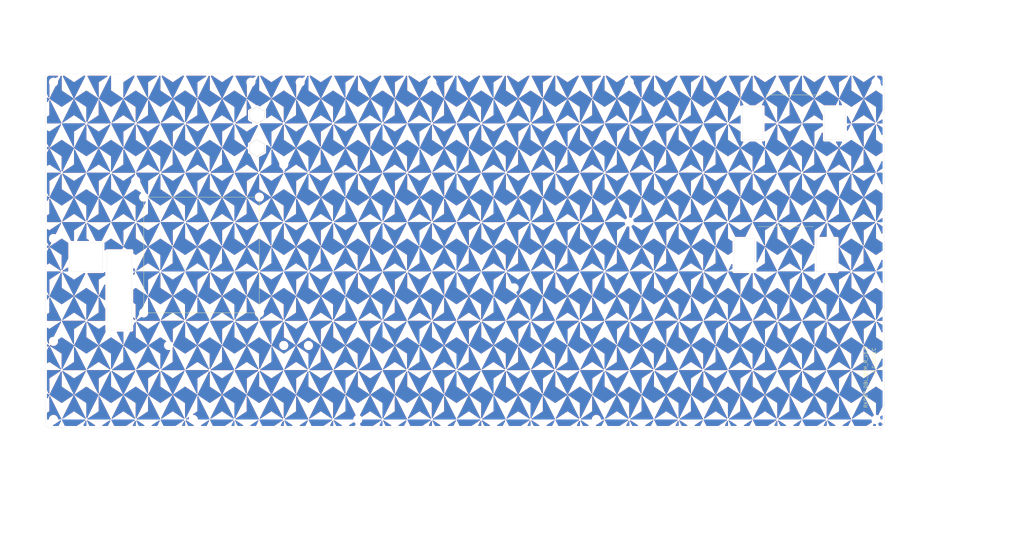
<source format=kicad_pcb>
(kicad_pcb (version 20241229) (generator "pcbnew") (generator_version "9.0")
  (layers (0 "F.Cu" signal) (2 "B.Cu" signal) (13 "F.Paste" user) (15 "B.Paste" user) (5 "F.SilkS" user "F.Silkscreen") (7 "B.SilkS" user "B.Silkscreen") (1 "F.Mask" user) (3 "B.Mask" user) (25 "Edge.Cuts" user))
  (net 0 "")
  (footprint "kbd_Hole:m2_Screw_Hole" (layer "F.Cu") (at 269.08125 190.5)
    (property "Reference" "Ref**")
    (property "Value" "Val**")
    (pad "" np_thru_hole circle (at 0 0) (size 2.2 2.2) (drill 2.2) (layers "*.Cu" "*.Mask"))
  )
  (footprint "kbd_Hole:m2_Spacer_Hole_hex" (layer "F.Cu") (at 239.910736 102.393664 90)
    (property "Reference" "Ref**")
    (property "Value" "Val**")
    (fp_line (start 1.2 -2.15) (end -1.2 -2.15) (stroke (width 0.1)) (layer "Edge.Cuts"))
    (fp_line (start -1.2 -2.15) (end -2.4 0) (stroke (width 0.1)) (layer "Edge.Cuts"))
    (fp_line (start 2.4 0) (end 1.2 -2.15) (stroke (width 0.1)) (layer "Edge.Cuts"))
    (fp_line (start -2.4 0) (end -1.2 2.15) (stroke (width 0.1)) (layer "Edge.Cuts"))
    (fp_line (start 1.2 2.15) (end 2.4 0) (stroke (width 0.1)) (layer "Edge.Cuts"))
    (fp_line (start -1.2 2.15) (end 1.2 2.15) (stroke (width 0.1)) (layer "Edge.Cuts"))
  )
  (footprint "kbd_Hole:m2_Screw_Hole" (layer "F.Cu") (at 238.125 92.86875)
    (property "Reference" "Ref**")
    (property "Value" "Val**")
    (pad "" np_thru_hole circle (at 0 0) (size 2.2 2.2) (drill 2.2) (layers "*.Cu" "*.Mask"))
  )
  (footprint "kbd_Hole:m2_Screw_Hole" (layer "F.Cu") (at 214.312499 169.068848)
    (property "Reference" "Ref**")
    (property "Value" "Val**")
    (pad "" np_thru_hole circle (at 0 0) (size 2.2 2.2) (drill 2.2) (layers "*.Cu" "*.Mask"))
  )
  (footprint "kbd_Hole:m2_Screw_Hole" (layer "F.Cu") (at 247.649848 116.681229)
    (property "Reference" "Ref**")
    (property "Value" "Val**")
    (pad "" np_thru_hole circle (at 0 0) (size 2.2 2.2) (drill 2.2) (layers "*.Cu" "*.Mask"))
  )
  (footprint "kbd_Hole:m2_Screw_Hole" (layer "F.Cu") (at 419.1 92.86875)
    (property "Reference" "Ref**")
    (property "Value" "Val**")
    (pad "" np_thru_hole circle (at 0 0) (size 2.2 2.2) (drill 2.2) (layers "*.Cu" "*.Mask"))
  )
  (footprint "kbd_Hole:m2_Screw_Hole" (layer "F.Cu") (at 204.78732 121.443852)
    (property "Reference" "Ref**")
    (property "Value" "Val**")
    (pad "" np_thru_hole circle (at 0 0) (size 2.2 2.2) (drill 2.2) (layers "*.Cu" "*.Mask"))
  )
  (footprint "kbd_Hole:m2_Screw_Hole" (layer "F.Cu") (at 221.45625 190.5)
    (property "Reference" "Ref**")
    (property "Value" "Val**")
    (pad "" np_thru_hole circle (at 0 0) (size 2.2 2.2) (drill 2.2) (layers "*.Cu" "*.Mask"))
  )
  (footprint "Rikkodo_FootPrint:rkd_Bot_ChocV2_2u_X" (layer "F.Cu") (at 392.9063 142.875 180)
    (property "Reference" "SW88" (hide yes))
    (property "Value" "SW_Push" (hide yes))
    (fp_line (start 14.9 4.7625) (end 14.9 -4.7625) (stroke (width 0.05)) (layer "Edge.Cuts"))
    (fp_line (start 14.9 -4.7625) (end 8.9 -4.7625) (stroke (width 0.05)) (layer "Edge.Cuts"))
    (fp_line (start 8.9 4.7625) (end 14.9 4.7625) (stroke (width 0.05)) (layer "Edge.Cuts"))
    (fp_line (start 8.9 -4.7625) (end 8.9 4.7625) (stroke (width 0.05)) (layer "Edge.Cuts"))
    (fp_line (start -8.9 4.7625) (end -8.9 -4.7625) (stroke (width 0.05)) (layer "Edge.Cuts"))
    (fp_line (start -14.9 4.7625) (end -8.9 4.7625) (stroke (width 0.05)) (layer "Edge.Cuts"))
    (fp_line (start -14.9 -4.7625) (end -8.9 -4.7625) (stroke (width 0.05)) (layer "Edge.Cuts"))
    (fp_line (start -14.9 -4.7625) (end -14.9 4.7625) (stroke (width 0.05)) (layer "Edge.Cuts"))
  )
  (footprint "kbd_Hole:m2_Screw_Hole" (layer "F.Cu") (at 254.79375 169.06875)
    (property "Reference" "Ref**")
    (property "Value" "Val**")
    (pad "" np_thru_hole circle (at 0 0) (size 2.2 2.2) (drill 2.2) (layers "*.Cu" "*.Mask"))
  )
  (footprint "kbd_Hole:m2_Screw_Hole" (layer "F.Cu") (at 180.974786 190.499572)
    (property "Reference" "Ref**")
    (property "Value" "Val**")
    (pad "" np_thru_hole circle (at 0 0) (size 2.2 2.2) (drill 2.2) (layers "*.Cu" "*.Mask"))
  )
  (footprint "kbd_Hole:m2_Screw_Hole" (layer "F.Cu") (at 314.325 152.4)
    (property "Reference" "M5")
    (property "Value" "Mark")
    (pad "" np_thru_hole circle (at 0 0) (size 2.2 2.2) (drill 2.2) (layers "*.Cu" "*.Mask"))
  )
  (footprint "kbd_Hole:m2_Screw_Hole" (layer "F.Cu") (at 252.4125 92.86875)
    (property "Reference" "Ref**")
    (property "Value" "Val**")
    (pad "" np_thru_hole circle (at 0 0) (size 2.2 2.2) (drill 2.2) (layers "*.Cu" "*.Mask"))
  )
  (footprint "kbd_Hole:m2_Screw_Hole" (layer "F.Cu") (at 180.975 92.86875)
    (property "Reference" "Ref**")
    (property "Value" "Val**")
    (pad "" np_thru_hole circle (at 0 0) (size 2.2 2.2) (drill 2.2) (layers "*.Cu" "*.Mask"))
  )
  (footprint "kbd_Hole:m2_Spacer_Hole_hex" (layer "F.Cu") (at 239.910736 111.918656 90)
    (property "Reference" "Ref**")
    (property "Value" "Val**")
    (fp_line (start 1.2 -2.15) (end -1.2 -2.15) (stroke (width 0.1)) (layer "Edge.Cuts"))
    (fp_line (start -1.2 -2.15) (end -2.4 0) (stroke (width 0.1)) (layer "Edge.Cuts"))
    (fp_line (start 2.4 0) (end 1.2 -2.15) (stroke (width 0.1)) (layer "Edge.Cuts"))
    (fp_line (start -2.4 0) (end -1.2 2.15) (stroke (width 0.1)) (layer "Edge.Cuts"))
    (fp_line (start 1.2 2.15) (end 2.4 0) (stroke (width 0.1)) (layer "Edge.Cuts"))
    (fp_line (start -1.2 2.15) (end 1.2 2.15) (stroke (width 0.1)) (layer "Edge.Cuts"))
  )
  (footprint "kbd_Hole:m2_Screw_Hole" (layer "F.Cu") (at 338.1375 190.5)
    (property "Reference" "Ref**")
    (property "Value" "Val**")
    (pad "" np_thru_hole circle (at 0 0) (size 2.2 2.2) (drill 2.2) (layers "*.Cu" "*.Mask"))
  )
  (footprint "kbd_Hole:m2_Screw_Hole" (layer "F.Cu") (at 290.5125 92.86875)
    (property "Reference" "Ref**")
    (property "Value" "Val**")
    (pad "" np_thru_hole circle (at 0 0) (size 2.2 2.2) (drill 2.2) (layers "*.Cu" "*.Mask"))
  )
  (footprint "Rikkodo_FootPrint:rkd_Bot_ChocV2_2u_X" (layer "F.Cu") (at 395.2875 104.775 180)
    (property "Reference" "SW86" (hide yes))
    (property "Value" "SW_Push" (hide yes))
    (fp_line (start 14.9 4.7625) (end 14.9 -4.7625) (stroke (width 0.05)) (layer "Edge.Cuts"))
    (fp_line (start 14.9 -4.7625) (end 8.9 -4.7625) (stroke (width 0.05)) (layer "Edge.Cuts"))
    (fp_line (start 8.9 4.7625) (end 14.9 4.7625) (stroke (width 0.05)) (layer "Edge.Cuts"))
    (fp_line (start 8.9 -4.7625) (end 8.9 4.7625) (stroke (width 0.05)) (layer "Edge.Cuts"))
    (fp_line (start -8.9 4.7625) (end -8.9 -4.7625) (stroke (width 0.05)) (layer "Edge.Cuts"))
    (fp_line (start -14.9 4.7625) (end -8.9 4.7625) (stroke (width 0.05)) (layer "Edge.Cuts"))
    (fp_line (start -14.9 -4.7625) (end -8.9 -4.7625) (stroke (width 0.05)) (layer "Edge.Cuts"))
    (fp_line (start -14.9 -4.7625) (end -14.9 4.7625) (stroke (width 0.05)) (layer "Edge.Cuts"))
  )
  (footprint "kbd_Hole:m2_Screw_Hole" (layer "F.Cu") (at 347.6625 92.86875)
    (property "Reference" "Ref**")
    (property "Value" "Val**")
    (pad "" np_thru_hole circle (at 0 0) (size 2.2 2.2) (drill 2.2) (layers "*.Cu" "*.Mask"))
  )
  (footprint "kbd_Hole:m2_Screw_Hole" (layer "F.Cu") (at 180.974786 138.112072)
    (property "Reference" "Ref**")
    (property "Value" "Val**")
    (pad "" np_thru_hole circle (at 0 0) (size 2.2 2.2) (drill 2.2) (layers "*.Cu" "*.Mask"))
  )
  (footprint "kbd_Hole:m2_Screw_Hole" (layer "F.Cu") (at 419.1 190.5)
    (property "Reference" "Ref**")
    (property "Value" "Val**")
    (pad "" np_thru_hole circle (at 0 0) (size 2.2 2.2) (drill 2.2) (layers "*.Cu" "*.Mask"))
  )
  (footprint "Rikkodo_FootPrint:rkd_picot5400_BTM" (layer "F.Cu") (at 223.837348 142.874979)
    (property "Reference" "Picot**" (hide yes))
    (property "Value" "rkd_picot5400_BTM")
    (pad "" np_thru_hole circle (at -16.75 -16.75) (size 2.2 2.2) (drill 2.2) (layers "*.Cu" "*.Mask"))
    (pad "" np_thru_hole circle (at -16.75 16.75) (size 2.2 2.2) (drill 2.2) (layers "*.Cu" "*.Mask"))
    (pad "" np_thru_hole circle (at 16.75 -16.75) (size 2.2 2.2) (drill 2.2) (layers "*.Cu" "*.Mask"))
    (pad "" np_thru_hole circle (at 16.75 16.75) (size 2.2 2.2) (drill 2.2) (layers "*.Cu" "*.Mask"))
  )
  (footprint "kbd_Hole:m2_Screw_Hole" (layer "F.Cu") (at 180.974786 167.877697)
    (property "Reference" "Ref**")
    (property "Value" "Val**")
    (pad "" np_thru_hole circle (at 0 0) (size 2.2 2.2) (drill 2.2) (layers "*.Cu" "*.Mask"))
  )
  (footprint "kbd_Hole:m2_Screw_Hole" (layer "F.Cu") (at 247.649848 169.068729)
    (property "Reference" "Ref**")
    (property "Value" "Val**")
    (pad "" np_thru_hole circle (at 0 0) (size 2.2 2.2) (drill 2.2) (layers "*.Cu" "*.Mask"))
  )
  (footprint "kbd_Hole:m2_Screw_Hole" (layer "F.Cu") (at 347.6625 133.35)
    (property "Reference" "M6")
    (property "Value" "Mark")
    (pad "" np_thru_hole circle (at 0 0) (size 2.2 2.2) (drill 2.2) (layers "*.Cu" "*.Mask"))
  )
  (gr_line (start 421.481325 191.690675) (end 421.481325 91.678125) (stroke (width 0.05)) (layer "Edge.Cuts"))
  (gr_arc (start 179.784375 192.88125) (mid 178.942476 192.532524) (end 178.59375 191.690625) (stroke (width 0.05)) (layer "Edge.Cuts"))
  (gr_arc (start 420.29065 90.4875) (mid 421.13254 90.836228) (end 421.481275 91.678125) (stroke (width 0.05)) (layer "Edge.Cuts"))
  (gr_rect (start 196.453125 141.684375) (end 203.597012 164.604025) (stroke (width 0.05)) (fill no) (layer "Edge.Cuts"))
  (gr_arc (start 421.481325 191.690675) (mid 421.132576 192.532543) (end 420.2907 192.8813) (stroke (width 0.05)) (layer "Edge.Cuts"))
  (gr_line (start 179.784375 192.88125) (end 420.290625 192.88125) (stroke (width 0.05)) (layer "Edge.Cuts"))
  (gr_line (start 178.59375 191.690625) (end 178.59375 91.678125) (stroke (width 0.05)) (layer "Edge.Cuts"))
  (gr_line (start 179.784375 90.4875) (end 420.29065 90.4875) (stroke (width 0.05)) (layer "Edge.Cuts"))
  (gr_arc (start 178.59375 91.678125) (mid 178.942476 90.836226) (end 179.784375 90.4875) (stroke (width 0.05)) (layer "Edge.Cuts"))
  (gr_rect (start 185.7375 139.303297) (end 195.262789 147.637328) (stroke (width 0.05)) (fill no) (layer "Edge.Cuts"))
  (gr_text "RKD07_DBL_BTM_R_v1.0" (at 416.71875 187.225624 90) (layer "F.SilkS") (effects (font (size 1 1) (thickness 0.1)) (justify left bottom)))
  (gr_text "JLCJLCJLC" (at 419.1 177.403125 90) (layer "F.SilkS") (effects (font (size 1 1) (thickness 0.1)) (justify left bottom)))
  (zone (net 0) (net_name "") (layers "F.Cu" "B.Cu") (name "deco") (connect_pads (clearance 0)) (min_thickness 0.25)
    (keepout (tracks allowed) (vias allowed) (pads allowed) (copperpour not_allowed) (footprints allowed))
    (fill (thermal_gap 0.5) (thermal_bridge_width 0.5))
    (polygon (pts (xy 219.075 157.1625) (xy 215.503125 154.78125) (xy 219.075 161.925)))
  )
  (zone (net 0) (net_name "") (layers "F.Cu" "B.Cu") (name "deco") (connect_pads (clearance 0)) (min_thickness 0.25)
    (keepout (tracks allowed) (vias allowed) (pads allowed) (copperpour not_allowed) (footprints allowed))
    (fill (thermal_gap 0.5) (thermal_bridge_width 0.5))
    (polygon (pts (xy 258.365626 197.64375) (xy 261.937501 200.025) (xy 265.509376 197.64375) (xy 261.937501 204.7875)))
  )
  (zone (net 0) (net_name "") (layers "F.Cu" "B.Cu") (name "deco") (connect_pads (clearance 0)) (min_thickness 0.25)
    (keepout (tracks allowed) (vias allowed) (pads allowed) (copperpour not_allowed) (footprints allowed))
    (fill (thermal_gap 0.5) (thermal_bridge_width 0.5))
    (polygon (pts (xy 440.531249 119.0625) (xy 444.103124 116.68125) (xy 444.103124 111.91875)))
  )
  (zone (net 0) (net_name "") (layers "F.Cu" "B.Cu") (name "deco") (connect_pads (clearance 0)) (min_thickness 0.25)
    (keepout (tracks allowed) (vias allowed) (pads allowed) (copperpour not_allowed) (footprints allowed))
    (fill (thermal_gap 0.5) (thermal_bridge_width 0.5))
    (polygon (pts (xy 219.075001 190.5) (xy 222.646876 188.11875) (xy 222.646876 183.35625)))
  )
  (zone (net 0) (net_name "") (layers "F.Cu" "B.Cu") (name "deco") (connect_pads (clearance 0)) (min_thickness 0.25)
    (keepout (tracks allowed) (vias allowed) (pads allowed) (copperpour not_allowed) (footprints allowed))
    (fill (thermal_gap 0.5) (thermal_bridge_width 0.5))
    (polygon (pts (xy 169.06875 147.6375) (xy 165.496875 150.01875) (xy 165.496875 154.78125)))
  )
  (zone (net 0) (net_name "") (layers "F.Cu" "B.Cu") (name "deco") (connect_pads (clearance 0)) (min_thickness 0.25)
    (keepout (tracks allowed) (vias allowed) (pads allowed) (copperpour not_allowed) (footprints allowed))
    (fill (thermal_gap 0.5) (thermal_bridge_width 0.5))
    (polygon (pts (xy 311.943751 90.4875) (xy 308.371876 88.10625) (xy 304.800001 90.4875)))
  )
  (zone (net 0) (net_name "") (layers "F.Cu" "B.Cu") (name "deco") (connect_pads (clearance 0)) (min_thickness 0.25)
    (keepout (tracks allowed) (vias allowed) (pads allowed) (copperpour not_allowed) (footprints allowed))
    (fill (thermal_gap 0.5) (thermal_bridge_width 0.5))
    (polygon (pts (xy 333.374999 161.925) (xy 329.803124 164.30625) (xy 329.803124 169.06875)))
  )
  (zone (net 0) (net_name "") (layers "F.Cu" "B.Cu") (name "deco") (connect_pads (clearance 0)) (min_thickness 0.25)
    (keepout (tracks allowed) (vias allowed) (pads allowed) (copperpour not_allowed) (footprints allowed))
    (fill (thermal_gap 0.5) (thermal_bridge_width 0.5))
    (polygon (pts (xy 354.806249 114.3) (xy 351.234374 111.91875) (xy 354.806249 119.0625)))
  )
  (zone (net 0) (net_name "") (layers "F.Cu" "B.Cu") (name "deco") (connect_pads (clearance 0)) (min_thickness 0.25)
    (keepout (tracks allowed) (vias allowed) (pads allowed) (copperpour not_allowed) (footprints allowed))
    (fill (thermal_gap 0.5) (thermal_bridge_width 0.5))
    (polygon (pts (xy 326.23125 204.7875) (xy 322.659375 207.16875) (xy 322.659375 211.93125)))
  )
  (zone (net 0) (net_name "") (layers "F.Cu" "B.Cu") (name "deco") (connect_pads (clearance 0)) (min_thickness 0.25)
    (keepout (tracks allowed) (vias allowed) (pads allowed) (copperpour not_allowed) (footprints allowed))
    (fill (thermal_gap 0.5) (thermal_bridge_width 0.5))
    (polygon (pts (xy 390.525 104.775) (xy 394.096875 107.15625) (xy 397.66875 104.775)))
  )
  (zone (net 0) (net_name "") (layers "F.Cu" "B.Cu") (name "deco") (connect_pads (clearance 0)) (min_thickness 0.25)
    (keepout (tracks allowed) (vias allowed) (pads allowed) (copperpour not_allowed) (footprints allowed))
    (fill (thermal_gap 0.5) (thermal_bridge_width 0.5))
    (polygon (pts (xy 297.65625 204.7875) (xy 294.084375 207.16875) (xy 294.084375 211.93125)))
  )
  (zone (net 0) (net_name "") (layers "F.Cu" "B.Cu") (name "deco") (connect_pads (clearance 0)) (min_thickness 0.25)
    (keepout (tracks allowed) (vias allowed) (pads allowed) (copperpour not_allowed) (footprints allowed))
    (fill (thermal_gap 0.5) (thermal_bridge_width 0.5))
    (polygon (pts (xy 247.650001 100.0125) (xy 244.078126 97.63125) (xy 247.650001 104.775)))
  )
  (zone (net 0) (net_name "") (layers "F.Cu" "B.Cu") (name "deco") (connect_pads (clearance 0)) (min_thickness 0.25)
    (keepout (tracks allowed) (vias allowed) (pads allowed) (copperpour not_allowed) (footprints allowed))
    (fill (thermal_gap 0.5) (thermal_bridge_width 0.5))
    (polygon (pts (xy 240.506251 95.25) (xy 244.078126 97.63125) (xy 240.506251 90.4875)))
  )
  (zone (net 0) (net_name "") (layers "F.Cu" "B.Cu") (name "deco") (connect_pads (clearance 0)) (min_thickness 0.25)
    (keepout (tracks allowed) (vias allowed) (pads allowed) (copperpour not_allowed) (footprints allowed))
    (fill (thermal_gap 0.5) (thermal_bridge_width 0.5))
    (polygon (pts (xy 419.099999 138.1125) (xy 422.671874 140.49375) (xy 419.099999 133.35)))
  )
  (zone (net 0) (net_name "") (layers "F.Cu" "B.Cu") (name "deco") (connect_pads (clearance 0)) (min_thickness 0.25)
    (keepout (tracks allowed) (vias allowed) (pads allowed) (copperpour not_allowed) (footprints allowed))
    (fill (thermal_gap 0.5) (thermal_bridge_width 0.5))
    (polygon (pts (xy 419.1 104.775) (xy 415.528125 107.15625) (xy 415.528125 111.91875)))
  )
  (zone (net 0) (net_name "") (layers "F.Cu" "B.Cu") (name "deco") (connect_pads (clearance 0)) (min_thickness 0.25)
    (keepout (tracks allowed) (vias allowed) (pads allowed) (copperpour not_allowed) (footprints allowed))
    (fill (thermal_gap 0.5) (thermal_bridge_width 0.5))
    (polygon (pts (xy 344.090624 140.49375) (xy 347.662499 142.875) (xy 351.234374 140.49375) (xy 347.662499 147.6375)))
  )
  (zone (net 0) (net_name "") (layers "F.Cu" "B.Cu") (name "deco") (connect_pads (clearance 0)) (min_thickness 0.25)
    (keepout (tracks allowed) (vias allowed) (pads allowed) (copperpour not_allowed) (footprints allowed))
    (fill (thermal_gap 0.5) (thermal_bridge_width 0.5))
    (polygon (pts (xy 411.956249 147.6375) (xy 415.528124 150.01875) (xy 419.099999 147.6375)))
  )
  (zone (net 0) (net_name "") (layers "F.Cu" "B.Cu") (name "deco") (connect_pads (clearance 0)) (min_thickness 0.25)
    (keepout (tracks allowed) (vias allowed) (pads allowed) (copperpour not_allowed) (footprints allowed))
    (fill (thermal_gap 0.5) (thermal_bridge_width 0.5))
    (polygon (pts (xy 426.24375 176.2125) (xy 422.671875 178.59375) (xy 422.671875 183.35625)))
  )
  (zone (net 0) (net_name "") (layers "F.Cu" "B.Cu") (name "deco") (connect_pads (clearance 0)) (min_thickness 0.25)
    (keepout (tracks allowed) (vias allowed) (pads allowed) (copperpour not_allowed) (footprints allowed))
    (fill (thermal_gap 0.5) (thermal_bridge_width 0.5))
    (polygon (pts (xy 294.084375 211.93125) (xy 297.65625 214.3125) (xy 301.228125 211.93125) (xy 297.65625 219.075)))
  )
  (zone (net 0) (net_name "") (layers "F.Cu" "B.Cu") (name "deco") (connect_pads (clearance 0)) (min_thickness 0.25)
    (keepout (tracks allowed) (vias allowed) (pads allowed) (copperpour not_allowed) (footprints allowed))
    (fill (thermal_gap 0.5) (thermal_bridge_width 0.5))
    (polygon (pts (xy 204.787501 219.075) (xy 208.359376 221.45625) (xy 211.931251 219.075)))
  )
  (zone (net 0) (net_name "") (layers "F.Cu" "B.Cu") (name "deco") (connect_pads (clearance 0)) (min_thickness 0.25)
    (keepout (tracks allowed) (vias allowed) (pads allowed) (copperpour not_allowed) (footprints allowed))
    (fill (thermal_gap 0.5) (thermal_bridge_width 0.5))
    (polygon (pts (xy 240.506251 204.7875) (xy 244.078126 202.40625) (xy 244.078126 197.64375)))
  )
  (zone (net 0) (net_name "") (layers "F.Cu" "B.Cu") (name "deco") (connect_pads (clearance 0)) (min_thickness 0.25)
    (keepout (tracks allowed) (vias allowed) (pads allowed) (copperpour not_allowed) (footprints allowed))
    (fill (thermal_gap 0.5) (thermal_bridge_width 0.5))
    (polygon (pts (xy 329.803126 83.34375) (xy 333.375001 85.725) (xy 336.946876 83.34375) (xy 333.375001 90.4875)))
  )
  (zone (net 0) (net_name "") (layers "F.Cu" "B.Cu") (name "deco") (connect_pads (clearance 0)) (min_thickness 0.25)
    (keepout (tracks allowed) (vias allowed) (pads allowed) (copperpour not_allowed) (footprints allowed))
    (fill (thermal_gap 0.5) (thermal_bridge_width 0.5))
    (polygon (pts (xy 254.79375 147.6375) (xy 251.221875 145.25625) (xy 247.65 147.6375)))
  )
  (zone (net 0) (net_name "") (layers "F.Cu" "B.Cu") (name "deco") (connect_pads (clearance 0)) (min_thickness 0.25)
    (keepout (tracks allowed) (vias allowed) (pads allowed) (copperpour not_allowed) (footprints allowed))
    (fill (thermal_gap 0.5) (thermal_bridge_width 0.5))
    (polygon (pts (xy 204.787501 219.075) (xy 201.215626 221.45625) (xy 201.215626 226.21875)))
  )
  (zone (net 0) (net_name "") (layers "F.Cu" "B.Cu") (name "deco") (connect_pads (clearance 0)) (min_thickness 0.25)
    (keepout (tracks allowed) (vias allowed) (pads allowed) (copperpour not_allowed) (footprints allowed))
    (fill (thermal_gap 0.5) (thermal_bridge_width 0.5))
    (polygon (pts (xy 169.068751 176.2125) (xy 172.640626 178.59375) (xy 176.212501 176.2125)))
  )
  (zone (net 0) (net_name "") (layers "F.Cu" "B.Cu") (name "deco") (connect_pads (clearance 0)) (min_thickness 0.25)
    (keepout (tracks allowed) (vias allowed) (pads allowed) (copperpour not_allowed) (footprints allowed))
    (fill (thermal_gap 0.5) (thermal_bridge_width 0.5))
    (polygon (pts (xy 304.800001 104.775) (xy 301.228126 107.15625) (xy 301.228126 111.91875)))
  )
  (zone (net 0) (net_name "") (layers "F.Cu" "B.Cu") (name "deco") (connect_pads (clearance 0)) (min_thickness 0.25)
    (keepout (tracks allowed) (vias allowed) (pads allowed) (copperpour not_allowed) (footprints allowed))
    (fill (thermal_gap 0.5) (thermal_bridge_width 0.5))
    (polygon (pts (xy 426.243749 147.6375) (xy 422.671874 145.25625) (xy 419.099999 147.6375)))
  )
  (zone (net 0) (net_name "") (layers "F.Cu" "B.Cu") (name "deco") (connect_pads (clearance 0)) (min_thickness 0.25)
    (keepout (tracks allowed) (vias allowed) (pads allowed) (copperpour not_allowed) (footprints allowed))
    (fill (thermal_gap 0.5) (thermal_bridge_width 0.5))
    (polygon (pts (xy 361.95 219.075) (xy 358.378125 216.69375) (xy 354.80625 219.075)))
  )
  (zone (net 0) (net_name "") (layers "F.Cu" "B.Cu") (name "deco") (connect_pads (clearance 0)) (min_thickness 0.25)
    (keepout (tracks allowed) (vias allowed) (pads allowed) (copperpour not_allowed) (footprints allowed))
    (fill (thermal_gap 0.5) (thermal_bridge_width 0.5))
    (polygon (pts (xy 390.525 190.5) (xy 394.096875 188.11875) (xy 394.096875 183.35625)))
  )
  (zone (net 0) (net_name "") (layers "F.Cu" "B.Cu") (name "deco") (connect_pads (clearance 0)) (min_thickness 0.25)
    (keepout (tracks allowed) (vias allowed) (pads allowed) (copperpour not_allowed) (footprints allowed))
    (fill (thermal_gap 0.5) (thermal_bridge_width 0.5))
    (polygon (pts (xy 394.096875 211.93125) (xy 390.525 209.55) (xy 386.953126 211.93125) (xy 390.525 204.787501)))
  )
  (zone (net 0) (net_name "") (layers "F.Cu" "B.Cu") (name "deco") (connect_pads (clearance 0)) (min_thickness 0.25)
    (keepout (tracks allowed) (vias allowed) (pads allowed) (copperpour not_allowed) (footprints allowed))
    (fill (thermal_gap 0.5) (thermal_bridge_width 0.5))
    (polygon (pts (xy 219.075 161.925) (xy 222.646875 159.54375) (xy 222.646875 154.78125)))
  )
  (zone (net 0) (net_name "") (layers "F.Cu" "B.Cu") (name "deco") (connect_pads (clearance 0)) (min_thickness 0.25)
    (keepout (tracks allowed) (vias allowed) (pads allowed) (copperpour not_allowed) (footprints allowed))
    (fill (thermal_gap 0.5) (thermal_bridge_width 0.5))
    (polygon (pts (xy 326.231251 90.4875) (xy 329.803126 88.10625) (xy 329.803126 83.34375)))
  )
  (zone (net 0) (net_name "") (layers "F.Cu" "B.Cu") (name "deco") (connect_pads (clearance 0)) (min_thickness 0.25)
    (keepout (tracks allowed) (vias allowed) (pads allowed) (copperpour not_allowed) (footprints allowed))
    (fill (thermal_gap 0.5) (thermal_bridge_width 0.5))
    (polygon (pts (xy 169.068751 204.7875) (xy 165.496876 207.16875) (xy 165.496876 211.93125)))
  )
  (zone (net 0) (net_name "") (layers "F.Cu" "B.Cu") (name "deco") (connect_pads (clearance 0)) (min_thickness 0.25)
    (keepout (tracks allowed) (vias allowed) (pads allowed) (copperpour not_allowed) (footprints allowed))
    (fill (thermal_gap 0.5) (thermal_bridge_width 0.5))
    (polygon (pts (xy 283.368751 171.45) (xy 279.796876 169.06875) (xy 283.368751 176.2125)))
  )
  (zone (net 0) (net_name "") (layers "F.Cu" "B.Cu") (name "deco") (connect_pads (clearance 0)) (min_thickness 0.25)
    (keepout (tracks allowed) (vias allowed) (pads allowed) (copperpour not_allowed) (footprints allowed))
    (fill (thermal_gap 0.5) (thermal_bridge_width 0.5))
    (polygon (pts (xy 354.80625 90.4875) (xy 351.234375 92.86875) (xy 351.234375 97.63125)))
  )
  (zone (net 0) (net_name "") (layers "F.Cu" "B.Cu") (name "deco") (connect_pads (clearance 0)) (min_thickness 0.25)
    (keepout (tracks allowed) (vias allowed) (pads allowed) (copperpour not_allowed) (footprints allowed))
    (fill (thermal_gap 0.5) (thermal_bridge_width 0.5))
    (polygon (pts (xy 254.793751 176.2125) (xy 258.365626 178.59375) (xy 261.937501 176.2125)))
  )
  (zone (net 0) (net_name "") (layers "F.Cu" "B.Cu") (name "deco") (connect_pads (clearance 0)) (min_thickness 0.25)
    (keepout (tracks allowed) (vias allowed) (pads allowed) (copperpour not_allowed) (footprints allowed))
    (fill (thermal_gap 0.5) (thermal_bridge_width 0.5))
    (polygon (pts (xy 233.362501 190.5) (xy 236.934376 192.88125) (xy 240.506251 190.5)))
  )
  (zone (net 0) (net_name "") (layers "F.Cu" "B.Cu") (name "deco") (connect_pads (clearance 0)) (min_thickness 0.25)
    (keepout (tracks allowed) (vias allowed) (pads allowed) (copperpour not_allowed) (footprints allowed))
    (fill (thermal_gap 0.5) (thermal_bridge_width 0.5))
    (polygon (pts (xy 290.512501 104.775) (xy 294.084376 102.39375) (xy 294.084376 97.63125)))
  )
  (zone (net 0) (net_name "") (layers "F.Cu" "B.Cu") (name "deco") (connect_pads (clearance 0)) (min_thickness 0.25)
    (keepout (tracks allowed) (vias allowed) (pads allowed) (copperpour not_allowed) (footprints allowed))
    (fill (thermal_gap 0.5) (thermal_bridge_width 0.5))
    (polygon (pts (xy 444.103124 140.49375) (xy 447.674999 142.875) (xy 451.246874 140.49375) (xy 447.674999 147.6375)))
  )
  (zone (net 0) (net_name "") (layers "F.Cu" "B.Cu") (name "deco") (connect_pads (clearance 0)) (min_thickness 0.25)
    (keepout (tracks allowed) (vias allowed) (pads allowed) (copperpour not_allowed) (footprints allowed))
    (fill (thermal_gap 0.5) (thermal_bridge_width 0.5))
    (polygon (pts (xy 269.081251 204.7875) (xy 272.653126 202.40625) (xy 272.653126 197.64375)))
  )
  (zone (net 0) (net_name "") (layers "F.Cu" "B.Cu") (name "deco") (connect_pads (clearance 0)) (min_thickness 0.25)
    (keepout (tracks allowed) (vias allowed) (pads allowed) (copperpour not_allowed) (footprints allowed))
    (fill (thermal_gap 0.5) (thermal_bridge_width 0.5))
    (polygon (pts (xy 204.7875 138.1125) (xy 208.359375 140.49375) (xy 204.7875 133.35)))
  )
  (zone (net 0) (net_name "") (layers "F.Cu" "B.Cu") (name "deco") (connect_pads (clearance 0)) (min_thickness 0.25)
    (keepout (tracks allowed) (vias allowed) (pads allowed) (copperpour not_allowed) (footprints allowed))
    (fill (thermal_gap 0.5) (thermal_bridge_width 0.5))
    (polygon (pts (xy 283.36875 119.0625) (xy 286.940625 116.68125) (xy 286.940625 111.91875)))
  )
  (zone (net 0) (net_name "") (layers "F.Cu" "B.Cu") (name "deco") (connect_pads (clearance 0)) (min_thickness 0.25)
    (keepout (tracks allowed) (vias allowed) (pads allowed) (copperpour not_allowed) (footprints allowed))
    (fill (thermal_gap 0.5) (thermal_bridge_width 0.5))
    (polygon (pts (xy 265.509375 126.20625) (xy 269.08125 128.5875) (xy 272.653125 126.20625) (xy 269.08125 133.35)))
  )
  (zone (net 0) (net_name "") (layers "F.Cu" "B.Cu") (name "deco") (connect_pads (clearance 0)) (min_thickness 0.25)
    (keepout (tracks allowed) (vias allowed) (pads allowed) (copperpour not_allowed) (footprints allowed))
    (fill (thermal_gap 0.5) (thermal_bridge_width 0.5))
    (polygon (pts (xy 454.818749 119.0625) (xy 451.246874 116.68125) (xy 447.674999 119.0625)))
  )
  (zone (net 0) (net_name "") (layers "F.Cu" "B.Cu") (name "deco") (connect_pads (clearance 0)) (min_thickness 0.25)
    (keepout (tracks allowed) (vias allowed) (pads allowed) (copperpour not_allowed) (footprints allowed))
    (fill (thermal_gap 0.5) (thermal_bridge_width 0.5))
    (polygon (pts (xy 361.949999 157.1625) (xy 358.378124 154.78125) (xy 361.949999 161.925)))
  )
  (zone (net 0) (net_name "") (layers "F.Cu" "B.Cu") (name "deco") (connect_pads (clearance 0)) (min_thickness 0.25)
    (keepout (tracks allowed) (vias allowed) (pads allowed) (copperpour not_allowed) (footprints allowed))
    (fill (thermal_gap 0.5) (thermal_bridge_width 0.5))
    (polygon (pts (xy 379.809375 183.35625) (xy 383.38125 185.7375) (xy 386.953125 183.35625) (xy 383.38125 190.5)))
  )
  (zone (net 0) (net_name "") (layers "F.Cu" "B.Cu") (name "deco") (connect_pads (clearance 0)) (min_thickness 0.25)
    (keepout (tracks allowed) (vias allowed) (pads allowed) (copperpour not_allowed) (footprints allowed))
    (fill (thermal_gap 0.5) (thermal_bridge_width 0.5))
    (polygon (pts (xy 261.9375 161.925) (xy 258.365625 164.30625) (xy 258.365625 169.06875)))
  )
  (zone (net 0) (net_name "") (layers "F.Cu" "B.Cu") (name "deco") (connect_pads (clearance 0)) (min_thickness 0.25)
    (keepout (tracks allowed) (vias allowed) (pads allowed) (copperpour not_allowed) (footprints allowed))
    (fill (thermal_gap 0.5) (thermal_bridge_width 0.5))
    (polygon (pts (xy 240.50625 147.6375) (xy 244.078125 145.25625) (xy 244.078125 140.49375)))
  )
  (zone (net 0) (net_name "") (layers "F.Cu" "B.Cu") (name "deco") (connect_pads (clearance 0)) (min_thickness 0.25)
    (keepout (tracks allowed) (vias allowed) (pads allowed) (copperpour not_allowed) (footprints allowed))
    (fill (thermal_gap 0.5) (thermal_bridge_width 0.5))
    (polygon (pts (xy 429.815625 83.34375) (xy 433.3875 85.725) (xy 436.959375 83.34375) (xy 433.3875 90.4875)))
  )
  (zone (net 0) (net_name "") (layers "F.Cu" "B.Cu") (name "deco") (connect_pads (clearance 0)) (min_thickness 0.25)
    (keepout (tracks allowed) (vias allowed) (pads allowed) (copperpour not_allowed) (footprints allowed))
    (fill (thermal_gap 0.5) (thermal_bridge_width 0.5))
    (polygon (pts (xy 454.818749 147.6375) (xy 451.246874 150.01875) (xy 451.246874 154.78125)))
  )
  (zone (net 0) (net_name "") (layers "F.Cu" "B.Cu") (name "deco") (connect_pads (clearance 0)) (min_thickness 0.25)
    (keepout (tracks allowed) (vias allowed) (pads allowed) (copperpour not_allowed) (footprints allowed))
    (fill (thermal_gap 0.5) (thermal_bridge_width 0.5))
    (polygon (pts (xy 354.80625 95.25) (xy 358.378125 97.63125) (xy 354.80625 90.4875)))
  )
  (zone (net 0) (net_name "") (layers "F.Cu" "B.Cu") (name "deco") (connect_pads (clearance 0)) (min_thickness 0.25)
    (keepout (tracks allowed) (vias allowed) (pads allowed) (copperpour not_allowed) (footprints allowed))
    (fill (thermal_gap 0.5) (thermal_bridge_width 0.5))
    (polygon (pts (xy 344.090625 197.64375) (xy 340.51875 195.2625) (xy 336.946876 197.64375) (xy 340.51875 190.500001)))
  )
  (zone (net 0) (net_name "") (layers "F.Cu" "B.Cu") (name "deco") (connect_pads (clearance 0)) (min_thickness 0.25)
    (keepout (tracks allowed) (vias allowed) (pads allowed) (copperpour not_allowed) (footprints allowed))
    (fill (thermal_gap 0.5) (thermal_bridge_width 0.5))
    (polygon (pts (xy 333.374999 161.925) (xy 336.946874 159.54375) (xy 336.946874 154.78125)))
  )
  (zone (net 0) (net_name "") (layers "F.Cu" "B.Cu") (name "deco") (connect_pads (clearance 0)) (min_thickness 0.25)
    (keepout (tracks allowed) (vias allowed) (pads allowed) (copperpour not_allowed) (footprints allowed))
    (fill (thermal_gap 0.5) (thermal_bridge_width 0.5))
    (polygon (pts (xy 236.934376 183.35625) (xy 233.362501 180.975) (xy 229.790627 183.35625) (xy 233.362501 176.212501)))
  )
  (zone (net 0) (net_name "") (layers "F.Cu" "B.Cu") (name "deco") (connect_pads (clearance 0)) (min_thickness 0.25)
    (keepout (tracks allowed) (vias allowed) (pads allowed) (copperpour not_allowed) (footprints allowed))
    (fill (thermal_gap 0.5) (thermal_bridge_width 0.5))
    (polygon (pts (xy 433.3875 76.2) (xy 436.959375 73.81875) (xy 436.959375 69.05625)))
  )
  (zone (net 0) (net_name "") (layers "F.Cu" "B.Cu") (name "deco") (connect_pads (clearance 0)) (min_thickness 0.25)
    (keepout (tracks allowed) (vias allowed) (pads allowed) (copperpour not_allowed) (footprints allowed))
    (fill (thermal_gap 0.5) (thermal_bridge_width 0.5))
    (polygon (pts (xy 426.24375 176.2125) (xy 429.815625 178.59375) (xy 433.3875 176.2125)))
  )
  (zone (net 0) (net_name "") (layers "F.Cu" "B.Cu") (name "deco") (connect_pads (clearance 0)) (min_thickness 0.25)
    (keepout (tracks allowed) (vias allowed) (pads allowed) (copperpour not_allowed) (footprints allowed))
    (fill (thermal_gap 0.5) (thermal_bridge_width 0.5))
    (polygon (pts (xy 361.949999 133.35) (xy 358.378124 130.96875) (xy 354.806249 133.35)))
  )
  (zone (net 0) (net_name "") (layers "F.Cu" "B.Cu") (name "deco") (connect_pads (clearance 0)) (min_thickness 0.25)
    (keepout (tracks allowed) (vias allowed) (pads allowed) (copperpour not_allowed) (footprints allowed))
    (fill (thermal_gap 0.5) (thermal_bridge_width 0.5))
    (polygon (pts (xy 308.371876 183.35625) (xy 304.800001 180.975) (xy 301.228127 183.35625) (xy 304.800001 176.212501)))
  )
  (zone (net 0) (net_name "") (layers "F.Cu" "B.Cu") (name "deco") (connect_pads (clearance 0)) (min_thickness 0.25)
    (keepout (tracks allowed) (vias allowed) (pads allowed) (copperpour not_allowed) (footprints allowed))
    (fill (thermal_gap 0.5) (thermal_bridge_width 0.5))
    (polygon (pts (xy 433.3875 185.7375) (xy 429.815625 183.35625) (xy 433.3875 190.5)))
  )
  (zone (net 0) (net_name "") (layers "F.Cu" "B.Cu") (name "deco") (connect_pads (clearance 0)) (min_thickness 0.25)
    (keepout (tracks allowed) (vias allowed) (pads allowed) (copperpour not_allowed) (footprints allowed))
    (fill (thermal_gap 0.5) (thermal_bridge_width 0.5))
    (polygon (pts (xy 369.09375 204.7875) (xy 365.521875 202.40625) (xy 361.95 204.7875)))
  )
  (zone (net 0) (net_name "") (layers "F.Cu" "B.Cu") (name "deco") (connect_pads (clearance 0)) (min_thickness 0.25)
    (keepout (tracks allowed) (vias allowed) (pads allowed) (copperpour not_allowed) (footprints allowed))
    (fill (thermal_gap 0.5) (thermal_bridge_width 0.5))
    (polygon (pts (xy 340.518749 152.4) (xy 344.090624 154.78125) (xy 340.518749 147.6375)))
  )
  (zone (net 0) (net_name "") (layers "F.Cu" "B.Cu") (name "deco") (connect_pads (clearance 0)) (min_thickness 0.25)
    (keepout (tracks allowed) (vias allowed) (pads allowed) (copperpour not_allowed) (footprints allowed))
    (fill (thermal_gap 0.5) (thermal_bridge_width 0.5))
    (polygon (pts (xy 211.93125 119.0625) (xy 215.503125 121.44375) (xy 219.075 119.0625)))
  )
  (zone (net 0) (net_name "") (layers "F.Cu" "B.Cu") (name "deco") (connect_pads (clearance 0)) (min_thickness 0.25)
    (keepout (tracks allowed) (vias allowed) (pads allowed) (copperpour not_allowed) (footprints allowed))
    (fill (thermal_gap 0.5) (thermal_bridge_width 0.5))
    (polygon (pts (xy 176.212501 223.8375) (xy 179.784376 226.21875) (xy 176.212501 219.075)))
  )
  (zone (net 0) (net_name "") (layers "F.Cu" "B.Cu") (name "deco") (connect_pads (clearance 0)) (min_thickness 0.25)
    (keepout (tracks allowed) (vias allowed) (pads allowed) (copperpour not_allowed) (footprints allowed))
    (fill (thermal_gap 0.5) (thermal_bridge_width 0.5))
    (polygon (pts (xy 304.800001 104.775) (xy 308.371876 102.39375) (xy 308.371876 97.63125)))
  )
  (zone (net 0) (net_name "") (layers "F.Cu" "B.Cu") (name "deco") (connect_pads (clearance 0)) (min_thickness 0.25)
    (keepout (tracks allowed) (vias allowed) (pads allowed) (copperpour not_allowed) (footprints allowed))
    (fill (thermal_gap 0.5) (thermal_bridge_width 0.5))
    (polygon (pts (xy 433.3875 190.5) (xy 436.959375 188.11875) (xy 436.959375 183.35625)))
  )
  (zone (net 0) (net_name "") (layers "F.Cu" "B.Cu") (name "deco") (connect_pads (clearance 0)) (min_thickness 0.25)
    (keepout (tracks allowed) (vias allowed) (pads allowed) (copperpour not_allowed) (footprints allowed))
    (fill (thermal_gap 0.5) (thermal_bridge_width 0.5))
    (polygon (pts (xy 226.218751 180.975) (xy 229.790626 183.35625) (xy 226.218751 176.2125)))
  )
  (zone (net 0) (net_name "") (layers "F.Cu" "B.Cu") (name "deco") (connect_pads (clearance 0)) (min_thickness 0.25)
    (keepout (tracks allowed) (vias allowed) (pads allowed) (copperpour not_allowed) (footprints allowed))
    (fill (thermal_gap 0.5) (thermal_bridge_width 0.5))
    (polygon (pts (xy 354.80625 204.7875) (xy 351.234375 202.40625) (xy 347.6625 204.7875)))
  )
  (zone (net 0) (net_name "") (layers "F.Cu" "B.Cu") (name "deco") (connect_pads (clearance 0)) (min_thickness 0.25)
    (keepout (tracks allowed) (vias allowed) (pads allowed) (copperpour not_allowed) (footprints allowed))
    (fill (thermal_gap 0.5) (thermal_bridge_width 0.5))
    (polygon (pts (xy 215.503125 111.91875) (xy 219.075 114.3) (xy 222.646875 111.91875) (xy 219.075 119.0625)))
  )
  (zone (net 0) (net_name "") (layers "F.Cu" "B.Cu") (name "deco") (connect_pads (clearance 0)) (min_thickness 0.25)
    (keepout (tracks allowed) (vias allowed) (pads allowed) (copperpour not_allowed) (footprints allowed))
    (fill (thermal_gap 0.5) (thermal_bridge_width 0.5))
    (polygon (pts (xy 190.500001 71.4375) (xy 186.928126 69.05625) (xy 190.500001 76.2)))
  )
  (zone (net 0) (net_name "") (layers "F.Cu" "B.Cu") (name "deco") (connect_pads (clearance 0)) (min_thickness 0.25)
    (keepout (tracks allowed) (vias allowed) (pads allowed) (copperpour not_allowed) (footprints allowed))
    (fill (thermal_gap 0.5) (thermal_bridge_width 0.5))
    (polygon (pts (xy 219.075001 219.075) (xy 215.503126 221.45625) (xy 215.503126 226.21875)))
  )
  (zone (net 0) (net_name "") (layers "F.Cu" "B.Cu") (name "deco") (connect_pads (clearance 0)) (min_thickness 0.25)
    (keepout (tracks allowed) (vias allowed) (pads allowed) (copperpour not_allowed) (footprints allowed))
    (fill (thermal_gap 0.5) (thermal_bridge_width 0.5))
    (polygon (pts (xy 254.793751 90.4875) (xy 251.221876 88.10625) (xy 247.650001 90.4875)))
  )
  (zone (net 0) (net_name "") (layers "F.Cu" "B.Cu") (name "deco") (connect_pads (clearance 0)) (min_thickness 0.25)
    (keepout (tracks allowed) (vias allowed) (pads allowed) (copperpour not_allowed) (footprints allowed))
    (fill (thermal_gap 0.5) (thermal_bridge_width 0.5))
    (polygon (pts (xy 376.237499 161.925) (xy 379.809374 164.30625) (xy 383.381249 161.925)))
  )
  (zone (net 0) (net_name "") (layers "F.Cu" "B.Cu") (name "deco") (connect_pads (clearance 0)) (min_thickness 0.25)
    (keepout (tracks allowed) (vias allowed) (pads allowed) (copperpour not_allowed) (footprints allowed))
    (fill (thermal_gap 0.5) (thermal_bridge_width 0.5))
    (polygon (pts (xy 358.378125 169.06875) (xy 361.95 171.45) (xy 365.521875 169.06875) (xy 361.95 176.2125)))
  )
  (zone (net 0) (net_name "") (layers "F.Cu" "B.Cu") (name "deco") (connect_pads (clearance 0)) (min_thickness 0.25)
    (keepout (tracks allowed) (vias allowed) (pads allowed) (copperpour not_allowed) (footprints allowed))
    (fill (thermal_gap 0.5) (thermal_bridge_width 0.5))
    (polygon (pts (xy 254.793751 85.725) (xy 251.221876 83.34375) (xy 254.793751 90.4875)))
  )
  (zone (net 0) (net_name "") (layers "F.Cu" "B.Cu") (name "deco") (connect_pads (clearance 0)) (min_thickness 0.25)
    (keepout (tracks allowed) (vias allowed) (pads allowed) (copperpour not_allowed) (footprints allowed))
    (fill (thermal_gap 0.5) (thermal_bridge_width 0.5))
    (polygon (pts (xy 376.2375 214.3125) (xy 372.665625 211.93125) (xy 376.2375 219.075)))
  )
  (zone (net 0) (net_name "") (layers "F.Cu" "B.Cu") (name "deco") (connect_pads (clearance 0)) (min_thickness 0.25)
    (keepout (tracks allowed) (vias allowed) (pads allowed) (copperpour not_allowed) (footprints allowed))
    (fill (thermal_gap 0.5) (thermal_bridge_width 0.5))
    (polygon (pts (xy 372.665625 169.06875) (xy 376.2375 171.45) (xy 379.809375 169.06875) (xy 376.2375 176.2125)))
  )
  (zone (net 0) (net_name "") (layers "F.Cu" "B.Cu") (name "deco") (connect_pads (clearance 0)) (min_thickness 0.25)
    (keepout (tracks allowed) (vias allowed) (pads allowed) (copperpour not_allowed) (footprints allowed))
    (fill (thermal_gap 0.5) (thermal_bridge_width 0.5))
    (polygon (pts (xy 294.084376 97.63125) (xy 290.512501 95.25) (xy 286.940627 97.63125) (xy 290.512501 90.487501)))
  )
  (zone (net 0) (net_name "") (layers "F.Cu" "B.Cu") (name "deco") (connect_pads (clearance 0)) (min_thickness 0.25)
    (keepout (tracks allowed) (vias allowed) (pads allowed) (copperpour not_allowed) (footprints allowed))
    (fill (thermal_gap 0.5) (thermal_bridge_width 0.5))
    (polygon (pts (xy 197.64375 119.0625) (xy 201.215625 121.44375) (xy 204.7875 119.0625)))
  )
  (zone (net 0) (net_name "") (layers "F.Cu" "B.Cu") (name "deco") (connect_pads (clearance 0)) (min_thickness 0.25)
    (keepout (tracks allowed) (vias allowed) (pads allowed) (copperpour not_allowed) (footprints allowed))
    (fill (thermal_gap 0.5) (thermal_bridge_width 0.5))
    (polygon (pts (xy 247.650001 190.5) (xy 251.221876 192.88125) (xy 254.793751 190.5)))
  )
  (zone (net 0) (net_name "") (layers "F.Cu" "B.Cu") (name "deco") (connect_pads (clearance 0)) (min_thickness 0.25)
    (keepout (tracks allowed) (vias allowed) (pads allowed) (copperpour not_allowed) (footprints allowed))
    (fill (thermal_gap 0.5) (thermal_bridge_width 0.5))
    (polygon (pts (xy 454.818749 119.0625) (xy 458.390624 121.44375) (xy 461.962499 119.0625)))
  )
  (zone (net 0) (net_name "") (layers "F.Cu" "B.Cu") (name "deco") (connect_pads (clearance 0)) (min_thickness 0.25)
    (keepout (tracks allowed) (vias allowed) (pads allowed) (copperpour not_allowed) (footprints allowed))
    (fill (thermal_gap 0.5) (thermal_bridge_width 0.5))
    (polygon (pts (xy 401.240625 83.34375) (xy 404.8125 85.725) (xy 408.384375 83.34375) (xy 404.8125 90.4875)))
  )
  (zone (net 0) (net_name "") (layers "F.Cu" "B.Cu") (name "deco") (connect_pads (clearance 0)) (min_thickness 0.25)
    (keepout (tracks allowed) (vias allowed) (pads allowed) (copperpour not_allowed) (footprints allowed))
    (fill (thermal_gap 0.5) (thermal_bridge_width 0.5))
    (polygon (pts (xy 426.24375 90.4875) (xy 422.671875 88.10625) (xy 419.1 90.4875)))
  )
  (zone (net 0) (net_name "") (layers "F.Cu" "B.Cu") (name "deco") (connect_pads (clearance 0)) (min_thickness 0.25)
    (keepout (tracks allowed) (vias allowed) (pads allowed) (copperpour not_allowed) (footprints allowed))
    (fill (thermal_gap 0.5) (thermal_bridge_width 0.5))
    (polygon (pts (xy 372.665624 140.49375) (xy 376.237499 142.875) (xy 379.809374 140.49375) (xy 376.237499 147.6375)))
  )
  (zone (net 0) (net_name "") (layers "F.Cu" "B.Cu") (name "deco") (connect_pads (clearance 0)) (min_thickness 0.25)
    (keepout (tracks allowed) (vias allowed) (pads allowed) (copperpour not_allowed) (footprints allowed))
    (fill (thermal_gap 0.5) (thermal_bridge_width 0.5))
    (polygon (pts (xy 226.218751 176.2125) (xy 229.790626 173.83125) (xy 229.790626 169.06875)))
  )
  (zone (net 0) (net_name "") (layers "F.Cu" "B.Cu") (name "deco") (connect_pads (clearance 0)) (min_thickness 0.25)
    (keepout (tracks allowed) (vias allowed) (pads allowed) (copperpour not_allowed) (footprints allowed))
    (fill (thermal_gap 0.5) (thermal_bridge_width 0.5))
    (polygon (pts (xy 390.524999 133.35) (xy 394.096874 135.73125) (xy 397.668749 133.35)))
  )
  (zone (net 0) (net_name "") (layers "F.Cu" "B.Cu") (name "deco") (connect_pads (clearance 0)) (min_thickness 0.25)
    (keepout (tracks allowed) (vias allowed) (pads allowed) (copperpour not_allowed) (footprints allowed))
    (fill (thermal_gap 0.5) (thermal_bridge_width 0.5))
    (polygon (pts (xy 269.081251 180.975) (xy 272.653126 183.35625) (xy 269.081251 176.2125)))
  )
  (zone (net 0) (net_name "") (layers "F.Cu" "B.Cu") (name "deco") (connect_pads (clearance 0)) (min_thickness 0.25)
    (keepout (tracks allowed) (vias allowed) (pads allowed) (copperpour not_allowed) (footprints allowed))
    (fill (thermal_gap 0.5) (thermal_bridge_width 0.5))
    (polygon (pts (xy 447.675 100.0125) (xy 444.103125 97.63125) (xy 447.675 104.775)))
  )
  (zone (net 0) (net_name "") (layers "F.Cu" "B.Cu") (name "deco") (connect_pads (clearance 0)) (min_thickness 0.25)
    (keepout (tracks allowed) (vias allowed) (pads allowed) (copperpour not_allowed) (footprints allowed))
    (fill (thermal_gap 0.5) (thermal_bridge_width 0.5))
    (polygon (pts (xy 204.787501 104.775) (xy 208.359376 107.15625) (xy 211.931251 104.775)))
  )
  (zone (net 0) (net_name "") (layers "F.Cu" "B.Cu") (name "deco") (connect_pads (clearance 0)) (min_thickness 0.25)
    (keepout (tracks allowed) (vias allowed) (pads allowed) (copperpour not_allowed) (footprints allowed))
    (fill (thermal_gap 0.5) (thermal_bridge_width 0.5))
    (polygon (pts (xy 211.93125 147.6375) (xy 208.359375 150.01875) (xy 208.359375 154.78125)))
  )
  (zone (net 0) (net_name "") (layers "F.Cu" "B.Cu") (name "deco") (connect_pads (clearance 0)) (min_thickness 0.25)
    (keepout (tracks allowed) (vias allowed) (pads allowed) (copperpour not_allowed) (footprints allowed))
    (fill (thermal_gap 0.5) (thermal_bridge_width 0.5))
    (polygon (pts (xy 219.075001 76.2) (xy 215.503126 78.58125) (xy 215.503126 83.34375)))
  )
  (zone (net 0) (net_name "") (layers "F.Cu" "B.Cu") (name "deco") (connect_pads (clearance 0)) (min_thickness 0.25)
    (keepout (tracks allowed) (vias allowed) (pads allowed) (copperpour not_allowed) (footprints allowed))
    (fill (thermal_gap 0.5) (thermal_bridge_width 0.5))
    (polygon (pts (xy 219.075001 80.9625) (xy 222.646876 83.34375) (xy 219.075001 76.2)))
  )
  (zone (net 0) (net_name "") (layers "F.Cu" "B.Cu") (name "deco") (connect_pads (clearance 0)) (min_thickness 0.25)
    (keepout (tracks allowed) (vias allowed) (pads allowed) (copperpour not_allowed) (footprints allowed))
    (fill (thermal_gap 0.5) (thermal_bridge_width 0.5))
    (polygon (pts (xy 233.362501 185.7375) (xy 229.790626 183.35625) (xy 233.362501 190.5)))
  )
  (zone (net 0) (net_name "") (layers "F.Cu" "B.Cu") (name "deco") (connect_pads (clearance 0)) (min_thickness 0.25)
    (keepout (tracks allowed) (vias allowed) (pads allowed) (copperpour not_allowed) (footprints allowed))
    (fill (thermal_gap 0.5) (thermal_bridge_width 0.5))
    (polygon (pts (xy 422.671874 126.20625) (xy 419.099999 123.825) (xy 415.528125 126.20625) (xy 419.099999 119.062501)))
  )
  (zone (net 0) (net_name "") (layers "F.Cu" "B.Cu") (name "deco") (connect_pads (clearance 0)) (min_thickness 0.25)
    (keepout (tracks allowed) (vias allowed) (pads allowed) (copperpour not_allowed) (footprints allowed))
    (fill (thermal_gap 0.5) (thermal_bridge_width 0.5))
    (polygon (pts (xy 233.3625 166.6875) (xy 236.934375 169.06875) (xy 233.3625 161.925)))
  )
  (zone (net 0) (net_name "") (layers "F.Cu" "B.Cu") (name "deco") (connect_pads (clearance 0)) (min_thickness 0.25)
    (keepout (tracks allowed) (vias allowed) (pads allowed) (copperpour not_allowed) (footprints allowed))
    (fill (thermal_gap 0.5) (thermal_bridge_width 0.5))
    (polygon (pts (xy 229.790626 83.34375) (xy 226.218751 80.9625) (xy 222.646877 83.34375) (xy 226.218751 76.200001)))
  )
  (zone (net 0) (net_name "") (layers "F.Cu" "B.Cu") (name "deco") (connect_pads (clearance 0)) (min_thickness 0.25)
    (keepout (tracks allowed) (vias allowed) (pads allowed) (copperpour not_allowed) (footprints allowed))
    (fill (thermal_gap 0.5) (thermal_bridge_width 0.5))
    (polygon (pts (xy 447.674999 138.1125) (xy 451.246874 140.49375) (xy 447.674999 133.35)))
  )
  (zone (net 0) (net_name "") (layers "F.Cu" "B.Cu") (name "deco") (connect_pads (clearance 0)) (min_thickness 0.25)
    (keepout (tracks allowed) (vias allowed) (pads allowed) (copperpour not_allowed) (footprints allowed))
    (fill (thermal_gap 0.5) (thermal_bridge_width 0.5))
    (polygon (pts (xy 165.496876 97.63125) (xy 169.068751 100.0125) (xy 172.640626 97.63125) (xy 169.068751 104.775)))
  )
  (zone (net 0) (net_name "") (layers "F.Cu" "B.Cu") (name "deco") (connect_pads (clearance 0)) (min_thickness 0.25)
    (keepout (tracks allowed) (vias allowed) (pads allowed) (copperpour not_allowed) (footprints allowed))
    (fill (thermal_gap 0.5) (thermal_bridge_width 0.5))
    (polygon (pts (xy 269.08125 114.3) (xy 265.509375 111.91875) (xy 269.08125 119.0625)))
  )
  (zone (net 0) (net_name "") (layers "F.Cu" "B.Cu") (name "deco") (connect_pads (clearance 0)) (min_thickness 0.25)
    (keepout (tracks allowed) (vias allowed) (pads allowed) (copperpour not_allowed) (footprints allowed))
    (fill (thermal_gap 0.5) (thermal_bridge_width 0.5))
    (polygon (pts (xy 429.815625 226.21875) (xy 426.24375 223.8375) (xy 422.671876 226.21875) (xy 426.24375 219.075001)))
  )
  (zone (net 0) (net_name "") (layers "F.Cu" "B.Cu") (name "deco") (connect_pads (clearance 0)) (min_thickness 0.25)
    (keepout (tracks allowed) (vias allowed) (pads allowed) (copperpour not_allowed) (footprints allowed))
    (fill (thermal_gap 0.5) (thermal_bridge_width 0.5))
    (polygon (pts (xy 297.656251 176.2125) (xy 294.084376 173.83125) (xy 290.512501 176.2125)))
  )
  (zone (net 0) (net_name "") (layers "F.Cu" "B.Cu") (name "deco") (connect_pads (clearance 0)) (min_thickness 0.25)
    (keepout (tracks allowed) (vias allowed) (pads allowed) (copperpour not_allowed) (footprints allowed))
    (fill (thermal_gap 0.5) (thermal_bridge_width 0.5))
    (polygon (pts (xy 376.2375 185.7375) (xy 372.665625 183.35625) (xy 376.2375 190.5)))
  )
  (zone (net 0) (net_name "") (layers "F.Cu" "B.Cu") (name "deco") (connect_pads (clearance 0)) (min_thickness 0.25)
    (keepout (tracks allowed) (vias allowed) (pads allowed) (copperpour not_allowed) (footprints allowed))
    (fill (thermal_gap 0.5) (thermal_bridge_width 0.5))
    (polygon (pts (xy 244.078125 140.49375) (xy 240.50625 138.1125) (xy 236.934376 140.49375) (xy 240.50625 133.350001)))
  )
  (zone (net 0) (net_name "") (layers "F.Cu" "B.Cu") (name "deco") (connect_pads (clearance 0)) (min_thickness 0.25)
    (keepout (tracks allowed) (vias allowed) (pads allowed) (copperpour not_allowed) (footprints allowed))
    (fill (thermal_gap 0.5) (thermal_bridge_width 0.5))
    (polygon (pts (xy 276.225001 190.5) (xy 279.796876 192.88125) (xy 283.368751 190.5)))
  )
  (zone (net 0) (net_name "") (layers "F.Cu" "B.Cu") (name "deco") (connect_pads (clearance 0)) (min_thickness 0.25)
    (keepout (tracks allowed) (vias allowed) (pads allowed) (copperpour not_allowed) (footprints allowed))
    (fill (thermal_gap 0.5) (thermal_bridge_width 0.5))
    (polygon (pts (xy 383.38125 95.25) (xy 386.953125 97.63125) (xy 383.38125 90.4875)))
  )
  (zone (net 0) (net_name "") (layers "F.Cu" "B.Cu") (name "deco") (connect_pads (clearance 0)) (min_thickness 0.25)
    (keepout (tracks allowed) (vias allowed) (pads allowed) (copperpour not_allowed) (footprints allowed))
    (fill (thermal_gap 0.5) (thermal_bridge_width 0.5))
    (polygon (pts (xy 233.362501 71.4375) (xy 229.790626 69.05625) (xy 233.362501 76.2)))
  )
  (zone (net 0) (net_name "") (layers "F.Cu" "B.Cu") (name "deco") (connect_pads (clearance 0)) (min_thickness 0.25)
    (keepout (tracks allowed) (vias allowed) (pads allowed) (copperpour not_allowed) (footprints allowed))
    (fill (thermal_gap 0.5) (thermal_bridge_width 0.5))
    (polygon (pts (xy 408.384375 97.63125) (xy 404.8125 95.25) (xy 401.240626 97.63125) (xy 404.8125 90.487501)))
  )
  (zone (net 0) (net_name "") (layers "F.Cu" "B.Cu") (name "deco") (connect_pads (clearance 0)) (min_thickness 0.25)
    (keepout (tracks allowed) (vias allowed) (pads allowed) (copperpour not_allowed) (footprints allowed))
    (fill (thermal_gap 0.5) (thermal_bridge_width 0.5))
    (polygon (pts (xy 383.381249 152.4) (xy 386.953124 154.78125) (xy 383.381249 147.6375)))
  )
  (zone (net 0) (net_name "") (layers "F.Cu" "B.Cu") (name "deco") (connect_pads (clearance 0)) (min_thickness 0.25)
    (keepout (tracks allowed) (vias allowed) (pads allowed) (copperpour not_allowed) (footprints allowed))
    (fill (thermal_gap 0.5) (thermal_bridge_width 0.5))
    (polygon (pts (xy 176.212501 190.5) (xy 179.784376 188.11875) (xy 179.784376 183.35625)))
  )
  (zone (net 0) (net_name "") (layers "F.Cu" "B.Cu") (name "deco") (connect_pads (clearance 0)) (min_thickness 0.25)
    (keepout (tracks allowed) (vias allowed) (pads allowed) (copperpour not_allowed) (footprints allowed))
    (fill (thermal_gap 0.5) (thermal_bridge_width 0.5))
    (polygon (pts (xy 326.23125 119.0625) (xy 329.803125 116.68125) (xy 329.803125 111.91875)))
  )
  (zone (net 0) (net_name "") (layers "F.Cu" "B.Cu") (name "deco") (connect_pads (clearance 0)) (min_thickness 0.25)
    (keepout (tracks allowed) (vias allowed) (pads allowed) (copperpour not_allowed) (footprints allowed))
    (fill (thermal_gap 0.5) (thermal_bridge_width 0.5))
    (polygon (pts (xy 319.087501 109.5375) (xy 322.659376 111.91875) (xy 319.087501 104.775)))
  )
  (zone (net 0) (net_name "") (layers "F.Cu" "B.Cu") (name "deco") (connect_pads (clearance 0)) (min_thickness 0.25)
    (keepout (tracks allowed) (vias allowed) (pads allowed) (copperpour not_allowed) (footprints allowed))
    (fill (thermal_gap 0.5) (thermal_bridge_width 0.5))
    (polygon (pts (xy 169.068751 176.2125) (xy 165.496876 178.59375) (xy 165.496876 183.35625)))
  )
  (zone (net 0) (net_name "") (layers "F.Cu" "B.Cu") (name "deco") (connect_pads (clearance 0)) (min_thickness 0.25)
    (keepout (tracks allowed) (vias allowed) (pads allowed) (copperpour not_allowed) (footprints allowed))
    (fill (thermal_gap 0.5) (thermal_bridge_width 0.5))
    (polygon (pts (xy 369.09375 90.4875) (xy 372.665625 92.86875) (xy 376.2375 90.4875)))
  )
  (zone (net 0) (net_name "") (layers "F.Cu" "B.Cu") (name "deco") (connect_pads (clearance 0)) (min_thickness 0.25)
    (keepout (tracks allowed) (vias allowed) (pads allowed) (copperpour not_allowed) (footprints allowed))
    (fill (thermal_gap 0.5) (thermal_bridge_width 0.5))
    (polygon (pts (xy 190.5 161.925) (xy 194.071875 164.30625) (xy 197.64375 161.925)))
  )
  (zone (net 0) (net_name "") (layers "F.Cu" "B.Cu") (name "deco") (connect_pads (clearance 0)) (min_thickness 0.25)
    (keepout (tracks allowed) (vias allowed) (pads allowed) (copperpour not_allowed) (footprints allowed))
    (fill (thermal_gap 0.5) (thermal_bridge_width 0.5))
    (polygon (pts (xy 458.390625 226.21875) (xy 454.81875 223.8375) (xy 451.246876 226.21875) (xy 454.81875 219.075001)))
  )
  (zone (net 0) (net_name "") (layers "F.Cu" "B.Cu") (name "deco") (connect_pads (clearance 0)) (min_thickness 0.25)
    (keepout (tracks allowed) (vias allowed) (pads allowed) (copperpour not_allowed) (footprints allowed))
    (fill (thermal_gap 0.5) (thermal_bridge_width 0.5))
    (polygon (pts (xy 233.3625 161.925) (xy 229.790625 159.54375) (xy 226.21875 161.925)))
  )
  (zone (net 0) (net_name "") (layers "F.Cu" "B.Cu") (name "deco") (connect_pads (clearance 0)) (min_thickness 0.25)
    (keepout (tracks allowed) (vias allowed) (pads allowed) (copperpour not_allowed) (footprints allowed))
    (fill (thermal_gap 0.5) (thermal_bridge_width 0.5))
    (polygon (pts (xy 172.640626 111.91875) (xy 169.068751 109.5375) (xy 165.496877 111.91875) (xy 169.068751 104.775001)))
  )
  (zone (net 0) (net_name "") (layers "F.Cu" "B.Cu") (name "deco") (connect_pads (clearance 0)) (min_thickness 0.25)
    (keepout (tracks allowed) (vias allowed) (pads allowed) (copperpour not_allowed) (footprints allowed))
    (fill (thermal_gap 0.5) (thermal_bridge_width 0.5))
    (polygon (pts (xy 440.531249 119.0625) (xy 436.959374 121.44375) (xy 436.959374 126.20625)))
  )
  (zone (net 0) (net_name "") (layers "F.Cu" "B.Cu") (name "deco") (connect_pads (clearance 0)) (min_thickness 0.25)
    (keepout (tracks allowed) (vias allowed) (pads allowed) (copperpour not_allowed) (footprints allowed))
    (fill (thermal_gap 0.5) (thermal_bridge_width 0.5))
    (polygon (pts (xy 233.3625 161.925) (xy 236.934375 164.30625) (xy 240.50625 161.925)))
  )
  (zone (net 0) (net_name "") (layers "F.Cu" "B.Cu") (name "deco") (connect_pads (clearance 0)) (min_thickness 0.25)
    (keepout (tracks allowed) (vias allowed) (pads allowed) (copperpour not_allowed) (footprints allowed))
    (fill (thermal_gap 0.5) (thermal_bridge_width 0.5))
    (polygon (pts (xy 176.2125 161.925) (xy 179.784375 159.54375) (xy 179.784375 154.78125)))
  )
  (zone (net 0) (net_name "") (layers "F.Cu" "B.Cu") (name "deco") (connect_pads (clearance 0)) (min_thickness 0.25)
    (keepout (tracks allowed) (vias allowed) (pads allowed) (copperpour not_allowed) (footprints allowed))
    (fill (thermal_gap 0.5) (thermal_bridge_width 0.5))
    (polygon (pts (xy 233.362501 219.075) (xy 236.934376 216.69375) (xy 236.934376 211.93125)))
  )
  (zone (net 0) (net_name "") (layers "F.Cu" "B.Cu") (name "deco") (connect_pads (clearance 0)) (min_thickness 0.25)
    (keepout (tracks allowed) (vias allowed) (pads allowed) (copperpour not_allowed) (footprints allowed))
    (fill (thermal_gap 0.5) (thermal_bridge_width 0.5))
    (polygon (pts (xy 397.66875 90.4875) (xy 394.096875 88.10625) (xy 390.525 90.4875)))
  )
  (zone (net 0) (net_name "") (layers "F.Cu" "B.Cu") (name "deco") (connect_pads (clearance 0)) (min_thickness 0.25)
    (keepout (tracks allowed) (vias allowed) (pads allowed) (copperpour not_allowed) (footprints allowed))
    (fill (thermal_gap 0.5) (thermal_bridge_width 0.5))
    (polygon (pts (xy 319.0875 223.8375) (xy 322.659375 226.21875) (xy 319.0875 219.075)))
  )
  (zone (net 0) (net_name "") (layers "F.Cu" "B.Cu") (name "deco") (connect_pads (clearance 0)) (min_thickness 0.25)
    (keepout (tracks allowed) (vias allowed) (pads allowed) (copperpour not_allowed) (footprints allowed))
    (fill (thermal_gap 0.5) (thermal_bridge_width 0.5))
    (polygon (pts (xy 304.800001 76.2) (xy 301.228126 78.58125) (xy 301.228126 83.34375)))
  )
  (zone (net 0) (net_name "") (layers "F.Cu" "B.Cu") (name "deco") (connect_pads (clearance 0)) (min_thickness 0.25)
    (keepout (tracks allowed) (vias allowed) (pads allowed) (copperpour not_allowed) (footprints allowed))
    (fill (thermal_gap 0.5) (thermal_bridge_width 0.5))
    (polygon (pts (xy 379.809374 126.20625) (xy 383.381249 128.5875) (xy 386.953124 126.20625) (xy 383.381249 133.35)))
  )
  (zone (net 0) (net_name "") (layers "F.Cu" "B.Cu") (name "deco") (connect_pads (clearance 0)) (min_thickness 0.25)
    (keepout (tracks allowed) (vias allowed) (pads allowed) (copperpour not_allowed) (footprints allowed))
    (fill (thermal_gap 0.5) (thermal_bridge_width 0.5))
    (polygon (pts (xy 319.087501 104.775) (xy 322.659376 107.15625) (xy 326.231251 104.775)))
  )
  (zone (net 0) (net_name "") (layers "F.Cu" "B.Cu") (name "deco") (connect_pads (clearance 0)) (min_thickness 0.25)
    (keepout (tracks allowed) (vias allowed) (pads allowed) (copperpour not_allowed) (footprints allowed))
    (fill (thermal_gap 0.5) (thermal_bridge_width 0.5))
    (polygon (pts (xy 190.500001 190.5) (xy 186.928126 192.88125) (xy 186.928126 197.64375)))
  )
  (zone (net 0) (net_name "") (layers "F.Cu" "B.Cu") (name "deco") (connect_pads (clearance 0)) (min_thickness 0.25)
    (keepout (tracks allowed) (vias allowed) (pads allowed) (copperpour not_allowed) (footprints allowed))
    (fill (thermal_gap 0.5) (thermal_bridge_width 0.5))
    (polygon (pts (xy 340.51875 200.025) (xy 336.946875 197.64375) (xy 340.51875 204.7875)))
  )
  (zone (net 0) (net_name "") (layers "F.Cu" "B.Cu") (name "deco") (connect_pads (clearance 0)) (min_thickness 0.25)
    (keepout (tracks allowed) (vias allowed) (pads allowed) (copperpour not_allowed) (footprints allowed))
    (fill (thermal_gap 0.5) (thermal_bridge_width 0.5))
    (polygon (pts (xy 176.212501 219.075) (xy 179.784376 221.45625) (xy 183.356251 219.075)))
  )
  (zone (net 0) (net_name "") (layers "F.Cu" "B.Cu") (name "deco") (connect_pads (clearance 0)) (min_thickness 0.25)
    (keepout (tracks allowed) (vias allowed) (pads allowed) (copperpour not_allowed) (footprints allowed))
    (fill (thermal_gap 0.5) (thermal_bridge_width 0.5))
    (polygon (pts (xy 176.2125 157.1625) (xy 172.640625 154.78125) (xy 176.2125 161.925)))
  )
  (zone (net 0) (net_name "") (layers "F.Cu" "B.Cu") (name "deco") (connect_pads (clearance 0)) (min_thickness 0.25)
    (keepout (tracks allowed) (vias allowed) (pads allowed) (copperpour not_allowed) (footprints allowed))
    (fill (thermal_gap 0.5) (thermal_bridge_width 0.5))
    (polygon (pts (xy 336.946874 154.78125) (xy 340.518749 157.1625) (xy 344.090624 154.78125) (xy 340.518749 161.925)))
  )
  (zone (net 0) (net_name "") (layers "F.Cu" "B.Cu") (name "deco") (connect_pads (clearance 0)) (min_thickness 0.25)
    (keepout (tracks allowed) (vias allowed) (pads allowed) (copperpour not_allowed) (footprints allowed))
    (fill (thermal_gap 0.5) (thermal_bridge_width 0.5))
    (polygon (pts (xy 358.378124 140.49375) (xy 361.949999 142.875) (xy 365.521874 140.49375) (xy 361.949999 147.6375)))
  )
  (zone (net 0) (net_name "") (layers "F.Cu" "B.Cu") (name "deco") (connect_pads (clearance 0)) (min_thickness 0.25)
    (keepout (tracks allowed) (vias allowed) (pads allowed) (copperpour not_allowed) (footprints allowed))
    (fill (thermal_gap 0.5) (thermal_bridge_width 0.5))
    (polygon (pts (xy 272.653125 111.91875) (xy 276.225 114.3) (xy 279.796875 111.91875) (xy 276.225 119.0625)))
  )
  (zone (net 0) (net_name "") (layers "F.Cu" "B.Cu") (name "deco") (connect_pads (clearance 0)) (min_thickness 0.25)
    (keepout (tracks allowed) (vias allowed) (pads allowed) (copperpour not_allowed) (footprints allowed))
    (fill (thermal_gap 0.5) (thermal_bridge_width 0.5))
    (polygon (pts (xy 240.506251 171.45) (xy 236.934376 169.06875) (xy 240.506251 176.2125)))
  )
  (zone (net 0) (net_name "") (layers "F.Cu" "B.Cu") (name "deco") (connect_pads (clearance 0)) (min_thickness 0.25)
    (keepout (tracks allowed) (vias allowed) (pads allowed) (copperpour not_allowed) (footprints allowed))
    (fill (thermal_gap 0.5) (thermal_bridge_width 0.5))
    (polygon (pts (xy 311.94375 176.2125) (xy 315.515625 173.83125) (xy 315.515625 169.06875)))
  )
  (zone (net 0) (net_name "") (layers "F.Cu" "B.Cu") (name "deco") (connect_pads (clearance 0)) (min_thickness 0.25)
    (keepout (tracks allowed) (vias allowed) (pads allowed) (copperpour not_allowed) (footprints allowed))
    (fill (thermal_gap 0.5) (thermal_bridge_width 0.5))
    (polygon (pts (xy 240.506251 176.2125) (xy 236.934376 173.83125) (xy 233.362501 176.2125)))
  )
  (zone (net 0) (net_name "") (layers "F.Cu" "B.Cu") (name "deco") (connect_pads (clearance 0)) (min_thickness 0.25)
    (keepout (tracks allowed) (vias allowed) (pads allowed) (copperpour not_allowed) (footprints allowed))
    (fill (thermal_gap 0.5) (thermal_bridge_width 0.5))
    (polygon (pts (xy 190.500001 190.5) (xy 194.071876 192.88125) (xy 197.643751 190.5)))
  )
  (zone (net 0) (net_name "") (layers "F.Cu" "B.Cu") (name "deco") (connect_pads (clearance 0)) (min_thickness 0.25)
    (keepout (tracks allowed) (vias allowed) (pads allowed) (copperpour not_allowed) (footprints allowed))
    (fill (thermal_gap 0.5) (thermal_bridge_width 0.5))
    (polygon (pts (xy 383.38125 200.025) (xy 379.809375 197.64375) (xy 383.38125 204.7875)))
  )
  (zone (net 0) (net_name "") (layers "F.Cu" "B.Cu") (name "deco") (connect_pads (clearance 0)) (min_thickness 0.25)
    (keepout (tracks allowed) (vias allowed) (pads allowed) (copperpour not_allowed) (footprints allowed))
    (fill (thermal_gap 0.5) (thermal_bridge_width 0.5))
    (polygon (pts (xy 383.381249 142.875) (xy 379.809374 140.49375) (xy 383.381249 147.6375)))
  )
  (zone (net 0) (net_name "") (layers "F.Cu" "B.Cu") (name "deco") (connect_pads (clearance 0)) (min_thickness 0.25)
    (keepout (tracks allowed) (vias allowed) (pads allowed) (copperpour not_allowed) (footprints allowed))
    (fill (thermal_gap 0.5) (thermal_bridge_width 0.5))
    (polygon (pts (xy 447.674999 133.35) (xy 451.246874 130.96875) (xy 451.246874 126.20625)))
  )
  (zone (net 0) (net_name "") (layers "F.Cu" "B.Cu") (name "deco") (connect_pads (clearance 0)) (min_thickness 0.25)
    (keepout (tracks allowed) (vias allowed) (pads allowed) (copperpour not_allowed) (footprints allowed))
    (fill (thermal_gap 0.5) (thermal_bridge_width 0.5))
    (polygon (pts (xy 183.35625 119.0625) (xy 179.784375 116.68125) (xy 176.2125 119.0625)))
  )
  (zone (net 0) (net_name "") (layers "F.Cu" "B.Cu") (name "deco") (connect_pads (clearance 0)) (min_thickness 0.25)
    (keepout (tracks allowed) (vias allowed) (pads allowed) (copperpour not_allowed) (footprints allowed))
    (fill (thermal_gap 0.5) (thermal_bridge_width 0.5))
    (polygon (pts (xy 204.787501 109.5375) (xy 208.359376 111.91875) (xy 204.787501 104.775)))
  )
  (zone (net 0) (net_name "") (layers "F.Cu" "B.Cu") (name "deco") (connect_pads (clearance 0)) (min_thickness 0.25)
    (keepout (tracks allowed) (vias allowed) (pads allowed) (copperpour not_allowed) (footprints allowed))
    (fill (thermal_gap 0.5) (thermal_bridge_width 0.5))
    (polygon (pts (xy 269.081251 176.2125) (xy 265.509376 173.83125) (xy 261.937501 176.2125)))
  )
  (zone (net 0) (net_name "") (layers "F.Cu" "B.Cu") (name "deco") (connect_pads (clearance 0)) (min_thickness 0.25)
    (keepout (tracks allowed) (vias allowed) (pads allowed) (copperpour not_allowed) (footprints allowed))
    (fill (thermal_gap 0.5) (thermal_bridge_width 0.5))
    (polygon (pts (xy 290.5125 219.075) (xy 294.084375 221.45625) (xy 297.65625 219.075)))
  )
  (zone (net 0) (net_name "") (layers "F.Cu" "B.Cu") (name "deco") (connect_pads (clearance 0)) (min_thickness 0.25)
    (keepout (tracks allowed) (vias allowed) (pads allowed) (copperpour not_allowed) (footprints allowed))
    (fill (thermal_gap 0.5) (thermal_bridge_width 0.5))
    (polygon (pts (xy 301.228125 169.06875) (xy 297.65625 166.6875) (xy 294.084376 169.06875) (xy 297.65625 161.925001)))
  )
  (zone (net 0) (net_name "") (layers "F.Cu" "B.Cu") (name "deco") (connect_pads (clearance 0)) (min_thickness 0.25)
    (keepout (tracks allowed) (vias allowed) (pads allowed) (copperpour not_allowed) (footprints allowed))
    (fill (thermal_gap 0.5) (thermal_bridge_width 0.5))
    (polygon (pts (xy 354.806249 119.0625) (xy 358.378124 116.68125) (xy 358.378124 111.91875)))
  )
  (zone (net 0) (net_name "") (layers "F.Cu" "B.Cu") (name "deco") (connect_pads (clearance 0)) (min_thickness 0.25)
    (keepout (tracks allowed) (vias allowed) (pads allowed) (copperpour not_allowed) (footprints allowed))
    (fill (thermal_gap 0.5) (thermal_bridge_width 0.5))
    (polygon (pts (xy 329.803125 140.49375) (xy 326.23125 138.1125) (xy 322.659376 140.49375) (xy 326.23125 133.350001)))
  )
  (zone (net 0) (net_name "") (layers "F.Cu" "B.Cu") (name "deco") (connect_pads (clearance 0)) (min_thickness 0.25)
    (keepout (tracks allowed) (vias allowed) (pads allowed) (copperpour not_allowed) (footprints allowed))
    (fill (thermal_gap 0.5) (thermal_bridge_width 0.5))
    (polygon (pts (xy 397.66875 176.2125) (xy 394.096875 173.83125) (xy 390.525 176.2125)))
  )
  (zone (net 0) (net_name "") (layers "F.Cu" "B.Cu") (name "deco") (connect_pads (clearance 0)) (min_thickness 0.25)
    (keepout (tracks allowed) (vias allowed) (pads allowed) (copperpour not_allowed) (footprints allowed))
    (fill (thermal_gap 0.5) (thermal_bridge_width 0.5))
    (polygon (pts (xy 254.793751 95.25) (xy 258.365626 97.63125) (xy 254.793751 90.4875)))
  )
  (zone (net 0) (net_name "") (layers "F.Cu" "B.Cu") (name "deco") (connect_pads (clearance 0)) (min_thickness 0.25)
    (keepout (tracks allowed) (vias allowed) (pads allowed) (copperpour not_allowed) (footprints allowed))
    (fill (thermal_gap 0.5) (thermal_bridge_width 0.5))
    (polygon (pts (xy 308.371875 154.78125) (xy 304.8 152.4) (xy 301.228126 154.78125) (xy 304.8 147.637501)))
  )
  (zone (net 0) (net_name "") (layers "F.Cu" "B.Cu") (name "deco") (connect_pads (clearance 0)) (min_thickness 0.25)
    (keepout (tracks allowed) (vias allowed) (pads allowed) (copperpour not_allowed) (footprints allowed))
    (fill (thermal_gap 0.5) (thermal_bridge_width 0.5))
    (polygon (pts (xy 404.812499 161.925) (xy 408.384374 159.54375) (xy 408.384374 154.78125)))
  )
  (zone (net 0) (net_name "") (layers "F.Cu" "B.Cu") (name "deco") (connect_pads (clearance 0)) (min_thickness 0.25)
    (keepout (tracks allowed) (vias allowed) (pads allowed) (copperpour not_allowed) (footprints allowed))
    (fill (thermal_gap 0.5) (thermal_bridge_width 0.5))
    (polygon (pts (xy 319.0875 133.35) (xy 315.515625 135.73125) (xy 315.515625 140.49375)))
  )
  (zone (net 0) (net_name "") (layers "F.Cu" "B.Cu") (name "deco") (connect_pads (clearance 0)) (min_thickness 0.25)
    (keepout (tracks allowed) (vias allowed) (pads allowed) (copperpour not_allowed) (footprints allowed))
    (fill (thermal_gap 0.5) (thermal_bridge_width 0.5))
    (polygon (pts (xy 233.362501 76.2) (xy 236.934376 78.58125) (xy 240.506251 76.2)))
  )
  (zone (net 0) (net_name "") (layers "F.Cu" "B.Cu") (name "deco") (connect_pads (clearance 0)) (min_thickness 0.25)
    (keepout (tracks allowed) (vias allowed) (pads allowed) (copperpour not_allowed) (footprints allowed))
    (fill (thermal_gap 0.5) (thermal_bridge_width 0.5))
    (polygon (pts (xy 390.524999 161.925) (xy 394.096874 164.30625) (xy 397.668749 161.925)))
  )
  (zone (net 0) (net_name "") (layers "F.Cu" "B.Cu") (name "deco") (connect_pads (clearance 0)) (min_thickness 0.25)
    (keepout (tracks allowed) (vias allowed) (pads allowed) (copperpour not_allowed) (footprints allowed))
    (fill (thermal_gap 0.5) (thermal_bridge_width 0.5))
    (polygon (pts (xy 269.081251 90.4875) (xy 272.653126 88.10625) (xy 272.653126 83.34375)))
  )
  (zone (net 0) (net_name "") (layers "F.Cu" "B.Cu") (name "deco") (connect_pads (clearance 0)) (min_thickness 0.25)
    (keepout (tracks allowed) (vias allowed) (pads allowed) (copperpour not_allowed) (footprints allowed))
    (fill (thermal_gap 0.5) (thermal_bridge_width 0.5))
    (polygon (pts (xy 272.653126 111.91875) (xy 269.081251 109.5375) (xy 265.509377 111.91875) (xy 269.081251 104.775001)))
  )
  (zone (net 0) (net_name "") (layers "F.Cu" "B.Cu") (name "deco") (connect_pads (clearance 0)) (min_thickness 0.25)
    (keepout (tracks allowed) (vias allowed) (pads allowed) (copperpour not_allowed) (footprints allowed))
    (fill (thermal_gap 0.5) (thermal_bridge_width 0.5))
    (polygon (pts (xy 365.521875 183.35625) (xy 369.09375 185.7375) (xy 372.665625 183.35625) (xy 369.09375 190.5)))
  )
  (zone (net 0) (net_name "") (layers "F.Cu" "B.Cu") (name "deco") (connect_pads (clearance 0)) (min_thickness 0.25)
    (keepout (tracks allowed) (vias allowed) (pads allowed) (copperpour not_allowed) (footprints allowed))
    (fill (thermal_gap 0.5) (thermal_bridge_width 0.5))
    (polygon (pts (xy 433.3875 104.775) (xy 429.815625 107.15625) (xy 429.815625 111.91875)))
  )
  (zone (net 0) (net_name "") (layers "F.Cu" "B.Cu") (name "deco") (connect_pads (clearance 0)) (min_thickness 0.25)
    (keepout (tracks allowed) (vias allowed) (pads allowed) (copperpour not_allowed) (footprints allowed))
    (fill (thermal_gap 0.5) (thermal_bridge_width 0.5))
    (polygon (pts (xy 276.225001 104.775) (xy 279.796876 107.15625) (xy 283.368751 104.775)))
  )
  (zone (net 0) (net_name "") (layers "F.Cu" "B.Cu") (name "deco") (connect_pads (clearance 0)) (min_thickness 0.25)
    (keepout (tracks allowed) (vias allowed) (pads allowed) (copperpour not_allowed) (footprints allowed))
    (fill (thermal_gap 0.5) (thermal_bridge_width 0.5))
    (polygon (pts (xy 172.640626 197.64375) (xy 176.212501 200.025) (xy 179.784376 197.64375) (xy 176.212501 204.7875)))
  )
  (zone (net 0) (net_name "") (layers "F.Cu" "B.Cu") (name "deco") (connect_pads (clearance 0)) (min_thickness 0.25)
    (keepout (tracks allowed) (vias allowed) (pads allowed) (copperpour not_allowed) (footprints allowed))
    (fill (thermal_gap 0.5) (thermal_bridge_width 0.5))
    (polygon (pts (xy 376.2375 104.775) (xy 372.665625 107.15625) (xy 372.665625 111.91875)))
  )
  (zone (net 0) (net_name "") (layers "F.Cu" "B.Cu") (name "deco") (connect_pads (clearance 0)) (min_thickness 0.25)
    (keepout (tracks allowed) (vias allowed) (pads allowed) (copperpour not_allowed) (footprints allowed))
    (fill (thermal_gap 0.5) (thermal_bridge_width 0.5))
    (polygon (pts (xy 351.234374 126.20625) (xy 354.806249 128.5875) (xy 358.378124 126.20625) (xy 354.806249 133.35)))
  )
  (zone (net 0) (net_name "") (layers "F.Cu" "B.Cu") (name "deco") (connect_pads (clearance 0)) (min_thickness 0.25)
    (keepout (tracks allowed) (vias allowed) (pads allowed) (copperpour not_allowed) (footprints allowed))
    (fill (thermal_gap 0.5) (thermal_bridge_width 0.5))
    (polygon (pts (xy 397.66875 176.2125) (xy 401.240625 173.83125) (xy 401.240625 169.06875)))
  )
  (zone (net 0) (net_name "") (layers "F.Cu" "B.Cu") (name "deco") (connect_pads (clearance 0)) (min_thickness 0.25)
    (keepout (tracks allowed) (vias allowed) (pads allowed) (copperpour not_allowed) (footprints allowed))
    (fill (thermal_gap 0.5) (thermal_bridge_width 0.5))
    (polygon (pts (xy 358.378124 111.91875) (xy 361.949999 114.3) (xy 365.521874 111.91875) (xy 361.949999 119.0625)))
  )
  (zone (net 0) (net_name "") (layers "F.Cu" "B.Cu") (name "deco") (connect_pads (clearance 0)) (min_thickness 0.25)
    (keepout (tracks allowed) (vias allowed) (pads allowed) (copperpour not_allowed) (footprints allowed))
    (fill (thermal_gap 0.5) (thermal_bridge_width 0.5))
    (polygon (pts (xy 304.8 166.6875) (xy 308.371875 169.06875) (xy 304.8 161.925)))
  )
  (zone (net 0) (net_name "") (layers "F.Cu" "B.Cu") (name "deco") (connect_pads (clearance 0)) (min_thickness 0.25)
    (keepout (tracks allowed) (vias allowed) (pads allowed) (copperpour not_allowed) (footprints allowed))
    (fill (thermal_gap 0.5) (thermal_bridge_width 0.5))
    (polygon (pts (xy 183.356251 90.4875) (xy 179.784376 88.10625) (xy 176.212501 90.4875)))
  )
  (zone (net 0) (net_name "") (layers "F.Cu" "B.Cu") (name "deco") (connect_pads (clearance 0)) (min_thickness 0.25)
    (keepout (tracks allowed) (vias allowed) (pads allowed) (copperpour not_allowed) (footprints allowed))
    (fill (thermal_gap 0.5) (thermal_bridge_width 0.5))
    (polygon (pts (xy 269.08125 147.6375) (xy 272.653125 145.25625) (xy 272.653125 140.49375)))
  )
  (zone (net 0) (net_name "") (layers "F.Cu" "B.Cu") (name "deco") (connect_pads (clearance 0)) (min_thickness 0.25)
    (keepout (tracks allowed) (vias allowed) (pads allowed) (copperpour not_allowed) (footprints allowed))
    (fill (thermal_gap 0.5) (thermal_bridge_width 0.5))
    (polygon (pts (xy 201.215626 83.34375) (xy 197.643751 80.9625) (xy 194.071877 83.34375) (xy 197.643751 76.200001)))
  )
  (zone (net 0) (net_name "") (layers "F.Cu" "B.Cu") (name "deco") (connect_pads (clearance 0)) (min_thickness 0.25)
    (keepout (tracks allowed) (vias allowed) (pads allowed) (copperpour not_allowed) (footprints allowed))
    (fill (thermal_gap 0.5) (thermal_bridge_width 0.5))
    (polygon (pts (xy 294.084375 154.78125) (xy 297.65625 157.1625) (xy 301.228125 154.78125) (xy 297.65625 161.925)))
  )
  (zone (net 0) (net_name "") (layers "F.Cu" "B.Cu") (name "deco") (connect_pads (clearance 0)) (min_thickness 0.25)
    (keepout (tracks allowed) (vias allowed) (pads allowed) (copperpour not_allowed) (footprints allowed))
    (fill (thermal_gap 0.5) (thermal_bridge_width 0.5))
    (polygon (pts (xy 204.7875 161.925) (xy 208.359375 159.54375) (xy 208.359375 154.78125)))
  )
  (zone (net 0) (net_name "") (layers "F.Cu" "B.Cu") (name "deco") (connect_pads (clearance 0)) (min_thickness 0.25)
    (keepout (tracks allowed) (vias allowed) (pads allowed) (copperpour not_allowed) (footprints allowed))
    (fill (thermal_gap 0.5) (thermal_bridge_width 0.5))
    (polygon (pts (xy 197.643751 171.45) (xy 194.071876 169.06875) (xy 197.643751 176.2125)))
  )
  (zone (net 0) (net_name "") (layers "F.Cu" "B.Cu") (name "deco") (connect_pads (clearance 0)) (min_thickness 0.25)
    (keepout (tracks allowed) (vias allowed) (pads allowed) (copperpour not_allowed) (footprints allowed))
    (fill (thermal_gap 0.5) (thermal_bridge_width 0.5))
    (polygon (pts (xy 279.796876 69.05625) (xy 283.368751 71.4375) (xy 286.940626 69.05625) (xy 283.368751 76.2)))
  )
  (zone (net 0) (net_name "") (layers "F.Cu" "B.Cu") (name "deco") (connect_pads (clearance 0)) (min_thickness 0.25)
    (keepout (tracks allowed) (vias allowed) (pads allowed) (copperpour not_allowed) (footprints allowed))
    (fill (thermal_gap 0.5) (thermal_bridge_width 0.5))
    (polygon (pts (xy 347.662499 128.5875) (xy 344.090624 126.20625) (xy 347.662499 133.35)))
  )
  (zone (net 0) (net_name "") (layers "F.Cu" "B.Cu") (name "deco") (connect_pads (clearance 0)) (min_thickness 0.25)
    (keepout (tracks allowed) (vias allowed) (pads allowed) (copperpour not_allowed) (footprints allowed))
    (fill (thermal_gap 0.5) (thermal_bridge_width 0.5))
    (polygon (pts (xy 319.0875 190.5) (xy 322.659375 188.11875) (xy 322.659375 183.35625)))
  )
  (zone (net 0) (net_name "") (layers "F.Cu" "B.Cu") (name "deco") (connect_pads (clearance 0)) (min_thickness 0.25)
    (keepout (tracks allowed) (vias allowed) (pads allowed) (copperpour not_allowed) (footprints allowed))
    (fill (thermal_gap 0.5) (thermal_bridge_width 0.5))
    (polygon (pts (xy 265.509376 69.05625) (xy 269.081251 71.4375) (xy 272.653126 69.05625) (xy 269.081251 76.2)))
  )
  (zone (net 0) (net_name "") (layers "F.Cu" "B.Cu") (name "deco") (connect_pads (clearance 0)) (min_thickness 0.25)
    (keepout (tracks allowed) (vias allowed) (pads allowed) (copperpour not_allowed) (footprints allowed))
    (fill (thermal_gap 0.5) (thermal_bridge_width 0.5))
    (polygon (pts (xy 258.365625 169.06875) (xy 254.79375 166.6875) (xy 251.221876 169.06875) (xy 254.79375 161.925001)))
  )
  (zone (net 0) (net_name "") (layers "F.Cu" "B.Cu") (name "deco") (connect_pads (clearance 0)) (min_thickness 0.25)
    (keepout (tracks allowed) (vias allowed) (pads allowed) (copperpour not_allowed) (footprints allowed))
    (fill (thermal_gap 0.5) (thermal_bridge_width 0.5))
    (polygon (pts (xy 429.815625 197.64375) (xy 433.3875 200.025) (xy 436.959375 197.64375) (xy 433.3875 204.7875)))
  )
  (zone (net 0) (net_name "") (layers "F.Cu" "B.Cu") (name "deco") (connect_pads (clearance 0)) (min_thickness 0.25)
    (keepout (tracks allowed) (vias allowed) (pads allowed) (copperpour not_allowed) (footprints allowed))
    (fill (thermal_gap 0.5) (thermal_bridge_width 0.5))
    (polygon (pts (xy 176.2125 133.35) (xy 172.640625 135.73125) (xy 172.640625 140.49375)))
  )
  (zone (net 0) (net_name "") (layers "F.Cu" "B.Cu") (name "deco") (connect_pads (clearance 0)) (min_thickness 0.25)
    (keepout (tracks allowed) (vias allowed) (pads allowed) (copperpour not_allowed) (footprints allowed))
    (fill (thermal_gap 0.5) (thermal_bridge_width 0.5))
    (polygon (pts (xy 201.215626 226.21875) (xy 197.643751 223.8375) (xy 194.071877 226.21875) (xy 197.643751 219.075001)))
  )
  (zone (net 0) (net_name "") (layers "F.Cu" "B.Cu") (name "deco") (connect_pads (clearance 0)) (min_thickness 0.25)
    (keepout (tracks allowed) (vias allowed) (pads allowed) (copperpour not_allowed) (footprints allowed))
    (fill (thermal_gap 0.5) (thermal_bridge_width 0.5))
    (polygon (pts (xy 447.675 104.775) (xy 444.103125 107.15625) (xy 444.103125 111.91875)))
  )
  (zone (net 0) (net_name "") (layers "F.Cu" "B.Cu") (name "deco") (connect_pads (clearance 0)) (min_thickness 0.25)
    (keepout (tracks allowed) (vias allowed) (pads allowed) (copperpour not_allowed) (footprints allowed))
    (fill (thermal_gap 0.5) (thermal_bridge_width 0.5))
    (polygon (pts (xy 340.518749 119.0625) (xy 344.090624 116.68125) (xy 344.090624 111.91875)))
  )
  (zone (net 0) (net_name "") (layers "F.Cu" "B.Cu") (name "deco") (connect_pads (clearance 0)) (min_thickness 0.25)
    (keepout (tracks allowed) (vias allowed) (pads allowed) (copperpour not_allowed) (footprints allowed))
    (fill (thermal_gap 0.5) (thermal_bridge_width 0.5))
    (polygon (pts (xy 322.659375 211.93125) (xy 326.23125 214.3125) (xy 329.803125 211.93125) (xy 326.23125 219.075)))
  )
  (zone (net 0) (net_name "") (layers "F.Cu" "B.Cu") (name "deco") (connect_pads (clearance 0)) (min_thickness 0.25)
    (keepout (tracks allowed) (vias allowed) (pads allowed) (copperpour not_allowed) (footprints allowed))
    (fill (thermal_gap 0.5) (thermal_bridge_width 0.5))
    (polygon (pts (xy 336.946876 97.63125) (xy 333.375001 95.25) (xy 329.803127 97.63125) (xy 333.375001 90.487501)))
  )
  (zone (net 0) (net_name "") (layers "F.Cu" "B.Cu") (name "deco") (connect_pads (clearance 0)) (min_thickness 0.25)
    (keepout (tracks allowed) (vias allowed) (pads allowed) (copperpour not_allowed) (footprints allowed))
    (fill (thermal_gap 0.5) (thermal_bridge_width 0.5))
    (polygon (pts (xy 344.090625 226.21875) (xy 340.51875 223.8375) (xy 336.946876 226.21875) (xy 340.51875 219.075001)))
  )
  (zone (net 0) (net_name "") (layers "F.Cu" "B.Cu") (name "deco") (connect_pads (clearance 0)) (min_thickness 0.25)
    (keepout (tracks allowed) (vias allowed) (pads allowed) (copperpour not_allowed) (footprints allowed))
    (fill (thermal_gap 0.5) (thermal_bridge_width 0.5))
    (polygon (pts (xy 397.66875 176.2125) (xy 394.096875 178.59375) (xy 394.096875 183.35625)))
  )
  (zone (net 0) (net_name "") (layers "F.Cu" "B.Cu") (name "deco") (connect_pads (clearance 0)) (min_thickness 0.25)
    (keepout (tracks allowed) (vias allowed) (pads allowed) (copperpour not_allowed) (footprints allowed))
    (fill (thermal_gap 0.5) (thermal_bridge_width 0.5))
    (polygon (pts (xy 304.8 214.3125) (xy 301.228125 211.93125) (xy 304.8 219.075)))
  )
  (zone (net 0) (net_name "") (layers "F.Cu" "B.Cu") (name "deco") (connect_pads (clearance 0)) (min_thickness 0.25)
    (keepout (tracks allowed) (vias allowed) (pads allowed) (copperpour not_allowed) (footprints allowed))
    (fill (thermal_gap 0.5) (thermal_bridge_width 0.5))
    (polygon (pts (xy 440.531249 142.875) (xy 436.959374 140.49375) (xy 440.531249 147.6375)))
  )
  (zone (net 0) (net_name "") (layers "F.Cu" "B.Cu") (name "deco") (connect_pads (clearance 0)) (min_thickness 0.25)
    (keepout (tracks allowed) (vias allowed) (pads allowed) (copperpour not_allowed) (footprints allowed))
    (fill (thermal_gap 0.5) (thermal_bridge_width 0.5))
    (polygon (pts (xy 304.8 161.925) (xy 308.371875 159.54375) (xy 308.371875 154.78125)))
  )
  (zone (net 0) (net_name "") (layers "F.Cu" "B.Cu") (name "deco") (connect_pads (clearance 0)) (min_thickness 0.25)
    (keepout (tracks allowed) (vias allowed) (pads allowed) (copperpour not_allowed) (footprints allowed))
    (fill (thermal_gap 0.5) (thermal_bridge_width 0.5))
    (polygon (pts (xy 411.956249 147.6375) (xy 408.384374 150.01875) (xy 408.384374 154.78125)))
  )
  (zone (net 0) (net_name "") (layers "F.Cu" "B.Cu") (name "deco") (connect_pads (clearance 0)) (min_thickness 0.25)
    (keepout (tracks allowed) (vias allowed) (pads allowed) (copperpour not_allowed) (footprints allowed))
    (fill (thermal_gap 0.5) (thermal_bridge_width 0.5))
    (polygon (pts (xy 251.221875 154.78125) (xy 247.65 152.4) (xy 244.078126 154.78125) (xy 247.65 147.637501)))
  )
  (zone (net 0) (net_name "") (layers "F.Cu" "B.Cu") (name "deco") (connect_pads (clearance 0)) (min_thickness 0.25)
    (keepout (tracks allowed) (vias allowed) (pads allowed) (copperpour not_allowed) (footprints allowed))
    (fill (thermal_gap 0.5) (thermal_bridge_width 0.5))
    (polygon (pts (xy 369.093749 147.6375) (xy 365.521874 150.01875) (xy 365.521874 154.78125)))
  )
  (zone (net 0) (net_name "") (layers "F.Cu" "B.Cu") (name "deco") (connect_pads (clearance 0)) (min_thickness 0.25)
    (keepout (tracks allowed) (vias allowed) (pads allowed) (copperpour not_allowed) (footprints allowed))
    (fill (thermal_gap 0.5) (thermal_bridge_width 0.5))
    (polygon (pts (xy 272.653125 140.49375) (xy 276.225 142.875) (xy 279.796875 140.49375) (xy 276.225 147.6375)))
  )
  (zone (net 0) (net_name "") (layers "F.Cu" "B.Cu") (name "deco") (connect_pads (clearance 0)) (min_thickness 0.25)
    (keepout (tracks allowed) (vias allowed) (pads allowed) (copperpour not_allowed) (footprints allowed))
    (fill (thermal_gap 0.5) (thermal_bridge_width 0.5))
    (polygon (pts (xy 183.356251 90.4875) (xy 186.928126 92.86875) (xy 190.500001 90.4875)))
  )
  (zone (net 0) (net_name "") (layers "F.Cu" "B.Cu") (name "deco") (connect_pads (clearance 0)) (min_thickness 0.25)
    (keepout (tracks allowed) (vias allowed) (pads allowed) (copperpour not_allowed) (footprints allowed))
    (fill (thermal_gap 0.5) (thermal_bridge_width 0.5))
    (polygon (pts (xy 361.949999 161.925) (xy 358.378124 159.54375) (xy 354.806249 161.925)))
  )
  (zone (net 0) (net_name "") (layers "F.Cu" "B.Cu") (name "deco") (connect_pads (clearance 0)) (min_thickness 0.25)
    (keepout (tracks allowed) (vias allowed) (pads allowed) (copperpour not_allowed) (footprints allowed))
    (fill (thermal_gap 0.5) (thermal_bridge_width 0.5))
    (polygon (pts (xy 219.075 133.35) (xy 222.646875 130.96875) (xy 222.646875 126.20625)))
  )
  (zone (net 0) (net_name "") (layers "F.Cu" "B.Cu") (name "deco") (connect_pads (clearance 0)) (min_thickness 0.25)
    (keepout (tracks allowed) (vias allowed) (pads allowed) (copperpour not_allowed) (footprints allowed))
    (fill (thermal_gap 0.5) (thermal_bridge_width 0.5))
    (polygon (pts (xy 426.24375 209.55) (xy 429.815625 211.93125) (xy 426.24375 204.7875)))
  )
  (zone (net 0) (net_name "") (layers "F.Cu" "B.Cu") (name "deco") (connect_pads (clearance 0)) (min_thickness 0.25)
    (keepout (tracks allowed) (vias allowed) (pads allowed) (copperpour not_allowed) (footprints allowed))
    (fill (thermal_gap 0.5) (thermal_bridge_width 0.5))
    (polygon (pts (xy 279.796876 211.93125) (xy 276.225001 209.55) (xy 272.653127 211.93125) (xy 276.225001 204.787501)))
  )
  (zone (net 0) (net_name "") (layers "F.Cu" "B.Cu") (name "deco") (connect_pads (clearance 0)) (min_thickness 0.25)
    (keepout (tracks allowed) (vias allowed) (pads allowed) (copperpour not_allowed) (footprints allowed))
    (fill (thermal_gap 0.5) (thermal_bridge_width 0.5))
    (polygon (pts (xy 290.512501 80.9625) (xy 294.084376 83.34375) (xy 290.512501 76.2)))
  )
  (zone (net 0) (net_name "") (layers "F.Cu" "B.Cu") (name "deco") (connect_pads (clearance 0)) (min_thickness 0.25)
    (keepout (tracks allowed) (vias allowed) (pads allowed) (copperpour not_allowed) (footprints allowed))
    (fill (thermal_gap 0.5) (thermal_bridge_width 0.5))
    (polygon (pts (xy 354.80625 209.55) (xy 358.378125 211.93125) (xy 354.80625 204.7875)))
  )
  (zone (net 0) (net_name "") (layers "F.Cu" "B.Cu") (name "deco") (connect_pads (clearance 0)) (min_thickness 0.25)
    (keepout (tracks allowed) (vias allowed) (pads allowed) (copperpour not_allowed) (footprints allowed))
    (fill (thermal_gap 0.5) (thermal_bridge_width 0.5))
    (polygon (pts (xy 415.528125 83.34375) (xy 411.95625 80.9625) (xy 408.384376 83.34375) (xy 411.95625 76.200001)))
  )
  (zone (net 0) (net_name "") (layers "F.Cu" "B.Cu") (name "deco") (connect_pads (clearance 0)) (min_thickness 0.25)
    (keepout (tracks allowed) (vias allowed) (pads allowed) (copperpour not_allowed) (footprints allowed))
    (fill (thermal_gap 0.5) (thermal_bridge_width 0.5))
    (polygon (pts (xy 176.2125 133.35) (xy 172.640625 130.96875) (xy 169.06875 133.35)))
  )
  (zone (net 0) (net_name "") (layers "F.Cu" "B.Cu") (name "deco") (connect_pads (clearance 0)) (min_thickness 0.25)
    (keepout (tracks allowed) (vias allowed) (pads allowed) (copperpour not_allowed) (footprints allowed))
    (fill (thermal_gap 0.5) (thermal_bridge_width 0.5))
    (polygon (pts (xy 440.53125 204.7875) (xy 444.103125 202.40625) (xy 444.103125 197.64375)))
  )
  (zone (net 0) (net_name "") (layers "F.Cu" "B.Cu") (name "deco") (connect_pads (clearance 0)) (min_thickness 0.25)
    (keepout (tracks allowed) (vias allowed) (pads allowed) (copperpour not_allowed) (footprints allowed))
    (fill (thermal_gap 0.5) (thermal_bridge_width 0.5))
    (polygon (pts (xy 286.940626 226.21875) (xy 283.368751 223.8375) (xy 279.796877 226.21875) (xy 283.368751 219.075001)))
  )
  (zone (net 0) (net_name "") (layers "F.Cu" "B.Cu") (name "deco") (connect_pads (clearance 0)) (min_thickness 0.25)
    (keepout (tracks allowed) (vias allowed) (pads allowed) (copperpour not_allowed) (footprints allowed))
    (fill (thermal_gap 0.5) (thermal_bridge_width 0.5))
    (polygon (pts (xy 197.64375 114.3) (xy 194.071875 111.91875) (xy 197.64375 119.0625)))
  )
  (zone (net 0) (net_name "") (layers "F.Cu" "B.Cu") (name "deco") (connect_pads (clearance 0)) (min_thickness 0.25)
    (keepout (tracks allowed) (vias allowed) (pads allowed) (copperpour not_allowed) (footprints allowed))
    (fill (thermal_gap 0.5) (thermal_bridge_width 0.5))
    (polygon (pts (xy 286.940626 83.34375) (xy 283.368751 80.9625) (xy 279.796877 83.34375) (xy 283.368751 76.200001)))
  )
  (zone (net 0) (net_name "") (layers "F.Cu" "B.Cu") (name "deco") (connect_pads (clearance 0)) (min_thickness 0.25)
    (keepout (tracks allowed) (vias allowed) (pads allowed) (copperpour not_allowed) (footprints allowed))
    (fill (thermal_gap 0.5) (thermal_bridge_width 0.5))
    (polygon (pts (xy 361.949999 161.925) (xy 365.521874 164.30625) (xy 369.093749 161.925)))
  )
  (zone (net 0) (net_name "") (layers "F.Cu" "B.Cu") (name "deco") (connect_pads (clearance 0)) (min_thickness 0.25)
    (keepout (tracks allowed) (vias allowed) (pads allowed) (copperpour not_allowed) (footprints allowed))
    (fill (thermal_gap 0.5) (thermal_bridge_width 0.5))
    (polygon (pts (xy 272.653126 197.64375) (xy 276.225001 200.025) (xy 279.796876 197.64375) (xy 276.225001 204.7875)))
  )
  (zone (net 0) (net_name "") (layers "F.Cu" "B.Cu") (name "deco") (connect_pads (clearance 0)) (min_thickness 0.25)
    (keepout (tracks allowed) (vias allowed) (pads allowed) (copperpour not_allowed) (footprints allowed))
    (fill (thermal_gap 0.5) (thermal_bridge_width 0.5))
    (polygon (pts (xy 404.812499 161.925) (xy 401.240624 164.30625) (xy 401.240624 169.06875)))
  )
  (zone (net 0) (net_name "") (layers "F.Cu" "B.Cu") (name "deco") (connect_pads (clearance 0)) (min_thickness 0.25)
    (keepout (tracks allowed) (vias allowed) (pads allowed) (copperpour not_allowed) (footprints allowed))
    (fill (thermal_gap 0.5) (thermal_bridge_width 0.5))
    (polygon (pts (xy 219.075001 219.075) (xy 215.503126 216.69375) (xy 211.931251 219.075)))
  )
  (zone (net 0) (net_name "") (layers "F.Cu" "B.Cu") (name "deco") (connect_pads (clearance 0)) (min_thickness 0.25)
    (keepout (tracks allowed) (vias allowed) (pads allowed) (copperpour not_allowed) (footprints allowed))
    (fill (thermal_gap 0.5) (thermal_bridge_width 0.5))
    (polygon (pts (xy 297.65625 152.4) (xy 301.228125 154.78125) (xy 297.65625 147.6375)))
  )
  (zone (net 0) (net_name "") (layers "F.Cu" "B.Cu") (name "deco") (connect_pads (clearance 0)) (min_thickness 0.25)
    (keepout (tracks allowed) (vias allowed) (pads allowed) (copperpour not_allowed) (footprints allowed))
    (fill (thermal_gap 0.5) (thermal_bridge_width 0.5))
    (polygon (pts (xy 311.94375 180.975) (xy 315.515625 183.35625) (xy 311.94375 176.2125)))
  )
  (zone (net 0) (net_name "") (layers "F.Cu" "B.Cu") (name "deco") (connect_pads (clearance 0)) (min_thickness 0.25)
    (keepout (tracks allowed) (vias allowed) (pads allowed) (copperpour not_allowed) (footprints allowed))
    (fill (thermal_gap 0.5) (thermal_bridge_width 0.5))
    (polygon (pts (xy 404.8125 219.075) (xy 408.384375 221.45625) (xy 411.95625 219.075)))
  )
  (zone (net 0) (net_name "") (layers "F.Cu" "B.Cu") (name "deco") (connect_pads (clearance 0)) (min_thickness 0.25)
    (keepout (tracks allowed) (vias allowed) (pads allowed) (copperpour not_allowed) (footprints allowed))
    (fill (thermal_gap 0.5) (thermal_bridge_width 0.5))
    (polygon (pts (xy 197.64375 123.825) (xy 201.215625 126.20625) (xy 197.64375 119.0625)))
  )
  (zone (net 0) (net_name "") (layers "F.Cu" "B.Cu") (name "deco") (connect_pads (clearance 0)) (min_thickness 0.25)
    (keepout (tracks allowed) (vias allowed) (pads allowed) (copperpour not_allowed) (footprints allowed))
    (fill (thermal_gap 0.5) (thermal_bridge_width 0.5))
    (polygon (pts (xy 369.093749 119.0625) (xy 365.521874 121.44375) (xy 365.521874 126.20625)))
  )
  (zone (net 0) (net_name "") (layers "F.Cu" "B.Cu") (name "deco") (connect_pads (clearance 0)) (min_thickness 0.25)
    (keepout (tracks allowed) (vias allowed) (pads allowed) (copperpour not_allowed) (footprints allowed))
    (fill (thermal_gap 0.5) (thermal_bridge_width 0.5))
    (polygon (pts (xy 358.378125 197.64375) (xy 354.80625 195.2625) (xy 351.234376 197.64375) (xy 354.80625 190.500001)))
  )
  (zone (net 0) (net_name "") (layers "F.Cu" "B.Cu") (name "deco") (connect_pads (clearance 0)) (min_thickness 0.25)
    (keepout (tracks allowed) (vias allowed) (pads allowed) (copperpour not_allowed) (footprints allowed))
    (fill (thermal_gap 0.5) (thermal_bridge_width 0.5))
    (polygon (pts (xy 222.646876 211.93125) (xy 219.075001 209.55) (xy 215.503127 211.93125) (xy 219.075001 204.787501)))
  )
  (zone (net 0) (net_name "") (layers "F.Cu" "B.Cu") (name "deco") (connect_pads (clearance 0)) (min_thickness 0.25)
    (keepout (tracks allowed) (vias allowed) (pads allowed) (copperpour not_allowed) (footprints allowed))
    (fill (thermal_gap 0.5) (thermal_bridge_width 0.5))
    (polygon (pts (xy 190.500001 80.9625) (xy 194.071876 83.34375) (xy 190.500001 76.2)))
  )
  (zone (net 0) (net_name "") (layers "F.Cu" "B.Cu") (name "deco") (connect_pads (clearance 0)) (min_thickness 0.25)
    (keepout (tracks allowed) (vias allowed) (pads allowed) (copperpour not_allowed) (footprints allowed))
    (fill (thermal_gap 0.5) (thermal_bridge_width 0.5))
    (polygon (pts (xy 186.928125 169.06875) (xy 183.35625 166.6875) (xy 179.784376 169.06875) (xy 183.35625 161.925001)))
  )
  (zone (net 0) (net_name "") (layers "F.Cu" "B.Cu") (name "deco") (connect_pads (clearance 0)) (min_thickness 0.25)
    (keepout (tracks allowed) (vias allowed) (pads allowed) (copperpour not_allowed) (footprints allowed))
    (fill (thermal_gap 0.5) (thermal_bridge_width 0.5))
    (polygon (pts (xy 354.80625 90.4875) (xy 358.378125 92.86875) (xy 361.95 90.4875)))
  )
  (zone (net 0) (net_name "") (layers "F.Cu" "B.Cu") (name "deco") (connect_pads (clearance 0)) (min_thickness 0.25)
    (keepout (tracks allowed) (vias allowed) (pads allowed) (copperpour not_allowed) (footprints allowed))
    (fill (thermal_gap 0.5) (thermal_bridge_width 0.5))
    (polygon (pts (xy 297.65625 119.0625) (xy 294.084375 121.44375) (xy 294.084375 126.20625)))
  )
  (zone (net 0) (net_name "") (layers "F.Cu" "B.Cu") (name "deco") (connect_pads (clearance 0)) (min_thickness 0.25)
    (keepout (tracks allowed) (vias allowed) (pads allowed) (copperpour not_allowed) (footprints allowed))
    (fill (thermal_gap 0.5) (thermal_bridge_width 0.5))
    (polygon (pts (xy 354.80625 176.2125) (xy 351.234375 173.83125) (xy 347.6625 176.2125)))
  )
  (zone (net 0) (net_name "") (layers "F.Cu" "B.Cu") (name "deco") (connect_pads (clearance 0)) (min_thickness 0.25)
    (keepout (tracks allowed) (vias allowed) (pads allowed) (copperpour not_allowed) (footprints allowed))
    (fill (thermal_gap 0.5) (thermal_bridge_width 0.5))
    (polygon (pts (xy 283.368751 204.7875) (xy 286.940626 207.16875) (xy 290.512501 204.7875)))
  )
  (zone (net 0) (net_name "") (layers "F.Cu" "B.Cu") (name "deco") (connect_pads (clearance 0)) (min_thickness 0.25)
    (keepout (tracks allowed) (vias allowed) (pads allowed) (copperpour not_allowed) (footprints allowed))
    (fill (thermal_gap 0.5) (thermal_bridge_width 0.5))
    (polygon (pts (xy 326.231251 85.725) (xy 322.659376 83.34375) (xy 326.231251 90.4875)))
  )
  (zone (net 0) (net_name "") (layers "F.Cu" "B.Cu") (name "deco") (connect_pads (clearance 0)) (min_thickness 0.25)
    (keepout (tracks allowed) (vias allowed) (pads allowed) (copperpour not_allowed) (footprints allowed))
    (fill (thermal_gap 0.5) (thermal_bridge_width 0.5))
    (polygon (pts (xy 183.35625 152.4) (xy 186.928125 154.78125) (xy 183.35625 147.6375)))
  )
  (zone (net 0) (net_name "") (layers "F.Cu" "B.Cu") (name "deco") (connect_pads (clearance 0)) (min_thickness 0.25)
    (keepout (tracks allowed) (vias allowed) (pads allowed) (copperpour not_allowed) (footprints allowed))
    (fill (thermal_gap 0.5) (thermal_bridge_width 0.5))
    (polygon (pts (xy 204.7875 128.5875) (xy 201.215625 126.20625) (xy 204.7875 133.35)))
  )
  (zone (net 0) (net_name "") (layers "F.Cu" "B.Cu") (name "deco") (connect_pads (clearance 0)) (min_thickness 0.25)
    (keepout (tracks allowed) (vias allowed) (pads allowed) (copperpour not_allowed) (footprints allowed))
    (fill (thermal_gap 0.5) (thermal_bridge_width 0.5))
    (polygon (pts (xy 297.656251 85.725) (xy 294.084376 83.34375) (xy 297.656251 90.4875)))
  )
  (zone (net 0) (net_name "") (layers "F.Cu" "B.Cu") (name "deco") (connect_pads (clearance 0)) (min_thickness 0.25)
    (keepout (tracks allowed) (vias allowed) (pads allowed) (copperpour not_allowed) (footprints allowed))
    (fill (thermal_gap 0.5) (thermal_bridge_width 0.5))
    (polygon (pts (xy 283.36875 147.6375) (xy 279.796875 150.01875) (xy 279.796875 154.78125)))
  )
  (zone (net 0) (net_name "") (layers "F.Cu" "B.Cu") (name "deco") (connect_pads (clearance 0)) (min_thickness 0.25)
    (keepout (tracks allowed) (vias allowed) (pads allowed) (copperpour not_allowed) (footprints allowed))
    (fill (thermal_gap 0.5) (thermal_bridge_width 0.5))
    (polygon (pts (xy 290.512501 190.5) (xy 294.084376 192.88125) (xy 297.656251 190.5)))
  )
  (zone (net 0) (net_name "") (layers "F.Cu" "B.Cu") (name "deco") (connect_pads (clearance 0)) (min_thickness 0.25)
    (keepout (tracks allowed) (vias allowed) (pads allowed) (copperpour not_allowed) (footprints allowed))
    (fill (thermal_gap 0.5) (thermal_bridge_width 0.5))
    (polygon (pts (xy 208.359376 211.93125) (xy 204.787501 209.55) (xy 201.215627 211.93125) (xy 204.787501 204.787501)))
  )
  (zone (net 0) (net_name "") (layers "F.Cu" "B.Cu") (name "deco") (connect_pads (clearance 0)) (min_thickness 0.25)
    (keepout (tracks allowed) (vias allowed) (pads allowed) (copperpour not_allowed) (footprints allowed))
    (fill (thermal_gap 0.5) (thermal_bridge_width 0.5))
    (polygon (pts (xy 433.387499 161.925) (xy 429.815624 159.54375) (xy 426.243749 161.925)))
  )
  (zone (net 0) (net_name "") (layers "F.Cu" "B.Cu") (name "deco") (connect_pads (clearance 0)) (min_thickness 0.25)
    (keepout (tracks allowed) (vias allowed) (pads allowed) (copperpour not_allowed) (footprints allowed))
    (fill (thermal_gap 0.5) (thermal_bridge_width 0.5))
    (polygon (pts (xy 201.215625 140.49375) (xy 204.7875 142.875) (xy 208.359375 140.49375) (xy 204.7875 147.6375)))
  )
  (zone (net 0) (net_name "") (layers "F.Cu" "B.Cu") (name "deco") (connect_pads (clearance 0)) (min_thickness 0.25)
    (keepout (tracks allowed) (vias allowed) (pads allowed) (copperpour not_allowed) (footprints allowed))
    (fill (thermal_gap 0.5) (thermal_bridge_width 0.5))
    (polygon (pts (xy 333.375 190.5) (xy 336.946875 188.11875) (xy 336.946875 183.35625)))
  )
  (zone (net 0) (net_name "") (layers "F.Cu" "B.Cu") (name "deco") (connect_pads (clearance 0)) (min_thickness 0.25)
    (keepout (tracks allowed) (vias allowed) (pads allowed) (copperpour not_allowed) (footprints allowed))
    (fill (thermal_gap 0.5) (thermal_bridge_width 0.5))
    (polygon (pts (xy 429.815624 140.49375) (xy 426.243749 138.1125) (xy 422.671875 140.49375) (xy 426.243749 133.350001)))
  )
  (zone (net 0) (net_name "") (layers "F.Cu" "B.Cu") (name "deco") (connect_pads (clearance 0)) (min_thickness 0.25)
    (keepout (tracks allowed) (vias allowed) (pads allowed) (copperpour not_allowed) (footprints allowed))
    (fill (thermal_gap 0.5) (thermal_bridge_width 0.5))
    (polygon (pts (xy 440.53125 204.7875) (xy 436.959375 207.16875) (xy 436.959375 211.93125)))
  )
  (zone (net 0) (net_name "") (layers "F.Cu" "B.Cu") (name "deco") (connect_pads (clearance 0)) (min_thickness 0.25)
    (keepout (tracks allowed) (vias allowed) (pads allowed) (copperpour not_allowed) (footprints allowed))
    (fill (thermal_gap 0.5) (thermal_bridge_width 0.5))
    (polygon (pts (xy 440.531249 114.3) (xy 436.959374 111.91875) (xy 440.531249 119.0625)))
  )
  (zone (net 0) (net_name "") (layers "F.Cu" "B.Cu") (name "deco") (connect_pads (clearance 0)) (min_thickness 0.25)
    (keepout (tracks allowed) (vias allowed) (pads allowed) (copperpour not_allowed) (footprints allowed))
    (fill (thermal_gap 0.5) (thermal_bridge_width 0.5))
    (polygon (pts (xy 247.650001 76.2) (xy 244.078126 73.81875) (xy 240.506251 76.2)))
  )
  (zone (net 0) (net_name "") (layers "F.Cu" "B.Cu") (name "deco") (connect_pads (clearance 0)) (min_thickness 0.25)
    (keepout (tracks allowed) (vias allowed) (pads allowed) (copperpour not_allowed) (footprints allowed))
    (fill (thermal_gap 0.5) (thermal_bridge_width 0.5))
    (polygon (pts (xy 201.215625 111.91875) (xy 204.7875 114.3) (xy 208.359375 111.91875) (xy 204.7875 119.0625)))
  )
  (zone (net 0) (net_name "") (layers "F.Cu" "B.Cu") (name "deco") (connect_pads (clearance 0)) (min_thickness 0.25)
    (keepout (tracks allowed) (vias allowed) (pads allowed) (copperpour not_allowed) (footprints allowed))
    (fill (thermal_gap 0.5) (thermal_bridge_width 0.5))
    (polygon (pts (xy 261.937501 104.775) (xy 258.365626 102.39375) (xy 254.793751 104.775)))
  )
  (zone (net 0) (net_name "") (layers "F.Cu" "B.Cu") (name "deco") (connect_pads (clearance 0)) (min_thickness 0.25)
    (keepout (tracks allowed) (vias allowed) (pads allowed) (copperpour not_allowed) (footprints allowed))
    (fill (thermal_gap 0.5) (thermal_bridge_width 0.5))
    (polygon (pts (xy 258.365625 140.49375) (xy 261.9375 142.875) (xy 265.509375 140.49375) (xy 261.9375 147.6375)))
  )
  (zone (net 0) (net_name "") (layers "F.Cu" "B.Cu") (name "deco") (connect_pads (clearance 0)) (min_thickness 0.25)
    (keepout (tracks allowed) (vias allowed) (pads allowed) (copperpour not_allowed) (footprints allowed))
    (fill (thermal_gap 0.5) (thermal_bridge_width 0.5))
    (polygon (pts (xy 197.64375 119.0625) (xy 194.071875 121.44375) (xy 194.071875 126.20625)))
  )
  (zone (net 0) (net_name "") (layers "F.Cu" "B.Cu") (name "deco") (connect_pads (clearance 0)) (min_thickness 0.25)
    (keepout (tracks allowed) (vias allowed) (pads allowed) (copperpour not_allowed) (footprints allowed))
    (fill (thermal_gap 0.5) (thermal_bridge_width 0.5))
    (polygon (pts (xy 354.806249 147.6375) (xy 351.234374 150.01875) (xy 351.234374 154.78125)))
  )
  (zone (net 0) (net_name "") (layers "F.Cu" "B.Cu") (name "deco") (connect_pads (clearance 0)) (min_thickness 0.25)
    (keepout (tracks allowed) (vias allowed) (pads allowed) (copperpour not_allowed) (footprints allowed))
    (fill (thermal_gap 0.5) (thermal_bridge_width 0.5))
    (polygon (pts (xy 201.215625 140.49375) (xy 197.64375 138.1125) (xy 194.071876 140.49375) (xy 197.64375 133.350001)))
  )
  (zone (net 0) (net_name "") (layers "F.Cu" "B.Cu") (name "deco") (connect_pads (clearance 0)) (min_thickness 0.25)
    (keepout (tracks allowed) (vias allowed) (pads allowed) (copperpour not_allowed) (footprints allowed))
    (fill (thermal_gap 0.5) (thermal_bridge_width 0.5))
    (polygon (pts (xy 226.21875 119.0625) (xy 222.646875 121.44375) (xy 222.646875 126.20625)))
  )
  (zone (net 0) (net_name "") (layers "F.Cu" "B.Cu") (name "deco") (connect_pads (clearance 0)) (min_thickness 0.25)
    (keepout (tracks allowed) (vias allowed) (pads allowed) (copperpour not_allowed) (footprints allowed))
    (fill (thermal_gap 0.5) (thermal_bridge_width 0.5))
    (polygon (pts (xy 219.075001 109.5375) (xy 222.646876 111.91875) (xy 219.075001 104.775)))
  )
  (zone (net 0) (net_name "") (layers "F.Cu" "B.Cu") (name "deco") (connect_pads (clearance 0)) (min_thickness 0.25)
    (keepout (tracks allowed) (vias allowed) (pads allowed) (copperpour not_allowed) (footprints allowed))
    (fill (thermal_gap 0.5) (thermal_bridge_width 0.5))
    (polygon (pts (xy 411.95625 85.725) (xy 408.384375 83.34375) (xy 411.95625 90.4875)))
  )
  (zone (net 0) (net_name "") (layers "F.Cu" "B.Cu") (name "deco") (connect_pads (clearance 0)) (min_thickness 0.25)
    (keepout (tracks allowed) (vias allowed) (pads allowed) (copperpour not_allowed) (footprints allowed))
    (fill (thermal_gap 0.5) (thermal_bridge_width 0.5))
    (polygon (pts (xy 340.518751 90.4875) (xy 344.090626 92.86875) (xy 347.662501 90.4875)))
  )
  (zone (net 0) (net_name "") (layers "F.Cu" "B.Cu") (name "deco") (connect_pads (clearance 0)) (min_thickness 0.25)
    (keepout (tracks allowed) (vias allowed) (pads allowed) (copperpour not_allowed) (footprints allowed))
    (fill (thermal_gap 0.5) (thermal_bridge_width 0.5))
    (polygon (pts (xy 376.2375 190.5) (xy 372.665625 188.11875) (xy 369.09375 190.5)))
  )
  (zone (net 0) (net_name "") (layers "F.Cu" "B.Cu") (name "deco") (connect_pads (clearance 0)) (min_thickness 0.25)
    (keepout (tracks allowed) (vias allowed) (pads allowed) (copperpour not_allowed) (footprints allowed))
    (fill (thermal_gap 0.5) (thermal_bridge_width 0.5))
    (polygon (pts (xy 319.0875 190.5) (xy 322.659375 192.88125) (xy 326.23125 190.5)))
  )
  (zone (net 0) (net_name "") (layers "F.Cu" "B.Cu") (name "deco") (connect_pads (clearance 0)) (min_thickness 0.25)
    (keepout (tracks allowed) (vias allowed) (pads allowed) (copperpour not_allowed) (footprints allowed))
    (fill (thermal_gap 0.5) (thermal_bridge_width 0.5))
    (polygon (pts (xy 397.66875 85.725) (xy 394.096875 83.34375) (xy 397.66875 90.4875)))
  )
  (zone (net 0) (net_name "") (layers "F.Cu" "B.Cu") (name "deco") (connect_pads (clearance 0)) (min_thickness 0.25)
    (keepout (tracks allowed) (vias allowed) (pads allowed) (copperpour not_allowed) (footprints allowed))
    (fill (thermal_gap 0.5) (thermal_bridge_width 0.5))
    (polygon (pts (xy 319.087501 80.9625) (xy 322.659376 83.34375) (xy 319.087501 76.2)))
  )
  (zone (net 0) (net_name "") (layers "F.Cu" "B.Cu") (name "deco") (connect_pads (clearance 0)) (min_thickness 0.25)
    (keepout (tracks allowed) (vias allowed) (pads allowed) (copperpour not_allowed) (footprints allowed))
    (fill (thermal_gap 0.5) (thermal_bridge_width 0.5))
    (polygon (pts (xy 354.806249 147.6375) (xy 358.378124 150.01875) (xy 361.949999 147.6375)))
  )
  (zone (net 0) (net_name "") (layers "F.Cu" "B.Cu") (name "deco") (connect_pads (clearance 0)) (min_thickness 0.25)
    (keepout (tracks allowed) (vias allowed) (pads allowed) (copperpour not_allowed) (footprints allowed))
    (fill (thermal_gap 0.5) (thermal_bridge_width 0.5))
    (polygon (pts (xy 190.5 161.925) (xy 194.071875 159.54375) (xy 194.071875 154.78125)))
  )
  (zone (net 0) (net_name "") (layers "F.Cu" "B.Cu") (name "deco") (connect_pads (clearance 0)) (min_thickness 0.25)
    (keepout (tracks allowed) (vias allowed) (pads allowed) (copperpour not_allowed) (footprints allowed))
    (fill (thermal_gap 0.5) (thermal_bridge_width 0.5))
    (polygon (pts (xy 333.375001 104.775) (xy 329.803126 107.15625) (xy 329.803126 111.91875)))
  )
  (zone (net 0) (net_name "") (layers "F.Cu" "B.Cu") (name "deco") (connect_pads (clearance 0)) (min_thickness 0.25)
    (keepout (tracks allowed) (vias allowed) (pads allowed) (copperpour not_allowed) (footprints allowed))
    (fill (thermal_gap 0.5) (thermal_bridge_width 0.5))
    (polygon (pts (xy 190.5 133.35) (xy 194.071875 135.73125) (xy 197.64375 133.35)))
  )
  (zone (net 0) (net_name "") (layers "F.Cu" "B.Cu") (name "deco") (connect_pads (clearance 0)) (min_thickness 0.25)
    (keepout (tracks allowed) (vias allowed) (pads allowed) (copperpour not_allowed) (footprints allowed))
    (fill (thermal_gap 0.5) (thermal_bridge_width 0.5))
    (polygon (pts (xy 297.656251 90.4875) (xy 294.084376 88.10625) (xy 290.512501 90.4875)))
  )
  (zone (net 0) (net_name "") (layers "F.Cu" "B.Cu") (name "deco") (connect_pads (clearance 0)) (min_thickness 0.25)
    (keepout (tracks allowed) (vias allowed) (pads allowed) (copperpour not_allowed) (footprints allowed))
    (fill (thermal_gap 0.5) (thermal_bridge_width 0.5))
    (polygon (pts (xy 186.928126 169.06875) (xy 190.500001 171.45) (xy 194.071876 169.06875) (xy 190.500001 176.2125)))
  )
  (zone (net 0) (net_name "") (layers "F.Cu" "B.Cu") (name "deco") (connect_pads (clearance 0)) (min_thickness 0.25)
    (keepout (tracks allowed) (vias allowed) (pads allowed) (copperpour not_allowed) (footprints allowed))
    (fill (thermal_gap 0.5) (thermal_bridge_width 0.5))
    (polygon (pts (xy 454.81875 171.45) (xy 451.246875 169.06875) (xy 454.81875 176.2125)))
  )
  (zone (net 0) (net_name "") (layers "F.Cu" "B.Cu") (name "deco") (connect_pads (clearance 0)) (min_thickness 0.25)
    (keepout (tracks allowed) (vias allowed) (pads allowed) (copperpour not_allowed) (footprints allowed))
    (fill (thermal_gap 0.5) (thermal_bridge_width 0.5))
    (polygon (pts (xy 333.375 185.7375) (xy 329.803125 183.35625) (xy 333.375 190.5)))
  )
  (zone (net 0) (net_name "") (layers "F.Cu" "B.Cu") (name "deco") (connect_pads (clearance 0)) (min_thickness 0.25)
    (keepout (tracks allowed) (vias allowed) (pads allowed) (copperpour not_allowed) (footprints allowed))
    (fill (thermal_gap 0.5) (thermal_bridge_width 0.5))
    (polygon (pts (xy 369.093749 147.6375) (xy 365.521874 145.25625) (xy 361.949999 147.6375)))
  )
  (zone (net 0) (net_name "") (layers "F.Cu" "B.Cu") (name "deco") (connect_pads (clearance 0)) (min_thickness 0.25)
    (keepout (tracks allowed) (vias allowed) (pads allowed) (copperpour not_allowed) (footprints allowed))
    (fill (thermal_gap 0.5) (thermal_bridge_width 0.5))
    (polygon (pts (xy 347.6625 190.5) (xy 344.090625 192.88125) (xy 344.090625 197.64375)))
  )
  (zone (net 0) (net_name "") (layers "F.Cu" "B.Cu") (name "deco") (connect_pads (clearance 0)) (min_thickness 0.25)
    (keepout (tracks allowed) (vias allowed) (pads allowed) (copperpour not_allowed) (footprints allowed))
    (fill (thermal_gap 0.5) (thermal_bridge_width 0.5))
    (polygon (pts (xy 290.5125 214.3125) (xy 286.940625 211.93125) (xy 290.5125 219.075)))
  )
  (zone (net 0) (net_name "") (layers "F.Cu" "B.Cu") (name "deco") (connect_pads (clearance 0)) (min_thickness 0.25)
    (keepout (tracks allowed) (vias allowed) (pads allowed) (copperpour not_allowed) (footprints allowed))
    (fill (thermal_gap 0.5) (thermal_bridge_width 0.5))
    (polygon (pts (xy 261.9375 157.1625) (xy 258.365625 154.78125) (xy 261.9375 161.925)))
  )
  (zone (net 0) (net_name "") (layers "F.Cu" "B.Cu") (name "deco") (connect_pads (clearance 0)) (min_thickness 0.25)
    (keepout (tracks allowed) (vias allowed) (pads allowed) (copperpour not_allowed) (footprints allowed))
    (fill (thermal_gap 0.5) (thermal_bridge_width 0.5))
    (polygon (pts (xy 204.787501 80.9625) (xy 208.359376 83.34375) (xy 204.787501 76.2)))
  )
  (zone (net 0) (net_name "") (layers "F.Cu" "B.Cu") (name "deco") (connect_pads (clearance 0)) (min_thickness 0.25)
    (keepout (tracks allowed) (vias allowed) (pads allowed) (copperpour not_allowed) (footprints allowed))
    (fill (thermal_gap 0.5) (thermal_bridge_width 0.5))
    (polygon (pts (xy 215.503126 111.91875) (xy 211.931251 109.5375) (xy 208.359377 111.91875) (xy 211.931251 104.775001)))
  )
  (zone (net 0) (net_name "") (layers "F.Cu" "B.Cu") (name "deco") (connect_pads (clearance 0)) (min_thickness 0.25)
    (keepout (tracks allowed) (vias allowed) (pads allowed) (copperpour not_allowed) (footprints allowed))
    (fill (thermal_gap 0.5) (thermal_bridge_width 0.5))
    (polygon (pts (xy 326.231249 152.4) (xy 329.803124 154.78125) (xy 326.231249 147.6375)))
  )
  (zone (net 0) (net_name "") (layers "F.Cu" "B.Cu") (name "deco") (connect_pads (clearance 0)) (min_thickness 0.25)
    (keepout (tracks allowed) (vias allowed) (pads allowed) (copperpour not_allowed) (footprints allowed))
    (fill (thermal_gap 0.5) (thermal_bridge_width 0.5))
    (polygon (pts (xy 447.674999 161.925) (xy 451.246874 159.54375) (xy 451.246874 154.78125)))
  )
  (zone (net 0) (net_name "") (layers "F.Cu" "B.Cu") (name "deco") (connect_pads (clearance 0)) (min_thickness 0.25)
    (keepout (tracks allowed) (vias allowed) (pads allowed) (copperpour not_allowed) (footprints allowed))
    (fill (thermal_gap 0.5) (thermal_bridge_width 0.5))
    (polygon (pts (xy 415.528125 169.06875) (xy 419.1 171.45) (xy 422.671875 169.06875) (xy 419.1 176.2125)))
  )
  (zone (net 0) (net_name "") (layers "F.Cu" "B.Cu") (name "deco") (connect_pads (clearance 0)) (min_thickness 0.25)
    (keepout (tracks allowed) (vias allowed) (pads allowed) (copperpour not_allowed) (footprints allowed))
    (fill (thermal_gap 0.5) (thermal_bridge_width 0.5))
    (polygon (pts (xy 319.0875 133.35) (xy 322.659375 130.96875) (xy 322.659375 126.20625)))
  )
  (zone (net 0) (net_name "") (layers "F.Cu" "B.Cu") (name "deco") (connect_pads (clearance 0)) (min_thickness 0.25)
    (keepout (tracks allowed) (vias allowed) (pads allowed) (copperpour not_allowed) (footprints allowed))
    (fill (thermal_gap 0.5) (thermal_bridge_width 0.5))
    (polygon (pts (xy 183.356251 176.2125) (xy 186.928126 173.83125) (xy 186.928126 169.06875)))
  )
  (zone (net 0) (net_name "") (layers "F.Cu" "B.Cu") (name "deco") (connect_pads (clearance 0)) (min_thickness 0.25)
    (keepout (tracks allowed) (vias allowed) (pads allowed) (copperpour not_allowed) (footprints allowed))
    (fill (thermal_gap 0.5) (thermal_bridge_width 0.5))
    (polygon (pts (xy 247.650001 185.7375) (xy 244.078126 183.35625) (xy 247.650001 190.5)))
  )
  (zone (net 0) (net_name "") (layers "F.Cu" "B.Cu") (name "deco") (connect_pads (clearance 0)) (min_thickness 0.25)
    (keepout (tracks allowed) (vias allowed) (pads allowed) (copperpour not_allowed) (footprints allowed))
    (fill (thermal_gap 0.5) (thermal_bridge_width 0.5))
    (polygon (pts (xy 229.790625 111.91875) (xy 233.3625 114.3) (xy 236.934375 111.91875) (xy 233.3625 119.0625)))
  )
  (zone (net 0) (net_name "") (layers "F.Cu" "B.Cu") (name "deco") (connect_pads (clearance 0)) (min_thickness 0.25)
    (keepout (tracks allowed) (vias allowed) (pads allowed) (copperpour not_allowed) (footprints allowed))
    (fill (thermal_gap 0.5) (thermal_bridge_width 0.5))
    (polygon (pts (xy 365.521875 211.93125) (xy 369.09375 214.3125) (xy 372.665625 211.93125) (xy 369.09375 219.075)))
  )
  (zone (net 0) (net_name "") (layers "F.Cu" "B.Cu") (name "deco") (connect_pads (clearance 0)) (min_thickness 0.25)
    (keepout (tracks allowed) (vias allowed) (pads allowed) (copperpour not_allowed) (footprints allowed))
    (fill (thermal_gap 0.5) (thermal_bridge_width 0.5))
    (polygon (pts (xy 261.937501 219.075) (xy 265.509376 216.69375) (xy 265.509376 211.93125)))
  )
  (zone (net 0) (net_name "") (layers "F.Cu" "B.Cu") (name "deco") (connect_pads (clearance 0)) (min_thickness 0.25)
    (keepout (tracks allowed) (vias allowed) (pads allowed) (copperpour not_allowed) (footprints allowed))
    (fill (thermal_gap 0.5) (thermal_bridge_width 0.5))
    (polygon (pts (xy 283.36875 114.3) (xy 279.796875 111.91875) (xy 283.36875 119.0625)))
  )
  (zone (net 0) (net_name "") (layers "F.Cu" "B.Cu") (name "deco") (connect_pads (clearance 0)) (min_thickness 0.25)
    (keepout (tracks allowed) (vias allowed) (pads allowed) (copperpour not_allowed) (footprints allowed))
    (fill (thermal_gap 0.5) (thermal_bridge_width 0.5))
    (polygon (pts (xy 169.068751 180.975) (xy 172.640626 183.35625) (xy 169.068751 176.2125)))
  )
  (zone (net 0) (net_name "") (layers "F.Cu" "B.Cu") (name "deco") (connect_pads (clearance 0)) (min_thickness 0.25)
    (keepout (tracks allowed) (vias allowed) (pads allowed) (copperpour not_allowed) (footprints allowed))
    (fill (thermal_gap 0.5) (thermal_bridge_width 0.5))
    (polygon (pts (xy 440.53125 90.4875) (xy 444.103125 88.10625) (xy 444.103125 83.34375)))
  )
  (zone (net 0) (net_name "") (layers "F.Cu" "B.Cu") (name "deco") (connect_pads (clearance 0)) (min_thickness 0.25)
    (keepout (tracks allowed) (vias allowed) (pads allowed) (copperpour not_allowed) (footprints allowed))
    (fill (thermal_gap 0.5) (thermal_bridge_width 0.5))
    (polygon (pts (xy 276.225001 104.775) (xy 272.653126 107.15625) (xy 272.653126 111.91875)))
  )
  (zone (net 0) (net_name "") (layers "F.Cu" "B.Cu") (name "deco") (connect_pads (clearance 0)) (min_thickness 0.25)
    (keepout (tracks allowed) (vias allowed) (pads allowed) (copperpour not_allowed) (footprints allowed))
    (fill (thermal_gap 0.5) (thermal_bridge_width 0.5))
    (polygon (pts (xy 204.7875 157.1625) (xy 201.215625 154.78125) (xy 204.7875 161.925)))
  )
  (zone (net 0) (net_name "") (layers "F.Cu" "B.Cu") (name "deco") (connect_pads (clearance 0)) (min_thickness 0.25)
    (keepout (tracks allowed) (vias allowed) (pads allowed) (copperpour not_allowed) (footprints allowed))
    (fill (thermal_gap 0.5) (thermal_bridge_width 0.5))
    (polygon (pts (xy 297.656251 180.975) (xy 301.228126 183.35625) (xy 297.656251 176.2125)))
  )
  (zone (net 0) (net_name "") (layers "F.Cu" "B.Cu") (name "deco") (connect_pads (clearance 0)) (min_thickness 0.25)
    (keepout (tracks allowed) (vias allowed) (pads allowed) (copperpour not_allowed) (footprints allowed))
    (fill (thermal_gap 0.5) (thermal_bridge_width 0.5))
    (polygon (pts (xy 433.387499 133.35) (xy 429.815624 130.96875) (xy 426.243749 133.35)))
  )
  (zone (net 0) (net_name "") (layers "F.Cu" "B.Cu") (name "deco") (connect_pads (clearance 0)) (min_thickness 0.25)
    (keepout (tracks allowed) (vias allowed) (pads allowed) (copperpour not_allowed) (footprints allowed))
    (fill (thermal_gap 0.5) (thermal_bridge_width 0.5))
    (polygon (pts (xy 179.784375 154.78125) (xy 183.35625 157.1625) (xy 186.928125 154.78125) (xy 183.35625 161.925)))
  )
  (zone (net 0) (net_name "") (layers "F.Cu" "B.Cu") (name "deco") (connect_pads (clearance 0)) (min_thickness 0.25)
    (keepout (tracks allowed) (vias allowed) (pads allowed) (copperpour not_allowed) (footprints allowed))
    (fill (thermal_gap 0.5) (thermal_bridge_width 0.5))
    (polygon (pts (xy 422.671874 154.78125) (xy 419.099999 152.4) (xy 415.528125 154.78125) (xy 419.099999 147.637501)))
  )
  (zone (net 0) (net_name "") (layers "F.Cu" "B.Cu") (name "deco") (connect_pads (clearance 0)) (min_thickness 0.25)
    (keepout (tracks allowed) (vias allowed) (pads allowed) (copperpour not_allowed) (footprints allowed))
    (fill (thermal_gap 0.5) (thermal_bridge_width 0.5))
    (polygon (pts (xy 183.35625 147.6375) (xy 179.784375 150.01875) (xy 179.784375 154.78125)))
  )
  (zone (net 0) (net_name "") (layers "F.Cu" "B.Cu") (name "deco") (connect_pads (clearance 0)) (min_thickness 0.25)
    (keepout (tracks allowed) (vias allowed) (pads allowed) (copperpour not_allowed) (footprints allowed))
    (fill (thermal_gap 0.5) (thermal_bridge_width 0.5))
    (polygon (pts (xy 315.515625 140.49375) (xy 319.0875 142.875) (xy 322.659375 140.49375) (xy 319.0875 147.6375)))
  )
  (zone (net 0) (net_name "") (layers "F.Cu" "B.Cu") (name "deco") (connect_pads (clearance 0)) (min_thickness 0.25)
    (keepout (tracks allowed) (vias allowed) (pads allowed) (copperpour not_allowed) (footprints allowed))
    (fill (thermal_gap 0.5) (thermal_bridge_width 0.5))
    (polygon (pts (xy 211.931251 176.2125) (xy 215.503126 173.83125) (xy 215.503126 169.06875)))
  )
  (zone (net 0) (net_name "") (layers "F.Cu" "B.Cu") (name "deco") (connect_pads (clearance 0)) (min_thickness 0.25)
    (keepout (tracks allowed) (vias allowed) (pads allowed) (copperpour not_allowed) (footprints allowed))
    (fill (thermal_gap 0.5) (thermal_bridge_width 0.5))
    (polygon (pts (xy 433.3875 190.5) (xy 436.959375 192.88125) (xy 440.53125 190.5)))
  )
  (zone (net 0) (net_name "") (layers "F.Cu" "B.Cu") (name "deco") (connect_pads (clearance 0)) (min_thickness 0.25)
    (keepout (tracks allowed) (vias allowed) (pads allowed) (copperpour not_allowed) (footprints allowed))
    (fill (thermal_gap 0.5) (thermal_bridge_width 0.5))
    (polygon (pts (xy 183.356251 90.4875) (xy 179.784376 92.86875) (xy 179.784376 97.63125)))
  )
  (zone (net 0) (net_name "") (layers "F.Cu" "B.Cu") (name "deco") (connect_pads (clearance 0)) (min_thickness 0.25)
    (keepout (tracks allowed) (vias allowed) (pads allowed) (copperpour not_allowed) (footprints allowed))
    (fill (thermal_gap 0.5) (thermal_bridge_width 0.5))
    (polygon (pts (xy 326.23125 123.825) (xy 329.803125 126.20625) (xy 326.23125 119.0625)))
  )
  (zone (net 0) (net_name "") (layers "F.Cu" "B.Cu") (name "deco") (connect_pads (clearance 0)) (min_thickness 0.25)
    (keepout (tracks allowed) (vias allowed) (pads allowed) (copperpour not_allowed) (footprints allowed))
    (fill (thermal_gap 0.5) (thermal_bridge_width 0.5))
    (polygon (pts (xy 261.937501 190.5) (xy 265.509376 188.11875) (xy 265.509376 183.35625)))
  )
  (zone (net 0) (net_name "") (layers "F.Cu" "B.Cu") (name "deco") (connect_pads (clearance 0)) (min_thickness 0.25)
    (keepout (tracks allowed) (vias allowed) (pads allowed) (copperpour not_allowed) (footprints allowed))
    (fill (thermal_gap 0.5) (thermal_bridge_width 0.5))
    (polygon (pts (xy 211.931251 171.45) (xy 208.359376 169.06875) (xy 211.931251 176.2125)))
  )
  (zone (net 0) (net_name "") (layers "F.Cu" "B.Cu") (name "deco") (connect_pads (clearance 0)) (min_thickness 0.25)
    (keepout (tracks allowed) (vias allowed) (pads allowed) (copperpour not_allowed) (footprints allowed))
    (fill (thermal_gap 0.5) (thermal_bridge_width 0.5))
    (polygon (pts (xy 211.931251 176.2125) (xy 215.503126 178.59375) (xy 219.075001 176.2125)))
  )
  (zone (net 0) (net_name "") (layers "F.Cu" "B.Cu") (name "deco") (connect_pads (clearance 0)) (min_thickness 0.25)
    (keepout (tracks allowed) (vias allowed) (pads allowed) (copperpour not_allowed) (footprints allowed))
    (fill (thermal_gap 0.5) (thermal_bridge_width 0.5))
    (polygon (pts (xy 179.784376 183.35625) (xy 183.356251 185.7375) (xy 186.928126 183.35625) (xy 183.356251 190.5)))
  )
  (zone (net 0) (net_name "") (layers "F.Cu" "B.Cu") (name "deco") (connect_pads (clearance 0)) (min_thickness 0.25)
    (keepout (tracks allowed) (vias allowed) (pads allowed) (copperpour not_allowed) (footprints allowed))
    (fill (thermal_gap 0.5) (thermal_bridge_width 0.5))
    (polygon (pts (xy 454.81875 95.25) (xy 458.390625 97.63125) (xy 454.81875 90.4875)))
  )
  (zone (net 0) (net_name "") (layers "F.Cu" "B.Cu") (name "deco") (connect_pads (clearance 0)) (min_thickness 0.25)
    (keepout (tracks allowed) (vias allowed) (pads allowed) (copperpour not_allowed) (footprints allowed))
    (fill (thermal_gap 0.5) (thermal_bridge_width 0.5))
    (polygon (pts (xy 276.225001 76.2) (xy 279.796876 78.58125) (xy 283.368751 76.2)))
  )
  (zone (net 0) (net_name "") (layers "F.Cu" "B.Cu") (name "deco") (connect_pads (clearance 0)) (min_thickness 0.25)
    (keepout (tracks allowed) (vias allowed) (pads allowed) (copperpour not_allowed) (footprints allowed))
    (fill (thermal_gap 0.5) (thermal_bridge_width 0.5))
    (polygon (pts (xy 226.218751 204.7875) (xy 229.790626 207.16875) (xy 233.362501 204.7875)))
  )
  (zone (net 0) (net_name "") (layers "F.Cu" "B.Cu") (name "deco") (connect_pads (clearance 0)) (min_thickness 0.25)
    (keepout (tracks allowed) (vias allowed) (pads allowed) (copperpour not_allowed) (footprints allowed))
    (fill (thermal_gap 0.5) (thermal_bridge_width 0.5))
    (polygon (pts (xy 372.665625 197.64375) (xy 369.09375 195.2625) (xy 365.521876 197.64375) (xy 369.09375 190.500001)))
  )
  (zone (net 0) (net_name "") (layers "F.Cu" "B.Cu") (name "deco") (connect_pads (clearance 0)) (min_thickness 0.25)
    (keepout (tracks allowed) (vias allowed) (pads allowed) (copperpour not_allowed) (footprints allowed))
    (fill (thermal_gap 0.5) (thermal_bridge_width 0.5))
    (polygon (pts (xy 411.95625 204.7875) (xy 415.528125 207.16875) (xy 419.1 204.7875)))
  )
  (zone (net 0) (net_name "") (layers "F.Cu" "B.Cu") (name "deco") (connect_pads (clearance 0)) (min_thickness 0.25)
    (keepout (tracks allowed) (vias allowed) (pads allowed) (copperpour not_allowed) (footprints allowed))
    (fill (thermal_gap 0.5) (thermal_bridge_width 0.5))
    (polygon (pts (xy 279.796876 183.35625) (xy 283.368751 185.7375) (xy 286.940626 183.35625) (xy 283.368751 190.5)))
  )
  (zone (net 0) (net_name "") (layers "F.Cu" "B.Cu") (name "deco") (connect_pads (clearance 0)) (min_thickness 0.25)
    (keepout (tracks allowed) (vias allowed) (pads allowed) (copperpour not_allowed) (footprints allowed))
    (fill (thermal_gap 0.5) (thermal_bridge_width 0.5))
    (polygon (pts (xy 361.95 195.2625) (xy 365.521875 197.64375) (xy 361.95 190.5)))
  )
  (zone (net 0) (net_name "") (layers "F.Cu" "B.Cu") (name "deco") (connect_pads (clearance 0)) (min_thickness 0.25)
    (keepout (tracks allowed) (vias allowed) (pads allowed) (copperpour not_allowed) (footprints allowed))
    (fill (thermal_gap 0.5) (thermal_bridge_width 0.5))
    (polygon (pts (xy 215.503126 169.06875) (xy 219.075001 171.45) (xy 222.646876 169.06875) (xy 219.075001 176.2125)))
  )
  (zone (net 0) (net_name "") (layers "F.Cu" "B.Cu") (name "deco") (connect_pads (clearance 0)) (min_thickness 0.25)
    (keepout (tracks allowed) (vias allowed) (pads allowed) (copperpour not_allowed) (footprints allowed))
    (fill (thermal_gap 0.5) (thermal_bridge_width 0.5))
    (polygon (pts (xy 226.218751 204.7875) (xy 222.646876 202.40625) (xy 219.075001 204.7875)))
  )
  (zone (net 0) (net_name "") (layers "F.Cu" "B.Cu") (name "deco") (connect_pads (clearance 0)) (min_thickness 0.25)
    (keepout (tracks allowed) (vias allowed) (pads allowed) (copperpour not_allowed) (footprints allowed))
    (fill (thermal_gap 0.5) (thermal_bridge_width 0.5))
    (polygon (pts (xy 169.06875 119.0625) (xy 172.640625 116.68125) (xy 172.640625 111.91875)))
  )
  (zone (net 0) (net_name "") (layers "F.Cu" "B.Cu") (name "deco") (connect_pads (clearance 0)) (min_thickness 0.25)
    (keepout (tracks allowed) (vias allowed) (pads allowed) (copperpour not_allowed) (footprints allowed))
    (fill (thermal_gap 0.5) (thermal_bridge_width 0.5))
    (polygon (pts (xy 290.5125 128.5875) (xy 286.940625 126.20625) (xy 290.5125 133.35)))
  )
  (zone (net 0) (net_name "") (layers "F.Cu" "B.Cu") (name "deco") (connect_pads (clearance 0)) (min_thickness 0.25)
    (keepout (tracks allowed) (vias allowed) (pads allowed) (copperpour not_allowed) (footprints allowed))
    (fill (thermal_gap 0.5) (thermal_bridge_width 0.5))
    (polygon (pts (xy 179.784375 154.78125) (xy 176.2125 152.4) (xy 172.640626 154.78125) (xy 176.2125 147.637501)))
  )
  (zone (net 0) (net_name "") (layers "F.Cu" "B.Cu") (name "deco") (connect_pads (clearance 0)) (min_thickness 0.25)
    (keepout (tracks allowed) (vias allowed) (pads allowed) (copperpour not_allowed) (footprints allowed))
    (fill (thermal_gap 0.5) (thermal_bridge_width 0.5))
    (polygon (pts (xy 269.08125 119.0625) (xy 272.653125 121.44375) (xy 276.225 119.0625)))
  )
  (zone (net 0) (net_name "") (layers "F.Cu" "B.Cu") (name "deco") (connect_pads (clearance 0)) (min_thickness 0.25)
    (keepout (tracks allowed) (vias allowed) (pads allowed) (copperpour not_allowed) (footprints allowed))
    (fill (thermal_gap 0.5) (thermal_bridge_width 0.5))
    (polygon (pts (xy 376.2375 76.2) (xy 372.665625 78.58125) (xy 372.665625 83.34375)))
  )
  (zone (net 0) (net_name "") (layers "F.Cu" "B.Cu") (name "deco") (connect_pads (clearance 0)) (min_thickness 0.25)
    (keepout (tracks allowed) (vias allowed) (pads allowed) (copperpour not_allowed) (footprints allowed))
    (fill (thermal_gap 0.5) (thermal_bridge_width 0.5))
    (polygon (pts (xy 419.099999 133.35) (xy 422.671874 135.73125) (xy 426.243749 133.35)))
  )
  (zone (net 0) (net_name "") (layers "F.Cu" "B.Cu") (name "deco") (connect_pads (clearance 0)) (min_thickness 0.25)
    (keepout (tracks allowed) (vias allowed) (pads allowed) (copperpour not_allowed) (footprints allowed))
    (fill (thermal_gap 0.5) (thermal_bridge_width 0.5))
    (polygon (pts (xy 319.0875 219.075) (xy 315.515625 221.45625) (xy 315.515625 226.21875)))
  )
  (zone (net 0) (net_name "") (layers "F.Cu" "B.Cu") (name "deco") (connect_pads (clearance 0)) (min_thickness 0.25)
    (keepout (tracks allowed) (vias allowed) (pads allowed) (copperpour not_allowed) (footprints allowed))
    (fill (thermal_gap 0.5) (thermal_bridge_width 0.5))
    (polygon (pts (xy 344.090625 197.64375) (xy 347.6625 200.025) (xy 351.234375 197.64375) (xy 347.6625 204.7875)))
  )
  (zone (net 0) (net_name "") (layers "F.Cu" "B.Cu") (name "deco") (connect_pads (clearance 0)) (min_thickness 0.25)
    (keepout (tracks allowed) (vias allowed) (pads allowed) (copperpour not_allowed) (footprints allowed))
    (fill (thermal_gap 0.5) (thermal_bridge_width 0.5))
    (polygon (pts (xy 440.531249 147.6375) (xy 444.103124 145.25625) (xy 444.103124 140.49375)))
  )
  (zone (net 0) (net_name "") (layers "F.Cu" "B.Cu") (name "deco") (connect_pads (clearance 0)) (min_thickness 0.25)
    (keepout (tracks allowed) (vias allowed) (pads allowed) (copperpour not_allowed) (footprints allowed))
    (fill (thermal_gap 0.5) (thermal_bridge_width 0.5))
    (polygon (pts (xy 254.793751 209.55) (xy 258.365626 211.93125) (xy 254.793751 204.7875)))
  )
  (zone (net 0) (net_name "") (layers "F.Cu" "B.Cu") (name "deco") (connect_pads (clearance 0)) (min_thickness 0.25)
    (keepout (tracks allowed) (vias allowed) (pads allowed) (copperpour not_allowed) (footprints allowed))
    (fill (thermal_gap 0.5) (thermal_bridge_width 0.5))
    (polygon (pts (xy 444.103125 197.64375) (xy 440.53125 195.2625) (xy 436.959376 197.64375) (xy 440.53125 190.500001)))
  )
  (zone (net 0) (net_name "") (layers "F.Cu" "B.Cu") (name "deco") (connect_pads (clearance 0)) (min_thickness 0.25)
    (keepout (tracks allowed) (vias allowed) (pads allowed) (copperpour not_allowed) (footprints allowed))
    (fill (thermal_gap 0.5) (thermal_bridge_width 0.5))
    (polygon (pts (xy 240.506251 85.725) (xy 236.934376 83.34375) (xy 240.506251 90.4875)))
  )
  (zone (net 0) (net_name "") (layers "F.Cu" "B.Cu") (name "deco") (connect_pads (clearance 0)) (min_thickness 0.25)
    (keepout (tracks allowed) (vias allowed) (pads allowed) (copperpour not_allowed) (footprints allowed))
    (fill (thermal_gap 0.5) (thermal_bridge_width 0.5))
    (polygon (pts (xy 211.93125 123.825) (xy 215.503125 126.20625) (xy 211.93125 119.0625)))
  )
  (zone (net 0) (net_name "") (layers "F.Cu" "B.Cu") (name "deco") (connect_pads (clearance 0)) (min_thickness 0.25)
    (keepout (tracks allowed) (vias allowed) (pads allowed) (copperpour not_allowed) (footprints allowed))
    (fill (thermal_gap 0.5) (thermal_bridge_width 0.5))
    (polygon (pts (xy 211.93125 147.6375) (xy 215.503125 150.01875) (xy 219.075 147.6375)))
  )
  (zone (net 0) (net_name "") (layers "F.Cu" "B.Cu") (name "deco") (connect_pads (clearance 0)) (min_thickness 0.25)
    (keepout (tracks allowed) (vias allowed) (pads allowed) (copperpour not_allowed) (footprints allowed))
    (fill (thermal_gap 0.5) (thermal_bridge_width 0.5))
    (polygon (pts (xy 447.675 76.2) (xy 444.103125 73.81875) (xy 440.53125 76.2)))
  )
  (zone (net 0) (net_name "") (layers "F.Cu" "B.Cu") (name "deco") (connect_pads (clearance 0)) (min_thickness 0.25)
    (keepout (tracks allowed) (vias allowed) (pads allowed) (copperpour not_allowed) (footprints allowed))
    (fill (thermal_gap 0.5) (thermal_bridge_width 0.5))
    (polygon (pts (xy 190.5 166.6875) (xy 194.071875 169.06875) (xy 190.5 161.925)))
  )
  (zone (net 0) (net_name "") (layers "F.Cu" "B.Cu") (name "deco") (connect_pads (clearance 0)) (min_thickness 0.25)
    (keepout (tracks allowed) (vias allowed) (pads allowed) (copperpour not_allowed) (footprints allowed))
    (fill (thermal_gap 0.5) (thermal_bridge_width 0.5))
    (polygon (pts (xy 258.365626 197.64375) (xy 254.793751 195.2625) (xy 251.221877 197.64375) (xy 254.793751 190.500001)))
  )
  (zone (net 0) (net_name "") (layers "F.Cu" "B.Cu") (name "deco") (connect_pads (clearance 0)) (min_thickness 0.25)
    (keepout (tracks allowed) (vias allowed) (pads allowed) (copperpour not_allowed) (footprints allowed))
    (fill (thermal_gap 0.5) (thermal_bridge_width 0.5))
    (polygon (pts (xy 340.51875 180.975) (xy 344.090625 183.35625) (xy 340.51875 176.2125)))
  )
  (zone (net 0) (net_name "") (layers "F.Cu" "B.Cu") (name "deco") (connect_pads (clearance 0)) (min_thickness 0.25)
    (keepout (tracks allowed) (vias allowed) (pads allowed) (copperpour not_allowed) (footprints allowed))
    (fill (thermal_gap 0.5) (thermal_bridge_width 0.5))
    (polygon (pts (xy 419.1 104.775) (xy 422.671875 102.39375) (xy 422.671875 97.63125)))
  )
  (zone (net 0) (net_name "") (layers "F.Cu" "B.Cu") (name "deco") (connect_pads (clearance 0)) (min_thickness 0.25)
    (keepout (tracks allowed) (vias allowed) (pads allowed) (copperpour not_allowed) (footprints allowed))
    (fill (thermal_gap 0.5) (thermal_bridge_width 0.5))
    (polygon (pts (xy 329.803125 226.21875) (xy 326.23125 223.8375) (xy 322.659376 226.21875) (xy 326.23125 219.075001)))
  )
  (zone (net 0) (net_name "") (layers "F.Cu" "B.Cu") (name "deco") (connect_pads (clearance 0)) (min_thickness 0.25)
    (keepout (tracks allowed) (vias allowed) (pads allowed) (copperpour not_allowed) (footprints allowed))
    (fill (thermal_gap 0.5) (thermal_bridge_width 0.5))
    (polygon (pts (xy 311.94375 176.2125) (xy 315.515625 178.59375) (xy 319.0875 176.2125)))
  )
  (zone (net 0) (net_name "") (layers "F.Cu" "B.Cu") (name "deco") (connect_pads (clearance 0)) (min_thickness 0.25)
    (keepout (tracks allowed) (vias allowed) (pads allowed) (copperpour not_allowed) (footprints allowed))
    (fill (thermal_gap 0.5) (thermal_bridge_width 0.5))
    (polygon (pts (xy 390.524999 161.925) (xy 394.096874 159.54375) (xy 394.096874 154.78125)))
  )
  (zone (net 0) (net_name "") (layers "F.Cu" "B.Cu") (name "deco") (connect_pads (clearance 0)) (min_thickness 0.25)
    (keepout (tracks allowed) (vias allowed) (pads allowed) (copperpour not_allowed) (footprints allowed))
    (fill (thermal_gap 0.5) (thermal_bridge_width 0.5))
    (polygon (pts (xy 290.512501 76.2) (xy 286.940626 78.58125) (xy 286.940626 83.34375)))
  )
  (zone (net 0) (net_name "") (layers "F.Cu" "B.Cu") (name "deco") (connect_pads (clearance 0)) (min_thickness 0.25)
    (keepout (tracks allowed) (vias allowed) (pads allowed) (copperpour not_allowed) (footprints allowed))
    (fill (thermal_gap 0.5) (thermal_bridge_width 0.5))
    (polygon (pts (xy 219.075001 219.075) (xy 222.646876 221.45625) (xy 226.218751 219.075)))
  )
  (zone (net 0) (net_name "") (layers "F.Cu" "B.Cu") (name "deco") (connect_pads (clearance 0)) (min_thickness 0.25)
    (keepout (tracks allowed) (vias allowed) (pads allowed) (copperpour not_allowed) (footprints allowed))
    (fill (thermal_gap 0.5) (thermal_bridge_width 0.5))
    (polygon (pts (xy 269.081251 90.4875) (xy 265.509376 92.86875) (xy 265.509376 97.63125)))
  )
  (zone (net 0) (net_name "") (layers "F.Cu" "B.Cu") (name "deco") (connect_pads (clearance 0)) (min_thickness 0.25)
    (keepout (tracks allowed) (vias allowed) (pads allowed) (copperpour not_allowed) (footprints allowed))
    (fill (thermal_gap 0.5) (thermal_bridge_width 0.5))
    (polygon (pts (xy 354.80625 200.025) (xy 351.234375 197.64375) (xy 354.80625 204.7875)))
  )
  (zone (net 0) (net_name "") (layers "F.Cu" "B.Cu") (name "deco") (connect_pads (clearance 0)) (min_thickness 0.25)
    (keepout (tracks allowed) (vias allowed) (pads allowed) (copperpour not_allowed) (footprints allowed))
    (fill (thermal_gap 0.5) (thermal_bridge_width 0.5))
    (polygon (pts (xy 197.64375 119.0625) (xy 201.215625 116.68125) (xy 201.215625 111.91875)))
  )
  (zone (net 0) (net_name "") (layers "F.Cu" "B.Cu") (name "deco") (connect_pads (clearance 0)) (min_thickness 0.25)
    (keepout (tracks allowed) (vias allowed) (pads allowed) (copperpour not_allowed) (footprints allowed))
    (fill (thermal_gap 0.5) (thermal_bridge_width 0.5))
    (polygon (pts (xy 283.368751 204.7875) (xy 279.796876 207.16875) (xy 279.796876 211.93125)))
  )
  (zone (net 0) (net_name "") (layers "F.Cu" "B.Cu") (name "deco") (connect_pads (clearance 0)) (min_thickness 0.25)
    (keepout (tracks allowed) (vias allowed) (pads allowed) (copperpour not_allowed) (footprints allowed))
    (fill (thermal_gap 0.5) (thermal_bridge_width 0.5))
    (polygon (pts (xy 172.640626 226.21875) (xy 169.068751 223.8375) (xy 165.496877 226.21875) (xy 169.068751 219.075001)))
  )
  (zone (net 0) (net_name "") (layers "F.Cu" "B.Cu") (name "deco") (connect_pads (clearance 0)) (min_thickness 0.25)
    (keepout (tracks allowed) (vias allowed) (pads allowed) (copperpour not_allowed) (footprints allowed))
    (fill (thermal_gap 0.5) (thermal_bridge_width 0.5))
    (polygon (pts (xy 233.362501 219.075) (xy 229.790626 221.45625) (xy 229.790626 226.21875)))
  )
  (zone (net 0) (net_name "") (layers "F.Cu" "B.Cu") (name "deco") (connect_pads (clearance 0)) (min_thickness 0.25)
    (keepout (tracks allowed) (vias allowed) (pads allowed) (copperpour not_allowed) (footprints allowed))
    (fill (thermal_gap 0.5) (thermal_bridge_width 0.5))
    (polygon (pts (xy 283.36875 119.0625) (xy 279.796875 116.68125) (xy 276.225 119.0625)))
  )
  (zone (net 0) (net_name "") (layers "F.Cu" "B.Cu") (name "deco") (connect_pads (clearance 0)) (min_thickness 0.25)
    (keepout (tracks allowed) (vias allowed) (pads allowed) (copperpour not_allowed) (footprints allowed))
    (fill (thermal_gap 0.5) (thermal_bridge_width 0.5))
    (polygon (pts (xy 404.8125 76.2) (xy 401.240625 78.58125) (xy 401.240625 83.34375)))
  )
  (zone (net 0) (net_name "") (layers "F.Cu" "B.Cu") (name "deco") (connect_pads (clearance 0)) (min_thickness 0.25)
    (keepout (tracks allowed) (vias allowed) (pads allowed) (copperpour not_allowed) (footprints allowed))
    (fill (thermal_gap 0.5) (thermal_bridge_width 0.5))
    (polygon (pts (xy 304.8 190.5) (xy 308.371875 188.11875) (xy 308.371875 183.35625)))
  )
  (zone (net 0) (net_name "") (layers "F.Cu" "B.Cu") (name "deco") (connect_pads (clearance 0)) (min_thickness 0.25)
    (keepout (tracks allowed) (vias allowed) (pads allowed) (copperpour not_allowed) (footprints allowed))
    (fill (thermal_gap 0.5) (thermal_bridge_width 0.5))
    (polygon (pts (xy 376.2375 104.775) (xy 372.665625 102.39375) (xy 369.09375 104.775)))
  )
  (zone (net 0) (net_name "") (layers "F.Cu" "B.Cu") (name "deco") (connect_pads (clearance 0)) (min_thickness 0.25)
    (keepout (tracks allowed) (vias allowed) (pads allowed) (copperpour not_allowed) (footprints allowed))
    (fill (thermal_gap 0.5) (thermal_bridge_width 0.5))
    (polygon (pts (xy 386.953125 83.34375) (xy 390.525 85.725) (xy 394.096875 83.34375) (xy 390.525 90.4875)))
  )
  (zone (net 0) (net_name "") (layers "F.Cu" "B.Cu") (name "deco") (connect_pads (clearance 0)) (min_thickness 0.25)
    (keepout (tracks allowed) (vias allowed) (pads allowed) (copperpour not_allowed) (footprints allowed))
    (fill (thermal_gap 0.5) (thermal_bridge_width 0.5))
    (polygon (pts (xy 454.81875 204.7875) (xy 451.246875 202.40625) (xy 447.675 204.7875)))
  )
  (zone (net 0) (net_name "") (layers "F.Cu" "B.Cu") (name "deco") (connect_pads (clearance 0)) (min_thickness 0.25)
    (keepout (tracks allowed) (vias allowed) (pads allowed) (copperpour not_allowed) (footprints allowed))
    (fill (thermal_gap 0.5) (thermal_bridge_width 0.5))
    (polygon (pts (xy 254.79375 114.3) (xy 251.221875 111.91875) (xy 254.79375 119.0625)))
  )
  (zone (net 0) (net_name "") (layers "F.Cu" "B.Cu") (name "deco") (connect_pads (clearance 0)) (min_thickness 0.25)
    (keepout (tracks allowed) (vias allowed) (pads allowed) (copperpour not_allowed) (footprints allowed))
    (fill (thermal_gap 0.5) (thermal_bridge_width 0.5))
    (polygon (pts (xy 176.212501 76.2) (xy 179.784376 78.58125) (xy 183.356251 76.2)))
  )
  (zone (net 0) (net_name "") (layers "F.Cu" "B.Cu") (name "deco") (connect_pads (clearance 0)) (min_thickness 0.25)
    (keepout (tracks allowed) (vias allowed) (pads allowed) (copperpour not_allowed) (footprints allowed))
    (fill (thermal_gap 0.5) (thermal_bridge_width 0.5))
    (polygon (pts (xy 340.51875 176.2125) (xy 336.946875 173.83125) (xy 333.375 176.2125)))
  )
  (zone (net 0) (net_name "") (layers "F.Cu" "B.Cu") (name "deco") (connect_pads (clearance 0)) (min_thickness 0.25)
    (keepout (tracks allowed) (vias allowed) (pads allowed) (copperpour not_allowed) (footprints allowed))
    (fill (thermal_gap 0.5) (thermal_bridge_width 0.5))
    (polygon (pts (xy 433.387499 161.925) (xy 429.815624 164.30625) (xy 429.815624 169.06875)))
  )
  (zone (net 0) (net_name "") (layers "F.Cu" "B.Cu") (name "deco") (connect_pads (clearance 0)) (min_thickness 0.25)
    (keepout (tracks allowed) (vias allowed) (pads allowed) (copperpour not_allowed) (footprints allowed))
    (fill (thermal_gap 0.5) (thermal_bridge_width 0.5))
    (polygon (pts (xy 247.650001 223.8375) (xy 251.221876 226.21875) (xy 247.650001 219.075)))
  )
  (zone (net 0) (net_name "") (layers "F.Cu" "B.Cu") (name "deco") (connect_pads (clearance 0)) (min_thickness 0.25)
    (keepout (tracks allowed) (vias allowed) (pads allowed) (copperpour not_allowed) (footprints allowed))
    (fill (thermal_gap 0.5) (thermal_bridge_width 0.5))
    (polygon (pts (xy 354.806249 147.6375) (xy 351.234374 145.25625) (xy 347.662499 147.6375)))
  )
  (zone (net 0) (net_name "") (layers "F.Cu" "B.Cu") (name "deco") (connect_pads (clearance 0)) (min_thickness 0.25)
    (keepout (tracks allowed) (vias allowed) (pads allowed) (copperpour not_allowed) (footprints allowed))
    (fill (thermal_gap 0.5) (thermal_bridge_width 0.5))
    (polygon (pts (xy 426.243749 142.875) (xy 422.671874 140.49375) (xy 426.243749 147.6375)))
  )
  (zone (net 0) (net_name "") (layers "F.Cu" "B.Cu") (name "deco") (connect_pads (clearance 0)) (min_thickness 0.25)
    (keepout (tracks allowed) (vias allowed) (pads allowed) (copperpour not_allowed) (footprints allowed))
    (fill (thermal_gap 0.5) (thermal_bridge_width 0.5))
    (polygon (pts (xy 401.240624 140.49375) (xy 404.812499 142.875) (xy 408.384374 140.49375) (xy 404.812499 147.6375)))
  )
  (zone (net 0) (net_name "") (layers "F.Cu" "B.Cu") (name "deco") (connect_pads (clearance 0)) (min_thickness 0.25)
    (keepout (tracks allowed) (vias allowed) (pads allowed) (copperpour not_allowed) (footprints allowed))
    (fill (thermal_gap 0.5) (thermal_bridge_width 0.5))
    (polygon (pts (xy 390.525 104.775) (xy 394.096875 102.39375) (xy 394.096875 97.63125)))
  )
  (zone (net 0) (net_name "") (layers "F.Cu" "B.Cu") (name "deco") (connect_pads (clearance 0)) (min_thickness 0.25)
    (keepout (tracks allowed) (vias allowed) (pads allowed) (copperpour not_allowed) (footprints allowed))
    (fill (thermal_gap 0.5) (thermal_bridge_width 0.5))
    (polygon (pts (xy 329.803126 111.91875) (xy 326.231251 109.5375) (xy 322.659377 111.91875) (xy 326.231251 104.775001)))
  )
  (zone (net 0) (net_name "") (layers "F.Cu" "B.Cu") (name "deco") (connect_pads (clearance 0)) (min_thickness 0.25)
    (keepout (tracks allowed) (vias allowed) (pads allowed) (copperpour not_allowed) (footprints allowed))
    (fill (thermal_gap 0.5) (thermal_bridge_width 0.5))
    (polygon (pts (xy 240.50625 119.0625) (xy 244.078125 121.44375) (xy 247.65 119.0625)))
  )
  (zone (net 0) (net_name "") (layers "F.Cu" "B.Cu") (name "deco") (connect_pads (clearance 0)) (min_thickness 0.25)
    (keepout (tracks allowed) (vias allowed) (pads allowed) (copperpour not_allowed) (footprints allowed))
    (fill (thermal_gap 0.5) (thermal_bridge_width 0.5))
    (polygon (pts (xy 297.65625 119.0625) (xy 301.228125 121.44375) (xy 304.8 119.0625)))
  )
  (zone (net 0) (net_name "") (layers "F.Cu" "B.Cu") (name "deco") (connect_pads (clearance 0)) (min_thickness 0.25)
    (keepout (tracks allowed) (vias allowed) (pads allowed) (copperpour not_allowed) (footprints allowed))
    (fill (thermal_gap 0.5) (thermal_bridge_width 0.5))
    (polygon (pts (xy 326.231249 147.6375) (xy 329.803124 150.01875) (xy 333.374999 147.6375)))
  )
  (zone (net 0) (net_name "") (layers "F.Cu" "B.Cu") (name "deco") (connect_pads (clearance 0)) (min_thickness 0.25)
    (keepout (tracks allowed) (vias allowed) (pads allowed) (copperpour not_allowed) (footprints allowed))
    (fill (thermal_gap 0.5) (thermal_bridge_width 0.5))
    (polygon (pts (xy 365.521874 126.20625) (xy 369.093749 128.5875) (xy 372.665624 126.20625) (xy 369.093749 133.35)))
  )
  (zone (net 0) (net_name "") (layers "F.Cu" "B.Cu") (name "deco") (connect_pads (clearance 0)) (min_thickness 0.25)
    (keepout (tracks allowed) (vias allowed) (pads allowed) (copperpour not_allowed) (footprints allowed))
    (fill (thermal_gap 0.5) (thermal_bridge_width 0.5))
    (polygon (pts (xy 419.1 76.2) (xy 422.671875 78.58125) (xy 426.24375 76.2)))
  )
  (zone (net 0) (net_name "") (layers "F.Cu" "B.Cu") (name "deco") (connect_pads (clearance 0)) (min_thickness 0.25)
    (keepout (tracks allowed) (vias allowed) (pads allowed) (copperpour not_allowed) (footprints allowed))
    (fill (thermal_gap 0.5) (thermal_bridge_width 0.5))
    (polygon (pts (xy 433.3875 80.9625) (xy 436.959375 83.34375) (xy 433.3875 76.2)))
  )
  (zone (net 0) (net_name "") (layers "F.Cu" "B.Cu") (name "deco") (connect_pads (clearance 0)) (min_thickness 0.25)
    (keepout (tracks allowed) (vias allowed) (pads allowed) (copperpour not_allowed) (footprints allowed))
    (fill (thermal_gap 0.5) (thermal_bridge_width 0.5))
    (polygon (pts (xy 254.793751 204.7875) (xy 258.365626 207.16875) (xy 261.937501 204.7875)))
  )
  (zone (net 0) (net_name "") (layers "F.Cu" "B.Cu") (name "deco") (connect_pads (clearance 0)) (min_thickness 0.25)
    (keepout (tracks allowed) (vias allowed) (pads allowed) (copperpour not_allowed) (footprints allowed))
    (fill (thermal_gap 0.5) (thermal_bridge_width 0.5))
    (polygon (pts (xy 226.218751 85.725) (xy 222.646876 83.34375) (xy 226.218751 90.4875)))
  )
  (zone (net 0) (net_name "") (layers "F.Cu" "B.Cu") (name "deco") (connect_pads (clearance 0)) (min_thickness 0.25)
    (keepout (tracks allowed) (vias allowed) (pads allowed) (copperpour not_allowed) (footprints allowed))
    (fill (thermal_gap 0.5) (thermal_bridge_width 0.5))
    (polygon (pts (xy 169.06875 147.6375) (xy 172.640625 150.01875) (xy 176.2125 147.6375)))
  )
  (zone (net 0) (net_name "") (layers "F.Cu" "B.Cu") (name "deco") (connect_pads (clearance 0)) (min_thickness 0.25)
    (keepout (tracks allowed) (vias allowed) (pads allowed) (copperpour not_allowed) (footprints allowed))
    (fill (thermal_gap 0.5) (thermal_bridge_width 0.5))
    (polygon (pts (xy 247.650001 76.2) (xy 244.078126 78.58125) (xy 244.078126 83.34375)))
  )
  (zone (net 0) (net_name "") (layers "F.Cu" "B.Cu") (name "deco") (connect_pads (clearance 0)) (min_thickness 0.25)
    (keepout (tracks allowed) (vias allowed) (pads allowed) (copperpour not_allowed) (footprints allowed))
    (fill (thermal_gap 0.5) (thermal_bridge_width 0.5))
    (polygon (pts (xy 297.65625 204.7875) (xy 294.084375 202.40625) (xy 290.5125 204.7875)))
  )
  (zone (net 0) (net_name "") (layers "F.Cu" "B.Cu") (name "deco") (connect_pads (clearance 0)) (min_thickness 0.25)
    (keepout (tracks allowed) (vias allowed) (pads allowed) (copperpour not_allowed) (footprints allowed))
    (fill (thermal_gap 0.5) (thermal_bridge_width 0.5))
    (polygon (pts (xy 322.659375 126.20625) (xy 319.0875 123.825) (xy 315.515626 126.20625) (xy 319.0875 119.062501)))
  )
  (zone (net 0) (net_name "") (layers "F.Cu" "B.Cu") (name "deco") (connect_pads (clearance 0)) (min_thickness 0.25)
    (keepout (tracks allowed) (vias allowed) (pads allowed) (copperpour not_allowed) (footprints allowed))
    (fill (thermal_gap 0.5) (thermal_bridge_width 0.5))
    (polygon (pts (xy 376.237499 133.35) (xy 372.665624 135.73125) (xy 372.665624 140.49375)))
  )
  (zone (net 0) (net_name "") (layers "F.Cu" "B.Cu") (name "deco") (connect_pads (clearance 0)) (min_thickness 0.25)
    (keepout (tracks allowed) (vias allowed) (pads allowed) (copperpour not_allowed) (footprints allowed))
    (fill (thermal_gap 0.5) (thermal_bridge_width 0.5))
    (polygon (pts (xy 354.80625 180.975) (xy 358.378125 183.35625) (xy 354.80625 176.2125)))
  )
  (zone (net 0) (net_name "") (layers "F.Cu" "B.Cu") (name "deco") (connect_pads (clearance 0)) (min_thickness 0.25)
    (keepout (tracks allowed) (vias allowed) (pads allowed) (copperpour not_allowed) (footprints allowed))
    (fill (thermal_gap 0.5) (thermal_bridge_width 0.5))
    (polygon (pts (xy 404.8125 214.3125) (xy 401.240625 211.93125) (xy 404.8125 219.075)))
  )
  (zone (net 0) (net_name "") (layers "F.Cu" "B.Cu") (name "deco") (connect_pads (clearance 0)) (min_thickness 0.25)
    (keepout (tracks allowed) (vias allowed) (pads allowed) (copperpour not_allowed) (footprints allowed))
    (fill (thermal_gap 0.5) (thermal_bridge_width 0.5))
    (polygon (pts (xy 197.64375 147.6375) (xy 194.071875 145.25625) (xy 190.5 147.6375)))
  )
  (zone (net 0) (net_name "") (layers "F.Cu" "B.Cu") (name "deco") (connect_pads (clearance 0)) (min_thickness 0.25)
    (keepout (tracks allowed) (vias allowed) (pads allowed) (copperpour not_allowed) (footprints allowed))
    (fill (thermal_gap 0.5) (thermal_bridge_width 0.5))
    (polygon (pts (xy 376.237499 133.35) (xy 372.665624 130.96875) (xy 369.093749 133.35)))
  )
  (zone (net 0) (net_name "") (layers "F.Cu" "B.Cu") (name "deco") (connect_pads (clearance 0)) (min_thickness 0.25)
    (keepout (tracks allowed) (vias allowed) (pads allowed) (copperpour not_allowed) (footprints allowed))
    (fill (thermal_gap 0.5) (thermal_bridge_width 0.5))
    (polygon (pts (xy 290.512501 104.775) (xy 286.940626 102.39375) (xy 283.368751 104.775)))
  )
  (zone (net 0) (net_name "") (layers "F.Cu" "B.Cu") (name "deco") (connect_pads (clearance 0)) (min_thickness 0.25)
    (keepout (tracks allowed) (vias allowed) (pads allowed) (copperpour not_allowed) (footprints allowed))
    (fill (thermal_gap 0.5) (thermal_bridge_width 0.5))
    (polygon (pts (xy 447.675 190.5) (xy 444.103125 188.11875) (xy 440.53125 190.5)))
  )
  (zone (net 0) (net_name "") (layers "F.Cu" "B.Cu") (name "deco") (connect_pads (clearance 0)) (min_thickness 0.25)
    (keepout (tracks allowed) (vias allowed) (pads allowed) (copperpour not_allowed) (footprints allowed))
    (fill (thermal_gap 0.5) (thermal_bridge_width 0.5))
    (polygon (pts (xy 265.509375 126.20625) (xy 261.9375 123.825) (xy 258.365626 126.20625) (xy 261.9375 119.062501)))
  )
  (zone (net 0) (net_name "") (layers "F.Cu" "B.Cu") (name "deco") (connect_pads (clearance 0)) (min_thickness 0.25)
    (keepout (tracks allowed) (vias allowed) (pads allowed) (copperpour not_allowed) (footprints allowed))
    (fill (thermal_gap 0.5) (thermal_bridge_width 0.5))
    (polygon (pts (xy 322.659376 97.63125) (xy 326.231251 100.0125) (xy 329.803126 97.63125) (xy 326.231251 104.775)))
  )
  (zone (net 0) (net_name "") (layers "F.Cu" "B.Cu") (name "deco") (connect_pads (clearance 0)) (min_thickness 0.25)
    (keepout (tracks allowed) (vias allowed) (pads allowed) (copperpour not_allowed) (footprints allowed))
    (fill (thermal_gap 0.5) (thermal_bridge_width 0.5))
    (polygon (pts (xy 176.212501 185.7375) (xy 172.640626 183.35625) (xy 176.212501 190.5)))
  )
  (zone (net 0) (net_name "") (layers "F.Cu" "B.Cu") (name "deco") (connect_pads (clearance 0)) (min_thickness 0.25)
    (keepout (tracks allowed) (vias allowed) (pads allowed) (copperpour not_allowed) (footprints allowed))
    (fill (thermal_gap 0.5) (thermal_bridge_width 0.5))
    (polygon (pts (xy 176.2125 161.925) (xy 179.784375 164.30625) (xy 183.35625 161.925)))
  )
  (zone (net 0) (net_name "") (layers "F.Cu" "B.Cu") (name "deco") (connect_pads (clearance 0)) (min_thickness 0.25)
    (keepout (tracks allowed) (vias allowed) (pads allowed) (copperpour not_allowed) (footprints allowed))
    (fill (thermal_gap 0.5) (thermal_bridge_width 0.5))
    (polygon (pts (xy 204.7875 133.35) (xy 208.359375 135.73125) (xy 211.93125 133.35)))
  )
  (zone (net 0) (net_name "") (layers "F.Cu" "B.Cu") (name "deco") (connect_pads (clearance 0)) (min_thickness 0.25)
    (keepout (tracks allowed) (vias allowed) (pads allowed) (copperpour not_allowed) (footprints allowed))
    (fill (thermal_gap 0.5) (thermal_bridge_width 0.5))
    (polygon (pts (xy 172.640625 140.49375) (xy 169.06875 138.1125) (xy 165.496876 140.49375) (xy 169.06875 133.350001)))
  )
  (zone (net 0) (net_name "") (layers "F.Cu" "B.Cu") (name "deco") (connect_pads (clearance 0)) (min_thickness 0.25)
    (keepout (tracks allowed) (vias allowed) (pads allowed) (copperpour not_allowed) (footprints allowed))
    (fill (thermal_gap 0.5) (thermal_bridge_width 0.5))
    (polygon (pts (xy 279.796875 154.78125) (xy 283.36875 157.1625) (xy 286.940625 154.78125) (xy 283.36875 161.925)))
  )
  (zone (net 0) (net_name "") (layers "F.Cu" "B.Cu") (name "deco") (connect_pads (clearance 0)) (min_thickness 0.25)
    (keepout (tracks allowed) (vias allowed) (pads allowed) (copperpour not_allowed) (footprints allowed))
    (fill (thermal_gap 0.5) (thermal_bridge_width 0.5))
    (polygon (pts (xy 383.38125 204.7875) (xy 386.953125 207.16875) (xy 390.525 204.7875)))
  )
  (zone (net 0) (net_name "") (layers "F.Cu" "B.Cu") (name "deco") (connect_pads (clearance 0)) (min_thickness 0.25)
    (keepout (tracks allowed) (vias allowed) (pads allowed) (copperpour not_allowed) (footprints allowed))
    (fill (thermal_gap 0.5) (thermal_bridge_width 0.5))
    (polygon (pts (xy 190.500001 76.2) (xy 186.928126 73.81875) (xy 183.356251 76.2)))
  )
  (zone (net 0) (net_name "") (layers "F.Cu" "B.Cu") (name "deco") (connect_pads (clearance 0)) (min_thickness 0.25)
    (keepout (tracks allowed) (vias allowed) (pads allowed) (copperpour not_allowed) (footprints allowed))
    (fill (thermal_gap 0.5) (thermal_bridge_width 0.5))
    (polygon (pts (xy 401.240625 111.91875) (xy 397.66875 109.5375) (xy 394.096876 111.91875) (xy 397.66875 104.775001)))
  )
  (zone (net 0) (net_name "") (layers "F.Cu" "B.Cu") (name "deco") (connect_pads (clearance 0)) (min_thickness 0.25)
    (keepout (tracks allowed) (vias allowed) (pads allowed) (copperpour not_allowed) (footprints allowed))
    (fill (thermal_gap 0.5) (thermal_bridge_width 0.5))
    (polygon (pts (xy 440.531249 147.6375) (xy 436.959374 145.25625) (xy 433.387499 147.6375)))
  )
  (zone (net 0) (net_name "") (layers "F.Cu" "B.Cu") (name "deco") (connect_pads (clearance 0)) (min_thickness 0.25)
    (keepout (tracks allowed) (vias allowed) (pads allowed) (copperpour not_allowed) (footprints allowed))
    (fill (thermal_gap 0.5) (thermal_bridge_width 0.5))
    (polygon (pts (xy 183.356251 90.4875) (xy 186.928126 88.10625) (xy 186.928126 83.34375)))
  )
  (zone (net 0) (net_name "") (layers "F.Cu" "B.Cu") (name "deco") (connect_pads (clearance 0)) (min_thickness 0.25)
    (keepout (tracks allowed) (vias allowed) (pads allowed) (copperpour not_allowed) (footprints allowed))
    (fill (thermal_gap 0.5) (thermal_bridge_width 0.5))
    (polygon (pts (xy 244.078126 169.06875) (xy 247.650001 171.45) (xy 251.221876 169.06875) (xy 247.650001 176.2125)))
  )
  (zone (net 0) (net_name "") (layers "F.Cu" "B.Cu") (name "deco") (connect_pads (clearance 0)) (min_thickness 0.25)
    (keepout (tracks allowed) (vias allowed) (pads allowed) (copperpour not_allowed) (footprints allowed))
    (fill (thermal_gap 0.5) (thermal_bridge_width 0.5))
    (polygon (pts (xy 201.215626 111.91875) (xy 197.643751 109.5375) (xy 194.071877 111.91875) (xy 197.643751 104.775001)))
  )
  (zone (net 0) (net_name "") (layers "F.Cu" "B.Cu") (name "deco") (connect_pads (clearance 0)) (min_thickness 0.25)
    (keepout (tracks allowed) (vias allowed) (pads allowed) (copperpour not_allowed) (footprints allowed))
    (fill (thermal_gap 0.5) (thermal_bridge_width 0.5))
    (polygon (pts (xy 247.650001 76.2) (xy 251.221876 78.58125) (xy 254.793751 76.2)))
  )
  (zone (net 0) (net_name "") (layers "F.Cu" "B.Cu") (name "deco") (connect_pads (clearance 0)) (min_thickness 0.25)
    (keepout (tracks allowed) (vias allowed) (pads allowed) (copperpour not_allowed) (footprints allowed))
    (fill (thermal_gap 0.5) (thermal_bridge_width 0.5))
    (polygon (pts (xy 376.2375 104.775) (xy 379.809375 107.15625) (xy 383.38125 104.775)))
  )
  (zone (net 0) (net_name "") (layers "F.Cu" "B.Cu") (name "deco") (connect_pads (clearance 0)) (min_thickness 0.25)
    (keepout (tracks allowed) (vias allowed) (pads allowed) (copperpour not_allowed) (footprints allowed))
    (fill (thermal_gap 0.5) (thermal_bridge_width 0.5))
    (polygon (pts (xy 261.937501 80.9625) (xy 265.509376 83.34375) (xy 261.937501 76.2)))
  )
  (zone (net 0) (net_name "") (layers "F.Cu" "B.Cu") (name "deco") (connect_pads (clearance 0)) (min_thickness 0.25)
    (keepout (tracks allowed) (vias allowed) (pads allowed) (copperpour not_allowed) (footprints allowed))
    (fill (thermal_gap 0.5) (thermal_bridge_width 0.5))
    (polygon (pts (xy 176.212501 80.9625) (xy 179.784376 83.34375) (xy 176.212501 76.2)))
  )
  (zone (net 0) (net_name "") (layers "F.Cu" "B.Cu") (name "deco") (connect_pads (clearance 0)) (min_thickness 0.25)
    (keepout (tracks allowed) (vias allowed) (pads allowed) (copperpour not_allowed) (footprints allowed))
    (fill (thermal_gap 0.5) (thermal_bridge_width 0.5))
    (polygon (pts (xy 233.362501 190.5) (xy 236.934376 188.11875) (xy 236.934376 183.35625)))
  )
  (zone (net 0) (net_name "") (layers "F.Cu" "B.Cu") (name "deco") (connect_pads (clearance 0)) (min_thickness 0.25)
    (keepout (tracks allowed) (vias allowed) (pads allowed) (copperpour not_allowed) (footprints allowed))
    (fill (thermal_gap 0.5) (thermal_bridge_width 0.5))
    (polygon (pts (xy 433.3875 100.0125) (xy 429.815625 97.63125) (xy 433.3875 104.775)))
  )
  (zone (net 0) (net_name "") (layers "F.Cu" "B.Cu") (name "deco") (connect_pads (clearance 0)) (min_thickness 0.25)
    (keepout (tracks allowed) (vias allowed) (pads allowed) (copperpour not_allowed) (footprints allowed))
    (fill (thermal_gap 0.5) (thermal_bridge_width 0.5))
    (polygon (pts (xy 419.1 219.075) (xy 422.671875 221.45625) (xy 426.24375 219.075)))
  )
  (zone (net 0) (net_name "") (layers "F.Cu" "B.Cu") (name "deco") (connect_pads (clearance 0)) (min_thickness 0.25)
    (keepout (tracks allowed) (vias allowed) (pads allowed) (copperpour not_allowed) (footprints allowed))
    (fill (thermal_gap 0.5) (thermal_bridge_width 0.5))
    (polygon (pts (xy 390.525 104.775) (xy 386.953125 107.15625) (xy 386.953125 111.91875)))
  )
  (zone (net 0) (net_name "") (layers "F.Cu" "B.Cu") (name "deco") (connect_pads (clearance 0)) (min_thickness 0.25)
    (keepout (tracks allowed) (vias allowed) (pads allowed) (copperpour not_allowed) (footprints allowed))
    (fill (thermal_gap 0.5) (thermal_bridge_width 0.5))
    (polygon (pts (xy 240.50625 142.875) (xy 236.934375 140.49375) (xy 240.50625 147.6375)))
  )
  (zone (net 0) (net_name "") (layers "F.Cu" "B.Cu") (name "deco") (connect_pads (clearance 0)) (min_thickness 0.25)
    (keepout (tracks allowed) (vias allowed) (pads allowed) (copperpour not_allowed) (footprints allowed))
    (fill (thermal_gap 0.5) (thermal_bridge_width 0.5))
    (polygon (pts (xy 426.24375 176.2125) (xy 429.815625 173.83125) (xy 429.815625 169.06875)))
  )
  (zone (net 0) (net_name "") (layers "F.Cu" "B.Cu") (name "deco") (connect_pads (clearance 0)) (min_thickness 0.25)
    (keepout (tracks allowed) (vias allowed) (pads allowed) (copperpour not_allowed) (footprints allowed))
    (fill (thermal_gap 0.5) (thermal_bridge_width 0.5))
    (polygon (pts (xy 211.93125 114.3) (xy 208.359375 111.91875) (xy 211.93125 119.0625)))
  )
  (zone (net 0) (net_name "") (layers "F.Cu" "B.Cu") (name "deco") (connect_pads (clearance 0)) (min_thickness 0.25)
    (keepout (tracks allowed) (vias allowed) (pads allowed) (copperpour not_allowed) (footprints allowed))
    (fill (thermal_gap 0.5) (thermal_bridge_width 0.5))
    (polygon (pts (xy 261.937501 185.7375) (xy 258.365626 183.35625) (xy 261.937501 190.5)))
  )
  (zone (net 0) (net_name "") (layers "F.Cu" "B.Cu") (name "deco") (connect_pads (clearance 0)) (min_thickness 0.25)
    (keepout (tracks allowed) (vias allowed) (pads allowed) (copperpour not_allowed) (footprints allowed))
    (fill (thermal_gap 0.5) (thermal_bridge_width 0.5))
    (polygon (pts (xy 183.356251 209.55) (xy 186.928126 211.93125) (xy 183.356251 204.7875)))
  )
  (zone (net 0) (net_name "") (layers "F.Cu" "B.Cu") (name "deco") (connect_pads (clearance 0)) (min_thickness 0.25)
    (keepout (tracks allowed) (vias allowed) (pads allowed) (copperpour not_allowed) (footprints allowed))
    (fill (thermal_gap 0.5) (thermal_bridge_width 0.5))
    (polygon (pts (xy 390.524999 133.35) (xy 394.096874 130.96875) (xy 394.096874 126.20625)))
  )
  (zone (net 0) (net_name "") (layers "F.Cu" "B.Cu") (name "deco") (connect_pads (clearance 0)) (min_thickness 0.25)
    (keepout (tracks allowed) (vias allowed) (pads allowed) (copperpour not_allowed) (footprints allowed))
    (fill (thermal_gap 0.5) (thermal_bridge_width 0.5))
    (polygon (pts (xy 251.221876 211.93125) (xy 254.793751 214.3125) (xy 258.365626 211.93125) (xy 254.793751 219.075)))
  )
  (zone (net 0) (net_name "") (layers "F.Cu" "B.Cu") (name "deco") (connect_pads (clearance 0)) (min_thickness 0.25)
    (keepout (tracks allowed) (vias allowed) (pads allowed) (copperpour not_allowed) (footprints allowed))
    (fill (thermal_gap 0.5) (thermal_bridge_width 0.5))
    (polygon (pts (xy 369.09375 90.4875) (xy 365.521875 92.86875) (xy 365.521875 97.63125)))
  )
  (zone (net 0) (net_name "") (layers "F.Cu" "B.Cu") (name "deco") (connect_pads (clearance 0)) (min_thickness 0.25)
    (keepout (tracks allowed) (vias allowed) (pads allowed) (copperpour not_allowed) (footprints allowed))
    (fill (thermal_gap 0.5) (thermal_bridge_width 0.5))
    (polygon (pts (xy 304.8 190.5) (xy 308.371875 192.88125) (xy 311.94375 190.5)))
  )
  (zone (net 0) (net_name "") (layers "F.Cu" "B.Cu") (name "deco") (connect_pads (clearance 0)) (min_thickness 0.25)
    (keepout (tracks allowed) (vias allowed) (pads allowed) (copperpour not_allowed) (footprints allowed))
    (fill (thermal_gap 0.5) (thermal_bridge_width 0.5))
    (polygon (pts (xy 265.509376 97.63125) (xy 269.081251 100.0125) (xy 272.653126 97.63125) (xy 269.081251 104.775)))
  )
  (zone (net 0) (net_name "") (layers "F.Cu" "B.Cu") (name "deco") (connect_pads (clearance 0)) (min_thickness 0.25)
    (keepout (tracks allowed) (vias allowed) (pads allowed) (copperpour not_allowed) (footprints allowed))
    (fill (thermal_gap 0.5) (thermal_bridge_width 0.5))
    (polygon (pts (xy 444.103124 111.91875) (xy 447.674999 114.3) (xy 451.246874 111.91875) (xy 447.674999 119.0625)))
  )
  (zone (net 0) (net_name "") (layers "F.Cu" "B.Cu") (name "deco") (connect_pads (clearance 0)) (min_thickness 0.25)
    (keepout (tracks allowed) (vias allowed) (pads allowed) (copperpour not_allowed) (footprints allowed))
    (fill (thermal_gap 0.5) (thermal_bridge_width 0.5))
    (polygon (pts (xy 433.387499 133.35) (xy 436.959374 130.96875) (xy 436.959374 126.20625)))
  )
  (zone (net 0) (net_name "") (layers "F.Cu" "B.Cu") (name "deco") (connect_pads (clearance 0)) (min_thickness 0.25)
    (keepout (tracks allowed) (vias allowed) (pads allowed) (copperpour not_allowed) (footprints allowed))
    (fill (thermal_gap 0.5) (thermal_bridge_width 0.5))
    (polygon (pts (xy 190.5 133.35) (xy 194.071875 130.96875) (xy 194.071875 126.20625)))
  )
  (zone (net 0) (net_name "") (layers "F.Cu" "B.Cu") (name "deco") (connect_pads (clearance 0)) (min_thickness 0.25)
    (keepout (tracks allowed) (vias allowed) (pads allowed) (copperpour not_allowed) (footprints allowed))
    (fill (thermal_gap 0.5) (thermal_bridge_width 0.5))
    (polygon (pts (xy 433.3875 76.2) (xy 429.815625 73.81875) (xy 426.24375 76.2)))
  )
  (zone (net 0) (net_name "") (layers "F.Cu" "B.Cu") (name "deco") (connect_pads (clearance 0)) (min_thickness 0.25)
    (keepout (tracks allowed) (vias allowed) (pads allowed) (copperpour not_allowed) (footprints allowed))
    (fill (thermal_gap 0.5) (thermal_bridge_width 0.5))
    (polygon (pts (xy 354.80625 176.2125) (xy 358.378125 178.59375) (xy 361.95 176.2125)))
  )
  (zone (net 0) (net_name "") (layers "F.Cu" "B.Cu") (name "deco") (connect_pads (clearance 0)) (min_thickness 0.25)
    (keepout (tracks allowed) (vias allowed) (pads allowed) (copperpour not_allowed) (footprints allowed))
    (fill (thermal_gap 0.5) (thermal_bridge_width 0.5))
    (polygon (pts (xy 376.2375 76.2) (xy 379.809375 78.58125) (xy 383.38125 76.2)))
  )
  (zone (net 0) (net_name "") (layers "F.Cu" "B.Cu") (name "deco") (connect_pads (clearance 0)) (min_thickness 0.25)
    (keepout (tracks allowed) (vias allowed) (pads allowed) (copperpour not_allowed) (footprints allowed))
    (fill (thermal_gap 0.5) (thermal_bridge_width 0.5))
    (polygon (pts (xy 272.653125 140.49375) (xy 269.08125 138.1125) (xy 265.509376 140.49375) (xy 269.08125 133.350001)))
  )
  (zone (net 0) (net_name "") (layers "F.Cu" "B.Cu") (name "deco") (connect_pads (clearance 0)) (min_thickness 0.25)
    (keepout (tracks allowed) (vias allowed) (pads allowed) (copperpour not_allowed) (footprints allowed))
    (fill (thermal_gap 0.5) (thermal_bridge_width 0.5))
    (polygon (pts (xy 358.378124 140.49375) (xy 354.806249 138.1125) (xy 351.234375 140.49375) (xy 354.806249 133.350001)))
  )
  (zone (net 0) (net_name "") (layers "F.Cu" "B.Cu") (name "deco") (connect_pads (clearance 0)) (min_thickness 0.25)
    (keepout (tracks allowed) (vias allowed) (pads allowed) (copperpour not_allowed) (footprints allowed))
    (fill (thermal_gap 0.5) (thermal_bridge_width 0.5))
    (polygon (pts (xy 394.096875 97.63125) (xy 397.66875 100.0125) (xy 401.240625 97.63125) (xy 397.66875 104.775)))
  )
  (zone (net 0) (net_name "") (layers "F.Cu" "B.Cu") (name "deco") (connect_pads (clearance 0)) (min_thickness 0.25)
    (keepout (tracks allowed) (vias allowed) (pads allowed) (copperpour not_allowed) (footprints allowed))
    (fill (thermal_gap 0.5) (thermal_bridge_width 0.5))
    (polygon (pts (xy 386.953125 226.21875) (xy 383.38125 223.8375) (xy 379.809376 226.21875) (xy 383.38125 219.075001)))
  )
  (zone (net 0) (net_name "") (layers "F.Cu" "B.Cu") (name "deco") (connect_pads (clearance 0)) (min_thickness 0.25)
    (keepout (tracks allowed) (vias allowed) (pads allowed) (copperpour not_allowed) (footprints allowed))
    (fill (thermal_gap 0.5) (thermal_bridge_width 0.5))
    (polygon (pts (xy 276.225001 219.075) (xy 272.653126 221.45625) (xy 272.653126 226.21875)))
  )
  (zone (net 0) (net_name "") (layers "F.Cu" "B.Cu") (name "deco") (connect_pads (clearance 0)) (min_thickness 0.25)
    (keepout (tracks allowed) (vias allowed) (pads allowed) (copperpour not_allowed) (footprints allowed))
    (fill (thermal_gap 0.5) (thermal_bridge_width 0.5))
    (polygon (pts (xy 376.2375 190.5) (xy 379.809375 188.11875) (xy 379.809375 183.35625)))
  )
  (zone (net 0) (net_name "") (layers "F.Cu" "B.Cu") (name "deco") (connect_pads (clearance 0)) (min_thickness 0.25)
    (keepout (tracks allowed) (vias allowed) (pads allowed) (copperpour not_allowed) (footprints allowed))
    (fill (thermal_gap 0.5) (thermal_bridge_width 0.5))
    (polygon (pts (xy 419.1 190.5) (xy 422.671875 192.88125) (xy 426.24375 190.5)))
  )
  (zone (net 0) (net_name "") (layers "F.Cu" "B.Cu") (name "deco") (connect_pads (clearance 0)) (min_thickness 0.25)
    (keepout (tracks allowed) (vias allowed) (pads allowed) (copperpour not_allowed) (footprints allowed))
    (fill (thermal_gap 0.5) (thermal_bridge_width 0.5))
    (polygon (pts (xy 411.956249 147.6375) (xy 415.528124 145.25625) (xy 415.528124 140.49375)))
  )
  (zone (net 0) (net_name "") (layers "F.Cu" "B.Cu") (name "deco") (connect_pads (clearance 0)) (min_thickness 0.25)
    (keepout (tracks allowed) (vias allowed) (pads allowed) (copperpour not_allowed) (footprints allowed))
    (fill (thermal_gap 0.5) (thermal_bridge_width 0.5))
    (polygon (pts (xy 347.6625 104.775) (xy 351.234375 107.15625) (xy 354.80625 104.775)))
  )
  (zone (net 0) (net_name "") (layers "F.Cu" "B.Cu") (name "deco") (connect_pads (clearance 0)) (min_thickness 0.25)
    (keepout (tracks allowed) (vias allowed) (pads allowed) (copperpour not_allowed) (footprints allowed))
    (fill (thermal_gap 0.5) (thermal_bridge_width 0.5))
    (polygon (pts (xy 247.650001 219.075) (xy 251.221876 221.45625) (xy 254.793751 219.075)))
  )
  (zone (net 0) (net_name "") (layers "F.Cu" "B.Cu") (name "deco") (connect_pads (clearance 0)) (min_thickness 0.25)
    (keepout (tracks allowed) (vias allowed) (pads allowed) (copperpour not_allowed) (footprints allowed))
    (fill (thermal_gap 0.5) (thermal_bridge_width 0.5))
    (polygon (pts (xy 454.818749 147.6375) (xy 451.246874 145.25625) (xy 447.674999 147.6375)))
  )
  (zone (net 0) (net_name "") (layers "F.Cu" "B.Cu") (name "deco") (connect_pads (clearance 0)) (min_thickness 0.25)
    (keepout (tracks allowed) (vias allowed) (pads allowed) (copperpour not_allowed) (footprints allowed))
    (fill (thermal_gap 0.5) (thermal_bridge_width 0.5))
    (polygon (pts (xy 247.65 128.5875) (xy 244.078125 126.20625) (xy 247.65 133.35)))
  )
  (zone (net 0) (net_name "") (layers "F.Cu" "B.Cu") (name "deco") (connect_pads (clearance 0)) (min_thickness 0.25)
    (keepout (tracks allowed) (vias allowed) (pads allowed) (copperpour not_allowed) (footprints allowed))
    (fill (thermal_gap 0.5) (thermal_bridge_width 0.5))
    (polygon (pts (xy 183.35625 123.825) (xy 186.928125 126.20625) (xy 183.35625 119.0625)))
  )
  (zone (net 0) (net_name "") (layers "F.Cu" "B.Cu") (name "deco") (connect_pads (clearance 0)) (min_thickness 0.25)
    (keepout (tracks allowed) (vias allowed) (pads allowed) (copperpour not_allowed) (footprints allowed))
    (fill (thermal_gap 0.5) (thermal_bridge_width 0.5))
    (polygon (pts (xy 319.0875 219.075) (xy 315.515625 216.69375) (xy 311.94375 219.075)))
  )
  (zone (net 0) (net_name "") (layers "F.Cu" "B.Cu") (name "deco") (connect_pads (clearance 0)) (min_thickness 0.25)
    (keepout (tracks allowed) (vias allowed) (pads allowed) (copperpour not_allowed) (footprints allowed))
    (fill (thermal_gap 0.5) (thermal_bridge_width 0.5))
    (polygon (pts (xy 272.653126 83.34375) (xy 269.081251 80.9625) (xy 265.509377 83.34375) (xy 269.081251 76.200001)))
  )
  (zone (net 0) (net_name "") (layers "F.Cu" "B.Cu") (name "deco") (connect_pads (clearance 0)) (min_thickness 0.25)
    (keepout (tracks allowed) (vias allowed) (pads allowed) (copperpour not_allowed) (footprints allowed))
    (fill (thermal_gap 0.5) (thermal_bridge_width 0.5))
    (polygon (pts (xy 390.524999 166.6875) (xy 394.096874 169.06875) (xy 390.524999 161.925)))
  )
  (zone (net 0) (net_name "") (layers "F.Cu" "B.Cu") (name "deco") (connect_pads (clearance 0)) (min_thickness 0.25)
    (keepout (tracks allowed) (vias allowed) (pads allowed) (copperpour not_allowed) (footprints allowed))
    (fill (thermal_gap 0.5) (thermal_bridge_width 0.5))
    (polygon (pts (xy 276.225 128.5875) (xy 272.653125 126.20625) (xy 276.225 133.35)))
  )
  (zone (net 0) (net_name "") (layers "F.Cu" "B.Cu") (name "deco") (connect_pads (clearance 0)) (min_thickness 0.25)
    (keepout (tracks allowed) (vias allowed) (pads allowed) (copperpour not_allowed) (footprints allowed))
    (fill (thermal_gap 0.5) (thermal_bridge_width 0.5))
    (polygon (pts (xy 379.809375 97.63125) (xy 376.2375 95.25) (xy 372.665626 97.63125) (xy 376.2375 90.487501)))
  )
  (zone (net 0) (net_name "") (layers "F.Cu" "B.Cu") (name "deco") (connect_pads (clearance 0)) (min_thickness 0.25)
    (keepout (tracks allowed) (vias allowed) (pads allowed) (copperpour not_allowed) (footprints allowed))
    (fill (thermal_gap 0.5) (thermal_bridge_width 0.5))
    (polygon (pts (xy 311.943751 95.25) (xy 315.515626 97.63125) (xy 311.943751 90.4875)))
  )
  (zone (net 0) (net_name "") (layers "F.Cu" "B.Cu") (name "deco") (connect_pads (clearance 0)) (min_thickness 0.25)
    (keepout (tracks allowed) (vias allowed) (pads allowed) (copperpour not_allowed) (footprints allowed))
    (fill (thermal_gap 0.5) (thermal_bridge_width 0.5))
    (polygon (pts (xy 283.36875 119.0625) (xy 286.940625 121.44375) (xy 290.5125 119.0625)))
  )
  (zone (net 0) (net_name "") (layers "F.Cu" "B.Cu") (name "deco") (connect_pads (clearance 0)) (min_thickness 0.25)
    (keepout (tracks allowed) (vias allowed) (pads allowed) (copperpour not_allowed) (footprints allowed))
    (fill (thermal_gap 0.5) (thermal_bridge_width 0.5))
    (polygon (pts (xy 233.3625 161.925) (xy 229.790625 164.30625) (xy 229.790625 169.06875)))
  )
  (zone (net 0) (net_name "") (layers "F.Cu" "B.Cu") (name "deco") (connect_pads (clearance 0)) (min_thickness 0.25)
    (keepout (tracks allowed) (vias allowed) (pads allowed) (copperpour not_allowed) (footprints allowed))
    (fill (thermal_gap 0.5) (thermal_bridge_width 0.5))
    (polygon (pts (xy 261.937501 104.775) (xy 258.365626 107.15625) (xy 258.365626 111.91875)))
  )
  (zone (net 0) (net_name "") (layers "F.Cu" "B.Cu") (name "deco") (connect_pads (clearance 0)) (min_thickness 0.25)
    (keepout (tracks allowed) (vias allowed) (pads allowed) (copperpour not_allowed) (footprints allowed))
    (fill (thermal_gap 0.5) (thermal_bridge_width 0.5))
    (polygon (pts (xy 197.643751 180.975) (xy 201.215626 183.35625) (xy 197.643751 176.2125)))
  )
  (zone (net 0) (net_name "") (layers "F.Cu" "B.Cu") (name "deco") (connect_pads (clearance 0)) (min_thickness 0.25)
    (keepout (tracks allowed) (vias allowed) (pads allowed) (copperpour not_allowed) (footprints allowed))
    (fill (thermal_gap 0.5) (thermal_bridge_width 0.5))
    (polygon (pts (xy 261.937501 190.5) (xy 258.365626 188.11875) (xy 254.793751 190.5)))
  )
  (zone (net 0) (net_name "") (layers "F.Cu" "B.Cu") (name "deco") (connect_pads (clearance 0)) (min_thickness 0.25)
    (keepout (tracks allowed) (vias allowed) (pads allowed) (copperpour not_allowed) (footprints allowed))
    (fill (thermal_gap 0.5) (thermal_bridge_width 0.5))
    (polygon (pts (xy 361.95 76.2) (xy 358.378125 78.58125) (xy 358.378125 83.34375)))
  )
  (zone (net 0) (net_name "") (layers "F.Cu" "B.Cu") (name "deco") (connect_pads (clearance 0)) (min_thickness 0.25)
    (keepout (tracks allowed) (vias allowed) (pads allowed) (copperpour not_allowed) (footprints allowed))
    (fill (thermal_gap 0.5) (thermal_bridge_width 0.5))
    (polygon (pts (xy 319.087499 161.925) (xy 322.659374 164.30625) (xy 326.231249 161.925)))
  )
  (zone (net 0) (net_name "") (layers "F.Cu" "B.Cu") (name "deco") (connect_pads (clearance 0)) (min_thickness 0.25)
    (keepout (tracks allowed) (vias allowed) (pads allowed) (copperpour not_allowed) (footprints allowed))
    (fill (thermal_gap 0.5) (thermal_bridge_width 0.5))
    (polygon (pts (xy 219.075001 76.2) (xy 222.646876 78.58125) (xy 226.218751 76.2)))
  )
  (zone (net 0) (net_name "") (layers "F.Cu" "B.Cu") (name "deco") (connect_pads (clearance 0)) (min_thickness 0.25)
    (keepout (tracks allowed) (vias allowed) (pads allowed) (copperpour not_allowed) (footprints allowed))
    (fill (thermal_gap 0.5) (thermal_bridge_width 0.5))
    (polygon (pts (xy 426.24375 204.7875) (xy 422.671875 207.16875) (xy 422.671875 211.93125)))
  )
  (zone (net 0) (net_name "") (layers "F.Cu" "B.Cu") (name "deco") (connect_pads (clearance 0)) (min_thickness 0.25)
    (keepout (tracks allowed) (vias allowed) (pads allowed) (copperpour not_allowed) (footprints allowed))
    (fill (thermal_gap 0.5) (thermal_bridge_width 0.5))
    (polygon (pts (xy 290.5125 219.075) (xy 294.084375 216.69375) (xy 294.084375 211.93125)))
  )
  (zone (net 0) (net_name "") (layers "F.Cu" "B.Cu") (name "deco") (connect_pads (clearance 0)) (min_thickness 0.25)
    (keepout (tracks allowed) (vias allowed) (pads allowed) (copperpour not_allowed) (footprints allowed))
    (fill (thermal_gap 0.5) (thermal_bridge_width 0.5))
    (polygon (pts (xy 419.099999 133.35) (xy 415.528124 130.96875) (xy 411.956249 133.35)))
  )
  (zone (net 0) (net_name "") (layers "F.Cu" "B.Cu") (name "deco") (connect_pads (clearance 0)) (min_thickness 0.25)
    (keepout (tracks allowed) (vias allowed) (pads allowed) (copperpour not_allowed) (footprints allowed))
    (fill (thermal_gap 0.5) (thermal_bridge_width 0.5))
    (polygon (pts (xy 265.509376 97.63125) (xy 261.937501 95.25) (xy 258.365627 97.63125) (xy 261.937501 90.487501)))
  )
  (zone (net 0) (net_name "") (layers "F.Cu" "B.Cu") (name "deco") (connect_pads (clearance 0)) (min_thickness 0.25)
    (keepout (tracks allowed) (vias allowed) (pads allowed) (copperpour not_allowed) (footprints allowed))
    (fill (thermal_gap 0.5) (thermal_bridge_width 0.5))
    (polygon (pts (xy 183.356251 180.975) (xy 186.928126 183.35625) (xy 183.356251 176.2125)))
  )
  (zone (net 0) (net_name "") (layers "F.Cu" "B.Cu") (name "deco") (connect_pads (clearance 0)) (min_thickness 0.25)
    (keepout (tracks allowed) (vias allowed) (pads allowed) (copperpour not_allowed) (footprints allowed))
    (fill (thermal_gap 0.5) (thermal_bridge_width 0.5))
    (polygon (pts (xy 169.068751 204.7875) (xy 172.640626 207.16875) (xy 176.212501 204.7875)))
  )
  (zone (net 0) (net_name "") (layers "F.Cu" "B.Cu") (name "deco") (connect_pads (clearance 0)) (min_thickness 0.25)
    (keepout (tracks allowed) (vias allowed) (pads allowed) (copperpour not_allowed) (footprints allowed))
    (fill (thermal_gap 0.5) (thermal_bridge_width 0.5))
    (polygon (pts (xy 254.793751 180.975) (xy 258.365626 183.35625) (xy 254.793751 176.2125)))
  )
  (zone (net 0) (net_name "") (layers "F.Cu" "B.Cu") (name "deco") (connect_pads (clearance 0)) (min_thickness 0.25)
    (keepout (tracks allowed) (vias allowed) (pads allowed) (copperpour not_allowed) (footprints allowed))
    (fill (thermal_gap 0.5) (thermal_bridge_width 0.5))
    (polygon (pts (xy 422.671874 126.20625) (xy 426.243749 128.5875) (xy 429.815624 126.20625) (xy 426.243749 133.35)))
  )
  (zone (net 0) (net_name "") (layers "F.Cu" "B.Cu") (name "deco") (connect_pads (clearance 0)) (min_thickness 0.25)
    (keepout (tracks allowed) (vias allowed) (pads allowed) (copperpour not_allowed) (footprints allowed))
    (fill (thermal_gap 0.5) (thermal_bridge_width 0.5))
    (polygon (pts (xy 286.940626 169.06875) (xy 290.512501 171.45) (xy 294.084376 169.06875) (xy 290.512501 176.2125)))
  )
  (zone (net 0) (net_name "") (layers "F.Cu" "B.Cu") (name "deco") (connect_pads (clearance 0)) (min_thickness 0.25)
    (keepout (tracks allowed) (vias allowed) (pads allowed) (copperpour not_allowed) (footprints allowed))
    (fill (thermal_gap 0.5) (thermal_bridge_width 0.5))
    (polygon (pts (xy 333.375 219.075) (xy 329.803125 221.45625) (xy 329.803125 226.21875)))
  )
  (zone (net 0) (net_name "") (layers "F.Cu" "B.Cu") (name "deco") (connect_pads (clearance 0)) (min_thickness 0.25)
    (keepout (tracks allowed) (vias allowed) (pads allowed) (copperpour not_allowed) (footprints allowed))
    (fill (thermal_gap 0.5) (thermal_bridge_width 0.5))
    (polygon (pts (xy 458.390624 140.49375) (xy 454.818749 138.1125) (xy 451.246875 140.49375) (xy 454.818749 133.350001)))
  )
  (zone (net 0) (net_name "") (layers "F.Cu" "B.Cu") (name "deco") (connect_pads (clearance 0)) (min_thickness 0.25)
    (keepout (tracks allowed) (vias allowed) (pads allowed) (copperpour not_allowed) (footprints allowed))
    (fill (thermal_gap 0.5) (thermal_bridge_width 0.5))
    (polygon (pts (xy 326.23125 209.55) (xy 329.803125 211.93125) (xy 326.23125 204.7875)))
  )
  (zone (net 0) (net_name "") (layers "F.Cu" "B.Cu") (name "deco") (connect_pads (clearance 0)) (min_thickness 0.25)
    (keepout (tracks allowed) (vias allowed) (pads allowed) (copperpour not_allowed) (footprints allowed))
    (fill (thermal_gap 0.5) (thermal_bridge_width 0.5))
    (polygon (pts (xy 194.071875 126.20625) (xy 197.64375 128.5875) (xy 201.215625 126.20625) (xy 197.64375 133.35)))
  )
  (zone (net 0) (net_name "") (layers "F.Cu" "B.Cu") (name "deco") (connect_pads (clearance 0)) (min_thickness 0.25)
    (keepout (tracks allowed) (vias allowed) (pads allowed) (copperpour not_allowed) (footprints allowed))
    (fill (thermal_gap 0.5) (thermal_bridge_width 0.5))
    (polygon (pts (xy 240.506251 90.4875) (xy 244.078126 92.86875) (xy 247.650001 90.4875)))
  )
  (zone (net 0) (net_name "") (layers "F.Cu" "B.Cu") (name "deco") (connect_pads (clearance 0)) (min_thickness 0.25)
    (keepout (tracks allowed) (vias allowed) (pads allowed) (copperpour not_allowed) (footprints allowed))
    (fill (thermal_gap 0.5) (thermal_bridge_width 0.5))
    (polygon (pts (xy 383.38125 90.4875) (xy 386.953125 88.10625) (xy 386.953125 83.34375)))
  )
  (zone (net 0) (net_name "") (layers "F.Cu" "B.Cu") (name "deco") (connect_pads (clearance 0)) (min_thickness 0.25)
    (keepout (tracks allowed) (vias allowed) (pads allowed) (copperpour not_allowed) (footprints allowed))
    (fill (thermal_gap 0.5) (thermal_bridge_width 0.5))
    (polygon (pts (xy 311.94375 209.55) (xy 315.515625 211.93125) (xy 311.94375 204.7875)))
  )
  (zone (net 0) (net_name "") (layers "F.Cu" "B.Cu") (name "deco") (connect_pads (clearance 0)) (min_thickness 0.25)
    (keepout (tracks allowed) (vias allowed) (pads allowed) (copperpour not_allowed) (footprints allowed))
    (fill (thermal_gap 0.5) (thermal_bridge_width 0.5))
    (polygon (pts (xy 219.075 161.925) (xy 215.503125 164.30625) (xy 215.503125 169.06875)))
  )
  (zone (net 0) (net_name "") (layers "F.Cu" "B.Cu") (name "deco") (connect_pads (clearance 0)) (min_thickness 0.25)
    (keepout (tracks allowed) (vias allowed) (pads allowed) (copperpour not_allowed) (footprints allowed))
    (fill (thermal_gap 0.5) (thermal_bridge_width 0.5))
    (polygon (pts (xy 226.218751 90.4875) (xy 229.790626 92.86875) (xy 233.362501 90.4875)))
  )
  (zone (net 0) (net_name "") (layers "F.Cu" "B.Cu") (name "deco") (connect_pads (clearance 0)) (min_thickness 0.25)
    (keepout (tracks allowed) (vias allowed) (pads allowed) (copperpour not_allowed) (footprints allowed))
    (fill (thermal_gap 0.5) (thermal_bridge_width 0.5))
    (polygon (pts (xy 315.515625 197.64375) (xy 319.0875 200.025) (xy 322.659375 197.64375) (xy 319.0875 204.7875)))
  )
  (zone (net 0) (net_name "") (layers "F.Cu" "B.Cu") (name "deco") (connect_pads (clearance 0)) (min_thickness 0.25)
    (keepout (tracks allowed) (vias allowed) (pads allowed) (copperpour not_allowed) (footprints allowed))
    (fill (thermal_gap 0.5) (thermal_bridge_width 0.5))
    (polygon (pts (xy 229.790626 226.21875) (xy 226.218751 223.8375) (xy 222.646877 226.21875) (xy 226.218751 219.075001)))
  )
  (zone (net 0) (net_name "") (layers "F.Cu" "B.Cu") (name "deco") (connect_pads (clearance 0)) (min_thickness 0.25)
    (keepout (tracks allowed) (vias allowed) (pads allowed) (copperpour not_allowed) (footprints allowed))
    (fill (thermal_gap 0.5) (thermal_bridge_width 0.5))
    (polygon (pts (xy 222.646876 97.63125) (xy 226.218751 100.0125) (xy 229.790626 97.63125) (xy 226.218751 104.775)))
  )
  (zone (net 0) (net_name "") (layers "F.Cu" "B.Cu") (name "deco") (connect_pads (clearance 0)) (min_thickness 0.25)
    (keepout (tracks allowed) (vias allowed) (pads allowed) (copperpour not_allowed) (footprints allowed))
    (fill (thermal_gap 0.5) (thermal_bridge_width 0.5))
    (polygon (pts (xy 186.928126 83.34375) (xy 183.356251 80.9625) (xy 179.784377 83.34375) (xy 183.356251 76.200001)))
  )
  (zone (net 0) (net_name "") (layers "F.Cu" "B.Cu") (name "deco") (connect_pads (clearance 0)) (min_thickness 0.25)
    (keepout (tracks allowed) (vias allowed) (pads allowed) (copperpour not_allowed) (footprints allowed))
    (fill (thermal_gap 0.5) (thermal_bridge_width 0.5))
    (polygon (pts (xy 369.09375 204.7875) (xy 365.521875 207.16875) (xy 365.521875 211.93125)))
  )
  (zone (net 0) (net_name "") (layers "F.Cu" "B.Cu") (name "deco") (connect_pads (clearance 0)) (min_thickness 0.25)
    (keepout (tracks allowed) (vias allowed) (pads allowed) (copperpour not_allowed) (footprints allowed))
    (fill (thermal_gap 0.5) (thermal_bridge_width 0.5))
    (polygon (pts (xy 329.803125 197.64375) (xy 333.375 200.025) (xy 336.946875 197.64375) (xy 333.375 204.7875)))
  )
  (zone (net 0) (net_name "") (layers "F.Cu" "B.Cu") (name "deco") (connect_pads (clearance 0)) (min_thickness 0.25)
    (keepout (tracks allowed) (vias allowed) (pads allowed) (copperpour not_allowed) (footprints allowed))
    (fill (thermal_gap 0.5) (thermal_bridge_width 0.5))
    (polygon (pts (xy 297.65625 147.6375) (xy 294.084375 145.25625) (xy 290.5125 147.6375)))
  )
  (zone (net 0) (net_name "") (layers "F.Cu" "B.Cu") (name "deco") (connect_pads (clearance 0)) (min_thickness 0.25)
    (keepout (tracks allowed) (vias allowed) (pads allowed) (copperpour not_allowed) (footprints allowed))
    (fill (thermal_gap 0.5) (thermal_bridge_width 0.5))
    (polygon (pts (xy 383.381249 147.6375) (xy 386.953124 145.25625) (xy 386.953124 140.49375)))
  )
  (zone (net 0) (net_name "") (layers "F.Cu" "B.Cu") (name "deco") (connect_pads (clearance 0)) (min_thickness 0.25)
    (keepout (tracks allowed) (vias allowed) (pads allowed) (copperpour not_allowed) (footprints allowed))
    (fill (thermal_gap 0.5) (thermal_bridge_width 0.5))
    (polygon (pts (xy 376.237499 157.1625) (xy 372.665624 154.78125) (xy 376.237499 161.925)))
  )
  (zone (net 0) (net_name "") (layers "F.Cu" "B.Cu") (name "deco") (connect_pads (clearance 0)) (min_thickness 0.25)
    (keepout (tracks allowed) (vias allowed) (pads allowed) (copperpour not_allowed) (footprints allowed))
    (fill (thermal_gap 0.5) (thermal_bridge_width 0.5))
    (polygon (pts (xy 244.078126 197.64375) (xy 240.506251 195.2625) (xy 236.934377 197.64375) (xy 240.506251 190.500001)))
  )
  (zone (net 0) (net_name "") (layers "F.Cu" "B.Cu") (name "deco") (connect_pads (clearance 0)) (min_thickness 0.25)
    (keepout (tracks allowed) (vias allowed) (pads allowed) (copperpour not_allowed) (footprints allowed))
    (fill (thermal_gap 0.5) (thermal_bridge_width 0.5))
    (polygon (pts (xy 458.390625 83.34375) (xy 454.81875 80.9625) (xy 451.246876 83.34375) (xy 454.81875 76.200001)))
  )
  (zone (net 0) (net_name "") (layers "F.Cu" "B.Cu") (name "deco") (connect_pads (clearance 0)) (min_thickness 0.25)
    (keepout (tracks allowed) (vias allowed) (pads allowed) (copperpour not_allowed) (footprints allowed))
    (fill (thermal_gap 0.5) (thermal_bridge_width 0.5))
    (polygon (pts (xy 226.21875 119.0625) (xy 222.646875 116.68125) (xy 219.075 119.0625)))
  )
  (zone (net 0) (net_name "") (layers "F.Cu" "B.Cu") (name "deco") (connect_pads (clearance 0)) (min_thickness 0.25)
    (keepout (tracks allowed) (vias allowed) (pads allowed) (copperpour not_allowed) (footprints allowed))
    (fill (thermal_gap 0.5) (thermal_bridge_width 0.5))
    (polygon (pts (xy 304.8 157.1625) (xy 301.228125 154.78125) (xy 304.8 161.925)))
  )
  (zone (net 0) (net_name "") (layers "F.Cu" "B.Cu") (name "deco") (connect_pads (clearance 0)) (min_thickness 0.25)
    (keepout (tracks allowed) (vias allowed) (pads allowed) (copperpour not_allowed) (footprints allowed))
    (fill (thermal_gap 0.5) (thermal_bridge_width 0.5))
    (polygon (pts (xy 197.64375 147.6375) (xy 201.215625 150.01875) (xy 204.7875 147.6375)))
  )
  (zone (net 0) (net_name "") (layers "F.Cu" "B.Cu") (name "deco") (connect_pads (clearance 0)) (min_thickness 0.25)
    (keepout (tracks allowed) (vias allowed) (pads allowed) (copperpour not_allowed) (footprints allowed))
    (fill (thermal_gap 0.5) (thermal_bridge_width 0.5))
    (polygon (pts (xy 408.384375 69.05625) (xy 411.95625 71.4375) (xy 415.528125 69.05625) (xy 411.95625 76.2)))
  )
  (zone (net 0) (net_name "") (layers "F.Cu" "B.Cu") (name "deco") (connect_pads (clearance 0)) (min_thickness 0.25)
    (keepout (tracks allowed) (vias allowed) (pads allowed) (copperpour not_allowed) (footprints allowed))
    (fill (thermal_gap 0.5) (thermal_bridge_width 0.5))
    (polygon (pts (xy 333.374999 133.35) (xy 336.946874 130.96875) (xy 336.946874 126.20625)))
  )
  (zone (net 0) (net_name "") (layers "F.Cu" "B.Cu") (name "deco") (connect_pads (clearance 0)) (min_thickness 0.25)
    (keepout (tracks allowed) (vias allowed) (pads allowed) (copperpour not_allowed) (footprints allowed))
    (fill (thermal_gap 0.5) (thermal_bridge_width 0.5))
    (polygon (pts (xy 201.215626 197.64375) (xy 197.643751 195.2625) (xy 194.071877 197.64375) (xy 197.643751 190.500001)))
  )
  (zone (net 0) (net_name "") (layers "F.Cu" "B.Cu") (name "deco") (connect_pads (clearance 0)) (min_thickness 0.25)
    (keepout (tracks allowed) (vias allowed) (pads allowed) (copperpour not_allowed) (footprints allowed))
    (fill (thermal_gap 0.5) (thermal_bridge_width 0.5))
    (polygon (pts (xy 361.95 76.2) (xy 358.378125 73.81875) (xy 354.80625 76.2)))
  )
  (zone (net 0) (net_name "") (layers "F.Cu" "B.Cu") (name "deco") (connect_pads (clearance 0)) (min_thickness 0.25)
    (keepout (tracks allowed) (vias allowed) (pads allowed) (copperpour not_allowed) (footprints allowed))
    (fill (thermal_gap 0.5) (thermal_bridge_width 0.5))
    (polygon (pts (xy 301.228125 111.91875) (xy 304.8 114.3) (xy 308.371875 111.91875) (xy 304.8 119.0625)))
  )
  (zone (net 0) (net_name "") (layers "F.Cu" "B.Cu") (name "deco") (connect_pads (clearance 0)) (min_thickness 0.25)
    (keepout (tracks allowed) (vias allowed) (pads allowed) (copperpour not_allowed) (footprints allowed))
    (fill (thermal_gap 0.5) (thermal_bridge_width 0.5))
    (polygon (pts (xy 319.0875 214.3125) (xy 315.515625 211.93125) (xy 319.0875 219.075)))
  )
  (zone (net 0) (net_name "") (layers "F.Cu" "B.Cu") (name "deco") (connect_pads (clearance 0)) (min_thickness 0.25)
    (keepout (tracks allowed) (vias allowed) (pads allowed) (copperpour not_allowed) (footprints allowed))
    (fill (thermal_gap 0.5) (thermal_bridge_width 0.5))
    (polygon (pts (xy 276.225001 190.5) (xy 279.796876 188.11875) (xy 279.796876 183.35625)))
  )
  (zone (net 0) (net_name "") (layers "F.Cu" "B.Cu") (name "deco") (connect_pads (clearance 0)) (min_thickness 0.25)
    (keepout (tracks allowed) (vias allowed) (pads allowed) (copperpour not_allowed) (footprints allowed))
    (fill (thermal_gap 0.5) (thermal_bridge_width 0.5))
    (polygon (pts (xy 211.93125 119.0625) (xy 208.359375 116.68125) (xy 204.7875 119.0625)))
  )
  (zone (net 0) (net_name "") (layers "F.Cu" "B.Cu") (name "deco") (connect_pads (clearance 0)) (min_thickness 0.25)
    (keepout (tracks allowed) (vias allowed) (pads allowed) (copperpour not_allowed) (footprints allowed))
    (fill (thermal_gap 0.5) (thermal_bridge_width 0.5))
    (polygon (pts (xy 315.515626 83.34375) (xy 319.087501 85.725) (xy 322.659376 83.34375) (xy 319.087501 90.4875)))
  )
  (zone (net 0) (net_name "") (layers "F.Cu" "B.Cu") (name "deco") (connect_pads (clearance 0)) (min_thickness 0.25)
    (keepout (tracks allowed) (vias allowed) (pads allowed) (copperpour not_allowed) (footprints allowed))
    (fill (thermal_gap 0.5) (thermal_bridge_width 0.5))
    (polygon (pts (xy 236.934375 154.78125) (xy 233.3625 152.4) (xy 229.790626 154.78125) (xy 233.3625 147.637501)))
  )
  (zone (net 0) (net_name "") (layers "F.Cu" "B.Cu") (name "deco") (connect_pads (clearance 0)) (min_thickness 0.25)
    (keepout (tracks allowed) (vias allowed) (pads allowed) (copperpour not_allowed) (footprints allowed))
    (fill (thermal_gap 0.5) (thermal_bridge_width 0.5))
    (polygon (pts (xy 258.365625 111.91875) (xy 261.9375 114.3) (xy 265.509375 111.91875) (xy 261.9375 119.0625)))
  )
  (zone (net 0) (net_name "") (layers "F.Cu" "B.Cu") (name "deco") (connect_pads (clearance 0)) (min_thickness 0.25)
    (keepout (tracks allowed) (vias allowed) (pads allowed) (copperpour not_allowed) (footprints allowed))
    (fill (thermal_gap 0.5) (thermal_bridge_width 0.5))
    (polygon (pts (xy 290.512501 104.775) (xy 294.084376 107.15625) (xy 297.656251 104.775)))
  )
  (zone (net 0) (net_name "") (layers "F.Cu" "B.Cu") (name "deco") (connect_pads (clearance 0)) (min_thickness 0.25)
    (keepout (tracks allowed) (vias allowed) (pads allowed) (copperpour not_allowed) (footprints allowed))
    (fill (thermal_gap 0.5) (thermal_bridge_width 0.5))
    (polygon (pts (xy 204.787501 76.2) (xy 201.215626 73.81875) (xy 197.643751 76.2)))
  )
  (zone (net 0) (net_name "") (layers "F.Cu" "B.Cu") (name "deco") (connect_pads (clearance 0)) (min_thickness 0.25)
    (keepout (tracks allowed) (vias allowed) (pads allowed) (copperpour not_allowed) (footprints allowed))
    (fill (thermal_gap 0.5) (thermal_bridge_width 0.5))
    (polygon (pts (xy 326.23125 171.45) (xy 322.659375 169.06875) (xy 326.23125 176.2125)))
  )
  (zone (net 0) (net_name "") (layers "F.Cu" "B.Cu") (name "deco") (connect_pads (clearance 0)) (min_thickness 0.25)
    (keepout (tracks allowed) (vias allowed) (pads allowed) (copperpour not_allowed) (footprints allowed))
    (fill (thermal_gap 0.5) (thermal_bridge_width 0.5))
    (polygon (pts (xy 326.231251 95.25) (xy 329.803126 97.63125) (xy 326.231251 90.4875)))
  )
  (zone (net 0) (net_name "") (layers "F.Cu" "B.Cu") (name "deco") (connect_pads (clearance 0)) (min_thickness 0.25)
    (keepout (tracks allowed) (vias allowed) (pads allowed) (copperpour not_allowed) (footprints allowed))
    (fill (thermal_gap 0.5) (thermal_bridge_width 0.5))
    (polygon (pts (xy 404.8125 185.7375) (xy 401.240625 183.35625) (xy 404.8125 190.5)))
  )
  (zone (net 0) (net_name "") (layers "F.Cu" "B.Cu") (name "deco") (connect_pads (clearance 0)) (min_thickness 0.25)
    (keepout (tracks allowed) (vias allowed) (pads allowed) (copperpour not_allowed) (footprints allowed))
    (fill (thermal_gap 0.5) (thermal_bridge_width 0.5))
    (polygon (pts (xy 444.103124 140.49375) (xy 440.531249 138.1125) (xy 436.959375 140.49375) (xy 440.531249 133.350001)))
  )
  (zone (net 0) (net_name "") (layers "F.Cu" "B.Cu") (name "deco") (connect_pads (clearance 0)) (min_thickness 0.25)
    (keepout (tracks allowed) (vias allowed) (pads allowed) (copperpour not_allowed) (footprints allowed))
    (fill (thermal_gap 0.5) (thermal_bridge_width 0.5))
    (polygon (pts (xy 361.949999 166.6875) (xy 365.521874 169.06875) (xy 361.949999 161.925)))
  )
  (zone (net 0) (net_name "") (layers "F.Cu" "B.Cu") (name "deco") (connect_pads (clearance 0)) (min_thickness 0.25)
    (keepout (tracks allowed) (vias allowed) (pads allowed) (copperpour not_allowed) (footprints allowed))
    (fill (thermal_gap 0.5) (thermal_bridge_width 0.5))
    (polygon (pts (xy 347.6625 109.5375) (xy 351.234375 111.91875) (xy 347.6625 104.775)))
  )
  (zone (net 0) (net_name "") (layers "F.Cu" "B.Cu") (name "deco") (connect_pads (clearance 0)) (min_thickness 0.25)
    (keepout (tracks allowed) (vias allowed) (pads allowed) (copperpour not_allowed) (footprints allowed))
    (fill (thermal_gap 0.5) (thermal_bridge_width 0.5))
    (polygon (pts (xy 436.959374 126.20625) (xy 433.387499 123.825) (xy 429.815625 126.20625) (xy 433.387499 119.062501)))
  )
  (zone (net 0) (net_name "") (layers "F.Cu" "B.Cu") (name "deco") (connect_pads (clearance 0)) (min_thickness 0.25)
    (keepout (tracks allowed) (vias allowed) (pads allowed) (copperpour not_allowed) (footprints allowed))
    (fill (thermal_gap 0.5) (thermal_bridge_width 0.5))
    (polygon (pts (xy 315.515625 169.06875) (xy 319.0875 171.45) (xy 322.659375 169.06875) (xy 319.0875 176.2125)))
  )
  (zone (net 0) (net_name "") (layers "F.Cu" "B.Cu") (name "deco") (connect_pads (clearance 0)) (min_thickness 0.25)
    (keepout (tracks allowed) (vias allowed) (pads allowed) (copperpour not_allowed) (footprints allowed))
    (fill (thermal_gap 0.5) (thermal_bridge_width 0.5))
    (polygon (pts (xy 454.818749 123.825) (xy 458.390624 126.20625) (xy 454.818749 119.0625)))
  )
  (zone (net 0) (net_name "") (layers "F.Cu" "B.Cu") (name "deco") (connect_pads (clearance 0)) (min_thickness 0.25)
    (keepout (tracks allowed) (vias allowed) (pads allowed) (copperpour not_allowed) (footprints allowed))
    (fill (thermal_gap 0.5) (thermal_bridge_width 0.5))
    (polygon (pts (xy 254.793751 176.2125) (xy 251.221876 173.83125) (xy 247.650001 176.2125)))
  )
  (zone (net 0) (net_name "") (layers "F.Cu" "B.Cu") (name "deco") (connect_pads (clearance 0)) (min_thickness 0.25)
    (keepout (tracks allowed) (vias allowed) (pads allowed) (copperpour not_allowed) (footprints allowed))
    (fill (thermal_gap 0.5) (thermal_bridge_width 0.5))
    (polygon (pts (xy 354.806249 152.4) (xy 358.378124 154.78125) (xy 354.806249 147.6375)))
  )
  (zone (net 0) (net_name "") (layers "F.Cu" "B.Cu") (name "deco") (connect_pads (clearance 0)) (min_thickness 0.25)
    (keepout (tracks allowed) (vias allowed) (pads allowed) (copperpour not_allowed) (footprints allowed))
    (fill (thermal_gap 0.5) (thermal_bridge_width 0.5))
    (polygon (pts (xy 194.071876 97.63125) (xy 197.643751 100.0125) (xy 201.215626 97.63125) (xy 197.643751 104.775)))
  )
  (zone (net 0) (net_name "") (layers "F.Cu" "B.Cu") (name "deco") (connect_pads (clearance 0)) (min_thickness 0.25)
    (keepout (tracks allowed) (vias allowed) (pads allowed) (copperpour not_allowed) (footprints allowed))
    (fill (thermal_gap 0.5) (thermal_bridge_width 0.5))
    (polygon (pts (xy 190.500001 104.775) (xy 194.071876 107.15625) (xy 197.643751 104.775)))
  )
  (zone (net 0) (net_name "") (layers "F.Cu" "B.Cu") (name "deco") (connect_pads (clearance 0)) (min_thickness 0.25)
    (keepout (tracks allowed) (vias allowed) (pads allowed) (copperpour not_allowed) (footprints allowed))
    (fill (thermal_gap 0.5) (thermal_bridge_width 0.5))
    (polygon (pts (xy 304.800001 80.9625) (xy 308.371876 83.34375) (xy 304.800001 76.2)))
  )
  (zone (net 0) (net_name "") (layers "F.Cu" "B.Cu") (name "deco") (connect_pads (clearance 0)) (min_thickness 0.25)
    (keepout (tracks allowed) (vias allowed) (pads allowed) (copperpour not_allowed) (footprints allowed))
    (fill (thermal_gap 0.5) (thermal_bridge_width 0.5))
    (polygon (pts (xy 247.65 166.6875) (xy 251.221875 169.06875) (xy 247.65 161.925)))
  )
  (zone (net 0) (net_name "") (layers "F.Cu" "B.Cu") (name "deco") (connect_pads (clearance 0)) (min_thickness 0.25)
    (keepout (tracks allowed) (vias allowed) (pads allowed) (copperpour not_allowed) (footprints allowed))
    (fill (thermal_gap 0.5) (thermal_bridge_width 0.5))
    (polygon (pts (xy 340.518749 142.875) (xy 336.946874 140.49375) (xy 340.518749 147.6375)))
  )
  (zone (net 0) (net_name "") (layers "F.Cu" "B.Cu") (name "deco") (connect_pads (clearance 0)) (min_thickness 0.25)
    (keepout (tracks allowed) (vias allowed) (pads allowed) (copperpour not_allowed) (footprints allowed))
    (fill (thermal_gap 0.5) (thermal_bridge_width 0.5))
    (polygon (pts (xy 283.36875 152.4) (xy 286.940625 154.78125) (xy 283.36875 147.6375)))
  )
  (zone (net 0) (net_name "") (layers "F.Cu" "B.Cu") (name "deco") (connect_pads (clearance 0)) (min_thickness 0.25)
    (keepout (tracks allowed) (vias allowed) (pads allowed) (copperpour not_allowed) (footprints allowed))
    (fill (thermal_gap 0.5) (thermal_bridge_width 0.5))
    (polygon (pts (xy 408.384374 126.20625) (xy 411.956249 128.5875) (xy 415.528124 126.20625) (xy 411.956249 133.35)))
  )
  (zone (net 0) (net_name "") (layers "F.Cu" "B.Cu") (name "deco") (connect_pads (clearance 0)) (min_thickness 0.25)
    (keepout (tracks allowed) (vias allowed) (pads allowed) (copperpour not_allowed) (footprints allowed))
    (fill (thermal_gap 0.5) (thermal_bridge_width 0.5))
    (polygon (pts (xy 236.934376 69.05625) (xy 240.506251 71.4375) (xy 244.078126 69.05625) (xy 240.506251 76.2)))
  )
  (zone (net 0) (net_name "") (layers "F.Cu" "B.Cu") (name "deco") (connect_pads (clearance 0)) (min_thickness 0.25)
    (keepout (tracks allowed) (vias allowed) (pads allowed) (copperpour not_allowed) (footprints allowed))
    (fill (thermal_gap 0.5) (thermal_bridge_width 0.5))
    (polygon (pts (xy 229.790626 169.06875) (xy 233.362501 171.45) (xy 236.934376 169.06875) (xy 233.362501 176.2125)))
  )
  (zone (net 0) (net_name "") (layers "F.Cu" "B.Cu") (name "deco") (connect_pads (clearance 0)) (min_thickness 0.25)
    (keepout (tracks allowed) (vias allowed) (pads allowed) (copperpour not_allowed) (footprints allowed))
    (fill (thermal_gap 0.5) (thermal_bridge_width 0.5))
    (polygon (pts (xy 183.35625 119.0625) (xy 186.928125 116.68125) (xy 186.928125 111.91875)))
  )
  (zone (net 0) (net_name "") (layers "F.Cu" "B.Cu") (name "deco") (connect_pads (clearance 0)) (min_thickness 0.25)
    (keepout (tracks allowed) (vias allowed) (pads allowed) (copperpour not_allowed) (footprints allowed))
    (fill (thermal_gap 0.5) (thermal_bridge_width 0.5))
    (polygon (pts (xy 411.956249 114.3) (xy 408.384374 111.91875) (xy 411.956249 119.0625)))
  )
  (zone (net 0) (net_name "") (layers "F.Cu" "B.Cu") (name "deco") (connect_pads (clearance 0)) (min_thickness 0.25)
    (keepout (tracks allowed) (vias allowed) (pads allowed) (copperpour not_allowed) (footprints allowed))
    (fill (thermal_gap 0.5) (thermal_bridge_width 0.5))
    (polygon (pts (xy 290.5125 133.35) (xy 294.084375 135.73125) (xy 297.65625 133.35)))
  )
  (zone (net 0) (net_name "") (layers "F.Cu" "B.Cu") (name "deco") (connect_pads (clearance 0)) (min_thickness 0.25)
    (keepout (tracks allowed) (vias allowed) (pads allowed) (copperpour not_allowed) (footprints allowed))
    (fill (thermal_gap 0.5) (thermal_bridge_width 0.5))
    (polygon (pts (xy 333.375001 104.775) (xy 336.946876 102.39375) (xy 336.946876 97.63125)))
  )
  (zone (net 0) (net_name "") (layers "F.Cu" "B.Cu") (name "deco") (connect_pads (clearance 0)) (min_thickness 0.25)
    (keepout (tracks allowed) (vias allowed) (pads allowed) (copperpour not_allowed) (footprints allowed))
    (fill (thermal_gap 0.5) (thermal_bridge_width 0.5))
    (polygon (pts (xy 444.103125 197.64375) (xy 447.675 200.025) (xy 451.246875 197.64375) (xy 447.675 204.7875)))
  )
  (zone (net 0) (net_name "") (layers "F.Cu" "B.Cu") (name "deco") (connect_pads (clearance 0)) (min_thickness 0.25)
    (keepout (tracks allowed) (vias allowed) (pads allowed) (copperpour not_allowed) (footprints allowed))
    (fill (thermal_gap 0.5) (thermal_bridge_width 0.5))
    (polygon (pts (xy 411.95625 209.55) (xy 415.528125 211.93125) (xy 411.95625 204.7875)))
  )
  (zone (net 0) (net_name "") (layers "F.Cu" "B.Cu") (name "deco") (connect_pads (clearance 0)) (min_thickness 0.25)
    (keepout (tracks allowed) (vias allowed) (pads allowed) (copperpour not_allowed) (footprints allowed))
    (fill (thermal_gap 0.5) (thermal_bridge_width 0.5))
    (polygon (pts (xy 333.375 190.5) (xy 329.803125 188.11875) (xy 326.23125 190.5)))
  )
  (zone (net 0) (net_name "") (layers "F.Cu" "B.Cu") (name "deco") (connect_pads (clearance 0)) (min_thickness 0.25)
    (keepout (tracks allowed) (vias allowed) (pads allowed) (copperpour not_allowed) (footprints allowed))
    (fill (thermal_gap 0.5) (thermal_bridge_width 0.5))
    (polygon (pts (xy 397.66875 204.7875) (xy 401.240625 202.40625) (xy 401.240625 197.64375)))
  )
  (zone (net 0) (net_name "") (layers "F.Cu" "B.Cu") (name "deco") (connect_pads (clearance 0)) (min_thickness 0.25)
    (keepout (tracks allowed) (vias allowed) (pads allowed) (copperpour not_allowed) (footprints allowed))
    (fill (thermal_gap 0.5) (thermal_bridge_width 0.5))
    (polygon (pts (xy 447.675 223.8375) (xy 451.246875 226.21875) (xy 447.675 219.075)))
  )
  (zone (net 0) (net_name "") (layers "F.Cu" "B.Cu") (name "deco") (connect_pads (clearance 0)) (min_thickness 0.25)
    (keepout (tracks allowed) (vias allowed) (pads allowed) (copperpour not_allowed) (footprints allowed))
    (fill (thermal_gap 0.5) (thermal_bridge_width 0.5))
    (polygon (pts (xy 204.7875 133.35) (xy 201.215625 135.73125) (xy 201.215625 140.49375)))
  )
  (zone (net 0) (net_name "") (layers "F.Cu" "B.Cu") (name "deco") (connect_pads (clearance 0)) (min_thickness 0.25)
    (keepout (tracks allowed) (vias allowed) (pads allowed) (copperpour not_allowed) (footprints allowed))
    (fill (thermal_gap 0.5) (thermal_bridge_width 0.5))
    (polygon (pts (xy 197.64375 119.0625) (xy 194.071875 116.68125) (xy 190.5 119.0625)))
  )
  (zone (net 0) (net_name "") (layers "F.Cu" "B.Cu") (name "deco") (connect_pads (clearance 0)) (min_thickness 0.25)
    (keepout (tracks allowed) (vias allowed) (pads allowed) (copperpour not_allowed) (footprints allowed))
    (fill (thermal_gap 0.5) (thermal_bridge_width 0.5))
    (polygon (pts (xy 390.525 219.075) (xy 386.953125 216.69375) (xy 383.38125 219.075)))
  )
  (zone (net 0) (net_name "") (layers "F.Cu" "B.Cu") (name "deco") (connect_pads (clearance 0)) (min_thickness 0.25)
    (keepout (tracks allowed) (vias allowed) (pads allowed) (copperpour not_allowed) (footprints allowed))
    (fill (thermal_gap 0.5) (thermal_bridge_width 0.5))
    (polygon (pts (xy 333.375 190.5) (xy 336.946875 192.88125) (xy 340.51875 190.5)))
  )
  (zone (net 0) (net_name "") (layers "F.Cu" "B.Cu") (name "deco") (connect_pads (clearance 0)) (min_thickness 0.25)
    (keepout (tracks allowed) (vias allowed) (pads allowed) (copperpour not_allowed) (footprints allowed))
    (fill (thermal_gap 0.5) (thermal_bridge_width 0.5))
    (polygon (pts (xy 211.931251 90.4875) (xy 215.503126 92.86875) (xy 219.075001 90.4875)))
  )
  (zone (net 0) (net_name "") (layers "F.Cu" "B.Cu") (name "deco") (connect_pads (clearance 0)) (min_thickness 0.25)
    (keepout (tracks allowed) (vias allowed) (pads allowed) (copperpour not_allowed) (footprints allowed))
    (fill (thermal_gap 0.5) (thermal_bridge_width 0.5))
    (polygon (pts (xy 304.8 190.5) (xy 301.228125 192.88125) (xy 301.228125 197.64375)))
  )
  (zone (net 0) (net_name "") (layers "F.Cu" "B.Cu") (name "deco") (connect_pads (clearance 0)) (min_thickness 0.25)
    (keepout (tracks allowed) (vias allowed) (pads allowed) (copperpour not_allowed) (footprints allowed))
    (fill (thermal_gap 0.5) (thermal_bridge_width 0.5))
    (polygon (pts (xy 351.234375 211.93125) (xy 354.80625 214.3125) (xy 358.378125 211.93125) (xy 354.80625 219.075)))
  )
  (zone (net 0) (net_name "") (layers "F.Cu" "B.Cu") (name "deco") (connect_pads (clearance 0)) (min_thickness 0.25)
    (keepout (tracks allowed) (vias allowed) (pads allowed) (copperpour not_allowed) (footprints allowed))
    (fill (thermal_gap 0.5) (thermal_bridge_width 0.5))
    (polygon (pts (xy 186.928125 111.91875) (xy 190.5 114.3) (xy 194.071875 111.91875) (xy 190.5 119.0625)))
  )
  (zone (net 0) (net_name "") (layers "F.Cu" "B.Cu") (name "deco") (connect_pads (clearance 0)) (min_thickness 0.25)
    (keepout (tracks allowed) (vias allowed) (pads allowed) (copperpour not_allowed) (footprints allowed))
    (fill (thermal_gap 0.5) (thermal_bridge_width 0.5))
    (polygon (pts (xy 397.668749 123.825) (xy 401.240624 126.20625) (xy 397.668749 119.0625)))
  )
  (zone (net 0) (net_name "") (layers "F.Cu" "B.Cu") (name "deco") (connect_pads (clearance 0)) (min_thickness 0.25)
    (keepout (tracks allowed) (vias allowed) (pads allowed) (copperpour not_allowed) (footprints allowed))
    (fill (thermal_gap 0.5) (thermal_bridge_width 0.5))
    (polygon (pts (xy 190.5 133.35) (xy 186.928125 130.96875) (xy 183.35625 133.35)))
  )
  (zone (net 0) (net_name "") (layers "F.Cu" "B.Cu") (name "deco") (connect_pads (clearance 0)) (min_thickness 0.25)
    (keepout (tracks allowed) (vias allowed) (pads allowed) (copperpour not_allowed) (footprints allowed))
    (fill (thermal_gap 0.5) (thermal_bridge_width 0.5))
    (polygon (pts (xy 436.959375 69.05625) (xy 440.53125 71.4375) (xy 444.103125 69.05625) (xy 440.53125 76.2)))
  )
  (zone (net 0) (net_name "") (layers "F.Cu" "B.Cu") (name "deco") (connect_pads (clearance 0)) (min_thickness 0.25)
    (keepout (tracks allowed) (vias allowed) (pads allowed) (copperpour not_allowed) (footprints allowed))
    (fill (thermal_gap 0.5) (thermal_bridge_width 0.5))
    (polygon (pts (xy 333.375001 104.775) (xy 336.946876 107.15625) (xy 340.518751 104.775)))
  )
  (zone (net 0) (net_name "") (layers "F.Cu" "B.Cu") (name "deco") (connect_pads (clearance 0)) (min_thickness 0.25)
    (keepout (tracks allowed) (vias allowed) (pads allowed) (copperpour not_allowed) (footprints allowed))
    (fill (thermal_gap 0.5) (thermal_bridge_width 0.5))
    (polygon (pts (xy 397.668749 114.3) (xy 394.096874 111.91875) (xy 397.668749 119.0625)))
  )
  (zone (net 0) (net_name "") (layers "F.Cu" "B.Cu") (name "deco") (connect_pads (clearance 0)) (min_thickness 0.25)
    (keepout (tracks allowed) (vias allowed) (pads allowed) (copperpour not_allowed) (footprints allowed))
    (fill (thermal_gap 0.5) (thermal_bridge_width 0.5))
    (polygon (pts (xy 240.506251 204.7875) (xy 244.078126 207.16875) (xy 247.650001 204.7875)))
  )
  (zone (net 0) (net_name "") (layers "F.Cu" "B.Cu") (name "deco") (connect_pads (clearance 0)) (min_thickness 0.25)
    (keepout (tracks allowed) (vias allowed) (pads allowed) (copperpour not_allowed) (footprints allowed))
    (fill (thermal_gap 0.5) (thermal_bridge_width 0.5))
    (polygon (pts (xy 404.8125 76.2) (xy 408.384375 73.81875) (xy 408.384375 69.05625)))
  )
  (zone (net 0) (net_name "") (layers "F.Cu" "B.Cu") (name "deco") (connect_pads (clearance 0)) (min_thickness 0.25)
    (keepout (tracks allowed) (vias allowed) (pads allowed) (copperpour not_allowed) (footprints allowed))
    (fill (thermal_gap 0.5) (thermal_bridge_width 0.5))
    (polygon (pts (xy 265.509376 211.93125) (xy 269.081251 214.3125) (xy 272.653126 211.93125) (xy 269.081251 219.075)))
  )
  (zone (net 0) (net_name "") (layers "F.Cu" "B.Cu") (name "deco") (connect_pads (clearance 0)) (min_thickness 0.25)
    (keepout (tracks allowed) (vias allowed) (pads allowed) (copperpour not_allowed) (footprints allowed))
    (fill (thermal_gap 0.5) (thermal_bridge_width 0.5))
    (polygon (pts (xy 347.662499 161.925) (xy 351.234374 164.30625) (xy 354.806249 161.925)))
  )
  (zone (net 0) (net_name "") (layers "F.Cu" "B.Cu") (name "deco") (connect_pads (clearance 0)) (min_thickness 0.25)
    (keepout (tracks allowed) (vias allowed) (pads allowed) (copperpour not_allowed) (footprints allowed))
    (fill (thermal_gap 0.5) (thermal_bridge_width 0.5))
    (polygon (pts (xy 436.959375 97.63125) (xy 433.3875 95.25) (xy 429.815626 97.63125) (xy 433.3875 90.487501)))
  )
  (zone (net 0) (net_name "") (layers "F.Cu" "B.Cu") (name "deco") (connect_pads (clearance 0)) (min_thickness 0.25)
    (keepout (tracks allowed) (vias allowed) (pads allowed) (copperpour not_allowed) (footprints allowed))
    (fill (thermal_gap 0.5) (thermal_bridge_width 0.5))
    (polygon (pts (xy 440.53125 90.4875) (xy 436.959375 88.10625) (xy 433.3875 90.4875)))
  )
  (zone (net 0) (net_name "") (layers "F.Cu" "B.Cu") (name "deco") (connect_pads (clearance 0)) (min_thickness 0.25)
    (keepout (tracks allowed) (vias allowed) (pads allowed) (copperpour not_allowed) (footprints allowed))
    (fill (thermal_gap 0.5) (thermal_bridge_width 0.5))
    (polygon (pts (xy 308.371875 211.93125) (xy 304.8 209.55) (xy 301.228126 211.93125) (xy 304.8 204.787501)))
  )
  (zone (net 0) (net_name "") (layers "F.Cu" "B.Cu") (name "deco") (connect_pads (clearance 0)) (min_thickness 0.25)
    (keepout (tracks allowed) (vias allowed) (pads allowed) (copperpour not_allowed) (footprints allowed))
    (fill (thermal_gap 0.5) (thermal_bridge_width 0.5))
    (polygon (pts (xy 311.94375 119.0625) (xy 315.515625 116.68125) (xy 315.515625 111.91875)))
  )
  (zone (net 0) (net_name "") (layers "F.Cu" "B.Cu") (name "deco") (connect_pads (clearance 0)) (min_thickness 0.25)
    (keepout (tracks allowed) (vias allowed) (pads allowed) (copperpour not_allowed) (footprints allowed))
    (fill (thermal_gap 0.5) (thermal_bridge_width 0.5))
    (polygon (pts (xy 354.80625 204.7875) (xy 358.378125 207.16875) (xy 361.95 204.7875)))
  )
  (zone (net 0) (net_name "") (layers "F.Cu" "B.Cu") (name "deco") (connect_pads (clearance 0)) (min_thickness 0.25)
    (keepout (tracks allowed) (vias allowed) (pads allowed) (copperpour not_allowed) (footprints allowed))
    (fill (thermal_gap 0.5) (thermal_bridge_width 0.5))
    (polygon (pts (xy 372.665624 169.06875) (xy 369.093749 166.6875) (xy 365.521875 169.06875) (xy 369.093749 161.925001)))
  )
  (zone (net 0) (net_name "") (layers "F.Cu" "B.Cu") (name "deco") (connect_pads (clearance 0)) (min_thickness 0.25)
    (keepout (tracks allowed) (vias allowed) (pads allowed) (copperpour not_allowed) (footprints allowed))
    (fill (thermal_gap 0.5) (thermal_bridge_width 0.5))
    (polygon (pts (xy 383.38125 176.2125) (xy 386.953125 178.59375) (xy 390.525 176.2125)))
  )
  (zone (net 0) (net_name "") (layers "F.Cu" "B.Cu") (name "deco") (connect_pads (clearance 0)) (min_thickness 0.25)
    (keepout (tracks allowed) (vias allowed) (pads allowed) (copperpour not_allowed) (footprints allowed))
    (fill (thermal_gap 0.5) (thermal_bridge_width 0.5))
    (polygon (pts (xy 461.962499 133.35) (xy 458.390624 130.96875) (xy 454.818749 133.35)))
  )
  (zone (net 0) (net_name "") (layers "F.Cu" "B.Cu") (name "deco") (connect_pads (clearance 0)) (min_thickness 0.25)
    (keepout (tracks allowed) (vias allowed) (pads allowed) (copperpour not_allowed) (footprints allowed))
    (fill (thermal_gap 0.5) (thermal_bridge_width 0.5))
    (polygon (pts (xy 397.668749 119.0625) (xy 394.096874 116.68125) (xy 390.524999 119.0625)))
  )
  (zone (net 0) (net_name "") (layers "F.Cu" "B.Cu") (name "deco") (connect_pads (clearance 0)) (min_thickness 0.25)
    (keepout (tracks allowed) (vias allowed) (pads allowed) (copperpour not_allowed) (footprints allowed))
    (fill (thermal_gap 0.5) (thermal_bridge_width 0.5))
    (polygon (pts (xy 369.09375 85.725) (xy 365.521875 83.34375) (xy 369.09375 90.4875)))
  )
  (zone (net 0) (net_name "") (layers "F.Cu" "B.Cu") (name "deco") (connect_pads (clearance 0)) (min_thickness 0.25)
    (keepout (tracks allowed) (vias allowed) (pads allowed) (copperpour not_allowed) (footprints allowed))
    (fill (thermal_gap 0.5) (thermal_bridge_width 0.5))
    (polygon (pts (xy 404.812499 157.1625) (xy 401.240624 154.78125) (xy 404.812499 161.925)))
  )
  (zone (net 0) (net_name "") (layers "F.Cu" "B.Cu") (name "deco") (connect_pads (clearance 0)) (min_thickness 0.25)
    (keepout (tracks allowed) (vias allowed) (pads allowed) (copperpour not_allowed) (footprints allowed))
    (fill (thermal_gap 0.5) (thermal_bridge_width 0.5))
    (polygon (pts (xy 254.79375 119.0625) (xy 251.221875 121.44375) (xy 251.221875 126.20625)))
  )
  (zone (net 0) (net_name "") (layers "F.Cu" "B.Cu") (name "deco") (connect_pads (clearance 0)) (min_thickness 0.25)
    (keepout (tracks allowed) (vias allowed) (pads allowed) (copperpour not_allowed) (footprints allowed))
    (fill (thermal_gap 0.5) (thermal_bridge_width 0.5))
    (polygon (pts (xy 304.800001 76.2) (xy 308.371876 78.58125) (xy 311.943751 76.2)))
  )
  (zone (net 0) (net_name "") (layers "F.Cu" "B.Cu") (name "deco") (connect_pads (clearance 0)) (min_thickness 0.25)
    (keepout (tracks allowed) (vias allowed) (pads allowed) (copperpour not_allowed) (footprints allowed))
    (fill (thermal_gap 0.5) (thermal_bridge_width 0.5))
    (polygon (pts (xy 401.240624 140.49375) (xy 397.668749 138.1125) (xy 394.096875 140.49375) (xy 397.668749 133.350001)))
  )
  (zone (net 0) (net_name "") (layers "F.Cu" "B.Cu") (name "deco") (connect_pads (clearance 0)) (min_thickness 0.25)
    (keepout (tracks allowed) (vias allowed) (pads allowed) (copperpour not_allowed) (footprints allowed))
    (fill (thermal_gap 0.5) (thermal_bridge_width 0.5))
    (polygon (pts (xy 415.528124 111.91875) (xy 419.099999 114.3) (xy 422.671874 111.91875) (xy 419.099999 119.0625)))
  )
  (zone (net 0) (net_name "") (layers "F.Cu" "B.Cu") (name "deco") (connect_pads (clearance 0)) (min_thickness 0.25)
    (keepout (tracks allowed) (vias allowed) (pads allowed) (copperpour not_allowed) (footprints allowed))
    (fill (thermal_gap 0.5) (thermal_bridge_width 0.5))
    (polygon (pts (xy 347.6625 104.775) (xy 344.090625 107.15625) (xy 344.090625 111.91875)))
  )
  (zone (net 0) (net_name "") (layers "F.Cu" "B.Cu") (name "deco") (connect_pads (clearance 0)) (min_thickness 0.25)
    (keepout (tracks allowed) (vias allowed) (pads allowed) (copperpour not_allowed) (footprints allowed))
    (fill (thermal_gap 0.5) (thermal_bridge_width 0.5))
    (polygon (pts (xy 240.50625 119.0625) (xy 236.934375 121.44375) (xy 236.934375 126.20625)))
  )
  (zone (net 0) (net_name "") (layers "F.Cu" "B.Cu") (name "deco") (connect_pads (clearance 0)) (min_thickness 0.25)
    (keepout (tracks allowed) (vias allowed) (pads allowed) (copperpour not_allowed) (footprints allowed))
    (fill (thermal_gap 0.5) (thermal_bridge_width 0.5))
    (polygon (pts (xy 190.500001 195.2625) (xy 194.071876 197.64375) (xy 190.500001 190.5)))
  )
  (zone (net 0) (net_name "") (layers "F.Cu" "B.Cu") (name "deco") (connect_pads (clearance 0)) (min_thickness 0.25)
    (keepout (tracks allowed) (vias allowed) (pads allowed) (copperpour not_allowed) (footprints allowed))
    (fill (thermal_gap 0.5) (thermal_bridge_width 0.5))
    (polygon (pts (xy 440.531249 119.0625) (xy 436.959374 116.68125) (xy 433.387499 119.0625)))
  )
  (zone (net 0) (net_name "") (layers "F.Cu" "B.Cu") (name "deco") (connect_pads (clearance 0)) (min_thickness 0.25)
    (keepout (tracks allowed) (vias allowed) (pads allowed) (copperpour not_allowed) (footprints allowed))
    (fill (thermal_gap 0.5) (thermal_bridge_width 0.5))
    (polygon (pts (xy 276.225001 71.4375) (xy 272.653126 69.05625) (xy 276.225001 76.2)))
  )
  (zone (net 0) (net_name "") (layers "F.Cu" "B.Cu") (name "deco") (connect_pads (clearance 0)) (min_thickness 0.25)
    (keepout (tracks allowed) (vias allowed) (pads allowed) (copperpour not_allowed) (footprints allowed))
    (fill (thermal_gap 0.5) (thermal_bridge_width 0.5))
    (polygon (pts (xy 397.668749 147.6375) (xy 401.240624 145.25625) (xy 401.240624 140.49375)))
  )
  (zone (net 0) (net_name "") (layers "F.Cu" "B.Cu") (name "deco") (connect_pads (clearance 0)) (min_thickness 0.25)
    (keepout (tracks allowed) (vias allowed) (pads allowed) (copperpour not_allowed) (footprints allowed))
    (fill (thermal_gap 0.5) (thermal_bridge_width 0.5))
    (polygon (pts (xy 279.796875 154.78125) (xy 276.225 152.4) (xy 272.653126 154.78125) (xy 276.225 147.637501)))
  )
  (zone (net 0) (net_name "") (layers "F.Cu" "B.Cu") (name "deco") (connect_pads (clearance 0)) (min_thickness 0.25)
    (keepout (tracks allowed) (vias allowed) (pads allowed) (copperpour not_allowed) (footprints allowed))
    (fill (thermal_gap 0.5) (thermal_bridge_width 0.5))
    (polygon (pts (xy 226.218751 204.7875) (xy 222.646876 207.16875) (xy 222.646876 211.93125)))
  )
  (zone (net 0) (net_name "") (layers "F.Cu" "B.Cu") (name "deco") (connect_pads (clearance 0)) (min_thickness 0.25)
    (keepout (tracks allowed) (vias allowed) (pads allowed) (copperpour not_allowed) (footprints allowed))
    (fill (thermal_gap 0.5) (thermal_bridge_width 0.5))
    (polygon (pts (xy 247.650001 104.775) (xy 244.078126 107.15625) (xy 244.078126 111.91875)))
  )
  (zone (net 0) (net_name "") (layers "F.Cu" "B.Cu") (name "deco") (connect_pads (clearance 0)) (min_thickness 0.25)
    (keepout (tracks allowed) (vias allowed) (pads allowed) (copperpour not_allowed) (footprints allowed))
    (fill (thermal_gap 0.5) (thermal_bridge_width 0.5))
    (polygon (pts (xy 394.096875 97.63125) (xy 390.525 95.25) (xy 386.953126 97.63125) (xy 390.525 90.487501)))
  )
  (zone (net 0) (net_name "") (layers "F.Cu" "B.Cu") (name "deco") (connect_pads (clearance 0)) (min_thickness 0.25)
    (keepout (tracks allowed) (vias allowed) (pads allowed) (copperpour not_allowed) (footprints allowed))
    (fill (thermal_gap 0.5) (thermal_bridge_width 0.5))
    (polygon (pts (xy 233.3625 128.5875) (xy 229.790625 126.20625) (xy 233.3625 133.35)))
  )
  (zone (net 0) (net_name "") (layers "F.Cu" "B.Cu") (name "deco") (connect_pads (clearance 0)) (min_thickness 0.25)
    (keepout (tracks allowed) (vias allowed) (pads allowed) (copperpour not_allowed) (footprints allowed))
    (fill (thermal_gap 0.5) (thermal_bridge_width 0.5))
    (polygon (pts (xy 208.359376 97.63125) (xy 204.787501 95.25) (xy 201.215627 97.63125) (xy 204.787501 90.487501)))
  )
  (zone (net 0) (net_name "") (layers "F.Cu" "B.Cu") (name "deco") (connect_pads (clearance 0)) (min_thickness 0.25)
    (keepout (tracks allowed) (vias allowed) (pads allowed) (copperpour not_allowed) (footprints allowed))
    (fill (thermal_gap 0.5) (thermal_bridge_width 0.5))
    (polygon (pts (xy 194.071876 211.93125) (xy 190.500001 209.55) (xy 186.928127 211.93125) (xy 190.500001 204.787501)))
  )
  (zone (net 0) (net_name "") (layers "F.Cu" "B.Cu") (name "deco") (connect_pads (clearance 0)) (min_thickness 0.25)
    (keepout (tracks allowed) (vias allowed) (pads allowed) (copperpour not_allowed) (footprints allowed))
    (fill (thermal_gap 0.5) (thermal_bridge_width 0.5))
    (polygon (pts (xy 294.084376 211.93125) (xy 290.512501 209.55) (xy 286.940627 211.93125) (xy 290.512501 204.787501)))
  )
  (zone (net 0) (net_name "") (layers "F.Cu" "B.Cu") (name "deco") (connect_pads (clearance 0)) (min_thickness 0.25)
    (keepout (tracks allowed) (vias allowed) (pads allowed) (copperpour not_allowed) (footprints allowed))
    (fill (thermal_gap 0.5) (thermal_bridge_width 0.5))
    (polygon (pts (xy 426.243749 119.0625) (xy 429.815624 116.68125) (xy 429.815624 111.91875)))
  )
  (zone (net 0) (net_name "") (layers "F.Cu" "B.Cu") (name "deco") (connect_pads (clearance 0)) (min_thickness 0.25)
    (keepout (tracks allowed) (vias allowed) (pads allowed) (copperpour not_allowed) (footprints allowed))
    (fill (thermal_gap 0.5) (thermal_bridge_width 0.5))
    (polygon (pts (xy 176.2125 161.925) (xy 172.640625 164.30625) (xy 172.640625 169.06875)))
  )
  (zone (net 0) (net_name "") (layers "F.Cu" "B.Cu") (name "deco") (connect_pads (clearance 0)) (min_thickness 0.25)
    (keepout (tracks allowed) (vias allowed) (pads allowed) (copperpour not_allowed) (footprints allowed))
    (fill (thermal_gap 0.5) (thermal_bridge_width 0.5))
    (polygon (pts (xy 404.8125 71.4375) (xy 401.240625 69.05625) (xy 404.8125 76.2)))
  )
  (zone (net 0) (net_name "") (layers "F.Cu" "B.Cu") (name "deco") (connect_pads (clearance 0)) (min_thickness 0.25)
    (keepout (tracks allowed) (vias allowed) (pads allowed) (copperpour not_allowed) (footprints allowed))
    (fill (thermal_gap 0.5) (thermal_bridge_width 0.5))
    (polygon (pts (xy 290.512501 190.5) (xy 286.940626 188.11875) (xy 283.368751 190.5)))
  )
  (zone (net 0) (net_name "") (layers "F.Cu" "B.Cu") (name "deco") (connect_pads (clearance 0)) (min_thickness 0.25)
    (keepout (tracks allowed) (vias allowed) (pads allowed) (copperpour not_allowed) (footprints allowed))
    (fill (thermal_gap 0.5) (thermal_bridge_width 0.5))
    (polygon (pts (xy 254.793751 176.2125) (xy 258.365626 173.83125) (xy 258.365626 169.06875)))
  )
  (zone (net 0) (net_name "") (layers "F.Cu" "B.Cu") (name "deco") (connect_pads (clearance 0)) (min_thickness 0.25)
    (keepout (tracks allowed) (vias allowed) (pads allowed) (copperpour not_allowed) (footprints allowed))
    (fill (thermal_gap 0.5) (thermal_bridge_width 0.5))
    (polygon (pts (xy 451.246875 69.05625) (xy 454.81875 71.4375) (xy 458.390625 69.05625) (xy 454.81875 76.2)))
  )
  (zone (net 0) (net_name "") (layers "F.Cu" "B.Cu") (name "deco") (connect_pads (clearance 0)) (min_thickness 0.25)
    (keepout (tracks allowed) (vias allowed) (pads allowed) (copperpour not_allowed) (footprints allowed))
    (fill (thermal_gap 0.5) (thermal_bridge_width 0.5))
    (polygon (pts (xy 190.500001 190.5) (xy 194.071876 188.11875) (xy 194.071876 183.35625)))
  )
  (zone (net 0) (net_name "") (layers "F.Cu" "B.Cu") (name "deco") (connect_pads (clearance 0)) (min_thickness 0.25)
    (keepout (tracks allowed) (vias allowed) (pads allowed) (copperpour not_allowed) (footprints allowed))
    (fill (thermal_gap 0.5) (thermal_bridge_width 0.5))
    (polygon (pts (xy 390.525 71.4375) (xy 386.953125 69.05625) (xy 390.525 76.2)))
  )
  (zone (net 0) (net_name "") (layers "F.Cu" "B.Cu") (name "deco") (connect_pads (clearance 0)) (min_thickness 0.25)
    (keepout (tracks allowed) (vias allowed) (pads allowed) (copperpour not_allowed) (footprints allowed))
    (fill (thermal_gap 0.5) (thermal_bridge_width 0.5))
    (polygon (pts (xy 451.246874 126.20625) (xy 447.674999 123.825) (xy 444.103125 126.20625) (xy 447.674999 119.062501)))
  )
  (zone (net 0) (net_name "") (layers "F.Cu" "B.Cu") (name "deco") (connect_pads (clearance 0)) (min_thickness 0.25)
    (keepout (tracks allowed) (vias allowed) (pads allowed) (copperpour not_allowed) (footprints allowed))
    (fill (thermal_gap 0.5) (thermal_bridge_width 0.5))
    (polygon (pts (xy 254.793751 204.7875) (xy 258.365626 202.40625) (xy 258.365626 197.64375)))
  )
  (zone (net 0) (net_name "") (layers "F.Cu" "B.Cu") (name "deco") (connect_pads (clearance 0)) (min_thickness 0.25)
    (keepout (tracks allowed) (vias allowed) (pads allowed) (copperpour not_allowed) (footprints allowed))
    (fill (thermal_gap 0.5) (thermal_bridge_width 0.5))
    (polygon (pts (xy 322.659376 69.05625) (xy 326.231251 71.4375) (xy 329.803126 69.05625) (xy 326.231251 76.2)))
  )
  (zone (net 0) (net_name "") (layers "F.Cu" "B.Cu") (name "deco") (connect_pads (clearance 0)) (min_thickness 0.25)
    (keepout (tracks allowed) (vias allowed) (pads allowed) (copperpour not_allowed) (footprints allowed))
    (fill (thermal_gap 0.5) (thermal_bridge_width 0.5))
    (polygon (pts (xy 226.218751 209.55) (xy 229.790626 211.93125) (xy 226.218751 204.7875)))
  )
  (zone (net 0) (net_name "") (layers "F.Cu" "B.Cu") (name "deco") (connect_pads (clearance 0)) (min_thickness 0.25)
    (keepout (tracks allowed) (vias allowed) (pads allowed) (copperpour not_allowed) (footprints allowed))
    (fill (thermal_gap 0.5) (thermal_bridge_width 0.5))
    (polygon (pts (xy 422.671875 183.35625) (xy 419.1 180.975) (xy 415.528126 183.35625) (xy 419.1 176.212501)))
  )
  (zone (net 0) (net_name "") (layers "F.Cu" "B.Cu") (name "deco") (connect_pads (clearance 0)) (min_thickness 0.25)
    (keepout (tracks allowed) (vias allowed) (pads allowed) (copperpour not_allowed) (footprints allowed))
    (fill (thermal_gap 0.5) (thermal_bridge_width 0.5))
    (polygon (pts (xy 326.23125 200.025) (xy 322.659375 197.64375) (xy 326.23125 204.7875)))
  )
  (zone (net 0) (net_name "") (layers "F.Cu" "B.Cu") (name "deco") (connect_pads (clearance 0)) (min_thickness 0.25)
    (keepout (tracks allowed) (vias allowed) (pads allowed) (copperpour not_allowed) (footprints allowed))
    (fill (thermal_gap 0.5) (thermal_bridge_width 0.5))
    (polygon (pts (xy 247.650001 190.5) (xy 244.078126 188.11875) (xy 240.506251 190.5)))
  )
  (zone (net 0) (net_name "") (layers "F.Cu" "B.Cu") (name "deco") (connect_pads (clearance 0)) (min_thickness 0.25)
    (keepout (tracks allowed) (vias allowed) (pads allowed) (copperpour not_allowed) (footprints allowed))
    (fill (thermal_gap 0.5) (thermal_bridge_width 0.5))
    (polygon (pts (xy 197.643751 204.7875) (xy 201.215626 202.40625) (xy 201.215626 197.64375)))
  )
  (zone (net 0) (net_name "") (layers "F.Cu" "B.Cu") (name "deco") (connect_pads (clearance 0)) (min_thickness 0.25)
    (keepout (tracks allowed) (vias allowed) (pads allowed) (copperpour not_allowed) (footprints allowed))
    (fill (thermal_gap 0.5) (thermal_bridge_width 0.5))
    (polygon (pts (xy 336.946875 183.35625) (xy 340.51875 185.7375) (xy 344.090625 183.35625) (xy 340.51875 190.5)))
  )
  (zone (net 0) (net_name "") (layers "F.Cu" "B.Cu") (name "deco") (connect_pads (clearance 0)) (min_thickness 0.25)
    (keepout (tracks allowed) (vias allowed) (pads allowed) (copperpour not_allowed) (footprints allowed))
    (fill (thermal_gap 0.5) (thermal_bridge_width 0.5))
    (polygon (pts (xy 219.075001 214.3125) (xy 215.503126 211.93125) (xy 219.075001 219.075)))
  )
  (zone (net 0) (net_name "") (layers "F.Cu" "B.Cu") (name "deco") (connect_pads (clearance 0)) (min_thickness 0.25)
    (keepout (tracks allowed) (vias allowed) (pads allowed) (copperpour not_allowed) (footprints allowed))
    (fill (thermal_gap 0.5) (thermal_bridge_width 0.5))
    (polygon (pts (xy 272.653126 169.06875) (xy 276.225001 171.45) (xy 279.796876 169.06875) (xy 276.225001 176.2125)))
  )
  (zone (net 0) (net_name "") (layers "F.Cu" "B.Cu") (name "deco") (connect_pads (clearance 0)) (min_thickness 0.25)
    (keepout (tracks allowed) (vias allowed) (pads allowed) (copperpour not_allowed) (footprints allowed))
    (fill (thermal_gap 0.5) (thermal_bridge_width 0.5))
    (polygon (pts (xy 347.662499 157.1625) (xy 344.090624 154.78125) (xy 347.662499 161.925)))
  )
  (zone (net 0) (net_name "") (layers "F.Cu" "B.Cu") (name "deco") (connect_pads (clearance 0)) (min_thickness 0.25)
    (keepout (tracks allowed) (vias allowed) (pads allowed) (copperpour not_allowed) (footprints allowed))
    (fill (thermal_gap 0.5) (thermal_bridge_width 0.5))
    (polygon (pts (xy 397.66875 180.975) (xy 401.240625 183.35625) (xy 397.66875 176.2125)))
  )
  (zone (net 0) (net_name "") (layers "F.Cu" "B.Cu") (name "deco") (connect_pads (clearance 0)) (min_thickness 0.25)
    (keepout (tracks allowed) (vias allowed) (pads allowed) (copperpour not_allowed) (footprints allowed))
    (fill (thermal_gap 0.5) (thermal_bridge_width 0.5))
    (polygon (pts (xy 219.075 128.5875) (xy 215.503125 126.20625) (xy 219.075 133.35)))
  )
  (zone (net 0) (net_name "") (layers "F.Cu" "B.Cu") (name "deco") (connect_pads (clearance 0)) (min_thickness 0.25)
    (keepout (tracks allowed) (vias allowed) (pads allowed) (copperpour not_allowed) (footprints allowed))
    (fill (thermal_gap 0.5) (thermal_bridge_width 0.5))
    (polygon (pts (xy 347.662499 133.35) (xy 351.234374 130.96875) (xy 351.234374 126.20625)))
  )
  (zone (net 0) (net_name "") (layers "F.Cu" "B.Cu") (name "deco") (connect_pads (clearance 0)) (min_thickness 0.25)
    (keepout (tracks allowed) (vias allowed) (pads allowed) (copperpour not_allowed) (footprints allowed))
    (fill (thermal_gap 0.5) (thermal_bridge_width 0.5))
    (polygon (pts (xy 294.084376 183.35625) (xy 290.512501 180.975) (xy 286.940627 183.35625) (xy 290.512501 176.212501)))
  )
  (zone (net 0) (net_name "") (layers "F.Cu" "B.Cu") (name "deco") (connect_pads (clearance 0)) (min_thickness 0.25)
    (keepout (tracks allowed) (vias allowed) (pads allowed) (copperpour not_allowed) (footprints allowed))
    (fill (thermal_gap 0.5) (thermal_bridge_width 0.5))
    (polygon (pts (xy 447.675 71.4375) (xy 444.103125 69.05625) (xy 447.675 76.2)))
  )
  (zone (net 0) (net_name "") (layers "F.Cu" "B.Cu") (name "deco") (connect_pads (clearance 0)) (min_thickness 0.25)
    (keepout (tracks allowed) (vias allowed) (pads allowed) (copperpour not_allowed) (footprints allowed))
    (fill (thermal_gap 0.5) (thermal_bridge_width 0.5))
    (polygon (pts (xy 447.674999 166.6875) (xy 451.246874 169.06875) (xy 447.674999 161.925)))
  )
  (zone (net 0) (net_name "") (layers "F.Cu" "B.Cu") (name "deco") (connect_pads (clearance 0)) (min_thickness 0.25)
    (keepout (tracks allowed) (vias allowed) (pads allowed) (copperpour not_allowed) (footprints allowed))
    (fill (thermal_gap 0.5) (thermal_bridge_width 0.5))
    (polygon (pts (xy 186.928125 140.49375) (xy 183.35625 138.1125) (xy 179.784376 140.49375) (xy 183.35625 133.350001)))
  )
  (zone (net 0) (net_name "") (layers "F.Cu" "B.Cu") (name "deco") (connect_pads (clearance 0)) (min_thickness 0.25)
    (keepout (tracks allowed) (vias allowed) (pads allowed) (copperpour not_allowed) (footprints allowed))
    (fill (thermal_gap 0.5) (thermal_bridge_width 0.5))
    (polygon (pts (xy 390.524999 133.35) (xy 386.953124 135.73125) (xy 386.953124 140.49375)))
  )
  (zone (net 0) (net_name "") (layers "F.Cu" "B.Cu") (name "deco") (connect_pads (clearance 0)) (min_thickness 0.25)
    (keepout (tracks allowed) (vias allowed) (pads allowed) (copperpour not_allowed) (footprints allowed))
    (fill (thermal_gap 0.5) (thermal_bridge_width 0.5))
    (polygon (pts (xy 208.359375 126.20625) (xy 204.7875 123.825) (xy 201.215626 126.20625) (xy 204.7875 119.062501)))
  )
  (zone (net 0) (net_name "") (layers "F.Cu" "B.Cu") (name "deco") (connect_pads (clearance 0)) (min_thickness 0.25)
    (keepout (tracks allowed) (vias allowed) (pads allowed) (copperpour not_allowed) (footprints allowed))
    (fill (thermal_gap 0.5) (thermal_bridge_width 0.5))
    (polygon (pts (xy 261.937501 71.4375) (xy 258.365626 69.05625) (xy 261.937501 76.2)))
  )
  (zone (net 0) (net_name "") (layers "F.Cu" "B.Cu") (name "deco") (connect_pads (clearance 0)) (min_thickness 0.25)
    (keepout (tracks allowed) (vias allowed) (pads allowed) (copperpour not_allowed) (footprints allowed))
    (fill (thermal_gap 0.5) (thermal_bridge_width 0.5))
    (polygon (pts (xy 261.9375 138.1125) (xy 265.509375 140.49375) (xy 261.9375 133.35)))
  )
  (zone (net 0) (net_name "") (layers "F.Cu" "B.Cu") (name "deco") (connect_pads (clearance 0)) (min_thickness 0.25)
    (keepout (tracks allowed) (vias allowed) (pads allowed) (copperpour not_allowed) (footprints allowed))
    (fill (thermal_gap 0.5) (thermal_bridge_width 0.5))
    (polygon (pts (xy 372.665625 226.21875) (xy 369.09375 223.8375) (xy 365.521876 226.21875) (xy 369.09375 219.075001)))
  )
  (zone (net 0) (net_name "") (layers "F.Cu" "B.Cu") (name "deco") (connect_pads (clearance 0)) (min_thickness 0.25)
    (keepout (tracks allowed) (vias allowed) (pads allowed) (copperpour not_allowed) (footprints allowed))
    (fill (thermal_gap 0.5) (thermal_bridge_width 0.5))
    (polygon (pts (xy 222.646876 69.05625) (xy 226.218751 71.4375) (xy 229.790626 69.05625) (xy 226.218751 76.2)))
  )
  (zone (net 0) (net_name "") (layers "F.Cu" "B.Cu") (name "deco") (connect_pads (clearance 0)) (min_thickness 0.25)
    (keepout (tracks allowed) (vias allowed) (pads allowed) (copperpour not_allowed) (footprints allowed))
    (fill (thermal_gap 0.5) (thermal_bridge_width 0.5))
    (polygon (pts (xy 336.946876 69.05625) (xy 340.518751 71.4375) (xy 344.090626 69.05625) (xy 340.518751 76.2)))
  )
  (zone (net 0) (net_name "") (layers "F.Cu" "B.Cu") (name "deco") (connect_pads (clearance 0)) (min_thickness 0.25)
    (keepout (tracks allowed) (vias allowed) (pads allowed) (copperpour not_allowed) (footprints allowed))
    (fill (thermal_gap 0.5) (thermal_bridge_width 0.5))
    (polygon (pts (xy 204.7875 133.35) (xy 208.359375 130.96875) (xy 208.359375 126.20625)))
  )
  (zone (net 0) (net_name "") (layers "F.Cu" "B.Cu") (name "deco") (connect_pads (clearance 0)) (min_thickness 0.25)
    (keepout (tracks allowed) (vias allowed) (pads allowed) (copperpour not_allowed) (footprints allowed))
    (fill (thermal_gap 0.5) (thermal_bridge_width 0.5))
    (polygon (pts (xy 261.9375 133.35) (xy 265.509375 135.73125) (xy 269.08125 133.35)))
  )
  (zone (net 0) (net_name "") (layers "F.Cu" "B.Cu") (name "deco") (connect_pads (clearance 0)) (min_thickness 0.25)
    (keepout (tracks allowed) (vias allowed) (pads allowed) (copperpour not_allowed) (footprints allowed))
    (fill (thermal_gap 0.5) (thermal_bridge_width 0.5))
    (polygon (pts (xy 440.53125 204.7875) (xy 436.959375 202.40625) (xy 433.3875 204.7875)))
  )
  (zone (net 0) (net_name "") (layers "F.Cu" "B.Cu") (name "deco") (connect_pads (clearance 0)) (min_thickness 0.25)
    (keepout (tracks allowed) (vias allowed) (pads allowed) (copperpour not_allowed) (footprints allowed))
    (fill (thermal_gap 0.5) (thermal_bridge_width 0.5))
    (polygon (pts (xy 404.8125 190.5) (xy 401.240625 192.88125) (xy 401.240625 197.64375)))
  )
  (zone (net 0) (net_name "") (layers "F.Cu" "B.Cu") (name "deco") (connect_pads (clearance 0)) (min_thickness 0.25)
    (keepout (tracks allowed) (vias allowed) (pads allowed) (copperpour not_allowed) (footprints allowed))
    (fill (thermal_gap 0.5) (thermal_bridge_width 0.5))
    (polygon (pts (xy 354.80625 90.4875) (xy 351.234375 88.10625) (xy 347.6625 90.4875)))
  )
  (zone (net 0) (net_name "") (layers "F.Cu" "B.Cu") (name "deco") (connect_pads (clearance 0)) (min_thickness 0.25)
    (keepout (tracks allowed) (vias allowed) (pads allowed) (copperpour not_allowed) (footprints allowed))
    (fill (thermal_gap 0.5) (thermal_bridge_width 0.5))
    (polygon (pts (xy 176.212501 100.0125) (xy 172.640626 97.63125) (xy 176.212501 104.775)))
  )
  (zone (net 0) (net_name "") (layers "F.Cu" "B.Cu") (name "deco") (connect_pads (clearance 0)) (min_thickness 0.25)
    (keepout (tracks allowed) (vias allowed) (pads allowed) (copperpour not_allowed) (footprints allowed))
    (fill (thermal_gap 0.5) (thermal_bridge_width 0.5))
    (polygon (pts (xy 290.512501 76.2) (xy 294.084376 78.58125) (xy 297.656251 76.2)))
  )
  (zone (net 0) (net_name "") (layers "F.Cu" "B.Cu") (name "deco") (connect_pads (clearance 0)) (min_thickness 0.25)
    (keepout (tracks allowed) (vias allowed) (pads allowed) (copperpour not_allowed) (footprints allowed))
    (fill (thermal_gap 0.5) (thermal_bridge_width 0.5))
    (polygon (pts (xy 201.215626 83.34375) (xy 204.787501 85.725) (xy 208.359376 83.34375) (xy 204.787501 90.4875)))
  )
  (zone (net 0) (net_name "") (layers "F.Cu" "B.Cu") (name "deco") (connect_pads (clearance 0)) (min_thickness 0.25)
    (keepout (tracks allowed) (vias allowed) (pads allowed) (copperpour not_allowed) (footprints allowed))
    (fill (thermal_gap 0.5) (thermal_bridge_width 0.5))
    (polygon (pts (xy 319.087499 161.925) (xy 322.659374 159.54375) (xy 322.659374 154.78125)))
  )
  (zone (net 0) (net_name "") (layers "F.Cu" "B.Cu") (name "deco") (connect_pads (clearance 0)) (min_thickness 0.25)
    (keepout (tracks allowed) (vias allowed) (pads allowed) (copperpour not_allowed) (footprints allowed))
    (fill (thermal_gap 0.5) (thermal_bridge_width 0.5))
    (polygon (pts (xy 304.800001 76.2) (xy 301.228126 73.81875) (xy 297.656251 76.2)))
  )
  (zone (net 0) (net_name "") (layers "F.Cu" "B.Cu") (name "deco") (connect_pads (clearance 0)) (min_thickness 0.25)
    (keepout (tracks allowed) (vias allowed) (pads allowed) (copperpour not_allowed) (footprints allowed))
    (fill (thermal_gap 0.5) (thermal_bridge_width 0.5))
    (polygon (pts (xy 240.506251 204.7875) (xy 236.934376 202.40625) (xy 233.362501 204.7875)))
  )
  (zone (net 0) (net_name "") (layers "F.Cu" "B.Cu") (name "deco") (connect_pads (clearance 0)) (min_thickness 0.25)
    (keepout (tracks allowed) (vias allowed) (pads allowed) (copperpour not_allowed) (footprints allowed))
    (fill (thermal_gap 0.5) (thermal_bridge_width 0.5))
    (polygon (pts (xy 347.6625 100.0125) (xy 344.090625 97.63125) (xy 347.6625 104.775)))
  )
  (zone (net 0) (net_name "") (layers "F.Cu" "B.Cu") (name "deco") (connect_pads (clearance 0)) (min_thickness 0.25)
    (keepout (tracks allowed) (vias allowed) (pads allowed) (copperpour not_allowed) (footprints allowed))
    (fill (thermal_gap 0.5) (thermal_bridge_width 0.5))
    (polygon (pts (xy 340.518749 123.825) (xy 344.090624 126.20625) (xy 340.518749 119.0625)))
  )
  (zone (net 0) (net_name "") (layers "F.Cu" "B.Cu") (name "deco") (connect_pads (clearance 0)) (min_thickness 0.25)
    (keepout (tracks allowed) (vias allowed) (pads allowed) (copperpour not_allowed) (footprints allowed))
    (fill (thermal_gap 0.5) (thermal_bridge_width 0.5))
    (polygon (pts (xy 383.381249 119.0625) (xy 379.809374 116.68125) (xy 376.237499 119.0625)))
  )
  (zone (net 0) (net_name "") (layers "F.Cu" "B.Cu") (name "deco") (connect_pads (clearance 0)) (min_thickness 0.25)
    (keepout (tracks allowed) (vias allowed) (pads allowed) (copperpour not_allowed) (footprints allowed))
    (fill (thermal_gap 0.5) (thermal_bridge_width 0.5))
    (polygon (pts (xy 201.215625 169.06875) (xy 197.64375 166.6875) (xy 194.071876 169.06875) (xy 197.64375 161.925001)))
  )
  (zone (net 0) (net_name "") (layers "F.Cu" "B.Cu") (name "deco") (connect_pads (clearance 0)) (min_thickness 0.25)
    (keepout (tracks allowed) (vias allowed) (pads allowed) (copperpour not_allowed) (footprints allowed))
    (fill (thermal_gap 0.5) (thermal_bridge_width 0.5))
    (polygon (pts (xy 283.36875 147.6375) (xy 286.940625 145.25625) (xy 286.940625 140.49375)))
  )
  (zone (net 0) (net_name "") (layers "F.Cu" "B.Cu") (name "deco") (connect_pads (clearance 0)) (min_thickness 0.25)
    (keepout (tracks allowed) (vias allowed) (pads allowed) (copperpour not_allowed) (footprints allowed))
    (fill (thermal_gap 0.5) (thermal_bridge_width 0.5))
    (polygon (pts (xy 433.3875 219.075) (xy 429.815625 221.45625) (xy 429.815625 226.21875)))
  )
  (zone (net 0) (net_name "") (layers "F.Cu" "B.Cu") (name "deco") (connect_pads (clearance 0)) (min_thickness 0.25)
    (keepout (tracks allowed) (vias allowed) (pads allowed) (copperpour not_allowed) (footprints allowed))
    (fill (thermal_gap 0.5) (thermal_bridge_width 0.5))
    (polygon (pts (xy 365.521875 69.05625) (xy 369.09375 71.4375) (xy 372.665625 69.05625) (xy 369.09375 76.2)))
  )
  (zone (net 0) (net_name "") (layers "F.Cu" "B.Cu") (name "deco") (connect_pads (clearance 0)) (min_thickness 0.25)
    (keepout (tracks allowed) (vias allowed) (pads allowed) (copperpour not_allowed) (footprints allowed))
    (fill (thermal_gap 0.5) (thermal_bridge_width 0.5))
    (polygon (pts (xy 411.95625 95.25) (xy 415.528125 97.63125) (xy 411.95625 90.4875)))
  )
  (zone (net 0) (net_name "") (layers "F.Cu" "B.Cu") (name "deco") (connect_pads (clearance 0)) (min_thickness 0.25)
    (keepout (tracks allowed) (vias allowed) (pads allowed) (copperpour not_allowed) (footprints allowed))
    (fill (thermal_gap 0.5) (thermal_bridge_width 0.5))
    (polygon (pts (xy 347.6625 195.2625) (xy 351.234375 197.64375) (xy 347.6625 190.5)))
  )
  (zone (net 0) (net_name "") (layers "F.Cu" "B.Cu") (name "deco") (connect_pads (clearance 0)) (min_thickness 0.25)
    (keepout (tracks allowed) (vias allowed) (pads allowed) (copperpour not_allowed) (footprints allowed))
    (fill (thermal_gap 0.5) (thermal_bridge_width 0.5))
    (polygon (pts (xy 419.1 185.7375) (xy 415.528125 183.35625) (xy 419.1 190.5)))
  )
  (zone (net 0) (net_name "") (layers "F.Cu" "B.Cu") (name "deco") (connect_pads (clearance 0)) (min_thickness 0.25)
    (keepout (tracks allowed) (vias allowed) (pads allowed) (copperpour not_allowed) (footprints allowed))
    (fill (thermal_gap 0.5) (thermal_bridge_width 0.5))
    (polygon (pts (xy 344.090626 83.34375) (xy 347.662501 85.725) (xy 351.234376 83.34375) (xy 347.662501 90.4875)))
  )
  (zone (net 0) (net_name "") (layers "F.Cu" "B.Cu") (name "deco") (connect_pads (clearance 0)) (min_thickness 0.25)
    (keepout (tracks allowed) (vias allowed) (pads allowed) (copperpour not_allowed) (footprints allowed))
    (fill (thermal_gap 0.5) (thermal_bridge_width 0.5))
    (polygon (pts (xy 394.096874 126.20625) (xy 397.668749 128.5875) (xy 401.240624 126.20625) (xy 397.668749 133.35)))
  )
  (zone (net 0) (net_name "") (layers "F.Cu" "B.Cu") (name "deco") (connect_pads (clearance 0)) (min_thickness 0.25)
    (keepout (tracks allowed) (vias allowed) (pads allowed) (copperpour not_allowed) (footprints allowed))
    (fill (thermal_gap 0.5) (thermal_bridge_width 0.5))
    (polygon (pts (xy 294.084376 183.35625) (xy 297.656251 185.7375) (xy 301.228126 183.35625) (xy 297.656251 190.5)))
  )
  (zone (net 0) (net_name "") (layers "F.Cu" "B.Cu") (name "deco") (connect_pads (clearance 0)) (min_thickness 0.25)
    (keepout (tracks allowed) (vias allowed) (pads allowed) (copperpour not_allowed) (footprints allowed))
    (fill (thermal_gap 0.5) (thermal_bridge_width 0.5))
    (polygon (pts (xy 254.793751 200.025) (xy 251.221876 197.64375) (xy 254.793751 204.7875)))
  )
  (zone (net 0) (net_name "") (layers "F.Cu" "B.Cu") (name "deco") (connect_pads (clearance 0)) (min_thickness 0.25)
    (keepout (tracks allowed) (vias allowed) (pads allowed) (copperpour not_allowed) (footprints allowed))
    (fill (thermal_gap 0.5) (thermal_bridge_width 0.5))
    (polygon (pts (xy 408.384375 97.63125) (xy 411.95625 100.0125) (xy 415.528125 97.63125) (xy 411.95625 104.775)))
  )
  (zone (net 0) (net_name "") (layers "F.Cu" "B.Cu") (name "deco") (connect_pads (clearance 0)) (min_thickness 0.25)
    (keepout (tracks allowed) (vias allowed) (pads allowed) (copperpour not_allowed) (footprints allowed))
    (fill (thermal_gap 0.5) (thermal_bridge_width 0.5))
    (polygon (pts (xy 397.668749 152.4) (xy 401.240624 154.78125) (xy 397.668749 147.6375)))
  )
  (zone (net 0) (net_name "") (layers "F.Cu" "B.Cu") (name "deco") (connect_pads (clearance 0)) (min_thickness 0.25)
    (keepout (tracks allowed) (vias allowed) (pads allowed) (copperpour not_allowed) (footprints allowed))
    (fill (thermal_gap 0.5) (thermal_bridge_width 0.5))
    (polygon (pts (xy 301.228125 226.21875) (xy 297.65625 223.8375) (xy 294.084376 226.21875) (xy 297.65625 219.075001)))
  )
  (zone (net 0) (net_name "") (layers "F.Cu" "B.Cu") (name "deco") (connect_pads (clearance 0)) (min_thickness 0.25)
    (keepout (tracks allowed) (vias allowed) (pads allowed) (copperpour not_allowed) (footprints allowed))
    (fill (thermal_gap 0.5) (thermal_bridge_width 0.5))
    (polygon (pts (xy 404.8125 76.2) (xy 408.384375 78.58125) (xy 411.95625 76.2)))
  )
  (zone (net 0) (net_name "") (layers "F.Cu" "B.Cu") (name "deco") (connect_pads (clearance 0)) (min_thickness 0.25)
    (keepout (tracks allowed) (vias allowed) (pads allowed) (copperpour not_allowed) (footprints allowed))
    (fill (thermal_gap 0.5) (thermal_bridge_width 0.5))
    (polygon (pts (xy 440.53125 200.025) (xy 436.959375 197.64375) (xy 440.53125 204.7875)))
  )
  (zone (net 0) (net_name "") (layers "F.Cu" "B.Cu") (name "deco") (connect_pads (clearance 0)) (min_thickness 0.25)
    (keepout (tracks allowed) (vias allowed) (pads allowed) (copperpour not_allowed) (footprints allowed))
    (fill (thermal_gap 0.5) (thermal_bridge_width 0.5))
    (polygon (pts (xy 197.643751 95.25) (xy 201.215626 97.63125) (xy 197.643751 90.4875)))
  )
  (zone (net 0) (net_name "") (layers "F.Cu" "B.Cu") (name "deco") (connect_pads (clearance 0)) (min_thickness 0.25)
    (keepout (tracks allowed) (vias allowed) (pads allowed) (copperpour not_allowed) (footprints allowed))
    (fill (thermal_gap 0.5) (thermal_bridge_width 0.5))
    (polygon (pts (xy 401.240625 169.06875) (xy 404.8125 171.45) (xy 408.384375 169.06875) (xy 404.8125 176.2125)))
  )
  (zone (net 0) (net_name "") (layers "F.Cu" "B.Cu") (name "deco") (connect_pads (clearance 0)) (min_thickness 0.25)
    (keepout (tracks allowed) (vias allowed) (pads allowed) (copperpour not_allowed) (footprints allowed))
    (fill (thermal_gap 0.5) (thermal_bridge_width 0.5))
    (polygon (pts (xy 219.075001 190.5) (xy 215.503126 192.88125) (xy 215.503126 197.64375)))
  )
  (zone (net 0) (net_name "") (layers "F.Cu" "B.Cu") (name "deco") (connect_pads (clearance 0)) (min_thickness 0.25)
    (keepout (tracks allowed) (vias allowed) (pads allowed) (copperpour not_allowed) (footprints allowed))
    (fill (thermal_gap 0.5) (thermal_bridge_width 0.5))
    (polygon (pts (xy 404.8125 104.775) (xy 401.240625 102.39375) (xy 397.66875 104.775)))
  )
  (zone (net 0) (net_name "") (layers "F.Cu" "B.Cu") (name "deco") (connect_pads (clearance 0)) (min_thickness 0.25)
    (keepout (tracks allowed) (vias allowed) (pads allowed) (copperpour not_allowed) (footprints allowed))
    (fill (thermal_gap 0.5) (thermal_bridge_width 0.5))
    (polygon (pts (xy 283.368751 176.2125) (xy 279.796876 178.59375) (xy 279.796876 183.35625)))
  )
  (zone (net 0) (net_name "") (layers "F.Cu" "B.Cu") (name "deco") (connect_pads (clearance 0)) (min_thickness 0.25)
    (keepout (tracks allowed) (vias allowed) (pads allowed) (copperpour not_allowed) (footprints allowed))
    (fill (thermal_gap 0.5) (thermal_bridge_width 0.5))
    (polygon (pts (xy 369.09375 171.45) (xy 365.521875 169.06875) (xy 369.09375 176.2125)))
  )
  (zone (net 0) (net_name "") (layers "F.Cu" "B.Cu") (name "deco") (connect_pads (clearance 0)) (min_thickness 0.25)
    (keepout (tracks allowed) (vias allowed) (pads allowed) (copperpour not_allowed) (footprints allowed))
    (fill (thermal_gap 0.5) (thermal_bridge_width 0.5))
    (polygon (pts (xy 386.953124 140.49375) (xy 383.381249 138.1125) (xy 379.809375 140.49375) (xy 383.381249 133.350001)))
  )
  (zone (net 0) (net_name "") (layers "F.Cu" "B.Cu") (name "deco") (connect_pads (clearance 0)) (min_thickness 0.25)
    (keepout (tracks allowed) (vias allowed) (pads allowed) (copperpour not_allowed) (footprints allowed))
    (fill (thermal_gap 0.5) (thermal_bridge_width 0.5))
    (polygon (pts (xy 361.95 100.0125) (xy 358.378125 97.63125) (xy 361.95 104.775)))
  )
  (zone (net 0) (net_name "") (layers "F.Cu" "B.Cu") (name "deco") (connect_pads (clearance 0)) (min_thickness 0.25)
    (keepout (tracks allowed) (vias allowed) (pads allowed) (copperpour not_allowed) (footprints allowed))
    (fill (thermal_gap 0.5) (thermal_bridge_width 0.5))
    (polygon (pts (xy 390.524999 138.1125) (xy 394.096874 140.49375) (xy 390.524999 133.35)))
  )
  (zone (net 0) (net_name "") (layers "F.Cu" "B.Cu") (name "deco") (connect_pads (clearance 0)) (min_thickness 0.25)
    (keepout (tracks allowed) (vias allowed) (pads allowed) (copperpour not_allowed) (footprints allowed))
    (fill (thermal_gap 0.5) (thermal_bridge_width 0.5))
    (polygon (pts (xy 215.503126 197.64375) (xy 211.931251 195.2625) (xy 208.359377 197.64375) (xy 211.931251 190.500001)))
  )
  (zone (net 0) (net_name "") (layers "F.Cu" "B.Cu") (name "deco") (connect_pads (clearance 0)) (min_thickness 0.25)
    (keepout (tracks allowed) (vias allowed) (pads allowed) (copperpour not_allowed) (footprints allowed))
    (fill (thermal_gap 0.5) (thermal_bridge_width 0.5))
    (polygon (pts (xy 454.81875 204.7875) (xy 451.246875 207.16875) (xy 451.246875 211.93125)))
  )
  (zone (net 0) (net_name "") (layers "F.Cu" "B.Cu") (name "deco") (connect_pads (clearance 0)) (min_thickness 0.25)
    (keepout (tracks allowed) (vias allowed) (pads allowed) (copperpour not_allowed) (footprints allowed))
    (fill (thermal_gap 0.5) (thermal_bridge_width 0.5))
    (polygon (pts (xy 311.94375 147.6375) (xy 308.371875 145.25625) (xy 304.8 147.6375)))
  )
  (zone (net 0) (net_name "") (layers "F.Cu" "B.Cu") (name "deco") (connect_pads (clearance 0)) (min_thickness 0.25)
    (keepout (tracks allowed) (vias allowed) (pads allowed) (copperpour not_allowed) (footprints allowed))
    (fill (thermal_gap 0.5) (thermal_bridge_width 0.5))
    (polygon (pts (xy 422.671875 69.05625) (xy 426.24375 71.4375) (xy 429.815625 69.05625) (xy 426.24375 76.2)))
  )
  (zone (net 0) (net_name "") (layers "F.Cu" "B.Cu") (name "deco") (connect_pads (clearance 0)) (min_thickness 0.25)
    (keepout (tracks allowed) (vias allowed) (pads allowed) (copperpour not_allowed) (footprints allowed))
    (fill (thermal_gap 0.5) (thermal_bridge_width 0.5))
    (polygon (pts (xy 276.225 133.35) (xy 272.653125 135.73125) (xy 272.653125 140.49375)))
  )
  (zone (net 0) (net_name "") (layers "F.Cu" "B.Cu") (name "deco") (connect_pads (clearance 0)) (min_thickness 0.25)
    (keepout (tracks allowed) (vias allowed) (pads allowed) (copperpour not_allowed) (footprints allowed))
    (fill (thermal_gap 0.5) (thermal_bridge_width 0.5))
    (polygon (pts (xy 376.237499 166.6875) (xy 379.809374 169.06875) (xy 376.237499 161.925)))
  )
  (zone (net 0) (net_name "") (layers "F.Cu" "B.Cu") (name "deco") (connect_pads (clearance 0)) (min_thickness 0.25)
    (keepout (tracks allowed) (vias allowed) (pads allowed) (copperpour not_allowed) (footprints allowed))
    (fill (thermal_gap 0.5) (thermal_bridge_width 0.5))
    (polygon (pts (xy 211.931251 204.7875) (xy 208.359376 207.16875) (xy 208.359376 211.93125)))
  )
  (zone (net 0) (net_name "") (layers "F.Cu" "B.Cu") (name "deco") (connect_pads (clearance 0)) (min_thickness 0.25)
    (keepout (tracks allowed) (vias allowed) (pads allowed) (copperpour not_allowed) (footprints allowed))
    (fill (thermal_gap 0.5) (thermal_bridge_width 0.5))
    (polygon (pts (xy 333.375 219.075) (xy 329.803125 216.69375) (xy 326.23125 219.075)))
  )
  (zone (net 0) (net_name "") (layers "F.Cu" "B.Cu") (name "deco") (connect_pads (clearance 0)) (min_thickness 0.25)
    (keepout (tracks allowed) (vias allowed) (pads allowed) (copperpour not_allowed) (footprints allowed))
    (fill (thermal_gap 0.5) (thermal_bridge_width 0.5))
    (polygon (pts (xy 204.787501 223.8375) (xy 208.359376 226.21875) (xy 204.787501 219.075)))
  )
  (zone (net 0) (net_name "") (layers "F.Cu" "B.Cu") (name "deco") (connect_pads (clearance 0)) (min_thickness 0.25)
    (keepout (tracks allowed) (vias allowed) (pads allowed) (copperpour not_allowed) (footprints allowed))
    (fill (thermal_gap 0.5) (thermal_bridge_width 0.5))
    (polygon (pts (xy 233.362501 104.775) (xy 236.934376 107.15625) (xy 240.506251 104.775)))
  )
  (zone (net 0) (net_name "") (layers "F.Cu" "B.Cu") (name "deco") (connect_pads (clearance 0)) (min_thickness 0.25)
    (keepout (tracks allowed) (vias allowed) (pads allowed) (copperpour not_allowed) (footprints allowed))
    (fill (thermal_gap 0.5) (thermal_bridge_width 0.5))
    (polygon (pts (xy 454.81875 90.4875) (xy 458.390625 92.86875) (xy 461.9625 90.4875)))
  )
  (zone (net 0) (net_name "") (layers "F.Cu" "B.Cu") (name "deco") (connect_pads (clearance 0)) (min_thickness 0.25)
    (keepout (tracks allowed) (vias allowed) (pads allowed) (copperpour not_allowed) (footprints allowed))
    (fill (thermal_gap 0.5) (thermal_bridge_width 0.5))
    (polygon (pts (xy 354.806249 119.0625) (xy 358.378124 121.44375) (xy 361.949999 119.0625)))
  )
  (zone (net 0) (net_name "") (layers "F.Cu" "B.Cu") (name "deco") (connect_pads (clearance 0)) (min_thickness 0.25)
    (keepout (tracks allowed) (vias allowed) (pads allowed) (copperpour not_allowed) (footprints allowed))
    (fill (thermal_gap 0.5) (thermal_bridge_width 0.5))
    (polygon (pts (xy 426.243749 114.3) (xy 422.671874 111.91875) (xy 426.243749 119.0625)))
  )
  (zone (net 0) (net_name "") (layers "F.Cu" "B.Cu") (name "deco") (connect_pads (clearance 0)) (min_thickness 0.25)
    (keepout (tracks allowed) (vias allowed) (pads allowed) (copperpour not_allowed) (footprints allowed))
    (fill (thermal_gap 0.5) (thermal_bridge_width 0.5))
    (polygon (pts (xy 369.09375 209.55) (xy 372.665625 211.93125) (xy 369.09375 204.7875)))
  )
  (zone (net 0) (net_name "") (layers "F.Cu" "B.Cu") (name "deco") (connect_pads (clearance 0)) (min_thickness 0.25)
    (keepout (tracks allowed) (vias allowed) (pads allowed) (copperpour not_allowed) (footprints allowed))
    (fill (thermal_gap 0.5) (thermal_bridge_width 0.5))
    (polygon (pts (xy 454.818749 152.4) (xy 458.390624 154.78125) (xy 454.818749 147.6375)))
  )
  (zone (net 0) (net_name "") (layers "F.Cu" "B.Cu") (name "deco") (connect_pads (clearance 0)) (min_thickness 0.25)
    (keepout (tracks allowed) (vias allowed) (pads allowed) (copperpour not_allowed) (footprints allowed))
    (fill (thermal_gap 0.5) (thermal_bridge_width 0.5))
    (polygon (pts (xy 279.796876 97.63125) (xy 276.225001 95.25) (xy 272.653127 97.63125) (xy 276.225001 90.487501)))
  )
  (zone (net 0) (net_name "") (layers "F.Cu" "B.Cu") (name "deco") (connect_pads (clearance 0)) (min_thickness 0.25)
    (keepout (tracks allowed) (vias allowed) (pads allowed) (copperpour not_allowed) (footprints allowed))
    (fill (thermal_gap 0.5) (thermal_bridge_width 0.5))
    (polygon (pts (xy 247.650001 195.2625) (xy 251.221876 197.64375) (xy 247.650001 190.5)))
  )
  (zone (net 0) (net_name "") (layers "F.Cu" "B.Cu") (name "deco") (connect_pads (clearance 0)) (min_thickness 0.25)
    (keepout (tracks allowed) (vias allowed) (pads allowed) (copperpour not_allowed) (footprints allowed))
    (fill (thermal_gap 0.5) (thermal_bridge_width 0.5))
    (polygon (pts (xy 247.650001 190.5) (xy 244.078126 192.88125) (xy 244.078126 197.64375)))
  )
  (zone (net 0) (net_name "") (layers "F.Cu" "B.Cu") (name "deco") (connect_pads (clearance 0)) (min_thickness 0.25)
    (keepout (tracks allowed) (vias allowed) (pads allowed) (copperpour not_allowed) (footprints allowed))
    (fill (thermal_gap 0.5) (thermal_bridge_width 0.5))
    (polygon (pts (xy 283.36875 147.6375) (xy 279.796875 145.25625) (xy 276.225 147.6375)))
  )
  (zone (net 0) (net_name "") (layers "F.Cu" "B.Cu") (name "deco") (connect_pads (clearance 0)) (min_thickness 0.25)
    (keepout (tracks allowed) (vias allowed) (pads allowed) (copperpour not_allowed) (footprints allowed))
    (fill (thermal_gap 0.5) (thermal_bridge_width 0.5))
    (polygon (pts (xy 276.225 161.925) (xy 279.796875 164.30625) (xy 283.36875 161.925)))
  )
  (zone (net 0) (net_name "") (layers "F.Cu" "B.Cu") (name "deco") (connect_pads (clearance 0)) (min_thickness 0.25)
    (keepout (tracks allowed) (vias allowed) (pads allowed) (copperpour not_allowed) (footprints allowed))
    (fill (thermal_gap 0.5) (thermal_bridge_width 0.5))
    (polygon (pts (xy 194.071875 154.78125) (xy 190.5 152.4) (xy 186.928126 154.78125) (xy 190.5 147.637501)))
  )
  (zone (net 0) (net_name "") (layers "F.Cu" "B.Cu") (name "deco") (connect_pads (clearance 0)) (min_thickness 0.25)
    (keepout (tracks allowed) (vias allowed) (pads allowed) (copperpour not_allowed) (footprints allowed))
    (fill (thermal_gap 0.5) (thermal_bridge_width 0.5))
    (polygon (pts (xy 254.79375 147.6375) (xy 258.365625 145.25625) (xy 258.365625 140.49375)))
  )
  (zone (net 0) (net_name "") (layers "F.Cu" "B.Cu") (name "deco") (connect_pads (clearance 0)) (min_thickness 0.25)
    (keepout (tracks allowed) (vias allowed) (pads allowed) (copperpour not_allowed) (footprints allowed))
    (fill (thermal_gap 0.5) (thermal_bridge_width 0.5))
    (polygon (pts (xy 411.956249 119.0625) (xy 408.384374 121.44375) (xy 408.384374 126.20625)))
  )
  (zone (net 0) (net_name "") (layers "F.Cu" "B.Cu") (name "deco") (connect_pads (clearance 0)) (min_thickness 0.25)
    (keepout (tracks allowed) (vias allowed) (pads allowed) (copperpour not_allowed) (footprints allowed))
    (fill (thermal_gap 0.5) (thermal_bridge_width 0.5))
    (polygon (pts (xy 297.65625 114.3) (xy 294.084375 111.91875) (xy 297.65625 119.0625)))
  )
  (zone (net 0) (net_name "") (layers "F.Cu" "B.Cu") (name "deco") (connect_pads (clearance 0)) (min_thickness 0.25)
    (keepout (tracks allowed) (vias allowed) (pads allowed) (copperpour not_allowed) (footprints allowed))
    (fill (thermal_gap 0.5) (thermal_bridge_width 0.5))
    (polygon (pts (xy 283.36875 147.6375) (xy 286.940625 150.01875) (xy 290.5125 147.6375)))
  )
  (zone (net 0) (net_name "") (layers "F.Cu" "B.Cu") (name "deco") (connect_pads (clearance 0)) (min_thickness 0.25)
    (keepout (tracks allowed) (vias allowed) (pads allowed) (copperpour not_allowed) (footprints allowed))
    (fill (thermal_gap 0.5) (thermal_bridge_width 0.5))
    (polygon (pts (xy 386.953124 111.91875) (xy 390.524999 114.3) (xy 394.096874 111.91875) (xy 390.524999 119.0625)))
  )
  (zone (net 0) (net_name "") (layers "F.Cu" "B.Cu") (name "deco") (connect_pads (clearance 0)) (min_thickness 0.25)
    (keepout (tracks allowed) (vias allowed) (pads allowed) (copperpour not_allowed) (footprints allowed))
    (fill (thermal_gap 0.5) (thermal_bridge_width 0.5))
    (polygon (pts (xy 419.1 190.5) (xy 422.671875 188.11875) (xy 422.671875 183.35625)))
  )
  (zone (net 0) (net_name "") (layers "F.Cu" "B.Cu") (name "deco") (connect_pads (clearance 0)) (min_thickness 0.25)
    (keepout (tracks allowed) (vias allowed) (pads allowed) (copperpour not_allowed) (footprints allowed))
    (fill (thermal_gap 0.5) (thermal_bridge_width 0.5))
    (polygon (pts (xy 454.81875 180.975) (xy 458.390625 183.35625) (xy 454.81875 176.2125)))
  )
  (zone (net 0) (net_name "") (layers "F.Cu" "B.Cu") (name "deco") (connect_pads (clearance 0)) (min_thickness 0.25)
    (keepout (tracks allowed) (vias allowed) (pads allowed) (copperpour not_allowed) (footprints allowed))
    (fill (thermal_gap 0.5) (thermal_bridge_width 0.5))
    (polygon (pts (xy 351.234376 97.63125) (xy 347.662501 95.25) (xy 344.090627 97.63125) (xy 347.662501 90.487501)))
  )
  (zone (net 0) (net_name "") (layers "F.Cu" "B.Cu") (name "deco") (connect_pads (clearance 0)) (min_thickness 0.25)
    (keepout (tracks allowed) (vias allowed) (pads allowed) (copperpour not_allowed) (footprints allowed))
    (fill (thermal_gap 0.5) (thermal_bridge_width 0.5))
    (polygon (pts (xy 354.806249 119.0625) (xy 351.234374 121.44375) (xy 351.234374 126.20625)))
  )
  (zone (net 0) (net_name "") (layers "F.Cu" "B.Cu") (name "deco") (connect_pads (clearance 0)) (min_thickness 0.25)
    (keepout (tracks allowed) (vias allowed) (pads allowed) (copperpour not_allowed) (footprints allowed))
    (fill (thermal_gap 0.5) (thermal_bridge_width 0.5))
    (polygon (pts (xy 311.94375 142.875) (xy 308.371875 140.49375) (xy 311.94375 147.6375)))
  )
  (zone (net 0) (net_name "") (layers "F.Cu" "B.Cu") (name "deco") (connect_pads (clearance 0)) (min_thickness 0.25)
    (keepout (tracks allowed) (vias allowed) (pads allowed) (copperpour not_allowed) (footprints allowed))
    (fill (thermal_gap 0.5) (thermal_bridge_width 0.5))
    (polygon (pts (xy 261.937501 219.075) (xy 258.365626 216.69375) (xy 254.793751 219.075)))
  )
  (zone (net 0) (net_name "") (layers "F.Cu" "B.Cu") (name "deco") (connect_pads (clearance 0)) (min_thickness 0.25)
    (keepout (tracks allowed) (vias allowed) (pads allowed) (copperpour not_allowed) (footprints allowed))
    (fill (thermal_gap 0.5) (thermal_bridge_width 0.5))
    (polygon (pts (xy 422.671875 211.93125) (xy 426.24375 214.3125) (xy 429.815625 211.93125) (xy 426.24375 219.075)))
  )
  (zone (net 0) (net_name "") (layers "F.Cu" "B.Cu") (name "deco") (connect_pads (clearance 0)) (min_thickness 0.25)
    (keepout (tracks allowed) (vias allowed) (pads allowed) (copperpour not_allowed) (footprints allowed))
    (fill (thermal_gap 0.5) (thermal_bridge_width 0.5))
    (polygon (pts (xy 358.378124 169.06875) (xy 354.806249 166.6875) (xy 351.234375 169.06875) (xy 354.806249 161.925001)))
  )
  (zone (net 0) (net_name "") (layers "F.Cu" "B.Cu") (name "deco") (connect_pads (clearance 0)) (min_thickness 0.25)
    (keepout (tracks allowed) (vias allowed) (pads allowed) (copperpour not_allowed) (footprints allowed))
    (fill (thermal_gap 0.5) (thermal_bridge_width 0.5))
    (polygon (pts (xy 351.234375 97.63125) (xy 354.80625 100.0125) (xy 358.378125 97.63125) (xy 354.80625 104.775)))
  )
  (zone (net 0) (net_name "") (layers "F.Cu" "B.Cu") (name "deco") (connect_pads (clearance 0)) (min_thickness 0.25)
    (keepout (tracks allowed) (vias allowed) (pads allowed) (copperpour not_allowed) (footprints allowed))
    (fill (thermal_gap 0.5) (thermal_bridge_width 0.5))
    (polygon (pts (xy 304.800001 71.4375) (xy 301.228126 69.05625) (xy 304.800001 76.2)))
  )
  (zone (net 0) (net_name "") (layers "F.Cu" "B.Cu") (name "deco") (connect_pads (clearance 0)) (min_thickness 0.25)
    (keepout (tracks allowed) (vias allowed) (pads allowed) (copperpour not_allowed) (footprints allowed))
    (fill (thermal_gap 0.5) (thermal_bridge_width 0.5))
    (polygon (pts (xy 301.228126 83.34375) (xy 297.656251 80.9625) (xy 294.084377 83.34375) (xy 297.656251 76.200001)))
  )
  (zone (net 0) (net_name "") (layers "F.Cu" "B.Cu") (name "deco") (connect_pads (clearance 0)) (min_thickness 0.25)
    (keepout (tracks allowed) (vias allowed) (pads allowed) (copperpour not_allowed) (footprints allowed))
    (fill (thermal_gap 0.5) (thermal_bridge_width 0.5))
    (polygon (pts (xy 369.093749 119.0625) (xy 372.665624 116.68125) (xy 372.665624 111.91875)))
  )
  (zone (net 0) (net_name "") (layers "F.Cu" "B.Cu") (name "deco") (connect_pads (clearance 0)) (min_thickness 0.25)
    (keepout (tracks allowed) (vias allowed) (pads allowed) (copperpour not_allowed) (footprints allowed))
    (fill (thermal_gap 0.5) (thermal_bridge_width 0.5))
    (polygon (pts (xy 444.103125 226.21875) (xy 440.53125 223.8375) (xy 436.959376 226.21875) (xy 440.53125 219.075001)))
  )
  (zone (net 0) (net_name "") (layers "F.Cu" "B.Cu") (name "deco") (connect_pads (clearance 0)) (min_thickness 0.25)
    (keepout (tracks allowed) (vias allowed) (pads allowed) (copperpour not_allowed) (footprints allowed))
    (fill (thermal_gap 0.5) (thermal_bridge_width 0.5))
    (polygon (pts (xy 236.934375 126.20625) (xy 240.50625 128.5875) (xy 244.078125 126.20625) (xy 240.50625 133.35)))
  )
  (zone (net 0) (net_name "") (layers "F.Cu" "B.Cu") (name "deco") (connect_pads (clearance 0)) (min_thickness 0.25)
    (keepout (tracks allowed) (vias allowed) (pads allowed) (copperpour not_allowed) (footprints allowed))
    (fill (thermal_gap 0.5) (thermal_bridge_width 0.5))
    (polygon (pts (xy 276.225001 214.3125) (xy 272.653126 211.93125) (xy 276.225001 219.075)))
  )
  (zone (net 0) (net_name "") (layers "F.Cu" "B.Cu") (name "deco") (connect_pads (clearance 0)) (min_thickness 0.25)
    (keepout (tracks allowed) (vias allowed) (pads allowed) (copperpour not_allowed) (footprints allowed))
    (fill (thermal_gap 0.5) (thermal_bridge_width 0.5))
    (polygon (pts (xy 361.95 219.075) (xy 365.521875 216.69375) (xy 365.521875 211.93125)))
  )
  (zone (net 0) (net_name "") (layers "F.Cu" "B.Cu") (name "deco") (connect_pads (clearance 0)) (min_thickness 0.25)
    (keepout (tracks allowed) (vias allowed) (pads allowed) (copperpour not_allowed) (footprints allowed))
    (fill (thermal_gap 0.5) (thermal_bridge_width 0.5))
    (polygon (pts (xy 369.09375 95.25) (xy 372.665625 97.63125) (xy 369.09375 90.4875)))
  )
  (zone (net 0) (net_name "") (layers "F.Cu" "B.Cu") (name "deco") (connect_pads (clearance 0)) (min_thickness 0.25)
    (keepout (tracks allowed) (vias allowed) (pads allowed) (copperpour not_allowed) (footprints allowed))
    (fill (thermal_gap 0.5) (thermal_bridge_width 0.5))
    (polygon (pts (xy 383.38125 171.45) (xy 379.809375 169.06875) (xy 383.38125 176.2125)))
  )
  (zone (net 0) (net_name "") (layers "F.Cu" "B.Cu") (name "deco") (connect_pads (clearance 0)) (min_thickness 0.25)
    (keepout (tracks allowed) (vias allowed) (pads allowed) (copperpour not_allowed) (footprints allowed))
    (fill (thermal_gap 0.5) (thermal_bridge_width 0.5))
    (polygon (pts (xy 186.928126 197.64375) (xy 190.500001 200.025) (xy 194.071876 197.64375) (xy 190.500001 204.7875)))
  )
  (zone (net 0) (net_name "") (layers "F.Cu" "B.Cu") (name "deco") (connect_pads (clearance 0)) (min_thickness 0.25)
    (keepout (tracks allowed) (vias allowed) (pads allowed) (copperpour not_allowed) (footprints allowed))
    (fill (thermal_gap 0.5) (thermal_bridge_width 0.5))
    (polygon (pts (xy 354.80625 176.2125) (xy 351.234375 178.59375) (xy 351.234375 183.35625)))
  )
  (zone (net 0) (net_name "") (layers "F.Cu" "B.Cu") (name "deco") (connect_pads (clearance 0)) (min_thickness 0.25)
    (keepout (tracks allowed) (vias allowed) (pads allowed) (copperpour not_allowed) (footprints allowed))
    (fill (thermal_gap 0.5) (thermal_bridge_width 0.5))
    (polygon (pts (xy 322.659375 126.20625) (xy 326.23125 128.5875) (xy 329.803125 126.20625) (xy 326.23125 133.35)))
  )
  (zone (net 0) (net_name "") (layers "F.Cu" "B.Cu") (name "deco") (connect_pads (clearance 0)) (min_thickness 0.25)
    (keepout (tracks allowed) (vias allowed) (pads allowed) (copperpour not_allowed) (footprints allowed))
    (fill (thermal_gap 0.5) (thermal_bridge_width 0.5))
    (polygon (pts (xy 426.24375 200.025) (xy 422.671875 197.64375) (xy 426.24375 204.7875)))
  )
  (zone (net 0) (net_name "") (layers "F.Cu" "B.Cu") (name "deco") (connect_pads (clearance 0)) (min_thickness 0.25)
    (keepout (tracks allowed) (vias allowed) (pads allowed) (copperpour not_allowed) (footprints allowed))
    (fill (thermal_gap 0.5) (thermal_bridge_width 0.5))
    (polygon (pts (xy 247.650001 71.4375) (xy 244.078126 69.05625) (xy 247.650001 76.2)))
  )
  (zone (net 0) (net_name "") (layers "F.Cu" "B.Cu") (name "deco") (connect_pads (clearance 0)) (min_thickness 0.25)
    (keepout (tracks allowed) (vias allowed) (pads allowed) (copperpour not_allowed) (footprints allowed))
    (fill (thermal_gap 0.5) (thermal_bridge_width 0.5))
    (polygon (pts (xy 197.643751 209.55) (xy 201.215626 211.93125) (xy 197.643751 204.7875)))
  )
  (zone (net 0) (net_name "") (layers "F.Cu" "B.Cu") (name "deco") (connect_pads (clearance 0)) (min_thickness 0.25)
    (keepout (tracks allowed) (vias allowed) (pads allowed) (copperpour not_allowed) (footprints allowed))
    (fill (thermal_gap 0.5) (thermal_bridge_width 0.5))
    (polygon (pts (xy 397.66875 204.7875) (xy 401.240625 207.16875) (xy 404.8125 204.7875)))
  )
  (zone (net 0) (net_name "") (layers "F.Cu" "B.Cu") (name "deco") (connect_pads (clearance 0)) (min_thickness 0.25)
    (keepout (tracks allowed) (vias allowed) (pads allowed) (copperpour not_allowed) (footprints allowed))
    (fill (thermal_gap 0.5) (thermal_bridge_width 0.5))
    (polygon (pts (xy 361.95 104.775) (xy 365.521875 102.39375) (xy 365.521875 97.63125)))
  )
  (zone (net 0) (net_name "") (layers "F.Cu" "B.Cu") (name "deco") (connect_pads (clearance 0)) (min_thickness 0.25)
    (keepout (tracks allowed) (vias allowed) (pads allowed) (copperpour not_allowed) (footprints allowed))
    (fill (thermal_gap 0.5) (thermal_bridge_width 0.5))
    (polygon (pts (xy 265.509376 183.35625) (xy 269.081251 185.7375) (xy 272.653126 183.35625) (xy 269.081251 190.5)))
  )
  (zone (net 0) (net_name "") (layers "F.Cu" "B.Cu") (name "deco") (connect_pads (clearance 0)) (min_thickness 0.25)
    (keepout (tracks allowed) (vias allowed) (pads allowed) (copperpour not_allowed) (footprints allowed))
    (fill (thermal_gap 0.5) (thermal_bridge_width 0.5))
    (polygon (pts (xy 201.215626 197.64375) (xy 204.787501 200.025) (xy 208.359376 197.64375) (xy 204.787501 204.7875)))
  )
  (zone (net 0) (net_name "") (layers "F.Cu" "B.Cu") (name "deco") (connect_pads (clearance 0)) (min_thickness 0.25)
    (keepout (tracks allowed) (vias allowed) (pads allowed) (copperpour not_allowed) (footprints allowed))
    (fill (thermal_gap 0.5) (thermal_bridge_width 0.5))
    (polygon (pts (xy 454.818749 114.3) (xy 451.246874 111.91875) (xy 454.818749 119.0625)))
  )
  (zone (net 0) (net_name "") (layers "F.Cu" "B.Cu") (name "deco") (connect_pads (clearance 0)) (min_thickness 0.25)
    (keepout (tracks allowed) (vias allowed) (pads allowed) (copperpour not_allowed) (footprints allowed))
    (fill (thermal_gap 0.5) (thermal_bridge_width 0.5))
    (polygon (pts (xy 411.95625 176.2125) (xy 408.384375 178.59375) (xy 408.384375 183.35625)))
  )
  (zone (net 0) (net_name "") (layers "F.Cu" "B.Cu") (name "deco") (connect_pads (clearance 0)) (min_thickness 0.25)
    (keepout (tracks allowed) (vias allowed) (pads allowed) (copperpour not_allowed) (footprints allowed))
    (fill (thermal_gap 0.5) (thermal_bridge_width 0.5))
    (polygon (pts (xy 369.09375 90.4875) (xy 372.665625 88.10625) (xy 372.665625 83.34375)))
  )
  (zone (net 0) (net_name "") (layers "F.Cu" "B.Cu") (name "deco") (connect_pads (clearance 0)) (min_thickness 0.25)
    (keepout (tracks allowed) (vias allowed) (pads allowed) (copperpour not_allowed) (footprints allowed))
    (fill (thermal_gap 0.5) (thermal_bridge_width 0.5))
    (polygon (pts (xy 308.371875 154.78125) (xy 311.94375 157.1625) (xy 315.515625 154.78125) (xy 311.94375 161.925)))
  )
  (zone (net 0) (net_name "") (layers "F.Cu" "B.Cu") (name "deco") (connect_pads (clearance 0)) (min_thickness 0.25)
    (keepout (tracks allowed) (vias allowed) (pads allowed) (copperpour not_allowed) (footprints allowed))
    (fill (thermal_gap 0.5) (thermal_bridge_width 0.5))
    (polygon (pts (xy 183.356251 204.7875) (xy 186.928126 202.40625) (xy 186.928126 197.64375)))
  )
  (zone (net 0) (net_name "") (layers "F.Cu" "B.Cu") (name "deco") (connect_pads (clearance 0)) (min_thickness 0.25)
    (keepout (tracks allowed) (vias allowed) (pads allowed) (copperpour not_allowed) (footprints allowed))
    (fill (thermal_gap 0.5) (thermal_bridge_width 0.5))
    (polygon (pts (xy 347.6625 219.075) (xy 351.234375 216.69375) (xy 351.234375 211.93125)))
  )
  (zone (net 0) (net_name "") (layers "F.Cu" "B.Cu") (name "deco") (connect_pads (clearance 0)) (min_thickness 0.25)
    (keepout (tracks allowed) (vias allowed) (pads allowed) (copperpour not_allowed) (footprints allowed))
    (fill (thermal_gap 0.5) (thermal_bridge_width 0.5))
    (polygon (pts (xy 433.3875 71.4375) (xy 429.815625 69.05625) (xy 433.3875 76.2)))
  )
  (zone (net 0) (net_name "") (layers "F.Cu" "B.Cu") (name "deco") (connect_pads (clearance 0)) (min_thickness 0.25)
    (keepout (tracks allowed) (vias allowed) (pads allowed) (copperpour not_allowed) (footprints allowed))
    (fill (thermal_gap 0.5) (thermal_bridge_width 0.5))
    (polygon (pts (xy 361.95 185.7375) (xy 358.378125 183.35625) (xy 361.95 190.5)))
  )
  (zone (net 0) (net_name "") (layers "F.Cu" "B.Cu") (name "deco") (connect_pads (clearance 0)) (min_thickness 0.25)
    (keepout (tracks allowed) (vias allowed) (pads allowed) (copperpour not_allowed) (footprints allowed))
    (fill (thermal_gap 0.5) (thermal_bridge_width 0.5))
    (polygon (pts (xy 169.068751 95.25) (xy 172.640626 97.63125) (xy 169.068751 90.4875)))
  )
  (zone (net 0) (net_name "") (layers "F.Cu" "B.Cu") (name "deco") (connect_pads (clearance 0)) (min_thickness 0.25)
    (keepout (tracks allowed) (vias allowed) (pads allowed) (copperpour not_allowed) (footprints allowed))
    (fill (thermal_gap 0.5) (thermal_bridge_width 0.5))
    (polygon (pts (xy 290.5125 161.925) (xy 286.940625 159.54375) (xy 283.36875 161.925)))
  )
  (zone (net 0) (net_name "") (layers "F.Cu" "B.Cu") (name "deco") (connect_pads (clearance 0)) (min_thickness 0.25)
    (keepout (tracks allowed) (vias allowed) (pads allowed) (copperpour not_allowed) (footprints allowed))
    (fill (thermal_gap 0.5) (thermal_bridge_width 0.5))
    (polygon (pts (xy 276.225 138.1125) (xy 279.796875 140.49375) (xy 276.225 133.35)))
  )
  (zone (net 0) (net_name "") (layers "F.Cu" "B.Cu") (name "deco") (connect_pads (clearance 0)) (min_thickness 0.25)
    (keepout (tracks allowed) (vias allowed) (pads allowed) (copperpour not_allowed) (footprints allowed))
    (fill (thermal_gap 0.5) (thermal_bridge_width 0.5))
    (polygon (pts (xy 215.503125 169.06875) (xy 211.93125 166.6875) (xy 208.359376 169.06875) (xy 211.93125 161.925001)))
  )
  (zone (net 0) (net_name "") (layers "F.Cu" "B.Cu") (name "deco") (connect_pads (clearance 0)) (min_thickness 0.25)
    (keepout (tracks allowed) (vias allowed) (pads allowed) (copperpour not_allowed) (footprints allowed))
    (fill (thermal_gap 0.5) (thermal_bridge_width 0.5))
    (polygon (pts (xy 397.66875 176.2125) (xy 401.240625 178.59375) (xy 404.8125 176.2125)))
  )
  (zone (net 0) (net_name "") (layers "F.Cu" "B.Cu") (name "deco") (connect_pads (clearance 0)) (min_thickness 0.25)
    (keepout (tracks allowed) (vias allowed) (pads allowed) (copperpour not_allowed) (footprints allowed))
    (fill (thermal_gap 0.5) (thermal_bridge_width 0.5))
    (polygon (pts (xy 433.3875 195.2625) (xy 436.959375 197.64375) (xy 433.3875 190.5)))
  )
  (zone (net 0) (net_name "") (layers "F.Cu" "B.Cu") (name "deco") (connect_pads (clearance 0)) (min_thickness 0.25)
    (keepout (tracks allowed) (vias allowed) (pads allowed) (copperpour not_allowed) (footprints allowed))
    (fill (thermal_gap 0.5) (thermal_bridge_width 0.5))
    (polygon (pts (xy 440.53125 176.2125) (xy 436.959375 178.59375) (xy 436.959375 183.35625)))
  )
  (zone (net 0) (net_name "") (layers "F.Cu" "B.Cu") (name "deco") (connect_pads (clearance 0)) (min_thickness 0.25)
    (keepout (tracks allowed) (vias allowed) (pads allowed) (copperpour not_allowed) (footprints allowed))
    (fill (thermal_gap 0.5) (thermal_bridge_width 0.5))
    (polygon (pts (xy 433.3875 76.2) (xy 436.959375 78.58125) (xy 440.53125 76.2)))
  )
  (zone (net 0) (net_name "") (layers "F.Cu" "B.Cu") (name "deco") (connect_pads (clearance 0)) (min_thickness 0.25)
    (keepout (tracks allowed) (vias allowed) (pads allowed) (copperpour not_allowed) (footprints allowed))
    (fill (thermal_gap 0.5) (thermal_bridge_width 0.5))
    (polygon (pts (xy 433.3875 223.8375) (xy 436.959375 226.21875) (xy 433.3875 219.075)))
  )
  (zone (net 0) (net_name "") (layers "F.Cu" "B.Cu") (name "deco") (connect_pads (clearance 0)) (min_thickness 0.25)
    (keepout (tracks allowed) (vias allowed) (pads allowed) (copperpour not_allowed) (footprints allowed))
    (fill (thermal_gap 0.5) (thermal_bridge_width 0.5))
    (polygon (pts (xy 376.237499 161.925) (xy 372.665624 159.54375) (xy 369.093749 161.925)))
  )
  (zone (net 0) (net_name "") (layers "F.Cu" "B.Cu") (name "deco") (connect_pads (clearance 0)) (min_thickness 0.25)
    (keepout (tracks allowed) (vias allowed) (pads allowed) (copperpour not_allowed) (footprints allowed))
    (fill (thermal_gap 0.5) (thermal_bridge_width 0.5))
    (polygon (pts (xy 179.784376 69.05625) (xy 183.356251 71.4375) (xy 186.928126 69.05625) (xy 183.356251 76.2)))
  )
  (zone (net 0) (net_name "") (layers "F.Cu" "B.Cu") (name "deco") (connect_pads (clearance 0)) (min_thickness 0.25)
    (keepout (tracks allowed) (vias allowed) (pads allowed) (copperpour not_allowed) (footprints allowed))
    (fill (thermal_gap 0.5) (thermal_bridge_width 0.5))
    (polygon (pts (xy 440.53125 85.725) (xy 436.959375 83.34375) (xy 440.53125 90.4875)))
  )
  (zone (net 0) (net_name "") (layers "F.Cu" "B.Cu") (name "deco") (connect_pads (clearance 0)) (min_thickness 0.25)
    (keepout (tracks allowed) (vias allowed) (pads allowed) (copperpour not_allowed) (footprints allowed))
    (fill (thermal_gap 0.5) (thermal_bridge_width 0.5))
    (polygon (pts (xy 351.234375 211.93125) (xy 347.6625 209.55) (xy 344.090626 211.93125) (xy 347.6625 204.787501)))
  )
  (zone (net 0) (net_name "") (layers "F.Cu" "B.Cu") (name "deco") (connect_pads (clearance 0)) (min_thickness 0.25)
    (keepout (tracks allowed) (vias allowed) (pads allowed) (copperpour not_allowed) (footprints allowed))
    (fill (thermal_gap 0.5) (thermal_bridge_width 0.5))
    (polygon (pts (xy 204.787501 219.075) (xy 201.215626 216.69375) (xy 197.643751 219.075)))
  )
  (zone (net 0) (net_name "") (layers "F.Cu" "B.Cu") (name "deco") (connect_pads (clearance 0)) (min_thickness 0.25)
    (keepout (tracks allowed) (vias allowed) (pads allowed) (copperpour not_allowed) (footprints allowed))
    (fill (thermal_gap 0.5) (thermal_bridge_width 0.5))
    (polygon (pts (xy 422.671874 154.78125) (xy 426.243749 157.1625) (xy 429.815624 154.78125) (xy 426.243749 161.925)))
  )
  (zone (net 0) (net_name "") (layers "F.Cu" "B.Cu") (name "deco") (connect_pads (clearance 0)) (min_thickness 0.25)
    (keepout (tracks allowed) (vias allowed) (pads allowed) (copperpour not_allowed) (footprints allowed))
    (fill (thermal_gap 0.5) (thermal_bridge_width 0.5))
    (polygon (pts (xy 290.512501 185.7375) (xy 286.940626 183.35625) (xy 290.512501 190.5)))
  )
  (zone (net 0) (net_name "") (layers "F.Cu" "B.Cu") (name "deco") (connect_pads (clearance 0)) (min_thickness 0.25)
    (keepout (tracks allowed) (vias allowed) (pads allowed) (copperpour not_allowed) (footprints allowed))
    (fill (thermal_gap 0.5) (thermal_bridge_width 0.5))
    (polygon (pts (xy 294.084376 97.63125) (xy 297.656251 100.0125) (xy 301.228126 97.63125) (xy 297.656251 104.775)))
  )
  (zone (net 0) (net_name "") (layers "F.Cu" "B.Cu") (name "deco") (connect_pads (clearance 0)) (min_thickness 0.25)
    (keepout (tracks allowed) (vias allowed) (pads allowed) (copperpour not_allowed) (footprints allowed))
    (fill (thermal_gap 0.5) (thermal_bridge_width 0.5))
    (polygon (pts (xy 244.078126 226.21875) (xy 240.506251 223.8375) (xy 236.934377 226.21875) (xy 240.506251 219.075001)))
  )
  (zone (net 0) (net_name "") (layers "F.Cu" "B.Cu") (name "deco") (connect_pads (clearance 0)) (min_thickness 0.25)
    (keepout (tracks allowed) (vias allowed) (pads allowed) (copperpour not_allowed) (footprints allowed))
    (fill (thermal_gap 0.5) (thermal_bridge_width 0.5))
    (polygon (pts (xy 390.525 219.075) (xy 386.953125 221.45625) (xy 386.953125 226.21875)))
  )
  (zone (net 0) (net_name "") (layers "F.Cu" "B.Cu") (name "deco") (connect_pads (clearance 0)) (min_thickness 0.25)
    (keepout (tracks allowed) (vias allowed) (pads allowed) (copperpour not_allowed) (footprints allowed))
    (fill (thermal_gap 0.5) (thermal_bridge_width 0.5))
    (polygon (pts (xy 447.674999 128.5875) (xy 444.103124 126.20625) (xy 447.674999 133.35)))
  )
  (zone (net 0) (net_name "") (layers "F.Cu" "B.Cu") (name "deco") (connect_pads (clearance 0)) (min_thickness 0.25)
    (keepout (tracks allowed) (vias allowed) (pads allowed) (copperpour not_allowed) (footprints allowed))
    (fill (thermal_gap 0.5) (thermal_bridge_width 0.5))
    (polygon (pts (xy 219.075001 219.075) (xy 222.646876 216.69375) (xy 222.646876 211.93125)))
  )
  (zone (net 0) (net_name "") (layers "F.Cu" "B.Cu") (name "deco") (connect_pads (clearance 0)) (min_thickness 0.25)
    (keepout (tracks allowed) (vias allowed) (pads allowed) (copperpour not_allowed) (footprints allowed))
    (fill (thermal_gap 0.5) (thermal_bridge_width 0.5))
    (polygon (pts (xy 315.515626 83.34375) (xy 311.943751 80.9625) (xy 308.371877 83.34375) (xy 311.943751 76.200001)))
  )
  (zone (net 0) (net_name "") (layers "F.Cu" "B.Cu") (name "deco") (connect_pads (clearance 0)) (min_thickness 0.25)
    (keepout (tracks allowed) (vias allowed) (pads allowed) (copperpour not_allowed) (footprints allowed))
    (fill (thermal_gap 0.5) (thermal_bridge_width 0.5))
    (polygon (pts (xy 261.937501 214.3125) (xy 258.365626 211.93125) (xy 261.937501 219.075)))
  )
  (zone (net 0) (net_name "") (layers "F.Cu" "B.Cu") (name "deco") (connect_pads (clearance 0)) (min_thickness 0.25)
    (keepout (tracks allowed) (vias allowed) (pads allowed) (copperpour not_allowed) (footprints allowed))
    (fill (thermal_gap 0.5) (thermal_bridge_width 0.5))
    (polygon (pts (xy 304.8 219.075) (xy 308.371875 216.69375) (xy 308.371875 211.93125)))
  )
  (zone (net 0) (net_name "") (layers "F.Cu" "B.Cu") (name "deco") (connect_pads (clearance 0)) (min_thickness 0.25)
    (keepout (tracks allowed) (vias allowed) (pads allowed) (copperpour not_allowed) (footprints allowed))
    (fill (thermal_gap 0.5) (thermal_bridge_width 0.5))
    (polygon (pts (xy 347.6625 219.075) (xy 351.234375 221.45625) (xy 354.80625 219.075)))
  )
  (zone (net 0) (net_name "") (layers "F.Cu" "B.Cu") (name "deco") (connect_pads (clearance 0)) (min_thickness 0.25)
    (keepout (tracks allowed) (vias allowed) (pads allowed) (copperpour not_allowed) (footprints allowed))
    (fill (thermal_gap 0.5) (thermal_bridge_width 0.5))
    (polygon (pts (xy 404.812499 161.925) (xy 401.240624 159.54375) (xy 397.668749 161.925)))
  )
  (zone (net 0) (net_name "") (layers "F.Cu" "B.Cu") (name "deco") (connect_pads (clearance 0)) (min_thickness 0.25)
    (keepout (tracks allowed) (vias allowed) (pads allowed) (copperpour not_allowed) (footprints allowed))
    (fill (thermal_gap 0.5) (thermal_bridge_width 0.5))
    (polygon (pts (xy 219.075001 104.775) (xy 222.646876 102.39375) (xy 222.646876 97.63125)))
  )
  (zone (net 0) (net_name "") (layers "F.Cu" "B.Cu") (name "deco") (connect_pads (clearance 0)) (min_thickness 0.25)
    (keepout (tracks allowed) (vias allowed) (pads allowed) (copperpour not_allowed) (footprints allowed))
    (fill (thermal_gap 0.5) (thermal_bridge_width 0.5))
    (polygon (pts (xy 397.668749 147.6375) (xy 394.096874 145.25625) (xy 390.524999 147.6375)))
  )
  (zone (net 0) (net_name "") (layers "F.Cu" "B.Cu") (name "deco") (connect_pads (clearance 0)) (min_thickness 0.25)
    (keepout (tracks allowed) (vias allowed) (pads allowed) (copperpour not_allowed) (footprints allowed))
    (fill (thermal_gap 0.5) (thermal_bridge_width 0.5))
    (polygon (pts (xy 333.374999 157.1625) (xy 329.803124 154.78125) (xy 333.374999 161.925)))
  )
  (zone (net 0) (net_name "") (layers "F.Cu" "B.Cu") (name "deco") (connect_pads (clearance 0)) (min_thickness 0.25)
    (keepout (tracks allowed) (vias allowed) (pads allowed) (copperpour not_allowed) (footprints allowed))
    (fill (thermal_gap 0.5) (thermal_bridge_width 0.5))
    (polygon (pts (xy 286.940625 111.91875) (xy 290.5125 114.3) (xy 294.084375 111.91875) (xy 290.5125 119.0625)))
  )
  (zone (net 0) (net_name "") (layers "F.Cu" "B.Cu") (name "deco") (connect_pads (clearance 0)) (min_thickness 0.25)
    (keepout (tracks allowed) (vias allowed) (pads allowed) (copperpour not_allowed) (footprints allowed))
    (fill (thermal_gap 0.5) (thermal_bridge_width 0.5))
    (polygon (pts (xy 176.212501 104.775) (xy 179.784376 107.15625) (xy 183.356251 104.775)))
  )
  (zone (net 0) (net_name "") (layers "F.Cu" "B.Cu") (name "deco") (connect_pads (clearance 0)) (min_thickness 0.25)
    (keepout (tracks allowed) (vias allowed) (pads allowed) (copperpour not_allowed) (footprints allowed))
    (fill (thermal_gap 0.5) (thermal_bridge_width 0.5))
    (polygon (pts (xy 233.362501 190.5) (xy 229.790626 188.11875) (xy 226.218751 190.5)))
  )
  (zone (net 0) (net_name "") (layers "F.Cu" "B.Cu") (name "deco") (connect_pads (clearance 0)) (min_thickness 0.25)
    (keepout (tracks allowed) (vias allowed) (pads allowed) (copperpour not_allowed) (footprints allowed))
    (fill (thermal_gap 0.5) (thermal_bridge_width 0.5))
    (polygon (pts (xy 311.94375 176.2125) (xy 308.371875 178.59375) (xy 308.371875 183.35625)))
  )
  (zone (net 0) (net_name "") (layers "F.Cu" "B.Cu") (name "deco") (connect_pads (clearance 0)) (min_thickness 0.25)
    (keepout (tracks allowed) (vias allowed) (pads allowed) (copperpour not_allowed) (footprints allowed))
    (fill (thermal_gap 0.5) (thermal_bridge_width 0.5))
    (polygon (pts (xy 297.65625 147.6375) (xy 301.228125 145.25625) (xy 301.228125 140.49375)))
  )
  (zone (net 0) (net_name "") (layers "F.Cu" "B.Cu") (name "deco") (connect_pads (clearance 0)) (min_thickness 0.25)
    (keepout (tracks allowed) (vias allowed) (pads allowed) (copperpour not_allowed) (footprints allowed))
    (fill (thermal_gap 0.5) (thermal_bridge_width 0.5))
    (polygon (pts (xy 411.95625 176.2125) (xy 408.384375 173.83125) (xy 404.8125 176.2125)))
  )
  (zone (net 0) (net_name "") (layers "F.Cu" "B.Cu") (name "deco") (connect_pads (clearance 0)) (min_thickness 0.25)
    (keepout (tracks allowed) (vias allowed) (pads allowed) (copperpour not_allowed) (footprints allowed))
    (fill (thermal_gap 0.5) (thermal_bridge_width 0.5))
    (polygon (pts (xy 454.818749 142.875) (xy 451.246874 140.49375) (xy 454.818749 147.6375)))
  )
  (zone (net 0) (net_name "") (layers "F.Cu" "B.Cu") (name "deco") (connect_pads (clearance 0)) (min_thickness 0.25)
    (keepout (tracks allowed) (vias allowed) (pads allowed) (copperpour not_allowed) (footprints allowed))
    (fill (thermal_gap 0.5) (thermal_bridge_width 0.5))
    (polygon (pts (xy 390.525 190.5) (xy 386.953125 188.11875) (xy 383.38125 190.5)))
  )
  (zone (net 0) (net_name "") (layers "F.Cu" "B.Cu") (name "deco") (connect_pads (clearance 0)) (min_thickness 0.25)
    (keepout (tracks allowed) (vias allowed) (pads allowed) (copperpour not_allowed) (footprints allowed))
    (fill (thermal_gap 0.5) (thermal_bridge_width 0.5))
    (polygon (pts (xy 301.228125 197.64375) (xy 304.8 200.025) (xy 308.371875 197.64375) (xy 304.8 204.7875)))
  )
  (zone (net 0) (net_name "") (layers "F.Cu" "B.Cu") (name "deco") (connect_pads (clearance 0)) (min_thickness 0.25)
    (keepout (tracks allowed) (vias allowed) (pads allowed) (copperpour not_allowed) (footprints allowed))
    (fill (thermal_gap 0.5) (thermal_bridge_width 0.5))
    (polygon (pts (xy 283.368751 200.025) (xy 279.796876 197.64375) (xy 283.368751 204.7875)))
  )
  (zone (net 0) (net_name "") (layers "F.Cu" "B.Cu") (name "deco") (connect_pads (clearance 0)) (min_thickness 0.25)
    (keepout (tracks allowed) (vias allowed) (pads allowed) (copperpour not_allowed) (footprints allowed))
    (fill (thermal_gap 0.5) (thermal_bridge_width 0.5))
    (polygon (pts (xy 394.096874 154.78125) (xy 390.524999 152.4) (xy 386.953125 154.78125) (xy 390.524999 147.637501)))
  )
  (zone (net 0) (net_name "") (layers "F.Cu" "B.Cu") (name "deco") (connect_pads (clearance 0)) (min_thickness 0.25)
    (keepout (tracks allowed) (vias allowed) (pads allowed) (copperpour not_allowed) (footprints allowed))
    (fill (thermal_gap 0.5) (thermal_bridge_width 0.5))
    (polygon (pts (xy 261.937501 219.075) (xy 265.509376 221.45625) (xy 269.081251 219.075)))
  )
  (zone (net 0) (net_name "") (layers "F.Cu" "B.Cu") (name "deco") (connect_pads (clearance 0)) (min_thickness 0.25)
    (keepout (tracks allowed) (vias allowed) (pads allowed) (copperpour not_allowed) (footprints allowed))
    (fill (thermal_gap 0.5) (thermal_bridge_width 0.5))
    (polygon (pts (xy 329.803125 197.64375) (xy 326.23125 195.2625) (xy 322.659376 197.64375) (xy 326.23125 190.500001)))
  )
  (zone (net 0) (net_name "") (layers "F.Cu" "B.Cu") (name "deco") (connect_pads (clearance 0)) (min_thickness 0.25)
    (keepout (tracks allowed) (vias allowed) (pads allowed) (copperpour not_allowed) (footprints allowed))
    (fill (thermal_gap 0.5) (thermal_bridge_width 0.5))
    (polygon (pts (xy 401.240625 226.21875) (xy 397.66875 223.8375) (xy 394.096876 226.21875) (xy 397.66875 219.075001)))
  )
  (zone (net 0) (net_name "") (layers "F.Cu" "B.Cu") (name "deco") (connect_pads (clearance 0)) (min_thickness 0.25)
    (keepout (tracks allowed) (vias allowed) (pads allowed) (copperpour not_allowed) (footprints allowed))
    (fill (thermal_gap 0.5) (thermal_bridge_width 0.5))
    (polygon (pts (xy 461.9625 76.2) (xy 458.390625 73.81875) (xy 454.81875 76.2)))
  )
  (zone (net 0) (net_name "") (layers "F.Cu" "B.Cu") (name "deco") (connect_pads (clearance 0)) (min_thickness 0.25)
    (keepout (tracks allowed) (vias allowed) (pads allowed) (copperpour not_allowed) (footprints allowed))
    (fill (thermal_gap 0.5) (thermal_bridge_width 0.5))
    (polygon (pts (xy 383.38125 180.975) (xy 386.953125 183.35625) (xy 383.38125 176.2125)))
  )
  (zone (net 0) (net_name "") (layers "F.Cu" "B.Cu") (name "deco") (connect_pads (clearance 0)) (min_thickness 0.25)
    (keepout (tracks allowed) (vias allowed) (pads allowed) (copperpour not_allowed) (footprints allowed))
    (fill (thermal_gap 0.5) (thermal_bridge_width 0.5))
    (polygon (pts (xy 311.94375 204.7875) (xy 315.515625 207.16875) (xy 319.0875 204.7875)))
  )
  (zone (net 0) (net_name "") (layers "F.Cu" "B.Cu") (name "deco") (connect_pads (clearance 0)) (min_thickness 0.25)
    (keepout (tracks allowed) (vias allowed) (pads allowed) (copperpour not_allowed) (footprints allowed))
    (fill (thermal_gap 0.5) (thermal_bridge_width 0.5))
    (polygon (pts (xy 319.0875 185.7375) (xy 315.515625 183.35625) (xy 319.0875 190.5)))
  )
  (zone (net 0) (net_name "") (layers "F.Cu" "B.Cu") (name "deco") (connect_pads (clearance 0)) (min_thickness 0.25)
    (keepout (tracks allowed) (vias allowed) (pads allowed) (copperpour not_allowed) (footprints allowed))
    (fill (thermal_gap 0.5) (thermal_bridge_width 0.5))
    (polygon (pts (xy 190.5 157.1625) (xy 186.928125 154.78125) (xy 190.5 161.925)))
  )
  (zone (net 0) (net_name "") (layers "F.Cu" "B.Cu") (name "deco") (connect_pads (clearance 0)) (min_thickness 0.25)
    (keepout (tracks allowed) (vias allowed) (pads allowed) (copperpour not_allowed) (footprints allowed))
    (fill (thermal_gap 0.5) (thermal_bridge_width 0.5))
    (polygon (pts (xy 261.9375 161.925) (xy 265.509375 164.30625) (xy 269.08125 161.925)))
  )
  (zone (net 0) (net_name "") (layers "F.Cu" "B.Cu") (name "deco") (connect_pads (clearance 0)) (min_thickness 0.25)
    (keepout (tracks allowed) (vias allowed) (pads allowed) (copperpour not_allowed) (footprints allowed))
    (fill (thermal_gap 0.5) (thermal_bridge_width 0.5))
    (polygon (pts (xy 379.809375 69.05625) (xy 383.38125 71.4375) (xy 386.953125 69.05625) (xy 383.38125 76.2)))
  )
  (zone (net 0) (net_name "") (layers "F.Cu" "B.Cu") (name "deco") (connect_pads (clearance 0)) (min_thickness 0.25)
    (keepout (tracks allowed) (vias allowed) (pads allowed) (copperpour not_allowed) (footprints allowed))
    (fill (thermal_gap 0.5) (thermal_bridge_width 0.5))
    (polygon (pts (xy 254.79375 147.6375) (xy 251.221875 150.01875) (xy 251.221875 154.78125)))
  )
  (zone (net 0) (net_name "") (layers "F.Cu" "B.Cu") (name "deco") (connect_pads (clearance 0)) (min_thickness 0.25)
    (keepout (tracks allowed) (vias allowed) (pads allowed) (copperpour not_allowed) (footprints allowed))
    (fill (thermal_gap 0.5) (thermal_bridge_width 0.5))
    (polygon (pts (xy 429.815625 111.91875) (xy 426.24375 109.5375) (xy 422.671876 111.91875) (xy 426.24375 104.775001)))
  )
  (zone (net 0) (net_name "") (layers "F.Cu" "B.Cu") (name "deco") (connect_pads (clearance 0)) (min_thickness 0.25)
    (keepout (tracks allowed) (vias allowed) (pads allowed) (copperpour not_allowed) (footprints allowed))
    (fill (thermal_gap 0.5) (thermal_bridge_width 0.5))
    (polygon (pts (xy 376.237499 138.1125) (xy 379.809374 140.49375) (xy 376.237499 133.35)))
  )
  (zone (net 0) (net_name "") (layers "F.Cu" "B.Cu") (name "deco") (connect_pads (clearance 0)) (min_thickness 0.25)
    (keepout (tracks allowed) (vias allowed) (pads allowed) (copperpour not_allowed) (footprints allowed))
    (fill (thermal_gap 0.5) (thermal_bridge_width 0.5))
    (polygon (pts (xy 233.362501 195.2625) (xy 236.934376 197.64375) (xy 233.362501 190.5)))
  )
  (zone (net 0) (net_name "") (layers "F.Cu" "B.Cu") (name "deco") (connect_pads (clearance 0)) (min_thickness 0.25)
    (keepout (tracks allowed) (vias allowed) (pads allowed) (copperpour not_allowed) (footprints allowed))
    (fill (thermal_gap 0.5) (thermal_bridge_width 0.5))
    (polygon (pts (xy 204.787501 190.5) (xy 208.359376 192.88125) (xy 211.931251 190.5)))
  )
  (zone (net 0) (net_name "") (layers "F.Cu" "B.Cu") (name "deco") (connect_pads (clearance 0)) (min_thickness 0.25)
    (keepout (tracks allowed) (vias allowed) (pads allowed) (copperpour not_allowed) (footprints allowed))
    (fill (thermal_gap 0.5) (thermal_bridge_width 0.5))
    (polygon (pts (xy 190.500001 104.775) (xy 194.071876 102.39375) (xy 194.071876 97.63125)))
  )
  (zone (net 0) (net_name "") (layers "F.Cu" "B.Cu") (name "deco") (connect_pads (clearance 0)) (min_thickness 0.25)
    (keepout (tracks allowed) (vias allowed) (pads allowed) (copperpour not_allowed) (footprints allowed))
    (fill (thermal_gap 0.5) (thermal_bridge_width 0.5))
    (polygon (pts (xy 183.35625 147.6375) (xy 186.928125 145.25625) (xy 186.928125 140.49375)))
  )
  (zone (net 0) (net_name "") (layers "F.Cu" "B.Cu") (name "deco") (connect_pads (clearance 0)) (min_thickness 0.25)
    (keepout (tracks allowed) (vias allowed) (pads allowed) (copperpour not_allowed) (footprints allowed))
    (fill (thermal_gap 0.5) (thermal_bridge_width 0.5))
    (polygon (pts (xy 383.381249 119.0625) (xy 379.809374 121.44375) (xy 379.809374 126.20625)))
  )
  (zone (net 0) (net_name "") (layers "F.Cu" "B.Cu") (name "deco") (connect_pads (clearance 0)) (min_thickness 0.25)
    (keepout (tracks allowed) (vias allowed) (pads allowed) (copperpour not_allowed) (footprints allowed))
    (fill (thermal_gap 0.5) (thermal_bridge_width 0.5))
    (polygon (pts (xy 247.65 161.925) (xy 251.221875 164.30625) (xy 254.79375 161.925)))
  )
  (zone (net 0) (net_name "") (layers "F.Cu" "B.Cu") (name "deco") (connect_pads (clearance 0)) (min_thickness 0.25)
    (keepout (tracks allowed) (vias allowed) (pads allowed) (copperpour not_allowed) (footprints allowed))
    (fill (thermal_gap 0.5) (thermal_bridge_width 0.5))
    (polygon (pts (xy 172.640626 197.64375) (xy 169.068751 195.2625) (xy 165.496877 197.64375) (xy 169.068751 190.500001)))
  )
  (zone (net 0) (net_name "") (layers "F.Cu" "B.Cu") (name "deco") (connect_pads (clearance 0)) (min_thickness 0.25)
    (keepout (tracks allowed) (vias allowed) (pads allowed) (copperpour not_allowed) (footprints allowed))
    (fill (thermal_gap 0.5) (thermal_bridge_width 0.5))
    (polygon (pts (xy 376.237499 161.925) (xy 379.809374 159.54375) (xy 379.809374 154.78125)))
  )
  (zone (net 0) (net_name "") (layers "F.Cu" "B.Cu") (name "deco") (connect_pads (clearance 0)) (min_thickness 0.25)
    (keepout (tracks allowed) (vias allowed) (pads allowed) (copperpour not_allowed) (footprints allowed))
    (fill (thermal_gap 0.5) (thermal_bridge_width 0.5))
    (polygon (pts (xy 404.8125 223.8375) (xy 408.384375 226.21875) (xy 404.8125 219.075)))
  )
  (zone (net 0) (net_name "") (layers "F.Cu" "B.Cu") (name "deco") (connect_pads (clearance 0)) (min_thickness 0.25)
    (keepout (tracks allowed) (vias allowed) (pads allowed) (copperpour not_allowed) (footprints allowed))
    (fill (thermal_gap 0.5) (thermal_bridge_width 0.5))
    (polygon (pts (xy 183.35625 142.875) (xy 179.784375 140.49375) (xy 183.35625 147.6375)))
  )
  (zone (net 0) (net_name "") (layers "F.Cu" "B.Cu") (name "deco") (connect_pads (clearance 0)) (min_thickness 0.25)
    (keepout (tracks allowed) (vias allowed) (pads allowed) (copperpour not_allowed) (footprints allowed))
    (fill (thermal_gap 0.5) (thermal_bridge_width 0.5))
    (polygon (pts (xy 244.078126 83.34375) (xy 240.506251 80.9625) (xy 236.934377 83.34375) (xy 240.506251 76.200001)))
  )
  (zone (net 0) (net_name "") (layers "F.Cu" "B.Cu") (name "deco") (connect_pads (clearance 0)) (min_thickness 0.25)
    (keepout (tracks allowed) (vias allowed) (pads allowed) (copperpour not_allowed) (footprints allowed))
    (fill (thermal_gap 0.5) (thermal_bridge_width 0.5))
    (polygon (pts (xy 365.521875 211.93125) (xy 361.95 209.55) (xy 358.378126 211.93125) (xy 361.95 204.787501)))
  )
  (zone (net 0) (net_name "") (layers "F.Cu" "B.Cu") (name "deco") (connect_pads (clearance 0)) (min_thickness 0.25)
    (keepout (tracks allowed) (vias allowed) (pads allowed) (copperpour not_allowed) (footprints allowed))
    (fill (thermal_gap 0.5) (thermal_bridge_width 0.5))
    (polygon (pts (xy 333.375 219.075) (xy 336.946875 216.69375) (xy 336.946875 211.93125)))
  )
  (zone (net 0) (net_name "") (layers "F.Cu" "B.Cu") (name "deco") (connect_pads (clearance 0)) (min_thickness 0.25)
    (keepout (tracks allowed) (vias allowed) (pads allowed) (copperpour not_allowed) (footprints allowed))
    (fill (thermal_gap 0.5) (thermal_bridge_width 0.5))
    (polygon (pts (xy 247.650001 80.9625) (xy 251.221876 83.34375) (xy 247.650001 76.2)))
  )
  (zone (net 0) (net_name "") (layers "F.Cu" "B.Cu") (name "deco") (connect_pads (clearance 0)) (min_thickness 0.25)
    (keepout (tracks allowed) (vias allowed) (pads allowed) (copperpour not_allowed) (footprints allowed))
    (fill (thermal_gap 0.5) (thermal_bridge_width 0.5))
    (polygon (pts (xy 451.246874 126.20625) (xy 454.818749 128.5875) (xy 458.390624 126.20625) (xy 454.818749 133.35)))
  )
  (zone (net 0) (net_name "") (layers "F.Cu" "B.Cu") (name "deco") (connect_pads (clearance 0)) (min_thickness 0.25)
    (keepout (tracks allowed) (vias allowed) (pads allowed) (copperpour not_allowed) (footprints allowed))
    (fill (thermal_gap 0.5) (thermal_bridge_width 0.5))
    (polygon (pts (xy 376.2375 109.5375) (xy 379.809375 111.91875) (xy 376.2375 104.775)))
  )
  (zone (net 0) (net_name "") (layers "F.Cu" "B.Cu") (name "deco") (connect_pads (clearance 0)) (min_thickness 0.25)
    (keepout (tracks allowed) (vias allowed) (pads allowed) (copperpour not_allowed) (footprints allowed))
    (fill (thermal_gap 0.5) (thermal_bridge_width 0.5))
    (polygon (pts (xy 408.384375 211.93125) (xy 411.95625 214.3125) (xy 415.528125 211.93125) (xy 411.95625 219.075)))
  )
  (zone (net 0) (net_name "") (layers "F.Cu" "B.Cu") (name "deco") (connect_pads (clearance 0)) (min_thickness 0.25)
    (keepout (tracks allowed) (vias allowed) (pads allowed) (copperpour not_allowed) (footprints allowed))
    (fill (thermal_gap 0.5) (thermal_bridge_width 0.5))
    (polygon (pts (xy 383.38125 90.4875) (xy 379.809375 92.86875) (xy 379.809375 97.63125)))
  )
  (zone (net 0) (net_name "") (layers "F.Cu" "B.Cu") (name "deco") (connect_pads (clearance 0)) (min_thickness 0.25)
    (keepout (tracks allowed) (vias allowed) (pads allowed) (copperpour not_allowed) (footprints allowed))
    (fill (thermal_gap 0.5) (thermal_bridge_width 0.5))
    (polygon (pts (xy 376.2375 190.5) (xy 379.809375 192.88125) (xy 383.38125 190.5)))
  )
  (zone (net 0) (net_name "") (layers "F.Cu" "B.Cu") (name "deco") (connect_pads (clearance 0)) (min_thickness 0.25)
    (keepout (tracks allowed) (vias allowed) (pads allowed) (copperpour not_allowed) (footprints allowed))
    (fill (thermal_gap 0.5) (thermal_bridge_width 0.5))
    (polygon (pts (xy 315.515625 169.06875) (xy 311.94375 166.6875) (xy 308.371876 169.06875) (xy 311.94375 161.925001)))
  )
  (zone (net 0) (net_name "") (layers "F.Cu" "B.Cu") (name "deco") (connect_pads (clearance 0)) (min_thickness 0.25)
    (keepout (tracks allowed) (vias allowed) (pads allowed) (copperpour not_allowed) (footprints allowed))
    (fill (thermal_gap 0.5) (thermal_bridge_width 0.5))
    (polygon (pts (xy 411.956249 152.4) (xy 415.528124 154.78125) (xy 411.956249 147.6375)))
  )
  (zone (net 0) (net_name "") (layers "F.Cu" "B.Cu") (name "deco") (connect_pads (clearance 0)) (min_thickness 0.25)
    (keepout (tracks allowed) (vias allowed) (pads allowed) (copperpour not_allowed) (footprints allowed))
    (fill (thermal_gap 0.5) (thermal_bridge_width 0.5))
    (polygon (pts (xy 404.812499 133.35) (xy 401.240624 130.96875) (xy 397.668749 133.35)))
  )
  (zone (net 0) (net_name "") (layers "F.Cu" "B.Cu") (name "deco") (connect_pads (clearance 0)) (min_thickness 0.25)
    (keepout (tracks allowed) (vias allowed) (pads allowed) (copperpour not_allowed) (footprints allowed))
    (fill (thermal_gap 0.5) (thermal_bridge_width 0.5))
    (polygon (pts (xy 272.653126 83.34375) (xy 276.225001 85.725) (xy 279.796876 83.34375) (xy 276.225001 90.4875)))
  )
  (zone (net 0) (net_name "") (layers "F.Cu" "B.Cu") (name "deco") (connect_pads (clearance 0)) (min_thickness 0.25)
    (keepout (tracks allowed) (vias allowed) (pads allowed) (copperpour not_allowed) (footprints allowed))
    (fill (thermal_gap 0.5) (thermal_bridge_width 0.5))
    (polygon (pts (xy 447.675 219.075) (xy 444.103125 216.69375) (xy 440.53125 219.075)))
  )
  (zone (net 0) (net_name "") (layers "F.Cu" "B.Cu") (name "deco") (connect_pads (clearance 0)) (min_thickness 0.25)
    (keepout (tracks allowed) (vias allowed) (pads allowed) (copperpour not_allowed) (footprints allowed))
    (fill (thermal_gap 0.5) (thermal_bridge_width 0.5))
    (polygon (pts (xy 419.099999 161.925) (xy 415.528124 159.54375) (xy 411.956249 161.925)))
  )
  (zone (net 0) (net_name "") (layers "F.Cu" "B.Cu") (name "deco") (connect_pads (clearance 0)) (min_thickness 0.25)
    (keepout (tracks allowed) (vias allowed) (pads allowed) (copperpour not_allowed) (footprints allowed))
    (fill (thermal_gap 0.5) (thermal_bridge_width 0.5))
    (polygon (pts (xy 301.228125 140.49375) (xy 297.65625 138.1125) (xy 294.084376 140.49375) (xy 297.65625 133.350001)))
  )
  (zone (net 0) (net_name "") (layers "F.Cu" "B.Cu") (name "deco") (connect_pads (clearance 0)) (min_thickness 0.25)
    (keepout (tracks allowed) (vias allowed) (pads allowed) (copperpour not_allowed) (footprints allowed))
    (fill (thermal_gap 0.5) (thermal_bridge_width 0.5))
    (polygon (pts (xy 179.784376 211.93125) (xy 183.356251 214.3125) (xy 186.928126 211.93125) (xy 183.356251 219.075)))
  )
  (zone (net 0) (net_name "") (layers "F.Cu" "B.Cu") (name "deco") (connect_pads (clearance 0)) (min_thickness 0.25)
    (keepout (tracks allowed) (vias allowed) (pads allowed) (copperpour not_allowed) (footprints allowed))
    (fill (thermal_gap 0.5) (thermal_bridge_width 0.5))
    (polygon (pts (xy 379.809374 154.78125) (xy 383.381249 157.1625) (xy 386.953124 154.78125) (xy 383.381249 161.925)))
  )
  (zone (net 0) (net_name "") (layers "F.Cu" "B.Cu") (name "deco") (connect_pads (clearance 0)) (min_thickness 0.25)
    (keepout (tracks allowed) (vias allowed) (pads allowed) (copperpour not_allowed) (footprints allowed))
    (fill (thermal_gap 0.5) (thermal_bridge_width 0.5))
    (polygon (pts (xy 297.656251 176.2125) (xy 301.228126 173.83125) (xy 301.228126 169.06875)))
  )
  (zone (net 0) (net_name "") (layers "F.Cu" "B.Cu") (name "deco") (connect_pads (clearance 0)) (min_thickness 0.25)
    (keepout (tracks allowed) (vias allowed) (pads allowed) (copperpour not_allowed) (footprints allowed))
    (fill (thermal_gap 0.5) (thermal_bridge_width 0.5))
    (polygon (pts (xy 197.64375 152.4) (xy 201.215625 154.78125) (xy 197.64375 147.6375)))
  )
  (zone (net 0) (net_name "") (layers "F.Cu" "B.Cu") (name "deco") (connect_pads (clearance 0)) (min_thickness 0.25)
    (keepout (tracks allowed) (vias allowed) (pads allowed) (copperpour not_allowed) (footprints allowed))
    (fill (thermal_gap 0.5) (thermal_bridge_width 0.5))
    (polygon (pts (xy 404.8125 195.2625) (xy 408.384375 197.64375) (xy 404.8125 190.5)))
  )
  (zone (net 0) (net_name "") (layers "F.Cu" "B.Cu") (name "deco") (connect_pads (clearance 0)) (min_thickness 0.25)
    (keepout (tracks allowed) (vias allowed) (pads allowed) (copperpour not_allowed) (footprints allowed))
    (fill (thermal_gap 0.5) (thermal_bridge_width 0.5))
    (polygon (pts (xy 329.803125 169.06875) (xy 333.375 171.45) (xy 336.946875 169.06875) (xy 333.375 176.2125)))
  )
  (zone (net 0) (net_name "") (layers "F.Cu" "B.Cu") (name "deco") (connect_pads (clearance 0)) (min_thickness 0.25)
    (keepout (tracks allowed) (vias allowed) (pads allowed) (copperpour not_allowed) (footprints allowed))
    (fill (thermal_gap 0.5) (thermal_bridge_width 0.5))
    (polygon (pts (xy 340.51875 171.45) (xy 336.946875 169.06875) (xy 340.51875 176.2125)))
  )
  (zone (net 0) (net_name "") (layers "F.Cu" "B.Cu") (name "deco") (connect_pads (clearance 0)) (min_thickness 0.25)
    (keepout (tracks allowed) (vias allowed) (pads allowed) (copperpour not_allowed) (footprints allowed))
    (fill (thermal_gap 0.5) (thermal_bridge_width 0.5))
    (polygon (pts (xy 411.956249 142.875) (xy 408.384374 140.49375) (xy 411.956249 147.6375)))
  )
  (zone (net 0) (net_name "") (layers "F.Cu" "B.Cu") (name "deco") (connect_pads (clearance 0)) (min_thickness 0.25)
    (keepout (tracks allowed) (vias allowed) (pads allowed) (copperpour not_allowed) (footprints allowed))
    (fill (thermal_gap 0.5) (thermal_bridge_width 0.5))
    (polygon (pts (xy 304.8 161.925) (xy 301.228125 164.30625) (xy 301.228125 169.06875)))
  )
  (zone (net 0) (net_name "") (layers "F.Cu" "B.Cu") (name "deco") (connect_pads (clearance 0)) (min_thickness 0.25)
    (keepout (tracks allowed) (vias allowed) (pads allowed) (copperpour not_allowed) (footprints allowed))
    (fill (thermal_gap 0.5) (thermal_bridge_width 0.5))
    (polygon (pts (xy 304.800001 104.775) (xy 308.371876 107.15625) (xy 311.943751 104.775)))
  )
  (zone (net 0) (net_name "") (layers "F.Cu" "B.Cu") (name "deco") (connect_pads (clearance 0)) (min_thickness 0.25)
    (keepout (tracks allowed) (vias allowed) (pads allowed) (copperpour not_allowed) (footprints allowed))
    (fill (thermal_gap 0.5) (thermal_bridge_width 0.5))
    (polygon (pts (xy 194.071876 183.35625) (xy 197.643751 185.7375) (xy 201.215626 183.35625) (xy 197.643751 190.5)))
  )
  (zone (net 0) (net_name "") (layers "F.Cu" "B.Cu") (name "deco") (connect_pads (clearance 0)) (min_thickness 0.25)
    (keepout (tracks allowed) (vias allowed) (pads allowed) (copperpour not_allowed) (footprints allowed))
    (fill (thermal_gap 0.5) (thermal_bridge_width 0.5))
    (polygon (pts (xy 386.953125 111.91875) (xy 383.38125 109.5375) (xy 379.809376 111.91875) (xy 383.38125 104.775001)))
  )
  (zone (net 0) (net_name "") (layers "F.Cu" "B.Cu") (name "deco") (connect_pads (clearance 0)) (min_thickness 0.25)
    (keepout (tracks allowed) (vias allowed) (pads allowed) (copperpour not_allowed) (footprints allowed))
    (fill (thermal_gap 0.5) (thermal_bridge_width 0.5))
    (polygon (pts (xy 290.5125 223.8375) (xy 294.084375 226.21875) (xy 290.5125 219.075)))
  )
  (zone (net 0) (net_name "") (layers "F.Cu" "B.Cu") (name "deco") (connect_pads (clearance 0)) (min_thickness 0.25)
    (keepout (tracks allowed) (vias allowed) (pads allowed) (copperpour not_allowed) (footprints allowed))
    (fill (thermal_gap 0.5) (thermal_bridge_width 0.5))
    (polygon (pts (xy 361.95 219.075) (xy 358.378125 221.45625) (xy 358.378125 226.21875)))
  )
  (zone (net 0) (net_name "") (layers "F.Cu" "B.Cu") (name "deco") (connect_pads (clearance 0)) (min_thickness 0.25)
    (keepout (tracks allowed) (vias allowed) (pads allowed) (copperpour not_allowed) (footprints allowed))
    (fill (thermal_gap 0.5) (thermal_bridge_width 0.5))
    (polygon (pts (xy 372.665625 83.34375) (xy 376.2375 85.725) (xy 379.809375 83.34375) (xy 376.2375 90.4875)))
  )
  (zone (net 0) (net_name "") (layers "F.Cu" "B.Cu") (name "deco") (connect_pads (clearance 0)) (min_thickness 0.25)
    (keepout (tracks allowed) (vias allowed) (pads allowed) (copperpour not_allowed) (footprints allowed))
    (fill (thermal_gap 0.5) (thermal_bridge_width 0.5))
    (polygon (pts (xy 240.506251 90.4875) (xy 244.078126 88.10625) (xy 244.078126 83.34375)))
  )
  (zone (net 0) (net_name "") (layers "F.Cu" "B.Cu") (name "deco") (connect_pads (clearance 0)) (min_thickness 0.25)
    (keepout (tracks allowed) (vias allowed) (pads allowed) (copperpour not_allowed) (footprints allowed))
    (fill (thermal_gap 0.5) (thermal_bridge_width 0.5))
    (polygon (pts (xy 233.362501 80.9625) (xy 236.934376 83.34375) (xy 233.362501 76.2)))
  )
  (zone (net 0) (net_name "") (layers "F.Cu" "B.Cu") (name "deco") (connect_pads (clearance 0)) (min_thickness 0.25)
    (keepout (tracks allowed) (vias allowed) (pads allowed) (copperpour not_allowed) (footprints allowed))
    (fill (thermal_gap 0.5) (thermal_bridge_width 0.5))
    (polygon (pts (xy 183.356251 176.2125) (xy 186.928126 178.59375) (xy 190.500001 176.2125)))
  )
  (zone (net 0) (net_name "") (layers "F.Cu" "B.Cu") (name "deco") (connect_pads (clearance 0)) (min_thickness 0.25)
    (keepout (tracks allowed) (vias allowed) (pads allowed) (copperpour not_allowed) (footprints allowed))
    (fill (thermal_gap 0.5) (thermal_bridge_width 0.5))
    (polygon (pts (xy 440.53125 176.2125) (xy 436.959375 173.83125) (xy 433.3875 176.2125)))
  )
  (zone (net 0) (net_name "") (layers "F.Cu" "B.Cu") (name "deco") (connect_pads (clearance 0)) (min_thickness 0.25)
    (keepout (tracks allowed) (vias allowed) (pads allowed) (copperpour not_allowed) (footprints allowed))
    (fill (thermal_gap 0.5) (thermal_bridge_width 0.5))
    (polygon (pts (xy 394.096875 183.35625) (xy 397.66875 185.7375) (xy 401.240625 183.35625) (xy 397.66875 190.5)))
  )
  (zone (net 0) (net_name "") (layers "F.Cu" "B.Cu") (name "deco") (connect_pads (clearance 0)) (min_thickness 0.25)
    (keepout (tracks allowed) (vias allowed) (pads allowed) (copperpour not_allowed) (footprints allowed))
    (fill (thermal_gap 0.5) (thermal_bridge_width 0.5))
    (polygon (pts (xy 347.6625 104.775) (xy 351.234375 102.39375) (xy 351.234375 97.63125)))
  )
  (zone (net 0) (net_name "") (layers "F.Cu" "B.Cu") (name "deco") (connect_pads (clearance 0)) (min_thickness 0.25)
    (keepout (tracks allowed) (vias allowed) (pads allowed) (copperpour not_allowed) (footprints allowed))
    (fill (thermal_gap 0.5) (thermal_bridge_width 0.5))
    (polygon (pts (xy 297.656251 90.4875) (xy 301.228126 92.86875) (xy 304.800001 90.4875)))
  )
  (zone (net 0) (net_name "") (layers "F.Cu" "B.Cu") (name "deco") (connect_pads (clearance 0)) (min_thickness 0.25)
    (keepout (tracks allowed) (vias allowed) (pads allowed) (copperpour not_allowed) (footprints allowed))
    (fill (thermal_gap 0.5) (thermal_bridge_width 0.5))
    (polygon (pts (xy 204.787501 214.3125) (xy 201.215626 211.93125) (xy 204.787501 219.075)))
  )
  (zone (net 0) (net_name "") (layers "F.Cu" "B.Cu") (name "deco") (connect_pads (clearance 0)) (min_thickness 0.25)
    (keepout (tracks allowed) (vias allowed) (pads allowed) (copperpour not_allowed) (footprints allowed))
    (fill (thermal_gap 0.5) (thermal_bridge_width 0.5))
    (polygon (pts (xy 326.23125 119.0625) (xy 322.659375 116.68125) (xy 319.0875 119.0625)))
  )
  (zone (net 0) (net_name "") (layers "F.Cu" "B.Cu") (name "deco") (connect_pads (clearance 0)) (min_thickness 0.25)
    (keepout (tracks allowed) (vias allowed) (pads allowed) (copperpour not_allowed) (footprints allowed))
    (fill (thermal_gap 0.5) (thermal_bridge_width 0.5))
    (polygon (pts (xy 361.95 109.5375) (xy 365.521875 111.91875) (xy 361.95 104.775)))
  )
  (zone (net 0) (net_name "") (layers "F.Cu" "B.Cu") (name "deco") (connect_pads (clearance 0)) (min_thickness 0.25)
    (keepout (tracks allowed) (vias allowed) (pads allowed) (copperpour not_allowed) (footprints allowed))
    (fill (thermal_gap 0.5) (thermal_bridge_width 0.5))
    (polygon (pts (xy 311.94375 200.025) (xy 308.371875 197.64375) (xy 311.94375 204.7875)))
  )
  (zone (net 0) (net_name "") (layers "F.Cu" "B.Cu") (name "deco") (connect_pads (clearance 0)) (min_thickness 0.25)
    (keepout (tracks allowed) (vias allowed) (pads allowed) (copperpour not_allowed) (footprints allowed))
    (fill (thermal_gap 0.5) (thermal_bridge_width 0.5))
    (polygon (pts (xy 269.081251 176.2125) (xy 272.653126 178.59375) (xy 276.225001 176.2125)))
  )
  (zone (net 0) (net_name "") (layers "F.Cu" "B.Cu") (name "deco") (connect_pads (clearance 0)) (min_thickness 0.25)
    (keepout (tracks allowed) (vias allowed) (pads allowed) (copperpour not_allowed) (footprints allowed))
    (fill (thermal_gap 0.5) (thermal_bridge_width 0.5))
    (polygon (pts (xy 169.068751 171.45) (xy 165.496876 169.06875) (xy 169.068751 176.2125)))
  )
  (zone (net 0) (net_name "") (layers "F.Cu" "B.Cu") (name "deco") (connect_pads (clearance 0)) (min_thickness 0.25)
    (keepout (tracks allowed) (vias allowed) (pads allowed) (copperpour not_allowed) (footprints allowed))
    (fill (thermal_gap 0.5) (thermal_bridge_width 0.5))
    (polygon (pts (xy 283.368751 209.55) (xy 286.940626 211.93125) (xy 283.368751 204.7875)))
  )
  (zone (net 0) (net_name "") (layers "F.Cu" "B.Cu") (name "deco") (connect_pads (clearance 0)) (min_thickness 0.25)
    (keepout (tracks allowed) (vias allowed) (pads allowed) (copperpour not_allowed) (footprints allowed))
    (fill (thermal_gap 0.5) (thermal_bridge_width 0.5))
    (polygon (pts (xy 286.940626 197.64375) (xy 290.512501 200.025) (xy 294.084376 197.64375) (xy 290.512501 204.7875)))
  )
  (zone (net 0) (net_name "") (layers "F.Cu" "B.Cu") (name "deco") (connect_pads (clearance 0)) (min_thickness 0.25)
    (keepout (tracks allowed) (vias allowed) (pads allowed) (copperpour not_allowed) (footprints allowed))
    (fill (thermal_gap 0.5) (thermal_bridge_width 0.5))
    (polygon (pts (xy 244.078125 111.91875) (xy 247.65 114.3) (xy 251.221875 111.91875) (xy 247.65 119.0625)))
  )
  (zone (net 0) (net_name "") (layers "F.Cu" "B.Cu") (name "deco") (connect_pads (clearance 0)) (min_thickness 0.25)
    (keepout (tracks allowed) (vias allowed) (pads allowed) (copperpour not_allowed) (footprints allowed))
    (fill (thermal_gap 0.5) (thermal_bridge_width 0.5))
    (polygon (pts (xy 340.518751 85.725) (xy 336.946876 83.34375) (xy 340.518751 90.4875)))
  )
  (zone (net 0) (net_name "") (layers "F.Cu" "B.Cu") (name "deco") (connect_pads (clearance 0)) (min_thickness 0.25)
    (keepout (tracks allowed) (vias allowed) (pads allowed) (copperpour not_allowed) (footprints allowed))
    (fill (thermal_gap 0.5) (thermal_bridge_width 0.5))
    (polygon (pts (xy 233.362501 109.5375) (xy 236.934376 111.91875) (xy 233.362501 104.775)))
  )
  (zone (net 0) (net_name "") (layers "F.Cu" "B.Cu") (name "deco") (connect_pads (clearance 0)) (min_thickness 0.25)
    (keepout (tracks allowed) (vias allowed) (pads allowed) (copperpour not_allowed) (footprints allowed))
    (fill (thermal_gap 0.5) (thermal_bridge_width 0.5))
    (polygon (pts (xy 358.378126 83.34375) (xy 354.806251 80.9625) (xy 351.234377 83.34375) (xy 354.806251 76.200001)))
  )
  (zone (net 0) (net_name "") (layers "F.Cu" "B.Cu") (name "deco") (connect_pads (clearance 0)) (min_thickness 0.25)
    (keepout (tracks allowed) (vias allowed) (pads allowed) (copperpour not_allowed) (footprints allowed))
    (fill (thermal_gap 0.5) (thermal_bridge_width 0.5))
    (polygon (pts (xy 204.787501 76.2) (xy 208.359376 78.58125) (xy 211.931251 76.2)))
  )
  (zone (net 0) (net_name "") (layers "F.Cu" "B.Cu") (name "deco") (connect_pads (clearance 0)) (min_thickness 0.25)
    (keepout (tracks allowed) (vias allowed) (pads allowed) (copperpour not_allowed) (footprints allowed))
    (fill (thermal_gap 0.5) (thermal_bridge_width 0.5))
    (polygon (pts (xy 290.5125 133.35) (xy 294.084375 130.96875) (xy 294.084375 126.20625)))
  )
  (zone (net 0) (net_name "") (layers "F.Cu" "B.Cu") (name "deco") (connect_pads (clearance 0)) (min_thickness 0.25)
    (keepout (tracks allowed) (vias allowed) (pads allowed) (copperpour not_allowed) (footprints allowed))
    (fill (thermal_gap 0.5) (thermal_bridge_width 0.5))
    (polygon (pts (xy 247.650001 219.075) (xy 244.078126 221.45625) (xy 244.078126 226.21875)))
  )
  (zone (net 0) (net_name "") (layers "F.Cu" "B.Cu") (name "deco") (connect_pads (clearance 0)) (min_thickness 0.25)
    (keepout (tracks allowed) (vias allowed) (pads allowed) (copperpour not_allowed) (footprints allowed))
    (fill (thermal_gap 0.5) (thermal_bridge_width 0.5))
    (polygon (pts (xy 408.384374 154.78125) (xy 404.812499 152.4) (xy 401.240625 154.78125) (xy 404.812499 147.637501)))
  )
  (zone (net 0) (net_name "") (layers "F.Cu" "B.Cu") (name "deco") (connect_pads (clearance 0)) (min_thickness 0.25)
    (keepout (tracks allowed) (vias allowed) (pads allowed) (copperpour not_allowed) (footprints allowed))
    (fill (thermal_gap 0.5) (thermal_bridge_width 0.5))
    (polygon (pts (xy 386.953124 169.06875) (xy 383.381249 166.6875) (xy 379.809375 169.06875) (xy 383.381249 161.925001)))
  )
  (zone (net 0) (net_name "") (layers "F.Cu" "B.Cu") (name "deco") (connect_pads (clearance 0)) (min_thickness 0.25)
    (keepout (tracks allowed) (vias allowed) (pads allowed) (copperpour not_allowed) (footprints allowed))
    (fill (thermal_gap 0.5) (thermal_bridge_width 0.5))
    (polygon (pts (xy 361.95 214.3125) (xy 358.378125 211.93125) (xy 361.95 219.075)))
  )
  (zone (net 0) (net_name "") (layers "F.Cu" "B.Cu") (name "deco") (connect_pads (clearance 0)) (min_thickness 0.25)
    (keepout (tracks allowed) (vias allowed) (pads allowed) (copperpour not_allowed) (footprints allowed))
    (fill (thermal_gap 0.5) (thermal_bridge_width 0.5))
    (polygon (pts (xy 419.1 104.775) (xy 415.528125 102.39375) (xy 411.95625 104.775)))
  )
  (zone (net 0) (net_name "") (layers "F.Cu" "B.Cu") (name "deco") (connect_pads (clearance 0)) (min_thickness 0.25)
    (keepout (tracks allowed) (vias allowed) (pads allowed) (copperpour not_allowed) (footprints allowed))
    (fill (thermal_gap 0.5) (thermal_bridge_width 0.5))
    (polygon (pts (xy 390.525 100.0125) (xy 386.953125 97.63125) (xy 390.525 104.775)))
  )
  (zone (net 0) (net_name "") (layers "F.Cu" "B.Cu") (name "deco") (connect_pads (clearance 0)) (min_thickness 0.25)
    (keepout (tracks allowed) (vias allowed) (pads allowed) (copperpour not_allowed) (footprints allowed))
    (fill (thermal_gap 0.5) (thermal_bridge_width 0.5))
    (polygon (pts (xy 447.675 219.075) (xy 451.246875 221.45625) (xy 454.81875 219.075)))
  )
  (zone (net 0) (net_name "") (layers "F.Cu" "B.Cu") (name "deco") (connect_pads (clearance 0)) (min_thickness 0.25)
    (keepout (tracks allowed) (vias allowed) (pads allowed) (copperpour not_allowed) (footprints allowed))
    (fill (thermal_gap 0.5) (thermal_bridge_width 0.5))
    (polygon (pts (xy 419.1 104.775) (xy 422.671875 107.15625) (xy 426.24375 104.775)))
  )
  (zone (net 0) (net_name "") (layers "F.Cu" "B.Cu") (name "deco") (connect_pads (clearance 0)) (min_thickness 0.25)
    (keepout (tracks allowed) (vias allowed) (pads allowed) (copperpour not_allowed) (footprints allowed))
    (fill (thermal_gap 0.5) (thermal_bridge_width 0.5))
    (polygon (pts (xy 219.075 133.35) (xy 215.503125 130.96875) (xy 211.93125 133.35)))
  )
  (zone (net 0) (net_name "") (layers "F.Cu" "B.Cu") (name "deco") (connect_pads (clearance 0)) (min_thickness 0.25)
    (keepout (tracks allowed) (vias allowed) (pads allowed) (copperpour not_allowed) (footprints allowed))
    (fill (thermal_gap 0.5) (thermal_bridge_width 0.5))
    (polygon (pts (xy 251.221875 126.20625) (xy 254.79375 128.5875) (xy 258.365625 126.20625) (xy 254.79375 133.35)))
  )
  (zone (net 0) (net_name "") (layers "F.Cu" "B.Cu") (name "deco") (connect_pads (clearance 0)) (min_thickness 0.25)
    (keepout (tracks allowed) (vias allowed) (pads allowed) (copperpour not_allowed) (footprints allowed))
    (fill (thermal_gap 0.5) (thermal_bridge_width 0.5))
    (polygon (pts (xy 276.225001 185.7375) (xy 272.653126 183.35625) (xy 276.225001 190.5)))
  )
  (zone (net 0) (net_name "") (layers "F.Cu" "B.Cu") (name "deco") (connect_pads (clearance 0)) (min_thickness 0.25)
    (keepout (tracks allowed) (vias allowed) (pads allowed) (copperpour not_allowed) (footprints allowed))
    (fill (thermal_gap 0.5) (thermal_bridge_width 0.5))
    (polygon (pts (xy 440.531249 119.0625) (xy 444.103124 121.44375) (xy 447.674999 119.0625)))
  )
  (zone (net 0) (net_name "") (layers "F.Cu" "B.Cu") (name "deco") (connect_pads (clearance 0)) (min_thickness 0.25)
    (keepout (tracks allowed) (vias allowed) (pads allowed) (copperpour not_allowed) (footprints allowed))
    (fill (thermal_gap 0.5) (thermal_bridge_width 0.5))
    (polygon (pts (xy 208.359376 183.35625) (xy 204.787501 180.975) (xy 201.215627 183.35625) (xy 204.787501 176.212501)))
  )
  (zone (net 0) (net_name "") (layers "F.Cu" "B.Cu") (name "deco") (connect_pads (clearance 0)) (min_thickness 0.25)
    (keepout (tracks allowed) (vias allowed) (pads allowed) (copperpour not_allowed) (footprints allowed))
    (fill (thermal_gap 0.5) (thermal_bridge_width 0.5))
    (polygon (pts (xy 426.24375 180.975) (xy 429.815625 183.35625) (xy 426.24375 176.2125)))
  )
  (zone (net 0) (net_name "") (layers "F.Cu" "B.Cu") (name "deco") (connect_pads (clearance 0)) (min_thickness 0.25)
    (keepout (tracks allowed) (vias allowed) (pads allowed) (copperpour not_allowed) (footprints allowed))
    (fill (thermal_gap 0.5) (thermal_bridge_width 0.5))
    (polygon (pts (xy 340.518749 114.3) (xy 336.946874 111.91875) (xy 340.518749 119.0625)))
  )
  (zone (net 0) (net_name "") (layers "F.Cu" "B.Cu") (name "deco") (connect_pads (clearance 0)) (min_thickness 0.25)
    (keepout (tracks allowed) (vias allowed) (pads allowed) (copperpour not_allowed) (footprints allowed))
    (fill (thermal_gap 0.5) (thermal_bridge_width 0.5))
    (polygon (pts (xy 304.8 219.075) (xy 308.371875 221.45625) (xy 311.94375 219.075)))
  )
  (zone (net 0) (net_name "") (layers "F.Cu" "B.Cu") (name "deco") (connect_pads (clearance 0)) (min_thickness 0.25)
    (keepout (tracks allowed) (vias allowed) (pads allowed) (copperpour not_allowed) (footprints allowed))
    (fill (thermal_gap 0.5) (thermal_bridge_width 0.5))
    (polygon (pts (xy 247.65 133.35) (xy 244.078125 135.73125) (xy 244.078125 140.49375)))
  )
  (zone (net 0) (net_name "") (layers "F.Cu" "B.Cu") (name "deco") (connect_pads (clearance 0)) (min_thickness 0.25)
    (keepout (tracks allowed) (vias allowed) (pads allowed) (copperpour not_allowed) (footprints allowed))
    (fill (thermal_gap 0.5) (thermal_bridge_width 0.5))
    (polygon (pts (xy 176.212501 219.075) (xy 172.640626 216.69375) (xy 169.068751 219.075)))
  )
  (zone (net 0) (net_name "") (layers "F.Cu" "B.Cu") (name "deco") (connect_pads (clearance 0)) (min_thickness 0.25)
    (keepout (tracks allowed) (vias allowed) (pads allowed) (copperpour not_allowed) (footprints allowed))
    (fill (thermal_gap 0.5) (thermal_bridge_width 0.5))
    (polygon (pts (xy 233.362501 104.775) (xy 229.790626 102.39375) (xy 226.218751 104.775)))
  )
  (zone (net 0) (net_name "") (layers "F.Cu" "B.Cu") (name "deco") (connect_pads (clearance 0)) (min_thickness 0.25)
    (keepout (tracks allowed) (vias allowed) (pads allowed) (copperpour not_allowed) (footprints allowed))
    (fill (thermal_gap 0.5) (thermal_bridge_width 0.5))
    (polygon (pts (xy 415.528125 83.34375) (xy 419.1 85.725) (xy 422.671875 83.34375) (xy 419.1 90.4875)))
  )
  (zone (net 0) (net_name "") (layers "F.Cu" "B.Cu") (name "deco") (connect_pads (clearance 0)) (min_thickness 0.25)
    (keepout (tracks allowed) (vias allowed) (pads allowed) (copperpour not_allowed) (footprints allowed))
    (fill (thermal_gap 0.5) (thermal_bridge_width 0.5))
    (polygon (pts (xy 419.1 190.5) (xy 415.528125 192.88125) (xy 415.528125 197.64375)))
  )
  (zone (net 0) (net_name "") (layers "F.Cu" "B.Cu") (name "deco") (connect_pads (clearance 0)) (min_thickness 0.25)
    (keepout (tracks allowed) (vias allowed) (pads allowed) (copperpour not_allowed) (footprints allowed))
    (fill (thermal_gap 0.5) (thermal_bridge_width 0.5))
    (polygon (pts (xy 440.53125 204.7875) (xy 444.103125 207.16875) (xy 447.675 204.7875)))
  )
  (zone (net 0) (net_name "") (layers "F.Cu" "B.Cu") (name "deco") (connect_pads (clearance 0)) (min_thickness 0.25)
    (keepout (tracks allowed) (vias allowed) (pads allowed) (copperpour not_allowed) (footprints allowed))
    (fill (thermal_gap 0.5) (thermal_bridge_width 0.5))
    (polygon (pts (xy 211.931251 209.55) (xy 215.503126 211.93125) (xy 211.931251 204.7875)))
  )
  (zone (net 0) (net_name "") (layers "F.Cu" "B.Cu") (name "deco") (connect_pads (clearance 0)) (min_thickness 0.25)
    (keepout (tracks allowed) (vias allowed) (pads allowed) (copperpour not_allowed) (footprints allowed))
    (fill (thermal_gap 0.5) (thermal_bridge_width 0.5))
    (polygon (pts (xy 361.949999 133.35) (xy 358.378124 135.73125) (xy 358.378124 140.49375)))
  )
  (zone (net 0) (net_name "") (layers "F.Cu" "B.Cu") (name "deco") (connect_pads (clearance 0)) (min_thickness 0.25)
    (keepout (tracks allowed) (vias allowed) (pads allowed) (copperpour not_allowed) (footprints allowed))
    (fill (thermal_gap 0.5) (thermal_bridge_width 0.5))
    (polygon (pts (xy 311.94375 119.0625) (xy 315.515625 121.44375) (xy 319.0875 119.0625)))
  )
  (zone (net 0) (net_name "") (layers "F.Cu" "B.Cu") (name "deco") (connect_pads (clearance 0)) (min_thickness 0.25)
    (keepout (tracks allowed) (vias allowed) (pads allowed) (copperpour not_allowed) (footprints allowed))
    (fill (thermal_gap 0.5) (thermal_bridge_width 0.5))
    (polygon (pts (xy 297.65625 119.0625) (xy 301.228125 116.68125) (xy 301.228125 111.91875)))
  )
  (zone (net 0) (net_name "") (layers "F.Cu" "B.Cu") (name "deco") (connect_pads (clearance 0)) (min_thickness 0.25)
    (keepout (tracks allowed) (vias allowed) (pads allowed) (copperpour not_allowed) (footprints allowed))
    (fill (thermal_gap 0.5) (thermal_bridge_width 0.5))
    (polygon (pts (xy 294.084375 154.78125) (xy 290.5125 152.4) (xy 286.940626 154.78125) (xy 290.5125 147.637501)))
  )
  (zone (net 0) (net_name "") (layers "F.Cu" "B.Cu") (name "deco") (connect_pads (clearance 0)) (min_thickness 0.25)
    (keepout (tracks allowed) (vias allowed) (pads allowed) (copperpour not_allowed) (footprints allowed))
    (fill (thermal_gap 0.5) (thermal_bridge_width 0.5))
    (polygon (pts (xy 344.090626 111.91875) (xy 340.518751 109.5375) (xy 336.946877 111.91875) (xy 340.518751 104.775001)))
  )
  (zone (net 0) (net_name "") (layers "F.Cu" "B.Cu") (name "deco") (connect_pads (clearance 0)) (min_thickness 0.25)
    (keepout (tracks allowed) (vias allowed) (pads allowed) (copperpour not_allowed) (footprints allowed))
    (fill (thermal_gap 0.5) (thermal_bridge_width 0.5))
    (polygon (pts (xy 194.071875 154.78125) (xy 197.64375 157.1625) (xy 201.215625 154.78125) (xy 197.64375 161.925)))
  )
  (zone (net 0) (net_name "") (layers "F.Cu" "B.Cu") (name "deco") (connect_pads (clearance 0)) (min_thickness 0.25)
    (keepout (tracks allowed) (vias allowed) (pads allowed) (copperpour not_allowed) (footprints allowed))
    (fill (thermal_gap 0.5) (thermal_bridge_width 0.5))
    (polygon (pts (xy 376.237499 133.35) (xy 379.809374 135.73125) (xy 383.381249 133.35)))
  )
  (zone (net 0) (net_name "") (layers "F.Cu" "B.Cu") (name "deco") (connect_pads (clearance 0)) (min_thickness 0.25)
    (keepout (tracks allowed) (vias allowed) (pads allowed) (copperpour not_allowed) (footprints allowed))
    (fill (thermal_gap 0.5) (thermal_bridge_width 0.5))
    (polygon (pts (xy 183.356251 176.2125) (xy 179.784376 173.83125) (xy 176.212501 176.2125)))
  )
  (zone (net 0) (net_name "") (layers "F.Cu" "B.Cu") (name "deco") (connect_pads (clearance 0)) (min_thickness 0.25)
    (keepout (tracks allowed) (vias allowed) (pads allowed) (copperpour not_allowed) (footprints allowed))
    (fill (thermal_gap 0.5) (thermal_bridge_width 0.5))
    (polygon (pts (xy 290.5125 138.1125) (xy 294.084375 140.49375) (xy 290.5125 133.35)))
  )
  (zone (net 0) (net_name "") (layers "F.Cu" "B.Cu") (name "deco") (connect_pads (clearance 0)) (min_thickness 0.25)
    (keepout (tracks allowed) (vias allowed) (pads allowed) (copperpour not_allowed) (footprints allowed))
    (fill (thermal_gap 0.5) (thermal_bridge_width 0.5))
    (polygon (pts (xy 390.525 219.075) (xy 394.096875 216.69375) (xy 394.096875 211.93125)))
  )
  (zone (net 0) (net_name "") (layers "F.Cu" "B.Cu") (name "deco") (connect_pads (clearance 0)) (min_thickness 0.25)
    (keepout (tracks allowed) (vias allowed) (pads allowed) (copperpour not_allowed) (footprints allowed))
    (fill (thermal_gap 0.5) (thermal_bridge_width 0.5))
    (polygon (pts (xy 390.525 190.5) (xy 386.953125 192.88125) (xy 386.953125 197.64375)))
  )
  (zone (net 0) (net_name "") (layers "F.Cu" "B.Cu") (name "deco") (connect_pads (clearance 0)) (min_thickness 0.25)
    (keepout (tracks allowed) (vias allowed) (pads allowed) (copperpour not_allowed) (footprints allowed))
    (fill (thermal_gap 0.5) (thermal_bridge_width 0.5))
    (polygon (pts (xy 254.79375 152.4) (xy 258.365625 154.78125) (xy 254.79375 147.6375)))
  )
  (zone (net 0) (net_name "") (layers "F.Cu" "B.Cu") (name "deco") (connect_pads (clearance 0)) (min_thickness 0.25)
    (keepout (tracks allowed) (vias allowed) (pads allowed) (copperpour not_allowed) (footprints allowed))
    (fill (thermal_gap 0.5) (thermal_bridge_width 0.5))
    (polygon (pts (xy 315.515625 140.49375) (xy 311.94375 138.1125) (xy 308.371876 140.49375) (xy 311.94375 133.350001)))
  )
  (zone (net 0) (net_name "") (layers "F.Cu" "B.Cu") (name "deco") (connect_pads (clearance 0)) (min_thickness 0.25)
    (keepout (tracks allowed) (vias allowed) (pads allowed) (copperpour not_allowed) (footprints allowed))
    (fill (thermal_gap 0.5) (thermal_bridge_width 0.5))
    (polygon (pts (xy 361.95 223.8375) (xy 365.521875 226.21875) (xy 361.95 219.075)))
  )
  (zone (net 0) (net_name "") (layers "F.Cu" "B.Cu") (name "deco") (connect_pads (clearance 0)) (min_thickness 0.25)
    (keepout (tracks allowed) (vias allowed) (pads allowed) (copperpour not_allowed) (footprints allowed))
    (fill (thermal_gap 0.5) (thermal_bridge_width 0.5))
    (polygon (pts (xy 315.515625 197.64375) (xy 311.94375 195.2625) (xy 308.371876 197.64375) (xy 311.94375 190.500001)))
  )
  (zone (net 0) (net_name "") (layers "F.Cu" "B.Cu") (name "deco") (connect_pads (clearance 0)) (min_thickness 0.25)
    (keepout (tracks allowed) (vias allowed) (pads allowed) (copperpour not_allowed) (footprints allowed))
    (fill (thermal_gap 0.5) (thermal_bridge_width 0.5))
    (polygon (pts (xy 244.078126 111.91875) (xy 240.506251 109.5375) (xy 236.934377 111.91875) (xy 240.506251 104.775001)))
  )
  (zone (net 0) (net_name "") (layers "F.Cu" "B.Cu") (name "deco") (connect_pads (clearance 0)) (min_thickness 0.25)
    (keepout (tracks allowed) (vias allowed) (pads allowed) (copperpour not_allowed) (footprints allowed))
    (fill (thermal_gap 0.5) (thermal_bridge_width 0.5))
    (polygon (pts (xy 369.093749 123.825) (xy 372.665624 126.20625) (xy 369.093749 119.0625)))
  )
  (zone (net 0) (net_name "") (layers "F.Cu" "B.Cu") (name "deco") (connect_pads (clearance 0)) (min_thickness 0.25)
    (keepout (tracks allowed) (vias allowed) (pads allowed) (copperpour not_allowed) (footprints allowed))
    (fill (thermal_gap 0.5) (thermal_bridge_width 0.5))
    (polygon (pts (xy 333.374999 161.925) (xy 329.803124 159.54375) (xy 326.231249 161.925)))
  )
  (zone (net 0) (net_name "") (layers "F.Cu" "B.Cu") (name "deco") (connect_pads (clearance 0)) (min_thickness 0.25)
    (keepout (tracks allowed) (vias allowed) (pads allowed) (copperpour not_allowed) (footprints allowed))
    (fill (thermal_gap 0.5) (thermal_bridge_width 0.5))
    (polygon (pts (xy 365.521875 183.35625) (xy 361.95 180.975) (xy 358.378126 183.35625) (xy 361.95 176.212501)))
  )
  (zone (net 0) (net_name "") (layers "F.Cu" "B.Cu") (name "deco") (connect_pads (clearance 0)) (min_thickness 0.25)
    (keepout (tracks allowed) (vias allowed) (pads allowed) (copperpour not_allowed) (footprints allowed))
    (fill (thermal_gap 0.5) (thermal_bridge_width 0.5))
    (polygon (pts (xy 308.371876 97.63125) (xy 311.943751 100.0125) (xy 315.515626 97.63125) (xy 311.943751 104.775)))
  )
  (zone (net 0) (net_name "") (layers "F.Cu" "B.Cu") (name "deco") (connect_pads (clearance 0)) (min_thickness 0.25)
    (keepout (tracks allowed) (vias allowed) (pads allowed) (copperpour not_allowed) (footprints allowed))
    (fill (thermal_gap 0.5) (thermal_bridge_width 0.5))
    (polygon (pts (xy 186.928126 83.34375) (xy 190.500001 85.725) (xy 194.071876 83.34375) (xy 190.500001 90.4875)))
  )
  (zone (net 0) (net_name "") (layers "F.Cu" "B.Cu") (name "deco") (connect_pads (clearance 0)) (min_thickness 0.25)
    (keepout (tracks allowed) (vias allowed) (pads allowed) (copperpour not_allowed) (footprints allowed))
    (fill (thermal_gap 0.5) (thermal_bridge_width 0.5))
    (polygon (pts (xy 454.81875 85.725) (xy 451.246875 83.34375) (xy 454.81875 90.4875)))
  )
  (zone (net 0) (net_name "") (layers "F.Cu" "B.Cu") (name "deco") (connect_pads (clearance 0)) (min_thickness 0.25)
    (keepout (tracks allowed) (vias allowed) (pads allowed) (copperpour not_allowed) (footprints allowed))
    (fill (thermal_gap 0.5) (thermal_bridge_width 0.5))
    (polygon (pts (xy 326.23125 114.3) (xy 322.659375 111.91875) (xy 326.23125 119.0625)))
  )
  (zone (net 0) (net_name "") (layers "F.Cu" "B.Cu") (name "deco") (connect_pads (clearance 0)) (min_thickness 0.25)
    (keepout (tracks allowed) (vias allowed) (pads allowed) (copperpour not_allowed) (footprints allowed))
    (fill (thermal_gap 0.5) (thermal_bridge_width 0.5))
    (polygon (pts (xy 240.506251 209.55) (xy 244.078126 211.93125) (xy 240.506251 204.7875)))
  )
  (zone (net 0) (net_name "") (layers "F.Cu" "B.Cu") (name "deco") (connect_pads (clearance 0)) (min_thickness 0.25)
    (keepout (tracks allowed) (vias allowed) (pads allowed) (copperpour not_allowed) (footprints allowed))
    (fill (thermal_gap 0.5) (thermal_bridge_width 0.5))
    (polygon (pts (xy 419.099999 128.5875) (xy 415.528124 126.20625) (xy 419.099999 133.35)))
  )
  (zone (net 0) (net_name "") (layers "F.Cu" "B.Cu") (name "deco") (connect_pads (clearance 0)) (min_thickness 0.25)
    (keepout (tracks allowed) (vias allowed) (pads allowed) (copperpour not_allowed) (footprints allowed))
    (fill (thermal_gap 0.5) (thermal_bridge_width 0.5))
    (polygon (pts (xy 279.796875 126.20625) (xy 276.225 123.825) (xy 272.653126 126.20625) (xy 276.225 119.062501)))
  )
  (zone (net 0) (net_name "") (layers "F.Cu" "B.Cu") (name "deco") (connect_pads (clearance 0)) (min_thickness 0.25)
    (keepout (tracks allowed) (vias allowed) (pads allowed) (copperpour not_allowed) (footprints allowed))
    (fill (thermal_gap 0.5) (thermal_bridge_width 0.5))
    (polygon (pts (xy 190.500001 219.075) (xy 186.928126 221.45625) (xy 186.928126 226.21875)))
  )
  (zone (net 0) (net_name "") (layers "F.Cu" "B.Cu") (name "deco") (connect_pads (clearance 0)) (min_thickness 0.25)
    (keepout (tracks allowed) (vias allowed) (pads allowed) (copperpour not_allowed) (footprints allowed))
    (fill (thermal_gap 0.5) (thermal_bridge_width 0.5))
    (polygon (pts (xy 447.674999 133.35) (xy 444.103124 135.73125) (xy 444.103124 140.49375)))
  )
  (zone (net 0) (net_name "") (layers "F.Cu" "B.Cu") (name "deco") (connect_pads (clearance 0)) (min_thickness 0.25)
    (keepout (tracks allowed) (vias allowed) (pads allowed) (copperpour not_allowed) (footprints allowed))
    (fill (thermal_gap 0.5) (thermal_bridge_width 0.5))
    (polygon (pts (xy 247.65 133.35) (xy 251.221875 130.96875) (xy 251.221875 126.20625)))
  )
  (zone (net 0) (net_name "") (layers "F.Cu" "B.Cu") (name "deco") (connect_pads (clearance 0)) (min_thickness 0.25)
    (keepout (tracks allowed) (vias allowed) (pads allowed) (copperpour not_allowed) (footprints allowed))
    (fill (thermal_gap 0.5) (thermal_bridge_width 0.5))
    (polygon (pts (xy 258.365626 226.21875) (xy 254.793751 223.8375) (xy 251.221877 226.21875) (xy 254.793751 219.075001)))
  )
  (zone (net 0) (net_name "") (layers "F.Cu" "B.Cu") (name "deco") (connect_pads (clearance 0)) (min_thickness 0.25)
    (keepout (tracks allowed) (vias allowed) (pads allowed) (copperpour not_allowed) (footprints allowed))
    (fill (thermal_gap 0.5) (thermal_bridge_width 0.5))
    (polygon (pts (xy 390.524999 161.925) (xy 386.953124 159.54375) (xy 383.381249 161.925)))
  )
  (zone (net 0) (net_name "") (layers "F.Cu" "B.Cu") (name "deco") (connect_pads (clearance 0)) (min_thickness 0.25)
    (keepout (tracks allowed) (vias allowed) (pads allowed) (copperpour not_allowed) (footprints allowed))
    (fill (thermal_gap 0.5) (thermal_bridge_width 0.5))
    (polygon (pts (xy 347.662501 76.2) (xy 344.090626 73.81875) (xy 340.518751 76.2)))
  )
  (zone (net 0) (net_name "") (layers "F.Cu" "B.Cu") (name "deco") (connect_pads (clearance 0)) (min_thickness 0.25)
    (keepout (tracks allowed) (vias allowed) (pads allowed) (copperpour not_allowed) (footprints allowed))
    (fill (thermal_gap 0.5) (thermal_bridge_width 0.5))
    (polygon (pts (xy 440.53125 176.2125) (xy 444.103125 178.59375) (xy 447.675 176.2125)))
  )
  (zone (net 0) (net_name "") (layers "F.Cu" "B.Cu") (name "deco") (connect_pads (clearance 0)) (min_thickness 0.25)
    (keepout (tracks allowed) (vias allowed) (pads allowed) (copperpour not_allowed) (footprints allowed))
    (fill (thermal_gap 0.5) (thermal_bridge_width 0.5))
    (polygon (pts (xy 208.359376 69.05625) (xy 211.931251 71.4375) (xy 215.503126 69.05625) (xy 211.931251 76.2)))
  )
  (zone (net 0) (net_name "") (layers "F.Cu" "B.Cu") (name "deco") (connect_pads (clearance 0)) (min_thickness 0.25)
    (keepout (tracks allowed) (vias allowed) (pads allowed) (copperpour not_allowed) (footprints allowed))
    (fill (thermal_gap 0.5) (thermal_bridge_width 0.5))
    (polygon (pts (xy 219.075001 104.775) (xy 222.646876 107.15625) (xy 226.218751 104.775)))
  )
  (zone (net 0) (net_name "") (layers "F.Cu" "B.Cu") (name "deco") (connect_pads (clearance 0)) (min_thickness 0.25)
    (keepout (tracks allowed) (vias allowed) (pads allowed) (copperpour not_allowed) (footprints allowed))
    (fill (thermal_gap 0.5) (thermal_bridge_width 0.5))
    (polygon (pts (xy 311.943751 90.4875) (xy 315.515626 92.86875) (xy 319.087501 90.4875)))
  )
  (zone (net 0) (net_name "") (layers "F.Cu" "B.Cu") (name "deco") (connect_pads (clearance 0)) (min_thickness 0.25)
    (keepout (tracks allowed) (vias allowed) (pads allowed) (copperpour not_allowed) (footprints allowed))
    (fill (thermal_gap 0.5) (thermal_bridge_width 0.5))
    (polygon (pts (xy 190.5 138.1125) (xy 194.071875 140.49375) (xy 190.5 133.35)))
  )
  (zone (net 0) (net_name "") (layers "F.Cu" "B.Cu") (name "deco") (connect_pads (clearance 0)) (min_thickness 0.25)
    (keepout (tracks allowed) (vias allowed) (pads allowed) (copperpour not_allowed) (footprints allowed))
    (fill (thermal_gap 0.5) (thermal_bridge_width 0.5))
    (polygon (pts (xy 397.66875 90.4875) (xy 394.096875 92.86875) (xy 394.096875 97.63125)))
  )
  (zone (net 0) (net_name "") (layers "F.Cu" "B.Cu") (name "deco") (connect_pads (clearance 0)) (min_thickness 0.25)
    (keepout (tracks allowed) (vias allowed) (pads allowed) (copperpour not_allowed) (footprints allowed))
    (fill (thermal_gap 0.5) (thermal_bridge_width 0.5))
    (polygon (pts (xy 276.225001 195.2625) (xy 279.796876 197.64375) (xy 276.225001 190.5)))
  )
  (zone (net 0) (net_name "") (layers "F.Cu" "B.Cu") (name "deco") (connect_pads (clearance 0)) (min_thickness 0.25)
    (keepout (tracks allowed) (vias allowed) (pads allowed) (copperpour not_allowed) (footprints allowed))
    (fill (thermal_gap 0.5) (thermal_bridge_width 0.5))
    (polygon (pts (xy 429.815624 111.91875) (xy 433.387499 114.3) (xy 436.959374 111.91875) (xy 433.387499 119.0625)))
  )
  (zone (net 0) (net_name "") (layers "F.Cu" "B.Cu") (name "deco") (connect_pads (clearance 0)) (min_thickness 0.25)
    (keepout (tracks allowed) (vias allowed) (pads allowed) (copperpour not_allowed) (footprints allowed))
    (fill (thermal_gap 0.5) (thermal_bridge_width 0.5))
    (polygon (pts (xy 347.662499 138.1125) (xy 351.234374 140.49375) (xy 347.662499 133.35)))
  )
  (zone (net 0) (net_name "") (layers "F.Cu" "B.Cu") (name "deco") (connect_pads (clearance 0)) (min_thickness 0.25)
    (keepout (tracks allowed) (vias allowed) (pads allowed) (copperpour not_allowed) (footprints allowed))
    (fill (thermal_gap 0.5) (thermal_bridge_width 0.5))
    (polygon (pts (xy 340.518749 119.0625) (xy 336.946874 121.44375) (xy 336.946874 126.20625)))
  )
  (zone (net 0) (net_name "") (layers "F.Cu" "B.Cu") (name "deco") (connect_pads (clearance 0)) (min_thickness 0.25)
    (keepout (tracks allowed) (vias allowed) (pads allowed) (copperpour not_allowed) (footprints allowed))
    (fill (thermal_gap 0.5) (thermal_bridge_width 0.5))
    (polygon (pts (xy 336.946875 211.93125) (xy 333.375 209.55) (xy 329.803126 211.93125) (xy 333.375 204.787501)))
  )
  (zone (net 0) (net_name "") (layers "F.Cu" "B.Cu") (name "deco") (connect_pads (clearance 0)) (min_thickness 0.25)
    (keepout (tracks allowed) (vias allowed) (pads allowed) (copperpour not_allowed) (footprints allowed))
    (fill (thermal_gap 0.5) (thermal_bridge_width 0.5))
    (polygon (pts (xy 197.64375 147.6375) (xy 194.071875 150.01875) (xy 194.071875 154.78125)))
  )
  (zone (net 0) (net_name "") (layers "F.Cu" "B.Cu") (name "deco") (connect_pads (clearance 0)) (min_thickness 0.25)
    (keepout (tracks allowed) (vias allowed) (pads allowed) (copperpour not_allowed) (footprints allowed))
    (fill (thermal_gap 0.5) (thermal_bridge_width 0.5))
    (polygon (pts (xy 458.390624 169.06875) (xy 454.818749 166.6875) (xy 451.246875 169.06875) (xy 454.818749 161.925001)))
  )
  (zone (net 0) (net_name "") (layers "F.Cu" "B.Cu") (name "deco") (connect_pads (clearance 0)) (min_thickness 0.25)
    (keepout (tracks allowed) (vias allowed) (pads allowed) (copperpour not_allowed) (footprints allowed))
    (fill (thermal_gap 0.5) (thermal_bridge_width 0.5))
    (polygon (pts (xy 390.525 76.2) (xy 394.096875 73.81875) (xy 394.096875 69.05625)))
  )
  (zone (net 0) (net_name "") (layers "F.Cu" "B.Cu") (name "deco") (connect_pads (clearance 0)) (min_thickness 0.25)
    (keepout (tracks allowed) (vias allowed) (pads allowed) (copperpour not_allowed) (footprints allowed))
    (fill (thermal_gap 0.5) (thermal_bridge_width 0.5))
    (polygon (pts (xy 211.931251 204.7875) (xy 208.359376 202.40625) (xy 204.787501 204.7875)))
  )
  (zone (net 0) (net_name "") (layers "F.Cu" "B.Cu") (name "deco") (connect_pads (clearance 0)) (min_thickness 0.25)
    (keepout (tracks allowed) (vias allowed) (pads allowed) (copperpour not_allowed) (footprints allowed))
    (fill (thermal_gap 0.5) (thermal_bridge_width 0.5))
    (polygon (pts (xy 404.812499 138.1125) (xy 408.384374 140.49375) (xy 404.812499 133.35)))
  )
  (zone (net 0) (net_name "") (layers "F.Cu" "B.Cu") (name "deco") (connect_pads (clearance 0)) (min_thickness 0.25)
    (keepout (tracks allowed) (vias allowed) (pads allowed) (copperpour not_allowed) (footprints allowed))
    (fill (thermal_gap 0.5) (thermal_bridge_width 0.5))
    (polygon (pts (xy 304.8 161.925) (xy 308.371875 164.30625) (xy 311.94375 161.925)))
  )
  (zone (net 0) (net_name "") (layers "F.Cu" "B.Cu") (name "deco") (connect_pads (clearance 0)) (min_thickness 0.25)
    (keepout (tracks allowed) (vias allowed) (pads allowed) (copperpour not_allowed) (footprints allowed))
    (fill (thermal_gap 0.5) (thermal_bridge_width 0.5))
    (polygon (pts (xy 447.675 76.2) (xy 451.246875 73.81875) (xy 451.246875 69.05625)))
  )
  (zone (net 0) (net_name "") (layers "F.Cu" "B.Cu") (name "deco") (connect_pads (clearance 0)) (min_thickness 0.25)
    (keepout (tracks allowed) (vias allowed) (pads allowed) (copperpour not_allowed) (footprints allowed))
    (fill (thermal_gap 0.5) (thermal_bridge_width 0.5))
    (polygon (pts (xy 422.671875 183.35625) (xy 426.24375 185.7375) (xy 429.815625 183.35625) (xy 426.24375 190.5)))
  )
  (zone (net 0) (net_name "") (layers "F.Cu" "B.Cu") (name "deco") (connect_pads (clearance 0)) (min_thickness 0.25)
    (keepout (tracks allowed) (vias allowed) (pads allowed) (copperpour not_allowed) (footprints allowed))
    (fill (thermal_gap 0.5) (thermal_bridge_width 0.5))
    (polygon (pts (xy 447.675 185.7375) (xy 444.103125 183.35625) (xy 447.675 190.5)))
  )
  (zone (net 0) (net_name "") (layers "F.Cu" "B.Cu") (name "deco") (connect_pads (clearance 0)) (min_thickness 0.25)
    (keepout (tracks allowed) (vias allowed) (pads allowed) (copperpour not_allowed) (footprints allowed))
    (fill (thermal_gap 0.5) (thermal_bridge_width 0.5))
    (polygon (pts (xy 369.09375 204.7875) (xy 372.665625 207.16875) (xy 376.2375 204.7875)))
  )
  (zone (net 0) (net_name "") (layers "F.Cu" "B.Cu") (name "deco") (connect_pads (clearance 0)) (min_thickness 0.25)
    (keepout (tracks allowed) (vias allowed) (pads allowed) (copperpour not_allowed) (footprints allowed))
    (fill (thermal_gap 0.5) (thermal_bridge_width 0.5))
    (polygon (pts (xy 226.21875 123.825) (xy 229.790625 126.20625) (xy 226.21875 119.0625)))
  )
  (zone (net 0) (net_name "") (layers "F.Cu" "B.Cu") (connect_pads (clearance 0.5)) (min_thickness 0.25) (fill yes (thermal_gap 0.5) (thermal_bridge_width 0.5) (island_removal_mode 1) (island_area_min 10))
    (polygon (pts (xy 174.228122 90.4875) (xy 174.228122 192.88125) (xy 423.862504 192.88125) (xy 423.862504 90.4875)))
  )
  (zone (net 0) (net_name "") (layers "F.Cu" "B.Cu") (name "deco") (connect_pads (clearance 0)) (min_thickness 0.25)
    (keepout (tracks allowed) (vias allowed) (pads allowed) (copperpour not_allowed) (footprints allowed))
    (fill (thermal_gap 0.5) (thermal_bridge_width 0.5))
    (polygon (pts (xy 311.94375 204.7875) (xy 308.371875 207.16875) (xy 308.371875 211.93125)))
  )
  (zone (net 0) (net_name "") (layers "F.Cu" "B.Cu") (name "deco") (connect_pads (clearance 0)) (min_thickness 0.25)
    (keepout (tracks allowed) (vias allowed) (pads allowed) (copperpour not_allowed) (footprints allowed))
    (fill (thermal_gap 0.5) (thermal_bridge_width 0.5))
    (polygon (pts (xy 244.078125 140.49375) (xy 247.65 142.875) (xy 251.221875 140.49375) (xy 247.65 147.6375)))
  )
  (zone (net 0) (net_name "") (layers "F.Cu" "B.Cu") (name "deco") (connect_pads (clearance 0)) (min_thickness 0.25)
    (keepout (tracks allowed) (vias allowed) (pads allowed) (copperpour not_allowed) (footprints allowed))
    (fill (thermal_gap 0.5) (thermal_bridge_width 0.5))
    (polygon (pts (xy 347.662499 133.35) (xy 344.090624 135.73125) (xy 344.090624 140.49375)))
  )
  (zone (net 0) (net_name "") (layers "F.Cu" "B.Cu") (name "deco") (connect_pads (clearance 0)) (min_thickness 0.25)
    (keepout (tracks allowed) (vias allowed) (pads allowed) (copperpour not_allowed) (footprints allowed))
    (fill (thermal_gap 0.5) (thermal_bridge_width 0.5))
    (polygon (pts (xy 433.387499 161.925) (xy 436.959374 164.30625) (xy 440.531249 161.925)))
  )
  (zone (net 0) (net_name "") (layers "F.Cu" "B.Cu") (name "deco") (connect_pads (clearance 0)) (min_thickness 0.25)
    (keepout (tracks allowed) (vias allowed) (pads allowed) (copperpour not_allowed) (footprints allowed))
    (fill (thermal_gap 0.5) (thermal_bridge_width 0.5))
    (polygon (pts (xy 311.94375 119.0625) (xy 308.371875 121.44375) (xy 308.371875 126.20625)))
  )
  (zone (net 0) (net_name "") (layers "F.Cu" "B.Cu") (name "deco") (connect_pads (clearance 0)) (min_thickness 0.25)
    (keepout (tracks allowed) (vias allowed) (pads allowed) (copperpour not_allowed) (footprints allowed))
    (fill (thermal_gap 0.5) (thermal_bridge_width 0.5))
    (polygon (pts (xy 308.371875 211.93125) (xy 311.94375 214.3125) (xy 315.515625 211.93125) (xy 311.94375 219.075)))
  )
  (zone (net 0) (net_name "") (layers "F.Cu" "B.Cu") (name "deco") (connect_pads (clearance 0)) (min_thickness 0.25)
    (keepout (tracks allowed) (vias allowed) (pads allowed) (copperpour not_allowed) (footprints allowed))
    (fill (thermal_gap 0.5) (thermal_bridge_width 0.5))
    (polygon (pts (xy 290.5125 219.075) (xy 286.940625 216.69375) (xy 283.36875 219.075)))
  )
  (zone (net 0) (net_name "") (layers "F.Cu" "B.Cu") (name "deco") (connect_pads (clearance 0)) (min_thickness 0.25)
    (keepout (tracks allowed) (vias allowed) (pads allowed) (copperpour not_allowed) (footprints allowed))
    (fill (thermal_gap 0.5) (thermal_bridge_width 0.5))
    (polygon (pts (xy 347.6625 190.5) (xy 351.234375 188.11875) (xy 351.234375 183.35625)))
  )
  (zone (net 0) (net_name "") (layers "F.Cu" "B.Cu") (name "deco") (connect_pads (clearance 0)) (min_thickness 0.25)
    (keepout (tracks allowed) (vias allowed) (pads allowed) (copperpour not_allowed) (footprints allowed))
    (fill (thermal_gap 0.5) (thermal_bridge_width 0.5))
    (polygon (pts (xy 340.518749 147.6375) (xy 344.090624 150.01875) (xy 347.662499 147.6375)))
  )
  (zone (net 0) (net_name "") (layers "F.Cu" "B.Cu") (name "deco") (connect_pads (clearance 0)) (min_thickness 0.25)
    (keepout (tracks allowed) (vias allowed) (pads allowed) (copperpour not_allowed) (footprints allowed))
    (fill (thermal_gap 0.5) (thermal_bridge_width 0.5))
    (polygon (pts (xy 351.234375 183.35625) (xy 354.80625 185.7375) (xy 358.378125 183.35625) (xy 354.80625 190.5)))
  )
  (zone (net 0) (net_name "") (layers "F.Cu" "B.Cu") (name "deco") (connect_pads (clearance 0)) (min_thickness 0.25)
    (keepout (tracks allowed) (vias allowed) (pads allowed) (copperpour not_allowed) (footprints allowed))
    (fill (thermal_gap 0.5) (thermal_bridge_width 0.5))
    (polygon (pts (xy 347.662501 76.2) (xy 351.234376 78.58125) (xy 354.806251 76.2)))
  )
  (zone (net 0) (net_name "") (layers "F.Cu" "B.Cu") (name "deco") (connect_pads (clearance 0)) (min_thickness 0.25)
    (keepout (tracks allowed) (vias allowed) (pads allowed) (copperpour not_allowed) (footprints allowed))
    (fill (thermal_gap 0.5) (thermal_bridge_width 0.5))
    (polygon (pts (xy 419.099999 161.925) (xy 415.528124 164.30625) (xy 415.528124 169.06875)))
  )
  (zone (net 0) (net_name "") (layers "F.Cu" "B.Cu") (name "deco") (connect_pads (clearance 0)) (min_thickness 0.25)
    (keepout (tracks allowed) (vias allowed) (pads allowed) (copperpour not_allowed) (footprints allowed))
    (fill (thermal_gap 0.5) (thermal_bridge_width 0.5))
    (polygon (pts (xy 308.371876 97.63125) (xy 304.800001 95.25) (xy 301.228127 97.63125) (xy 304.800001 90.487501)))
  )
  (zone (net 0) (net_name "") (layers "F.Cu" "B.Cu") (name "deco") (connect_pads (clearance 0)) (min_thickness 0.25)
    (keepout (tracks allowed) (vias allowed) (pads allowed) (copperpour not_allowed) (footprints allowed))
    (fill (thermal_gap 0.5) (thermal_bridge_width 0.5))
    (polygon (pts (xy 261.937501 76.2) (xy 258.365626 78.58125) (xy 258.365626 83.34375)))
  )
  (zone (net 0) (net_name "") (layers "F.Cu" "B.Cu") (name "deco") (connect_pads (clearance 0)) (min_thickness 0.25)
    (keepout (tracks allowed) (vias allowed) (pads allowed) (copperpour not_allowed) (footprints allowed))
    (fill (thermal_gap 0.5) (thermal_bridge_width 0.5))
    (polygon (pts (xy 319.0875 133.35) (xy 322.659375 135.73125) (xy 326.23125 133.35)))
  )
  (zone (net 0) (net_name "") (layers "F.Cu" "B.Cu") (name "deco") (connect_pads (clearance 0)) (min_thickness 0.25)
    (keepout (tracks allowed) (vias allowed) (pads allowed) (copperpour not_allowed) (footprints allowed))
    (fill (thermal_gap 0.5) (thermal_bridge_width 0.5))
    (polygon (pts (xy 447.674999 161.925) (xy 451.246874 164.30625) (xy 454.818749 161.925)))
  )
  (zone (net 0) (net_name "") (layers "F.Cu" "B.Cu") (name "deco") (connect_pads (clearance 0)) (min_thickness 0.25)
    (keepout (tracks allowed) (vias allowed) (pads allowed) (copperpour not_allowed) (footprints allowed))
    (fill (thermal_gap 0.5) (thermal_bridge_width 0.5))
    (polygon (pts (xy 369.093749 152.4) (xy 372.665624 154.78125) (xy 369.093749 147.6375)))
  )
  (zone (net 0) (net_name "") (layers "F.Cu" "B.Cu") (name "deco") (connect_pads (clearance 0)) (min_thickness 0.25)
    (keepout (tracks allowed) (vias allowed) (pads allowed) (copperpour not_allowed) (footprints allowed))
    (fill (thermal_gap 0.5) (thermal_bridge_width 0.5))
    (polygon (pts (xy 276.225001 80.9625) (xy 279.796876 83.34375) (xy 276.225001 76.2)))
  )
  (zone (net 0) (net_name "") (layers "F.Cu" "B.Cu") (name "deco") (connect_pads (clearance 0)) (min_thickness 0.25)
    (keepout (tracks allowed) (vias allowed) (pads allowed) (copperpour not_allowed) (footprints allowed))
    (fill (thermal_gap 0.5) (thermal_bridge_width 0.5))
    (polygon (pts (xy 233.3625 133.35) (xy 229.790625 135.73125) (xy 229.790625 140.49375)))
  )
  (zone (net 0) (net_name "") (layers "F.Cu" "B.Cu") (name "deco") (connect_pads (clearance 0)) (min_thickness 0.25)
    (keepout (tracks allowed) (vias allowed) (pads allowed) (copperpour not_allowed) (footprints allowed))
    (fill (thermal_gap 0.5) (thermal_bridge_width 0.5))
    (polygon (pts (xy 240.506251 204.7875) (xy 236.934376 207.16875) (xy 236.934376 211.93125)))
  )
  (zone (net 0) (net_name "") (layers "F.Cu" "B.Cu") (name "deco") (connect_pads (clearance 0)) (min_thickness 0.25)
    (keepout (tracks allowed) (vias allowed) (pads allowed) (copperpour not_allowed) (footprints allowed))
    (fill (thermal_gap 0.5) (thermal_bridge_width 0.5))
    (polygon (pts (xy 226.218751 90.4875) (xy 229.790626 88.10625) (xy 229.790626 83.34375)))
  )
  (zone (net 0) (net_name "") (layers "F.Cu" "B.Cu") (name "deco") (connect_pads (clearance 0)) (min_thickness 0.25)
    (keepout (tracks allowed) (vias allowed) (pads allowed) (copperpour not_allowed) (footprints allowed))
    (fill (thermal_gap 0.5) (thermal_bridge_width 0.5))
    (polygon (pts (xy 183.356251 176.2125) (xy 179.784376 178.59375) (xy 179.784376 183.35625)))
  )
  (zone (net 0) (net_name "") (layers "F.Cu" "B.Cu") (name "deco") (connect_pads (clearance 0)) (min_thickness 0.25)
    (keepout (tracks allowed) (vias allowed) (pads allowed) (copperpour not_allowed) (footprints allowed))
    (fill (thermal_gap 0.5) (thermal_bridge_width 0.5))
    (polygon (pts (xy 440.531249 152.4) (xy 444.103124 154.78125) (xy 440.531249 147.6375)))
  )
  (zone (net 0) (net_name "") (layers "F.Cu" "B.Cu") (name "deco") (connect_pads (clearance 0)) (min_thickness 0.25)
    (keepout (tracks allowed) (vias allowed) (pads allowed) (copperpour not_allowed) (footprints allowed))
    (fill (thermal_gap 0.5) (thermal_bridge_width 0.5))
    (polygon (pts (xy 304.8 133.35) (xy 308.371875 130.96875) (xy 308.371875 126.20625)))
  )
  (zone (net 0) (net_name "") (layers "F.Cu" "B.Cu") (name "deco") (connect_pads (clearance 0)) (min_thickness 0.25)
    (keepout (tracks allowed) (vias allowed) (pads allowed) (copperpour not_allowed) (footprints allowed))
    (fill (thermal_gap 0.5) (thermal_bridge_width 0.5))
    (polygon (pts (xy 286.940625 169.06875) (xy 283.36875 166.6875) (xy 279.796876 169.06875) (xy 283.36875 161.925001)))
  )
  (zone (net 0) (net_name "") (layers "F.Cu" "B.Cu") (name "deco") (connect_pads (clearance 0)) (min_thickness 0.25)
    (keepout (tracks allowed) (vias allowed) (pads allowed) (copperpour not_allowed) (footprints allowed))
    (fill (thermal_gap 0.5) (thermal_bridge_width 0.5))
    (polygon (pts (xy 322.659375 183.35625) (xy 326.23125 185.7375) (xy 329.803125 183.35625) (xy 326.23125 190.5)))
  )
  (zone (net 0) (net_name "") (layers "F.Cu" "B.Cu") (name "deco") (connect_pads (clearance 0)) (min_thickness 0.25)
    (keepout (tracks allowed) (vias allowed) (pads allowed) (copperpour not_allowed) (footprints allowed))
    (fill (thermal_gap 0.5) (thermal_bridge_width 0.5))
    (polygon (pts (xy 397.66875 95.25) (xy 401.240625 97.63125) (xy 397.66875 90.4875)))
  )
  (zone (net 0) (net_name "") (layers "F.Cu" "B.Cu") (name "deco") (connect_pads (clearance 0)) (min_thickness 0.25)
    (keepout (tracks allowed) (vias allowed) (pads allowed) (copperpour not_allowed) (footprints allowed))
    (fill (thermal_gap 0.5) (thermal_bridge_width 0.5))
    (polygon (pts (xy 401.240624 169.06875) (xy 397.668749 166.6875) (xy 394.096875 169.06875) (xy 397.668749 161.925001)))
  )
  (zone (net 0) (net_name "") (layers "F.Cu" "B.Cu") (name "deco") (connect_pads (clearance 0)) (min_thickness 0.25)
    (keepout (tracks allowed) (vias allowed) (pads allowed) (copperpour not_allowed) (footprints allowed))
    (fill (thermal_gap 0.5) (thermal_bridge_width 0.5))
    (polygon (pts (xy 454.81875 176.2125) (xy 458.390625 178.59375) (xy 461.9625 176.2125)))
  )
  (zone (net 0) (net_name "") (layers "F.Cu" "B.Cu") (name "deco") (connect_pads (clearance 0)) (min_thickness 0.25)
    (keepout (tracks allowed) (vias allowed) (pads allowed) (copperpour not_allowed) (footprints allowed))
    (fill (thermal_gap 0.5) (thermal_bridge_width 0.5))
    (polygon (pts (xy 254.793751 90.4875) (xy 258.365626 92.86875) (xy 261.937501 90.4875)))
  )
  (zone (net 0) (net_name "") (layers "F.Cu" "B.Cu") (name "deco") (connect_pads (clearance 0)) (min_thickness 0.25)
    (keepout (tracks allowed) (vias allowed) (pads allowed) (copperpour not_allowed) (footprints allowed))
    (fill (thermal_gap 0.5) (thermal_bridge_width 0.5))
    (polygon (pts (xy 247.650001 214.3125) (xy 244.078126 211.93125) (xy 247.650001 219.075)))
  )
  (zone (net 0) (net_name "") (layers "F.Cu" "B.Cu") (name "deco") (connect_pads (clearance 0)) (min_thickness 0.25)
    (keepout (tracks allowed) (vias allowed) (pads allowed) (copperpour not_allowed) (footprints allowed))
    (fill (thermal_gap 0.5) (thermal_bridge_width 0.5))
    (polygon (pts (xy 426.243749 119.0625) (xy 422.671874 121.44375) (xy 422.671874 126.20625)))
  )
  (zone (net 0) (net_name "") (layers "F.Cu" "B.Cu") (name "deco") (connect_pads (clearance 0)) (min_thickness 0.25)
    (keepout (tracks allowed) (vias allowed) (pads allowed) (copperpour not_allowed) (footprints allowed))
    (fill (thermal_gap 0.5) (thermal_bridge_width 0.5))
    (polygon (pts (xy 211.931251 176.2125) (xy 208.359376 178.59375) (xy 208.359376 183.35625)))
  )
  (zone (net 0) (net_name "") (layers "F.Cu" "B.Cu") (name "deco") (connect_pads (clearance 0)) (min_thickness 0.25)
    (keepout (tracks allowed) (vias allowed) (pads allowed) (copperpour not_allowed) (footprints allowed))
    (fill (thermal_gap 0.5) (thermal_bridge_width 0.5))
    (polygon (pts (xy 372.665625 111.91875) (xy 369.09375 109.5375) (xy 365.521876 111.91875) (xy 369.09375 104.775001)))
  )
  (zone (net 0) (net_name "") (layers "F.Cu" "B.Cu") (name "deco") (connect_pads (clearance 0)) (min_thickness 0.25)
    (keepout (tracks allowed) (vias allowed) (pads allowed) (copperpour not_allowed) (footprints allowed))
    (fill (thermal_gap 0.5) (thermal_bridge_width 0.5))
    (polygon (pts (xy 261.9375 161.925) (xy 265.509375 159.54375) (xy 265.509375 154.78125)))
  )
  (zone (net 0) (net_name "") (layers "F.Cu" "B.Cu") (name "deco") (connect_pads (clearance 0)) (min_thickness 0.25)
    (keepout (tracks allowed) (vias allowed) (pads allowed) (copperpour not_allowed) (footprints allowed))
    (fill (thermal_gap 0.5) (thermal_bridge_width 0.5))
    (polygon (pts (xy 361.949999 138.1125) (xy 365.521874 140.49375) (xy 361.949999 133.35)))
  )
  (zone (net 0) (net_name "") (layers "F.Cu" "B.Cu") (name "deco") (connect_pads (clearance 0)) (min_thickness 0.25)
    (keepout (tracks allowed) (vias allowed) (pads allowed) (copperpour not_allowed) (footprints allowed))
    (fill (thermal_gap 0.5) (thermal_bridge_width 0.5))
    (polygon (pts (xy 411.95625 90.4875) (xy 408.384375 88.10625) (xy 404.8125 90.4875)))
  )
  (zone (net 0) (net_name "") (layers "F.Cu" "B.Cu") (name "deco") (connect_pads (clearance 0)) (min_thickness 0.25)
    (keepout (tracks allowed) (vias allowed) (pads allowed) (copperpour not_allowed) (footprints allowed))
    (fill (thermal_gap 0.5) (thermal_bridge_width 0.5))
    (polygon (pts (xy 404.8125 219.075) (xy 401.240625 221.45625) (xy 401.240625 226.21875)))
  )
  (zone (net 0) (net_name "") (layers "F.Cu" "B.Cu") (name "deco") (connect_pads (clearance 0)) (min_thickness 0.25)
    (keepout (tracks allowed) (vias allowed) (pads allowed) (copperpour not_allowed) (footprints allowed))
    (fill (thermal_gap 0.5) (thermal_bridge_width 0.5))
    (polygon (pts (xy 261.937501 195.2625) (xy 265.509376 197.64375) (xy 261.937501 190.5)))
  )
  (zone (net 0) (net_name "") (layers "F.Cu" "B.Cu") (name "deco") (connect_pads (clearance 0)) (min_thickness 0.25)
    (keepout (tracks allowed) (vias allowed) (pads allowed) (copperpour not_allowed) (footprints allowed))
    (fill (thermal_gap 0.5) (thermal_bridge_width 0.5))
    (polygon (pts (xy 394.096874 126.20625) (xy 390.524999 123.825) (xy 386.953125 126.20625) (xy 390.524999 119.062501)))
  )
  (zone (net 0) (net_name "") (layers "F.Cu" "B.Cu") (name "deco") (connect_pads (clearance 0)) (min_thickness 0.25)
    (keepout (tracks allowed) (vias allowed) (pads allowed) (copperpour not_allowed) (footprints allowed))
    (fill (thermal_gap 0.5) (thermal_bridge_width 0.5))
    (polygon (pts (xy 319.087501 76.2) (xy 315.515626 78.58125) (xy 315.515626 83.34375)))
  )
  (zone (net 0) (net_name "") (layers "F.Cu" "B.Cu") (name "deco") (connect_pads (clearance 0)) (min_thickness 0.25)
    (keepout (tracks allowed) (vias allowed) (pads allowed) (copperpour not_allowed) (footprints allowed))
    (fill (thermal_gap 0.5) (thermal_bridge_width 0.5))
    (polygon (pts (xy 186.928126 226.21875) (xy 183.356251 223.8375) (xy 179.784377 226.21875) (xy 183.356251 219.075001)))
  )
  (zone (net 0) (net_name "") (layers "F.Cu" "B.Cu") (name "deco") (connect_pads (clearance 0)) (min_thickness 0.25)
    (keepout (tracks allowed) (vias allowed) (pads allowed) (copperpour not_allowed) (footprints allowed))
    (fill (thermal_gap 0.5) (thermal_bridge_width 0.5))
    (polygon (pts (xy 269.081251 204.7875) (xy 265.509376 207.16875) (xy 265.509376 211.93125)))
  )
  (zone (net 0) (net_name "") (layers "F.Cu" "B.Cu") (name "deco") (connect_pads (clearance 0)) (min_thickness 0.25)
    (keepout (tracks allowed) (vias allowed) (pads allowed) (copperpour not_allowed) (footprints allowed))
    (fill (thermal_gap 0.5) (thermal_bridge_width 0.5))
    (polygon (pts (xy 319.087501 104.775) (xy 315.515626 102.39375) (xy 311.943751 104.775)))
  )
  (zone (net 0) (net_name "") (layers "F.Cu" "B.Cu") (name "deco") (connect_pads (clearance 0)) (min_thickness 0.25)
    (keepout (tracks allowed) (vias allowed) (pads allowed) (copperpour not_allowed) (footprints allowed))
    (fill (thermal_gap 0.5) (thermal_bridge_width 0.5))
    (polygon (pts (xy 297.656251 176.2125) (xy 301.228126 178.59375) (xy 304.800001 176.2125)))
  )
  (zone (net 0) (net_name "") (layers "F.Cu" "B.Cu") (name "deco") (connect_pads (clearance 0)) (min_thickness 0.25)
    (keepout (tracks allowed) (vias allowed) (pads allowed) (copperpour not_allowed) (footprints allowed))
    (fill (thermal_gap 0.5) (thermal_bridge_width 0.5))
    (polygon (pts (xy 454.81875 200.025) (xy 451.246875 197.64375) (xy 454.81875 204.7875)))
  )
  (zone (net 0) (net_name "") (layers "F.Cu" "B.Cu") (name "deco") (connect_pads (clearance 0)) (min_thickness 0.25)
    (keepout (tracks allowed) (vias allowed) (pads allowed) (copperpour not_allowed) (footprints allowed))
    (fill (thermal_gap 0.5) (thermal_bridge_width 0.5))
    (polygon (pts (xy 390.524999 157.1625) (xy 386.953124 154.78125) (xy 390.524999 161.925)))
  )
  (zone (net 0) (net_name "") (layers "F.Cu" "B.Cu") (name "deco") (connect_pads (clearance 0)) (min_thickness 0.25)
    (keepout (tracks allowed) (vias allowed) (pads allowed) (copperpour not_allowed) (footprints allowed))
    (fill (thermal_gap 0.5) (thermal_bridge_width 0.5))
    (polygon (pts (xy 433.387499 166.6875) (xy 436.959374 169.06875) (xy 433.387499 161.925)))
  )
  (zone (net 0) (net_name "") (layers "F.Cu" "B.Cu") (name "deco") (connect_pads (clearance 0)) (min_thickness 0.25)
    (keepout (tracks allowed) (vias allowed) (pads allowed) (copperpour not_allowed) (footprints allowed))
    (fill (thermal_gap 0.5) (thermal_bridge_width 0.5))
    (polygon (pts (xy 426.24375 204.7875) (xy 422.671875 202.40625) (xy 419.1 204.7875)))
  )
  (zone (net 0) (net_name "") (layers "F.Cu" "B.Cu") (name "deco") (connect_pads (clearance 0)) (min_thickness 0.25)
    (keepout (tracks allowed) (vias allowed) (pads allowed) (copperpour not_allowed) (footprints allowed))
    (fill (thermal_gap 0.5) (thermal_bridge_width 0.5))
    (polygon (pts (xy 197.643751 90.4875) (xy 194.071876 92.86875) (xy 194.071876 97.63125)))
  )
  (zone (net 0) (net_name "") (layers "F.Cu" "B.Cu") (name "deco") (connect_pads (clearance 0)) (min_thickness 0.25)
    (keepout (tracks allowed) (vias allowed) (pads allowed) (copperpour not_allowed) (footprints allowed))
    (fill (thermal_gap 0.5) (thermal_bridge_width 0.5))
    (polygon (pts (xy 197.643751 90.4875) (xy 194.071876 88.10625) (xy 190.500001 90.4875)))
  )
  (zone (net 0) (net_name "") (layers "F.Cu" "B.Cu") (name "deco") (connect_pads (clearance 0)) (min_thickness 0.25)
    (keepout (tracks allowed) (vias allowed) (pads allowed) (copperpour not_allowed) (footprints allowed))
    (fill (thermal_gap 0.5) (thermal_bridge_width 0.5))
    (polygon (pts (xy 190.500001 76.2) (xy 194.071876 78.58125) (xy 197.643751 76.2)))
  )
  (zone (net 0) (net_name "") (layers "F.Cu" "B.Cu") (name "deco") (connect_pads (clearance 0)) (min_thickness 0.25)
    (keepout (tracks allowed) (vias allowed) (pads allowed) (copperpour not_allowed) (footprints allowed))
    (fill (thermal_gap 0.5) (thermal_bridge_width 0.5))
    (polygon (pts (xy 340.51875 176.2125) (xy 344.090625 173.83125) (xy 344.090625 169.06875)))
  )
  (zone (net 0) (net_name "") (layers "F.Cu" "B.Cu") (name "deco") (connect_pads (clearance 0)) (min_thickness 0.25)
    (keepout (tracks allowed) (vias allowed) (pads allowed) (copperpour not_allowed) (footprints allowed))
    (fill (thermal_gap 0.5) (thermal_bridge_width 0.5))
    (polygon (pts (xy 197.643751 90.4875) (xy 201.215626 92.86875) (xy 201.215626 97.63125)))
  )
  (zone (net 0) (net_name "") (layers "F.Cu" "B.Cu") (name "deco") (connect_pads (clearance 0)) (min_thickness 0.25)
    (keepout (tracks allowed) (vias allowed) (pads allowed) (copperpour not_allowed) (footprints allowed))
    (fill (thermal_gap 0.5) (thermal_bridge_width 0.5))
    (polygon (pts (xy 361.95 76.2) (xy 365.521875 73.81875) (xy 365.521875 69.05625)))
  )
  (zone (net 0) (net_name "") (layers "F.Cu" "B.Cu") (name "deco") (connect_pads (clearance 0)) (min_thickness 0.25)
    (keepout (tracks allowed) (vias allowed) (pads allowed) (copperpour not_allowed) (footprints allowed))
    (fill (thermal_gap 0.5) (thermal_bridge_width 0.5))
    (polygon (pts (xy 354.806249 147.6375) (xy 358.378124 145.25625) (xy 358.378124 140.49375)))
  )
  (zone (net 0) (net_name "") (layers "F.Cu" "B.Cu") (name "deco") (connect_pads (clearance 0)) (min_thickness 0.25)
    (keepout (tracks allowed) (vias allowed) (pads allowed) (copperpour not_allowed) (footprints allowed))
    (fill (thermal_gap 0.5) (thermal_bridge_width 0.5))
    (polygon (pts (xy 319.087501 76.2) (xy 322.659376 78.58125) (xy 326.231251 76.2)))
  )
  (zone (net 0) (net_name "") (layers "F.Cu" "B.Cu") (name "deco") (connect_pads (clearance 0)) (min_thickness 0.25)
    (keepout (tracks allowed) (vias allowed) (pads allowed) (copperpour not_allowed) (footprints allowed))
    (fill (thermal_gap 0.5) (thermal_bridge_width 0.5))
    (polygon (pts (xy 301.228126 197.64375) (xy 297.656251 195.2625) (xy 294.084377 197.64375) (xy 297.656251 190.500001)))
  )
  (zone (net 0) (net_name "") (layers "F.Cu" "B.Cu") (name "deco") (connect_pads (clearance 0)) (min_thickness 0.25)
    (keepout (tracks allowed) (vias allowed) (pads allowed) (copperpour not_allowed) (footprints allowed))
    (fill (thermal_gap 0.5) (thermal_bridge_width 0.5))
    (polygon (pts (xy 176.212501 214.3125) (xy 172.640626 211.93125) (xy 176.212501 219.075)))
  )
  (zone (net 0) (net_name "") (layers "F.Cu" "B.Cu") (name "deco") (connect_pads (clearance 0)) (min_thickness 0.25)
    (keepout (tracks allowed) (vias allowed) (pads allowed) (copperpour not_allowed) (footprints allowed))
    (fill (thermal_gap 0.5) (thermal_bridge_width 0.5))
    (polygon (pts (xy 411.95625 176.2125) (xy 415.528125 173.83125) (xy 415.528125 169.06875)))
  )
  (zone (net 0) (net_name "") (layers "F.Cu" "B.Cu") (name "deco") (connect_pads (clearance 0)) (min_thickness 0.25)
    (keepout (tracks allowed) (vias allowed) (pads allowed) (copperpour not_allowed) (footprints allowed))
    (fill (thermal_gap 0.5) (thermal_bridge_width 0.5))
    (polygon (pts (xy 429.815624 169.06875) (xy 426.243749 166.6875) (xy 422.671875 169.06875) (xy 426.243749 161.925001)))
  )
  (zone (net 0) (net_name "") (layers "F.Cu" "B.Cu") (name "deco") (connect_pads (clearance 0)) (min_thickness 0.25)
    (keepout (tracks allowed) (vias allowed) (pads allowed) (copperpour not_allowed) (footprints allowed))
    (fill (thermal_gap 0.5) (thermal_bridge_width 0.5))
    (polygon (pts (xy 308.371875 126.20625) (xy 304.8 123.825) (xy 301.228126 126.20625) (xy 304.8 119.062501)))
  )
  (zone (net 0) (net_name "") (layers "F.Cu" "B.Cu") (name "deco") (connect_pads (clearance 0)) (min_thickness 0.25)
    (keepout (tracks allowed) (vias allowed) (pads allowed) (copperpour not_allowed) (footprints allowed))
    (fill (thermal_gap 0.5) (thermal_bridge_width 0.5))
    (polygon (pts (xy 340.518749 147.6375) (xy 336.946874 145.25625) (xy 333.374999 147.6375)))
  )
  (zone (net 0) (net_name "") (layers "F.Cu" "B.Cu") (name "deco") (connect_pads (clearance 0)) (min_thickness 0.25)
    (keepout (tracks allowed) (vias allowed) (pads allowed) (copperpour not_allowed) (footprints allowed))
    (fill (thermal_gap 0.5) (thermal_bridge_width 0.5))
    (polygon (pts (xy 429.815625 197.64375) (xy 426.24375 195.2625) (xy 422.671876 197.64375) (xy 426.24375 190.500001)))
  )
  (zone (net 0) (net_name "") (layers "F.Cu" "B.Cu") (name "deco") (connect_pads (clearance 0)) (min_thickness 0.25)
    (keepout (tracks allowed) (vias allowed) (pads allowed) (copperpour not_allowed) (footprints allowed))
    (fill (thermal_gap 0.5) (thermal_bridge_width 0.5))
    (polygon (pts (xy 419.099999 157.1625) (xy 415.528124 154.78125) (xy 419.099999 161.925)))
  )
  (zone (net 0) (net_name "") (layers "F.Cu" "B.Cu") (name "deco") (connect_pads (clearance 0)) (min_thickness 0.25)
    (keepout (tracks allowed) (vias allowed) (pads allowed) (copperpour not_allowed) (footprints allowed))
    (fill (thermal_gap 0.5) (thermal_bridge_width 0.5))
    (polygon (pts (xy 304.8 138.1125) (xy 308.371875 140.49375) (xy 304.8 133.35)))
  )
  (zone (net 0) (net_name "") (layers "F.Cu" "B.Cu") (name "deco") (connect_pads (clearance 0)) (min_thickness 0.25)
    (keepout (tracks allowed) (vias allowed) (pads allowed) (copperpour not_allowed) (footprints allowed))
    (fill (thermal_gap 0.5) (thermal_bridge_width 0.5))
    (polygon (pts (xy 211.931251 204.7875) (xy 215.503126 207.16875) (xy 219.075001 204.7875)))
  )
  (zone (net 0) (net_name "") (layers "F.Cu" "B.Cu") (name "deco") (connect_pads (clearance 0)) (min_thickness 0.25)
    (keepout (tracks allowed) (vias allowed) (pads allowed) (copperpour not_allowed) (footprints allowed))
    (fill (thermal_gap 0.5) (thermal_bridge_width 0.5))
    (polygon (pts (xy 440.53125 171.45) (xy 436.959375 169.06875) (xy 440.53125 176.2125)))
  )
  (zone (net 0) (net_name "") (layers "F.Cu" "B.Cu") (name "deco") (connect_pads (clearance 0)) (min_thickness 0.25)
    (keepout (tracks allowed) (vias allowed) (pads allowed) (copperpour not_allowed) (footprints allowed))
    (fill (thermal_gap 0.5) (thermal_bridge_width 0.5))
    (polygon (pts (xy 204.787501 104.775) (xy 201.215626 107.15625) (xy 201.215626 111.91875)))
  )
  (zone (net 0) (net_name "") (layers "F.Cu" "B.Cu") (name "deco") (connect_pads (clearance 0)) (min_thickness 0.25)
    (keepout (tracks allowed) (vias allowed) (pads allowed) (copperpour not_allowed) (footprints allowed))
    (fill (thermal_gap 0.5) (thermal_bridge_width 0.5))
    (polygon (pts (xy 176.212501 195.2625) (xy 179.784376 197.64375) (xy 176.212501 190.5)))
  )
  (zone (net 0) (net_name "") (layers "F.Cu" "B.Cu") (name "deco") (connect_pads (clearance 0)) (min_thickness 0.25)
    (keepout (tracks allowed) (vias allowed) (pads allowed) (copperpour not_allowed) (footprints allowed))
    (fill (thermal_gap 0.5) (thermal_bridge_width 0.5))
    (polygon (pts (xy 354.806249 119.0625) (xy 351.234374 116.68125) (xy 347.662499 119.0625)))
  )
  (zone (net 0) (net_name "") (layers "F.Cu" "B.Cu") (name "deco") (connect_pads (clearance 0)) (min_thickness 0.25)
    (keepout (tracks allowed) (vias allowed) (pads allowed) (copperpour not_allowed) (footprints allowed))
    (fill (thermal_gap 0.5) (thermal_bridge_width 0.5))
    (polygon (pts (xy 204.787501 190.5) (xy 201.215626 188.11875) (xy 197.643751 190.5)))
  )
  (zone (net 0) (net_name "") (layers "F.Cu" "B.Cu") (name "deco") (connect_pads (clearance 0)) (min_thickness 0.25)
    (keepout (tracks allowed) (vias allowed) (pads allowed) (copperpour not_allowed) (footprints allowed))
    (fill (thermal_gap 0.5) (thermal_bridge_width 0.5))
    (polygon (pts (xy 369.09375 90.4875) (xy 365.521875 88.10625) (xy 361.95 90.4875)))
  )
  (zone (net 0) (net_name "") (layers "F.Cu" "B.Cu") (name "deco") (connect_pads (clearance 0)) (min_thickness 0.25)
    (keepout (tracks allowed) (vias allowed) (pads allowed) (copperpour not_allowed) (footprints allowed))
    (fill (thermal_gap 0.5) (thermal_bridge_width 0.5))
    (polygon (pts (xy 347.662499 161.925) (xy 344.090624 164.30625) (xy 344.090624 169.06875)))
  )
  (zone (net 0) (net_name "") (layers "F.Cu" "B.Cu") (name "deco") (connect_pads (clearance 0)) (min_thickness 0.25)
    (keepout (tracks allowed) (vias allowed) (pads allowed) (copperpour not_allowed) (footprints allowed))
    (fill (thermal_gap 0.5) (thermal_bridge_width 0.5))
    (polygon (pts (xy 172.640625 169.06875) (xy 169.06875 166.6875) (xy 165.496876 169.06875) (xy 169.06875 161.925001)))
  )
  (zone (net 0) (net_name "") (layers "F.Cu" "B.Cu") (name "deco") (connect_pads (clearance 0)) (min_thickness 0.25)
    (keepout (tracks allowed) (vias allowed) (pads allowed) (copperpour not_allowed) (footprints allowed))
    (fill (thermal_gap 0.5) (thermal_bridge_width 0.5))
    (polygon (pts (xy 361.95 190.5) (xy 358.378125 188.11875) (xy 354.80625 190.5)))
  )
  (zone (net 0) (net_name "") (layers "F.Cu" "B.Cu") (name "deco") (connect_pads (clearance 0)) (min_thickness 0.25)
    (keepout (tracks allowed) (vias allowed) (pads allowed) (copperpour not_allowed) (footprints allowed))
    (fill (thermal_gap 0.5) (thermal_bridge_width 0.5))
    (polygon (pts (xy 390.525 104.775) (xy 386.953125 102.39375) (xy 383.38125 104.775)))
  )
  (zone (net 0) (net_name "") (layers "F.Cu" "B.Cu") (name "deco") (connect_pads (clearance 0)) (min_thickness 0.25)
    (keepout (tracks allowed) (vias allowed) (pads allowed) (copperpour not_allowed) (footprints allowed))
    (fill (thermal_gap 0.5) (thermal_bridge_width 0.5))
    (polygon (pts (xy 183.356251 95.25) (xy 186.928126 97.63125) (xy 183.356251 90.4875)))
  )
  (zone (net 0) (net_name "") (layers "F.Cu" "B.Cu") (name "deco") (connect_pads (clearance 0)) (min_thickness 0.25)
    (keepout (tracks allowed) (vias allowed) (pads allowed) (copperpour not_allowed) (footprints allowed))
    (fill (thermal_gap 0.5) (thermal_bridge_width 0.5))
    (polygon (pts (xy 436.959374 154.78125) (xy 433.387499 152.4) (xy 429.815625 154.78125) (xy 433.387499 147.637501)))
  )
  (zone (net 0) (net_name "") (layers "F.Cu" "B.Cu") (name "deco") (connect_pads (clearance 0)) (min_thickness 0.25)
    (keepout (tracks allowed) (vias allowed) (pads allowed) (copperpour not_allowed) (footprints allowed))
    (fill (thermal_gap 0.5) (thermal_bridge_width 0.5))
    (polygon (pts (xy 208.359375 126.20625) (xy 211.93125 128.5875) (xy 215.503125 126.20625) (xy 211.93125 133.35)))
  )
  (zone (net 0) (net_name "") (layers "F.Cu" "B.Cu") (name "deco") (connect_pads (clearance 0)) (min_thickness 0.25)
    (keepout (tracks allowed) (vias allowed) (pads allowed) (copperpour not_allowed) (footprints allowed))
    (fill (thermal_gap 0.5) (thermal_bridge_width 0.5))
    (polygon (pts (xy 361.95 104.775) (xy 358.378125 102.39375) (xy 354.80625 104.775)))
  )
  (zone (net 0) (net_name "") (layers "F.Cu" "B.Cu") (name "deco") (connect_pads (clearance 0)) (min_thickness 0.25)
    (keepout (tracks allowed) (vias allowed) (pads allowed) (copperpour not_allowed) (footprints allowed))
    (fill (thermal_gap 0.5) (thermal_bridge_width 0.5))
    (polygon (pts (xy 308.371875 126.20625) (xy 311.94375 128.5875) (xy 315.515625 126.20625) (xy 311.94375 133.35)))
  )
  (zone (net 0) (net_name "") (layers "F.Cu" "B.Cu") (name "deco") (connect_pads (clearance 0)) (min_thickness 0.25)
    (keepout (tracks allowed) (vias allowed) (pads allowed) (copperpour not_allowed) (footprints allowed))
    (fill (thermal_gap 0.5) (thermal_bridge_width 0.5))
    (polygon (pts (xy 404.812499 161.925) (xy 408.384374 164.30625) (xy 411.956249 161.925)))
  )
  (zone (net 0) (net_name "") (layers "F.Cu" "B.Cu") (name "deco") (connect_pads (clearance 0)) (min_thickness 0.25)
    (keepout (tracks allowed) (vias allowed) (pads allowed) (copperpour not_allowed) (footprints allowed))
    (fill (thermal_gap 0.5) (thermal_bridge_width 0.5))
    (polygon (pts (xy 401.240625 83.34375) (xy 397.66875 80.9625) (xy 394.096876 83.34375) (xy 397.66875 76.200001)))
  )
  (zone (net 0) (net_name "") (layers "F.Cu" "B.Cu") (name "deco") (connect_pads (clearance 0)) (min_thickness 0.25)
    (keepout (tracks allowed) (vias allowed) (pads allowed) (copperpour not_allowed) (footprints allowed))
    (fill (thermal_gap 0.5) (thermal_bridge_width 0.5))
    (polygon (pts (xy 433.3875 190.5) (xy 429.815625 192.88125) (xy 429.815625 197.64375)))
  )
  (zone (net 0) (net_name "") (layers "F.Cu" "B.Cu") (name "deco") (connect_pads (clearance 0)) (min_thickness 0.25)
    (keepout (tracks allowed) (vias allowed) (pads allowed) (copperpour not_allowed) (footprints allowed))
    (fill (thermal_gap 0.5) (thermal_bridge_width 0.5))
    (polygon (pts (xy 265.509376 183.35625) (xy 261.937501 180.975) (xy 258.365627 183.35625) (xy 261.937501 176.212501)))
  )
  (zone (net 0) (net_name "") (layers "F.Cu" "B.Cu") (name "deco") (connect_pads (clearance 0)) (min_thickness 0.25)
    (keepout (tracks allowed) (vias allowed) (pads allowed) (copperpour not_allowed) (footprints allowed))
    (fill (thermal_gap 0.5) (thermal_bridge_width 0.5))
    (polygon (pts (xy 251.221876 211.93125) (xy 247.650001 209.55) (xy 244.078127 211.93125) (xy 247.650001 204.787501)))
  )
  (zone (net 0) (net_name "") (layers "F.Cu" "B.Cu") (name "deco") (connect_pads (clearance 0)) (min_thickness 0.25)
    (keepout (tracks allowed) (vias allowed) (pads allowed) (copperpour not_allowed) (footprints allowed))
    (fill (thermal_gap 0.5) (thermal_bridge_width 0.5))
    (polygon (pts (xy 433.387499 133.35) (xy 429.815624 135.73125) (xy 429.815624 140.49375)))
  )
  (zone (net 0) (net_name "") (layers "F.Cu" "B.Cu") (name "deco") (connect_pads (clearance 0)) (min_thickness 0.25)
    (keepout (tracks allowed) (vias allowed) (pads allowed) (copperpour not_allowed) (footprints allowed))
    (fill (thermal_gap 0.5) (thermal_bridge_width 0.5))
    (polygon (pts (xy 390.524999 161.925) (xy 386.953124 164.30625) (xy 386.953124 169.06875)))
  )
  (zone (net 0) (net_name "") (layers "F.Cu" "B.Cu") (name "deco") (connect_pads (clearance 0)) (min_thickness 0.25)
    (keepout (tracks allowed) (vias allowed) (pads allowed) (copperpour not_allowed) (footprints allowed))
    (fill (thermal_gap 0.5) (thermal_bridge_width 0.5))
    (polygon (pts (xy 333.375001 104.775) (xy 329.803126 102.39375) (xy 326.231251 104.775)))
  )
  (zone (net 0) (net_name "") (layers "F.Cu" "B.Cu") (name "deco") (connect_pads (clearance 0)) (min_thickness 0.25)
    (keepout (tracks allowed) (vias allowed) (pads allowed) (copperpour not_allowed) (footprints allowed))
    (fill (thermal_gap 0.5) (thermal_bridge_width 0.5))
    (polygon (pts (xy 433.3875 214.3125) (xy 429.815625 211.93125) (xy 433.3875 219.075)))
  )
  (zone (net 0) (net_name "") (layers "F.Cu" "B.Cu") (name "deco") (connect_pads (clearance 0)) (min_thickness 0.25)
    (keepout (tracks allowed) (vias allowed) (pads allowed) (copperpour not_allowed) (footprints allowed))
    (fill (thermal_gap 0.5) (thermal_bridge_width 0.5))
    (polygon (pts (xy 383.381249 123.825) (xy 386.953124 126.20625) (xy 383.381249 119.0625)))
  )
  (zone (net 0) (net_name "") (layers "F.Cu" "B.Cu") (name "deco") (connect_pads (clearance 0)) (min_thickness 0.25)
    (keepout (tracks allowed) (vias allowed) (pads allowed) (copperpour not_allowed) (footprints allowed))
    (fill (thermal_gap 0.5) (thermal_bridge_width 0.5))
    (polygon (pts (xy 311.94375 147.6375) (xy 315.515625 150.01875) (xy 319.0875 147.6375)))
  )
  (zone (net 0) (net_name "") (layers "F.Cu" "B.Cu") (name "deco") (connect_pads (clearance 0)) (min_thickness 0.25)
    (keepout (tracks allowed) (vias allowed) (pads allowed) (copperpour not_allowed) (footprints allowed))
    (fill (thermal_gap 0.5) (thermal_bridge_width 0.5))
    (polygon (pts (xy 411.95625 90.4875) (xy 408.384375 92.86875) (xy 408.384375 97.63125)))
  )
  (zone (net 0) (net_name "") (layers "F.Cu" "B.Cu") (name "deco") (connect_pads (clearance 0)) (min_thickness 0.25)
    (keepout (tracks allowed) (vias allowed) (pads allowed) (copperpour not_allowed) (footprints allowed))
    (fill (thermal_gap 0.5) (thermal_bridge_width 0.5))
    (polygon (pts (xy 411.95625 204.7875) (xy 415.528125 202.40625) (xy 415.528125 197.64375)))
  )
  (zone (net 0) (net_name "") (layers "F.Cu" "B.Cu") (name "deco") (connect_pads (clearance 0)) (min_thickness 0.25)
    (keepout (tracks allowed) (vias allowed) (pads allowed) (copperpour not_allowed) (footprints allowed))
    (fill (thermal_gap 0.5) (thermal_bridge_width 0.5))
    (polygon (pts (xy 458.390625 197.64375) (xy 454.81875 195.2625) (xy 451.246876 197.64375) (xy 454.81875 190.500001)))
  )
  (zone (net 0) (net_name "") (layers "F.Cu" "B.Cu") (name "deco") (connect_pads (clearance 0)) (min_thickness 0.25)
    (keepout (tracks allowed) (vias allowed) (pads allowed) (copperpour not_allowed) (footprints allowed))
    (fill (thermal_gap 0.5) (thermal_bridge_width 0.5))
    (polygon (pts (xy 451.246875 183.35625) (xy 454.81875 185.7375) (xy 458.390625 183.35625) (xy 454.81875 190.5)))
  )
  (zone (net 0) (net_name "") (layers "F.Cu" "B.Cu") (name "deco") (connect_pads (clearance 0)) (min_thickness 0.25)
    (keepout (tracks allowed) (vias allowed) (pads allowed) (copperpour not_allowed) (footprints allowed))
    (fill (thermal_gap 0.5) (thermal_bridge_width 0.5))
    (polygon (pts (xy 279.796876 97.63125) (xy 283.368751 100.0125) (xy 286.940626 97.63125) (xy 283.368751 104.775)))
  )
  (zone (net 0) (net_name "") (layers "F.Cu" "B.Cu") (name "deco") (connect_pads (clearance 0)) (min_thickness 0.25)
    (keepout (tracks allowed) (vias allowed) (pads allowed) (copperpour not_allowed) (footprints allowed))
    (fill (thermal_gap 0.5) (thermal_bridge_width 0.5))
    (polygon (pts (xy 304.8 219.075) (xy 301.228125 221.45625) (xy 301.228125 226.21875)))
  )
  (zone (net 0) (net_name "") (layers "F.Cu" "B.Cu") (name "deco") (connect_pads (clearance 0)) (min_thickness 0.25)
    (keepout (tracks allowed) (vias allowed) (pads allowed) (copperpour not_allowed) (footprints allowed))
    (fill (thermal_gap 0.5) (thermal_bridge_width 0.5))
    (polygon (pts (xy 165.496875 154.78125) (xy 169.06875 157.1625) (xy 172.640625 154.78125) (xy 169.06875 161.925)))
  )
  (zone (net 0) (net_name "") (layers "F.Cu" "B.Cu") (name "deco") (connect_pads (clearance 0)) (min_thickness 0.25)
    (keepout (tracks allowed) (vias allowed) (pads allowed) (copperpour not_allowed) (footprints allowed))
    (fill (thermal_gap 0.5) (thermal_bridge_width 0.5))
    (polygon (pts (xy 326.23125 204.7875) (xy 329.803125 207.16875) (xy 333.375 204.7875)))
  )
  (zone (net 0) (net_name "") (layers "F.Cu" "B.Cu") (name "deco") (connect_pads (clearance 0)) (min_thickness 0.25)
    (keepout (tracks allowed) (vias allowed) (pads allowed) (copperpour not_allowed) (footprints allowed))
    (fill (thermal_gap 0.5) (thermal_bridge_width 0.5))
    (polygon (pts (xy 347.662501 76.2) (xy 344.090626 78.58125) (xy 344.090626 83.34375)))
  )
  (zone (net 0) (net_name "") (layers "F.Cu" "B.Cu") (name "deco") (connect_pads (clearance 0)) (min_thickness 0.25)
    (keepout (tracks allowed) (vias allowed) (pads allowed) (copperpour not_allowed) (footprints allowed))
    (fill (thermal_gap 0.5) (thermal_bridge_width 0.5))
    (polygon (pts (xy 276.225 157.1625) (xy 272.653125 154.78125) (xy 276.225 161.925)))
  )
  (zone (net 0) (net_name "") (layers "F.Cu" "B.Cu") (name "deco") (connect_pads (clearance 0)) (min_thickness 0.25)
    (keepout (tracks allowed) (vias allowed) (pads allowed) (copperpour not_allowed) (footprints allowed))
    (fill (thermal_gap 0.5) (thermal_bridge_width 0.5))
    (polygon (pts (xy 311.94375 171.45) (xy 308.371875 169.06875) (xy 311.94375 176.2125)))
  )
  (zone (net 0) (net_name "") (layers "F.Cu" "B.Cu") (name "deco") (connect_pads (clearance 0)) (min_thickness 0.25)
    (keepout (tracks allowed) (vias allowed) (pads allowed) (copperpour not_allowed) (footprints allowed))
    (fill (thermal_gap 0.5) (thermal_bridge_width 0.5))
    (polygon (pts (xy 347.6625 223.8375) (xy 351.234375 226.21875) (xy 347.6625 219.075)))
  )
  (zone (net 0) (net_name "") (layers "F.Cu" "B.Cu") (name "deco") (connect_pads (clearance 0)) (min_thickness 0.25)
    (keepout (tracks allowed) (vias allowed) (pads allowed) (copperpour not_allowed) (footprints allowed))
    (fill (thermal_gap 0.5) (thermal_bridge_width 0.5))
    (polygon (pts (xy 401.240624 111.91875) (xy 404.812499 114.3) (xy 408.384374 111.91875) (xy 404.812499 119.0625)))
  )
  (zone (net 0) (net_name "") (layers "F.Cu" "B.Cu") (name "deco") (connect_pads (clearance 0)) (min_thickness 0.25)
    (keepout (tracks allowed) (vias allowed) (pads allowed) (copperpour not_allowed) (footprints allowed))
    (fill (thermal_gap 0.5) (thermal_bridge_width 0.5))
    (polygon (pts (xy 433.3875 219.075) (xy 429.815625 216.69375) (xy 426.24375 219.075)))
  )
  (zone (net 0) (net_name "") (layers "F.Cu" "B.Cu") (name "deco") (connect_pads (clearance 0)) (min_thickness 0.25)
    (keepout (tracks allowed) (vias allowed) (pads allowed) (copperpour not_allowed) (footprints allowed))
    (fill (thermal_gap 0.5) (thermal_bridge_width 0.5))
    (polygon (pts (xy 354.80625 90.4875) (xy 358.378125 88.10625) (xy 358.378125 83.34375)))
  )
  (zone (net 0) (net_name "") (layers "F.Cu" "B.Cu") (name "deco") (connect_pads (clearance 0)) (min_thickness 0.25)
    (keepout (tracks allowed) (vias allowed) (pads allowed) (copperpour not_allowed) (footprints allowed))
    (fill (thermal_gap 0.5) (thermal_bridge_width 0.5))
    (polygon (pts (xy 333.375 219.075) (xy 336.946875 221.45625) (xy 340.51875 219.075)))
  )
  (zone (net 0) (net_name "") (layers "F.Cu" "B.Cu") (name "deco") (connect_pads (clearance 0)) (min_thickness 0.25)
    (keepout (tracks allowed) (vias allowed) (pads allowed) (copperpour not_allowed) (footprints allowed))
    (fill (thermal_gap 0.5) (thermal_bridge_width 0.5))
    (polygon (pts (xy 261.937501 104.775) (xy 265.509376 107.15625) (xy 269.081251 104.775)))
  )
  (zone (net 0) (net_name "") (layers "F.Cu" "B.Cu") (name "deco") (connect_pads (clearance 0)) (min_thickness 0.25)
    (keepout (tracks allowed) (vias allowed) (pads allowed) (copperpour not_allowed) (footprints allowed))
    (fill (thermal_gap 0.5) (thermal_bridge_width 0.5))
    (polygon (pts (xy 386.953125 83.34375) (xy 383.38125 80.9625) (xy 379.809376 83.34375) (xy 383.38125 76.200001)))
  )
  (zone (net 0) (net_name "") (layers "F.Cu" "B.Cu") (name "deco") (connect_pads (clearance 0)) (min_thickness 0.25)
    (keepout (tracks allowed) (vias allowed) (pads allowed) (copperpour not_allowed) (footprints allowed))
    (fill (thermal_gap 0.5) (thermal_bridge_width 0.5))
    (polygon (pts (xy 276.225001 76.2) (xy 279.796876 73.81875) (xy 279.796876 69.05625)))
  )
  (zone (net 0) (net_name "") (layers "F.Cu" "B.Cu") (name "deco") (connect_pads (clearance 0)) (min_thickness 0.25)
    (keepout (tracks allowed) (vias allowed) (pads allowed) (copperpour not_allowed) (footprints allowed))
    (fill (thermal_gap 0.5) (thermal_bridge_width 0.5))
    (polygon (pts (xy 233.362501 190.5) (xy 229.790626 192.88125) (xy 229.790626 197.64375)))
  )
  (zone (net 0) (net_name "") (layers "F.Cu" "B.Cu") (name "deco") (connect_pads (clearance 0)) (min_thickness 0.25)
    (keepout (tracks allowed) (vias allowed) (pads allowed) (copperpour not_allowed) (footprints allowed))
    (fill (thermal_gap 0.5) (thermal_bridge_width 0.5))
    (polygon (pts (xy 444.103125 111.91875) (xy 440.53125 109.5375) (xy 436.959376 111.91875) (xy 440.53125 104.775001)))
  )
  (zone (net 0) (net_name "") (layers "F.Cu" "B.Cu") (name "deco") (connect_pads (clearance 0)) (min_thickness 0.25)
    (keepout (tracks allowed) (vias allowed) (pads allowed) (copperpour not_allowed) (footprints allowed))
    (fill (thermal_gap 0.5) (thermal_bridge_width 0.5))
    (polygon (pts (xy 190.500001 219.075) (xy 194.071876 216.69375) (xy 194.071876 211.93125)))
  )
  (zone (net 0) (net_name "") (layers "F.Cu" "B.Cu") (name "deco") (connect_pads (clearance 0)) (min_thickness 0.25)
    (keepout (tracks allowed) (vias allowed) (pads allowed) (copperpour not_allowed) (footprints allowed))
    (fill (thermal_gap 0.5) (thermal_bridge_width 0.5))
    (polygon (pts (xy 461.962499 161.925) (xy 458.390624 159.54375) (xy 454.818749 161.925)))
  )
  (zone (net 0) (net_name "") (layers "F.Cu" "B.Cu") (name "deco") (connect_pads (clearance 0)) (min_thickness 0.25)
    (keepout (tracks allowed) (vias allowed) (pads allowed) (copperpour not_allowed) (footprints allowed))
    (fill (thermal_gap 0.5) (thermal_bridge_width 0.5))
    (polygon (pts (xy 440.53125 90.4875) (xy 444.103125 92.86875) (xy 447.675 90.4875)))
  )
  (zone (net 0) (net_name "") (layers "F.Cu" "B.Cu") (name "deco") (connect_pads (clearance 0)) (min_thickness 0.25)
    (keepout (tracks allowed) (vias allowed) (pads allowed) (copperpour not_allowed) (footprints allowed))
    (fill (thermal_gap 0.5) (thermal_bridge_width 0.5))
    (polygon (pts (xy 383.381249 147.6375) (xy 379.809374 145.25625) (xy 376.237499 147.6375)))
  )
  (zone (net 0) (net_name "") (layers "F.Cu" "B.Cu") (name "deco") (connect_pads (clearance 0)) (min_thickness 0.25)
    (keepout (tracks allowed) (vias allowed) (pads allowed) (copperpour not_allowed) (footprints allowed))
    (fill (thermal_gap 0.5) (thermal_bridge_width 0.5))
    (polygon (pts (xy 411.95625 171.45) (xy 408.384375 169.06875) (xy 411.95625 176.2125)))
  )
  (zone (net 0) (net_name "") (layers "F.Cu" "B.Cu") (name "deco") (connect_pads (clearance 0)) (min_thickness 0.25)
    (keepout (tracks allowed) (vias allowed) (pads allowed) (copperpour not_allowed) (footprints allowed))
    (fill (thermal_gap 0.5) (thermal_bridge_width 0.5))
    (polygon (pts (xy 383.381249 114.3) (xy 379.809374 111.91875) (xy 383.381249 119.0625)))
  )
  (zone (net 0) (net_name "") (layers "F.Cu" "B.Cu") (name "deco") (connect_pads (clearance 0)) (min_thickness 0.25)
    (keepout (tracks allowed) (vias allowed) (pads allowed) (copperpour not_allowed) (footprints allowed))
    (fill (thermal_gap 0.5) (thermal_bridge_width 0.5))
    (polygon (pts (xy 283.368751 90.4875) (xy 279.796876 88.10625) (xy 276.225001 90.4875)))
  )
  (zone (net 0) (net_name "") (layers "F.Cu" "B.Cu") (name "deco") (connect_pads (clearance 0)) (min_thickness 0.25)
    (keepout (tracks allowed) (vias allowed) (pads allowed) (copperpour not_allowed) (footprints allowed))
    (fill (thermal_gap 0.5) (thermal_bridge_width 0.5))
    (polygon (pts (xy 236.934375 126.20625) (xy 233.3625 123.825) (xy 229.790626 126.20625) (xy 233.3625 119.062501)))
  )
  (zone (net 0) (net_name "") (layers "F.Cu" "B.Cu") (name "deco") (connect_pads (clearance 0)) (min_thickness 0.25)
    (keepout (tracks allowed) (vias allowed) (pads allowed) (copperpour not_allowed) (footprints allowed))
    (fill (thermal_gap 0.5) (thermal_bridge_width 0.5))
    (polygon (pts (xy 340.518749 119.0625) (xy 336.946874 116.68125) (xy 333.374999 119.0625)))
  )
  (zone (net 0) (net_name "") (layers "F.Cu" "B.Cu") (name "deco") (connect_pads (clearance 0)) (min_thickness 0.25)
    (keepout (tracks allowed) (vias allowed) (pads allowed) (copperpour not_allowed) (footprints allowed))
    (fill (thermal_gap 0.5) (thermal_bridge_width 0.5))
    (polygon (pts (xy 219.075001 195.2625) (xy 222.646876 197.64375) (xy 219.075001 190.5)))
  )
  (zone (net 0) (net_name "") (layers "F.Cu" "B.Cu") (name "deco") (connect_pads (clearance 0)) (min_thickness 0.25)
    (keepout (tracks allowed) (vias allowed) (pads allowed) (copperpour not_allowed) (footprints allowed))
    (fill (thermal_gap 0.5) (thermal_bridge_width 0.5))
    (polygon (pts (xy 183.35625 147.6375) (xy 179.784375 145.25625) (xy 176.2125 147.6375)))
  )
  (zone (net 0) (net_name "") (layers "F.Cu" "B.Cu") (name "deco") (connect_pads (clearance 0)) (min_thickness 0.25)
    (keepout (tracks allowed) (vias allowed) (pads allowed) (copperpour not_allowed) (footprints allowed))
    (fill (thermal_gap 0.5) (thermal_bridge_width 0.5))
    (polygon (pts (xy 233.3625 133.35) (xy 236.934375 130.96875) (xy 236.934375 126.20625)))
  )
  (zone (net 0) (net_name "") (layers "F.Cu" "B.Cu") (name "deco") (connect_pads (clearance 0)) (min_thickness 0.25)
    (keepout (tracks allowed) (vias allowed) (pads allowed) (copperpour not_allowed) (footprints allowed))
    (fill (thermal_gap 0.5) (thermal_bridge_width 0.5))
    (polygon (pts (xy 211.931251 85.725) (xy 208.359376 83.34375) (xy 211.931251 90.4875)))
  )
  (zone (net 0) (net_name "") (layers "F.Cu" "B.Cu") (name "deco") (connect_pads (clearance 0)) (min_thickness 0.25)
    (keepout (tracks allowed) (vias allowed) (pads allowed) (copperpour not_allowed) (footprints allowed))
    (fill (thermal_gap 0.5) (thermal_bridge_width 0.5))
    (polygon (pts (xy 397.668749 119.0625) (xy 401.240624 116.68125) (xy 401.240624 111.91875)))
  )
  (zone (net 0) (net_name "") (layers "F.Cu" "B.Cu") (name "deco") (connect_pads (clearance 0)) (min_thickness 0.25)
    (keepout (tracks allowed) (vias allowed) (pads allowed) (copperpour not_allowed) (footprints allowed))
    (fill (thermal_gap 0.5) (thermal_bridge_width 0.5))
    (polygon (pts (xy 254.79375 147.6375) (xy 258.365625 150.01875) (xy 261.9375 147.6375)))
  )
  (zone (net 0) (net_name "") (layers "F.Cu" "B.Cu") (name "deco") (connect_pads (clearance 0)) (min_thickness 0.25)
    (keepout (tracks allowed) (vias allowed) (pads allowed) (copperpour not_allowed) (footprints allowed))
    (fill (thermal_gap 0.5) (thermal_bridge_width 0.5))
    (polygon (pts (xy 197.64375 142.875) (xy 194.071875 140.49375) (xy 197.64375 147.6375)))
  )
  (zone (net 0) (net_name "") (layers "F.Cu" "B.Cu") (name "deco") (connect_pads (clearance 0)) (min_thickness 0.25)
    (keepout (tracks allowed) (vias allowed) (pads allowed) (copperpour not_allowed) (footprints allowed))
    (fill (thermal_gap 0.5) (thermal_bridge_width 0.5))
    (polygon (pts (xy 336.946874 126.20625) (xy 340.518749 128.5875) (xy 344.090624 126.20625) (xy 340.518749 133.35)))
  )
  (zone (net 0) (net_name "") (layers "F.Cu" "B.Cu") (name "deco") (connect_pads (clearance 0)) (min_thickness 0.25)
    (keepout (tracks allowed) (vias allowed) (pads allowed) (copperpour not_allowed) (footprints allowed))
    (fill (thermal_gap 0.5) (thermal_bridge_width 0.5))
    (polygon (pts (xy 183.356251 200.025) (xy 179.784376 197.64375) (xy 183.356251 204.7875)))
  )
  (zone (net 0) (net_name "") (layers "F.Cu" "B.Cu") (name "deco") (connect_pads (clearance 0)) (min_thickness 0.25)
    (keepout (tracks allowed) (vias allowed) (pads allowed) (copperpour not_allowed) (footprints allowed))
    (fill (thermal_gap 0.5) (thermal_bridge_width 0.5))
    (polygon (pts (xy 447.674999 133.35) (xy 444.103124 130.96875) (xy 440.531249 133.35)))
  )
  (zone (net 0) (net_name "") (layers "F.Cu" "B.Cu") (name "deco") (connect_pads (clearance 0)) (min_thickness 0.25)
    (keepout (tracks allowed) (vias allowed) (pads allowed) (copperpour not_allowed) (footprints allowed))
    (fill (thermal_gap 0.5) (thermal_bridge_width 0.5))
    (polygon (pts (xy 369.093749 147.6375) (xy 372.665624 145.25625) (xy 372.665624 140.49375)))
  )
  (zone (net 0) (net_name "") (layers "F.Cu" "B.Cu") (name "deco") (connect_pads (clearance 0)) (min_thickness 0.25)
    (keepout (tracks allowed) (vias allowed) (pads allowed) (copperpour not_allowed) (footprints allowed))
    (fill (thermal_gap 0.5) (thermal_bridge_width 0.5))
    (polygon (pts (xy 361.95 80.9625) (xy 365.521875 83.34375) (xy 361.95 76.2)))
  )
  (zone (net 0) (net_name "") (layers "F.Cu" "B.Cu") (name "deco") (connect_pads (clearance 0)) (min_thickness 0.25)
    (keepout (tracks allowed) (vias allowed) (pads allowed) (copperpour not_allowed) (footprints allowed))
    (fill (thermal_gap 0.5) (thermal_bridge_width 0.5))
    (polygon (pts (xy 333.375001 109.5375) (xy 336.946876 111.91875) (xy 333.375001 104.775)))
  )
  (zone (net 0) (net_name "") (layers "F.Cu" "B.Cu") (name "deco") (connect_pads (clearance 0)) (min_thickness 0.25)
    (keepout (tracks allowed) (vias allowed) (pads allowed) (copperpour not_allowed) (footprints allowed))
    (fill (thermal_gap 0.5) (thermal_bridge_width 0.5))
    (polygon (pts (xy 254.793751 204.7875) (xy 251.221876 202.40625) (xy 247.650001 204.7875)))
  )
  (zone (net 0) (net_name "") (layers "F.Cu" "B.Cu") (name "deco") (connect_pads (clearance 0)) (min_thickness 0.25)
    (keepout (tracks allowed) (vias allowed) (pads allowed) (copperpour not_allowed) (footprints allowed))
    (fill (thermal_gap 0.5) (thermal_bridge_width 0.5))
    (polygon (pts (xy 269.081251 204.7875) (xy 272.653126 207.16875) (xy 276.225001 204.7875)))
  )
  (zone (net 0) (net_name "") (layers "F.Cu" "B.Cu") (name "deco") (connect_pads (clearance 0)) (min_thickness 0.25)
    (keepout (tracks allowed) (vias allowed) (pads allowed) (copperpour not_allowed) (footprints allowed))
    (fill (thermal_gap 0.5) (thermal_bridge_width 0.5))
    (polygon (pts (xy 269.081251 176.2125) (xy 272.653126 173.83125) (xy 272.653126 169.06875)))
  )
  (zone (net 0) (net_name "") (layers "F.Cu" "B.Cu") (name "deco") (connect_pads (clearance 0)) (min_thickness 0.25)
    (keepout (tracks allowed) (vias allowed) (pads allowed) (copperpour not_allowed) (footprints allowed))
    (fill (thermal_gap 0.5) (thermal_bridge_width 0.5))
    (polygon (pts (xy 247.65 133.35) (xy 251.221875 135.73125) (xy 254.79375 133.35)))
  )
  (zone (net 0) (net_name "") (layers "F.Cu" "B.Cu") (name "deco") (connect_pads (clearance 0)) (min_thickness 0.25)
    (keepout (tracks allowed) (vias allowed) (pads allowed) (copperpour not_allowed) (footprints allowed))
    (fill (thermal_gap 0.5) (thermal_bridge_width 0.5))
    (polygon (pts (xy 390.525 190.5) (xy 394.096875 192.88125) (xy 397.66875 190.5)))
  )
  (zone (net 0) (net_name "") (layers "F.Cu" "B.Cu") (name "deco") (connect_pads (clearance 0)) (min_thickness 0.25)
    (keepout (tracks allowed) (vias allowed) (pads allowed) (copperpour not_allowed) (footprints allowed))
    (fill (thermal_gap 0.5) (thermal_bridge_width 0.5))
    (polygon (pts (xy 304.8 128.5875) (xy 301.228125 126.20625) (xy 304.8 133.35)))
  )
  (zone (net 0) (net_name "") (layers "F.Cu" "B.Cu") (name "deco") (connect_pads (clearance 0)) (min_thickness 0.25)
    (keepout (tracks allowed) (vias allowed) (pads allowed) (copperpour not_allowed) (footprints allowed))
    (fill (thermal_gap 0.5) (thermal_bridge_width 0.5))
    (polygon (pts (xy 204.787501 104.775) (xy 201.215626 102.39375) (xy 197.643751 104.775)))
  )
  (zone (net 0) (net_name "") (layers "F.Cu" "B.Cu") (name "deco") (connect_pads (clearance 0)) (min_thickness 0.25)
    (keepout (tracks allowed) (vias allowed) (pads allowed) (copperpour not_allowed) (footprints allowed))
    (fill (thermal_gap 0.5) (thermal_bridge_width 0.5))
    (polygon (pts (xy 219.075001 190.5) (xy 215.503126 188.11875) (xy 211.931251 190.5)))
  )
  (zone (net 0) (net_name "") (layers "F.Cu" "B.Cu") (name "deco") (connect_pads (clearance 0)) (min_thickness 0.25)
    (keepout (tracks allowed) (vias allowed) (pads allowed) (copperpour not_allowed) (footprints allowed))
    (fill (thermal_gap 0.5) (thermal_bridge_width 0.5))
    (polygon (pts (xy 411.95625 90.4875) (xy 415.528125 92.86875) (xy 419.1 90.4875)))
  )
  (zone (net 0) (net_name "") (layers "F.Cu" "B.Cu") (name "deco") (connect_pads (clearance 0)) (min_thickness 0.25)
    (keepout (tracks allowed) (vias allowed) (pads allowed) (copperpour not_allowed) (footprints allowed))
    (fill (thermal_gap 0.5) (thermal_bridge_width 0.5))
    (polygon (pts (xy 454.818749 119.0625) (xy 451.246874 121.44375) (xy 451.246874 126.20625)))
  )
  (zone (net 0) (net_name "") (layers "F.Cu" "B.Cu") (name "deco") (connect_pads (clearance 0)) (min_thickness 0.25)
    (keepout (tracks allowed) (vias allowed) (pads allowed) (copperpour not_allowed) (footprints allowed))
    (fill (thermal_gap 0.5) (thermal_bridge_width 0.5))
    (polygon (pts (xy 426.243749 152.4) (xy 429.815624 154.78125) (xy 426.243749 147.6375)))
  )
  (zone (net 0) (net_name "") (layers "F.Cu" "B.Cu") (name "deco") (connect_pads (clearance 0)) (min_thickness 0.25)
    (keepout (tracks allowed) (vias allowed) (pads allowed) (copperpour not_allowed) (footprints allowed))
    (fill (thermal_gap 0.5) (thermal_bridge_width 0.5))
    (polygon (pts (xy 433.3875 219.075) (xy 436.959375 221.45625) (xy 440.53125 219.075)))
  )
  (zone (net 0) (net_name "") (layers "F.Cu" "B.Cu") (name "deco") (connect_pads (clearance 0)) (min_thickness 0.25)
    (keepout (tracks allowed) (vias allowed) (pads allowed) (copperpour not_allowed) (footprints allowed))
    (fill (thermal_gap 0.5) (thermal_bridge_width 0.5))
    (polygon (pts (xy 226.218751 176.2125) (xy 229.790626 178.59375) (xy 233.362501 176.2125)))
  )
  (zone (net 0) (net_name "") (layers "F.Cu" "B.Cu") (name "deco") (connect_pads (clearance 0)) (min_thickness 0.25)
    (keepout (tracks allowed) (vias allowed) (pads allowed) (copperpour not_allowed) (footprints allowed))
    (fill (thermal_gap 0.5) (thermal_bridge_width 0.5))
    (polygon (pts (xy 397.66875 200.025) (xy 394.096875 197.64375) (xy 397.66875 204.7875)))
  )
  (zone (net 0) (net_name "") (layers "F.Cu" "B.Cu") (name "deco") (connect_pads (clearance 0)) (min_thickness 0.25)
    (keepout (tracks allowed) (vias allowed) (pads allowed) (copperpour not_allowed) (footprints allowed))
    (fill (thermal_gap 0.5) (thermal_bridge_width 0.5))
    (polygon (pts (xy 276.225001 104.775) (xy 272.653126 102.39375) (xy 269.081251 104.775)))
  )
  (zone (net 0) (net_name "") (layers "F.Cu" "B.Cu") (name "deco") (connect_pads (clearance 0)) (min_thickness 0.25)
    (keepout (tracks allowed) (vias allowed) (pads allowed) (copperpour not_allowed) (footprints allowed))
    (fill (thermal_gap 0.5) (thermal_bridge_width 0.5))
    (polygon (pts (xy 404.812499 166.6875) (xy 408.384374 169.06875) (xy 404.812499 161.925)))
  )
  (zone (net 0) (net_name "") (layers "F.Cu" "B.Cu") (name "deco") (connect_pads (clearance 0)) (min_thickness 0.25)
    (keepout (tracks allowed) (vias allowed) (pads allowed) (copperpour not_allowed) (footprints allowed))
    (fill (thermal_gap 0.5) (thermal_bridge_width 0.5))
    (polygon (pts (xy 261.9375 128.5875) (xy 258.365625 126.20625) (xy 261.9375 133.35)))
  )
  (zone (net 0) (net_name "") (layers "F.Cu" "B.Cu") (name "deco") (connect_pads (clearance 0)) (min_thickness 0.25)
    (keepout (tracks allowed) (vias allowed) (pads allowed) (copperpour not_allowed) (footprints allowed))
    (fill (thermal_gap 0.5) (thermal_bridge_width 0.5))
    (polygon (pts (xy 369.09375 176.2125) (xy 372.665625 178.59375) (xy 376.2375 176.2125)))
  )
  (zone (net 0) (net_name "") (layers "F.Cu" "B.Cu") (name "deco") (connect_pads (clearance 0)) (min_thickness 0.25)
    (keepout (tracks allowed) (vias allowed) (pads allowed) (copperpour not_allowed) (footprints allowed))
    (fill (thermal_gap 0.5) (thermal_bridge_width 0.5))
    (polygon (pts (xy 454.81875 176.2125) (xy 458.390625 173.83125) (xy 458.390625 169.06875)))
  )
  (zone (net 0) (net_name "") (layers "F.Cu" "B.Cu") (name "deco") (connect_pads (clearance 0)) (min_thickness 0.25)
    (keepout (tracks allowed) (vias allowed) (pads allowed) (copperpour not_allowed) (footprints allowed))
    (fill (thermal_gap 0.5) (thermal_bridge_width 0.5))
    (polygon (pts (xy 454.818749 119.0625) (xy 458.390624 116.68125) (xy 458.390624 111.91875)))
  )
  (zone (net 0) (net_name "") (layers "F.Cu" "B.Cu") (name "deco") (connect_pads (clearance 0)) (min_thickness 0.25)
    (keepout (tracks allowed) (vias allowed) (pads allowed) (copperpour not_allowed) (footprints allowed))
    (fill (thermal_gap 0.5) (thermal_bridge_width 0.5))
    (polygon (pts (xy 190.5 161.925) (xy 186.928125 164.30625) (xy 186.928125 169.06875)))
  )
  (zone (net 0) (net_name "") (layers "F.Cu" "B.Cu") (name "deco") (connect_pads (clearance 0)) (min_thickness 0.25)
    (keepout (tracks allowed) (vias allowed) (pads allowed) (copperpour not_allowed) (footprints allowed))
    (fill (thermal_gap 0.5) (thermal_bridge_width 0.5))
    (polygon (pts (xy 447.674999 161.925) (xy 444.103124 159.54375) (xy 440.531249 161.925)))
  )
  (zone (net 0) (net_name "") (layers "F.Cu" "B.Cu") (name "deco") (connect_pads (clearance 0)) (min_thickness 0.25)
    (keepout (tracks allowed) (vias allowed) (pads allowed) (copperpour not_allowed) (footprints allowed))
    (fill (thermal_gap 0.5) (thermal_bridge_width 0.5))
    (polygon (pts (xy 361.949999 161.925) (xy 365.521874 159.54375) (xy 365.521874 154.78125)))
  )
  (zone (net 0) (net_name "") (layers "F.Cu" "B.Cu") (name "deco") (connect_pads (clearance 0)) (min_thickness 0.25)
    (keepout (tracks allowed) (vias allowed) (pads allowed) (copperpour not_allowed) (footprints allowed))
    (fill (thermal_gap 0.5) (thermal_bridge_width 0.5))
    (polygon (pts (xy 379.809375 97.63125) (xy 383.38125 100.0125) (xy 386.953125 97.63125) (xy 383.38125 104.775)))
  )
  (zone (net 0) (net_name "") (layers "F.Cu" "B.Cu") (name "deco") (connect_pads (clearance 0)) (min_thickness 0.25)
    (keepout (tracks allowed) (vias allowed) (pads allowed) (copperpour not_allowed) (footprints allowed))
    (fill (thermal_gap 0.5) (thermal_bridge_width 0.5))
    (polygon (pts (xy 211.931251 204.7875) (xy 215.503126 202.40625) (xy 215.503126 197.64375)))
  )
  (zone (net 0) (net_name "") (layers "F.Cu" "B.Cu") (name "deco") (connect_pads (clearance 0)) (min_thickness 0.25)
    (keepout (tracks allowed) (vias allowed) (pads allowed) (copperpour not_allowed) (footprints allowed))
    (fill (thermal_gap 0.5) (thermal_bridge_width 0.5))
    (polygon (pts (xy 219.075 138.1125) (xy 222.646875 140.49375) (xy 219.075 133.35)))
  )
  (zone (net 0) (net_name "") (layers "F.Cu" "B.Cu") (name "deco") (connect_pads (clearance 0)) (min_thickness 0.25)
    (keepout (tracks allowed) (vias allowed) (pads allowed) (copperpour not_allowed) (footprints allowed))
    (fill (thermal_gap 0.5) (thermal_bridge_width 0.5))
    (polygon (pts (xy 261.937501 104.775) (xy 265.509376 102.39375) (xy 265.509376 97.63125)))
  )
  (zone (net 0) (net_name "") (layers "F.Cu" "B.Cu") (name "deco") (connect_pads (clearance 0)) (min_thickness 0.25)
    (keepout (tracks allowed) (vias allowed) (pads allowed) (copperpour not_allowed) (footprints allowed))
    (fill (thermal_gap 0.5) (thermal_bridge_width 0.5))
    (polygon (pts (xy 415.528125 111.91875) (xy 411.95625 109.5375) (xy 408.384376 111.91875) (xy 411.95625 104.775001)))
  )
  (zone (net 0) (net_name "") (layers "F.Cu" "B.Cu") (name "deco") (connect_pads (clearance 0)) (min_thickness 0.25)
    (keepout (tracks allowed) (vias allowed) (pads allowed) (copperpour not_allowed) (footprints allowed))
    (fill (thermal_gap 0.5) (thermal_bridge_width 0.5))
    (polygon (pts (xy 172.640626 169.06875) (xy 176.212501 171.45) (xy 179.784376 169.06875) (xy 176.212501 176.2125)))
  )
  (zone (net 0) (net_name "") (layers "F.Cu" "B.Cu") (name "deco") (connect_pads (clearance 0)) (min_thickness 0.25)
    (keepout (tracks allowed) (vias allowed) (pads allowed) (copperpour not_allowed) (footprints allowed))
    (fill (thermal_gap 0.5) (thermal_bridge_width 0.5))
    (polygon (pts (xy 319.087499 161.925) (xy 315.515624 159.54375) (xy 311.943749 161.925)))
  )
  (zone (net 0) (net_name "") (layers "F.Cu" "B.Cu") (name "deco") (connect_pads (clearance 0)) (min_thickness 0.25)
    (keepout (tracks allowed) (vias allowed) (pads allowed) (copperpour not_allowed) (footprints allowed))
    (fill (thermal_gap 0.5) (thermal_bridge_width 0.5))
    (polygon (pts (xy 165.496876 211.93125) (xy 169.068751 214.3125) (xy 172.640626 211.93125) (xy 169.068751 219.075)))
  )
  (zone (net 0) (net_name "") (layers "F.Cu" "B.Cu") (name "deco") (connect_pads (clearance 0)) (min_thickness 0.25)
    (keepout (tracks allowed) (vias allowed) (pads allowed) (copperpour not_allowed) (footprints allowed))
    (fill (thermal_gap 0.5) (thermal_bridge_width 0.5))
    (polygon (pts (xy 365.521874 154.78125) (xy 369.093749 157.1625) (xy 372.665624 154.78125) (xy 369.093749 161.925)))
  )
  (zone (net 0) (net_name "") (layers "F.Cu" "B.Cu") (name "deco") (connect_pads (clearance 0)) (min_thickness 0.25)
    (keepout (tracks allowed) (vias allowed) (pads allowed) (copperpour not_allowed) (footprints allowed))
    (fill (thermal_gap 0.5) (thermal_bridge_width 0.5))
    (polygon (pts (xy 397.66875 204.7875) (xy 394.096875 202.40625) (xy 390.525 204.7875)))
  )
  (zone (net 0) (net_name "") (layers "F.Cu" "B.Cu") (name "deco") (connect_pads (clearance 0)) (min_thickness 0.25)
    (keepout (tracks allowed) (vias allowed) (pads allowed) (copperpour not_allowed) (footprints allowed))
    (fill (thermal_gap 0.5) (thermal_bridge_width 0.5))
    (polygon (pts (xy 301.228126 83.34375) (xy 304.800001 85.725) (xy 308.371876 83.34375) (xy 304.800001 90.4875)))
  )
  (zone (net 0) (net_name "") (layers "F.Cu" "B.Cu") (name "deco") (connect_pads (clearance 0)) (min_thickness 0.25)
    (keepout (tracks allowed) (vias allowed) (pads allowed) (copperpour not_allowed) (footprints allowed))
    (fill (thermal_gap 0.5) (thermal_bridge_width 0.5))
    (polygon (pts (xy 433.387499 133.35) (xy 436.959374 135.73125) (xy 440.531249 133.35)))
  )
  (zone (net 0) (net_name "") (layers "F.Cu" "B.Cu") (name "deco") (connect_pads (clearance 0)) (min_thickness 0.25)
    (keepout (tracks allowed) (vias allowed) (pads allowed) (copperpour not_allowed) (footprints allowed))
    (fill (thermal_gap 0.5) (thermal_bridge_width 0.5))
    (polygon (pts (xy 426.243749 147.6375) (xy 422.671874 150.01875) (xy 422.671874 154.78125)))
  )
  (zone (net 0) (net_name "") (layers "F.Cu" "B.Cu") (name "deco") (connect_pads (clearance 0)) (min_thickness 0.25)
    (keepout (tracks allowed) (vias allowed) (pads allowed) (copperpour not_allowed) (footprints allowed))
    (fill (thermal_gap 0.5) (thermal_bridge_width 0.5))
    (polygon (pts (xy 261.9375 133.35) (xy 258.365625 130.96875) (xy 254.79375 133.35)))
  )
  (zone (net 0) (net_name "") (layers "F.Cu" "B.Cu") (name "deco") (connect_pads (clearance 0)) (min_thickness 0.25)
    (keepout (tracks allowed) (vias allowed) (pads allowed) (copperpour not_allowed) (footprints allowed))
    (fill (thermal_gap 0.5) (thermal_bridge_width 0.5))
    (polygon (pts (xy 340.51875 176.2125) (xy 336.946875 178.59375) (xy 336.946875 183.35625)))
  )
  (zone (net 0) (net_name "") (layers "F.Cu" "B.Cu") (name "deco") (connect_pads (clearance 0)) (min_thickness 0.25)
    (keepout (tracks allowed) (vias allowed) (pads allowed) (copperpour not_allowed) (footprints allowed))
    (fill (thermal_gap 0.5) (thermal_bridge_width 0.5))
    (polygon (pts (xy 254.793751 204.7875) (xy 251.221876 207.16875) (xy 251.221876 211.93125)))
  )
  (zone (net 0) (net_name "") (layers "F.Cu" "B.Cu") (name "deco") (connect_pads (clearance 0)) (min_thickness 0.25)
    (keepout (tracks allowed) (vias allowed) (pads allowed) (copperpour not_allowed) (footprints allowed))
    (fill (thermal_gap 0.5) (thermal_bridge_width 0.5))
    (polygon (pts (xy 276.225 161.925) (xy 272.653125 164.30625) (xy 272.653125 169.06875)))
  )
  (zone (net 0) (net_name "") (layers "F.Cu" "B.Cu") (name "deco") (connect_pads (clearance 0)) (min_thickness 0.25)
    (keepout (tracks allowed) (vias allowed) (pads allowed) (copperpour not_allowed) (footprints allowed))
    (fill (thermal_gap 0.5) (thermal_bridge_width 0.5))
    (polygon (pts (xy 219.075001 190.5) (xy 222.646876 192.88125) (xy 226.218751 190.5)))
  )
  (zone (net 0) (net_name "") (layers "F.Cu" "B.Cu") (name "deco") (connect_pads (clearance 0)) (min_thickness 0.25)
    (keepout (tracks allowed) (vias allowed) (pads allowed) (copperpour not_allowed) (footprints allowed))
    (fill (thermal_gap 0.5) (thermal_bridge_width 0.5))
    (polygon (pts (xy 233.362501 104.775) (xy 229.790626 107.15625) (xy 229.790626 111.91875)))
  )
  (zone (net 0) (net_name "") (layers "F.Cu" "B.Cu") (name "deco") (connect_pads (clearance 0)) (min_thickness 0.25)
    (keepout (tracks allowed) (vias allowed) (pads allowed) (copperpour not_allowed) (footprints allowed))
    (fill (thermal_gap 0.5) (thermal_bridge_width 0.5))
    (polygon (pts (xy 261.937501 219.075) (xy 258.365626 221.45625) (xy 258.365626 226.21875)))
  )
  (zone (net 0) (net_name "") (layers "F.Cu" "B.Cu") (name "deco") (connect_pads (clearance 0)) (min_thickness 0.25)
    (keepout (tracks allowed) (vias allowed) (pads allowed) (copperpour not_allowed) (footprints allowed))
    (fill (thermal_gap 0.5) (thermal_bridge_width 0.5))
    (polygon (pts (xy 358.378125 197.64375) (xy 361.95 200.025) (xy 365.521875 197.64375) (xy 361.95 204.7875)))
  )
  (zone (net 0) (net_name "") (layers "F.Cu" "B.Cu") (name "deco") (connect_pads (clearance 0)) (min_thickness 0.25)
    (keepout (tracks allowed) (vias allowed) (pads allowed) (copperpour not_allowed) (footprints allowed))
    (fill (thermal_gap 0.5) (thermal_bridge_width 0.5))
    (polygon (pts (xy 454.81875 90.4875) (xy 458.390625 88.10625) (xy 458.390625 83.34375)))
  )
  (zone (net 0) (net_name "") (layers "F.Cu" "B.Cu") (name "deco") (connect_pads (clearance 0)) (min_thickness 0.25)
    (keepout (tracks allowed) (vias allowed) (pads allowed) (copperpour not_allowed) (footprints allowed))
    (fill (thermal_gap 0.5) (thermal_bridge_width 0.5))
    (polygon (pts (xy 369.09375 176.2125) (xy 365.521875 173.83125) (xy 361.95 176.2125)))
  )
  (zone (net 0) (net_name "") (layers "F.Cu" "B.Cu") (name "deco") (connect_pads (clearance 0)) (min_thickness 0.25)
    (keepout (tracks allowed) (vias allowed) (pads allowed) (copperpour not_allowed) (footprints allowed))
    (fill (thermal_gap 0.5) (thermal_bridge_width 0.5))
    (polygon (pts (xy 286.940626 197.64375) (xy 283.368751 195.2625) (xy 279.796877 197.64375) (xy 283.368751 190.500001)))
  )
  (zone (net 0) (net_name "") (layers "F.Cu" "B.Cu") (name "deco") (connect_pads (clearance 0)) (min_thickness 0.25)
    (keepout (tracks allowed) (vias allowed) (pads allowed) (copperpour not_allowed) (footprints allowed))
    (fill (thermal_gap 0.5) (thermal_bridge_width 0.5))
    (polygon (pts (xy 383.381249 147.6375) (xy 379.809374 150.01875) (xy 379.809374 154.78125)))
  )
  (zone (net 0) (net_name "") (layers "F.Cu" "B.Cu") (name "deco") (connect_pads (clearance 0)) (min_thickness 0.25)
    (keepout (tracks allowed) (vias allowed) (pads allowed) (copperpour not_allowed) (footprints allowed))
    (fill (thermal_gap 0.5) (thermal_bridge_width 0.5))
    (polygon (pts (xy 394.096875 69.05625) (xy 397.66875 71.4375) (xy 401.240625 69.05625) (xy 397.66875 76.2)))
  )
  (zone (net 0) (net_name "") (layers "F.Cu" "B.Cu") (name "deco") (connect_pads (clearance 0)) (min_thickness 0.25)
    (keepout (tracks allowed) (vias allowed) (pads allowed) (copperpour not_allowed) (footprints allowed))
    (fill (thermal_gap 0.5) (thermal_bridge_width 0.5))
    (polygon (pts (xy 276.225001 76.2) (xy 272.653126 78.58125) (xy 272.653126 83.34375)))
  )
  (zone (net 0) (net_name "") (layers "F.Cu" "B.Cu") (name "deco") (connect_pads (clearance 0)) (min_thickness 0.25)
    (keepout (tracks allowed) (vias allowed) (pads allowed) (copperpour not_allowed) (footprints allowed))
    (fill (thermal_gap 0.5) (thermal_bridge_width 0.5))
    (polygon (pts (xy 276.225001 109.5375) (xy 279.796876 111.91875) (xy 276.225001 104.775)))
  )
  (zone (net 0) (net_name "") (layers "F.Cu" "B.Cu") (name "deco") (connect_pads (clearance 0)) (min_thickness 0.25)
    (keepout (tracks allowed) (vias allowed) (pads allowed) (copperpour not_allowed) (footprints allowed))
    (fill (thermal_gap 0.5) (thermal_bridge_width 0.5))
    (polygon (pts (xy 433.3875 76.2) (xy 429.815625 78.58125) (xy 429.815625 83.34375)))
  )
  (zone (net 0) (net_name "") (layers "F.Cu" "B.Cu") (name "deco") (connect_pads (clearance 0)) (min_thickness 0.25)
    (keepout (tracks allowed) (vias allowed) (pads allowed) (copperpour not_allowed) (footprints allowed))
    (fill (thermal_gap 0.5) (thermal_bridge_width 0.5))
    (polygon (pts (xy 219.075 166.6875) (xy 222.646875 169.06875) (xy 219.075 161.925)))
  )
  (zone (net 0) (net_name "") (layers "F.Cu" "B.Cu") (name "deco") (connect_pads (clearance 0)) (min_thickness 0.25)
    (keepout (tracks allowed) (vias allowed) (pads allowed) (copperpour not_allowed) (footprints allowed))
    (fill (thermal_gap 0.5) (thermal_bridge_width 0.5))
    (polygon (pts (xy 176.2125 138.1125) (xy 179.784375 140.49375) (xy 176.2125 133.35)))
  )
  (zone (net 0) (net_name "") (layers "F.Cu" "B.Cu") (name "deco") (connect_pads (clearance 0)) (min_thickness 0.25)
    (keepout (tracks allowed) (vias allowed) (pads allowed) (copperpour not_allowed) (footprints allowed))
    (fill (thermal_gap 0.5) (thermal_bridge_width 0.5))
    (polygon (pts (xy 426.24375 90.4875) (xy 429.815625 88.10625) (xy 429.815625 83.34375)))
  )
  (zone (net 0) (net_name "") (layers "F.Cu" "B.Cu") (name "deco") (connect_pads (clearance 0)) (min_thickness 0.25)
    (keepout (tracks allowed) (vias allowed) (pads allowed) (copperpour not_allowed) (footprints allowed))
    (fill (thermal_gap 0.5) (thermal_bridge_width 0.5))
    (polygon (pts (xy 376.2375 219.075) (xy 372.665625 221.45625) (xy 372.665625 226.21875)))
  )
  (zone (net 0) (net_name "") (layers "F.Cu" "B.Cu") (name "deco") (connect_pads (clearance 0)) (min_thickness 0.25)
    (keepout (tracks allowed) (vias allowed) (pads allowed) (copperpour not_allowed) (footprints allowed))
    (fill (thermal_gap 0.5) (thermal_bridge_width 0.5))
    (polygon (pts (xy 340.518751 95.25) (xy 344.090626 97.63125) (xy 340.518751 90.4875)))
  )
  (zone (net 0) (net_name "") (layers "F.Cu" "B.Cu") (name "deco") (connect_pads (clearance 0)) (min_thickness 0.25)
    (keepout (tracks allowed) (vias allowed) (pads allowed) (copperpour not_allowed) (footprints allowed))
    (fill (thermal_gap 0.5) (thermal_bridge_width 0.5))
    (polygon (pts (xy 419.1 76.2) (xy 415.528125 78.58125) (xy 415.528125 83.34375)))
  )
  (zone (net 0) (net_name "") (layers "F.Cu" "B.Cu") (name "deco") (connect_pads (clearance 0)) (min_thickness 0.25)
    (keepout (tracks allowed) (vias allowed) (pads allowed) (copperpour not_allowed) (footprints allowed))
    (fill (thermal_gap 0.5) (thermal_bridge_width 0.5))
    (polygon (pts (xy 179.784375 126.20625) (xy 176.2125 123.825) (xy 172.640626 126.20625) (xy 176.2125 119.062501)))
  )
  (zone (net 0) (net_name "") (layers "F.Cu" "B.Cu") (name "deco") (connect_pads (clearance 0)) (min_thickness 0.25)
    (keepout (tracks allowed) (vias allowed) (pads allowed) (copperpour not_allowed) (footprints allowed))
    (fill (thermal_gap 0.5) (thermal_bridge_width 0.5))
    (polygon (pts (xy 347.6625 214.3125) (xy 344.090625 211.93125) (xy 347.6625 219.075)))
  )
  (zone (net 0) (net_name "") (layers "F.Cu" "B.Cu") (name "deco") (connect_pads (clearance 0)) (min_thickness 0.25)
    (keepout (tracks allowed) (vias allowed) (pads allowed) (copperpour not_allowed) (footprints allowed))
    (fill (thermal_gap 0.5) (thermal_bridge_width 0.5))
    (polygon (pts (xy 404.8125 100.0125) (xy 401.240625 97.63125) (xy 404.8125 104.775)))
  )
  (zone (net 0) (net_name "") (layers "F.Cu" "B.Cu") (name "deco") (connect_pads (clearance 0)) (min_thickness 0.25)
    (keepout (tracks allowed) (vias allowed) (pads allowed) (copperpour not_allowed) (footprints allowed))
    (fill (thermal_gap 0.5) (thermal_bridge_width 0.5))
    (polygon (pts (xy 204.787501 76.2) (xy 201.215626 78.58125) (xy 201.215626 83.34375)))
  )
  (zone (net 0) (net_name "") (layers "F.Cu" "B.Cu") (name "deco") (connect_pads (clearance 0)) (min_thickness 0.25)
    (keepout (tracks allowed) (vias allowed) (pads allowed) (copperpour not_allowed) (footprints allowed))
    (fill (thermal_gap 0.5) (thermal_bridge_width 0.5))
    (polygon (pts (xy 183.356251 204.7875) (xy 186.928126 207.16875) (xy 190.500001 204.7875)))
  )
  (zone (net 0) (net_name "") (layers "F.Cu" "B.Cu") (name "deco") (connect_pads (clearance 0)) (min_thickness 0.25)
    (keepout (tracks allowed) (vias allowed) (pads allowed) (copperpour not_allowed) (footprints allowed))
    (fill (thermal_gap 0.5) (thermal_bridge_width 0.5))
    (polygon (pts (xy 276.225001 100.0125) (xy 272.653126 97.63125) (xy 276.225001 104.775)))
  )
  (zone (net 0) (net_name "") (layers "F.Cu" "B.Cu") (name "deco") (connect_pads (clearance 0)) (min_thickness 0.25)
    (keepout (tracks allowed) (vias allowed) (pads allowed) (copperpour not_allowed) (footprints allowed))
    (fill (thermal_gap 0.5) (thermal_bridge_width 0.5))
    (polygon (pts (xy 347.662499 166.6875) (xy 351.234374 169.06875) (xy 347.662499 161.925)))
  )
  (zone (net 0) (net_name "") (layers "F.Cu" "B.Cu") (name "deco") (connect_pads (clearance 0)) (min_thickness 0.25)
    (keepout (tracks allowed) (vias allowed) (pads allowed) (copperpour not_allowed) (footprints allowed))
    (fill (thermal_gap 0.5) (thermal_bridge_width 0.5))
    (polygon (pts (xy 179.784376 97.63125) (xy 176.212501 95.25) (xy 172.640627 97.63125) (xy 176.212501 90.487501)))
  )
  (zone (net 0) (net_name "") (layers "F.Cu" "B.Cu") (name "deco") (connect_pads (clearance 0)) (min_thickness 0.25)
    (keepout (tracks allowed) (vias allowed) (pads allowed) (copperpour not_allowed) (footprints allowed))
    (fill (thermal_gap 0.5) (thermal_bridge_width 0.5))
    (polygon (pts (xy 447.674999 133.35) (xy 451.246874 135.73125) (xy 454.818749 133.35)))
  )
  (zone (net 0) (net_name "") (layers "F.Cu" "B.Cu") (name "deco") (connect_pads (clearance 0)) (min_thickness 0.25)
    (keepout (tracks allowed) (vias allowed) (pads allowed) (copperpour not_allowed) (footprints allowed))
    (fill (thermal_gap 0.5) (thermal_bridge_width 0.5))
    (polygon (pts (xy 397.668749 147.6375) (xy 394.096874 150.01875) (xy 394.096874 154.78125)))
  )
  (zone (net 0) (net_name "") (layers "F.Cu" "B.Cu") (name "deco") (connect_pads (clearance 0)) (min_thickness 0.25)
    (keepout (tracks allowed) (vias allowed) (pads allowed) (copperpour not_allowed) (footprints allowed))
    (fill (thermal_gap 0.5) (thermal_bridge_width 0.5))
    (polygon (pts (xy 297.65625 200.025) (xy 294.084375 197.64375) (xy 297.65625 204.7875)))
  )
  (zone (net 0) (net_name "") (layers "F.Cu" "B.Cu") (name "deco") (connect_pads (clearance 0)) (min_thickness 0.25)
    (keepout (tracks allowed) (vias allowed) (pads allowed) (copperpour not_allowed) (footprints allowed))
    (fill (thermal_gap 0.5) (thermal_bridge_width 0.5))
    (polygon (pts (xy 197.643751 176.2125) (xy 201.215626 178.59375) (xy 204.787501 176.2125)))
  )
  (zone (net 0) (net_name "") (layers "F.Cu" "B.Cu") (name "deco") (connect_pads (clearance 0)) (min_thickness 0.25)
    (keepout (tracks allowed) (vias allowed) (pads allowed) (copperpour not_allowed) (footprints allowed))
    (fill (thermal_gap 0.5) (thermal_bridge_width 0.5))
    (polygon (pts (xy 361.95 71.4375) (xy 358.378125 69.05625) (xy 361.95 76.2)))
  )
  (zone (net 0) (net_name "") (layers "F.Cu" "B.Cu") (name "deco") (connect_pads (clearance 0)) (min_thickness 0.25)
    (keepout (tracks allowed) (vias allowed) (pads allowed) (copperpour not_allowed) (footprints allowed))
    (fill (thermal_gap 0.5) (thermal_bridge_width 0.5))
    (polygon (pts (xy 419.1 195.2625) (xy 422.671875 197.64375) (xy 419.1 190.5)))
  )
  (zone (net 0) (net_name "") (layers "F.Cu" "B.Cu") (name "deco") (connect_pads (clearance 0)) (min_thickness 0.25)
    (keepout (tracks allowed) (vias allowed) (pads allowed) (copperpour not_allowed) (footprints allowed))
    (fill (thermal_gap 0.5) (thermal_bridge_width 0.5))
    (polygon (pts (xy 169.068751 200.025) (xy 165.496876 197.64375) (xy 169.068751 204.7875)))
  )
  (zone (net 0) (net_name "") (layers "F.Cu" "B.Cu") (name "deco") (connect_pads (clearance 0)) (min_thickness 0.25)
    (keepout (tracks allowed) (vias allowed) (pads allowed) (copperpour not_allowed) (footprints allowed))
    (fill (thermal_gap 0.5) (thermal_bridge_width 0.5))
    (polygon (pts (xy 269.08125 152.4) (xy 272.653125 154.78125) (xy 269.08125 147.6375)))
  )
  (zone (net 0) (net_name "") (layers "F.Cu" "B.Cu") (name "deco") (connect_pads (clearance 0)) (min_thickness 0.25)
    (keepout (tracks allowed) (vias allowed) (pads allowed) (copperpour not_allowed) (footprints allowed))
    (fill (thermal_gap 0.5) (thermal_bridge_width 0.5))
    (polygon (pts (xy 369.093749 119.0625) (xy 372.665624 121.44375) (xy 376.237499 119.0625)))
  )
  (zone (net 0) (net_name "") (layers "F.Cu" "B.Cu") (name "deco") (connect_pads (clearance 0)) (min_thickness 0.25)
    (keepout (tracks allowed) (vias allowed) (pads allowed) (copperpour not_allowed) (footprints allowed))
    (fill (thermal_gap 0.5) (thermal_bridge_width 0.5))
    (polygon (pts (xy 440.53125 90.4875) (xy 436.959375 92.86875) (xy 436.959375 97.63125)))
  )
  (zone (net 0) (net_name "") (layers "F.Cu" "B.Cu") (name "deco") (connect_pads (clearance 0)) (min_thickness 0.25)
    (keepout (tracks allowed) (vias allowed) (pads allowed) (copperpour not_allowed) (footprints allowed))
    (fill (thermal_gap 0.5) (thermal_bridge_width 0.5))
    (polygon (pts (xy 372.665625 197.64375) (xy 376.2375 200.025) (xy 379.809375 197.64375) (xy 376.2375 204.7875)))
  )
  (zone (net 0) (net_name "") (layers "F.Cu" "B.Cu") (name "deco") (connect_pads (clearance 0)) (min_thickness 0.25)
    (keepout (tracks allowed) (vias allowed) (pads allowed) (copperpour not_allowed) (footprints allowed))
    (fill (thermal_gap 0.5) (thermal_bridge_width 0.5))
    (polygon (pts (xy 297.65625 119.0625) (xy 294.084375 116.68125) (xy 290.5125 119.0625)))
  )
  (zone (net 0) (net_name "") (layers "F.Cu" "B.Cu") (name "deco") (connect_pads (clearance 0)) (min_thickness 0.25)
    (keepout (tracks allowed) (vias allowed) (pads allowed) (copperpour not_allowed) (footprints allowed))
    (fill (thermal_gap 0.5) (thermal_bridge_width 0.5))
    (polygon (pts (xy 447.675 195.2625) (xy 451.246875 197.64375) (xy 447.675 190.5)))
  )
  (zone (net 0) (net_name "") (layers "F.Cu" "B.Cu") (name "deco") (connect_pads (clearance 0)) (min_thickness 0.25)
    (keepout (tracks allowed) (vias allowed) (pads allowed) (copperpour not_allowed) (footprints allowed))
    (fill (thermal_gap 0.5) (thermal_bridge_width 0.5))
    (polygon (pts (xy 447.675 109.5375) (xy 451.246875 111.91875) (xy 447.675 104.775)))
  )
  (zone (net 0) (net_name "") (layers "F.Cu" "B.Cu") (name "deco") (connect_pads (clearance 0)) (min_thickness 0.25)
    (keepout (tracks allowed) (vias allowed) (pads allowed) (copperpour not_allowed) (footprints allowed))
    (fill (thermal_gap 0.5) (thermal_bridge_width 0.5))
    (polygon (pts (xy 458.390625 111.91875) (xy 454.81875 109.5375) (xy 451.246876 111.91875) (xy 454.81875 104.775001)))
  )
  (zone (net 0) (net_name "") (layers "F.Cu" "B.Cu") (name "deco") (connect_pads (clearance 0)) (min_thickness 0.25)
    (keepout (tracks allowed) (vias allowed) (pads allowed) (copperpour not_allowed) (footprints allowed))
    (fill (thermal_gap 0.5) (thermal_bridge_width 0.5))
    (polygon (pts (xy 233.362501 219.075) (xy 229.790626 216.69375) (xy 226.218751 219.075)))
  )
  (zone (net 0) (net_name "") (layers "F.Cu" "B.Cu") (name "deco") (connect_pads (clearance 0)) (min_thickness 0.25)
    (keepout (tracks allowed) (vias allowed) (pads allowed) (copperpour not_allowed) (footprints allowed))
    (fill (thermal_gap 0.5) (thermal_bridge_width 0.5))
    (polygon (pts (xy 165.496875 126.20625) (xy 169.06875 128.5875) (xy 172.640625 126.20625) (xy 169.06875 133.35)))
  )
  (zone (net 0) (net_name "") (layers "F.Cu" "B.Cu") (name "deco") (connect_pads (clearance 0)) (min_thickness 0.25)
    (keepout (tracks allowed) (vias allowed) (pads allowed) (copperpour not_allowed) (footprints allowed))
    (fill (thermal_gap 0.5) (thermal_bridge_width 0.5))
    (polygon (pts (xy 411.956249 123.825) (xy 415.528124 126.20625) (xy 411.956249 119.0625)))
  )
  (zone (net 0) (net_name "") (layers "F.Cu" "B.Cu") (name "deco") (connect_pads (clearance 0)) (min_thickness 0.25)
    (keepout (tracks allowed) (vias allowed) (pads allowed) (copperpour not_allowed) (footprints allowed))
    (fill (thermal_gap 0.5) (thermal_bridge_width 0.5))
    (polygon (pts (xy 204.787501 76.2) (xy 208.359376 73.81875) (xy 208.359376 69.05625)))
  )
  (zone (net 0) (net_name "") (layers "F.Cu" "B.Cu") (name "deco") (connect_pads (clearance 0)) (min_thickness 0.25)
    (keepout (tracks allowed) (vias allowed) (pads allowed) (copperpour not_allowed) (footprints allowed))
    (fill (thermal_gap 0.5) (thermal_bridge_width 0.5))
    (polygon (pts (xy 376.2375 219.075) (xy 372.665625 216.69375) (xy 369.09375 219.075)))
  )
  (zone (net 0) (net_name "") (layers "F.Cu" "B.Cu") (name "deco") (connect_pads (clearance 0)) (min_thickness 0.25)
    (keepout (tracks allowed) (vias allowed) (pads allowed) (copperpour not_allowed) (footprints allowed))
    (fill (thermal_gap 0.5) (thermal_bridge_width 0.5))
    (polygon (pts (xy 376.2375 219.075) (xy 379.809375 221.45625) (xy 383.38125 219.075)))
  )
  (zone (net 0) (net_name "") (layers "F.Cu" "B.Cu") (name "deco") (connect_pads (clearance 0)) (min_thickness 0.25)
    (keepout (tracks allowed) (vias allowed) (pads allowed) (copperpour not_allowed) (footprints allowed))
    (fill (thermal_gap 0.5) (thermal_bridge_width 0.5))
    (polygon (pts (xy 447.675 76.2) (xy 451.246875 78.58125) (xy 454.81875 76.2)))
  )
  (zone (net 0) (net_name "") (layers "F.Cu" "B.Cu") (name "deco") (connect_pads (clearance 0)) (min_thickness 0.25)
    (keepout (tracks allowed) (vias allowed) (pads allowed) (copperpour not_allowed) (footprints allowed))
    (fill (thermal_gap 0.5) (thermal_bridge_width 0.5))
    (polygon (pts (xy 297.65625 142.875) (xy 294.084375 140.49375) (xy 297.65625 147.6375)))
  )
  (zone (net 0) (net_name "") (layers "F.Cu" "B.Cu") (name "deco") (connect_pads (clearance 0)) (min_thickness 0.25)
    (keepout (tracks allowed) (vias allowed) (pads allowed) (copperpour not_allowed) (footprints allowed))
    (fill (thermal_gap 0.5) (thermal_bridge_width 0.5))
    (polygon (pts (xy 444.103125 169.06875) (xy 447.675 171.45) (xy 451.246875 169.06875) (xy 447.675 176.2125)))
  )
  (zone (net 0) (net_name "") (layers "F.Cu" "B.Cu") (name "deco") (connect_pads (clearance 0)) (min_thickness 0.25)
    (keepout (tracks allowed) (vias allowed) (pads allowed) (copperpour not_allowed) (footprints allowed))
    (fill (thermal_gap 0.5) (thermal_bridge_width 0.5))
    (polygon (pts (xy 169.06875 119.0625) (xy 172.640625 121.44375) (xy 176.2125 119.0625)))
  )
  (zone (net 0) (net_name "") (layers "F.Cu" "B.Cu") (name "deco") (connect_pads (clearance 0)) (min_thickness 0.25)
    (keepout (tracks allowed) (vias allowed) (pads allowed) (copperpour not_allowed) (footprints allowed))
    (fill (thermal_gap 0.5) (thermal_bridge_width 0.5))
    (polygon (pts (xy 336.946876 97.63125) (xy 340.518751 100.0125) (xy 344.090626 97.63125) (xy 340.518751 104.775)))
  )
  (zone (net 0) (net_name "") (layers "F.Cu" "B.Cu") (name "deco") (connect_pads (clearance 0)) (min_thickness 0.25)
    (keepout (tracks allowed) (vias allowed) (pads allowed) (copperpour not_allowed) (footprints allowed))
    (fill (thermal_gap 0.5) (thermal_bridge_width 0.5))
    (polygon (pts (xy 183.356251 204.7875) (xy 179.784376 202.40625) (xy 176.212501 204.7875)))
  )
  (zone (net 0) (net_name "") (layers "F.Cu" "B.Cu") (name "deco") (connect_pads (clearance 0)) (min_thickness 0.25)
    (keepout (tracks allowed) (vias allowed) (pads allowed) (copperpour not_allowed) (footprints allowed))
    (fill (thermal_gap 0.5) (thermal_bridge_width 0.5))
    (polygon (pts (xy 429.815624 140.49375) (xy 433.387499 142.875) (xy 436.959374 140.49375) (xy 433.387499 147.6375)))
  )
  (zone (net 0) (net_name "") (layers "F.Cu" "B.Cu") (name "deco") (connect_pads (clearance 0)) (min_thickness 0.25)
    (keepout (tracks allowed) (vias allowed) (pads allowed) (copperpour not_allowed) (footprints allowed))
    (fill (thermal_gap 0.5) (thermal_bridge_width 0.5))
    (polygon (pts (xy 272.653126 197.64375) (xy 269.081251 195.2625) (xy 265.509377 197.64375) (xy 269.081251 190.500001)))
  )
  (zone (net 0) (net_name "") (layers "F.Cu" "B.Cu") (name "deco") (connect_pads (clearance 0)) (min_thickness 0.25)
    (keepout (tracks allowed) (vias allowed) (pads allowed) (copperpour not_allowed) (footprints allowed))
    (fill (thermal_gap 0.5) (thermal_bridge_width 0.5))
    (polygon (pts (xy 347.6625 219.075) (xy 344.090625 216.69375) (xy 340.51875 219.075)))
  )
  (zone (net 0) (net_name "") (layers "F.Cu" "B.Cu") (name "deco") (connect_pads (clearance 0)) (min_thickness 0.25)
    (keepout (tracks allowed) (vias allowed) (pads allowed) (copperpour not_allowed) (footprints allowed))
    (fill (thermal_gap 0.5) (thermal_bridge_width 0.5))
    (polygon (pts (xy 397.66875 90.4875) (xy 401.240625 88.10625) (xy 401.240625 83.34375)))
  )
  (zone (net 0) (net_name "") (layers "F.Cu" "B.Cu") (name "deco") (connect_pads (clearance 0)) (min_thickness 0.25)
    (keepout (tracks allowed) (vias allowed) (pads allowed) (copperpour not_allowed) (footprints allowed))
    (fill (thermal_gap 0.5) (thermal_bridge_width 0.5))
    (polygon (pts (xy 404.812499 133.35) (xy 401.240624 135.73125) (xy 401.240624 140.49375)))
  )
  (zone (net 0) (net_name "") (layers "F.Cu" "B.Cu") (name "deco") (connect_pads (clearance 0)) (min_thickness 0.25)
    (keepout (tracks allowed) (vias allowed) (pads allowed) (copperpour not_allowed) (footprints allowed))
    (fill (thermal_gap 0.5) (thermal_bridge_width 0.5))
    (polygon (pts (xy 247.65 133.35) (xy 244.078125 130.96875) (xy 240.50625 133.35)))
  )
  (zone (net 0) (net_name "") (layers "F.Cu" "B.Cu") (name "deco") (connect_pads (clearance 0)) (min_thickness 0.25)
    (keepout (tracks allowed) (vias allowed) (pads allowed) (copperpour not_allowed) (footprints allowed))
    (fill (thermal_gap 0.5) (thermal_bridge_width 0.5))
    (polygon (pts (xy 269.081251 209.55) (xy 272.653126 211.93125) (xy 269.081251 204.7875)))
  )
  (zone (net 0) (net_name "") (layers "F.Cu" "B.Cu") (name "deco") (connect_pads (clearance 0)) (min_thickness 0.25)
    (keepout (tracks allowed) (vias allowed) (pads allowed) (copperpour not_allowed) (footprints allowed))
    (fill (thermal_gap 0.5) (thermal_bridge_width 0.5))
    (polygon (pts (xy 308.371875 183.35625) (xy 311.94375 185.7375) (xy 315.515625 183.35625) (xy 311.94375 190.5)))
  )
  (zone (net 0) (net_name "") (layers "F.Cu" "B.Cu") (name "deco") (connect_pads (clearance 0)) (min_thickness 0.25)
    (keepout (tracks allowed) (vias allowed) (pads allowed) (copperpour not_allowed) (footprints allowed))
    (fill (thermal_gap 0.5) (thermal_bridge_width 0.5))
    (polygon (pts (xy 404.8125 219.075) (xy 401.240625 216.69375) (xy 397.66875 219.075)))
  )
  (zone (net 0) (net_name "") (layers "F.Cu" "B.Cu") (name "deco") (connect_pads (clearance 0)) (min_thickness 0.25)
    (keepout (tracks allowed) (vias allowed) (pads allowed) (copperpour not_allowed) (footprints allowed))
    (fill (thermal_gap 0.5) (thermal_bridge_width 0.5))
    (polygon (pts (xy 229.790626 111.91875) (xy 226.218751 109.5375) (xy 222.646877 111.91875) (xy 226.218751 104.775001)))
  )
  (zone (net 0) (net_name "") (layers "F.Cu" "B.Cu") (name "deco") (connect_pads (clearance 0)) (min_thickness 0.25)
    (keepout (tracks allowed) (vias allowed) (pads allowed) (copperpour not_allowed) (footprints allowed))
    (fill (thermal_gap 0.5) (thermal_bridge_width 0.5))
    (polygon (pts (xy 376.237499 161.925) (xy 372.665624 164.30625) (xy 372.665624 169.06875)))
  )
  (zone (net 0) (net_name "") (layers "F.Cu" "B.Cu") (name "deco") (connect_pads (clearance 0)) (min_thickness 0.25)
    (keepout (tracks allowed) (vias allowed) (pads allowed) (copperpour not_allowed) (footprints allowed))
    (fill (thermal_gap 0.5) (thermal_bridge_width 0.5))
    (polygon (pts (xy 172.640626 83.34375) (xy 176.212501 85.725) (xy 179.784376 83.34375) (xy 176.212501 90.4875)))
  )
  (zone (net 0) (net_name "") (layers "F.Cu" "B.Cu") (name "deco") (connect_pads (clearance 0)) (min_thickness 0.25)
    (keepout (tracks allowed) (vias allowed) (pads allowed) (copperpour not_allowed) (footprints allowed))
    (fill (thermal_gap 0.5) (thermal_bridge_width 0.5))
    (polygon (pts (xy 333.375001 80.9625) (xy 336.946876 83.34375) (xy 333.375001 76.2)))
  )
  (zone (net 0) (net_name "") (layers "F.Cu" "B.Cu") (name "deco") (connect_pads (clearance 0)) (min_thickness 0.25)
    (keepout (tracks allowed) (vias allowed) (pads allowed) (copperpour not_allowed) (footprints allowed))
    (fill (thermal_gap 0.5) (thermal_bridge_width 0.5))
    (polygon (pts (xy 340.51875 209.55) (xy 344.090625 211.93125) (xy 340.51875 204.7875)))
  )
  (zone (net 0) (net_name "") (layers "F.Cu" "B.Cu") (name "deco") (connect_pads (clearance 0)) (min_thickness 0.25)
    (keepout (tracks allowed) (vias allowed) (pads allowed) (copperpour not_allowed) (footprints allowed))
    (fill (thermal_gap 0.5) (thermal_bridge_width 0.5))
    (polygon (pts (xy 219.075001 76.2) (xy 222.646876 73.81875) (xy 222.646876 69.05625)))
  )
  (zone (net 0) (net_name "") (layers "F.Cu" "B.Cu") (name "deco") (connect_pads (clearance 0)) (min_thickness 0.25)
    (keepout (tracks allowed) (vias allowed) (pads allowed) (copperpour not_allowed) (footprints allowed))
    (fill (thermal_gap 0.5) (thermal_bridge_width 0.5))
    (polygon (pts (xy 344.090626 83.34375) (xy 340.518751 80.9625) (xy 336.946877 83.34375) (xy 340.518751 76.200001)))
  )
  (zone (net 0) (net_name "") (layers "F.Cu" "B.Cu") (name "deco") (connect_pads (clearance 0)) (min_thickness 0.25)
    (keepout (tracks allowed) (vias allowed) (pads allowed) (copperpour not_allowed) (footprints allowed))
    (fill (thermal_gap 0.5) (thermal_bridge_width 0.5))
    (polygon (pts (xy 397.668749 119.0625) (xy 401.240624 121.44375) (xy 404.812499 119.0625)))
  )
  (zone (net 0) (net_name "") (layers "F.Cu" "B.Cu") (name "deco") (connect_pads (clearance 0)) (min_thickness 0.25)
    (keepout (tracks allowed) (vias allowed) (pads allowed) (copperpour not_allowed) (footprints allowed))
    (fill (thermal_gap 0.5) (thermal_bridge_width 0.5))
    (polygon (pts (xy 211.931251 90.4875) (xy 215.503126 88.10625) (xy 215.503126 83.34375)))
  )
  (zone (net 0) (net_name "") (layers "F.Cu" "B.Cu") (name "deco") (connect_pads (clearance 0)) (min_thickness 0.25)
    (keepout (tracks allowed) (vias allowed) (pads allowed) (copperpour not_allowed) (footprints allowed))
    (fill (thermal_gap 0.5) (thermal_bridge_width 0.5))
    (polygon (pts (xy 419.099999 161.925) (xy 422.671874 164.30625) (xy 426.243749 161.925)))
  )
  (zone (net 0) (net_name "") (layers "F.Cu" "B.Cu") (name "deco") (connect_pads (clearance 0)) (min_thickness 0.25)
    (keepout (tracks allowed) (vias allowed) (pads allowed) (copperpour not_allowed) (footprints allowed))
    (fill (thermal_gap 0.5) (thermal_bridge_width 0.5))
    (polygon (pts (xy 254.79375 142.875) (xy 251.221875 140.49375) (xy 254.79375 147.6375)))
  )
  (zone (net 0) (net_name "") (layers "F.Cu" "B.Cu") (name "deco") (connect_pads (clearance 0)) (min_thickness 0.25)
    (keepout (tracks allowed) (vias allowed) (pads allowed) (copperpour not_allowed) (footprints allowed))
    (fill (thermal_gap 0.5) (thermal_bridge_width 0.5))
    (polygon (pts (xy 226.21875 114.3) (xy 222.646875 111.91875) (xy 226.21875 119.0625)))
  )
  (zone (net 0) (net_name "") (layers "F.Cu" "B.Cu") (name "deco") (connect_pads (clearance 0)) (min_thickness 0.25)
    (keepout (tracks allowed) (vias allowed) (pads allowed) (copperpour not_allowed) (footprints allowed))
    (fill (thermal_gap 0.5) (thermal_bridge_width 0.5))
    (polygon (pts (xy 240.506251 90.4875) (xy 236.934376 92.86875) (xy 236.934376 97.63125)))
  )
  (zone (net 0) (net_name "") (layers "F.Cu" "B.Cu") (name "deco") (connect_pads (clearance 0)) (min_thickness 0.25)
    (keepout (tracks allowed) (vias allowed) (pads allowed) (copperpour not_allowed) (footprints allowed))
    (fill (thermal_gap 0.5) (thermal_bridge_width 0.5))
    (polygon (pts (xy 183.356251 171.45) (xy 179.784376 169.06875) (xy 183.356251 176.2125)))
  )
  (zone (net 0) (net_name "") (layers "F.Cu" "B.Cu") (name "deco") (connect_pads (clearance 0)) (min_thickness 0.25)
    (keepout (tracks allowed) (vias allowed) (pads allowed) (copperpour not_allowed) (footprints allowed))
    (fill (thermal_gap 0.5) (thermal_bridge_width 0.5))
    (polygon (pts (xy 251.221875 126.20625) (xy 247.65 123.825) (xy 244.078126 126.20625) (xy 247.65 119.062501)))
  )
  (zone (net 0) (net_name "") (layers "F.Cu" "B.Cu") (name "deco") (connect_pads (clearance 0)) (min_thickness 0.25)
    (keepout (tracks allowed) (vias allowed) (pads allowed) (copperpour not_allowed) (footprints allowed))
    (fill (thermal_gap 0.5) (thermal_bridge_width 0.5))
    (polygon (pts (xy 244.078125 169.06875) (xy 240.50625 166.6875) (xy 236.934376 169.06875) (xy 240.50625 161.925001)))
  )
  (zone (net 0) (net_name "") (layers "F.Cu" "B.Cu") (name "deco") (connect_pads (clearance 0)) (min_thickness 0.25)
    (keepout (tracks allowed) (vias allowed) (pads allowed) (copperpour not_allowed) (footprints allowed))
    (fill (thermal_gap 0.5) (thermal_bridge_width 0.5))
    (polygon (pts (xy 347.662499 161.925) (xy 344.090624 159.54375) (xy 340.518749 161.925)))
  )
  (zone (net 0) (net_name "") (layers "F.Cu" "B.Cu") (name "deco") (connect_pads (clearance 0)) (min_thickness 0.25)
    (keepout (tracks allowed) (vias allowed) (pads allowed) (copperpour not_allowed) (footprints allowed))
    (fill (thermal_gap 0.5) (thermal_bridge_width 0.5))
    (polygon (pts (xy 190.5 128.5875) (xy 186.928125 126.20625) (xy 190.5 133.35)))
  )
  (zone (net 0) (net_name "") (layers "F.Cu" "B.Cu") (name "deco") (connect_pads (clearance 0)) (min_thickness 0.25)
    (keepout (tracks allowed) (vias allowed) (pads allowed) (copperpour not_allowed) (footprints allowed))
    (fill (thermal_gap 0.5) (thermal_bridge_width 0.5))
    (polygon (pts (xy 279.796876 183.35625) (xy 276.225001 180.975) (xy 272.653127 183.35625) (xy 276.225001 176.212501)))
  )
  (zone (net 0) (net_name "") (layers "F.Cu" "B.Cu") (name "deco") (connect_pads (clearance 0)) (min_thickness 0.25)
    (keepout (tracks allowed) (vias allowed) (pads allowed) (copperpour not_allowed) (footprints allowed))
    (fill (thermal_gap 0.5) (thermal_bridge_width 0.5))
    (polygon (pts (xy 322.659374 154.78125) (xy 326.231249 157.1625) (xy 329.803124 154.78125) (xy 326.231249 161.925)))
  )
  (zone (net 0) (net_name "") (layers "F.Cu" "B.Cu") (name "deco") (connect_pads (clearance 0)) (min_thickness 0.25)
    (keepout (tracks allowed) (vias allowed) (pads allowed) (copperpour not_allowed) (footprints allowed))
    (fill (thermal_gap 0.5) (thermal_bridge_width 0.5))
    (polygon (pts (xy 219.075 161.925) (xy 215.503125 159.54375) (xy 211.93125 161.925)))
  )
  (zone (net 0) (net_name "") (layers "F.Cu" "B.Cu") (name "deco") (connect_pads (clearance 0)) (min_thickness 0.25)
    (keepout (tracks allowed) (vias allowed) (pads allowed) (copperpour not_allowed) (footprints allowed))
    (fill (thermal_gap 0.5) (thermal_bridge_width 0.5))
    (polygon (pts (xy 236.934376 183.35625) (xy 240.506251 185.7375) (xy 244.078126 183.35625) (xy 240.506251 190.5)))
  )
  (zone (net 0) (net_name "") (layers "F.Cu" "B.Cu") (name "deco") (connect_pads (clearance 0)) (min_thickness 0.25)
    (keepout (tracks allowed) (vias allowed) (pads allowed) (copperpour not_allowed) (footprints allowed))
    (fill (thermal_gap 0.5) (thermal_bridge_width 0.5))
    (polygon (pts (xy 415.528124 140.49375) (xy 419.099999 142.875) (xy 422.671874 140.49375) (xy 419.099999 147.6375)))
  )
  (zone (net 0) (net_name "") (layers "F.Cu" "B.Cu") (name "deco") (connect_pads (clearance 0)) (min_thickness 0.25)
    (keepout (tracks allowed) (vias allowed) (pads allowed) (copperpour not_allowed) (footprints allowed))
    (fill (thermal_gap 0.5) (thermal_bridge_width 0.5))
    (polygon (pts (xy 404.8125 190.5) (xy 408.384375 188.11875) (xy 408.384375 183.35625)))
  )
  (zone (net 0) (net_name "") (layers "F.Cu" "B.Cu") (name "deco") (connect_pads (clearance 0)) (min_thickness 0.25)
    (keepout (tracks allowed) (vias allowed) (pads allowed) (copperpour not_allowed) (footprints allowed))
    (fill (thermal_gap 0.5) (thermal_bridge_width 0.5))
    (polygon (pts (xy 194.071876 97.63125) (xy 190.500001 95.25) (xy 186.928127 97.63125) (xy 190.500001 90.487501)))
  )
  (zone (net 0) (net_name "") (layers "F.Cu" "B.Cu") (name "deco") (connect_pads (clearance 0)) (min_thickness 0.25)
    (keepout (tracks allowed) (vias allowed) (pads allowed) (copperpour not_allowed) (footprints allowed))
    (fill (thermal_gap 0.5) (thermal_bridge_width 0.5))
    (polygon (pts (xy 290.5125 161.925) (xy 294.084375 159.54375) (xy 294.084375 154.78125)))
  )
  (zone (net 0) (net_name "") (layers "F.Cu" "B.Cu") (name "deco") (connect_pads (clearance 0)) (min_thickness 0.25)
    (keepout (tracks allowed) (vias allowed) (pads allowed) (copperpour not_allowed) (footprints allowed))
    (fill (thermal_gap 0.5) (thermal_bridge_width 0.5))
    (polygon (pts (xy 454.81875 204.7875) (xy 458.390625 207.16875) (xy 461.9625 204.7875)))
  )
  (zone (net 0) (net_name "") (layers "F.Cu" "B.Cu") (name "deco") (connect_pads (clearance 0)) (min_thickness 0.25)
    (keepout (tracks allowed) (vias allowed) (pads allowed) (copperpour not_allowed) (footprints allowed))
    (fill (thermal_gap 0.5) (thermal_bridge_width 0.5))
    (polygon (pts (xy 186.928126 197.64375) (xy 183.356251 195.2625) (xy 179.784377 197.64375) (xy 183.356251 190.500001)))
  )
  (zone (net 0) (net_name "") (layers "F.Cu" "B.Cu") (name "deco") (connect_pads (clearance 0)) (min_thickness 0.25)
    (keepout (tracks allowed) (vias allowed) (pads allowed) (copperpour not_allowed) (footprints allowed))
    (fill (thermal_gap 0.5) (thermal_bridge_width 0.5))
    (polygon (pts (xy 194.071876 211.93125) (xy 197.643751 214.3125) (xy 201.215626 211.93125) (xy 197.643751 219.075)))
  )
  (zone (net 0) (net_name "") (layers "F.Cu" "B.Cu") (name "deco") (connect_pads (clearance 0)) (min_thickness 0.25)
    (keepout (tracks allowed) (vias allowed) (pads allowed) (copperpour not_allowed) (footprints allowed))
    (fill (thermal_gap 0.5) (thermal_bridge_width 0.5))
    (polygon (pts (xy 304.800001 109.5375) (xy 308.371876 111.91875) (xy 304.800001 104.775)))
  )
  (zone (net 0) (net_name "") (layers "F.Cu" "B.Cu") (name "deco") (connect_pads (clearance 0)) (min_thickness 0.25)
    (keepout (tracks allowed) (vias allowed) (pads allowed) (copperpour not_allowed) (footprints allowed))
    (fill (thermal_gap 0.5) (thermal_bridge_width 0.5))
    (polygon (pts (xy 461.9625 190.5) (xy 458.390625 188.11875) (xy 454.81875 190.5)))
  )
  (zone (net 0) (net_name "") (layers "F.Cu" "B.Cu") (name "deco") (connect_pads (clearance 0)) (min_thickness 0.25)
    (keepout (tracks allowed) (vias allowed) (pads allowed) (copperpour not_allowed) (footprints allowed))
    (fill (thermal_gap 0.5) (thermal_bridge_width 0.5))
    (polygon (pts (xy 315.515625 226.21875) (xy 311.94375 223.8375) (xy 308.371876 226.21875) (xy 311.94375 219.075001)))
  )
  (zone (net 0) (net_name "") (layers "F.Cu" "B.Cu") (name "deco") (connect_pads (clearance 0)) (min_thickness 0.25)
    (keepout (tracks allowed) (vias allowed) (pads allowed) (copperpour not_allowed) (footprints allowed))
    (fill (thermal_gap 0.5) (thermal_bridge_width 0.5))
    (polygon (pts (xy 176.212501 104.775) (xy 179.784376 102.39375) (xy 179.784376 97.63125)))
  )
  (zone (net 0) (net_name "") (layers "F.Cu" "B.Cu") (name "deco") (connect_pads (clearance 0)) (min_thickness 0.25)
    (keepout (tracks allowed) (vias allowed) (pads allowed) (copperpour not_allowed) (footprints allowed))
    (fill (thermal_gap 0.5) (thermal_bridge_width 0.5))
    (polygon (pts (xy 261.9375 161.925) (xy 258.365625 159.54375) (xy 254.79375 161.925)))
  )
  (zone (net 0) (net_name "") (layers "F.Cu" "B.Cu") (name "deco") (connect_pads (clearance 0)) (min_thickness 0.25)
    (keepout (tracks allowed) (vias allowed) (pads allowed) (copperpour not_allowed) (footprints allowed))
    (fill (thermal_gap 0.5) (thermal_bridge_width 0.5))
    (polygon (pts (xy 451.246874 154.78125) (xy 447.674999 152.4) (xy 444.103125 154.78125) (xy 447.674999 147.637501)))
  )
  (zone (net 0) (net_name "") (layers "F.Cu" "B.Cu") (name "deco") (connect_pads (clearance 0)) (min_thickness 0.25)
    (keepout (tracks allowed) (vias allowed) (pads allowed) (copperpour not_allowed) (footprints allowed))
    (fill (thermal_gap 0.5) (thermal_bridge_width 0.5))
    (polygon (pts (xy 283.368751 90.4875) (xy 286.940626 88.10625) (xy 286.940626 83.34375)))
  )
  (zone (net 0) (net_name "") (layers "F.Cu" "B.Cu") (name "deco") (connect_pads (clearance 0)) (min_thickness 0.25)
    (keepout (tracks allowed) (vias allowed) (pads allowed) (copperpour not_allowed) (footprints allowed))
    (fill (thermal_gap 0.5) (thermal_bridge_width 0.5))
    (polygon (pts (xy 311.943751 85.725) (xy 308.371876 83.34375) (xy 311.943751 90.4875)))
  )
  (zone (net 0) (net_name "") (layers "F.Cu" "B.Cu") (name "deco") (connect_pads (clearance 0)) (min_thickness 0.25)
    (keepout (tracks allowed) (vias allowed) (pads allowed) (copperpour not_allowed) (footprints allowed))
    (fill (thermal_gap 0.5) (thermal_bridge_width 0.5))
    (polygon (pts (xy 240.50625 119.0625) (xy 236.934375 116.68125) (xy 233.3625 119.0625)))
  )
  (zone (net 0) (net_name "") (layers "F.Cu" "B.Cu") (name "deco") (connect_pads (clearance 0)) (min_thickness 0.25)
    (keepout (tracks allowed) (vias allowed) (pads allowed) (copperpour not_allowed) (footprints allowed))
    (fill (thermal_gap 0.5) (thermal_bridge_width 0.5))
    (polygon (pts (xy 219.075001 76.2) (xy 215.503126 73.81875) (xy 211.931251 76.2)))
  )
  (zone (net 0) (net_name "") (layers "F.Cu" "B.Cu") (name "deco") (connect_pads (clearance 0)) (min_thickness 0.25)
    (keepout (tracks allowed) (vias allowed) (pads allowed) (copperpour not_allowed) (footprints allowed))
    (fill (thermal_gap 0.5) (thermal_bridge_width 0.5))
    (polygon (pts (xy 411.956249 119.0625) (xy 415.528124 121.44375) (xy 419.099999 119.0625)))
  )
  (zone (net 0) (net_name "") (layers "F.Cu" "B.Cu") (name "deco") (connect_pads (clearance 0)) (min_thickness 0.25)
    (keepout (tracks allowed) (vias allowed) (pads allowed) (copperpour not_allowed) (footprints allowed))
    (fill (thermal_gap 0.5) (thermal_bridge_width 0.5))
    (polygon (pts (xy 351.234374 154.78125) (xy 347.662499 152.4) (xy 344.090625 154.78125) (xy 347.662499 147.637501)))
  )
  (zone (net 0) (net_name "") (layers "F.Cu" "B.Cu") (name "deco") (connect_pads (clearance 0)) (min_thickness 0.25)
    (keepout (tracks allowed) (vias allowed) (pads allowed) (copperpour not_allowed) (footprints allowed))
    (fill (thermal_gap 0.5) (thermal_bridge_width 0.5))
    (polygon (pts (xy 297.65625 123.825) (xy 301.228125 126.20625) (xy 297.65625 119.0625)))
  )
  (zone (net 0) (net_name "") (layers "F.Cu" "B.Cu") (name "deco") (connect_pads (clearance 0)) (min_thickness 0.25)
    (keepout (tracks allowed) (vias allowed) (pads allowed) (copperpour not_allowed) (footprints allowed))
    (fill (thermal_gap 0.5) (thermal_bridge_width 0.5))
    (polygon (pts (xy 283.368751 90.4875) (xy 279.796876 92.86875) (xy 279.796876 97.63125)))
  )
  (zone (net 0) (net_name "") (layers "F.Cu" "B.Cu") (name "deco") (connect_pads (clearance 0)) (min_thickness 0.25)
    (keepout (tracks allowed) (vias allowed) (pads allowed) (copperpour not_allowed) (footprints allowed))
    (fill (thermal_gap 0.5) (thermal_bridge_width 0.5))
    (polygon (pts (xy 408.384375 183.35625) (xy 404.8125 180.975) (xy 401.240626 183.35625) (xy 404.8125 176.212501)))
  )
  (zone (net 0) (net_name "") (layers "F.Cu" "B.Cu") (name "deco") (connect_pads (clearance 0)) (min_thickness 0.25)
    (keepout (tracks allowed) (vias allowed) (pads allowed) (copperpour not_allowed) (footprints allowed))
    (fill (thermal_gap 0.5) (thermal_bridge_width 0.5))
    (polygon (pts (xy 415.528125 226.21875) (xy 411.95625 223.8375) (xy 408.384376 226.21875) (xy 411.95625 219.075001)))
  )
  (zone (net 0) (net_name "") (layers "F.Cu" "B.Cu") (name "deco") (connect_pads (clearance 0)) (min_thickness 0.25)
    (keepout (tracks allowed) (vias allowed) (pads allowed) (copperpour not_allowed) (footprints allowed))
    (fill (thermal_gap 0.5) (thermal_bridge_width 0.5))
    (polygon (pts (xy 190.500001 76.2) (xy 194.071876 73.81875) (xy 194.071876 69.05625)))
  )
  (zone (net 0) (net_name "") (layers "F.Cu" "B.Cu") (name "deco") (connect_pads (clearance 0)) (min_thickness 0.25)
    (keepout (tracks allowed) (vias allowed) (pads allowed) (copperpour not_allowed) (footprints allowed))
    (fill (thermal_gap 0.5) (thermal_bridge_width 0.5))
    (polygon (pts (xy 361.95 190.5) (xy 365.521875 192.88125) (xy 369.09375 190.5)))
  )
  (zone (net 0) (net_name "") (layers "F.Cu" "B.Cu") (name "deco") (connect_pads (clearance 0)) (min_thickness 0.25)
    (keepout (tracks allowed) (vias allowed) (pads allowed) (copperpour not_allowed) (footprints allowed))
    (fill (thermal_gap 0.5) (thermal_bridge_width 0.5))
    (polygon (pts (xy 226.218751 171.45) (xy 222.646876 169.06875) (xy 226.218751 176.2125)))
  )
  (zone (net 0) (net_name "") (layers "F.Cu" "B.Cu") (name "deco") (connect_pads (clearance 0)) (min_thickness 0.25)
    (keepout (tracks allowed) (vias allowed) (pads allowed) (copperpour not_allowed) (footprints allowed))
    (fill (thermal_gap 0.5) (thermal_bridge_width 0.5))
    (polygon (pts (xy 169.06875 119.0625) (xy 165.496875 121.44375) (xy 165.496875 126.20625)))
  )
  (zone (net 0) (net_name "") (layers "F.Cu" "B.Cu") (name "deco") (connect_pads (clearance 0)) (min_thickness 0.25)
    (keepout (tracks allowed) (vias allowed) (pads allowed) (copperpour not_allowed) (footprints allowed))
    (fill (thermal_gap 0.5) (thermal_bridge_width 0.5))
    (polygon (pts (xy 383.38125 90.4875) (xy 379.809375 88.10625) (xy 376.2375 90.4875)))
  )
  (zone (net 0) (net_name "") (layers "F.Cu" "B.Cu") (name "deco") (connect_pads (clearance 0)) (min_thickness 0.25)
    (keepout (tracks allowed) (vias allowed) (pads allowed) (copperpour not_allowed) (footprints allowed))
    (fill (thermal_gap 0.5) (thermal_bridge_width 0.5))
    (polygon (pts (xy 404.8125 190.5) (xy 401.240625 188.11875) (xy 397.66875 190.5)))
  )
  (zone (net 0) (net_name "") (layers "F.Cu" "B.Cu") (name "deco") (connect_pads (clearance 0)) (min_thickness 0.25)
    (keepout (tracks allowed) (vias allowed) (pads allowed) (copperpour not_allowed) (footprints allowed))
    (fill (thermal_gap 0.5) (thermal_bridge_width 0.5))
    (polygon (pts (xy 447.675 104.775) (xy 451.246875 102.39375) (xy 451.246875 97.63125)))
  )
  (zone (net 0) (net_name "") (layers "F.Cu" "B.Cu") (name "deco") (connect_pads (clearance 0)) (min_thickness 0.25)
    (keepout (tracks allowed) (vias allowed) (pads allowed) (copperpour not_allowed) (footprints allowed))
    (fill (thermal_gap 0.5) (thermal_bridge_width 0.5))
    (polygon (pts (xy 369.09375 180.975) (xy 372.665625 183.35625) (xy 369.09375 176.2125)))
  )
  (zone (net 0) (net_name "") (layers "F.Cu" "B.Cu") (name "deco") (connect_pads (clearance 0)) (min_thickness 0.25)
    (keepout (tracks allowed) (vias allowed) (pads allowed) (copperpour not_allowed) (footprints allowed))
    (fill (thermal_gap 0.5) (thermal_bridge_width 0.5))
    (polygon (pts (xy 369.09375 176.2125) (xy 372.665625 173.83125) (xy 372.665625 169.06875)))
  )
  (zone (net 0) (net_name "") (layers "F.Cu" "B.Cu") (name "deco") (connect_pads (clearance 0)) (min_thickness 0.25)
    (keepout (tracks allowed) (vias allowed) (pads allowed) (copperpour not_allowed) (footprints allowed))
    (fill (thermal_gap 0.5) (thermal_bridge_width 0.5))
    (polygon (pts (xy 290.512501 71.4375) (xy 286.940626 69.05625) (xy 290.512501 76.2)))
  )
  (zone (net 0) (net_name "") (layers "F.Cu" "B.Cu") (name "deco") (connect_pads (clearance 0)) (min_thickness 0.25)
    (keepout (tracks allowed) (vias allowed) (pads allowed) (copperpour not_allowed) (footprints allowed))
    (fill (thermal_gap 0.5) (thermal_bridge_width 0.5))
    (polygon (pts (xy 190.500001 214.3125) (xy 186.928126 211.93125) (xy 190.500001 219.075)))
  )
  (zone (net 0) (net_name "") (layers "F.Cu" "B.Cu") (name "deco") (connect_pads (clearance 0)) (min_thickness 0.25)
    (keepout (tracks allowed) (vias allowed) (pads allowed) (copperpour not_allowed) (footprints allowed))
    (fill (thermal_gap 0.5) (thermal_bridge_width 0.5))
    (polygon (pts (xy 347.6625 185.7375) (xy 344.090625 183.35625) (xy 347.6625 190.5)))
  )
  (zone (net 0) (net_name "") (layers "F.Cu" "B.Cu") (name "deco") (connect_pads (clearance 0)) (min_thickness 0.25)
    (keepout (tracks allowed) (vias allowed) (pads allowed) (copperpour not_allowed) (footprints allowed))
    (fill (thermal_gap 0.5) (thermal_bridge_width 0.5))
    (polygon (pts (xy 222.646875 154.78125) (xy 226.21875 157.1625) (xy 229.790625 154.78125) (xy 226.21875 161.925)))
  )
  (zone (net 0) (net_name "") (layers "F.Cu" "B.Cu") (name "deco") (connect_pads (clearance 0)) (min_thickness 0.25)
    (keepout (tracks allowed) (vias allowed) (pads allowed) (copperpour not_allowed) (footprints allowed))
    (fill (thermal_gap 0.5) (thermal_bridge_width 0.5))
    (polygon (pts (xy 454.81875 204.7875) (xy 458.390625 202.40625) (xy 458.390625 197.64375)))
  )
  (zone (net 0) (net_name "") (layers "F.Cu" "B.Cu") (name "deco") (connect_pads (clearance 0)) (min_thickness 0.25)
    (keepout (tracks allowed) (vias allowed) (pads allowed) (copperpour not_allowed) (footprints allowed))
    (fill (thermal_gap 0.5) (thermal_bridge_width 0.5))
    (polygon (pts (xy 219.075001 104.775) (xy 215.503126 102.39375) (xy 211.931251 104.775)))
  )
  (zone (net 0) (net_name "") (layers "F.Cu" "B.Cu") (name "deco") (connect_pads (clearance 0)) (min_thickness 0.25)
    (keepout (tracks allowed) (vias allowed) (pads allowed) (copperpour not_allowed) (footprints allowed))
    (fill (thermal_gap 0.5) (thermal_bridge_width 0.5))
    (polygon (pts (xy 254.79375 119.0625) (xy 251.221875 116.68125) (xy 247.65 119.0625)))
  )
  (zone (net 0) (net_name "") (layers "F.Cu" "B.Cu") (name "deco") (connect_pads (clearance 0)) (min_thickness 0.25)
    (keepout (tracks allowed) (vias allowed) (pads allowed) (copperpour not_allowed) (footprints allowed))
    (fill (thermal_gap 0.5) (thermal_bridge_width 0.5))
    (polygon (pts (xy 283.368751 176.2125) (xy 279.796876 173.83125) (xy 276.225001 176.2125)))
  )
  (zone (net 0) (net_name "") (layers "F.Cu" "B.Cu") (name "deco") (connect_pads (clearance 0)) (min_thickness 0.25)
    (keepout (tracks allowed) (vias allowed) (pads allowed) (copperpour not_allowed) (footprints allowed))
    (fill (thermal_gap 0.5) (thermal_bridge_width 0.5))
    (polygon (pts (xy 419.1 100.0125) (xy 415.528125 97.63125) (xy 419.1 104.775)))
  )
  (zone (net 0) (net_name "") (layers "F.Cu" "B.Cu") (name "deco") (connect_pads (clearance 0)) (min_thickness 0.25)
    (keepout (tracks allowed) (vias allowed) (pads allowed) (copperpour not_allowed) (footprints allowed))
    (fill (thermal_gap 0.5) (thermal_bridge_width 0.5))
    (polygon (pts (xy 176.212501 71.4375) (xy 172.640626 69.05625) (xy 176.212501 76.2)))
  )
  (zone (net 0) (net_name "") (layers "F.Cu" "B.Cu") (name "deco") (connect_pads (clearance 0)) (min_thickness 0.25)
    (keepout (tracks allowed) (vias allowed) (pads allowed) (copperpour not_allowed) (footprints allowed))
    (fill (thermal_gap 0.5) (thermal_bridge_width 0.5))
    (polygon (pts (xy 326.23125 119.0625) (xy 322.659375 121.44375) (xy 322.659375 126.20625)))
  )
  (zone (net 0) (net_name "") (layers "F.Cu" "B.Cu") (name "deco") (connect_pads (clearance 0)) (min_thickness 0.25)
    (keepout (tracks allowed) (vias allowed) (pads allowed) (copperpour not_allowed) (footprints allowed))
    (fill (thermal_gap 0.5) (thermal_bridge_width 0.5))
    (polygon (pts (xy 379.809375 211.93125) (xy 383.38125 214.3125) (xy 386.953125 211.93125) (xy 383.38125 219.075)))
  )
  (zone (net 0) (net_name "") (layers "F.Cu" "B.Cu") (name "deco") (connect_pads (clearance 0)) (min_thickness 0.25)
    (keepout (tracks allowed) (vias allowed) (pads allowed) (copperpour not_allowed) (footprints allowed))
    (fill (thermal_gap 0.5) (thermal_bridge_width 0.5))
    (polygon (pts (xy 340.518751 90.4875) (xy 344.090626 88.10625) (xy 344.090626 83.34375)))
  )
  (zone (net 0) (net_name "") (layers "F.Cu" "B.Cu") (name "deco") (connect_pads (clearance 0)) (min_thickness 0.25)
    (keepout (tracks allowed) (vias allowed) (pads allowed) (copperpour not_allowed) (footprints allowed))
    (fill (thermal_gap 0.5) (thermal_bridge_width 0.5))
    (polygon (pts (xy 169.06875 147.6375) (xy 172.640625 145.25625) (xy 172.640625 140.49375)))
  )
  (zone (net 0) (net_name "") (layers "F.Cu" "B.Cu") (name "deco") (connect_pads (clearance 0)) (min_thickness 0.25)
    (keepout (tracks allowed) (vias allowed) (pads allowed) (copperpour not_allowed) (footprints allowed))
    (fill (thermal_gap 0.5) (thermal_bridge_width 0.5))
    (polygon (pts (xy 408.384375 183.35625) (xy 411.95625 185.7375) (xy 415.528125 183.35625) (xy 411.95625 190.5)))
  )
  (zone (net 0) (net_name "") (layers "F.Cu" "B.Cu") (name "deco") (connect_pads (clearance 0)) (min_thickness 0.25)
    (keepout (tracks allowed) (vias allowed) (pads allowed) (copperpour not_allowed) (footprints allowed))
    (fill (thermal_gap 0.5) (thermal_bridge_width 0.5))
    (polygon (pts (xy 211.93125 152.4) (xy 215.503125 154.78125) (xy 211.93125 147.6375)))
  )
  (zone (net 0) (net_name "") (layers "F.Cu" "B.Cu") (name "deco") (connect_pads (clearance 0)) (min_thickness 0.25)
    (keepout (tracks allowed) (vias allowed) (pads allowed) (copperpour not_allowed) (footprints allowed))
    (fill (thermal_gap 0.5) (thermal_bridge_width 0.5))
    (polygon (pts (xy 247.650001 219.075) (xy 251.221876 216.69375) (xy 251.221876 211.93125)))
  )
  (zone (net 0) (net_name "") (layers "F.Cu" "B.Cu") (name "deco") (connect_pads (clearance 0)) (min_thickness 0.25)
    (keepout (tracks allowed) (vias allowed) (pads allowed) (copperpour not_allowed) (footprints allowed))
    (fill (thermal_gap 0.5) (thermal_bridge_width 0.5))
    (polygon (pts (xy 433.387499 161.925) (xy 436.959374 159.54375) (xy 436.959374 154.78125)))
  )
  (zone (net 0) (net_name "") (layers "F.Cu" "B.Cu") (name "deco") (connect_pads (clearance 0)) (min_thickness 0.25)
    (keepout (tracks allowed) (vias allowed) (pads allowed) (copperpour not_allowed) (footprints allowed))
    (fill (thermal_gap 0.5) (thermal_bridge_width 0.5))
    (polygon (pts (xy 194.071876 69.05625) (xy 197.643751 71.4375) (xy 201.215626 69.05625) (xy 197.643751 76.2)))
  )
  (zone (net 0) (net_name "") (layers "F.Cu" "B.Cu") (name "deco") (connect_pads (clearance 0)) (min_thickness 0.25)
    (keepout (tracks allowed) (vias allowed) (pads allowed) (copperpour not_allowed) (footprints allowed))
    (fill (thermal_gap 0.5) (thermal_bridge_width 0.5))
    (polygon (pts (xy 419.099999 161.925) (xy 422.671874 159.54375) (xy 422.671874 154.78125)))
  )
  (zone (net 0) (net_name "") (layers "F.Cu" "B.Cu") (name "deco") (connect_pads (clearance 0)) (min_thickness 0.25)
    (keepout (tracks allowed) (vias allowed) (pads allowed) (copperpour not_allowed) (footprints allowed))
    (fill (thermal_gap 0.5) (thermal_bridge_width 0.5))
    (polygon (pts (xy 244.078126 197.64375) (xy 247.650001 200.025) (xy 251.221876 197.64375) (xy 247.650001 204.7875)))
  )
  (zone (net 0) (net_name "") (layers "F.Cu" "B.Cu") (name "deco") (connect_pads (clearance 0)) (min_thickness 0.25)
    (keepout (tracks allowed) (vias allowed) (pads allowed) (copperpour not_allowed) (footprints allowed))
    (fill (thermal_gap 0.5) (thermal_bridge_width 0.5))
    (polygon (pts (xy 297.65625 209.55) (xy 301.228125 211.93125) (xy 297.65625 204.7875)))
  )
  (zone (net 0) (net_name "") (layers "F.Cu" "B.Cu") (name "deco") (connect_pads (clearance 0)) (min_thickness 0.25)
    (keepout (tracks allowed) (vias allowed) (pads allowed) (copperpour not_allowed) (footprints allowed))
    (fill (thermal_gap 0.5) (thermal_bridge_width 0.5))
    (polygon (pts (xy 297.65625 204.7875) (xy 301.228125 202.40625) (xy 301.228125 197.64375)))
  )
  (zone (net 0) (net_name "") (layers "F.Cu" "B.Cu") (name "deco") (connect_pads (clearance 0)) (min_thickness 0.25)
    (keepout (tracks allowed) (vias allowed) (pads allowed) (copperpour not_allowed) (footprints allowed))
    (fill (thermal_gap 0.5) (thermal_bridge_width 0.5))
    (polygon (pts (xy 336.946875 183.35625) (xy 333.375 180.975) (xy 329.803126 183.35625) (xy 333.375 176.212501)))
  )
  (zone (net 0) (net_name "") (layers "F.Cu" "B.Cu") (name "deco") (connect_pads (clearance 0)) (min_thickness 0.25)
    (keepout (tracks allowed) (vias allowed) (pads allowed) (copperpour not_allowed) (footprints allowed))
    (fill (thermal_gap 0.5) (thermal_bridge_width 0.5))
    (polygon (pts (xy 390.525 109.5375) (xy 394.096875 111.91875) (xy 390.525 104.775)))
  )
  (zone (net 0) (net_name "") (layers "F.Cu" "B.Cu") (name "deco") (connect_pads (clearance 0)) (min_thickness 0.25)
    (keepout (tracks allowed) (vias allowed) (pads allowed) (copperpour not_allowed) (footprints allowed))
    (fill (thermal_gap 0.5) (thermal_bridge_width 0.5))
    (polygon (pts (xy 333.375001 76.2) (xy 336.946876 73.81875) (xy 336.946876 69.05625)))
  )
  (zone (net 0) (net_name "") (layers "F.Cu" "B.Cu") (name "deco") (connect_pads (clearance 0)) (min_thickness 0.25)
    (keepout (tracks allowed) (vias allowed) (pads allowed) (copperpour not_allowed) (footprints allowed))
    (fill (thermal_gap 0.5) (thermal_bridge_width 0.5))
    (polygon (pts (xy 361.95 104.775) (xy 365.521875 107.15625) (xy 369.09375 104.775)))
  )
  (zone (net 0) (net_name "") (layers "F.Cu" "B.Cu") (name "deco") (connect_pads (clearance 0)) (min_thickness 0.25)
    (keepout (tracks allowed) (vias allowed) (pads allowed) (copperpour not_allowed) (footprints allowed))
    (fill (thermal_gap 0.5) (thermal_bridge_width 0.5))
    (polygon (pts (xy 354.806249 123.825) (xy 358.378124 126.20625) (xy 354.806249 119.0625)))
  )
  (zone (net 0) (net_name "") (layers "F.Cu" "B.Cu") (name "deco") (connect_pads (clearance 0)) (min_thickness 0.25)
    (keepout (tracks allowed) (vias allowed) (pads allowed) (copperpour not_allowed) (footprints allowed))
    (fill (thermal_gap 0.5) (thermal_bridge_width 0.5))
    (polygon (pts (xy 204.7875 166.6875) (xy 208.359375 169.06875) (xy 204.7875 161.925)))
  )
  (zone (net 0) (net_name "") (layers "F.Cu" "B.Cu") (name "deco") (connect_pads (clearance 0)) (min_thickness 0.25)
    (keepout (tracks allowed) (vias allowed) (pads allowed) (copperpour not_allowed) (footprints allowed))
    (fill (thermal_gap 0.5) (thermal_bridge_width 0.5))
    (polygon (pts (xy 361.95 190.5) (xy 365.521875 188.11875) (xy 365.521875 183.35625)))
  )
  (zone (net 0) (net_name "") (layers "F.Cu" "B.Cu") (name "deco") (connect_pads (clearance 0)) (min_thickness 0.25)
    (keepout (tracks allowed) (vias allowed) (pads allowed) (copperpour not_allowed) (footprints allowed))
    (fill (thermal_gap 0.5) (thermal_bridge_width 0.5))
    (polygon (pts (xy 326.231249 142.875) (xy 322.659374 140.49375) (xy 326.231249 147.6375)))
  )
  (zone (net 0) (net_name "") (layers "F.Cu" "B.Cu") (name "deco") (connect_pads (clearance 0)) (min_thickness 0.25)
    (keepout (tracks allowed) (vias allowed) (pads allowed) (copperpour not_allowed) (footprints allowed))
    (fill (thermal_gap 0.5) (thermal_bridge_width 0.5))
    (polygon (pts (xy 397.668749 142.875) (xy 394.096874 140.49375) (xy 397.668749 147.6375)))
  )
  (zone (net 0) (net_name "") (layers "F.Cu" "B.Cu") (name "deco") (connect_pads (clearance 0)) (min_thickness 0.25)
    (keepout (tracks allowed) (vias allowed) (pads allowed) (copperpour not_allowed) (footprints allowed))
    (fill (thermal_gap 0.5) (thermal_bridge_width 0.5))
    (polygon (pts (xy 319.0875 219.075) (xy 322.659375 221.45625) (xy 326.23125 219.075)))
  )
  (zone (net 0) (net_name "") (layers "F.Cu" "B.Cu") (name "deco") (connect_pads (clearance 0)) (min_thickness 0.25)
    (keepout (tracks allowed) (vias allowed) (pads allowed) (copperpour not_allowed) (footprints allowed))
    (fill (thermal_gap 0.5) (thermal_bridge_width 0.5))
    (polygon (pts (xy 365.521874 126.20625) (xy 361.949999 123.825) (xy 358.378125 126.20625) (xy 361.949999 119.062501)))
  )
  (zone (net 0) (net_name "") (layers "F.Cu" "B.Cu") (name "deco") (connect_pads (clearance 0)) (min_thickness 0.25)
    (keepout (tracks allowed) (vias allowed) (pads allowed) (copperpour not_allowed) (footprints allowed))
    (fill (thermal_gap 0.5) (thermal_bridge_width 0.5))
    (polygon (pts (xy 404.8125 104.775) (xy 408.384375 102.39375) (xy 408.384375 97.63125)))
  )
  (zone (net 0) (net_name "") (layers "F.Cu" "B.Cu") (name "deco") (connect_pads (clearance 0)) (min_thickness 0.25)
    (keepout (tracks allowed) (vias allowed) (pads allowed) (copperpour not_allowed) (footprints allowed))
    (fill (thermal_gap 0.5) (thermal_bridge_width 0.5))
    (polygon (pts (xy 240.50625 119.0625) (xy 244.078125 116.68125) (xy 244.078125 111.91875)))
  )
  (zone (net 0) (net_name "") (layers "F.Cu" "B.Cu") (name "deco") (connect_pads (clearance 0)) (min_thickness 0.25)
    (keepout (tracks allowed) (vias allowed) (pads allowed) (copperpour not_allowed) (footprints allowed))
    (fill (thermal_gap 0.5) (thermal_bridge_width 0.5))
    (polygon (pts (xy 269.081251 171.45) (xy 265.509376 169.06875) (xy 269.081251 176.2125)))
  )
  (zone (net 0) (net_name "") (layers "F.Cu" "B.Cu") (name "deco") (connect_pads (clearance 0)) (min_thickness 0.25)
    (keepout (tracks allowed) (vias allowed) (pads allowed) (copperpour not_allowed) (footprints allowed))
    (fill (thermal_gap 0.5) (thermal_bridge_width 0.5))
    (polygon (pts (xy 319.087501 76.2) (xy 315.515626 73.81875) (xy 311.943751 76.2)))
  )
  (zone (net 0) (net_name "") (layers "F.Cu" "B.Cu") (name "deco") (connect_pads (clearance 0)) (min_thickness 0.25)
    (keepout (tracks allowed) (vias allowed) (pads allowed) (copperpour not_allowed) (footprints allowed))
    (fill (thermal_gap 0.5) (thermal_bridge_width 0.5))
    (polygon (pts (xy 197.643751 176.2125) (xy 201.215626 173.83125) (xy 201.215626 169.06875)))
  )
  (zone (net 0) (net_name "") (layers "F.Cu" "B.Cu") (name "deco") (connect_pads (clearance 0)) (min_thickness 0.25)
    (keepout (tracks allowed) (vias allowed) (pads allowed) (copperpour not_allowed) (footprints allowed))
    (fill (thermal_gap 0.5) (thermal_bridge_width 0.5))
    (polygon (pts (xy 326.23125 180.975) (xy 329.803125 183.35625) (xy 326.23125 176.2125)))
  )
  (zone (net 0) (net_name "") (layers "F.Cu" "B.Cu") (name "deco") (connect_pads (clearance 0)) (min_thickness 0.25)
    (keepout (tracks allowed) (vias allowed) (pads allowed) (copperpour not_allowed) (footprints allowed))
    (fill (thermal_gap 0.5) (thermal_bridge_width 0.5))
    (polygon (pts (xy 319.0875 133.35) (xy 315.515625 130.96875) (xy 311.94375 133.35)))
  )
  (zone (net 0) (net_name "") (layers "F.Cu" "B.Cu") (name "deco") (connect_pads (clearance 0)) (min_thickness 0.25)
    (keepout (tracks allowed) (vias allowed) (pads allowed) (copperpour not_allowed) (footprints allowed))
    (fill (thermal_gap 0.5) (thermal_bridge_width 0.5))
    (polygon (pts (xy 190.500001 76.2) (xy 186.928126 78.58125) (xy 186.928126 83.34375)))
  )
  (zone (net 0) (net_name "") (layers "F.Cu" "B.Cu") (name "deco") (connect_pads (clearance 0)) (min_thickness 0.25)
    (keepout (tracks allowed) (vias allowed) (pads allowed) (copperpour not_allowed) (footprints allowed))
    (fill (thermal_gap 0.5) (thermal_bridge_width 0.5))
    (polygon (pts (xy 461.9625 104.775) (xy 458.390625 102.39375) (xy 454.81875 104.775)))
  )
  (zone (net 0) (net_name "") (layers "F.Cu" "B.Cu") (name "deco") (connect_pads (clearance 0)) (min_thickness 0.25)
    (keepout (tracks allowed) (vias allowed) (pads allowed) (copperpour not_allowed) (footprints allowed))
    (fill (thermal_gap 0.5) (thermal_bridge_width 0.5))
    (polygon (pts (xy 190.5 161.925) (xy 186.928125 159.54375) (xy 183.35625 161.925)))
  )
  (zone (net 0) (net_name "") (layers "F.Cu" "B.Cu") (name "deco") (connect_pads (clearance 0)) (min_thickness 0.25)
    (keepout (tracks allowed) (vias allowed) (pads allowed) (copperpour not_allowed) (footprints allowed))
    (fill (thermal_gap 0.5) (thermal_bridge_width 0.5))
    (polygon (pts (xy 451.246875 97.63125) (xy 447.675 95.25) (xy 444.103126 97.63125) (xy 447.675 90.487501)))
  )
  (zone (net 0) (net_name "") (layers "F.Cu" "B.Cu") (name "deco") (connect_pads (clearance 0)) (min_thickness 0.25)
    (keepout (tracks allowed) (vias allowed) (pads allowed) (copperpour not_allowed) (footprints allowed))
    (fill (thermal_gap 0.5) (thermal_bridge_width 0.5))
    (polygon (pts (xy 286.940626 111.91875) (xy 283.368751 109.5375) (xy 279.796877 111.91875) (xy 283.368751 104.775001)))
  )
  (zone (net 0) (net_name "") (layers "F.Cu" "B.Cu") (name "deco") (connect_pads (clearance 0)) (min_thickness 0.25)
    (keepout (tracks allowed) (vias allowed) (pads allowed) (copperpour not_allowed) (footprints allowed))
    (fill (thermal_gap 0.5) (thermal_bridge_width 0.5))
    (polygon (pts (xy 226.218751 204.7875) (xy 229.790626 202.40625) (xy 229.790626 197.64375)))
  )
  (zone (net 0) (net_name "") (layers "F.Cu" "B.Cu") (name "deco") (connect_pads (clearance 0)) (min_thickness 0.25)
    (keepout (tracks allowed) (vias allowed) (pads allowed) (copperpour not_allowed) (footprints allowed))
    (fill (thermal_gap 0.5) (thermal_bridge_width 0.5))
    (polygon (pts (xy 329.803125 111.91875) (xy 333.375 114.3) (xy 336.946875 111.91875) (xy 333.375 119.0625)))
  )
  (zone (net 0) (net_name "") (layers "F.Cu" "B.Cu") (name "deco") (connect_pads (clearance 0)) (min_thickness 0.25)
    (keepout (tracks allowed) (vias allowed) (pads allowed) (copperpour not_allowed) (footprints allowed))
    (fill (thermal_gap 0.5) (thermal_bridge_width 0.5))
    (polygon (pts (xy 169.068751 176.2125) (xy 172.640626 173.83125) (xy 172.640626 169.06875)))
  )
  (zone (net 0) (net_name "") (layers "F.Cu" "B.Cu") (name "deco") (connect_pads (clearance 0)) (min_thickness 0.25)
    (keepout (tracks allowed) (vias allowed) (pads allowed) (copperpour not_allowed) (footprints allowed))
    (fill (thermal_gap 0.5) (thermal_bridge_width 0.5))
    (polygon (pts (xy 333.374999 138.1125) (xy 336.946874 140.49375) (xy 333.374999 133.35)))
  )
  (zone (net 0) (net_name "") (layers "F.Cu" "B.Cu") (name "deco") (connect_pads (clearance 0)) (min_thickness 0.25)
    (keepout (tracks allowed) (vias allowed) (pads allowed) (copperpour not_allowed) (footprints allowed))
    (fill (thermal_gap 0.5) (thermal_bridge_width 0.5))
    (polygon (pts (xy 283.368751 176.2125) (xy 286.940626 173.83125) (xy 286.940626 169.06875)))
  )
  (zone (net 0) (net_name "") (layers "F.Cu" "B.Cu") (name "deco") (connect_pads (clearance 0)) (min_thickness 0.25)
    (keepout (tracks allowed) (vias allowed) (pads allowed) (copperpour not_allowed) (footprints allowed))
    (fill (thermal_gap 0.5) (thermal_bridge_width 0.5))
    (polygon (pts (xy 447.675 104.775) (xy 451.246875 107.15625) (xy 454.81875 104.775)))
  )
  (zone (net 0) (net_name "") (layers "F.Cu" "B.Cu") (name "deco") (connect_pads (clearance 0)) (min_thickness 0.25)
    (keepout (tracks allowed) (vias allowed) (pads allowed) (copperpour not_allowed) (footprints allowed))
    (fill (thermal_gap 0.5) (thermal_bridge_width 0.5))
    (polygon (pts (xy 440.53125 209.55) (xy 444.103125 211.93125) (xy 440.53125 204.7875)))
  )
  (zone (net 0) (net_name "") (layers "F.Cu" "B.Cu") (name "deco") (connect_pads (clearance 0)) (min_thickness 0.25)
    (keepout (tracks allowed) (vias allowed) (pads allowed) (copperpour not_allowed) (footprints allowed))
    (fill (thermal_gap 0.5) (thermal_bridge_width 0.5))
    (polygon (pts (xy 444.103125 83.34375) (xy 447.675 85.725) (xy 451.246875 83.34375) (xy 447.675 90.4875)))
  )
  (zone (net 0) (net_name "") (layers "F.Cu" "B.Cu") (name "deco") (connect_pads (clearance 0)) (min_thickness 0.25)
    (keepout (tracks allowed) (vias allowed) (pads allowed) (copperpour not_allowed) (footprints allowed))
    (fill (thermal_gap 0.5) (thermal_bridge_width 0.5))
    (polygon (pts (xy 336.946874 154.78125) (xy 333.374999 152.4) (xy 329.803125 154.78125) (xy 333.374999 147.637501)))
  )
  (zone (net 0) (net_name "") (layers "F.Cu" "B.Cu") (name "deco") (connect_pads (clearance 0)) (min_thickness 0.25)
    (keepout (tracks allowed) (vias allowed) (pads allowed) (copperpour not_allowed) (footprints allowed))
    (fill (thermal_gap 0.5) (thermal_bridge_width 0.5))
    (polygon (pts (xy 390.525 76.2) (xy 386.953125 73.81875) (xy 383.38125 76.2)))
  )
  (zone (net 0) (net_name "") (layers "F.Cu" "B.Cu") (name "deco") (connect_pads (clearance 0)) (min_thickness 0.25)
    (keepout (tracks allowed) (vias allowed) (pads allowed) (copperpour not_allowed) (footprints allowed))
    (fill (thermal_gap 0.5) (thermal_bridge_width 0.5))
    (polygon (pts (xy 397.66875 171.45) (xy 394.096875 169.06875) (xy 397.66875 176.2125)))
  )
  (zone (net 0) (net_name "") (layers "F.Cu" "B.Cu") (name "deco") (connect_pads (clearance 0)) (min_thickness 0.25)
    (keepout (tracks allowed) (vias allowed) (pads allowed) (copperpour not_allowed) (footprints allowed))
    (fill (thermal_gap 0.5) (thermal_bridge_width 0.5))
    (polygon (pts (xy 454.81875 90.4875) (xy 451.246875 92.86875) (xy 451.246875 97.63125)))
  )
  (zone (net 0) (net_name "") (layers "F.Cu" "B.Cu") (name "deco") (connect_pads (clearance 0)) (min_thickness 0.25)
    (keepout (tracks allowed) (vias allowed) (pads allowed) (copperpour not_allowed) (footprints allowed))
    (fill (thermal_gap 0.5) (thermal_bridge_width 0.5))
    (polygon (pts (xy 179.784375 126.20625) (xy 183.35625 128.5875) (xy 186.928125 126.20625) (xy 183.35625 133.35)))
  )
  (zone (net 0) (net_name "") (layers "F.Cu" "B.Cu") (name "deco") (connect_pads (clearance 0)) (min_thickness 0.25)
    (keepout (tracks allowed) (vias allowed) (pads allowed) (copperpour not_allowed) (footprints allowed))
    (fill (thermal_gap 0.5) (thermal_bridge_width 0.5))
    (polygon (pts (xy 419.1 219.075) (xy 422.671875 216.69375) (xy 422.671875 211.93125)))
  )
  (zone (net 0) (net_name "") (layers "F.Cu" "B.Cu") (name "deco") (connect_pads (clearance 0)) (min_thickness 0.25)
    (keepout (tracks allowed) (vias allowed) (pads allowed) (copperpour not_allowed) (footprints allowed))
    (fill (thermal_gap 0.5) (thermal_bridge_width 0.5))
    (polygon (pts (xy 333.374999 166.6875) (xy 336.946874 169.06875) (xy 333.374999 161.925)))
  )
  (zone (net 0) (net_name "") (layers "F.Cu" "B.Cu") (name "deco") (connect_pads (clearance 0)) (min_thickness 0.25)
    (keepout (tracks allowed) (vias allowed) (pads allowed) (copperpour not_allowed) (footprints allowed))
    (fill (thermal_gap 0.5) (thermal_bridge_width 0.5))
    (polygon (pts (xy 361.949999 133.35) (xy 365.521874 130.96875) (xy 365.521874 126.20625)))
  )
  (zone (net 0) (net_name "") (layers "F.Cu" "B.Cu") (name "deco") (connect_pads (clearance 0)) (min_thickness 0.25)
    (keepout (tracks allowed) (vias allowed) (pads allowed) (copperpour not_allowed) (footprints allowed))
    (fill (thermal_gap 0.5) (thermal_bridge_width 0.5))
    (polygon (pts (xy 326.23125 204.7875) (xy 329.803125 202.40625) (xy 329.803125 197.64375)))
  )
  (zone (net 0) (net_name "") (layers "F.Cu" "B.Cu") (name "deco") (connect_pads (clearance 0)) (min_thickness 0.25)
    (keepout (tracks allowed) (vias allowed) (pads allowed) (copperpour not_allowed) (footprints allowed))
    (fill (thermal_gap 0.5) (thermal_bridge_width 0.5))
    (polygon (pts (xy 183.356251 85.725) (xy 179.784376 83.34375) (xy 183.356251 90.4875)))
  )
  (zone (net 0) (net_name "") (layers "F.Cu" "B.Cu") (name "deco") (connect_pads (clearance 0)) (min_thickness 0.25)
    (keepout (tracks allowed) (vias allowed) (pads allowed) (copperpour not_allowed) (footprints allowed))
    (fill (thermal_gap 0.5) (thermal_bridge_width 0.5))
    (polygon (pts (xy 419.099999 133.35) (xy 415.528124 135.73125) (xy 415.528124 140.49375)))
  )
  (zone (net 0) (net_name "") (layers "F.Cu" "B.Cu") (name "deco") (connect_pads (clearance 0)) (min_thickness 0.25)
    (keepout (tracks allowed) (vias allowed) (pads allowed) (copperpour not_allowed) (footprints allowed))
    (fill (thermal_gap 0.5) (thermal_bridge_width 0.5))
    (polygon (pts (xy 283.36875 142.875) (xy 279.796875 140.49375) (xy 283.36875 147.6375)))
  )
  (zone (net 0) (net_name "") (layers "F.Cu" "B.Cu") (name "deco") (connect_pads (clearance 0)) (min_thickness 0.25)
    (keepout (tracks allowed) (vias allowed) (pads allowed) (copperpour not_allowed) (footprints allowed))
    (fill (thermal_gap 0.5) (thermal_bridge_width 0.5))
    (polygon (pts (xy 251.221876 97.63125) (xy 247.650001 95.25) (xy 244.078127 97.63125) (xy 247.650001 90.487501)))
  )
  (zone (net 0) (net_name "") (layers "F.Cu" "B.Cu") (name "deco") (connect_pads (clearance 0)) (min_thickness 0.25)
    (keepout (tracks allowed) (vias allowed) (pads allowed) (copperpour not_allowed) (footprints allowed))
    (fill (thermal_gap 0.5) (thermal_bridge_width 0.5))
    (polygon (pts (xy 258.365626 169.06875) (xy 261.937501 171.45) (xy 265.509376 169.06875) (xy 261.937501 176.2125)))
  )
  (zone (net 0) (net_name "") (layers "F.Cu" "B.Cu") (name "deco") (connect_pads (clearance 0)) (min_thickness 0.25)
    (keepout (tracks allowed) (vias allowed) (pads allowed) (copperpour not_allowed) (footprints allowed))
    (fill (thermal_gap 0.5) (thermal_bridge_width 0.5))
    (polygon (pts (xy 419.1 109.5375) (xy 422.671875 111.91875) (xy 419.1 104.775)))
  )
  (zone (net 0) (net_name "") (layers "F.Cu" "B.Cu") (name "deco") (connect_pads (clearance 0)) (min_thickness 0.25)
    (keepout (tracks allowed) (vias allowed) (pads allowed) (copperpour not_allowed) (footprints allowed))
    (fill (thermal_gap 0.5) (thermal_bridge_width 0.5))
    (polygon (pts (xy 204.787501 195.2625) (xy 208.359376 197.64375) (xy 204.787501 190.5)))
  )
  (zone (net 0) (net_name "") (layers "F.Cu" "B.Cu") (name "deco") (connect_pads (clearance 0)) (min_thickness 0.25)
    (keepout (tracks allowed) (vias allowed) (pads allowed) (copperpour not_allowed) (footprints allowed))
    (fill (thermal_gap 0.5) (thermal_bridge_width 0.5))
    (polygon (pts (xy 333.375001 76.2) (xy 329.803126 73.81875) (xy 326.231251 76.2)))
  )
  (zone (net 0) (net_name "") (layers "F.Cu" "B.Cu") (name "deco") (connect_pads (clearance 0)) (min_thickness 0.25)
    (keepout (tracks allowed) (vias allowed) (pads allowed) (copperpour not_allowed) (footprints allowed))
    (fill (thermal_gap 0.5) (thermal_bridge_width 0.5))
    (polygon (pts (xy 247.65 161.925) (xy 251.221875 159.54375) (xy 251.221875 154.78125)))
  )
  (zone (net 0) (net_name "") (layers "F.Cu" "B.Cu") (name "deco") (connect_pads (clearance 0)) (min_thickness 0.25)
    (keepout (tracks allowed) (vias allowed) (pads allowed) (copperpour not_allowed) (footprints allowed))
    (fill (thermal_gap 0.5) (thermal_bridge_width 0.5))
    (polygon (pts (xy 426.24375 95.25) (xy 429.815625 97.63125) (xy 426.24375 90.4875)))
  )
  (zone (net 0) (net_name "") (layers "F.Cu" "B.Cu") (name "deco") (connect_pads (clearance 0)) (min_thickness 0.25)
    (keepout (tracks allowed) (vias allowed) (pads allowed) (copperpour not_allowed) (footprints allowed))
    (fill (thermal_gap 0.5) (thermal_bridge_width 0.5))
    (polygon (pts (xy 311.943751 90.4875) (xy 308.371876 92.86875) (xy 308.371876 97.63125)))
  )
  (zone (net 0) (net_name "") (layers "F.Cu" "B.Cu") (name "deco") (connect_pads (clearance 0)) (min_thickness 0.25)
    (keepout (tracks allowed) (vias allowed) (pads allowed) (copperpour not_allowed) (footprints allowed))
    (fill (thermal_gap 0.5) (thermal_bridge_width 0.5))
    (polygon (pts (xy 319.0875 190.5) (xy 315.515625 192.88125) (xy 315.515625 197.64375)))
  )
  (zone (net 0) (net_name "") (layers "F.Cu" "B.Cu") (name "deco") (connect_pads (clearance 0)) (min_thickness 0.25)
    (keepout (tracks allowed) (vias allowed) (pads allowed) (copperpour not_allowed) (footprints allowed))
    (fill (thermal_gap 0.5) (thermal_bridge_width 0.5))
    (polygon (pts (xy 426.24375 90.4875) (xy 429.815625 92.86875) (xy 433.3875 90.4875)))
  )
  (zone (net 0) (net_name "") (layers "F.Cu" "B.Cu") (name "deco") (connect_pads (clearance 0)) (min_thickness 0.25)
    (keepout (tracks allowed) (vias allowed) (pads allowed) (copperpour not_allowed) (footprints allowed))
    (fill (thermal_gap 0.5) (thermal_bridge_width 0.5))
    (polygon (pts (xy 219.075 161.925) (xy 222.646875 164.30625) (xy 226.21875 161.925)))
  )
  (zone (net 0) (net_name "") (layers "F.Cu" "B.Cu") (name "deco") (connect_pads (clearance 0)) (min_thickness 0.25)
    (keepout (tracks allowed) (vias allowed) (pads allowed) (copperpour not_allowed) (footprints allowed))
    (fill (thermal_gap 0.5) (thermal_bridge_width 0.5))
    (polygon (pts (xy 390.525 185.7375) (xy 386.953125 183.35625) (xy 390.525 190.5)))
  )
  (zone (net 0) (net_name "") (layers "F.Cu" "B.Cu") (name "deco") (connect_pads (clearance 0)) (min_thickness 0.25)
    (keepout (tracks allowed) (vias allowed) (pads allowed) (copperpour not_allowed) (footprints allowed))
    (fill (thermal_gap 0.5) (thermal_bridge_width 0.5))
    (polygon (pts (xy 290.5125 161.925) (xy 286.940625 164.30625) (xy 286.940625 169.06875)))
  )
  (zone (net 0) (net_name "") (layers "F.Cu" "B.Cu") (name "deco") (connect_pads (clearance 0)) (min_thickness 0.25)
    (keepout (tracks allowed) (vias allowed) (pads allowed) (copperpour not_allowed) (footprints allowed))
    (fill (thermal_gap 0.5) (thermal_bridge_width 0.5))
    (polygon (pts (xy 365.521875 97.63125) (xy 361.95 95.25) (xy 358.378126 97.63125) (xy 361.95 90.487501)))
  )
  (zone (net 0) (net_name "") (layers "F.Cu" "B.Cu") (name "deco") (connect_pads (clearance 0)) (min_thickness 0.25)
    (keepout (tracks allowed) (vias allowed) (pads allowed) (copperpour not_allowed) (footprints allowed))
    (fill (thermal_gap 0.5) (thermal_bridge_width 0.5))
    (polygon (pts (xy 415.528124 169.06875) (xy 411.956249 166.6875) (xy 408.384375 169.06875) (xy 411.956249 161.925001)))
  )
  (zone (net 0) (net_name "") (layers "F.Cu" "B.Cu") (name "deco") (connect_pads (clearance 0)) (min_thickness 0.25)
    (keepout (tracks allowed) (vias allowed) (pads allowed) (copperpour not_allowed) (footprints allowed))
    (fill (thermal_gap 0.5) (thermal_bridge_width 0.5))
    (polygon (pts (xy 269.08125 147.6375) (xy 265.509375 150.01875) (xy 265.509375 154.78125)))
  )
  (zone (net 0) (net_name "") (layers "F.Cu" "B.Cu") (name "deco") (connect_pads (clearance 0)) (min_thickness 0.25)
    (keepout (tracks allowed) (vias allowed) (pads allowed) (copperpour not_allowed) (footprints allowed))
    (fill (thermal_gap 0.5) (thermal_bridge_width 0.5))
    (polygon (pts (xy 304.8 190.5) (xy 301.228125 188.11875) (xy 297.65625 190.5)))
  )
  (zone (net 0) (net_name "") (layers "F.Cu" "B.Cu") (name "deco") (connect_pads (clearance 0)) (min_thickness 0.25)
    (keepout (tracks allowed) (vias allowed) (pads allowed) (copperpour not_allowed) (footprints allowed))
    (fill (thermal_gap 0.5) (thermal_bridge_width 0.5))
    (polygon (pts (xy 261.937501 190.5) (xy 265.509376 192.88125) (xy 269.081251 190.5)))
  )
  (zone (net 0) (net_name "") (layers "F.Cu" "B.Cu") (name "deco") (connect_pads (clearance 0)) (min_thickness 0.25)
    (keepout (tracks allowed) (vias allowed) (pads allowed) (copperpour not_allowed) (footprints allowed))
    (fill (thermal_gap 0.5) (thermal_bridge_width 0.5))
    (polygon (pts (xy 219.075001 223.8375) (xy 222.646876 226.21875) (xy 219.075001 219.075)))
  )
  (zone (net 0) (net_name "") (layers "F.Cu" "B.Cu") (name "deco") (connect_pads (clearance 0)) (min_thickness 0.25)
    (keepout (tracks allowed) (vias allowed) (pads allowed) (copperpour not_allowed) (footprints allowed))
    (fill (thermal_gap 0.5) (thermal_bridge_width 0.5))
    (polygon (pts (xy 290.512501 195.2625) (xy 294.084376 197.64375) (xy 290.512501 190.5)))
  )
  (zone (net 0) (net_name "") (layers "F.Cu" "B.Cu") (name "deco") (connect_pads (clearance 0)) (min_thickness 0.25)
    (keepout (tracks allowed) (vias allowed) (pads allowed) (copperpour not_allowed) (footprints allowed))
    (fill (thermal_gap 0.5) (thermal_bridge_width 0.5))
    (polygon (pts (xy 208.359376 97.63125) (xy 211.931251 100.0125) (xy 215.503126 97.63125) (xy 211.931251 104.775)))
  )
  (zone (net 0) (net_name "") (layers "F.Cu" "B.Cu") (name "deco") (connect_pads (clearance 0)) (min_thickness 0.25)
    (keepout (tracks allowed) (vias allowed) (pads allowed) (copperpour not_allowed) (footprints allowed))
    (fill (thermal_gap 0.5) (thermal_bridge_width 0.5))
    (polygon (pts (xy 183.35625 147.6375) (xy 186.928125 150.01875) (xy 190.5 147.6375)))
  )
  (zone (net 0) (net_name "") (layers "F.Cu" "B.Cu") (name "deco") (connect_pads (clearance 0)) (min_thickness 0.25)
    (keepout (tracks allowed) (vias allowed) (pads allowed) (copperpour not_allowed) (footprints allowed))
    (fill (thermal_gap 0.5) (thermal_bridge_width 0.5))
    (polygon (pts (xy 419.1 80.9625) (xy 422.671875 83.34375) (xy 419.1 76.2)))
  )
  (zone (net 0) (net_name "") (layers "F.Cu" "B.Cu") (name "deco") (connect_pads (clearance 0)) (min_thickness 0.25)
    (keepout (tracks allowed) (vias allowed) (pads allowed) (copperpour not_allowed) (footprints allowed))
    (fill (thermal_gap 0.5) (thermal_bridge_width 0.5))
    (polygon (pts (xy 211.93125 147.6375) (xy 215.503125 145.25625) (xy 215.503125 140.49375)))
  )
  (zone (net 0) (net_name "") (layers "F.Cu" "B.Cu") (name "deco") (connect_pads (clearance 0)) (min_thickness 0.25)
    (keepout (tracks allowed) (vias allowed) (pads allowed) (copperpour not_allowed) (footprints allowed))
    (fill (thermal_gap 0.5) (thermal_bridge_width 0.5))
    (polygon (pts (xy 233.3625 133.35) (xy 236.934375 135.73125) (xy 240.50625 133.35)))
  )
  (zone (net 0) (net_name "") (layers "F.Cu" "B.Cu") (name "deco") (connect_pads (clearance 0)) (min_thickness 0.25)
    (keepout (tracks allowed) (vias allowed) (pads allowed) (copperpour not_allowed) (footprints allowed))
    (fill (thermal_gap 0.5) (thermal_bridge_width 0.5))
    (polygon (pts (xy 219.075 133.35) (xy 222.646875 135.73125) (xy 226.21875 133.35)))
  )
  (zone (net 0) (net_name "") (layers "F.Cu" "B.Cu") (name "deco") (connect_pads (clearance 0)) (min_thickness 0.25)
    (keepout (tracks allowed) (vias allowed) (pads allowed) (copperpour not_allowed) (footprints allowed))
    (fill (thermal_gap 0.5) (thermal_bridge_width 0.5))
    (polygon (pts (xy 219.075001 100.0125) (xy 215.503126 97.63125) (xy 219.075001 104.775)))
  )
  (zone (net 0) (net_name "") (layers "F.Cu" "B.Cu") (name "deco") (connect_pads (clearance 0)) (min_thickness 0.25)
    (keepout (tracks allowed) (vias allowed) (pads allowed) (copperpour not_allowed) (footprints allowed))
    (fill (thermal_gap 0.5) (thermal_bridge_width 0.5))
    (polygon (pts (xy 340.51875 204.7875) (xy 344.090625 207.16875) (xy 347.6625 204.7875)))
  )
  (zone (net 0) (net_name "") (layers "F.Cu" "B.Cu") (name "deco") (connect_pads (clearance 0)) (min_thickness 0.25)
    (keepout (tracks allowed) (vias allowed) (pads allowed) (copperpour not_allowed) (footprints allowed))
    (fill (thermal_gap 0.5) (thermal_bridge_width 0.5))
    (polygon (pts (xy 183.356251 204.7875) (xy 179.784376 207.16875) (xy 179.784376 211.93125)))
  )
  (zone (net 0) (net_name "") (layers "F.Cu" "B.Cu") (name "deco") (connect_pads (clearance 0)) (min_thickness 0.25)
    (keepout (tracks allowed) (vias allowed) (pads allowed) (copperpour not_allowed) (footprints allowed))
    (fill (thermal_gap 0.5) (thermal_bridge_width 0.5))
    (polygon (pts (xy 326.231251 90.4875) (xy 329.803126 92.86875) (xy 333.375001 90.4875)))
  )
  (zone (net 0) (net_name "") (layers "F.Cu" "B.Cu") (name "deco") (connect_pads (clearance 0)) (min_thickness 0.25)
    (keepout (tracks allowed) (vias allowed) (pads allowed) (copperpour not_allowed) (footprints allowed))
    (fill (thermal_gap 0.5) (thermal_bridge_width 0.5))
    (polygon (pts (xy 426.24375 171.45) (xy 422.671875 169.06875) (xy 426.24375 176.2125)))
  )
  (zone (net 0) (net_name "") (layers "F.Cu" "B.Cu") (name "deco") (connect_pads (clearance 0)) (min_thickness 0.25)
    (keepout (tracks allowed) (vias allowed) (pads allowed) (copperpour not_allowed) (footprints allowed))
    (fill (thermal_gap 0.5) (thermal_bridge_width 0.5))
    (polygon (pts (xy 286.940626 83.34375) (xy 290.512501 85.725) (xy 294.084376 83.34375) (xy 290.512501 90.4875)))
  )
  (zone (net 0) (net_name "") (layers "F.Cu" "B.Cu") (name "deco") (connect_pads (clearance 0)) (min_thickness 0.25)
    (keepout (tracks allowed) (vias allowed) (pads allowed) (copperpour not_allowed) (footprints allowed))
    (fill (thermal_gap 0.5) (thermal_bridge_width 0.5))
    (polygon (pts (xy 447.675 214.3125) (xy 444.103125 211.93125) (xy 447.675 219.075)))
  )
  (zone (net 0) (net_name "") (layers "F.Cu" "B.Cu") (name "deco") (connect_pads (clearance 0)) (min_thickness 0.25)
    (keepout (tracks allowed) (vias allowed) (pads allowed) (copperpour not_allowed) (footprints allowed))
    (fill (thermal_gap 0.5) (thermal_bridge_width 0.5))
    (polygon (pts (xy 176.212501 76.2) (xy 172.640626 78.58125) (xy 172.640626 83.34375)))
  )
  (zone (net 0) (net_name "") (layers "F.Cu" "B.Cu") (name "deco") (connect_pads (clearance 0)) (min_thickness 0.25)
    (keepout (tracks allowed) (vias allowed) (pads allowed) (copperpour not_allowed) (footprints allowed))
    (fill (thermal_gap 0.5) (thermal_bridge_width 0.5))
    (polygon (pts (xy 269.081251 204.7875) (xy 265.509376 202.40625) (xy 261.937501 204.7875)))
  )
  (zone (net 0) (net_name "") (layers "F.Cu" "B.Cu") (name "deco") (connect_pads (clearance 0)) (min_thickness 0.25)
    (keepout (tracks allowed) (vias allowed) (pads allowed) (copperpour not_allowed) (footprints allowed))
    (fill (thermal_gap 0.5) (thermal_bridge_width 0.5))
    (polygon (pts (xy 244.078126 83.34375) (xy 247.650001 85.725) (xy 251.221876 83.34375) (xy 247.650001 90.4875)))
  )
  (zone (net 0) (net_name "") (layers "F.Cu" "B.Cu") (name "deco") (connect_pads (clearance 0)) (min_thickness 0.25)
    (keepout (tracks allowed) (vias allowed) (pads allowed) (copperpour not_allowed) (footprints allowed))
    (fill (thermal_gap 0.5) (thermal_bridge_width 0.5))
    (polygon (pts (xy 426.243749 123.825) (xy 429.815624 126.20625) (xy 426.243749 119.0625)))
  )
  (zone (net 0) (net_name "") (layers "F.Cu" "B.Cu") (name "deco") (connect_pads (clearance 0)) (min_thickness 0.25)
    (keepout (tracks allowed) (vias allowed) (pads allowed) (copperpour not_allowed) (footprints allowed))
    (fill (thermal_gap 0.5) (thermal_bridge_width 0.5))
    (polygon (pts (xy 369.09375 176.2125) (xy 365.521875 178.59375) (xy 365.521875 183.35625)))
  )
  (zone (net 0) (net_name "") (layers "F.Cu" "B.Cu") (name "deco") (connect_pads (clearance 0)) (min_thickness 0.25)
    (keepout (tracks allowed) (vias allowed) (pads allowed) (copperpour not_allowed) (footprints allowed))
    (fill (thermal_gap 0.5) (thermal_bridge_width 0.5))
    (polygon (pts (xy 319.087501 104.775) (xy 322.659376 102.39375) (xy 322.659376 97.63125)))
  )
  (zone (net 0) (net_name "") (layers "F.Cu" "B.Cu") (name "deco") (connect_pads (clearance 0)) (min_thickness 0.25)
    (keepout (tracks allowed) (vias allowed) (pads allowed) (copperpour not_allowed) (footprints allowed))
    (fill (thermal_gap 0.5) (thermal_bridge_width 0.5))
    (polygon (pts (xy 311.94375 204.7875) (xy 315.515625 202.40625) (xy 315.515625 197.64375)))
  )
  (zone (net 0) (net_name "") (layers "F.Cu" "B.Cu") (name "deco") (connect_pads (clearance 0)) (min_thickness 0.25)
    (keepout (tracks allowed) (vias allowed) (pads allowed) (copperpour not_allowed) (footprints allowed))
    (fill (thermal_gap 0.5) (thermal_bridge_width 0.5))
    (polygon (pts (xy 204.787501 104.775) (xy 208.359376 102.39375) (xy 208.359376 97.63125)))
  )
  (zone (net 0) (net_name "") (layers "F.Cu" "B.Cu") (name "deco") (connect_pads (clearance 0)) (min_thickness 0.25)
    (keepout (tracks allowed) (vias allowed) (pads allowed) (copperpour not_allowed) (footprints allowed))
    (fill (thermal_gap 0.5) (thermal_bridge_width 0.5))
    (polygon (pts (xy 204.787501 185.7375) (xy 201.215626 183.35625) (xy 204.787501 190.5)))
  )
  (zone (net 0) (net_name "") (layers "F.Cu" "B.Cu") (name "deco") (connect_pads (clearance 0)) (min_thickness 0.25)
    (keepout (tracks allowed) (vias allowed) (pads allowed) (copperpour not_allowed) (footprints allowed))
    (fill (thermal_gap 0.5) (thermal_bridge_width 0.5))
    (polygon (pts (xy 247.65 138.1125) (xy 251.221875 140.49375) (xy 247.65 133.35)))
  )
  (zone (net 0) (net_name "") (layers "F.Cu" "B.Cu") (name "deco") (connect_pads (clearance 0)) (min_thickness 0.25)
    (keepout (tracks allowed) (vias allowed) (pads allowed) (copperpour not_allowed) (footprints allowed))
    (fill (thermal_gap 0.5) (thermal_bridge_width 0.5))
    (polygon (pts (xy 383.38125 176.2125) (xy 386.953125 173.83125) (xy 386.953125 169.06875)))
  )
  (zone (net 0) (net_name "") (layers "F.Cu" "B.Cu") (name "deco") (connect_pads (clearance 0)) (min_thickness 0.25)
    (keepout (tracks allowed) (vias allowed) (pads allowed) (copperpour not_allowed) (footprints allowed))
    (fill (thermal_gap 0.5) (thermal_bridge_width 0.5))
    (polygon (pts (xy 419.1 76.2) (xy 415.528125 73.81875) (xy 411.95625 76.2)))
  )
  (zone (net 0) (net_name "") (layers "F.Cu" "B.Cu") (name "deco") (connect_pads (clearance 0)) (min_thickness 0.25)
    (keepout (tracks allowed) (vias allowed) (pads allowed) (copperpour not_allowed) (footprints allowed))
    (fill (thermal_gap 0.5) (thermal_bridge_width 0.5))
    (polygon (pts (xy 169.068751 90.4875) (xy 172.640626 92.86875) (xy 176.212501 90.4875)))
  )
  (zone (net 0) (net_name "") (layers "F.Cu" "B.Cu") (name "deco") (connect_pads (clearance 0)) (min_thickness 0.25)
    (keepout (tracks allowed) (vias allowed) (pads allowed) (copperpour not_allowed) (footprints allowed))
    (fill (thermal_gap 0.5) (thermal_bridge_width 0.5))
    (polygon (pts (xy 376.2375 190.5) (xy 372.665625 192.88125) (xy 372.665625 197.64375)))
  )
  (zone (net 0) (net_name "") (layers "F.Cu" "B.Cu") (name "deco") (connect_pads (clearance 0)) (min_thickness 0.25)
    (keepout (tracks allowed) (vias allowed) (pads allowed) (copperpour not_allowed) (footprints allowed))
    (fill (thermal_gap 0.5) (thermal_bridge_width 0.5))
    (polygon (pts (xy 340.518751 90.4875) (xy 336.946876 92.86875) (xy 336.946876 97.63125)))
  )
  (zone (net 0) (net_name "") (layers "F.Cu" "B.Cu") (name "deco") (connect_pads (clearance 0)) (min_thickness 0.25)
    (keepout (tracks allowed) (vias allowed) (pads allowed) (copperpour not_allowed) (footprints allowed))
    (fill (thermal_gap 0.5) (thermal_bridge_width 0.5))
    (polygon (pts (xy 254.793751 90.4875) (xy 251.221876 92.86875) (xy 251.221876 97.63125)))
  )
  (zone (net 0) (net_name "") (layers "F.Cu" "B.Cu") (name "deco") (connect_pads (clearance 0)) (min_thickness 0.25)
    (keepout (tracks allowed) (vias allowed) (pads allowed) (copperpour not_allowed) (footprints allowed))
    (fill (thermal_gap 0.5) (thermal_bridge_width 0.5))
    (polygon (pts (xy 315.515625 111.91875) (xy 319.0875 114.3) (xy 322.659375 111.91875) (xy 319.0875 119.0625)))
  )
  (zone (net 0) (net_name "") (layers "F.Cu" "B.Cu") (name "deco") (connect_pads (clearance 0)) (min_thickness 0.25)
    (keepout (tracks allowed) (vias allowed) (pads allowed) (copperpour not_allowed) (footprints allowed))
    (fill (thermal_gap 0.5) (thermal_bridge_width 0.5))
    (polygon (pts (xy 319.087499 157.1625) (xy 315.515624 154.78125) (xy 319.087499 161.925)))
  )
  (zone (net 0) (net_name "") (layers "F.Cu" "B.Cu") (name "deco") (connect_pads (clearance 0)) (min_thickness 0.25)
    (keepout (tracks allowed) (vias allowed) (pads allowed) (copperpour not_allowed) (footprints allowed))
    (fill (thermal_gap 0.5) (thermal_bridge_width 0.5))
    (polygon (pts (xy 404.8125 190.5) (xy 408.384375 192.88125) (xy 411.95625 190.5)))
  )
  (zone (net 0) (net_name "") (layers "F.Cu" "B.Cu") (name "deco") (connect_pads (clearance 0)) (min_thickness 0.25)
    (keepout (tracks allowed) (vias allowed) (pads allowed) (copperpour not_allowed) (footprints allowed))
    (fill (thermal_gap 0.5) (thermal_bridge_width 0.5))
    (polygon (pts (xy 297.656251 176.2125) (xy 294.084376 178.59375) (xy 294.084376 183.35625)))
  )
  (zone (net 0) (net_name "") (layers "F.Cu" "B.Cu") (name "deco") (connect_pads (clearance 0)) (min_thickness 0.25)
    (keepout (tracks allowed) (vias allowed) (pads allowed) (copperpour not_allowed) (footprints allowed))
    (fill (thermal_gap 0.5) (thermal_bridge_width 0.5))
    (polygon (pts (xy 176.212501 76.2) (xy 172.640626 73.81875) (xy 169.068751 76.2)))
  )
  (zone (net 0) (net_name "") (layers "F.Cu" "B.Cu") (name "deco") (connect_pads (clearance 0)) (min_thickness 0.25)
    (keepout (tracks allowed) (vias allowed) (pads allowed) (copperpour not_allowed) (footprints allowed))
    (fill (thermal_gap 0.5) (thermal_bridge_width 0.5))
    (polygon (pts (xy 261.937501 76.2) (xy 258.365626 73.81875) (xy 254.793751 76.2)))
  )
  (zone (net 0) (net_name "") (layers "F.Cu" "B.Cu") (name "deco") (connect_pads (clearance 0)) (min_thickness 0.25)
    (keepout (tracks allowed) (vias allowed) (pads allowed) (copperpour not_allowed) (footprints allowed))
    (fill (thermal_gap 0.5) (thermal_bridge_width 0.5))
    (polygon (pts (xy 261.9375 166.6875) (xy 265.509375 169.06875) (xy 261.9375 161.925)))
  )
  (zone (net 0) (net_name "") (layers "F.Cu" "B.Cu") (name "deco") (connect_pads (clearance 0)) (min_thickness 0.25)
    (keepout (tracks allowed) (vias allowed) (pads allowed) (copperpour not_allowed) (footprints allowed))
    (fill (thermal_gap 0.5) (thermal_bridge_width 0.5))
    (polygon (pts (xy 219.075001 104.775) (xy 215.503126 107.15625) (xy 215.503126 111.91875)))
  )
  (zone (net 0) (net_name "") (layers "F.Cu" "B.Cu") (name "deco") (connect_pads (clearance 0)) (min_thickness 0.25)
    (keepout (tracks allowed) (vias allowed) (pads allowed) (copperpour not_allowed) (footprints allowed))
    (fill (thermal_gap 0.5) (thermal_bridge_width 0.5))
    (polygon (pts (xy 383.38125 90.4875) (xy 386.953125 92.86875) (xy 390.525 90.4875)))
  )
  (zone (net 0) (net_name "") (layers "F.Cu" "B.Cu") (name "deco") (connect_pads (clearance 0)) (min_thickness 0.25)
    (keepout (tracks allowed) (vias allowed) (pads allowed) (copperpour not_allowed) (footprints allowed))
    (fill (thermal_gap 0.5) (thermal_bridge_width 0.5))
    (polygon (pts (xy 433.387499 128.5875) (xy 429.815624 126.20625) (xy 433.387499 133.35)))
  )
  (zone (net 0) (net_name "") (layers "F.Cu" "B.Cu") (name "deco") (connect_pads (clearance 0)) (min_thickness 0.25)
    (keepout (tracks allowed) (vias allowed) (pads allowed) (copperpour not_allowed) (footprints allowed))
    (fill (thermal_gap 0.5) (thermal_bridge_width 0.5))
    (polygon (pts (xy 454.818749 147.6375) (xy 458.390624 150.01875) (xy 461.962499 147.6375)))
  )
  (zone (net 0) (net_name "") (layers "F.Cu" "B.Cu") (name "deco") (connect_pads (clearance 0)) (min_thickness 0.25)
    (keepout (tracks allowed) (vias allowed) (pads allowed) (copperpour not_allowed) (footprints allowed))
    (fill (thermal_gap 0.5) (thermal_bridge_width 0.5))
    (polygon (pts (xy 347.6625 104.775) (xy 344.090625 102.39375) (xy 340.51875 104.775)))
  )
  (zone (net 0) (net_name "") (layers "F.Cu" "B.Cu") (name "deco") (connect_pads (clearance 0)) (min_thickness 0.25)
    (keepout (tracks allowed) (vias allowed) (pads allowed) (copperpour not_allowed) (footprints allowed))
    (fill (thermal_gap 0.5) (thermal_bridge_width 0.5))
    (polygon (pts (xy 347.662499 133.35) (xy 351.234374 135.73125) (xy 354.806249 133.35)))
  )
  (zone (net 0) (net_name "") (layers "F.Cu" "B.Cu") (name "deco") (connect_pads (clearance 0)) (min_thickness 0.25)
    (keepout (tracks allowed) (vias allowed) (pads allowed) (copperpour not_allowed) (footprints allowed))
    (fill (thermal_gap 0.5) (thermal_bridge_width 0.5))
    (polygon (pts (xy 326.23125 119.0625) (xy 329.803125 121.44375) (xy 333.375 119.0625)))
  )
  (zone (net 0) (net_name "") (layers "F.Cu" "B.Cu") (name "deco") (connect_pads (clearance 0)) (min_thickness 0.25)
    (keepout (tracks allowed) (vias allowed) (pads allowed) (copperpour not_allowed) (footprints allowed))
    (fill (thermal_gap 0.5) (thermal_bridge_width 0.5))
    (polygon (pts (xy 433.3875 104.775) (xy 436.959375 107.15625) (xy 440.53125 104.775)))
  )
  (zone (net 0) (net_name "") (layers "F.Cu" "B.Cu") (name "deco") (connect_pads (clearance 0)) (min_thickness 0.25)
    (keepout (tracks allowed) (vias allowed) (pads allowed) (copperpour not_allowed) (footprints allowed))
    (fill (thermal_gap 0.5) (thermal_bridge_width 0.5))
    (polygon (pts (xy 226.218751 90.4875) (xy 222.646876 92.86875) (xy 222.646876 97.63125)))
  )
  (zone (net 0) (net_name "") (layers "F.Cu" "B.Cu") (name "deco") (connect_pads (clearance 0)) (min_thickness 0.25)
    (keepout (tracks allowed) (vias allowed) (pads allowed) (copperpour not_allowed) (footprints allowed))
    (fill (thermal_gap 0.5) (thermal_bridge_width 0.5))
    (polygon (pts (xy 290.5125 133.35) (xy 286.940625 130.96875) (xy 283.36875 133.35)))
  )
  (zone (net 0) (net_name "") (layers "F.Cu" "B.Cu") (name "deco") (connect_pads (clearance 0)) (min_thickness 0.25)
    (keepout (tracks allowed) (vias allowed) (pads allowed) (copperpour not_allowed) (footprints allowed))
    (fill (thermal_gap 0.5) (thermal_bridge_width 0.5))
    (polygon (pts (xy 269.08125 142.875) (xy 265.509375 140.49375) (xy 269.08125 147.6375)))
  )
  (zone (net 0) (net_name "") (layers "F.Cu" "B.Cu") (name "deco") (connect_pads (clearance 0)) (min_thickness 0.25)
    (keepout (tracks allowed) (vias allowed) (pads allowed) (copperpour not_allowed) (footprints allowed))
    (fill (thermal_gap 0.5) (thermal_bridge_width 0.5))
    (polygon (pts (xy 369.093749 119.0625) (xy 365.521874 116.68125) (xy 361.949999 119.0625)))
  )
  (zone (net 0) (net_name "") (layers "F.Cu" "B.Cu") (name "deco") (connect_pads (clearance 0)) (min_thickness 0.25)
    (keepout (tracks allowed) (vias allowed) (pads allowed) (copperpour not_allowed) (footprints allowed))
    (fill (thermal_gap 0.5) (thermal_bridge_width 0.5))
    (polygon (pts (xy 394.096874 154.78125) (xy 397.668749 157.1625) (xy 401.240624 154.78125) (xy 397.668749 161.925)))
  )
  (zone (net 0) (net_name "") (layers "F.Cu" "B.Cu") (name "deco") (connect_pads (clearance 0)) (min_thickness 0.25)
    (keepout (tracks allowed) (vias allowed) (pads allowed) (copperpour not_allowed) (footprints allowed))
    (fill (thermal_gap 0.5) (thermal_bridge_width 0.5))
    (polygon (pts (xy 376.2375 80.9625) (xy 379.809375 83.34375) (xy 376.2375 76.2)))
  )
  (zone (net 0) (net_name "") (layers "F.Cu" "B.Cu") (name "deco") (connect_pads (clearance 0)) (min_thickness 0.25)
    (keepout (tracks allowed) (vias allowed) (pads allowed) (copperpour not_allowed) (footprints allowed))
    (fill (thermal_gap 0.5) (thermal_bridge_width 0.5))
    (polygon (pts (xy 376.2375 76.2) (xy 372.665625 73.81875) (xy 369.09375 76.2)))
  )
  (zone (net 0) (net_name "") (layers "F.Cu" "B.Cu") (name "deco") (connect_pads (clearance 0)) (min_thickness 0.25)
    (keepout (tracks allowed) (vias allowed) (pads allowed) (copperpour not_allowed) (footprints allowed))
    (fill (thermal_gap 0.5) (thermal_bridge_width 0.5))
    (polygon (pts (xy 240.506251 176.2125) (xy 236.934376 178.59375) (xy 236.934376 183.35625)))
  )
  (zone (net 0) (net_name "") (layers "F.Cu" "B.Cu") (name "deco") (connect_pads (clearance 0)) (min_thickness 0.25)
    (keepout (tracks allowed) (vias allowed) (pads allowed) (copperpour not_allowed) (footprints allowed))
    (fill (thermal_gap 0.5) (thermal_bridge_width 0.5))
    (polygon (pts (xy 361.95 104.775) (xy 358.378125 107.15625) (xy 358.378125 111.91875)))
  )
  (zone (net 0) (net_name "") (layers "F.Cu" "B.Cu") (name "deco") (connect_pads (clearance 0)) (min_thickness 0.25)
    (keepout (tracks allowed) (vias allowed) (pads allowed) (copperpour not_allowed) (footprints allowed))
    (fill (thermal_gap 0.5) (thermal_bridge_width 0.5))
    (polygon (pts (xy 326.231251 90.4875) (xy 322.659376 88.10625) (xy 319.087501 90.4875)))
  )
  (zone (net 0) (net_name "") (layers "F.Cu" "B.Cu") (name "deco") (connect_pads (clearance 0)) (min_thickness 0.25)
    (keepout (tracks allowed) (vias allowed) (pads allowed) (copperpour not_allowed) (footprints allowed))
    (fill (thermal_gap 0.5) (thermal_bridge_width 0.5))
    (polygon (pts (xy 176.212501 219.075) (xy 179.784376 216.69375) (xy 179.784376 211.93125)))
  )
  (zone (net 0) (net_name "") (layers "F.Cu" "B.Cu") (name "deco") (connect_pads (clearance 0)) (min_thickness 0.25)
    (keepout (tracks allowed) (vias allowed) (pads allowed) (copperpour not_allowed) (footprints allowed))
    (fill (thermal_gap 0.5) (thermal_bridge_width 0.5))
    (polygon (pts (xy 283.368751 95.25) (xy 286.940626 97.63125) (xy 283.368751 90.4875)))
  )
  (zone (net 0) (net_name "") (layers "F.Cu" "B.Cu") (name "deco") (connect_pads (clearance 0)) (min_thickness 0.25)
    (keepout (tracks allowed) (vias allowed) (pads allowed) (copperpour not_allowed) (footprints allowed))
    (fill (thermal_gap 0.5) (thermal_bridge_width 0.5))
    (polygon (pts (xy 290.512501 104.775) (xy 286.940626 107.15625) (xy 286.940626 111.91875)))
  )
  (zone (net 0) (net_name "") (layers "F.Cu" "B.Cu") (name "deco") (connect_pads (clearance 0)) (min_thickness 0.25)
    (keepout (tracks allowed) (vias allowed) (pads allowed) (copperpour not_allowed) (footprints allowed))
    (fill (thermal_gap 0.5) (thermal_bridge_width 0.5))
    (polygon (pts (xy 386.953124 140.49375) (xy 390.524999 142.875) (xy 394.096874 140.49375) (xy 390.524999 147.6375)))
  )
  (zone (net 0) (net_name "") (layers "F.Cu" "B.Cu") (name "deco") (connect_pads (clearance 0)) (min_thickness 0.25)
    (keepout (tracks allowed) (vias allowed) (pads allowed) (copperpour not_allowed) (footprints allowed))
    (fill (thermal_gap 0.5) (thermal_bridge_width 0.5))
    (polygon (pts (xy 333.375 223.8375) (xy 336.946875 226.21875) (xy 333.375 219.075)))
  )
  (zone (net 0) (net_name "") (layers "F.Cu" "B.Cu") (name "deco") (connect_pads (clearance 0)) (min_thickness 0.25)
    (keepout (tracks allowed) (vias allowed) (pads allowed) (copperpour not_allowed) (footprints allowed))
    (fill (thermal_gap 0.5) (thermal_bridge_width 0.5))
    (polygon (pts (xy 204.787501 71.4375) (xy 201.215626 69.05625) (xy 204.787501 76.2)))
  )
  (zone (net 0) (net_name "") (layers "F.Cu" "B.Cu") (name "deco") (connect_pads (clearance 0)) (min_thickness 0.25)
    (keepout (tracks allowed) (vias allowed) (pads allowed) (copperpour not_allowed) (footprints allowed))
    (fill (thermal_gap 0.5) (thermal_bridge_width 0.5))
    (polygon (pts (xy 240.506251 90.4875) (xy 236.934376 88.10625) (xy 233.362501 90.4875)))
  )
  (zone (net 0) (net_name "") (layers "F.Cu" "B.Cu") (name "deco") (connect_pads (clearance 0)) (min_thickness 0.25)
    (keepout (tracks allowed) (vias allowed) (pads allowed) (copperpour not_allowed) (footprints allowed))
    (fill (thermal_gap 0.5) (thermal_bridge_width 0.5))
    (polygon (pts (xy 247.650001 104.775) (xy 244.078126 102.39375) (xy 240.506251 104.775)))
  )
  (zone (net 0) (net_name "") (layers "F.Cu" "B.Cu") (name "deco") (connect_pads (clearance 0)) (min_thickness 0.25)
    (keepout (tracks allowed) (vias allowed) (pads allowed) (copperpour not_allowed) (footprints allowed))
    (fill (thermal_gap 0.5) (thermal_bridge_width 0.5))
    (polygon (pts (xy 304.8 133.35) (xy 301.228125 130.96875) (xy 297.65625 133.35)))
  )
  (zone (net 0) (net_name "") (layers "F.Cu" "B.Cu") (name "deco") (connect_pads (clearance 0)) (min_thickness 0.25)
    (keepout (tracks allowed) (vias allowed) (pads allowed) (copperpour not_allowed) (footprints allowed))
    (fill (thermal_gap 0.5) (thermal_bridge_width 0.5))
    (polygon (pts (xy 269.08125 119.0625) (xy 265.509375 116.68125) (xy 261.9375 119.0625)))
  )
  (zone (net 0) (net_name "") (layers "F.Cu" "B.Cu") (name "deco") (connect_pads (clearance 0)) (min_thickness 0.25)
    (keepout (tracks allowed) (vias allowed) (pads allowed) (copperpour not_allowed) (footprints allowed))
    (fill (thermal_gap 0.5) (thermal_bridge_width 0.5))
    (polygon (pts (xy 233.362501 214.3125) (xy 229.790626 211.93125) (xy 233.362501 219.075)))
  )
  (zone (net 0) (net_name "") (layers "F.Cu" "B.Cu") (name "deco") (connect_pads (clearance 0)) (min_thickness 0.25)
    (keepout (tracks allowed) (vias allowed) (pads allowed) (copperpour not_allowed) (footprints allowed))
    (fill (thermal_gap 0.5) (thermal_bridge_width 0.5))
    (polygon (pts (xy 272.653126 226.21875) (xy 269.081251 223.8375) (xy 265.509377 226.21875) (xy 269.081251 219.075001)))
  )
  (zone (net 0) (net_name "") (layers "F.Cu" "B.Cu") (name "deco") (connect_pads (clearance 0)) (min_thickness 0.25)
    (keepout (tracks allowed) (vias allowed) (pads allowed) (copperpour not_allowed) (footprints allowed))
    (fill (thermal_gap 0.5) (thermal_bridge_width 0.5))
    (polygon (pts (xy 447.674999 157.1625) (xy 444.103124 154.78125) (xy 447.674999 161.925)))
  )
  (zone (net 0) (net_name "") (layers "F.Cu" "B.Cu") (name "deco") (connect_pads (clearance 0)) (min_thickness 0.25)
    (keepout (tracks allowed) (vias allowed) (pads allowed) (copperpour not_allowed) (footprints allowed))
    (fill (thermal_gap 0.5) (thermal_bridge_width 0.5))
    (polygon (pts (xy 208.359375 154.78125) (xy 204.7875 152.4) (xy 201.215626 154.78125) (xy 204.7875 147.637501)))
  )
  (zone (net 0) (net_name "") (layers "F.Cu" "B.Cu") (name "deco") (connect_pads (clearance 0)) (min_thickness 0.25)
    (keepout (tracks allowed) (vias allowed) (pads allowed) (copperpour not_allowed) (footprints allowed))
    (fill (thermal_gap 0.5) (thermal_bridge_width 0.5))
    (polygon (pts (xy 344.090625 169.06875) (xy 347.6625 171.45) (xy 351.234375 169.06875) (xy 347.6625 176.2125)))
  )
  (zone (net 0) (net_name "") (layers "F.Cu" "B.Cu") (name "deco") (connect_pads (clearance 0)) (min_thickness 0.25)
    (keepout (tracks allowed) (vias allowed) (pads allowed) (copperpour not_allowed) (footprints allowed))
    (fill (thermal_gap 0.5) (thermal_bridge_width 0.5))
    (polygon (pts (xy 354.80625 176.2125) (xy 358.378125 173.83125) (xy 358.378125 169.06875)))
  )
  (zone (net 0) (net_name "") (layers "F.Cu" "B.Cu") (name "deco") (connect_pads (clearance 0)) (min_thickness 0.25)
    (keepout (tracks allowed) (vias allowed) (pads allowed) (copperpour not_allowed) (footprints allowed))
    (fill (thermal_gap 0.5) (thermal_bridge_width 0.5))
    (polygon (pts (xy 215.503125 140.49375) (xy 211.93125 138.1125) (xy 208.359376 140.49375) (xy 211.93125 133.350001)))
  )
  (zone (net 0) (net_name "") (layers "F.Cu" "B.Cu") (name "deco") (connect_pads (clearance 0)) (min_thickness 0.25)
    (keepout (tracks allowed) (vias allowed) (pads allowed) (copperpour not_allowed) (footprints allowed))
    (fill (thermal_gap 0.5) (thermal_bridge_width 0.5))
    (polygon (pts (xy 447.675 76.2) (xy 444.103125 78.58125) (xy 444.103125 83.34375)))
  )
  (zone (net 0) (net_name "") (layers "F.Cu" "B.Cu") (name "deco") (connect_pads (clearance 0)) (min_thickness 0.25)
    (keepout (tracks allowed) (vias allowed) (pads allowed) (copperpour not_allowed) (footprints allowed))
    (fill (thermal_gap 0.5) (thermal_bridge_width 0.5))
    (polygon (pts (xy 347.662499 161.925) (xy 351.234374 159.54375) (xy 351.234374 154.78125)))
  )
  (zone (net 0) (net_name "") (layers "F.Cu" "B.Cu") (name "deco") (connect_pads (clearance 0)) (min_thickness 0.25)
    (keepout (tracks allowed) (vias allowed) (pads allowed) (copperpour not_allowed) (footprints allowed))
    (fill (thermal_gap 0.5) (thermal_bridge_width 0.5))
    (polygon (pts (xy 433.3875 109.5375) (xy 436.959375 111.91875) (xy 433.3875 104.775)))
  )
  (zone (net 0) (net_name "") (layers "F.Cu" "B.Cu") (name "deco") (connect_pads (clearance 0)) (min_thickness 0.25)
    (keepout (tracks allowed) (vias allowed) (pads allowed) (copperpour not_allowed) (footprints allowed))
    (fill (thermal_gap 0.5) (thermal_bridge_width 0.5))
    (polygon (pts (xy 290.512501 109.5375) (xy 294.084376 111.91875) (xy 290.512501 104.775)))
  )
  (zone (net 0) (net_name "") (layers "F.Cu" "B.Cu") (name "deco") (connect_pads (clearance 0)) (min_thickness 0.25)
    (keepout (tracks allowed) (vias allowed) (pads allowed) (copperpour not_allowed) (footprints allowed))
    (fill (thermal_gap 0.5) (thermal_bridge_width 0.5))
    (polygon (pts (xy 301.228126 111.91875) (xy 297.656251 109.5375) (xy 294.084377 111.91875) (xy 297.656251 104.775001)))
  )
  (zone (net 0) (net_name "") (layers "F.Cu" "B.Cu") (name "deco") (connect_pads (clearance 0)) (min_thickness 0.25)
    (keepout (tracks allowed) (vias allowed) (pads allowed) (copperpour not_allowed) (footprints allowed))
    (fill (thermal_gap 0.5) (thermal_bridge_width 0.5))
    (polygon (pts (xy 333.374999 133.35) (xy 336.946874 135.73125) (xy 340.518749 133.35)))
  )
  (zone (net 0) (net_name "") (layers "F.Cu" "B.Cu") (name "deco") (connect_pads (clearance 0)) (min_thickness 0.25)
    (keepout (tracks allowed) (vias allowed) (pads allowed) (copperpour not_allowed) (footprints allowed))
    (fill (thermal_gap 0.5) (thermal_bridge_width 0.5))
    (polygon (pts (xy 283.36875 123.825) (xy 286.940625 126.20625) (xy 283.36875 119.0625)))
  )
  (zone (net 0) (net_name "") (layers "F.Cu" "B.Cu") (name "deco") (connect_pads (clearance 0)) (min_thickness 0.25)
    (keepout (tracks allowed) (vias allowed) (pads allowed) (copperpour not_allowed) (footprints allowed))
    (fill (thermal_gap 0.5) (thermal_bridge_width 0.5))
    (polygon (pts (xy 340.51875 204.7875) (xy 336.946875 207.16875) (xy 336.946875 211.93125)))
  )
  (zone (net 0) (net_name "") (layers "F.Cu" "B.Cu") (name "deco") (connect_pads (clearance 0)) (min_thickness 0.25)
    (keepout (tracks allowed) (vias allowed) (pads allowed) (copperpour not_allowed) (footprints allowed))
    (fill (thermal_gap 0.5) (thermal_bridge_width 0.5))
    (polygon (pts (xy 436.959375 183.35625) (xy 433.3875 180.975) (xy 429.815626 183.35625) (xy 433.3875 176.212501)))
  )
  (zone (net 0) (net_name "") (layers "F.Cu" "B.Cu") (name "deco") (connect_pads (clearance 0)) (min_thickness 0.25)
    (keepout (tracks allowed) (vias allowed) (pads allowed) (copperpour not_allowed) (footprints allowed))
    (fill (thermal_gap 0.5) (thermal_bridge_width 0.5))
    (polygon (pts (xy 190.500001 109.5375) (xy 194.071876 111.91875) (xy 190.500001 104.775)))
  )
  (zone (net 0) (net_name "") (layers "F.Cu" "B.Cu") (name "deco") (connect_pads (clearance 0)) (min_thickness 0.25)
    (keepout (tracks allowed) (vias allowed) (pads allowed) (copperpour not_allowed) (footprints allowed))
    (fill (thermal_gap 0.5) (thermal_bridge_width 0.5))
    (polygon (pts (xy 226.21875 147.6375) (xy 222.646875 150.01875) (xy 222.646875 154.78125)))
  )
  (zone (net 0) (net_name "") (layers "F.Cu" "B.Cu") (name "deco") (connect_pads (clearance 0)) (min_thickness 0.25)
    (keepout (tracks allowed) (vias allowed) (pads allowed) (copperpour not_allowed) (footprints allowed))
    (fill (thermal_gap 0.5) (thermal_bridge_width 0.5))
    (polygon (pts (xy 347.6625 219.075) (xy 344.090625 221.45625) (xy 344.090625 226.21875)))
  )
  (zone (net 0) (net_name "") (layers "F.Cu" "B.Cu") (name "deco") (connect_pads (clearance 0)) (min_thickness 0.25)
    (keepout (tracks allowed) (vias allowed) (pads allowed) (copperpour not_allowed) (footprints allowed))
    (fill (thermal_gap 0.5) (thermal_bridge_width 0.5))
    (polygon (pts (xy 454.81875 209.55) (xy 458.390625 211.93125) (xy 454.81875 204.7875)))
  )
  (zone (net 0) (net_name "") (layers "F.Cu" "B.Cu") (name "deco") (connect_pads (clearance 0)) (min_thickness 0.25)
    (keepout (tracks allowed) (vias allowed) (pads allowed) (copperpour not_allowed) (footprints allowed))
    (fill (thermal_gap 0.5) (thermal_bridge_width 0.5))
    (polygon (pts (xy 315.515626 111.91875) (xy 311.943751 109.5375) (xy 308.371877 111.91875) (xy 311.943751 104.775001)))
  )
  (zone (net 0) (net_name "") (layers "F.Cu" "B.Cu") (name "deco") (connect_pads (clearance 0)) (min_thickness 0.25)
    (keepout (tracks allowed) (vias allowed) (pads allowed) (copperpour not_allowed) (footprints allowed))
    (fill (thermal_gap 0.5) (thermal_bridge_width 0.5))
    (polygon (pts (xy 440.531249 147.6375) (xy 436.959374 150.01875) (xy 436.959374 154.78125)))
  )
  (zone (net 0) (net_name "") (layers "F.Cu" "B.Cu") (name "deco") (connect_pads (clearance 0)) (min_thickness 0.25)
    (keepout (tracks allowed) (vias allowed) (pads allowed) (copperpour not_allowed) (footprints allowed))
    (fill (thermal_gap 0.5) (thermal_bridge_width 0.5))
    (polygon (pts (xy 361.949999 133.35) (xy 365.521874 135.73125) (xy 369.093749 133.35)))
  )
  (zone (net 0) (net_name "") (layers "F.Cu" "B.Cu") (name "deco") (connect_pads (clearance 0)) (min_thickness 0.25)
    (keepout (tracks allowed) (vias allowed) (pads allowed) (copperpour not_allowed) (footprints allowed))
    (fill (thermal_gap 0.5) (thermal_bridge_width 0.5))
    (polygon (pts (xy 172.640626 83.34375) (xy 169.068751 80.9625) (xy 165.496877 83.34375) (xy 169.068751 76.200001)))
  )
  (zone (net 0) (net_name "") (layers "F.Cu" "B.Cu") (name "deco") (connect_pads (clearance 0)) (min_thickness 0.25)
    (keepout (tracks allowed) (vias allowed) (pads allowed) (copperpour not_allowed) (footprints allowed))
    (fill (thermal_gap 0.5) (thermal_bridge_width 0.5))
    (polygon (pts (xy 426.24375 204.7875) (xy 429.815625 202.40625) (xy 429.815625 197.64375)))
  )
  (zone (net 0) (net_name "") (layers "F.Cu" "B.Cu") (name "deco") (connect_pads (clearance 0)) (min_thickness 0.25)
    (keepout (tracks allowed) (vias allowed) (pads allowed) (copperpour not_allowed) (footprints allowed))
    (fill (thermal_gap 0.5) (thermal_bridge_width 0.5))
    (polygon (pts (xy 340.51875 176.2125) (xy 344.090625 178.59375) (xy 347.6625 176.2125)))
  )
  (zone (net 0) (net_name "") (layers "F.Cu" "B.Cu") (name "deco") (connect_pads (clearance 0)) (min_thickness 0.25)
    (keepout (tracks allowed) (vias allowed) (pads allowed) (copperpour not_allowed) (footprints allowed))
    (fill (thermal_gap 0.5) (thermal_bridge_width 0.5))
    (polygon (pts (xy 276.225 161.925) (xy 279.796875 159.54375) (xy 279.796875 154.78125)))
  )
  (zone (net 0) (net_name "") (layers "F.Cu" "B.Cu") (name "deco") (connect_pads (clearance 0)) (min_thickness 0.25)
    (keepout (tracks allowed) (vias allowed) (pads allowed) (copperpour not_allowed) (footprints allowed))
    (fill (thermal_gap 0.5) (thermal_bridge_width 0.5))
    (polygon (pts (xy 240.50625 114.3) (xy 236.934375 111.91875) (xy 240.50625 119.0625)))
  )
  (zone (net 0) (net_name "") (layers "F.Cu" "B.Cu") (name "deco") (connect_pads (clearance 0)) (min_thickness 0.25)
    (keepout (tracks allowed) (vias allowed) (pads allowed) (copperpour not_allowed) (footprints allowed))
    (fill (thermal_gap 0.5) (thermal_bridge_width 0.5))
    (polygon (pts (xy 390.525 219.075) (xy 394.096875 221.45625) (xy 397.66875 219.075)))
  )
  (zone (net 0) (net_name "") (layers "F.Cu" "B.Cu") (name "deco") (connect_pads (clearance 0)) (min_thickness 0.25)
    (keepout (tracks allowed) (vias allowed) (pads allowed) (copperpour not_allowed) (footprints allowed))
    (fill (thermal_gap 0.5) (thermal_bridge_width 0.5))
    (polygon (pts (xy 365.521875 97.63125) (xy 369.09375 100.0125) (xy 372.665625 97.63125) (xy 369.09375 104.775)))
  )
  (zone (net 0) (net_name "") (layers "F.Cu" "B.Cu") (name "deco") (connect_pads (clearance 0)) (min_thickness 0.25)
    (keepout (tracks allowed) (vias allowed) (pads allowed) (copperpour not_allowed) (footprints allowed))
    (fill (thermal_gap 0.5) (thermal_bridge_width 0.5))
    (polygon (pts (xy 279.796876 211.93125) (xy 283.368751 214.3125) (xy 286.940626 211.93125) (xy 283.368751 219.075)))
  )
  (zone (net 0) (net_name "") (layers "F.Cu" "B.Cu") (name "deco") (connect_pads (clearance 0)) (min_thickness 0.25)
    (keepout (tracks allowed) (vias allowed) (pads allowed) (copperpour not_allowed) (footprints allowed))
    (fill (thermal_gap 0.5) (thermal_bridge_width 0.5))
    (polygon (pts (xy 276.225001 219.075) (xy 279.796876 216.69375) (xy 279.796876 211.93125)))
  )
  (zone (net 0) (net_name "") (layers "F.Cu" "B.Cu") (name "deco") (connect_pads (clearance 0)) (min_thickness 0.25)
    (keepout (tracks allowed) (vias allowed) (pads allowed) (copperpour not_allowed) (footprints allowed))
    (fill (thermal_gap 0.5) (thermal_bridge_width 0.5))
    (polygon (pts (xy 319.0875 219.075) (xy 322.659375 216.69375) (xy 322.659375 211.93125)))
  )
  (zone (net 0) (net_name "") (layers "F.Cu" "B.Cu") (name "deco") (connect_pads (clearance 0)) (min_thickness 0.25)
    (keepout (tracks allowed) (vias allowed) (pads allowed) (copperpour not_allowed) (footprints allowed))
    (fill (thermal_gap 0.5) (thermal_bridge_width 0.5))
    (polygon (pts (xy 297.656251 95.25) (xy 301.228126 97.63125) (xy 297.656251 90.4875)))
  )
  (zone (net 0) (net_name "") (layers "F.Cu" "B.Cu") (name "deco") (connect_pads (clearance 0)) (min_thickness 0.25)
    (keepout (tracks allowed) (vias allowed) (pads allowed) (copperpour not_allowed) (footprints allowed))
    (fill (thermal_gap 0.5) (thermal_bridge_width 0.5))
    (polygon (pts (xy 297.65625 147.6375) (xy 301.228125 150.01875) (xy 304.8 147.6375)))
  )
  (zone (net 0) (net_name "") (layers "F.Cu" "B.Cu") (name "deco") (connect_pads (clearance 0)) (min_thickness 0.25)
    (keepout (tracks allowed) (vias allowed) (pads allowed) (copperpour not_allowed) (footprints allowed))
    (fill (thermal_gap 0.5) (thermal_bridge_width 0.5))
    (polygon (pts (xy 419.1 190.5) (xy 415.528125 188.11875) (xy 411.95625 190.5)))
  )
  (zone (net 0) (net_name "") (layers "F.Cu" "B.Cu") (name "deco") (connect_pads (clearance 0)) (min_thickness 0.25)
    (keepout (tracks allowed) (vias allowed) (pads allowed) (copperpour not_allowed) (footprints allowed))
    (fill (thermal_gap 0.5) (thermal_bridge_width 0.5))
    (polygon (pts (xy 226.218751 95.25) (xy 229.790626 97.63125) (xy 226.218751 90.4875)))
  )
  (zone (net 0) (net_name "") (layers "F.Cu" "B.Cu") (name "deco") (connect_pads (clearance 0)) (min_thickness 0.25)
    (keepout (tracks allowed) (vias allowed) (pads allowed) (copperpour not_allowed) (footprints allowed))
    (fill (thermal_gap 0.5) (thermal_bridge_width 0.5))
    (polygon (pts (xy 397.668749 119.0625) (xy 394.096874 121.44375) (xy 394.096874 126.20625)))
  )
  (zone (net 0) (net_name "") (layers "F.Cu" "B.Cu") (name "deco") (connect_pads (clearance 0)) (min_thickness 0.25)
    (keepout (tracks allowed) (vias allowed) (pads allowed) (copperpour not_allowed) (footprints allowed))
    (fill (thermal_gap 0.5) (thermal_bridge_width 0.5))
    (polygon (pts (xy 426.24375 90.4875) (xy 422.671875 92.86875) (xy 422.671875 97.63125)))
  )
  (zone (net 0) (net_name "") (layers "F.Cu" "B.Cu") (name "deco") (connect_pads (clearance 0)) (min_thickness 0.25)
    (keepout (tracks allowed) (vias allowed) (pads allowed) (copperpour not_allowed) (footprints allowed))
    (fill (thermal_gap 0.5) (thermal_bridge_width 0.5))
    (polygon (pts (xy 447.675 219.075) (xy 451.246875 216.69375) (xy 451.246875 211.93125)))
  )
  (zone (net 0) (net_name "") (layers "F.Cu" "B.Cu") (name "deco") (connect_pads (clearance 0)) (min_thickness 0.25)
    (keepout (tracks allowed) (vias allowed) (pads allowed) (copperpour not_allowed) (footprints allowed))
    (fill (thermal_gap 0.5) (thermal_bridge_width 0.5))
    (polygon (pts (xy 358.378125 111.91875) (xy 354.80625 109.5375) (xy 351.234376 111.91875) (xy 354.80625 104.775001)))
  )
  (zone (net 0) (net_name "") (layers "F.Cu" "B.Cu") (name "deco") (connect_pads (clearance 0)) (min_thickness 0.25)
    (keepout (tracks allowed) (vias allowed) (pads allowed) (copperpour not_allowed) (footprints allowed))
    (fill (thermal_gap 0.5) (thermal_bridge_width 0.5))
    (polygon (pts (xy 211.931251 90.4875) (xy 208.359376 88.10625) (xy 204.787501 90.4875)))
  )
  (zone (net 0) (net_name "") (layers "F.Cu" "B.Cu") (name "deco") (connect_pads (clearance 0)) (min_thickness 0.25)
    (keepout (tracks allowed) (vias allowed) (pads allowed) (copperpour not_allowed) (footprints allowed))
    (fill (thermal_gap 0.5) (thermal_bridge_width 0.5))
    (polygon (pts (xy 369.093749 114.3) (xy 365.521874 111.91875) (xy 369.093749 119.0625)))
  )
  (zone (net 0) (net_name "") (layers "F.Cu" "B.Cu") (name "deco") (connect_pads (clearance 0)) (min_thickness 0.25)
    (keepout (tracks allowed) (vias allowed) (pads allowed) (copperpour not_allowed) (footprints allowed))
    (fill (thermal_gap 0.5) (thermal_bridge_width 0.5))
    (polygon (pts (xy 194.071876 183.35625) (xy 190.500001 180.975) (xy 186.928127 183.35625) (xy 190.500001 176.212501)))
  )
  (zone (net 0) (net_name "") (layers "F.Cu" "B.Cu") (name "deco") (connect_pads (clearance 0)) (min_thickness 0.25)
    (keepout (tracks allowed) (vias allowed) (pads allowed) (copperpour not_allowed) (footprints allowed))
    (fill (thermal_gap 0.5) (thermal_bridge_width 0.5))
    (polygon (pts (xy 190.5 133.35) (xy 186.928125 135.73125) (xy 186.928125 140.49375)))
  )
  (zone (net 0) (net_name "") (layers "F.Cu" "B.Cu") (name "deco") (connect_pads (clearance 0)) (min_thickness 0.25)
    (keepout (tracks allowed) (vias allowed) (pads allowed) (copperpour not_allowed) (footprints allowed))
    (fill (thermal_gap 0.5) (thermal_bridge_width 0.5))
    (polygon (pts (xy 276.225 133.35) (xy 279.796875 130.96875) (xy 279.796875 126.20625)))
  )
  (zone (net 0) (net_name "") (layers "F.Cu" "B.Cu") (name "deco") (connect_pads (clearance 0)) (min_thickness 0.25)
    (keepout (tracks allowed) (vias allowed) (pads allowed) (copperpour not_allowed) (footprints allowed))
    (fill (thermal_gap 0.5) (thermal_bridge_width 0.5))
    (polygon (pts (xy 247.65 161.925) (xy 244.078125 159.54375) (xy 240.50625 161.925)))
  )
  (zone (net 0) (net_name "") (layers "F.Cu" "B.Cu") (name "deco") (connect_pads (clearance 0)) (min_thickness 0.25)
    (keepout (tracks allowed) (vias allowed) (pads allowed) (copperpour not_allowed) (footprints allowed))
    (fill (thermal_gap 0.5) (thermal_bridge_width 0.5))
    (polygon (pts (xy 390.524999 133.35) (xy 386.953124 130.96875) (xy 383.381249 133.35)))
  )
  (zone (net 0) (net_name "") (layers "F.Cu" "B.Cu") (name "deco") (connect_pads (clearance 0)) (min_thickness 0.25)
    (keepout (tracks allowed) (vias allowed) (pads allowed) (copperpour not_allowed) (footprints allowed))
    (fill (thermal_gap 0.5) (thermal_bridge_width 0.5))
    (polygon (pts (xy 433.387499 157.1625) (xy 429.815624 154.78125) (xy 433.387499 161.925)))
  )
  (zone (net 0) (net_name "") (layers "F.Cu" "B.Cu") (name "deco") (connect_pads (clearance 0)) (min_thickness 0.25)
    (keepout (tracks allowed) (vias allowed) (pads allowed) (copperpour not_allowed) (footprints allowed))
    (fill (thermal_gap 0.5) (thermal_bridge_width 0.5))
    (polygon (pts (xy 190.500001 223.8375) (xy 194.071876 226.21875) (xy 190.500001 219.075)))
  )
  (zone (net 0) (net_name "") (layers "F.Cu" "B.Cu") (name "deco") (connect_pads (clearance 0)) (min_thickness 0.25)
    (keepout (tracks allowed) (vias allowed) (pads allowed) (copperpour not_allowed) (footprints allowed))
    (fill (thermal_gap 0.5) (thermal_bridge_width 0.5))
    (polygon (pts (xy 322.659375 183.35625) (xy 319.0875 180.975) (xy 315.515626 183.35625) (xy 319.0875 176.212501)))
  )
  (zone (net 0) (net_name "") (layers "F.Cu" "B.Cu") (name "deco") (connect_pads (clearance 0)) (min_thickness 0.25)
    (keepout (tracks allowed) (vias allowed) (pads allowed) (copperpour not_allowed) (footprints allowed))
    (fill (thermal_gap 0.5) (thermal_bridge_width 0.5))
    (polygon (pts (xy 361.949999 161.925) (xy 358.378124 164.30625) (xy 358.378124 169.06875)))
  )
  (zone (net 0) (net_name "") (layers "F.Cu" "B.Cu") (name "deco") (connect_pads (clearance 0)) (min_thickness 0.25)
    (keepout (tracks allowed) (vias allowed) (pads allowed) (copperpour not_allowed) (footprints allowed))
    (fill (thermal_gap 0.5) (thermal_bridge_width 0.5))
    (polygon (pts (xy 269.081251 90.4875) (xy 272.653126 92.86875) (xy 276.225001 90.4875)))
  )
  (zone (net 0) (net_name "") (layers "F.Cu" "B.Cu") (name "deco") (connect_pads (clearance 0)) (min_thickness 0.25)
    (keepout (tracks allowed) (vias allowed) (pads allowed) (copperpour not_allowed) (footprints allowed))
    (fill (thermal_gap 0.5) (thermal_bridge_width 0.5))
    (polygon (pts (xy 383.38125 204.7875) (xy 386.953125 202.40625) (xy 386.953125 197.64375)))
  )
  (zone (net 0) (net_name "") (layers "F.Cu" "B.Cu") (name "deco") (connect_pads (clearance 0)) (min_thickness 0.25)
    (keepout (tracks allowed) (vias allowed) (pads allowed) (copperpour not_allowed) (footprints allowed))
    (fill (thermal_gap 0.5) (thermal_bridge_width 0.5))
    (polygon (pts (xy 369.093749 142.875) (xy 365.521874 140.49375) (xy 369.093749 147.6375)))
  )
  (zone (net 0) (net_name "") (layers "F.Cu" "B.Cu") (name "deco") (connect_pads (clearance 0)) (min_thickness 0.25)
    (keepout (tracks allowed) (vias allowed) (pads allowed) (copperpour not_allowed) (footprints allowed))
    (fill (thermal_gap 0.5) (thermal_bridge_width 0.5))
    (polygon (pts (xy 261.937501 109.5375) (xy 265.509376 111.91875) (xy 261.937501 104.775)))
  )
  (zone (net 0) (net_name "") (layers "F.Cu" "B.Cu") (name "deco") (connect_pads (clearance 0)) (min_thickness 0.25)
    (keepout (tracks allowed) (vias allowed) (pads allowed) (copperpour not_allowed) (footprints allowed))
    (fill (thermal_gap 0.5) (thermal_bridge_width 0.5))
    (polygon (pts (xy 290.5125 133.35) (xy 286.940625 135.73125) (xy 286.940625 140.49375)))
  )
  (zone (net 0) (net_name "") (layers "F.Cu" "B.Cu") (name "deco") (connect_pads (clearance 0)) (min_thickness 0.25)
    (keepout (tracks allowed) (vias allowed) (pads allowed) (copperpour not_allowed) (footprints allowed))
    (fill (thermal_gap 0.5) (thermal_bridge_width 0.5))
    (polygon (pts (xy 369.09375 200.025) (xy 365.521875 197.64375) (xy 369.09375 204.7875)))
  )
  (zone (net 0) (net_name "") (layers "F.Cu" "B.Cu") (name "deco") (connect_pads (clearance 0)) (min_thickness 0.25)
    (keepout (tracks allowed) (vias allowed) (pads allowed) (copperpour not_allowed) (footprints allowed))
    (fill (thermal_gap 0.5) (thermal_bridge_width 0.5))
    (polygon (pts (xy 236.934376 211.93125) (xy 240.506251 214.3125) (xy 244.078126 211.93125) (xy 240.506251 219.075)))
  )
  (zone (net 0) (net_name "") (layers "F.Cu" "B.Cu") (name "deco") (connect_pads (clearance 0)) (min_thickness 0.25)
    (keepout (tracks allowed) (vias allowed) (pads allowed) (copperpour not_allowed) (footprints allowed))
    (fill (thermal_gap 0.5) (thermal_bridge_width 0.5))
    (polygon (pts (xy 411.956249 119.0625) (xy 408.384374 116.68125) (xy 404.812499 119.0625)))
  )
  (zone (net 0) (net_name "") (layers "F.Cu" "B.Cu") (name "deco") (connect_pads (clearance 0)) (min_thickness 0.25)
    (keepout (tracks allowed) (vias allowed) (pads allowed) (copperpour not_allowed) (footprints allowed))
    (fill (thermal_gap 0.5) (thermal_bridge_width 0.5))
    (polygon (pts (xy 333.375001 76.2) (xy 329.803126 78.58125) (xy 329.803126 83.34375)))
  )
  (zone (net 0) (net_name "") (layers "F.Cu" "B.Cu") (name "deco") (connect_pads (clearance 0)) (min_thickness 0.25)
    (keepout (tracks allowed) (vias allowed) (pads allowed) (copperpour not_allowed) (footprints allowed))
    (fill (thermal_gap 0.5) (thermal_bridge_width 0.5))
    (polygon (pts (xy 444.103125 83.34375) (xy 440.53125 80.9625) (xy 436.959376 83.34375) (xy 440.53125 76.200001)))
  )
  (zone (net 0) (net_name "") (layers "F.Cu" "B.Cu") (name "deco") (connect_pads (clearance 0)) (min_thickness 0.25)
    (keepout (tracks allowed) (vias allowed) (pads allowed) (copperpour not_allowed) (footprints allowed))
    (fill (thermal_gap 0.5) (thermal_bridge_width 0.5))
    (polygon (pts (xy 276.225001 104.775) (xy 279.796876 102.39375) (xy 279.796876 97.63125)))
  )
  (zone (net 0) (net_name "") (layers "F.Cu" "B.Cu") (name "deco") (connect_pads (clearance 0)) (min_thickness 0.25)
    (keepout (tracks allowed) (vias allowed) (pads allowed) (copperpour not_allowed) (footprints allowed))
    (fill (thermal_gap 0.5) (thermal_bridge_width 0.5))
    (polygon (pts (xy 336.946875 211.93125) (xy 340.51875 214.3125) (xy 344.090625 211.93125) (xy 340.51875 219.075)))
  )
  (zone (net 0) (net_name "") (layers "F.Cu" "B.Cu") (name "deco") (connect_pads (clearance 0)) (min_thickness 0.25)
    (keepout (tracks allowed) (vias allowed) (pads allowed) (copperpour not_allowed) (footprints allowed))
    (fill (thermal_gap 0.5) (thermal_bridge_width 0.5))
    (polygon (pts (xy 272.653125 169.06875) (xy 269.08125 166.6875) (xy 265.509376 169.06875) (xy 269.08125 161.925001)))
  )
  (zone (net 0) (net_name "") (layers "F.Cu" "B.Cu") (name "deco") (connect_pads (clearance 0)) (min_thickness 0.25)
    (keepout (tracks allowed) (vias allowed) (pads allowed) (copperpour not_allowed) (footprints allowed))
    (fill (thermal_gap 0.5) (thermal_bridge_width 0.5))
    (polygon (pts (xy 322.659375 211.93125) (xy 319.0875 209.55) (xy 315.515626 211.93125) (xy 319.0875 204.787501)))
  )
  (zone (net 0) (net_name "") (layers "F.Cu" "B.Cu") (name "deco") (connect_pads (clearance 0)) (min_thickness 0.25)
    (keepout (tracks allowed) (vias allowed) (pads allowed) (copperpour not_allowed) (footprints allowed))
    (fill (thermal_gap 0.5) (thermal_bridge_width 0.5))
    (polygon (pts (xy 169.068751 90.4875) (xy 165.496876 92.86875) (xy 165.496876 97.63125)))
  )
  (zone (net 0) (net_name "") (layers "F.Cu" "B.Cu") (name "deco") (connect_pads (clearance 0)) (min_thickness 0.25)
    (keepout (tracks allowed) (vias allowed) (pads allowed) (copperpour not_allowed) (footprints allowed))
    (fill (thermal_gap 0.5) (thermal_bridge_width 0.5))
    (polygon (pts (xy 376.2375 223.8375) (xy 379.809375 226.21875) (xy 376.2375 219.075)))
  )
  (zone (net 0) (net_name "") (layers "F.Cu" "B.Cu") (name "deco") (connect_pads (clearance 0)) (min_thickness 0.25)
    (keepout (tracks allowed) (vias allowed) (pads allowed) (copperpour not_allowed) (footprints allowed))
    (fill (thermal_gap 0.5) (thermal_bridge_width 0.5))
    (polygon (pts (xy 326.231249 147.6375) (xy 322.659374 145.25625) (xy 319.087499 147.6375)))
  )
  (zone (net 0) (net_name "") (layers "F.Cu" "B.Cu") (name "deco") (connect_pads (clearance 0)) (min_thickness 0.25)
    (keepout (tracks allowed) (vias allowed) (pads allowed) (copperpour not_allowed) (footprints allowed))
    (fill (thermal_gap 0.5) (thermal_bridge_width 0.5))
    (polygon (pts (xy 376.2375 219.075) (xy 379.809375 216.69375) (xy 379.809375 211.93125)))
  )
  (zone (net 0) (net_name "") (layers "F.Cu" "B.Cu") (name "deco") (connect_pads (clearance 0)) (min_thickness 0.25)
    (keepout (tracks allowed) (vias allowed) (pads allowed) (copperpour not_allowed) (footprints allowed))
    (fill (thermal_gap 0.5) (thermal_bridge_width 0.5))
    (polygon (pts (xy 347.662501 71.4375) (xy 344.090626 69.05625) (xy 347.662501 76.2)))
  )
  (zone (net 0) (net_name "") (layers "F.Cu" "B.Cu") (name "deco") (connect_pads (clearance 0)) (min_thickness 0.25)
    (keepout (tracks allowed) (vias allowed) (pads allowed) (copperpour not_allowed) (footprints allowed))
    (fill (thermal_gap 0.5) (thermal_bridge_width 0.5))
    (polygon (pts (xy 447.675 219.075) (xy 444.103125 221.45625) (xy 444.103125 226.21875)))
  )
  (zone (net 0) (net_name "") (layers "F.Cu" "B.Cu") (name "deco") (connect_pads (clearance 0)) (min_thickness 0.25)
    (keepout (tracks allowed) (vias allowed) (pads allowed) (copperpour not_allowed) (footprints allowed))
    (fill (thermal_gap 0.5) (thermal_bridge_width 0.5))
    (polygon (pts (xy 351.234374 126.20625) (xy 347.662499 123.825) (xy 344.090625 126.20625) (xy 347.662499 119.062501)))
  )
  (zone (net 0) (net_name "") (layers "F.Cu" "B.Cu") (name "deco") (connect_pads (clearance 0)) (min_thickness 0.25)
    (keepout (tracks allowed) (vias allowed) (pads allowed) (copperpour not_allowed) (footprints allowed))
    (fill (thermal_gap 0.5) (thermal_bridge_width 0.5))
    (polygon (pts (xy 290.512501 76.2) (xy 294.084376 73.81875) (xy 294.084376 69.05625)))
  )
  (zone (net 0) (net_name "") (layers "F.Cu" "B.Cu") (name "deco") (connect_pads (clearance 0)) (min_thickness 0.25)
    (keepout (tracks allowed) (vias allowed) (pads allowed) (copperpour not_allowed) (footprints allowed))
    (fill (thermal_gap 0.5) (thermal_bridge_width 0.5))
    (polygon (pts (xy 319.087501 104.775) (xy 315.515626 107.15625) (xy 315.515626 111.91875)))
  )
  (zone (net 0) (net_name "") (layers "F.Cu" "B.Cu") (name "deco") (connect_pads (clearance 0)) (min_thickness 0.25)
    (keepout (tracks allowed) (vias allowed) (pads allowed) (copperpour not_allowed) (footprints allowed))
    (fill (thermal_gap 0.5) (thermal_bridge_width 0.5))
    (polygon (pts (xy 319.087501 71.4375) (xy 315.515626 69.05625) (xy 319.087501 76.2)))
  )
  (zone (net 0) (net_name "") (layers "F.Cu" "B.Cu") (name "deco") (connect_pads (clearance 0)) (min_thickness 0.25)
    (keepout (tracks allowed) (vias allowed) (pads allowed) (copperpour not_allowed) (footprints allowed))
    (fill (thermal_gap 0.5) (thermal_bridge_width 0.5))
    (polygon (pts (xy 419.099999 166.6875) (xy 422.671874 169.06875) (xy 419.099999 161.925)))
  )
  (zone (net 0) (net_name "") (layers "F.Cu" "B.Cu") (name "deco") (connect_pads (clearance 0)) (min_thickness 0.25)
    (keepout (tracks allowed) (vias allowed) (pads allowed) (copperpour not_allowed) (footprints allowed))
    (fill (thermal_gap 0.5) (thermal_bridge_width 0.5))
    (polygon (pts (xy 261.937501 100.0125) (xy 258.365626 97.63125) (xy 261.937501 104.775)))
  )
  (zone (net 0) (net_name "") (layers "F.Cu" "B.Cu") (name "deco") (connect_pads (clearance 0)) (min_thickness 0.25)
    (keepout (tracks allowed) (vias allowed) (pads allowed) (copperpour not_allowed) (footprints allowed))
    (fill (thermal_gap 0.5) (thermal_bridge_width 0.5))
    (polygon (pts (xy 247.650001 104.775) (xy 251.221876 107.15625) (xy 254.793751 104.775)))
  )
  (zone (net 0) (net_name "") (layers "F.Cu" "B.Cu") (name "deco") (connect_pads (clearance 0)) (min_thickness 0.25)
    (keepout (tracks allowed) (vias allowed) (pads allowed) (copperpour not_allowed) (footprints allowed))
    (fill (thermal_gap 0.5) (thermal_bridge_width 0.5))
    (polygon (pts (xy 340.518749 147.6375) (xy 336.946874 150.01875) (xy 336.946874 154.78125)))
  )
  (zone (net 0) (net_name "") (layers "F.Cu" "B.Cu") (name "deco") (connect_pads (clearance 0)) (min_thickness 0.25)
    (keepout (tracks allowed) (vias allowed) (pads allowed) (copperpour not_allowed) (footprints allowed))
    (fill (thermal_gap 0.5) (thermal_bridge_width 0.5))
    (polygon (pts (xy 233.362501 76.2) (xy 229.790626 78.58125) (xy 229.790626 83.34375)))
  )
  (zone (net 0) (net_name "") (layers "F.Cu" "B.Cu") (name "deco") (connect_pads (clearance 0)) (min_thickness 0.25)
    (keepout (tracks allowed) (vias allowed) (pads allowed) (copperpour not_allowed) (footprints allowed))
    (fill (thermal_gap 0.5) (thermal_bridge_width 0.5))
    (polygon (pts (xy 397.66875 209.55) (xy 401.240625 211.93125) (xy 397.66875 204.7875)))
  )
  (zone (net 0) (net_name "") (layers "F.Cu" "B.Cu") (name "deco") (connect_pads (clearance 0)) (min_thickness 0.25)
    (keepout (tracks allowed) (vias allowed) (pads allowed) (copperpour not_allowed) (footprints allowed))
    (fill (thermal_gap 0.5) (thermal_bridge_width 0.5))
    (polygon (pts (xy 404.8125 104.775) (xy 408.384375 107.15625) (xy 411.95625 104.775)))
  )
  (zone (net 0) (net_name "") (layers "F.Cu" "B.Cu") (name "deco") (connect_pads (clearance 0)) (min_thickness 0.25)
    (keepout (tracks allowed) (vias allowed) (pads allowed) (copperpour not_allowed) (footprints allowed))
    (fill (thermal_gap 0.5) (thermal_bridge_width 0.5))
    (polygon (pts (xy 365.521874 154.78125) (xy 361.949999 152.4) (xy 358.378125 154.78125) (xy 361.949999 147.637501)))
  )
  (zone (net 0) (net_name "") (layers "F.Cu" "B.Cu") (name "deco") (connect_pads (clearance 0)) (min_thickness 0.25)
    (keepout (tracks allowed) (vias allowed) (pads allowed) (copperpour not_allowed) (footprints allowed))
    (fill (thermal_gap 0.5) (thermal_bridge_width 0.5))
    (polygon (pts (xy 283.368751 180.975) (xy 286.940626 183.35625) (xy 283.368751 176.2125)))
  )
  (zone (net 0) (net_name "") (layers "F.Cu" "B.Cu") (name "deco") (connect_pads (clearance 0)) (min_thickness 0.25)
    (keepout (tracks allowed) (vias allowed) (pads allowed) (copperpour not_allowed) (footprints allowed))
    (fill (thermal_gap 0.5) (thermal_bridge_width 0.5))
    (polygon (pts (xy 326.231249 147.6375) (xy 322.659374 150.01875) (xy 322.659374 154.78125)))
  )
  (zone (net 0) (net_name "") (layers "F.Cu" "B.Cu") (name "deco") (connect_pads (clearance 0)) (min_thickness 0.25)
    (keepout (tracks allowed) (vias allowed) (pads allowed) (copperpour not_allowed) (footprints allowed))
    (fill (thermal_gap 0.5) (thermal_bridge_width 0.5))
    (polygon (pts (xy 258.365626 83.34375) (xy 261.937501 85.725) (xy 265.509376 83.34375) (xy 261.937501 90.4875)))
  )
  (zone (net 0) (net_name "") (layers "F.Cu" "B.Cu") (name "deco") (connect_pads (clearance 0)) (min_thickness 0.25)
    (keepout (tracks allowed) (vias allowed) (pads allowed) (copperpour not_allowed) (footprints allowed))
    (fill (thermal_gap 0.5) (thermal_bridge_width 0.5))
    (polygon (pts (xy 326.23125 176.2125) (xy 322.659375 178.59375) (xy 322.659375 183.35625)))
  )
  (zone (net 0) (net_name "") (layers "F.Cu" "B.Cu") (name "deco") (connect_pads (clearance 0)) (min_thickness 0.25)
    (keepout (tracks allowed) (vias allowed) (pads allowed) (copperpour not_allowed) (footprints allowed))
    (fill (thermal_gap 0.5) (thermal_bridge_width 0.5))
    (polygon (pts (xy 276.225 166.6875) (xy 279.796875 169.06875) (xy 276.225 161.925)))
  )
  (zone (net 0) (net_name "") (layers "F.Cu" "B.Cu") (name "deco") (connect_pads (clearance 0)) (min_thickness 0.25)
    (keepout (tracks allowed) (vias allowed) (pads allowed) (copperpour not_allowed) (footprints allowed))
    (fill (thermal_gap 0.5) (thermal_bridge_width 0.5))
    (polygon (pts (xy 240.506251 200.025) (xy 236.934376 197.64375) (xy 240.506251 204.7875)))
  )
  (zone (net 0) (net_name "") (layers "F.Cu" "B.Cu") (name "deco") (connect_pads (clearance 0)) (min_thickness 0.25)
    (keepout (tracks allowed) (vias allowed) (pads allowed) (copperpour not_allowed) (footprints allowed))
    (fill (thermal_gap 0.5) (thermal_bridge_width 0.5))
    (polygon (pts (xy 311.94375 119.0625) (xy 308.371875 116.68125) (xy 304.8 119.0625)))
  )
  (zone (net 0) (net_name "") (layers "F.Cu" "B.Cu") (name "deco") (connect_pads (clearance 0)) (min_thickness 0.25)
    (keepout (tracks allowed) (vias allowed) (pads allowed) (copperpour not_allowed) (footprints allowed))
    (fill (thermal_gap 0.5) (thermal_bridge_width 0.5))
    (polygon (pts (xy 233.362501 104.775) (xy 236.934376 102.39375) (xy 236.934376 97.63125)))
  )
  (zone (net 0) (net_name "") (layers "F.Cu" "B.Cu") (name "deco") (connect_pads (clearance 0)) (min_thickness 0.25)
    (keepout (tracks allowed) (vias allowed) (pads allowed) (copperpour not_allowed) (footprints allowed))
    (fill (thermal_gap 0.5) (thermal_bridge_width 0.5))
    (polygon (pts (xy 386.953125 197.64375) (xy 383.38125 195.2625) (xy 379.809376 197.64375) (xy 383.38125 190.500001)))
  )
  (zone (net 0) (net_name "") (layers "F.Cu" "B.Cu") (name "deco") (connect_pads (clearance 0)) (min_thickness 0.25)
    (keepout (tracks allowed) (vias allowed) (pads allowed) (copperpour not_allowed) (footprints allowed))
    (fill (thermal_gap 0.5) (thermal_bridge_width 0.5))
    (polygon (pts (xy 354.80625 204.7875) (xy 358.378125 202.40625) (xy 358.378125 197.64375)))
  )
  (zone (net 0) (net_name "") (layers "F.Cu" "B.Cu") (name "deco") (connect_pads (clearance 0)) (min_thickness 0.25)
    (keepout (tracks allowed) (vias allowed) (pads allowed) (copperpour not_allowed) (footprints allowed))
    (fill (thermal_gap 0.5) (thermal_bridge_width 0.5))
    (polygon (pts (xy 226.21875 147.6375) (xy 229.790625 145.25625) (xy 229.790625 140.49375)))
  )
  (zone (net 0) (net_name "") (layers "F.Cu" "B.Cu") (name "deco") (connect_pads (clearance 0)) (min_thickness 0.25)
    (keepout (tracks allowed) (vias allowed) (pads allowed) (copperpour not_allowed) (footprints allowed))
    (fill (thermal_gap 0.5) (thermal_bridge_width 0.5))
    (polygon (pts (xy 326.231251 90.4875) (xy 322.659376 92.86875) (xy 322.659376 97.63125)))
  )
  (zone (net 0) (net_name "") (layers "F.Cu" "B.Cu") (name "deco") (connect_pads (clearance 0)) (min_thickness 0.25)
    (keepout (tracks allowed) (vias allowed) (pads allowed) (copperpour not_allowed) (footprints allowed))
    (fill (thermal_gap 0.5) (thermal_bridge_width 0.5))
    (polygon (pts (xy 379.809375 211.93125) (xy 376.2375 209.55) (xy 372.665626 211.93125) (xy 376.2375 204.787501)))
  )
  (zone (net 0) (net_name "") (layers "F.Cu" "B.Cu") (name "deco") (connect_pads (clearance 0)) (min_thickness 0.25)
    (keepout (tracks allowed) (vias allowed) (pads allowed) (copperpour not_allowed) (footprints allowed))
    (fill (thermal_gap 0.5) (thermal_bridge_width 0.5))
    (polygon (pts (xy 333.375001 100.0125) (xy 329.803126 97.63125) (xy 333.375001 104.775)))
  )
  (zone (net 0) (net_name "") (layers "F.Cu" "B.Cu") (name "deco") (connect_pads (clearance 0)) (min_thickness 0.25)
    (keepout (tracks allowed) (vias allowed) (pads allowed) (copperpour not_allowed) (footprints allowed))
    (fill (thermal_gap 0.5) (thermal_bridge_width 0.5))
    (polygon (pts (xy 226.218751 176.2125) (xy 222.646876 173.83125) (xy 219.075001 176.2125)))
  )
  (zone (net 0) (net_name "") (layers "F.Cu" "B.Cu") (name "deco") (connect_pads (clearance 0)) (min_thickness 0.25)
    (keepout (tracks allowed) (vias allowed) (pads allowed) (copperpour not_allowed) (footprints allowed))
    (fill (thermal_gap 0.5) (thermal_bridge_width 0.5))
    (polygon (pts (xy 347.6625 190.5) (xy 351.234375 192.88125) (xy 354.80625 190.5)))
  )
  (zone (net 0) (net_name "") (layers "F.Cu" "B.Cu") (name "deco") (connect_pads (clearance 0)) (min_thickness 0.25)
    (keepout (tracks allowed) (vias allowed) (pads allowed) (copperpour not_allowed) (footprints allowed))
    (fill (thermal_gap 0.5) (thermal_bridge_width 0.5))
    (polygon (pts (xy 197.643751 204.7875) (xy 194.071876 202.40625) (xy 190.500001 204.7875)))
  )
  (zone (net 0) (net_name "") (layers "F.Cu" "B.Cu") (name "deco") (connect_pads (clearance 0)) (min_thickness 0.25)
    (keepout (tracks allowed) (vias allowed) (pads allowed) (copperpour not_allowed) (footprints allowed))
    (fill (thermal_gap 0.5) (thermal_bridge_width 0.5))
    (polygon (pts (xy 351.234376 69.05625) (xy 354.806251 71.4375) (xy 358.378126 69.05625) (xy 354.806251 76.2)))
  )
  (zone (net 0) (net_name "") (layers "F.Cu" "B.Cu") (name "deco") (connect_pads (clearance 0)) (min_thickness 0.25)
    (keepout (tracks allowed) (vias allowed) (pads allowed) (copperpour not_allowed) (footprints allowed))
    (fill (thermal_gap 0.5) (thermal_bridge_width 0.5))
    (polygon (pts (xy 344.090624 111.91875) (xy 347.662499 114.3) (xy 351.234374 111.91875) (xy 347.662499 119.0625)))
  )
  (zone (net 0) (net_name "") (layers "F.Cu" "B.Cu") (name "deco") (connect_pads (clearance 0)) (min_thickness 0.25)
    (keepout (tracks allowed) (vias allowed) (pads allowed) (copperpour not_allowed) (footprints allowed))
    (fill (thermal_gap 0.5) (thermal_bridge_width 0.5))
    (polygon (pts (xy 276.225001 219.075) (xy 272.653126 216.69375) (xy 269.081251 219.075)))
  )
  (zone (net 0) (net_name "") (layers "F.Cu" "B.Cu") (name "deco") (connect_pads (clearance 0)) (min_thickness 0.25)
    (keepout (tracks allowed) (vias allowed) (pads allowed) (copperpour not_allowed) (footprints allowed))
    (fill (thermal_gap 0.5) (thermal_bridge_width 0.5))
    (polygon (pts (xy 436.959375 211.93125) (xy 440.53125 214.3125) (xy 444.103125 211.93125) (xy 440.53125 219.075)))
  )
  (zone (net 0) (net_name "") (layers "F.Cu" "B.Cu") (name "deco") (connect_pads (clearance 0)) (min_thickness 0.25)
    (keepout (tracks allowed) (vias allowed) (pads allowed) (copperpour not_allowed) (footprints allowed))
    (fill (thermal_gap 0.5) (thermal_bridge_width 0.5))
    (polygon (pts (xy 333.375 190.5) (xy 329.803125 192.88125) (xy 329.803125 197.64375)))
  )
  (zone (net 0) (net_name "") (layers "F.Cu" "B.Cu") (name "deco") (connect_pads (clearance 0)) (min_thickness 0.25)
    (keepout (tracks allowed) (vias allowed) (pads allowed) (copperpour not_allowed) (footprints allowed))
    (fill (thermal_gap 0.5) (thermal_bridge_width 0.5))
    (polygon (pts (xy 197.64375 147.6375) (xy 201.215625 145.25625) (xy 201.215625 140.49375)))
  )
  (zone (net 0) (net_name "") (layers "F.Cu" "B.Cu") (name "deco") (connect_pads (clearance 0)) (min_thickness 0.25)
    (keepout (tracks allowed) (vias allowed) (pads allowed) (copperpour not_allowed) (footprints allowed))
    (fill (thermal_gap 0.5) (thermal_bridge_width 0.5))
    (polygon (pts (xy 351.234375 183.35625) (xy 347.6625 180.975) (xy 344.090626 183.35625) (xy 347.6625 176.212501)))
  )
  (zone (net 0) (net_name "") (layers "F.Cu" "B.Cu") (name "deco") (connect_pads (clearance 0)) (min_thickness 0.25)
    (keepout (tracks allowed) (vias allowed) (pads allowed) (copperpour not_allowed) (footprints allowed))
    (fill (thermal_gap 0.5) (thermal_bridge_width 0.5))
    (polygon (pts (xy 411.95625 204.7875) (xy 408.384375 202.40625) (xy 404.8125 204.7875)))
  )
  (zone (net 0) (net_name "") (layers "F.Cu" "B.Cu") (name "deco") (connect_pads (clearance 0)) (min_thickness 0.25)
    (keepout (tracks allowed) (vias allowed) (pads allowed) (copperpour not_allowed) (footprints allowed))
    (fill (thermal_gap 0.5) (thermal_bridge_width 0.5))
    (polygon (pts (xy 247.65 161.925) (xy 244.078125 164.30625) (xy 244.078125 169.06875)))
  )
  (zone (net 0) (net_name "") (layers "F.Cu" "B.Cu") (name "deco") (connect_pads (clearance 0)) (min_thickness 0.25)
    (keepout (tracks allowed) (vias allowed) (pads allowed) (copperpour not_allowed) (footprints allowed))
    (fill (thermal_gap 0.5) (thermal_bridge_width 0.5))
    (polygon (pts (xy 269.081251 200.025) (xy 265.509376 197.64375) (xy 269.081251 204.7875)))
  )
  (zone (net 0) (net_name "") (layers "F.Cu" "B.Cu") (name "deco") (connect_pads (clearance 0)) (min_thickness 0.25)
    (keepout (tracks allowed) (vias allowed) (pads allowed) (copperpour not_allowed) (footprints allowed))
    (fill (thermal_gap 0.5) (thermal_bridge_width 0.5))
    (polygon (pts (xy 215.503126 197.64375) (xy 219.075001 200.025) (xy 222.646876 197.64375) (xy 219.075001 204.7875)))
  )
  (zone (net 0) (net_name "") (layers "F.Cu" "B.Cu") (name "deco") (connect_pads (clearance 0)) (min_thickness 0.25)
    (keepout (tracks allowed) (vias allowed) (pads allowed) (copperpour not_allowed) (footprints allowed))
    (fill (thermal_gap 0.5) (thermal_bridge_width 0.5))
    (polygon (pts (xy 372.665624 111.91875) (xy 376.237499 114.3) (xy 379.809374 111.91875) (xy 376.237499 119.0625)))
  )
  (zone (net 0) (net_name "") (layers "F.Cu" "B.Cu") (name "deco") (connect_pads (clearance 0)) (min_thickness 0.25)
    (keepout (tracks allowed) (vias allowed) (pads allowed) (copperpour not_allowed) (footprints allowed))
    (fill (thermal_gap 0.5) (thermal_bridge_width 0.5))
    (polygon (pts (xy 233.3625 157.1625) (xy 229.790625 154.78125) (xy 233.3625 161.925)))
  )
  (zone (net 0) (net_name "") (layers "F.Cu" "B.Cu") (name "deco") (connect_pads (clearance 0)) (min_thickness 0.25)
    (keepout (tracks allowed) (vias allowed) (pads allowed) (copperpour not_allowed) (footprints allowed))
    (fill (thermal_gap 0.5) (thermal_bridge_width 0.5))
    (polygon (pts (xy 419.1 219.075) (xy 415.528125 221.45625) (xy 415.528125 226.21875)))
  )
  (zone (net 0) (net_name "") (layers "F.Cu" "B.Cu") (name "deco") (connect_pads (clearance 0)) (min_thickness 0.25)
    (keepout (tracks allowed) (vias allowed) (pads allowed) (copperpour not_allowed) (footprints allowed))
    (fill (thermal_gap 0.5) (thermal_bridge_width 0.5))
    (polygon (pts (xy 411.95625 176.2125) (xy 415.528125 178.59375) (xy 419.1 176.2125)))
  )
  (zone (net 0) (net_name "") (layers "F.Cu" "B.Cu") (name "deco") (connect_pads (clearance 0)) (min_thickness 0.25)
    (keepout (tracks allowed) (vias allowed) (pads allowed) (copperpour not_allowed) (footprints allowed))
    (fill (thermal_gap 0.5) (thermal_bridge_width 0.5))
    (polygon (pts (xy 169.06875 114.3) (xy 165.496875 111.91875) (xy 169.06875 119.0625)))
  )
  (zone (net 0) (net_name "") (layers "F.Cu" "B.Cu") (name "deco") (connect_pads (clearance 0)) (min_thickness 0.25)
    (keepout (tracks allowed) (vias allowed) (pads allowed) (copperpour not_allowed) (footprints allowed))
    (fill (thermal_gap 0.5) (thermal_bridge_width 0.5))
    (polygon (pts (xy 276.225001 219.075) (xy 279.796876 221.45625) (xy 283.368751 219.075)))
  )
  (zone (net 0) (net_name "") (layers "F.Cu" "B.Cu") (name "deco") (connect_pads (clearance 0)) (min_thickness 0.25)
    (keepout (tracks allowed) (vias allowed) (pads allowed) (copperpour not_allowed) (footprints allowed))
    (fill (thermal_gap 0.5) (thermal_bridge_width 0.5))
    (polygon (pts (xy 319.087501 100.0125) (xy 315.515626 97.63125) (xy 319.087501 104.775)))
  )
  (zone (net 0) (net_name "") (layers "F.Cu" "B.Cu") (name "deco") (connect_pads (clearance 0)) (min_thickness 0.25)
    (keepout (tracks allowed) (vias allowed) (pads allowed) (copperpour not_allowed) (footprints allowed))
    (fill (thermal_gap 0.5) (thermal_bridge_width 0.5))
    (polygon (pts (xy 233.362501 219.075) (xy 236.934376 221.45625) (xy 240.506251 219.075)))
  )
  (zone (net 0) (net_name "") (layers "F.Cu" "B.Cu") (name "deco") (connect_pads (clearance 0)) (min_thickness 0.25)
    (keepout (tracks allowed) (vias allowed) (pads allowed) (copperpour not_allowed) (footprints allowed))
    (fill (thermal_gap 0.5) (thermal_bridge_width 0.5))
    (polygon (pts (xy 404.812499 133.35) (xy 408.384374 135.73125) (xy 411.956249 133.35)))
  )
  (zone (net 0) (net_name "") (layers "F.Cu" "B.Cu") (name "deco") (connect_pads (clearance 0)) (min_thickness 0.25)
    (keepout (tracks allowed) (vias allowed) (pads allowed) (copperpour not_allowed) (footprints allowed))
    (fill (thermal_gap 0.5) (thermal_bridge_width 0.5))
    (polygon (pts (xy 344.090624 169.06875) (xy 340.518749 166.6875) (xy 336.946875 169.06875) (xy 340.518749 161.925001)))
  )
  (zone (net 0) (net_name "") (layers "F.Cu" "B.Cu") (name "deco") (connect_pads (clearance 0)) (min_thickness 0.25)
    (keepout (tracks allowed) (vias allowed) (pads allowed) (copperpour not_allowed) (footprints allowed))
    (fill (thermal_gap 0.5) (thermal_bridge_width 0.5))
    (polygon (pts (xy 229.790625 169.06875) (xy 226.21875 166.6875) (xy 222.646876 169.06875) (xy 226.21875 161.925001)))
  )
  (zone (net 0) (net_name "") (layers "F.Cu" "B.Cu") (name "deco") (connect_pads (clearance 0)) (min_thickness 0.25)
    (keepout (tracks allowed) (vias allowed) (pads allowed) (copperpour not_allowed) (footprints allowed))
    (fill (thermal_gap 0.5) (thermal_bridge_width 0.5))
    (polygon (pts (xy 304.800001 104.775) (xy 301.228126 102.39375) (xy 297.656251 104.775)))
  )
  (zone (net 0) (net_name "") (layers "F.Cu" "B.Cu") (name "deco") (connect_pads (clearance 0)) (min_thickness 0.25)
    (keepout (tracks allowed) (vias allowed) (pads allowed) (copperpour not_allowed) (footprints allowed))
    (fill (thermal_gap 0.5) (thermal_bridge_width 0.5))
    (polygon (pts (xy 433.3875 104.775) (xy 436.959375 102.39375) (xy 436.959375 97.63125)))
  )
  (zone (net 0) (net_name "") (layers "F.Cu" "B.Cu") (name "deco") (connect_pads (clearance 0)) (min_thickness 0.25)
    (keepout (tracks allowed) (vias allowed) (pads allowed) (copperpour not_allowed) (footprints allowed))
    (fill (thermal_gap 0.5) (thermal_bridge_width 0.5))
    (polygon (pts (xy 376.237499 133.35) (xy 379.809374 130.96875) (xy 379.809374 126.20625)))
  )
  (zone (net 0) (net_name "") (layers "F.Cu" "B.Cu") (name "deco") (connect_pads (clearance 0)) (min_thickness 0.25)
    (keepout (tracks allowed) (vias allowed) (pads allowed) (copperpour not_allowed) (footprints allowed))
    (fill (thermal_gap 0.5) (thermal_bridge_width 0.5))
    (polygon (pts (xy 404.8125 80.9625) (xy 408.384375 83.34375) (xy 404.8125 76.2)))
  )
  (zone (net 0) (net_name "") (layers "F.Cu" "B.Cu") (name "deco") (connect_pads (clearance 0)) (min_thickness 0.25)
    (keepout (tracks allowed) (vias allowed) (pads allowed) (copperpour not_allowed) (footprints allowed))
    (fill (thermal_gap 0.5) (thermal_bridge_width 0.5))
    (polygon (pts (xy 183.35625 114.3) (xy 179.784375 111.91875) (xy 183.35625 119.0625)))
  )
  (zone (net 0) (net_name "") (layers "F.Cu" "B.Cu") (name "deco") (connect_pads (clearance 0)) (min_thickness 0.25)
    (keepout (tracks allowed) (vias allowed) (pads allowed) (copperpour not_allowed) (footprints allowed))
    (fill (thermal_gap 0.5) (thermal_bridge_width 0.5))
    (polygon (pts (xy 176.2125 133.35) (xy 179.784375 130.96875) (xy 179.784375 126.20625)))
  )
  (zone (net 0) (net_name "") (layers "F.Cu" "B.Cu") (name "deco") (connect_pads (clearance 0)) (min_thickness 0.25)
    (keepout (tracks allowed) (vias allowed) (pads allowed) (copperpour not_allowed) (footprints allowed))
    (fill (thermal_gap 0.5) (thermal_bridge_width 0.5))
    (polygon (pts (xy 269.08125 147.6375) (xy 272.653125 150.01875) (xy 276.225 147.6375)))
  )
  (zone (net 0) (net_name "") (layers "F.Cu" "B.Cu") (name "deco") (connect_pads (clearance 0)) (min_thickness 0.25)
    (keepout (tracks allowed) (vias allowed) (pads allowed) (copperpour not_allowed) (footprints allowed))
    (fill (thermal_gap 0.5) (thermal_bridge_width 0.5))
    (polygon (pts (xy 426.243749 119.0625) (xy 429.815624 121.44375) (xy 433.387499 119.0625)))
  )
  (zone (net 0) (net_name "") (layers "F.Cu" "B.Cu") (name "deco") (connect_pads (clearance 0)) (min_thickness 0.25)
    (keepout (tracks allowed) (vias allowed) (pads allowed) (copperpour not_allowed) (footprints allowed))
    (fill (thermal_gap 0.5) (thermal_bridge_width 0.5))
    (polygon (pts (xy 372.665625 83.34375) (xy 369.09375 80.9625) (xy 365.521876 83.34375) (xy 369.09375 76.200001)))
  )
  (zone (net 0) (net_name "") (layers "F.Cu" "B.Cu") (name "deco") (connect_pads (clearance 0)) (min_thickness 0.25)
    (keepout (tracks allowed) (vias allowed) (pads allowed) (copperpour not_allowed) (footprints allowed))
    (fill (thermal_gap 0.5) (thermal_bridge_width 0.5))
    (polygon (pts (xy 390.525 195.2625) (xy 394.096875 197.64375) (xy 390.525 190.5)))
  )
  (zone (net 0) (net_name "") (layers "F.Cu" "B.Cu") (name "deco") (connect_pads (clearance 0)) (min_thickness 0.25)
    (keepout (tracks allowed) (vias allowed) (pads allowed) (copperpour not_allowed) (footprints allowed))
    (fill (thermal_gap 0.5) (thermal_bridge_width 0.5))
    (polygon (pts (xy 451.246875 97.63125) (xy 454.81875 100.0125) (xy 458.390625 97.63125) (xy 454.81875 104.775)))
  )
  (zone (net 0) (net_name "") (layers "F.Cu" "B.Cu") (name "deco") (connect_pads (clearance 0)) (min_thickness 0.25)
    (keepout (tracks allowed) (vias allowed) (pads allowed) (copperpour not_allowed) (footprints allowed))
    (fill (thermal_gap 0.5) (thermal_bridge_width 0.5))
    (polygon (pts (xy 447.674999 161.925) (xy 444.103124 164.30625) (xy 444.103124 169.06875)))
  )
  (zone (net 0) (net_name "") (layers "F.Cu" "B.Cu") (name "deco") (connect_pads (clearance 0)) (min_thickness 0.25)
    (keepout (tracks allowed) (vias allowed) (pads allowed) (copperpour not_allowed) (footprints allowed))
    (fill (thermal_gap 0.5) (thermal_bridge_width 0.5))
    (polygon (pts (xy 197.643751 85.725) (xy 194.071876 83.34375) (xy 197.643751 90.4875)))
  )
  (zone (net 0) (net_name "") (layers "F.Cu" "B.Cu") (name "deco") (connect_pads (clearance 0)) (min_thickness 0.25)
    (keepout (tracks allowed) (vias allowed) (pads allowed) (copperpour not_allowed) (footprints allowed))
    (fill (thermal_gap 0.5) (thermal_bridge_width 0.5))
    (polygon (pts (xy 211.931251 90.4875) (xy 208.359376 92.86875) (xy 208.359376 97.63125)))
  )
  (zone (net 0) (net_name "") (layers "F.Cu" "B.Cu") (name "deco") (connect_pads (clearance 0)) (min_thickness 0.25)
    (keepout (tracks allowed) (vias allowed) (pads allowed) (copperpour not_allowed) (footprints allowed))
    (fill (thermal_gap 0.5) (thermal_bridge_width 0.5))
    (polygon (pts (xy 390.525 223.8375) (xy 394.096875 226.21875) (xy 390.525 219.075)))
  )
  (zone (net 0) (net_name "") (layers "F.Cu" "B.Cu") (name "deco") (connect_pads (clearance 0)) (min_thickness 0.25)
    (keepout (tracks allowed) (vias allowed) (pads allowed) (copperpour not_allowed) (footprints allowed))
    (fill (thermal_gap 0.5) (thermal_bridge_width 0.5))
    (polygon (pts (xy 451.246874 154.78125) (xy 454.818749 157.1625) (xy 458.390624 154.78125) (xy 454.818749 161.925)))
  )
  (zone (net 0) (net_name "") (layers "F.Cu" "B.Cu") (name "deco") (connect_pads (clearance 0)) (min_thickness 0.25)
    (keepout (tracks allowed) (vias allowed) (pads allowed) (copperpour not_allowed) (footprints allowed))
    (fill (thermal_gap 0.5) (thermal_bridge_width 0.5))
    (polygon (pts (xy 340.51875 204.7875) (xy 344.090625 202.40625) (xy 344.090625 197.64375)))
  )
  (zone (net 0) (net_name "") (layers "F.Cu" "B.Cu") (name "deco") (connect_pads (clearance 0)) (min_thickness 0.25)
    (keepout (tracks allowed) (vias allowed) (pads allowed) (copperpour not_allowed) (footprints allowed))
    (fill (thermal_gap 0.5) (thermal_bridge_width 0.5))
    (polygon (pts (xy 297.656251 171.45) (xy 294.084376 169.06875) (xy 297.656251 176.2125)))
  )
  (zone (net 0) (net_name "") (layers "F.Cu" "B.Cu") (name "deco") (connect_pads (clearance 0)) (min_thickness 0.25)
    (keepout (tracks allowed) (vias allowed) (pads allowed) (copperpour not_allowed) (footprints allowed))
    (fill (thermal_gap 0.5) (thermal_bridge_width 0.5))
    (polygon (pts (xy 440.53125 176.2125) (xy 444.103125 173.83125) (xy 444.103125 169.06875)))
  )
  (zone (net 0) (net_name "") (layers "F.Cu" "B.Cu") (name "deco") (connect_pads (clearance 0)) (min_thickness 0.25)
    (keepout (tracks allowed) (vias allowed) (pads allowed) (copperpour not_allowed) (footprints allowed))
    (fill (thermal_gap 0.5) (thermal_bridge_width 0.5))
    (polygon (pts (xy 404.812499 133.35) (xy 408.384374 130.96875) (xy 408.384374 126.20625)))
  )
  (zone (net 0) (net_name "") (layers "F.Cu" "B.Cu") (name "deco") (connect_pads (clearance 0)) (min_thickness 0.25)
    (keepout (tracks allowed) (vias allowed) (pads allowed) (copperpour not_allowed) (footprints allowed))
    (fill (thermal_gap 0.5) (thermal_bridge_width 0.5))
    (polygon (pts (xy 240.50625 152.4) (xy 244.078125 154.78125) (xy 240.50625 147.6375)))
  )
  (zone (net 0) (net_name "") (layers "F.Cu" "B.Cu") (name "deco") (connect_pads (clearance 0)) (min_thickness 0.25)
    (keepout (tracks allowed) (vias allowed) (pads allowed) (copperpour not_allowed) (footprints allowed))
    (fill (thermal_gap 0.5) (thermal_bridge_width 0.5))
    (polygon (pts (xy 404.8125 76.2) (xy 401.240625 73.81875) (xy 397.66875 76.2)))
  )
  (zone (net 0) (net_name "") (layers "F.Cu" "B.Cu") (name "deco") (connect_pads (clearance 0)) (min_thickness 0.25)
    (keepout (tracks allowed) (vias allowed) (pads allowed) (copperpour not_allowed) (footprints allowed))
    (fill (thermal_gap 0.5) (thermal_bridge_width 0.5))
    (polygon (pts (xy 236.934376 97.63125) (xy 240.506251 100.0125) (xy 244.078126 97.63125) (xy 240.506251 104.775)))
  )
  (zone (net 0) (net_name "") (layers "F.Cu" "B.Cu") (name "deco") (connect_pads (clearance 0)) (min_thickness 0.25)
    (keepout (tracks allowed) (vias allowed) (pads allowed) (copperpour not_allowed) (footprints allowed))
    (fill (thermal_gap 0.5) (thermal_bridge_width 0.5))
    (polygon (pts (xy 401.240625 197.64375) (xy 404.8125 200.025) (xy 408.384375 197.64375) (xy 404.8125 204.7875)))
  )
  (zone (net 0) (net_name "") (layers "F.Cu" "B.Cu") (name "deco") (connect_pads (clearance 0)) (min_thickness 0.25)
    (keepout (tracks allowed) (vias allowed) (pads allowed) (copperpour not_allowed) (footprints allowed))
    (fill (thermal_gap 0.5) (thermal_bridge_width 0.5))
    (polygon (pts (xy 165.496876 69.05625) (xy 169.068751 71.4375) (xy 172.640626 69.05625) (xy 169.068751 76.2)))
  )
  (zone (net 0) (net_name "") (layers "F.Cu" "B.Cu") (name "deco") (connect_pads (clearance 0)) (min_thickness 0.25)
    (keepout (tracks allowed) (vias allowed) (pads allowed) (copperpour not_allowed) (footprints allowed))
    (fill (thermal_gap 0.5) (thermal_bridge_width 0.5))
    (polygon (pts (xy 283.368751 90.4875) (xy 286.940626 92.86875) (xy 290.512501 90.4875)))
  )
  (zone (net 0) (net_name "") (layers "F.Cu" "B.Cu") (name "deco") (connect_pads (clearance 0)) (min_thickness 0.25)
    (keepout (tracks allowed) (vias allowed) (pads allowed) (copperpour not_allowed) (footprints allowed))
    (fill (thermal_gap 0.5) (thermal_bridge_width 0.5))
    (polygon (pts (xy 444.103124 169.06875) (xy 440.531249 166.6875) (xy 436.959375 169.06875) (xy 440.531249 161.925001)))
  )
  (zone (net 0) (net_name "") (layers "F.Cu" "B.Cu") (name "deco") (connect_pads (clearance 0)) (min_thickness 0.25)
    (keepout (tracks allowed) (vias allowed) (pads allowed) (copperpour not_allowed) (footprints allowed))
    (fill (thermal_gap 0.5) (thermal_bridge_width 0.5))
    (polygon (pts (xy 283.36875 119.0625) (xy 279.796875 121.44375) (xy 279.796875 126.20625)))
  )
  (zone (net 0) (net_name "") (layers "F.Cu" "B.Cu") (name "deco") (connect_pads (clearance 0)) (min_thickness 0.25)
    (keepout (tracks allowed) (vias allowed) (pads allowed) (copperpour not_allowed) (footprints allowed))
    (fill (thermal_gap 0.5) (thermal_bridge_width 0.5))
    (polygon (pts (xy 422.671875 97.63125) (xy 419.1 95.25) (xy 415.528126 97.63125) (xy 419.1 90.487501)))
  )
  (zone (net 0) (net_name "") (layers "F.Cu" "B.Cu") (name "deco") (connect_pads (clearance 0)) (min_thickness 0.25)
    (keepout (tracks allowed) (vias allowed) (pads allowed) (copperpour not_allowed) (footprints allowed))
    (fill (thermal_gap 0.5) (thermal_bridge_width 0.5))
    (polygon (pts (xy 179.784376 97.63125) (xy 183.356251 100.0125) (xy 186.928126 97.63125) (xy 183.356251 104.775)))
  )
  (zone (net 0) (net_name "") (layers "F.Cu" "B.Cu") (name "deco") (connect_pads (clearance 0)) (min_thickness 0.25)
    (keepout (tracks allowed) (vias allowed) (pads allowed) (copperpour not_allowed) (footprints allowed))
    (fill (thermal_gap 0.5) (thermal_bridge_width 0.5))
    (polygon (pts (xy 436.959375 97.63125) (xy 440.53125 100.0125) (xy 444.103125 97.63125) (xy 440.53125 104.775)))
  )
  (zone (net 0) (net_name "") (layers "F.Cu" "B.Cu") (name "deco") (connect_pads (clearance 0)) (min_thickness 0.25)
    (keepout (tracks allowed) (vias allowed) (pads allowed) (copperpour not_allowed) (footprints allowed))
    (fill (thermal_gap 0.5) (thermal_bridge_width 0.5))
    (polygon (pts (xy 354.80625 171.45) (xy 351.234375 169.06875) (xy 354.80625 176.2125)))
  )
  (zone (net 0) (net_name "") (layers "F.Cu" "B.Cu") (name "deco") (connect_pads (clearance 0)) (min_thickness 0.25)
    (keepout (tracks allowed) (vias allowed) (pads allowed) (copperpour not_allowed) (footprints allowed))
    (fill (thermal_gap 0.5) (thermal_bridge_width 0.5))
    (polygon (pts (xy 279.796875 126.20625) (xy 283.36875 128.5875) (xy 286.940625 126.20625) (xy 283.36875 133.35)))
  )
  (zone (net 0) (net_name "") (layers "F.Cu" "B.Cu") (name "deco") (connect_pads (clearance 0)) (min_thickness 0.25)
    (keepout (tracks allowed) (vias allowed) (pads allowed) (copperpour not_allowed) (footprints allowed))
    (fill (thermal_gap 0.5) (thermal_bridge_width 0.5))
    (polygon (pts (xy 329.803124 140.49375) (xy 333.374999 142.875) (xy 336.946874 140.49375) (xy 333.374999 147.6375)))
  )
  (zone (net 0) (net_name "") (layers "F.Cu" "B.Cu") (name "deco") (connect_pads (clearance 0)) (min_thickness 0.25)
    (keepout (tracks allowed) (vias allowed) (pads allowed) (copperpour not_allowed) (footprints allowed))
    (fill (thermal_gap 0.5) (thermal_bridge_width 0.5))
    (polygon (pts (xy 226.21875 147.6375) (xy 229.790625 150.01875) (xy 233.3625 147.6375)))
  )
  (zone (net 0) (net_name "") (layers "F.Cu" "B.Cu") (name "deco") (connect_pads (clearance 0)) (min_thickness 0.25)
    (keepout (tracks allowed) (vias allowed) (pads allowed) (copperpour not_allowed) (footprints allowed))
    (fill (thermal_gap 0.5) (thermal_bridge_width 0.5))
    (polygon (pts (xy 194.071875 126.20625) (xy 190.5 123.825) (xy 186.928126 126.20625) (xy 190.5 119.062501)))
  )
  (zone (net 0) (net_name "") (layers "F.Cu" "B.Cu") (name "deco") (connect_pads (clearance 0)) (min_thickness 0.25)
    (keepout (tracks allowed) (vias allowed) (pads allowed) (copperpour not_allowed) (footprints allowed))
    (fill (thermal_gap 0.5) (thermal_bridge_width 0.5))
    (polygon (pts (xy 226.21875 152.4) (xy 229.790625 154.78125) (xy 226.21875 147.6375)))
  )
  (zone (net 0) (net_name "") (layers "F.Cu" "B.Cu") (name "deco") (connect_pads (clearance 0)) (min_thickness 0.25)
    (keepout (tracks allowed) (vias allowed) (pads allowed) (copperpour not_allowed) (footprints allowed))
    (fill (thermal_gap 0.5) (thermal_bridge_width 0.5))
    (polygon (pts (xy 311.94375 123.825) (xy 315.515625 126.20625) (xy 311.94375 119.0625)))
  )
  (zone (net 0) (net_name "") (layers "F.Cu" "B.Cu") (name "deco") (connect_pads (clearance 0)) (min_thickness 0.25)
    (keepout (tracks allowed) (vias allowed) (pads allowed) (copperpour not_allowed) (footprints allowed))
    (fill (thermal_gap 0.5) (thermal_bridge_width 0.5))
    (polygon (pts (xy 340.518749 147.6375) (xy 344.090624 145.25625) (xy 344.090624 140.49375)))
  )
  (zone (net 0) (net_name "") (layers "F.Cu" "B.Cu") (name "deco") (connect_pads (clearance 0)) (min_thickness 0.25)
    (keepout (tracks allowed) (vias allowed) (pads allowed) (copperpour not_allowed) (footprints allowed))
    (fill (thermal_gap 0.5) (thermal_bridge_width 0.5))
    (polygon (pts (xy 311.94375 176.2125) (xy 308.371875 173.83125) (xy 304.8 176.2125)))
  )
  (zone (net 0) (net_name "") (layers "F.Cu" "B.Cu") (name "deco") (connect_pads (clearance 0)) (min_thickness 0.25)
    (keepout (tracks allowed) (vias allowed) (pads allowed) (copperpour not_allowed) (footprints allowed))
    (fill (thermal_gap 0.5) (thermal_bridge_width 0.5))
    (polygon (pts (xy 290.5125 157.1625) (xy 286.940625 154.78125) (xy 290.5125 161.925)))
  )
  (zone (net 0) (net_name "") (layers "F.Cu" "B.Cu") (name "deco") (connect_pads (clearance 0)) (min_thickness 0.25)
    (keepout (tracks allowed) (vias allowed) (pads allowed) (copperpour not_allowed) (footprints allowed))
    (fill (thermal_gap 0.5) (thermal_bridge_width 0.5))
    (polygon (pts (xy 436.959375 211.93125) (xy 433.3875 209.55) (xy 429.815626 211.93125) (xy 433.3875 204.787501)))
  )
  (zone (net 0) (net_name "") (layers "F.Cu" "B.Cu") (name "deco") (connect_pads (clearance 0)) (min_thickness 0.25)
    (keepout (tracks allowed) (vias allowed) (pads allowed) (copperpour not_allowed) (footprints allowed))
    (fill (thermal_gap 0.5) (thermal_bridge_width 0.5))
    (polygon (pts (xy 265.509375 154.78125) (xy 269.08125 157.1625) (xy 272.653125 154.78125) (xy 269.08125 161.925)))
  )
  (zone (net 0) (net_name "") (layers "F.Cu" "B.Cu") (name "deco") (connect_pads (clearance 0)) (min_thickness 0.25)
    (keepout (tracks allowed) (vias allowed) (pads allowed) (copperpour not_allowed) (footprints allowed))
    (fill (thermal_gap 0.5) (thermal_bridge_width 0.5))
    (polygon (pts (xy 383.38125 204.7875) (xy 379.809375 207.16875) (xy 379.809375 211.93125)))
  )
  (zone (net 0) (net_name "") (layers "F.Cu" "B.Cu") (name "deco") (connect_pads (clearance 0)) (min_thickness 0.25)
    (keepout (tracks allowed) (vias allowed) (pads allowed) (copperpour not_allowed) (footprints allowed))
    (fill (thermal_gap 0.5) (thermal_bridge_width 0.5))
    (polygon (pts (xy 290.512501 100.0125) (xy 286.940626 97.63125) (xy 290.512501 104.775)))
  )
  (zone (net 0) (net_name "") (layers "F.Cu" "B.Cu") (name "deco") (connect_pads (clearance 0)) (min_thickness 0.25)
    (keepout (tracks allowed) (vias allowed) (pads allowed) (copperpour not_allowed) (footprints allowed))
    (fill (thermal_gap 0.5) (thermal_bridge_width 0.5))
    (polygon (pts (xy 333.375001 71.4375) (xy 329.803126 69.05625) (xy 333.375001 76.2)))
  )
  (zone (net 0) (net_name "") (layers "F.Cu" "B.Cu") (name "deco") (connect_pads (clearance 0)) (min_thickness 0.25)
    (keepout (tracks allowed) (vias allowed) (pads allowed) (copperpour not_allowed) (footprints allowed))
    (fill (thermal_gap 0.5) (thermal_bridge_width 0.5))
    (polygon (pts (xy 190.500001 219.075) (xy 194.071876 221.45625) (xy 197.643751 219.075)))
  )
  (zone (net 0) (net_name "") (layers "F.Cu" "B.Cu") (name "deco") (connect_pads (clearance 0)) (min_thickness 0.25)
    (keepout (tracks allowed) (vias allowed) (pads allowed) (copperpour not_allowed) (footprints allowed))
    (fill (thermal_gap 0.5) (thermal_bridge_width 0.5))
    (polygon (pts (xy 333.374999 161.925) (xy 336.946874 164.30625) (xy 340.518749 161.925)))
  )
  (zone (net 0) (net_name "") (layers "F.Cu" "B.Cu") (name "deco") (connect_pads (clearance 0)) (min_thickness 0.25)
    (keepout (tracks allowed) (vias allowed) (pads allowed) (copperpour not_allowed) (footprints allowed))
    (fill (thermal_gap 0.5) (thermal_bridge_width 0.5))
    (polygon (pts (xy 261.9375 133.35) (xy 258.365625 135.73125) (xy 258.365625 140.49375)))
  )
  (zone (net 0) (net_name "") (layers "F.Cu" "B.Cu") (name "deco") (connect_pads (clearance 0)) (min_thickness 0.25)
    (keepout (tracks allowed) (vias allowed) (pads allowed) (copperpour not_allowed) (footprints allowed))
    (fill (thermal_gap 0.5) (thermal_bridge_width 0.5))
    (polygon (pts (xy 236.934376 211.93125) (xy 233.362501 209.55) (xy 229.790627 211.93125) (xy 233.362501 204.787501)))
  )
  (zone (net 0) (net_name "") (layers "F.Cu" "B.Cu") (name "deco") (connect_pads (clearance 0)) (min_thickness 0.25)
    (keepout (tracks allowed) (vias allowed) (pads allowed) (copperpour not_allowed) (footprints allowed))
    (fill (thermal_gap 0.5) (thermal_bridge_width 0.5))
    (polygon (pts (xy 254.79375 119.0625) (xy 258.365625 121.44375) (xy 261.9375 119.0625)))
  )
  (zone (net 0) (net_name "") (layers "F.Cu" "B.Cu") (name "deco") (connect_pads (clearance 0)) (min_thickness 0.25)
    (keepout (tracks allowed) (vias allowed) (pads allowed) (copperpour not_allowed) (footprints allowed))
    (fill (thermal_gap 0.5) (thermal_bridge_width 0.5))
    (polygon (pts (xy 447.675 80.9625) (xy 451.246875 83.34375) (xy 447.675 76.2)))
  )
  (zone (net 0) (net_name "") (layers "F.Cu" "B.Cu") (name "deco") (connect_pads (clearance 0)) (min_thickness 0.25)
    (keepout (tracks allowed) (vias allowed) (pads allowed) (copperpour not_allowed) (footprints allowed))
    (fill (thermal_gap 0.5) (thermal_bridge_width 0.5))
    (polygon (pts (xy 211.931251 200.025) (xy 208.359376 197.64375) (xy 211.931251 204.7875)))
  )
  (zone (net 0) (net_name "") (layers "F.Cu" "B.Cu") (name "deco") (connect_pads (clearance 0)) (min_thickness 0.25)
    (keepout (tracks allowed) (vias allowed) (pads allowed) (copperpour not_allowed) (footprints allowed))
    (fill (thermal_gap 0.5) (thermal_bridge_width 0.5))
    (polygon (pts (xy 447.675 190.5) (xy 451.246875 192.88125) (xy 454.81875 190.5)))
  )
  (zone (net 0) (net_name "") (layers "F.Cu" "B.Cu") (name "deco") (connect_pads (clearance 0)) (min_thickness 0.25)
    (keepout (tracks allowed) (vias allowed) (pads allowed) (copperpour not_allowed) (footprints allowed))
    (fill (thermal_gap 0.5) (thermal_bridge_width 0.5))
    (polygon (pts (xy 422.671875 97.63125) (xy 426.24375 100.0125) (xy 429.815625 97.63125) (xy 426.24375 104.775)))
  )
  (zone (net 0) (net_name "") (layers "F.Cu" "B.Cu") (name "deco") (connect_pads (clearance 0)) (min_thickness 0.25)
    (keepout (tracks allowed) (vias allowed) (pads allowed) (copperpour not_allowed) (footprints allowed))
    (fill (thermal_gap 0.5) (thermal_bridge_width 0.5))
    (polygon (pts (xy 190.500001 190.5) (xy 186.928126 188.11875) (xy 183.356251 190.5)))
  )
  (zone (net 0) (net_name "") (layers "F.Cu" "B.Cu") (name "deco") (connect_pads (clearance 0)) (min_thickness 0.25)
    (keepout (tracks allowed) (vias allowed) (pads allowed) (copperpour not_allowed) (footprints allowed))
    (fill (thermal_gap 0.5) (thermal_bridge_width 0.5))
    (polygon (pts (xy 361.95 76.2) (xy 365.521875 78.58125) (xy 369.09375 76.2)))
  )
  (zone (net 0) (net_name "") (layers "F.Cu" "B.Cu") (name "deco") (connect_pads (clearance 0)) (min_thickness 0.25)
    (keepout (tracks allowed) (vias allowed) (pads allowed) (copperpour not_allowed) (footprints allowed))
    (fill (thermal_gap 0.5) (thermal_bridge_width 0.5))
    (polygon (pts (xy 304.8 133.35) (xy 308.371875 135.73125) (xy 311.94375 133.35)))
  )
  (zone (net 0) (net_name "") (layers "F.Cu" "B.Cu") (name "deco") (connect_pads (clearance 0)) (min_thickness 0.25)
    (keepout (tracks allowed) (vias allowed) (pads allowed) (copperpour not_allowed) (footprints allowed))
    (fill (thermal_gap 0.5) (thermal_bridge_width 0.5))
    (polygon (pts (xy 276.225001 190.5) (xy 272.653126 188.11875) (xy 269.081251 190.5)))
  )
  (zone (net 0) (net_name "") (layers "F.Cu" "B.Cu") (name "deco") (connect_pads (clearance 0)) (min_thickness 0.25)
    (keepout (tracks allowed) (vias allowed) (pads allowed) (copperpour not_allowed) (footprints allowed))
    (fill (thermal_gap 0.5) (thermal_bridge_width 0.5))
    (polygon (pts (xy 251.221876 183.35625) (xy 254.793751 185.7375) (xy 258.365626 183.35625) (xy 254.793751 190.5)))
  )
  (zone (net 0) (net_name "") (layers "F.Cu" "B.Cu") (name "deco") (connect_pads (clearance 0)) (min_thickness 0.25)
    (keepout (tracks allowed) (vias allowed) (pads allowed) (copperpour not_allowed) (footprints allowed))
    (fill (thermal_gap 0.5) (thermal_bridge_width 0.5))
    (polygon (pts (xy 361.95 219.075) (xy 365.521875 221.45625) (xy 369.09375 219.075)))
  )
  (zone (net 0) (net_name "") (layers "F.Cu" "B.Cu") (name "deco") (connect_pads (clearance 0)) (min_thickness 0.25)
    (keepout (tracks allowed) (vias allowed) (pads allowed) (copperpour not_allowed) (footprints allowed))
    (fill (thermal_gap 0.5) (thermal_bridge_width 0.5))
    (polygon (pts (xy 215.503126 83.34375) (xy 219.075001 85.725) (xy 222.646876 83.34375) (xy 219.075001 90.4875)))
  )
  (zone (net 0) (net_name "") (layers "F.Cu" "B.Cu") (name "deco") (connect_pads (clearance 0)) (min_thickness 0.25)
    (keepout (tracks allowed) (vias allowed) (pads allowed) (copperpour not_allowed) (footprints allowed))
    (fill (thermal_gap 0.5) (thermal_bridge_width 0.5))
    (polygon (pts (xy 390.525 76.2) (xy 386.953125 78.58125) (xy 386.953125 83.34375)))
  )
  (zone (net 0) (net_name "") (layers "F.Cu" "B.Cu") (name "deco") (connect_pads (clearance 0)) (min_thickness 0.25)
    (keepout (tracks allowed) (vias allowed) (pads allowed) (copperpour not_allowed) (footprints allowed))
    (fill (thermal_gap 0.5) (thermal_bridge_width 0.5))
    (polygon (pts (xy 197.643751 200.025) (xy 194.071876 197.64375) (xy 197.643751 204.7875)))
  )
  (zone (net 0) (net_name "") (layers "F.Cu" "B.Cu") (name "deco") (connect_pads (clearance 0)) (min_thickness 0.25)
    (keepout (tracks allowed) (vias allowed) (pads allowed) (copperpour not_allowed) (footprints allowed))
    (fill (thermal_gap 0.5) (thermal_bridge_width 0.5))
    (polygon (pts (xy 390.525 80.9625) (xy 394.096875 83.34375) (xy 390.525 76.2)))
  )
  (zone (net 0) (net_name "") (layers "F.Cu" "B.Cu") (name "deco") (connect_pads (clearance 0)) (min_thickness 0.25)
    (keepout (tracks allowed) (vias allowed) (pads allowed) (copperpour not_allowed) (footprints allowed))
    (fill (thermal_gap 0.5) (thermal_bridge_width 0.5))
    (polygon (pts (xy 454.818749 147.6375) (xy 458.390624 145.25625) (xy 458.390624 140.49375)))
  )
  (zone (net 0) (net_name "") (layers "F.Cu" "B.Cu") (name "deco") (connect_pads (clearance 0)) (min_thickness 0.25)
    (keepout (tracks allowed) (vias allowed) (pads allowed) (copperpour not_allowed) (footprints allowed))
    (fill (thermal_gap 0.5) (thermal_bridge_width 0.5))
    (polygon (pts (xy 340.51875 204.7875) (xy 336.946875 202.40625) (xy 333.375 204.7875)))
  )
  (zone (net 0) (net_name "") (layers "F.Cu" "B.Cu") (name "deco") (connect_pads (clearance 0)) (min_thickness 0.25)
    (keepout (tracks allowed) (vias allowed) (pads allowed) (copperpour not_allowed) (footprints allowed))
    (fill (thermal_gap 0.5) (thermal_bridge_width 0.5))
    (polygon (pts (xy 383.381249 147.6375) (xy 386.953124 150.01875) (xy 390.524999 147.6375)))
  )
  (zone (net 0) (net_name "") (layers "F.Cu" "B.Cu") (name "deco") (connect_pads (clearance 0)) (min_thickness 0.25)
    (keepout (tracks allowed) (vias allowed) (pads allowed) (copperpour not_allowed) (footprints allowed))
    (fill (thermal_gap 0.5) (thermal_bridge_width 0.5))
    (polygon (pts (xy 383.38125 209.55) (xy 386.953125 211.93125) (xy 383.38125 204.7875)))
  )
  (zone (net 0) (net_name "") (layers "F.Cu" "B.Cu") (name "deco") (connect_pads (clearance 0)) (min_thickness 0.25)
    (keepout (tracks allowed) (vias allowed) (pads allowed) (copperpour not_allowed) (footprints allowed))
    (fill (thermal_gap 0.5) (thermal_bridge_width 0.5))
    (polygon (pts (xy 297.65625 204.7875) (xy 301.228125 207.16875) (xy 304.8 204.7875)))
  )
  (zone (net 0) (net_name "") (layers "F.Cu" "B.Cu") (name "deco") (connect_pads (clearance 0)) (min_thickness 0.25)
    (keepout (tracks allowed) (vias allowed) (pads allowed) (copperpour not_allowed) (footprints allowed))
    (fill (thermal_gap 0.5) (thermal_bridge_width 0.5))
    (polygon (pts (xy 211.931251 176.2125) (xy 208.359376 173.83125) (xy 204.787501 176.2125)))
  )
  (zone (net 0) (net_name "") (layers "F.Cu" "B.Cu") (name "deco") (connect_pads (clearance 0)) (min_thickness 0.25)
    (keepout (tracks allowed) (vias allowed) (pads allowed) (copperpour not_allowed) (footprints allowed))
    (fill (thermal_gap 0.5) (thermal_bridge_width 0.5))
    (polygon (pts (xy 397.66875 204.7875) (xy 394.096875 207.16875) (xy 394.096875 211.93125)))
  )
  (zone (net 0) (net_name "") (layers "F.Cu" "B.Cu") (name "deco") (connect_pads (clearance 0)) (min_thickness 0.25)
    (keepout (tracks allowed) (vias allowed) (pads allowed) (copperpour not_allowed) (footprints allowed))
    (fill (thermal_gap 0.5) (thermal_bridge_width 0.5))
    (polygon (pts (xy 190.500001 185.7375) (xy 186.928126 183.35625) (xy 190.500001 190.5)))
  )
  (zone (net 0) (net_name "") (layers "F.Cu" "B.Cu") (name "deco") (connect_pads (clearance 0)) (min_thickness 0.25)
    (keepout (tracks allowed) (vias allowed) (pads allowed) (copperpour not_allowed) (footprints allowed))
    (fill (thermal_gap 0.5) (thermal_bridge_width 0.5))
    (polygon (pts (xy 265.509375 154.78125) (xy 261.9375 152.4) (xy 258.365626 154.78125) (xy 261.9375 147.637501)))
  )
  (zone (net 0) (net_name "") (layers "F.Cu" "B.Cu") (name "deco") (connect_pads (clearance 0)) (min_thickness 0.25)
    (keepout (tracks allowed) (vias allowed) (pads allowed) (copperpour not_allowed) (footprints allowed))
    (fill (thermal_gap 0.5) (thermal_bridge_width 0.5))
    (polygon (pts (xy 376.237499 128.5875) (xy 372.665624 126.20625) (xy 376.237499 133.35)))
  )
  (zone (net 0) (net_name "") (layers "F.Cu" "B.Cu") (name "deco") (connect_pads (clearance 0)) (min_thickness 0.25)
    (keepout (tracks allowed) (vias allowed) (pads allowed) (copperpour not_allowed) (footprints allowed))
    (fill (thermal_gap 0.5) (thermal_bridge_width 0.5))
    (polygon (pts (xy 429.815625 169.06875) (xy 433.3875 171.45) (xy 436.959375 169.06875) (xy 433.3875 176.2125)))
  )
  (zone (net 0) (net_name "") (layers "F.Cu" "B.Cu") (name "deco") (connect_pads (clearance 0)) (min_thickness 0.25)
    (keepout (tracks allowed) (vias allowed) (pads allowed) (copperpour not_allowed) (footprints allowed))
    (fill (thermal_gap 0.5) (thermal_bridge_width 0.5))
    (polygon (pts (xy 294.084375 126.20625) (xy 290.5125 123.825) (xy 286.940626 126.20625) (xy 290.5125 119.062501)))
  )
  (zone (net 0) (net_name "") (layers "F.Cu" "B.Cu") (name "deco") (connect_pads (clearance 0)) (min_thickness 0.25)
    (keepout (tracks allowed) (vias allowed) (pads allowed) (copperpour not_allowed) (footprints allowed))
    (fill (thermal_gap 0.5) (thermal_bridge_width 0.5))
    (polygon (pts (xy 404.8125 109.5375) (xy 408.384375 111.91875) (xy 404.8125 104.775)))
  )
  (zone (net 0) (net_name "") (layers "F.Cu" "B.Cu") (name "deco") (connect_pads (clearance 0)) (min_thickness 0.25)
    (keepout (tracks allowed) (vias allowed) (pads allowed) (copperpour not_allowed) (footprints allowed))
    (fill (thermal_gap 0.5) (thermal_bridge_width 0.5))
    (polygon (pts (xy 294.084376 69.05625) (xy 297.656251 71.4375) (xy 301.228126 69.05625) (xy 297.656251 76.2)))
  )
  (zone (net 0) (net_name "") (layers "F.Cu" "B.Cu") (name "deco") (connect_pads (clearance 0)) (min_thickness 0.25)
    (keepout (tracks allowed) (vias allowed) (pads allowed) (copperpour not_allowed) (footprints allowed))
    (fill (thermal_gap 0.5) (thermal_bridge_width 0.5))
    (polygon (pts (xy 311.94375 152.4) (xy 315.515625 154.78125) (xy 311.94375 147.6375)))
  )
  (zone (net 0) (net_name "") (layers "F.Cu" "B.Cu") (name "deco") (connect_pads (clearance 0)) (min_thickness 0.25)
    (keepout (tracks allowed) (vias allowed) (pads allowed) (copperpour not_allowed) (footprints allowed))
    (fill (thermal_gap 0.5) (thermal_bridge_width 0.5))
    (polygon (pts (xy 426.24375 85.725) (xy 422.671875 83.34375) (xy 426.24375 90.4875)))
  )
  (zone (net 0) (net_name "") (layers "F.Cu" "B.Cu") (name "deco") (connect_pads (clearance 0)) (min_thickness 0.25)
    (keepout (tracks allowed) (vias allowed) (pads allowed) (copperpour not_allowed) (footprints allowed))
    (fill (thermal_gap 0.5) (thermal_bridge_width 0.5))
    (polygon (pts (xy 204.7875 161.925) (xy 208.359375 164.30625) (xy 211.93125 161.925)))
  )
  (zone (net 0) (net_name "") (layers "F.Cu" "B.Cu") (name "deco") (connect_pads (clearance 0)) (min_thickness 0.25)
    (keepout (tracks allowed) (vias allowed) (pads allowed) (copperpour not_allowed) (footprints allowed))
    (fill (thermal_gap 0.5) (thermal_bridge_width 0.5))
    (polygon (pts (xy 419.1 214.3125) (xy 415.528125 211.93125) (xy 419.1 219.075)))
  )
  (zone (net 0) (net_name "") (layers "F.Cu" "B.Cu") (name "deco") (connect_pads (clearance 0)) (min_thickness 0.25)
    (keepout (tracks allowed) (vias allowed) (pads allowed) (copperpour not_allowed) (footprints allowed))
    (fill (thermal_gap 0.5) (thermal_bridge_width 0.5))
    (polygon (pts (xy 451.246875 211.93125) (xy 454.81875 214.3125) (xy 458.390625 211.93125) (xy 454.81875 219.075)))
  )
  (zone (net 0) (net_name "") (layers "F.Cu" "B.Cu") (name "deco") (connect_pads (clearance 0)) (min_thickness 0.25)
    (keepout (tracks allowed) (vias allowed) (pads allowed) (copperpour not_allowed) (footprints allowed))
    (fill (thermal_gap 0.5) (thermal_bridge_width 0.5))
    (polygon (pts (xy 222.646876 183.35625) (xy 219.075001 180.975) (xy 215.503127 183.35625) (xy 219.075001 176.212501)))
  )
  (zone (net 0) (net_name "") (layers "F.Cu" "B.Cu") (name "deco") (connect_pads (clearance 0)) (min_thickness 0.25)
    (keepout (tracks allowed) (vias allowed) (pads allowed) (copperpour not_allowed) (footprints allowed))
    (fill (thermal_gap 0.5) (thermal_bridge_width 0.5))
    (polygon (pts (xy 183.35625 119.0625) (xy 186.928125 121.44375) (xy 190.5 119.0625)))
  )
  (zone (net 0) (net_name "") (layers "F.Cu" "B.Cu") (name "deco") (connect_pads (clearance 0)) (min_thickness 0.25)
    (keepout (tracks allowed) (vias allowed) (pads allowed) (copperpour not_allowed) (footprints allowed))
    (fill (thermal_gap 0.5) (thermal_bridge_width 0.5))
    (polygon (pts (xy 197.643751 204.7875) (xy 201.215626 207.16875) (xy 204.787501 204.7875)))
  )
  (zone (net 0) (net_name "") (layers "F.Cu" "B.Cu") (name "deco") (connect_pads (clearance 0)) (min_thickness 0.25)
    (keepout (tracks allowed) (vias allowed) (pads allowed) (copperpour not_allowed) (footprints allowed))
    (fill (thermal_gap 0.5) (thermal_bridge_width 0.5))
    (polygon (pts (xy 436.959375 183.35625) (xy 440.53125 185.7375) (xy 444.103125 183.35625) (xy 440.53125 190.5)))
  )
  (zone (net 0) (net_name "") (layers "F.Cu" "B.Cu") (name "deco") (connect_pads (clearance 0)) (min_thickness 0.25)
    (keepout (tracks allowed) (vias allowed) (pads allowed) (copperpour not_allowed) (footprints allowed))
    (fill (thermal_gap 0.5) (thermal_bridge_width 0.5))
    (polygon (pts (xy 240.50625 147.6375) (xy 236.934375 150.01875) (xy 236.934375 154.78125)))
  )
  (zone (net 0) (net_name "") (layers "F.Cu" "B.Cu") (name "deco") (connect_pads (clearance 0)) (min_thickness 0.25)
    (keepout (tracks allowed) (vias allowed) (pads allowed) (copperpour not_allowed) (footprints allowed))
    (fill (thermal_gap 0.5) (thermal_bridge_width 0.5))
    (polygon (pts (xy 276.225 133.35) (xy 279.796875 135.73125) (xy 283.36875 133.35)))
  )
  (zone (net 0) (net_name "") (layers "F.Cu" "B.Cu") (name "deco") (connect_pads (clearance 0)) (min_thickness 0.25)
    (keepout (tracks allowed) (vias allowed) (pads allowed) (copperpour not_allowed) (footprints allowed))
    (fill (thermal_gap 0.5) (thermal_bridge_width 0.5))
    (polygon (pts (xy 333.374999 133.35) (xy 329.803124 135.73125) (xy 329.803124 140.49375)))
  )
  (zone (net 0) (net_name "") (layers "F.Cu" "B.Cu") (name "deco") (connect_pads (clearance 0)) (min_thickness 0.25)
    (keepout (tracks allowed) (vias allowed) (pads allowed) (copperpour not_allowed) (footprints allowed))
    (fill (thermal_gap 0.5) (thermal_bridge_width 0.5))
    (polygon (pts (xy 172.640625 111.91875) (xy 176.2125 114.3) (xy 179.784375 111.91875) (xy 176.2125 119.0625)))
  )
  (zone (net 0) (net_name "") (layers "F.Cu" "B.Cu") (name "deco") (connect_pads (clearance 0)) (min_thickness 0.25)
    (keepout (tracks allowed) (vias allowed) (pads allowed) (copperpour not_allowed) (footprints allowed))
    (fill (thermal_gap 0.5) (thermal_bridge_width 0.5))
    (polygon (pts (xy 197.643751 204.7875) (xy 194.071876 207.16875) (xy 194.071876 211.93125)))
  )
  (zone (net 0) (net_name "") (layers "F.Cu" "B.Cu") (name "deco") (connect_pads (clearance 0)) (min_thickness 0.25)
    (keepout (tracks allowed) (vias allowed) (pads allowed) (copperpour not_allowed) (footprints allowed))
    (fill (thermal_gap 0.5) (thermal_bridge_width 0.5))
    (polygon (pts (xy 311.943751 90.4875) (xy 315.515626 88.10625) (xy 315.515626 83.34375)))
  )
  (zone (net 0) (net_name "") (layers "F.Cu" "B.Cu") (name "deco") (connect_pads (clearance 0)) (min_thickness 0.25)
    (keepout (tracks allowed) (vias allowed) (pads allowed) (copperpour not_allowed) (footprints allowed))
    (fill (thermal_gap 0.5) (thermal_bridge_width 0.5))
    (polygon (pts (xy 247.650001 219.075) (xy 244.078126 216.69375) (xy 240.506251 219.075)))
  )
  (zone (net 0) (net_name "") (layers "F.Cu" "B.Cu") (name "deco") (connect_pads (clearance 0)) (min_thickness 0.25)
    (keepout (tracks allowed) (vias allowed) (pads allowed) (copperpour not_allowed) (footprints allowed))
    (fill (thermal_gap 0.5) (thermal_bridge_width 0.5))
    (polygon (pts (xy 169.06875 123.825) (xy 172.640625 126.20625) (xy 169.06875 119.0625)))
  )
  (zone (net 0) (net_name "") (layers "F.Cu" "B.Cu") (name "deco") (connect_pads (clearance 0)) (min_thickness 0.25)
    (keepout (tracks allowed) (vias allowed) (pads allowed) (copperpour not_allowed) (footprints allowed))
    (fill (thermal_gap 0.5) (thermal_bridge_width 0.5))
    (polygon (pts (xy 226.218751 200.025) (xy 222.646876 197.64375) (xy 226.218751 204.7875)))
  )
  (zone (net 0) (net_name "") (layers "F.Cu" "B.Cu") (name "deco") (connect_pads (clearance 0)) (min_thickness 0.25)
    (keepout (tracks allowed) (vias allowed) (pads allowed) (copperpour not_allowed) (footprints allowed))
    (fill (thermal_gap 0.5) (thermal_bridge_width 0.5))
    (polygon (pts (xy 301.228126 169.06875) (xy 304.800001 171.45) (xy 308.371876 169.06875) (xy 304.800001 176.2125)))
  )
  (zone (net 0) (net_name "") (layers "F.Cu" "B.Cu") (name "deco") (connect_pads (clearance 0)) (min_thickness 0.25)
    (keepout (tracks allowed) (vias allowed) (pads allowed) (copperpour not_allowed) (footprints allowed))
    (fill (thermal_gap 0.5) (thermal_bridge_width 0.5))
    (polygon (pts (xy 258.365625 140.49375) (xy 254.79375 138.1125) (xy 251.221876 140.49375) (xy 254.79375 133.350001)))
  )
  (zone (net 0) (net_name "") (layers "F.Cu" "B.Cu") (name "deco") (connect_pads (clearance 0)) (min_thickness 0.25)
    (keepout (tracks allowed) (vias allowed) (pads allowed) (copperpour not_allowed) (footprints allowed))
    (fill (thermal_gap 0.5) (thermal_bridge_width 0.5))
    (polygon (pts (xy 383.38125 204.7875) (xy 379.809375 202.40625) (xy 376.2375 204.7875)))
  )
  (zone (net 0) (net_name "") (layers "F.Cu" "B.Cu") (name "deco") (connect_pads (clearance 0)) (min_thickness 0.25)
    (keepout (tracks allowed) (vias allowed) (pads allowed) (copperpour not_allowed) (footprints allowed))
    (fill (thermal_gap 0.5) (thermal_bridge_width 0.5))
    (polygon (pts (xy 229.790626 197.64375) (xy 226.218751 195.2625) (xy 222.646877 197.64375) (xy 226.218751 190.500001)))
  )
  (zone (net 0) (net_name "") (layers "F.Cu" "B.Cu") (name "deco") (connect_pads (clearance 0)) (min_thickness 0.25)
    (keepout (tracks allowed) (vias allowed) (pads allowed) (copperpour not_allowed) (footprints allowed))
    (fill (thermal_gap 0.5) (thermal_bridge_width 0.5))
    (polygon (pts (xy 408.384375 211.93125) (xy 404.8125 209.55) (xy 401.240626 211.93125) (xy 404.8125 204.787501)))
  )
  (zone (net 0) (net_name "") (layers "F.Cu" "B.Cu") (name "deco") (connect_pads (clearance 0)) (min_thickness 0.25)
    (keepout (tracks allowed) (vias allowed) (pads allowed) (copperpour not_allowed) (footprints allowed))
    (fill (thermal_gap 0.5) (thermal_bridge_width 0.5))
    (polygon (pts (xy 440.53125 95.25) (xy 444.103125 97.63125) (xy 440.53125 90.4875)))
  )
  (zone (net 0) (net_name "") (layers "F.Cu" "B.Cu") (name "deco") (connect_pads (clearance 0)) (min_thickness 0.25)
    (keepout (tracks allowed) (vias allowed) (pads allowed) (copperpour not_allowed) (footprints allowed))
    (fill (thermal_gap 0.5) (thermal_bridge_width 0.5))
    (polygon (pts (xy 419.1 76.2) (xy 422.671875 73.81875) (xy 422.671875 69.05625)))
  )
  (zone (net 0) (net_name "") (layers "F.Cu" "B.Cu") (name "deco") (connect_pads (clearance 0)) (min_thickness 0.25)
    (keepout (tracks allowed) (vias allowed) (pads allowed) (copperpour not_allowed) (footprints allowed))
    (fill (thermal_gap 0.5) (thermal_bridge_width 0.5))
    (polygon (pts (xy 383.38125 176.2125) (xy 379.809375 178.59375) (xy 379.809375 183.35625)))
  )
  (zone (net 0) (net_name "") (layers "F.Cu" "B.Cu") (name "deco") (connect_pads (clearance 0)) (min_thickness 0.25)
    (keepout (tracks allowed) (vias allowed) (pads allowed) (copperpour not_allowed) (footprints allowed))
    (fill (thermal_gap 0.5) (thermal_bridge_width 0.5))
    (polygon (pts (xy 226.218751 176.2125) (xy 222.646876 178.59375) (xy 222.646876 183.35625)))
  )
  (zone (net 0) (net_name "") (layers "F.Cu" "B.Cu") (name "deco") (connect_pads (clearance 0)) (min_thickness 0.25)
    (keepout (tracks allowed) (vias allowed) (pads allowed) (copperpour not_allowed) (footprints allowed))
    (fill (thermal_gap 0.5) (thermal_bridge_width 0.5))
    (polygon (pts (xy 415.528124 140.49375) (xy 411.956249 138.1125) (xy 408.384375 140.49375) (xy 411.956249 133.350001)))
  )
  (zone (net 0) (net_name "") (layers "F.Cu" "B.Cu") (name "deco") (connect_pads (clearance 0)) (min_thickness 0.25)
    (keepout (tracks allowed) (vias allowed) (pads allowed) (copperpour not_allowed) (footprints allowed))
    (fill (thermal_gap 0.5) (thermal_bridge_width 0.5))
    (polygon (pts (xy 294.084375 126.20625) (xy 297.65625 128.5875) (xy 301.228125 126.20625) (xy 297.65625 133.35)))
  )
  (zone (net 0) (net_name "") (layers "F.Cu" "B.Cu") (name "deco") (connect_pads (clearance 0)) (min_thickness 0.25)
    (keepout (tracks allowed) (vias allowed) (pads allowed) (copperpour not_allowed) (footprints allowed))
    (fill (thermal_gap 0.5) (thermal_bridge_width 0.5))
    (polygon (pts (xy 411.956249 147.6375) (xy 408.384374 145.25625) (xy 404.812499 147.6375)))
  )
  (zone (net 0) (net_name "") (layers "F.Cu" "B.Cu") (name "deco") (connect_pads (clearance 0)) (min_thickness 0.25)
    (keepout (tracks allowed) (vias allowed) (pads allowed) (copperpour not_allowed) (footprints allowed))
    (fill (thermal_gap 0.5) (thermal_bridge_width 0.5))
    (polygon (pts (xy 204.7875 133.35) (xy 201.215625 130.96875) (xy 197.64375 133.35)))
  )
  (zone (net 0) (net_name "") (layers "F.Cu" "B.Cu") (name "deco") (connect_pads (clearance 0)) (min_thickness 0.25)
    (keepout (tracks allowed) (vias allowed) (pads allowed) (copperpour not_allowed) (footprints allowed))
    (fill (thermal_gap 0.5) (thermal_bridge_width 0.5))
    (polygon (pts (xy 290.5125 166.6875) (xy 294.084375 169.06875) (xy 290.5125 161.925)))
  )
  (zone (net 0) (net_name "") (layers "F.Cu" "B.Cu") (name "deco") (connect_pads (clearance 0)) (min_thickness 0.25)
    (keepout (tracks allowed) (vias allowed) (pads allowed) (copperpour not_allowed) (footprints allowed))
    (fill (thermal_gap 0.5) (thermal_bridge_width 0.5))
    (polygon (pts (xy 176.212501 76.2) (xy 179.784376 73.81875) (xy 179.784376 69.05625)))
  )
  (zone (net 0) (net_name "") (layers "F.Cu" "B.Cu") (name "deco") (connect_pads (clearance 0)) (min_thickness 0.25)
    (keepout (tracks allowed) (vias allowed) (pads allowed) (copperpour not_allowed) (footprints allowed))
    (fill (thermal_gap 0.5) (thermal_bridge_width 0.5))
    (polygon (pts (xy 204.7875 161.925) (xy 201.215625 164.30625) (xy 201.215625 169.06875)))
  )
  (zone (net 0) (net_name "") (layers "F.Cu" "B.Cu") (name "deco") (connect_pads (clearance 0)) (min_thickness 0.25)
    (keepout (tracks allowed) (vias allowed) (pads allowed) (copperpour not_allowed) (footprints allowed))
    (fill (thermal_gap 0.5) (thermal_bridge_width 0.5))
    (polygon (pts (xy 401.240625 197.64375) (xy 397.66875 195.2625) (xy 394.096876 197.64375) (xy 397.66875 190.500001)))
  )
  (zone (net 0) (net_name "") (layers "F.Cu" "B.Cu") (name "deco") (connect_pads (clearance 0)) (min_thickness 0.25)
    (keepout (tracks allowed) (vias allowed) (pads allowed) (copperpour not_allowed) (footprints allowed))
    (fill (thermal_gap 0.5) (thermal_bridge_width 0.5))
    (polygon (pts (xy 333.374999 133.35) (xy 329.803124 130.96875) (xy 326.231249 133.35)))
  )
  (zone (net 0) (net_name "") (layers "F.Cu" "B.Cu") (name "deco") (connect_pads (clearance 0)) (min_thickness 0.25)
    (keepout (tracks allowed) (vias allowed) (pads allowed) (copperpour not_allowed) (footprints allowed))
    (fill (thermal_gap 0.5) (thermal_bridge_width 0.5))
    (polygon (pts (xy 240.506251 180.975) (xy 244.078126 183.35625) (xy 240.506251 176.2125)))
  )
  (zone (net 0) (net_name "") (layers "F.Cu" "B.Cu") (name "deco") (connect_pads (clearance 0)) (min_thickness 0.25)
    (keepout (tracks allowed) (vias allowed) (pads allowed) (copperpour not_allowed) (footprints allowed))
    (fill (thermal_gap 0.5) (thermal_bridge_width 0.5))
    (polygon (pts (xy 290.512501 76.2) (xy 286.940626 73.81875) (xy 283.368751 76.2)))
  )
  (zone (net 0) (net_name "") (layers "F.Cu" "B.Cu") (name "deco") (connect_pads (clearance 0)) (min_thickness 0.25)
    (keepout (tracks allowed) (vias allowed) (pads allowed) (copperpour not_allowed) (footprints allowed))
    (fill (thermal_gap 0.5) (thermal_bridge_width 0.5))
    (polygon (pts (xy 190.500001 100.0125) (xy 186.928126 97.63125) (xy 190.500001 104.775)))
  )
  (zone (net 0) (net_name "") (layers "F.Cu" "B.Cu") (name "deco") (connect_pads (clearance 0)) (min_thickness 0.25)
    (keepout (tracks allowed) (vias allowed) (pads allowed) (copperpour not_allowed) (footprints allowed))
    (fill (thermal_gap 0.5) (thermal_bridge_width 0.5))
    (polygon (pts (xy 422.671875 211.93125) (xy 419.1 209.55) (xy 415.528126 211.93125) (xy 419.1 204.787501)))
  )
  (zone (net 0) (net_name "") (layers "F.Cu" "B.Cu") (name "deco") (connect_pads (clearance 0)) (min_thickness 0.25)
    (keepout (tracks allowed) (vias allowed) (pads allowed) (copperpour not_allowed) (footprints allowed))
    (fill (thermal_gap 0.5) (thermal_bridge_width 0.5))
    (polygon (pts (xy 429.815625 83.34375) (xy 426.24375 80.9625) (xy 422.671876 83.34375) (xy 426.24375 76.200001)))
  )
  (zone (net 0) (net_name "") (layers "F.Cu" "B.Cu") (name "deco") (connect_pads (clearance 0)) (min_thickness 0.25)
    (keepout (tracks allowed) (vias allowed) (pads allowed) (copperpour not_allowed) (footprints allowed))
    (fill (thermal_gap 0.5) (thermal_bridge_width 0.5))
    (polygon (pts (xy 219.075001 71.4375) (xy 215.503126 69.05625) (xy 219.075001 76.2)))
  )
  (zone (net 0) (net_name "") (layers "F.Cu" "B.Cu") (name "deco") (connect_pads (clearance 0)) (min_thickness 0.25)
    (keepout (tracks allowed) (vias allowed) (pads allowed) (copperpour not_allowed) (footprints allowed))
    (fill (thermal_gap 0.5) (thermal_bridge_width 0.5))
    (polygon (pts (xy 454.81875 176.2125) (xy 451.246875 173.83125) (xy 447.675 176.2125)))
  )
  (zone (net 0) (net_name "") (layers "F.Cu" "B.Cu") (name "deco") (connect_pads (clearance 0)) (min_thickness 0.25)
    (keepout (tracks allowed) (vias allowed) (pads allowed) (copperpour not_allowed) (footprints allowed))
    (fill (thermal_gap 0.5) (thermal_bridge_width 0.5))
    (polygon (pts (xy 411.95625 200.025) (xy 408.384375 197.64375) (xy 411.95625 204.7875)))
  )
  (zone (net 0) (net_name "") (layers "F.Cu" "B.Cu") (name "deco") (connect_pads (clearance 0)) (min_thickness 0.25)
    (keepout (tracks allowed) (vias allowed) (pads allowed) (copperpour not_allowed) (footprints allowed))
    (fill (thermal_gap 0.5) (thermal_bridge_width 0.5))
    (polygon (pts (xy 204.787501 100.0125) (xy 201.215626 97.63125) (xy 204.787501 104.775)))
  )
  (zone (net 0) (net_name "") (layers "F.Cu" "B.Cu") (name "deco") (connect_pads (clearance 0)) (min_thickness 0.25)
    (keepout (tracks allowed) (vias allowed) (pads allowed) (copperpour not_allowed) (footprints allowed))
    (fill (thermal_gap 0.5) (thermal_bridge_width 0.5))
    (polygon (pts (xy 383.381249 119.0625) (xy 386.953124 116.68125) (xy 386.953124 111.91875)))
  )
  (zone (net 0) (net_name "") (layers "F.Cu" "B.Cu") (name "deco") (connect_pads (clearance 0)) (min_thickness 0.25)
    (keepout (tracks allowed) (vias allowed) (pads allowed) (copperpour not_allowed) (footprints allowed))
    (fill (thermal_gap 0.5) (thermal_bridge_width 0.5))
    (polygon (pts (xy 283.368751 176.2125) (xy 286.940626 178.59375) (xy 290.512501 176.2125)))
  )
  (zone (net 0) (net_name "") (layers "F.Cu" "B.Cu") (name "deco") (connect_pads (clearance 0)) (min_thickness 0.25)
    (keepout (tracks allowed) (vias allowed) (pads allowed) (copperpour not_allowed) (footprints allowed))
    (fill (thermal_gap 0.5) (thermal_bridge_width 0.5))
    (polygon (pts (xy 215.503126 83.34375) (xy 211.931251 80.9625) (xy 208.359377 83.34375) (xy 211.931251 76.200001)))
  )
  (zone (net 0) (net_name "") (layers "F.Cu" "B.Cu") (name "deco") (connect_pads (clearance 0)) (min_thickness 0.25)
    (keepout (tracks allowed) (vias allowed) (pads allowed) (copperpour not_allowed) (footprints allowed))
    (fill (thermal_gap 0.5) (thermal_bridge_width 0.5))
    (polygon (pts (xy 254.793751 90.4875) (xy 258.365626 88.10625) (xy 258.365626 83.34375)))
  )
  (zone (net 0) (net_name "") (layers "F.Cu" "B.Cu") (name "deco") (connect_pads (clearance 0)) (min_thickness 0.25)
    (keepout (tracks allowed) (vias allowed) (pads allowed) (copperpour not_allowed) (footprints allowed))
    (fill (thermal_gap 0.5) (thermal_bridge_width 0.5))
    (polygon (pts (xy 233.3625 138.1125) (xy 236.934375 140.49375) (xy 233.3625 133.35)))
  )
  (zone (net 0) (net_name "") (layers "F.Cu" "B.Cu") (name "deco") (connect_pads (clearance 0)) (min_thickness 0.25)
    (keepout (tracks allowed) (vias allowed) (pads allowed) (copperpour not_allowed) (footprints allowed))
    (fill (thermal_gap 0.5) (thermal_bridge_width 0.5))
    (polygon (pts (xy 379.809375 183.35625) (xy 376.2375 180.975) (xy 372.665626 183.35625) (xy 376.2375 176.212501)))
  )
  (zone (net 0) (net_name "") (layers "F.Cu" "B.Cu") (name "deco") (connect_pads (clearance 0)) (min_thickness 0.25)
    (keepout (tracks allowed) (vias allowed) (pads allowed) (copperpour not_allowed) (footprints allowed))
    (fill (thermal_gap 0.5) (thermal_bridge_width 0.5))
    (polygon (pts (xy 222.646876 211.93125) (xy 226.218751 214.3125) (xy 229.790626 211.93125) (xy 226.218751 219.075)))
  )
  (zone (net 0) (net_name "") (layers "F.Cu" "B.Cu") (name "deco") (connect_pads (clearance 0)) (min_thickness 0.25)
    (keepout (tracks allowed) (vias allowed) (pads allowed) (copperpour not_allowed) (footprints allowed))
    (fill (thermal_gap 0.5) (thermal_bridge_width 0.5))
    (polygon (pts (xy 226.21875 142.875) (xy 222.646875 140.49375) (xy 226.21875 147.6375)))
  )
  (zone (net 0) (net_name "") (layers "F.Cu" "B.Cu") (name "deco") (connect_pads (clearance 0)) (min_thickness 0.25)
    (keepout (tracks allowed) (vias allowed) (pads allowed) (copperpour not_allowed) (footprints allowed))
    (fill (thermal_gap 0.5) (thermal_bridge_width 0.5))
    (polygon (pts (xy 361.95 190.5) (xy 358.378125 192.88125) (xy 358.378125 197.64375)))
  )
  (zone (net 0) (net_name "") (layers "F.Cu" "B.Cu") (name "deco") (connect_pads (clearance 0)) (min_thickness 0.25)
    (keepout (tracks allowed) (vias allowed) (pads allowed) (copperpour not_allowed) (footprints allowed))
    (fill (thermal_gap 0.5) (thermal_bridge_width 0.5))
    (polygon (pts (xy 211.93125 119.0625) (xy 208.359375 121.44375) (xy 208.359375 126.20625)))
  )
  (zone (net 0) (net_name "") (layers "F.Cu" "B.Cu") (name "deco") (connect_pads (clearance 0)) (min_thickness 0.25)
    (keepout (tracks allowed) (vias allowed) (pads allowed) (copperpour not_allowed) (footprints allowed))
    (fill (thermal_gap 0.5) (thermal_bridge_width 0.5))
    (polygon (pts (xy 269.08125 119.0625) (xy 265.509375 121.44375) (xy 265.509375 126.20625)))
  )
  (zone (net 0) (net_name "") (layers "F.Cu" "B.Cu") (name "deco") (connect_pads (clearance 0)) (min_thickness 0.25)
    (keepout (tracks allowed) (vias allowed) (pads allowed) (copperpour not_allowed) (footprints allowed))
    (fill (thermal_gap 0.5) (thermal_bridge_width 0.5))
    (polygon (pts (xy 233.362501 76.2) (xy 229.790626 73.81875) (xy 226.218751 76.2)))
  )
  (zone (net 0) (net_name "") (layers "F.Cu" "B.Cu") (name "deco") (connect_pads (clearance 0)) (min_thickness 0.25)
    (keepout (tracks allowed) (vias allowed) (pads allowed) (copperpour not_allowed) (footprints allowed))
    (fill (thermal_gap 0.5) (thermal_bridge_width 0.5))
    (polygon (pts (xy 215.503126 226.21875) (xy 211.931251 223.8375) (xy 208.359377 226.21875) (xy 211.931251 219.075001)))
  )
  (zone (net 0) (net_name "") (layers "F.Cu" "B.Cu") (name "deco") (connect_pads (clearance 0)) (min_thickness 0.25)
    (keepout (tracks allowed) (vias allowed) (pads allowed) (copperpour not_allowed) (footprints allowed))
    (fill (thermal_gap 0.5) (thermal_bridge_width 0.5))
    (polygon (pts (xy 197.643751 176.2125) (xy 194.071876 173.83125) (xy 190.500001 176.2125)))
  )
  (zone (net 0) (net_name "") (layers "F.Cu" "B.Cu") (name "deco") (connect_pads (clearance 0)) (min_thickness 0.25)
    (keepout (tracks allowed) (vias allowed) (pads allowed) (copperpour not_allowed) (footprints allowed))
    (fill (thermal_gap 0.5) (thermal_bridge_width 0.5))
    (polygon (pts (xy 372.665624 140.49375) (xy 369.093749 138.1125) (xy 365.521875 140.49375) (xy 369.093749 133.350001)))
  )
  (zone (net 0) (net_name "") (layers "F.Cu" "B.Cu") (name "deco") (connect_pads (clearance 0)) (min_thickness 0.25)
    (keepout (tracks allowed) (vias allowed) (pads allowed) (copperpour not_allowed) (footprints allowed))
    (fill (thermal_gap 0.5) (thermal_bridge_width 0.5))
    (polygon (pts (xy 258.365626 111.91875) (xy 254.793751 109.5375) (xy 251.221877 111.91875) (xy 254.793751 104.775001)))
  )
  (zone (net 0) (net_name "") (layers "F.Cu" "B.Cu") (name "deco") (connect_pads (clearance 0)) (min_thickness 0.25)
    (keepout (tracks allowed) (vias allowed) (pads allowed) (copperpour not_allowed) (footprints allowed))
    (fill (thermal_gap 0.5) (thermal_bridge_width 0.5))
    (polygon (pts (xy 308.371876 69.05625) (xy 311.943751 71.4375) (xy 315.515626 69.05625) (xy 311.943751 76.2)))
  )
  (zone (net 0) (net_name "") (layers "F.Cu" "B.Cu") (name "deco") (connect_pads (clearance 0)) (min_thickness 0.25)
    (keepout (tracks allowed) (vias allowed) (pads allowed) (copperpour not_allowed) (footprints allowed))
    (fill (thermal_gap 0.5) (thermal_bridge_width 0.5))
    (polygon (pts (xy 304.8 185.7375) (xy 301.228125 183.35625) (xy 304.8 190.5)))
  )
  (zone (net 0) (net_name "") (layers "F.Cu" "B.Cu") (name "deco") (connect_pads (clearance 0)) (min_thickness 0.25)
    (keepout (tracks allowed) (vias allowed) (pads allowed) (copperpour not_allowed) (footprints allowed))
    (fill (thermal_gap 0.5) (thermal_bridge_width 0.5))
    (polygon (pts (xy 226.21875 147.6375) (xy 222.646875 145.25625) (xy 219.075 147.6375)))
  )
  (zone (net 0) (net_name "") (layers "F.Cu" "B.Cu") (name "deco") (connect_pads (clearance 0)) (min_thickness 0.25)
    (keepout (tracks allowed) (vias allowed) (pads allowed) (copperpour not_allowed) (footprints allowed))
    (fill (thermal_gap 0.5) (thermal_bridge_width 0.5))
    (polygon (pts (xy 440.53125 180.975) (xy 444.103125 183.35625) (xy 440.53125 176.2125)))
  )
  (zone (net 0) (net_name "") (layers "F.Cu" "B.Cu") (name "deco") (connect_pads (clearance 0)) (min_thickness 0.25)
    (keepout (tracks allowed) (vias allowed) (pads allowed) (copperpour not_allowed) (footprints allowed))
    (fill (thermal_gap 0.5) (thermal_bridge_width 0.5))
    (polygon (pts (xy 233.362501 223.8375) (xy 236.934376 226.21875) (xy 233.362501 219.075)))
  )
  (zone (net 0) (net_name "") (layers "F.Cu" "B.Cu") (name "deco") (connect_pads (clearance 0)) (min_thickness 0.25)
    (keepout (tracks allowed) (vias allowed) (pads allowed) (copperpour not_allowed) (footprints allowed))
    (fill (thermal_gap 0.5) (thermal_bridge_width 0.5))
    (polygon (pts (xy 347.662501 76.2) (xy 351.234376 73.81875) (xy 351.234376 69.05625)))
  )
  (zone (net 0) (net_name "") (layers "F.Cu" "B.Cu") (name "deco") (connect_pads (clearance 0)) (min_thickness 0.25)
    (keepout (tracks allowed) (vias allowed) (pads allowed) (copperpour not_allowed) (footprints allowed))
    (fill (thermal_gap 0.5) (thermal_bridge_width 0.5))
    (polygon (pts (xy 211.93125 142.875) (xy 208.359375 140.49375) (xy 211.93125 147.6375)))
  )
  (zone (net 0) (net_name "") (layers "F.Cu" "B.Cu") (name "deco") (connect_pads (clearance 0)) (min_thickness 0.25)
    (keepout (tracks allowed) (vias allowed) (pads allowed) (copperpour not_allowed) (footprints allowed))
    (fill (thermal_gap 0.5) (thermal_bridge_width 0.5))
    (polygon (pts (xy 297.656251 90.4875) (xy 294.084376 92.86875) (xy 294.084376 97.63125)))
  )
  (zone (net 0) (net_name "") (layers "F.Cu" "B.Cu") (name "deco") (connect_pads (clearance 0)) (min_thickness 0.25)
    (keepout (tracks allowed) (vias allowed) (pads allowed) (copperpour not_allowed) (footprints allowed))
    (fill (thermal_gap 0.5) (thermal_bridge_width 0.5))
    (polygon (pts (xy 269.08125 123.825) (xy 272.653125 126.20625) (xy 269.08125 119.0625)))
  )
  (zone (net 0) (net_name "") (layers "F.Cu" "B.Cu") (name "deco") (connect_pads (clearance 0)) (min_thickness 0.25)
    (keepout (tracks allowed) (vias allowed) (pads allowed) (copperpour not_allowed) (footprints allowed))
    (fill (thermal_gap 0.5) (thermal_bridge_width 0.5))
    (polygon (pts (xy 319.087499 166.6875) (xy 322.659374 169.06875) (xy 319.087499 161.925)))
  )
  (zone (net 0) (net_name "") (layers "F.Cu" "B.Cu") (name "deco") (connect_pads (clearance 0)) (min_thickness 0.25)
    (keepout (tracks allowed) (vias allowed) (pads allowed) (copperpour not_allowed) (footprints allowed))
    (fill (thermal_gap 0.5) (thermal_bridge_width 0.5))
    (polygon (pts (xy 454.81875 90.4875) (xy 451.246875 88.10625) (xy 447.675 90.4875)))
  )
  (zone (net 0) (net_name "") (layers "F.Cu" "B.Cu") (name "deco") (connect_pads (clearance 0)) (min_thickness 0.25)
    (keepout (tracks allowed) (vias allowed) (pads allowed) (copperpour not_allowed) (footprints allowed))
    (fill (thermal_gap 0.5) (thermal_bridge_width 0.5))
    (polygon (pts (xy 311.94375 147.6375) (xy 315.515625 145.25625) (xy 315.515625 140.49375)))
  )
  (zone (net 0) (net_name "") (layers "F.Cu" "B.Cu") (name "deco") (connect_pads (clearance 0)) (min_thickness 0.25)
    (keepout (tracks allowed) (vias allowed) (pads allowed) (copperpour not_allowed) (footprints allowed))
    (fill (thermal_gap 0.5) (thermal_bridge_width 0.5))
    (polygon (pts (xy 240.50625 147.6375) (xy 244.078125 150.01875) (xy 247.65 147.6375)))
  )
  (zone (net 0) (net_name "") (layers "F.Cu" "B.Cu") (name "deco") (connect_pads (clearance 0)) (min_thickness 0.25)
    (keepout (tracks allowed) (vias allowed) (pads allowed) (copperpour not_allowed) (footprints allowed))
    (fill (thermal_gap 0.5) (thermal_bridge_width 0.5))
    (polygon (pts (xy 283.368751 204.7875) (xy 286.940626 202.40625) (xy 286.940626 197.64375)))
  )
  (zone (net 0) (net_name "") (layers "F.Cu" "B.Cu") (name "deco") (connect_pads (clearance 0)) (min_thickness 0.25)
    (keepout (tracks allowed) (vias allowed) (pads allowed) (copperpour not_allowed) (footprints allowed))
    (fill (thermal_gap 0.5) (thermal_bridge_width 0.5))
    (polygon (pts (xy 176.212501 219.075) (xy 172.640626 221.45625) (xy 172.640626 226.21875)))
  )
  (zone (net 0) (net_name "") (layers "F.Cu" "B.Cu") (name "deco") (connect_pads (clearance 0)) (min_thickness 0.25)
    (keepout (tracks allowed) (vias allowed) (pads allowed) (copperpour not_allowed) (footprints allowed))
    (fill (thermal_gap 0.5) (thermal_bridge_width 0.5))
    (polygon (pts (xy 222.646876 97.63125) (xy 219.075001 95.25) (xy 215.503127 97.63125) (xy 219.075001 90.487501)))
  )
  (zone (net 0) (net_name "") (layers "F.Cu" "B.Cu") (name "deco") (connect_pads (clearance 0)) (min_thickness 0.25)
    (keepout (tracks allowed) (vias allowed) (pads allowed) (copperpour not_allowed) (footprints allowed))
    (fill (thermal_gap 0.5) (thermal_bridge_width 0.5))
    (polygon (pts (xy 376.2375 71.4375) (xy 372.665625 69.05625) (xy 376.2375 76.2)))
  )
  (zone (net 0) (net_name "") (layers "F.Cu" "B.Cu") (name "deco") (connect_pads (clearance 0)) (min_thickness 0.25)
    (keepout (tracks allowed) (vias allowed) (pads allowed) (copperpour not_allowed) (footprints allowed))
    (fill (thermal_gap 0.5) (thermal_bridge_width 0.5))
    (polygon (pts (xy 426.24375 176.2125) (xy 422.671875 173.83125) (xy 419.1 176.2125)))
  )
  (zone (net 0) (net_name "") (layers "F.Cu" "B.Cu") (name "deco") (connect_pads (clearance 0)) (min_thickness 0.25)
    (keepout (tracks allowed) (vias allowed) (pads allowed) (copperpour not_allowed) (footprints allowed))
    (fill (thermal_gap 0.5) (thermal_bridge_width 0.5))
    (polygon (pts (xy 176.2125 161.925) (xy 172.640625 159.54375) (xy 169.06875 161.925)))
  )
  (zone (net 0) (net_name "") (layers "F.Cu" "B.Cu") (name "deco") (connect_pads (clearance 0)) (min_thickness 0.25)
    (keepout (tracks allowed) (vias allowed) (pads allowed) (copperpour not_allowed) (footprints allowed))
    (fill (thermal_gap 0.5) (thermal_bridge_width 0.5))
    (polygon (pts (xy 208.359376 211.93125) (xy 211.931251 214.3125) (xy 215.503126 211.93125) (xy 211.931251 219.075)))
  )
  (zone (net 0) (net_name "") (layers "F.Cu" "B.Cu") (name "deco") (connect_pads (clearance 0)) (min_thickness 0.25)
    (keepout (tracks allowed) (vias allowed) (pads allowed) (copperpour not_allowed) (footprints allowed))
    (fill (thermal_gap 0.5) (thermal_bridge_width 0.5))
    (polygon (pts (xy 269.081251 176.2125) (xy 265.509376 178.59375) (xy 265.509376 183.35625)))
  )
  (zone (net 0) (net_name "") (layers "F.Cu" "B.Cu") (name "deco") (connect_pads (clearance 0)) (min_thickness 0.25)
    (keepout (tracks allowed) (vias allowed) (pads allowed) (copperpour not_allowed) (footprints allowed))
    (fill (thermal_gap 0.5) (thermal_bridge_width 0.5))
    (polygon (pts (xy 240.50625 147.6375) (xy 236.934375 145.25625) (xy 233.3625 147.6375)))
  )
  (zone (net 0) (net_name "") (layers "F.Cu" "B.Cu") (name "deco") (connect_pads (clearance 0)) (min_thickness 0.25)
    (keepout (tracks allowed) (vias allowed) (pads allowed) (copperpour not_allowed) (footprints allowed))
    (fill (thermal_gap 0.5) (thermal_bridge_width 0.5))
    (polygon (pts (xy 169.068751 204.7875) (xy 172.640626 202.40625) (xy 172.640626 197.64375)))
  )
  (zone (net 0) (net_name "") (layers "F.Cu" "B.Cu") (name "deco") (connect_pads (clearance 0)) (min_thickness 0.25)
    (keepout (tracks allowed) (vias allowed) (pads allowed) (copperpour not_allowed) (footprints allowed))
    (fill (thermal_gap 0.5) (thermal_bridge_width 0.5))
    (polygon (pts (xy 176.2125 133.35) (xy 179.784375 135.73125) (xy 183.35625 133.35)))
  )
  (zone (net 0) (net_name "") (layers "F.Cu" "B.Cu") (name "deco") (connect_pads (clearance 0)) (min_thickness 0.25)
    (keepout (tracks allowed) (vias allowed) (pads allowed) (copperpour not_allowed) (footprints allowed))
    (fill (thermal_gap 0.5) (thermal_bridge_width 0.5))
    (polygon (pts (xy 186.928125 140.49375) (xy 190.5 142.875) (xy 194.071875 140.49375) (xy 190.5 147.6375)))
  )
  (zone (net 0) (net_name "") (layers "F.Cu" "B.Cu") (name "deco") (connect_pads (clearance 0)) (min_thickness 0.25)
    (keepout (tracks allowed) (vias allowed) (pads allowed) (copperpour not_allowed) (footprints allowed))
    (fill (thermal_gap 0.5) (thermal_bridge_width 0.5))
    (polygon (pts (xy 190.500001 104.775) (xy 186.928126 102.39375) (xy 183.356251 104.775)))
  )
  (zone (net 0) (net_name "") (layers "F.Cu" "B.Cu") (name "deco") (connect_pads (clearance 0)) (min_thickness 0.25)
    (keepout (tracks allowed) (vias allowed) (pads allowed) (copperpour not_allowed) (footprints allowed))
    (fill (thermal_gap 0.5) (thermal_bridge_width 0.5))
    (polygon (pts (xy 408.384374 126.20625) (xy 404.812499 123.825) (xy 401.240625 126.20625) (xy 404.812499 119.062501)))
  )
  (zone (net 0) (net_name "") (layers "F.Cu" "B.Cu") (name "deco") (connect_pads (clearance 0)) (min_thickness 0.25)
    (keepout (tracks allowed) (vias allowed) (pads allowed) (copperpour not_allowed) (footprints allowed))
    (fill (thermal_gap 0.5) (thermal_bridge_width 0.5))
    (polygon (pts (xy 326.23125 176.2125) (xy 322.659375 173.83125) (xy 319.0875 176.2125)))
  )
  (zone (net 0) (net_name "") (layers "F.Cu" "B.Cu") (name "deco") (connect_pads (clearance 0)) (min_thickness 0.25)
    (keepout (tracks allowed) (vias allowed) (pads allowed) (copperpour not_allowed) (footprints allowed))
    (fill (thermal_gap 0.5) (thermal_bridge_width 0.5))
    (polygon (pts (xy 319.087501 76.2) (xy 322.659376 73.81875) (xy 322.659376 69.05625)))
  )
  (zone (net 0) (net_name "") (layers "F.Cu" "B.Cu") (name "deco") (connect_pads (clearance 0)) (min_thickness 0.25)
    (keepout (tracks allowed) (vias allowed) (pads allowed) (copperpour not_allowed) (footprints allowed))
    (fill (thermal_gap 0.5) (thermal_bridge_width 0.5))
    (polygon (pts (xy 304.8 223.8375) (xy 308.371875 226.21875) (xy 304.8 219.075)))
  )
  (zone (net 0) (net_name "") (layers "F.Cu" "B.Cu") (name "deco") (connect_pads (clearance 0)) (min_thickness 0.25)
    (keepout (tracks allowed) (vias allowed) (pads allowed) (copperpour not_allowed) (footprints allowed))
    (fill (thermal_gap 0.5) (thermal_bridge_width 0.5))
    (polygon (pts (xy 415.528125 197.64375) (xy 419.1 200.025) (xy 422.671875 197.64375) (xy 419.1 204.7875)))
  )
  (zone (net 0) (net_name "") (layers "F.Cu" "B.Cu") (name "deco") (connect_pads (clearance 0)) (min_thickness 0.25)
    (keepout (tracks allowed) (vias allowed) (pads allowed) (copperpour not_allowed) (footprints allowed))
    (fill (thermal_gap 0.5) (thermal_bridge_width 0.5))
    (polygon (pts (xy 404.812499 128.5875) (xy 401.240624 126.20625) (xy 404.812499 133.35)))
  )
  (zone (net 0) (net_name "") (layers "F.Cu" "B.Cu") (name "deco") (connect_pads (clearance 0)) (min_thickness 0.25)
    (keepout (tracks allowed) (vias allowed) (pads allowed) (copperpour not_allowed) (footprints allowed))
    (fill (thermal_gap 0.5) (thermal_bridge_width 0.5))
    (polygon (pts (xy 311.94375 114.3) (xy 308.371875 111.91875) (xy 311.94375 119.0625)))
  )
  (zone (net 0) (net_name "") (layers "F.Cu" "B.Cu") (name "deco") (connect_pads (clearance 0)) (min_thickness 0.25)
    (keepout (tracks allowed) (vias allowed) (pads allowed) (copperpour not_allowed) (footprints allowed))
    (fill (thermal_gap 0.5) (thermal_bridge_width 0.5))
    (polygon (pts (xy 376.2375 195.2625) (xy 379.809375 197.64375) (xy 376.2375 190.5)))
  )
  (zone (net 0) (net_name "") (layers "F.Cu" "B.Cu") (name "deco") (connect_pads (clearance 0)) (min_thickness 0.25)
    (keepout (tracks allowed) (vias allowed) (pads allowed) (copperpour not_allowed) (footprints allowed))
    (fill (thermal_gap 0.5) (thermal_bridge_width 0.5))
    (polygon (pts (xy 176.2125 166.6875) (xy 179.784375 169.06875) (xy 176.2125 161.925)))
  )
  (zone (net 0) (net_name "") (layers "F.Cu" "B.Cu") (name "deco") (connect_pads (clearance 0)) (min_thickness 0.25)
    (keepout (tracks allowed) (vias allowed) (pads allowed) (copperpour not_allowed) (footprints allowed))
    (fill (thermal_gap 0.5) (thermal_bridge_width 0.5))
    (polygon (pts (xy 204.787501 219.075) (xy 208.359376 216.69375) (xy 208.359376 211.93125)))
  )
  (zone (net 0) (net_name "") (layers "F.Cu" "B.Cu") (name "deco") (connect_pads (clearance 0)) (min_thickness 0.25)
    (keepout (tracks allowed) (vias allowed) (pads allowed) (copperpour not_allowed) (footprints allowed))
    (fill (thermal_gap 0.5) (thermal_bridge_width 0.5))
    (polygon (pts (xy 211.931251 180.975) (xy 215.503126 183.35625) (xy 211.931251 176.2125)))
  )
  (zone (net 0) (net_name "") (layers "F.Cu" "B.Cu") (name "deco") (connect_pads (clearance 0)) (min_thickness 0.25)
    (keepout (tracks allowed) (vias allowed) (pads allowed) (copperpour not_allowed) (footprints allowed))
    (fill (thermal_gap 0.5) (thermal_bridge_width 0.5))
    (polygon (pts (xy 190.500001 219.075) (xy 186.928126 216.69375) (xy 183.356251 219.075)))
  )
  (zone (net 0) (net_name "") (layers "F.Cu" "B.Cu") (name "deco") (connect_pads (clearance 0)) (min_thickness 0.25)
    (keepout (tracks allowed) (vias allowed) (pads allowed) (copperpour not_allowed) (footprints allowed))
    (fill (thermal_gap 0.5) (thermal_bridge_width 0.5))
    (polygon (pts (xy 322.659376 97.63125) (xy 319.087501 95.25) (xy 315.515627 97.63125) (xy 319.087501 90.487501)))
  )
  (zone (net 0) (net_name "") (layers "F.Cu" "B.Cu") (name "deco") (connect_pads (clearance 0)) (min_thickness 0.25)
    (keepout (tracks allowed) (vias allowed) (pads allowed) (copperpour not_allowed) (footprints allowed))
    (fill (thermal_gap 0.5) (thermal_bridge_width 0.5))
    (polygon (pts (xy 319.0875 195.2625) (xy 322.659375 197.64375) (xy 319.0875 190.5)))
  )
  (zone (net 0) (net_name "") (layers "F.Cu" "B.Cu") (name "deco") (connect_pads (clearance 0)) (min_thickness 0.25)
    (keepout (tracks allowed) (vias allowed) (pads allowed) (copperpour not_allowed) (footprints allowed))
    (fill (thermal_gap 0.5) (thermal_bridge_width 0.5))
    (polygon (pts (xy 290.512501 190.5) (xy 286.940626 192.88125) (xy 286.940626 197.64375)))
  )
  (zone (net 0) (net_name "") (layers "F.Cu" "B.Cu") (name "deco") (connect_pads (clearance 0)) (min_thickness 0.25)
    (keepout (tracks allowed) (vias allowed) (pads allowed) (copperpour not_allowed) (footprints allowed))
    (fill (thermal_gap 0.5) (thermal_bridge_width 0.5))
    (polygon (pts (xy 251.221876 97.63125) (xy 254.793751 100.0125) (xy 258.365626 97.63125) (xy 254.793751 104.775)))
  )
  (zone (net 0) (net_name "") (layers "F.Cu" "B.Cu") (name "deco") (connect_pads (clearance 0)) (min_thickness 0.25)
    (keepout (tracks allowed) (vias allowed) (pads allowed) (copperpour not_allowed) (footprints allowed))
    (fill (thermal_gap 0.5) (thermal_bridge_width 0.5))
    (polygon (pts (xy 369.09375 204.7875) (xy 372.665625 202.40625) (xy 372.665625 197.64375)))
  )
  (zone (net 0) (net_name "") (layers "F.Cu" "B.Cu") (name "deco") (connect_pads (clearance 0)) (min_thickness 0.25)
    (keepout (tracks allowed) (vias allowed) (pads allowed) (copperpour not_allowed) (footprints allowed))
    (fill (thermal_gap 0.5) (thermal_bridge_width 0.5))
    (polygon (pts (xy 404.8125 219.075) (xy 408.384375 216.69375) (xy 408.384375 211.93125)))
  )
  (zone (net 0) (net_name "") (layers "F.Cu" "B.Cu") (name "deco") (connect_pads (clearance 0)) (min_thickness 0.25)
    (keepout (tracks allowed) (vias allowed) (pads allowed) (copperpour not_allowed) (footprints allowed))
    (fill (thermal_gap 0.5) (thermal_bridge_width 0.5))
    (polygon (pts (xy 233.362501 100.0125) (xy 229.790626 97.63125) (xy 233.362501 104.775)))
  )
  (zone (net 0) (net_name "") (layers "F.Cu" "B.Cu") (name "deco") (connect_pads (clearance 0)) (min_thickness 0.25)
    (keepout (tracks allowed) (vias allowed) (pads allowed) (copperpour not_allowed) (footprints allowed))
    (fill (thermal_gap 0.5) (thermal_bridge_width 0.5))
    (polygon (pts (xy 419.1 219.075) (xy 415.528125 216.69375) (xy 411.95625 219.075)))
  )
  (zone (net 0) (net_name "") (layers "F.Cu" "B.Cu") (name "deco") (connect_pads (clearance 0)) (min_thickness 0.25)
    (keepout (tracks allowed) (vias allowed) (pads allowed) (copperpour not_allowed) (footprints allowed))
    (fill (thermal_gap 0.5) (thermal_bridge_width 0.5))
    (polygon (pts (xy 397.668749 147.6375) (xy 401.240624 150.01875) (xy 404.812499 147.6375)))
  )
  (zone (net 0) (net_name "") (layers "F.Cu" "B.Cu") (name "deco") (connect_pads (clearance 0)) (min_thickness 0.25)
    (keepout (tracks allowed) (vias allowed) (pads allowed) (copperpour not_allowed) (footprints allowed))
    (fill (thermal_gap 0.5) (thermal_bridge_width 0.5))
    (polygon (pts (xy 247.650001 76.2) (xy 251.221876 73.81875) (xy 251.221876 69.05625)))
  )
  (zone (net 0) (net_name "") (layers "F.Cu" "B.Cu") (name "deco") (connect_pads (clearance 0)) (min_thickness 0.25)
    (keepout (tracks allowed) (vias allowed) (pads allowed) (copperpour not_allowed) (footprints allowed))
    (fill (thermal_gap 0.5) (thermal_bridge_width 0.5))
    (polygon (pts (xy 433.3875 190.5) (xy 429.815625 188.11875) (xy 426.24375 190.5)))
  )
  (zone (net 0) (net_name "") (layers "F.Cu" "B.Cu") (name "deco") (connect_pads (clearance 0)) (min_thickness 0.25)
    (keepout (tracks allowed) (vias allowed) (pads allowed) (copperpour not_allowed) (footprints allowed))
    (fill (thermal_gap 0.5) (thermal_bridge_width 0.5))
    (polygon (pts (xy 347.662501 80.9625) (xy 351.234376 83.34375) (xy 347.662501 76.2)))
  )
  (zone (net 0) (net_name "") (layers "F.Cu" "B.Cu") (name "deco") (connect_pads (clearance 0)) (min_thickness 0.25)
    (keepout (tracks allowed) (vias allowed) (pads allowed) (copperpour not_allowed) (footprints allowed))
    (fill (thermal_gap 0.5) (thermal_bridge_width 0.5))
    (polygon (pts (xy 247.650001 104.775) (xy 251.221876 102.39375) (xy 251.221876 97.63125)))
  )
  (zone (net 0) (net_name "") (layers "F.Cu" "B.Cu") (name "deco") (connect_pads (clearance 0)) (min_thickness 0.25)
    (keepout (tracks allowed) (vias allowed) (pads allowed) (copperpour not_allowed) (footprints allowed))
    (fill (thermal_gap 0.5) (thermal_bridge_width 0.5))
    (polygon (pts (xy 204.787501 190.5) (xy 208.359376 188.11875) (xy 208.359376 183.35625)))
  )
  (zone (net 0) (net_name "") (layers "F.Cu" "B.Cu") (name "deco") (connect_pads (clearance 0)) (min_thickness 0.25)
    (keepout (tracks allowed) (vias allowed) (pads allowed) (copperpour not_allowed) (footprints allowed))
    (fill (thermal_gap 0.5) (thermal_bridge_width 0.5))
    (polygon (pts (xy 376.2375 104.775) (xy 379.809375 102.39375) (xy 379.809375 97.63125)))
  )
  (zone (net 0) (net_name "") (layers "F.Cu" "B.Cu") (name "deco") (connect_pads (clearance 0)) (min_thickness 0.25)
    (keepout (tracks allowed) (vias allowed) (pads allowed) (copperpour not_allowed) (footprints allowed))
    (fill (thermal_gap 0.5) (thermal_bridge_width 0.5))
    (polygon (pts (xy 436.959374 126.20625) (xy 440.531249 128.5875) (xy 444.103124 126.20625) (xy 440.531249 133.35)))
  )
  (zone (net 0) (net_name "") (layers "F.Cu" "B.Cu") (name "deco") (connect_pads (clearance 0)) (min_thickness 0.25)
    (keepout (tracks allowed) (vias allowed) (pads allowed) (copperpour not_allowed) (footprints allowed))
    (fill (thermal_gap 0.5) (thermal_bridge_width 0.5))
    (polygon (pts (xy 304.800001 100.0125) (xy 301.228126 97.63125) (xy 304.800001 104.775)))
  )
  (zone (net 0) (net_name "") (layers "F.Cu" "B.Cu") (name "deco") (connect_pads (clearance 0)) (min_thickness 0.25)
    (keepout (tracks allowed) (vias allowed) (pads allowed) (copperpour not_allowed) (footprints allowed))
    (fill (thermal_gap 0.5) (thermal_bridge_width 0.5))
    (polygon (pts (xy 311.94375 204.7875) (xy 308.371875 202.40625) (xy 304.8 204.7875)))
  )
  (zone (net 0) (net_name "") (layers "F.Cu" "B.Cu") (name "deco") (connect_pads (clearance 0)) (min_thickness 0.25)
    (keepout (tracks allowed) (vias allowed) (pads allowed) (copperpour not_allowed) (footprints allowed))
    (fill (thermal_gap 0.5) (thermal_bridge_width 0.5))
    (polygon (pts (xy 269.081251 95.25) (xy 272.653126 97.63125) (xy 269.081251 90.4875)))
  )
  (zone (net 0) (net_name "") (layers "F.Cu" "B.Cu") (name "deco") (connect_pads (clearance 0)) (min_thickness 0.25)
    (keepout (tracks allowed) (vias allowed) (pads allowed) (copperpour not_allowed) (footprints allowed))
    (fill (thermal_gap 0.5) (thermal_bridge_width 0.5))
    (polygon (pts (xy 354.80625 85.725) (xy 351.234375 83.34375) (xy 354.80625 90.4875)))
  )
  (zone (net 0) (net_name "") (layers "F.Cu" "B.Cu") (name "deco") (connect_pads (clearance 0)) (min_thickness 0.25)
    (keepout (tracks allowed) (vias allowed) (pads allowed) (copperpour not_allowed) (footprints allowed))
    (fill (thermal_gap 0.5) (thermal_bridge_width 0.5))
    (polygon (pts (xy 451.246875 211.93125) (xy 447.675 209.55) (xy 444.103126 211.93125) (xy 447.675 204.787501)))
  )
  (zone (net 0) (net_name "") (layers "F.Cu" "B.Cu") (name "deco") (connect_pads (clearance 0)) (min_thickness 0.25)
    (keepout (tracks allowed) (vias allowed) (pads allowed) (copperpour not_allowed) (footprints allowed))
    (fill (thermal_gap 0.5) (thermal_bridge_width 0.5))
    (polygon (pts (xy 236.934375 154.78125) (xy 240.50625 157.1625) (xy 244.078125 154.78125) (xy 240.50625 161.925)))
  )
  (zone (net 0) (net_name "") (layers "F.Cu" "B.Cu") (name "deco") (connect_pads (clearance 0)) (min_thickness 0.25)
    (keepout (tracks allowed) (vias allowed) (pads allowed) (copperpour not_allowed) (footprints allowed))
    (fill (thermal_gap 0.5) (thermal_bridge_width 0.5))
    (polygon (pts (xy 301.228125 140.49375) (xy 304.8 142.875) (xy 308.371875 140.49375) (xy 304.8 147.6375)))
  )
  (zone (net 0) (net_name "") (layers "F.Cu" "B.Cu") (name "deco") (connect_pads (clearance 0)) (min_thickness 0.25)
    (keepout (tracks allowed) (vias allowed) (pads allowed) (copperpour not_allowed) (footprints allowed))
    (fill (thermal_gap 0.5) (thermal_bridge_width 0.5))
    (polygon (pts (xy 344.090624 140.49375) (xy 340.518749 138.1125) (xy 336.946875 140.49375) (xy 340.518749 133.350001)))
  )
  (zone (net 0) (net_name "") (layers "F.Cu" "B.Cu") (name "deco") (connect_pads (clearance 0)) (min_thickness 0.25)
    (keepout (tracks allowed) (vias allowed) (pads allowed) (copperpour not_allowed) (footprints allowed))
    (fill (thermal_gap 0.5) (thermal_bridge_width 0.5))
    (polygon (pts (xy 254.79375 123.825) (xy 258.365625 126.20625) (xy 254.79375 119.0625)))
  )
  (zone (net 0) (net_name "") (layers "F.Cu" "B.Cu") (name "deco") (connect_pads (clearance 0)) (min_thickness 0.25)
    (keepout (tracks allowed) (vias allowed) (pads allowed) (copperpour not_allowed) (footprints allowed))
    (fill (thermal_gap 0.5) (thermal_bridge_width 0.5))
    (polygon (pts (xy 176.212501 109.5375) (xy 179.784376 111.91875) (xy 176.212501 104.775)))
  )
  (zone (net 0) (net_name "") (layers "F.Cu" "B.Cu") (name "deco") (connect_pads (clearance 0)) (min_thickness 0.25)
    (keepout (tracks allowed) (vias allowed) (pads allowed) (copperpour not_allowed) (footprints allowed))
    (fill (thermal_gap 0.5) (thermal_bridge_width 0.5))
    (polygon (pts (xy 376.2375 100.0125) (xy 372.665625 97.63125) (xy 376.2375 104.775)))
  )
  (zone (net 0) (net_name "") (layers "F.Cu" "B.Cu") (name "deco") (connect_pads (clearance 0)) (min_thickness 0.25)
    (keepout (tracks allowed) (vias allowed) (pads allowed) (copperpour not_allowed) (footprints allowed))
    (fill (thermal_gap 0.5) (thermal_bridge_width 0.5))
    (polygon (pts (xy 326.23125 204.7875) (xy 322.659375 202.40625) (xy 319.0875 204.7875)))
  )
  (zone (net 0) (net_name "") (layers "F.Cu" "B.Cu") (name "deco") (connect_pads (clearance 0)) (min_thickness 0.25)
    (keepout (tracks allowed) (vias allowed) (pads allowed) (copperpour not_allowed) (footprints allowed))
    (fill (thermal_gap 0.5) (thermal_bridge_width 0.5))
    (polygon (pts (xy 254.79375 119.0625) (xy 258.365625 116.68125) (xy 258.365625 111.91875)))
  )
  (zone (net 0) (net_name "") (layers "F.Cu" "B.Cu") (name "deco") (connect_pads (clearance 0)) (min_thickness 0.25)
    (keepout (tracks allowed) (vias allowed) (pads allowed) (copperpour not_allowed) (footprints allowed))
    (fill (thermal_gap 0.5) (thermal_bridge_width 0.5))
    (polygon (pts (xy 440.531249 147.6375) (xy 444.103124 150.01875) (xy 447.674999 147.6375)))
  )
  (zone (net 0) (net_name "") (layers "F.Cu" "B.Cu") (name "deco") (connect_pads (clearance 0)) (min_thickness 0.25)
    (keepout (tracks allowed) (vias allowed) (pads allowed) (copperpour not_allowed) (footprints allowed))
    (fill (thermal_gap 0.5) (thermal_bridge_width 0.5))
    (polygon (pts (xy 436.959374 154.78125) (xy 440.531249 157.1625) (xy 444.103124 154.78125) (xy 440.531249 161.925)))
  )
  (zone (net 0) (net_name "") (layers "F.Cu" "B.Cu") (name "deco") (connect_pads (clearance 0)) (min_thickness 0.25)
    (keepout (tracks allowed) (vias allowed) (pads allowed) (copperpour not_allowed) (footprints allowed))
    (fill (thermal_gap 0.5) (thermal_bridge_width 0.5))
    (polygon (pts (xy 208.359376 183.35625) (xy 211.931251 185.7375) (xy 215.503126 183.35625) (xy 211.931251 190.5)))
  )
  (zone (net 0) (net_name "") (layers "F.Cu" "B.Cu") (name "deco") (connect_pads (clearance 0)) (min_thickness 0.25)
    (keepout (tracks allowed) (vias allowed) (pads allowed) (copperpour not_allowed) (footprints allowed))
    (fill (thermal_gap 0.5) (thermal_bridge_width 0.5))
    (polygon (pts (xy 176.212501 190.5) (xy 172.640626 188.11875) (xy 169.068751 190.5)))
  )
  (zone (net 0) (net_name "") (layers "F.Cu" "B.Cu") (name "deco") (connect_pads (clearance 0)) (min_thickness 0.25)
    (keepout (tracks allowed) (vias allowed) (pads allowed) (copperpour not_allowed) (footprints allowed))
    (fill (thermal_gap 0.5) (thermal_bridge_width 0.5))
    (polygon (pts (xy 379.809374 126.20625) (xy 376.237499 123.825) (xy 372.665625 126.20625) (xy 376.237499 119.062501)))
  )
  (zone (net 0) (net_name "") (layers "F.Cu" "B.Cu") (name "deco") (connect_pads (clearance 0)) (min_thickness 0.25)
    (keepout (tracks allowed) (vias allowed) (pads allowed) (copperpour not_allowed) (footprints allowed))
    (fill (thermal_gap 0.5) (thermal_bridge_width 0.5))
    (polygon (pts (xy 176.212501 104.775) (xy 172.640626 102.39375) (xy 169.068751 104.775)))
  )
  (zone (net 0) (net_name "") (layers "F.Cu" "B.Cu") (name "deco") (connect_pads (clearance 0)) (min_thickness 0.25)
    (keepout (tracks allowed) (vias allowed) (pads allowed) (copperpour not_allowed) (footprints allowed))
    (fill (thermal_gap 0.5) (thermal_bridge_width 0.5))
    (polygon (pts (xy 261.937501 190.5) (xy 258.365626 192.88125) (xy 258.365626 197.64375)))
  )
  (zone (net 0) (net_name "") (layers "F.Cu" "B.Cu") (name "deco") (connect_pads (clearance 0)) (min_thickness 0.25)
    (keepout (tracks allowed) (vias allowed) (pads allowed) (copperpour not_allowed) (footprints allowed))
    (fill (thermal_gap 0.5) (thermal_bridge_width 0.5))
    (polygon (pts (xy 261.937501 76.2) (xy 265.509376 78.58125) (xy 269.081251 76.2)))
  )
  (zone (net 0) (net_name "") (layers "F.Cu" "B.Cu") (name "deco") (connect_pads (clearance 0)) (min_thickness 0.25)
    (keepout (tracks allowed) (vias allowed) (pads allowed) (copperpour not_allowed) (footprints allowed))
    (fill (thermal_gap 0.5) (thermal_bridge_width 0.5))
    (polygon (pts (xy 169.068751 209.55) (xy 172.640626 211.93125) (xy 169.068751 204.7875)))
  )
  (zone (net 0) (net_name "") (layers "F.Cu" "B.Cu") (name "deco") (connect_pads (clearance 0)) (min_thickness 0.25)
    (keepout (tracks allowed) (vias allowed) (pads allowed) (copperpour not_allowed) (footprints allowed))
    (fill (thermal_gap 0.5) (thermal_bridge_width 0.5))
    (polygon (pts (xy 222.646876 183.35625) (xy 226.218751 185.7375) (xy 229.790626 183.35625) (xy 226.218751 190.5)))
  )
  (zone (net 0) (net_name "") (layers "F.Cu" "B.Cu") (name "deco") (connect_pads (clearance 0)) (min_thickness 0.25)
    (keepout (tracks allowed) (vias allowed) (pads allowed) (copperpour not_allowed) (footprints allowed))
    (fill (thermal_gap 0.5) (thermal_bridge_width 0.5))
    (polygon (pts (xy 251.221875 154.78125) (xy 254.79375 157.1625) (xy 258.365625 154.78125) (xy 254.79375 161.925)))
  )
  (zone (net 0) (net_name "") (layers "F.Cu" "B.Cu") (name "deco") (connect_pads (clearance 0)) (min_thickness 0.25)
    (keepout (tracks allowed) (vias allowed) (pads allowed) (copperpour not_allowed) (footprints allowed))
    (fill (thermal_gap 0.5) (thermal_bridge_width 0.5))
    (polygon (pts (xy 286.940625 140.49375) (xy 283.36875 138.1125) (xy 279.796876 140.49375) (xy 283.36875 133.350001)))
  )
  (zone (net 0) (net_name "") (layers "F.Cu" "B.Cu") (name "deco") (connect_pads (clearance 0)) (min_thickness 0.25)
    (keepout (tracks allowed) (vias allowed) (pads allowed) (copperpour not_allowed) (footprints allowed))
    (fill (thermal_gap 0.5) (thermal_bridge_width 0.5))
    (polygon (pts (xy 236.934376 97.63125) (xy 233.362501 95.25) (xy 229.790627 97.63125) (xy 233.362501 90.487501)))
  )
  (zone (net 0) (net_name "") (layers "F.Cu" "B.Cu") (name "deco") (connect_pads (clearance 0)) (min_thickness 0.25)
    (keepout (tracks allowed) (vias allowed) (pads allowed) (copperpour not_allowed) (footprints allowed))
    (fill (thermal_gap 0.5) (thermal_bridge_width 0.5))
    (polygon (pts (xy 254.793751 171.45) (xy 251.221876 169.06875) (xy 254.793751 176.2125)))
  )
  (zone (net 0) (net_name "") (layers "F.Cu" "B.Cu") (name "deco") (connect_pads (clearance 0)) (min_thickness 0.25)
    (keepout (tracks allowed) (vias allowed) (pads allowed) (copperpour not_allowed) (footprints allowed))
    (fill (thermal_gap 0.5) (thermal_bridge_width 0.5))
    (polygon (pts (xy 229.790625 140.49375) (xy 226.21875 138.1125) (xy 222.646876 140.49375) (xy 226.21875 133.350001)))
  )
  (zone (net 0) (net_name "") (layers "F.Cu" "B.Cu") (name "deco") (connect_pads (clearance 0)) (min_thickness 0.25)
    (keepout (tracks allowed) (vias allowed) (pads allowed) (copperpour not_allowed) (footprints allowed))
    (fill (thermal_gap 0.5) (thermal_bridge_width 0.5))
    (polygon (pts (xy 233.362501 76.2) (xy 236.934376 73.81875) (xy 236.934376 69.05625)))
  )
  (zone (net 0) (net_name "") (layers "F.Cu" "B.Cu") (name "deco") (connect_pads (clearance 0)) (min_thickness 0.25)
    (keepout (tracks allowed) (vias allowed) (pads allowed) (copperpour not_allowed) (footprints allowed))
    (fill (thermal_gap 0.5) (thermal_bridge_width 0.5))
    (polygon (pts (xy 394.096875 183.35625) (xy 390.525 180.975) (xy 386.953126 183.35625) (xy 390.525 176.212501)))
  )
  (zone (net 0) (net_name "") (layers "F.Cu" "B.Cu") (name "deco") (connect_pads (clearance 0)) (min_thickness 0.25)
    (keepout (tracks allowed) (vias allowed) (pads allowed) (copperpour not_allowed) (footprints allowed))
    (fill (thermal_gap 0.5) (thermal_bridge_width 0.5))
    (polygon (pts (xy 447.675 104.775) (xy 444.103125 102.39375) (xy 440.53125 104.775)))
  )
  (zone (net 0) (net_name "") (layers "F.Cu" "B.Cu") (name "deco") (connect_pads (clearance 0)) (min_thickness 0.25)
    (keepout (tracks allowed) (vias allowed) (pads allowed) (copperpour not_allowed) (footprints allowed))
    (fill (thermal_gap 0.5) (thermal_bridge_width 0.5))
    (polygon (pts (xy 211.931251 95.25) (xy 215.503126 97.63125) (xy 211.931251 90.4875)))
  )
  (zone (net 0) (net_name "") (layers "F.Cu" "B.Cu") (name "deco") (connect_pads (clearance 0)) (min_thickness 0.25)
    (keepout (tracks allowed) (vias allowed) (pads allowed) (copperpour not_allowed) (footprints allowed))
    (fill (thermal_gap 0.5) (thermal_bridge_width 0.5))
    (polygon (pts (xy 390.524999 128.5875) (xy 386.953124 126.20625) (xy 390.524999 133.35)))
  )
  (zone (net 0) (net_name "") (layers "F.Cu" "B.Cu") (name "deco") (connect_pads (clearance 0)) (min_thickness 0.25)
    (keepout (tracks allowed) (vias allowed) (pads allowed) (copperpour not_allowed) (footprints allowed))
    (fill (thermal_gap 0.5) (thermal_bridge_width 0.5))
    (polygon (pts (xy 411.95625 204.7875) (xy 408.384375 207.16875) (xy 408.384375 211.93125)))
  )
  (zone (net 0) (net_name "") (layers "F.Cu" "B.Cu") (name "deco") (connect_pads (clearance 0)) (min_thickness 0.25)
    (keepout (tracks allowed) (vias allowed) (pads allowed) (copperpour not_allowed) (footprints allowed))
    (fill (thermal_gap 0.5) (thermal_bridge_width 0.5))
    (polygon (pts (xy 297.656251 90.4875) (xy 301.228126 88.10625) (xy 301.228126 83.34375)))
  )
  (zone (net 0) (net_name "") (layers "F.Cu" "B.Cu") (name "deco") (connect_pads (clearance 0)) (min_thickness 0.25)
    (keepout (tracks allowed) (vias allowed) (pads allowed) (copperpour not_allowed) (footprints allowed))
    (fill (thermal_gap 0.5) (thermal_bridge_width 0.5))
    (polygon (pts (xy 197.643751 176.2125) (xy 194.071876 178.59375) (xy 194.071876 183.35625)))
  )
  (zone (net 0) (net_name "") (layers "F.Cu" "B.Cu") (name "deco") (connect_pads (clearance 0)) (min_thickness 0.25)
    (keepout (tracks allowed) (vias allowed) (pads allowed) (copperpour not_allowed) (footprints allowed))
    (fill (thermal_gap 0.5) (thermal_bridge_width 0.5))
    (polygon (pts (xy 440.531249 123.825) (xy 444.103124 126.20625) (xy 440.531249 119.0625)))
  )
  (zone (net 0) (net_name "") (layers "F.Cu" "B.Cu") (name "deco") (connect_pads (clearance 0)) (min_thickness 0.25)
    (keepout (tracks allowed) (vias allowed) (pads allowed) (copperpour not_allowed) (footprints allowed))
    (fill (thermal_gap 0.5) (thermal_bridge_width 0.5))
    (polygon (pts (xy 204.787501 190.5) (xy 201.215626 192.88125) (xy 201.215626 197.64375)))
  )
  (zone (net 0) (net_name "") (layers "F.Cu" "B.Cu") (name "deco") (connect_pads (clearance 0)) (min_thickness 0.25)
    (keepout (tracks allowed) (vias allowed) (pads allowed) (copperpour not_allowed) (footprints allowed))
    (fill (thermal_gap 0.5) (thermal_bridge_width 0.5))
    (polygon (pts (xy 336.946875 126.20625) (xy 333.375 123.825) (xy 329.803126 126.20625) (xy 333.375 119.062501)))
  )
  (zone (net 0) (net_name "") (layers "F.Cu" "B.Cu") (name "deco") (connect_pads (clearance 0)) (min_thickness 0.25)
    (keepout (tracks allowed) (vias allowed) (pads allowed) (copperpour not_allowed) (footprints allowed))
    (fill (thermal_gap 0.5) (thermal_bridge_width 0.5))
    (polygon (pts (xy 254.793751 176.2125) (xy 251.221876 178.59375) (xy 251.221876 183.35625)))
  )
  (zone (net 0) (net_name "") (layers "F.Cu" "B.Cu") (name "deco") (connect_pads (clearance 0)) (min_thickness 0.25)
    (keepout (tracks allowed) (vias allowed) (pads allowed) (copperpour not_allowed) (footprints allowed))
    (fill (thermal_gap 0.5) (thermal_bridge_width 0.5))
    (polygon (pts (xy 276.225001 76.2) (xy 272.653126 73.81875) (xy 269.081251 76.2)))
  )
  (zone (net 0) (net_name "") (layers "F.Cu" "B.Cu") (name "deco") (connect_pads (clearance 0)) (min_thickness 0.25)
    (keepout (tracks allowed) (vias allowed) (pads allowed) (copperpour not_allowed) (footprints allowed))
    (fill (thermal_gap 0.5) (thermal_bridge_width 0.5))
    (polygon (pts (xy 258.365626 83.34375) (xy 254.793751 80.9625) (xy 251.221877 83.34375) (xy 254.793751 76.200001)))
  )
  (zone (net 0) (net_name "") (layers "F.Cu" "B.Cu") (name "deco") (connect_pads (clearance 0)) (min_thickness 0.25)
    (keepout (tracks allowed) (vias allowed) (pads allowed) (copperpour not_allowed) (footprints allowed))
    (fill (thermal_gap 0.5) (thermal_bridge_width 0.5))
    (polygon (pts (xy 304.8 133.35) (xy 301.228125 135.73125) (xy 301.228125 140.49375)))
  )
  (zone (net 0) (net_name "") (layers "F.Cu" "B.Cu") (name "deco") (connect_pads (clearance 0)) (min_thickness 0.25)
    (keepout (tracks allowed) (vias allowed) (pads allowed) (copperpour not_allowed) (footprints allowed))
    (fill (thermal_gap 0.5) (thermal_bridge_width 0.5))
    (polygon (pts (xy 390.525 76.2) (xy 394.096875 78.58125) (xy 397.66875 76.2)))
  )
  (zone (net 0) (net_name "") (layers "F.Cu" "B.Cu") (name "deco") (connect_pads (clearance 0)) (min_thickness 0.25)
    (keepout (tracks allowed) (vias allowed) (pads allowed) (copperpour not_allowed) (footprints allowed))
    (fill (thermal_gap 0.5) (thermal_bridge_width 0.5))
    (polygon (pts (xy 333.375 195.2625) (xy 336.946875 197.64375) (xy 333.375 190.5)))
  )
  (zone (net 0) (net_name "") (layers "F.Cu" "B.Cu") (name "deco") (connect_pads (clearance 0)) (min_thickness 0.25)
    (keepout (tracks allowed) (vias allowed) (pads allowed) (copperpour not_allowed) (footprints allowed))
    (fill (thermal_gap 0.5) (thermal_bridge_width 0.5))
    (polygon (pts (xy 261.9375 133.35) (xy 265.509375 130.96875) (xy 265.509375 126.20625)))
  )
  (zone (net 0) (net_name "") (layers "F.Cu" "B.Cu") (name "deco") (connect_pads (clearance 0)) (min_thickness 0.25)
    (keepout (tracks allowed) (vias allowed) (pads allowed) (copperpour not_allowed) (footprints allowed))
    (fill (thermal_gap 0.5) (thermal_bridge_width 0.5))
    (polygon (pts (xy 426.24375 204.7875) (xy 429.815625 207.16875) (xy 433.3875 204.7875)))
  )
  (zone (net 0) (net_name "") (layers "F.Cu" "B.Cu") (name "deco") (connect_pads (clearance 0)) (min_thickness 0.25)
    (keepout (tracks allowed) (vias allowed) (pads allowed) (copperpour not_allowed) (footprints allowed))
    (fill (thermal_gap 0.5) (thermal_bridge_width 0.5))
    (polygon (pts (xy 415.528125 197.64375) (xy 411.95625 195.2625) (xy 408.384376 197.64375) (xy 411.95625 190.500001)))
  )
  (zone (net 0) (net_name "") (layers "F.Cu" "B.Cu") (name "deco") (connect_pads (clearance 0)) (min_thickness 0.25)
    (keepout (tracks allowed) (vias allowed) (pads allowed) (copperpour not_allowed) (footprints allowed))
    (fill (thermal_gap 0.5) (thermal_bridge_width 0.5))
    (polygon (pts (xy 447.675 190.5) (xy 451.246875 188.11875) (xy 451.246875 183.35625)))
  )
  (zone (net 0) (net_name "") (layers "F.Cu" "B.Cu") (name "deco") (connect_pads (clearance 0)) (min_thickness 0.25)
    (keepout (tracks allowed) (vias allowed) (pads allowed) (copperpour not_allowed) (footprints allowed))
    (fill (thermal_gap 0.5) (thermal_bridge_width 0.5))
    (polygon (pts (xy 329.803124 169.06875) (xy 326.231249 166.6875) (xy 322.659375 169.06875) (xy 326.231249 161.925001)))
  )
  (zone (net 0) (net_name "") (layers "F.Cu" "B.Cu") (name "deco") (connect_pads (clearance 0)) (min_thickness 0.25)
    (keepout (tracks allowed) (vias allowed) (pads allowed) (copperpour not_allowed) (footprints allowed))
    (fill (thermal_gap 0.5) (thermal_bridge_width 0.5))
    (polygon (pts (xy 226.21875 119.0625) (xy 229.790625 116.68125) (xy 229.790625 111.91875)))
  )
  (zone (net 0) (net_name "") (layers "F.Cu" "B.Cu") (name "deco") (connect_pads (clearance 0)) (min_thickness 0.25)
    (keepout (tracks allowed) (vias allowed) (pads allowed) (copperpour not_allowed) (footprints allowed))
    (fill (thermal_gap 0.5) (thermal_bridge_width 0.5))
    (polygon (pts (xy 219.075001 185.7375) (xy 215.503126 183.35625) (xy 219.075001 190.5)))
  )
  (zone (net 0) (net_name "") (layers "F.Cu" "B.Cu") (name "deco") (connect_pads (clearance 0)) (min_thickness 0.25)
    (keepout (tracks allowed) (vias allowed) (pads allowed) (copperpour not_allowed) (footprints allowed))
    (fill (thermal_gap 0.5) (thermal_bridge_width 0.5))
    (polygon (pts (xy 219.075 133.35) (xy 215.503125 135.73125) (xy 215.503125 140.49375)))
  )
  (zone (net 0) (net_name "") (layers "F.Cu" "B.Cu") (name "deco") (connect_pads (clearance 0)) (min_thickness 0.25)
    (keepout (tracks allowed) (vias allowed) (pads allowed) (copperpour not_allowed) (footprints allowed))
    (fill (thermal_gap 0.5) (thermal_bridge_width 0.5))
    (polygon (pts (xy 358.378125 226.21875) (xy 354.80625 223.8375) (xy 351.234376 226.21875) (xy 354.80625 219.075001)))
  )
  (zone (net 0) (net_name "") (layers "F.Cu" "B.Cu") (name "deco") (connect_pads (clearance 0)) (min_thickness 0.25)
    (keepout (tracks allowed) (vias allowed) (pads allowed) (copperpour not_allowed) (footprints allowed))
    (fill (thermal_gap 0.5) (thermal_bridge_width 0.5))
    (polygon (pts (xy 419.1 71.4375) (xy 415.528125 69.05625) (xy 419.1 76.2)))
  )
  (zone (net 0) (net_name "") (layers "F.Cu" "B.Cu") (name "deco") (connect_pads (clearance 0)) (min_thickness 0.25)
    (keepout (tracks allowed) (vias allowed) (pads allowed) (copperpour not_allowed) (footprints allowed))
    (fill (thermal_gap 0.5) (thermal_bridge_width 0.5))
    (polygon (pts (xy 176.2125 128.5875) (xy 172.640625 126.20625) (xy 176.2125 133.35)))
  )
  (zone (net 0) (net_name "") (layers "F.Cu" "B.Cu") (name "deco") (connect_pads (clearance 0)) (min_thickness 0.25)
    (keepout (tracks allowed) (vias allowed) (pads allowed) (copperpour not_allowed) (footprints allowed))
    (fill (thermal_gap 0.5) (thermal_bridge_width 0.5))
    (polygon (pts (xy 358.378125 83.34375) (xy 361.95 85.725) (xy 365.521875 83.34375) (xy 361.95 90.4875)))
  )
  (zone (net 0) (net_name "") (layers "F.Cu" "B.Cu") (name "deco") (connect_pads (clearance 0)) (min_thickness 0.25)
    (keepout (tracks allowed) (vias allowed) (pads allowed) (copperpour not_allowed) (footprints allowed))
    (fill (thermal_gap 0.5) (thermal_bridge_width 0.5))
    (polygon (pts (xy 176.212501 104.775) (xy 172.640626 107.15625) (xy 172.640626 111.91875)))
  )
  (zone (net 0) (net_name "") (layers "F.Cu" "B.Cu") (name "deco") (connect_pads (clearance 0)) (min_thickness 0.25)
    (keepout (tracks allowed) (vias allowed) (pads allowed) (copperpour not_allowed) (footprints allowed))
    (fill (thermal_gap 0.5) (thermal_bridge_width 0.5))
    (polygon (pts (xy 340.518751 90.4875) (xy 336.946876 88.10625) (xy 333.375001 90.4875)))
  )
  (zone (net 0) (net_name "") (layers "F.Cu" "B.Cu") (name "deco") (connect_pads (clearance 0)) (min_thickness 0.25)
    (keepout (tracks allowed) (vias allowed) (pads allowed) (copperpour not_allowed) (footprints allowed))
    (fill (thermal_gap 0.5) (thermal_bridge_width 0.5))
    (polygon (pts (xy 397.66875 90.4875) (xy 401.240625 92.86875) (xy 404.8125 90.4875)))
  )
  (zone (net 0) (net_name "") (layers "F.Cu" "B.Cu") (name "deco") (connect_pads (clearance 0)) (min_thickness 0.25)
    (keepout (tracks allowed) (vias allowed) (pads allowed) (copperpour not_allowed) (footprints allowed))
    (fill (thermal_gap 0.5) (thermal_bridge_width 0.5))
    (polygon (pts (xy 333.375001 76.2) (xy 336.946876 78.58125) (xy 340.518751 76.2)))
  )
  (zone (net 0) (net_name "") (layers "F.Cu" "B.Cu") (name "deco") (connect_pads (clearance 0)) (min_thickness 0.25)
    (keepout (tracks allowed) (vias allowed) (pads allowed) (copperpour not_allowed) (footprints allowed))
    (fill (thermal_gap 0.5) (thermal_bridge_width 0.5))
    (polygon (pts (xy 208.359375 154.78125) (xy 211.93125 157.1625) (xy 215.503125 154.78125) (xy 211.93125 161.925)))
  )
  (zone (net 0) (net_name "") (layers "F.Cu" "B.Cu") (name "deco") (connect_pads (clearance 0)) (min_thickness 0.25)
    (keepout (tracks allowed) (vias allowed) (pads allowed) (copperpour not_allowed) (footprints allowed))
    (fill (thermal_gap 0.5) (thermal_bridge_width 0.5))
    (polygon (pts (xy 169.06875 152.4) (xy 172.640625 154.78125) (xy 169.06875 147.6375)))
  )
  (zone (net 0) (net_name "") (layers "F.Cu" "B.Cu") (name "deco") (connect_pads (clearance 0)) (min_thickness 0.25)
    (keepout (tracks allowed) (vias allowed) (pads allowed) (copperpour not_allowed) (footprints allowed))
    (fill (thermal_gap 0.5) (thermal_bridge_width 0.5))
    (polygon (pts (xy 233.3625 161.925) (xy 236.934375 159.54375) (xy 236.934375 154.78125)))
  )
  (zone (net 0) (net_name "") (layers "F.Cu" "B.Cu") (name "deco") (connect_pads (clearance 0)) (min_thickness 0.25)
    (keepout (tracks allowed) (vias allowed) (pads allowed) (copperpour not_allowed) (footprints allowed))
    (fill (thermal_gap 0.5) (thermal_bridge_width 0.5))
    (polygon (pts (xy 186.928126 111.91875) (xy 183.356251 109.5375) (xy 179.784377 111.91875) (xy 183.356251 104.775001)))
  )
  (zone (net 0) (net_name "") (layers "F.Cu" "B.Cu") (name "deco") (connect_pads (clearance 0)) (min_thickness 0.25)
    (keepout (tracks allowed) (vias allowed) (pads allowed) (copperpour not_allowed) (footprints allowed))
    (fill (thermal_gap 0.5) (thermal_bridge_width 0.5))
    (polygon (pts (xy 251.221876 183.35625) (xy 247.650001 180.975) (xy 244.078127 183.35625) (xy 247.650001 176.212501)))
  )
  (zone (net 0) (net_name "") (layers "F.Cu" "B.Cu") (name "deco") (connect_pads (clearance 0)) (min_thickness 0.25)
    (keepout (tracks allowed) (vias allowed) (pads allowed) (copperpour not_allowed) (footprints allowed))
    (fill (thermal_gap 0.5) (thermal_bridge_width 0.5))
    (polygon (pts (xy 447.675 190.5) (xy 444.103125 192.88125) (xy 444.103125 197.64375)))
  )
  (zone (net 0) (net_name "") (layers "F.Cu" "B.Cu") (name "deco") (connect_pads (clearance 0)) (min_thickness 0.25)
    (keepout (tracks allowed) (vias allowed) (pads allowed) (copperpour not_allowed) (footprints allowed))
    (fill (thermal_gap 0.5) (thermal_bridge_width 0.5))
    (polygon (pts (xy 204.7875 161.925) (xy 201.215625 159.54375) (xy 197.64375 161.925)))
  )
  (zone (net 0) (net_name "") (layers "F.Cu" "B.Cu") (name "deco") (connect_pads (clearance 0)) (min_thickness 0.25)
    (keepout (tracks allowed) (vias allowed) (pads allowed) (copperpour not_allowed) (footprints allowed))
    (fill (thermal_gap 0.5) (thermal_bridge_width 0.5))
    (polygon (pts (xy 411.95625 180.975) (xy 415.528125 183.35625) (xy 411.95625 176.2125)))
  )
  (zone (net 0) (net_name "") (layers "F.Cu" "B.Cu") (name "deco") (connect_pads (clearance 0)) (min_thickness 0.25)
    (keepout (tracks allowed) (vias allowed) (pads allowed) (copperpour not_allowed) (footprints allowed))
    (fill (thermal_gap 0.5) (thermal_bridge_width 0.5))
    (polygon (pts (xy 304.800001 76.2) (xy 308.371876 73.81875) (xy 308.371876 69.05625)))
  )
  (zone (net 0) (net_name "") (layers "F.Cu" "B.Cu") (name "deco") (connect_pads (clearance 0)) (min_thickness 0.25)
    (keepout (tracks allowed) (vias allowed) (pads allowed) (copperpour not_allowed) (footprints allowed))
    (fill (thermal_gap 0.5) (thermal_bridge_width 0.5))
    (polygon (pts (xy 433.3875 219.075) (xy 436.959375 216.69375) (xy 436.959375 211.93125)))
  )
  (zone (net 0) (net_name "") (layers "F.Cu" "B.Cu") (name "deco") (connect_pads (clearance 0)) (min_thickness 0.25)
    (keepout (tracks allowed) (vias allowed) (pads allowed) (copperpour not_allowed) (footprints allowed))
    (fill (thermal_gap 0.5) (thermal_bridge_width 0.5))
    (polygon (pts (xy 265.509376 211.93125) (xy 261.937501 209.55) (xy 258.365627 211.93125) (xy 261.937501 204.787501)))
  )
  (zone (net 0) (net_name "") (layers "F.Cu" "B.Cu") (name "deco") (connect_pads (clearance 0)) (min_thickness 0.25)
    (keepout (tracks allowed) (vias allowed) (pads allowed) (copperpour not_allowed) (footprints allowed))
    (fill (thermal_gap 0.5) (thermal_bridge_width 0.5))
    (polygon (pts (xy 176.212501 190.5) (xy 172.640626 192.88125) (xy 172.640626 197.64375)))
  )
  (zone (net 0) (net_name "") (layers "F.Cu" "B.Cu") (name "deco") (connect_pads (clearance 0)) (min_thickness 0.25)
    (keepout (tracks allowed) (vias allowed) (pads allowed) (copperpour not_allowed) (footprints allowed))
    (fill (thermal_gap 0.5) (thermal_bridge_width 0.5))
    (polygon (pts (xy 286.940625 140.49375) (xy 290.5125 142.875) (xy 294.084375 140.49375) (xy 290.5125 147.6375)))
  )
  (zone (net 0) (net_name "") (layers "F.Cu" "B.Cu") (name "deco") (connect_pads (clearance 0)) (min_thickness 0.25)
    (keepout (tracks allowed) (vias allowed) (pads allowed) (copperpour not_allowed) (footprints allowed))
    (fill (thermal_gap 0.5) (thermal_bridge_width 0.5))
    (polygon (pts (xy 283.368751 204.7875) (xy 279.796876 202.40625) (xy 276.225001 204.7875)))
  )
  (zone (net 0) (net_name "") (layers "F.Cu" "B.Cu") (name "deco") (connect_pads (clearance 0)) (min_thickness 0.25)
    (keepout (tracks allowed) (vias allowed) (pads allowed) (copperpour not_allowed) (footprints allowed))
    (fill (thermal_gap 0.5) (thermal_bridge_width 0.5))
    (polygon (pts (xy 419.1 223.8375) (xy 422.671875 226.21875) (xy 419.1 219.075)))
  )
  (zone (net 0) (net_name "") (layers "F.Cu" "B.Cu") (name "deco") (connect_pads (clearance 0)) (min_thickness 0.25)
    (keepout (tracks allowed) (vias allowed) (pads allowed) (copperpour not_allowed) (footprints allowed))
    (fill (thermal_gap 0.5) (thermal_bridge_width 0.5))
    (polygon (pts (xy 426.243749 119.0625) (xy 422.671874 116.68125) (xy 419.099999 119.0625)))
  )
  (zone (net 0) (net_name "") (layers "F.Cu" "B.Cu") (name "deco") (connect_pads (clearance 0)) (min_thickness 0.25)
    (keepout (tracks allowed) (vias allowed) (pads allowed) (copperpour not_allowed) (footprints allowed))
    (fill (thermal_gap 0.5) (thermal_bridge_width 0.5))
    (polygon (pts (xy 347.662499 133.35) (xy 344.090624 130.96875) (xy 340.518749 133.35)))
  )
  (zone (net 0) (net_name "") (layers "F.Cu" "B.Cu") (name "deco") (connect_pads (clearance 0)) (min_thickness 0.25)
    (keepout (tracks allowed) (vias allowed) (pads allowed) (copperpour not_allowed) (footprints allowed))
    (fill (thermal_gap 0.5) (thermal_bridge_width 0.5))
    (polygon (pts (xy 326.23125 176.2125) (xy 329.803125 178.59375) (xy 333.375 176.2125)))
  )
  (zone (net 0) (net_name "") (layers "F.Cu" "B.Cu") (name "deco") (connect_pads (clearance 0)) (min_thickness 0.25)
    (keepout (tracks allowed) (vias allowed) (pads allowed) (copperpour not_allowed) (footprints allowed))
    (fill (thermal_gap 0.5) (thermal_bridge_width 0.5))
    (polygon (pts (xy 240.506251 176.2125) (xy 244.078126 173.83125) (xy 244.078126 169.06875)))
  )
  (zone (net 0) (net_name "") (layers "F.Cu" "B.Cu") (name "deco") (connect_pads (clearance 0)) (min_thickness 0.25)
    (keepout (tracks allowed) (vias allowed) (pads allowed) (copperpour not_allowed) (footprints allowed))
    (fill (thermal_gap 0.5) (thermal_bridge_width 0.5))
    (polygon (pts (xy 283.368751 85.725) (xy 279.796876 83.34375) (xy 283.368751 90.4875)))
  )
  (zone (net 0) (net_name "") (layers "F.Cu" "B.Cu") (name "deco") (connect_pads (clearance 0)) (min_thickness 0.25)
    (keepout (tracks allowed) (vias allowed) (pads allowed) (copperpour not_allowed) (footprints allowed))
    (fill (thermal_gap 0.5) (thermal_bridge_width 0.5))
    (polygon (pts (xy 211.93125 147.6375) (xy 208.359375 145.25625) (xy 204.7875 147.6375)))
  )
  (zone (net 0) (net_name "") (layers "F.Cu" "B.Cu") (name "deco") (connect_pads (clearance 0)) (min_thickness 0.25)
    (keepout (tracks allowed) (vias allowed) (pads allowed) (copperpour not_allowed) (footprints allowed))
    (fill (thermal_gap 0.5) (thermal_bridge_width 0.5))
    (polygon (pts (xy 179.784376 211.93125) (xy 176.212501 209.55) (xy 172.640627 211.93125) (xy 176.212501 204.787501)))
  )
  (zone (net 0) (net_name "") (layers "F.Cu" "B.Cu") (name "deco") (connect_pads (clearance 0)) (min_thickness 0.25)
    (keepout (tracks allowed) (vias allowed) (pads allowed) (copperpour not_allowed) (footprints allowed))
    (fill (thermal_gap 0.5) (thermal_bridge_width 0.5))
    (polygon (pts (xy 376.2375 76.2) (xy 379.809375 73.81875) (xy 379.809375 69.05625)))
  )
  (zone (net 0) (net_name "") (layers "F.Cu" "B.Cu") (name "deco") (connect_pads (clearance 0)) (min_thickness 0.25)
    (keepout (tracks allowed) (vias allowed) (pads allowed) (copperpour not_allowed) (footprints allowed))
    (fill (thermal_gap 0.5) (thermal_bridge_width 0.5))
    (polygon (pts (xy 261.937501 223.8375) (xy 265.509376 226.21875) (xy 261.937501 219.075)))
  )
  (zone (net 0) (net_name "") (layers "F.Cu" "B.Cu") (name "deco") (connect_pads (clearance 0)) (min_thickness 0.25)
    (keepout (tracks allowed) (vias allowed) (pads allowed) (copperpour not_allowed) (footprints allowed))
    (fill (thermal_gap 0.5) (thermal_bridge_width 0.5))
    (polygon (pts (xy 354.806249 142.875) (xy 351.234374 140.49375) (xy 354.806249 147.6375)))
  )
  (zone (net 0) (net_name "") (layers "F.Cu" "B.Cu") (name "deco") (connect_pads (clearance 0)) (min_thickness 0.25)
    (keepout (tracks allowed) (vias allowed) (pads allowed) (copperpour not_allowed) (footprints allowed))
    (fill (thermal_gap 0.5) (thermal_bridge_width 0.5))
    (polygon (pts (xy 229.790626 197.64375) (xy 233.362501 200.025) (xy 236.934376 197.64375) (xy 233.362501 204.7875)))
  )
  (zone (net 0) (net_name "") (layers "F.Cu" "B.Cu") (name "deco") (connect_pads (clearance 0)) (min_thickness 0.25)
    (keepout (tracks allowed) (vias allowed) (pads allowed) (copperpour not_allowed) (footprints allowed))
    (fill (thermal_gap 0.5) (thermal_bridge_width 0.5))
    (polygon (pts (xy 326.23125 176.2125) (xy 329.803125 173.83125) (xy 329.803125 169.06875)))
  )
  (zone (net 0) (net_name "") (layers "F.Cu" "B.Cu") (name "deco") (connect_pads (clearance 0)) (min_thickness 0.25)
    (keepout (tracks allowed) (vias allowed) (pads allowed) (copperpour not_allowed) (footprints allowed))
    (fill (thermal_gap 0.5) (thermal_bridge_width 0.5))
    (polygon (pts (xy 351.234374 154.78125) (xy 354.806249 157.1625) (xy 358.378124 154.78125) (xy 354.806249 161.925)))
  )
  (zone (net 0) (net_name "") (layers "F.Cu" "B.Cu") (name "deco") (connect_pads (clearance 0)) (min_thickness 0.25)
    (keepout (tracks allowed) (vias allowed) (pads allowed) (copperpour not_allowed) (footprints allowed))
    (fill (thermal_gap 0.5) (thermal_bridge_width 0.5))
    (polygon (pts (xy 354.80625 204.7875) (xy 351.234375 207.16875) (xy 351.234375 211.93125)))
  )
  (zone (net 0) (net_name "") (layers "F.Cu" "B.Cu") (name "deco") (connect_pads (clearance 0)) (min_thickness 0.25)
    (keepout (tracks allowed) (vias allowed) (pads allowed) (copperpour not_allowed) (footprints allowed))
    (fill (thermal_gap 0.5) (thermal_bridge_width 0.5))
    (polygon (pts (xy 411.95625 90.4875) (xy 415.528125 88.10625) (xy 415.528125 83.34375)))
  )
  (zone (net 0) (net_name "") (layers "F.Cu" "B.Cu") (name "deco") (connect_pads (clearance 0)) (min_thickness 0.25)
    (keepout (tracks allowed) (vias allowed) (pads allowed) (copperpour not_allowed) (footprints allowed))
    (fill (thermal_gap 0.5) (thermal_bridge_width 0.5))
    (polygon (pts (xy 394.096875 211.93125) (xy 397.66875 214.3125) (xy 401.240625 211.93125) (xy 397.66875 219.075)))
  )
  (zone (net 0) (net_name "") (layers "F.Cu" "B.Cu") (name "deco") (connect_pads (clearance 0)) (min_thickness 0.25)
    (keepout (tracks allowed) (vias allowed) (pads allowed) (copperpour not_allowed) (footprints allowed))
    (fill (thermal_gap 0.5) (thermal_bridge_width 0.5))
    (polygon (pts (xy 269.08125 147.6375) (xy 265.509375 145.25625) (xy 261.9375 147.6375)))
  )
  (zone (net 0) (net_name "") (layers "F.Cu" "B.Cu") (name "deco") (connect_pads (clearance 0)) (min_thickness 0.25)
    (keepout (tracks allowed) (vias allowed) (pads allowed) (copperpour not_allowed) (footprints allowed))
    (fill (thermal_gap 0.5) (thermal_bridge_width 0.5))
    (polygon (pts (xy 233.3625 133.35) (xy 229.790625 130.96875) (xy 226.21875 133.35)))
  )
  (zone (net 0) (net_name "") (layers "F.Cu" "B.Cu") (name "deco") (connect_pads (clearance 0)) (min_thickness 0.25)
    (keepout (tracks allowed) (vias allowed) (pads allowed) (copperpour not_allowed) (footprints allowed))
    (fill (thermal_gap 0.5) (thermal_bridge_width 0.5))
    (polygon (pts (xy 386.953125 197.64375) (xy 390.525 200.025) (xy 394.096875 197.64375) (xy 390.525 204.7875)))
  )
  (zone (net 0) (net_name "") (layers "F.Cu" "B.Cu") (name "deco") (connect_pads (clearance 0)) (min_thickness 0.25)
    (keepout (tracks allowed) (vias allowed) (pads allowed) (copperpour not_allowed) (footprints allowed))
    (fill (thermal_gap 0.5) (thermal_bridge_width 0.5))
    (polygon (pts (xy 222.646875 154.78125) (xy 219.075 152.4) (xy 215.503126 154.78125) (xy 219.075 147.637501)))
  )
  (zone (net 0) (net_name "") (layers "F.Cu" "B.Cu") (name "deco") (connect_pads (clearance 0)) (min_thickness 0.25)
    (keepout (tracks allowed) (vias allowed) (pads allowed) (copperpour not_allowed) (footprints allowed))
    (fill (thermal_gap 0.5) (thermal_bridge_width 0.5))
    (polygon (pts (xy 333.375 214.3125) (xy 329.803125 211.93125) (xy 333.375 219.075)))
  )
  (zone (net 0) (net_name "") (layers "F.Cu" "B.Cu") (name "deco") (connect_pads (clearance 0)) (min_thickness 0.25)
    (keepout (tracks allowed) (vias allowed) (pads allowed) (copperpour not_allowed) (footprints allowed))
    (fill (thermal_gap 0.5) (thermal_bridge_width 0.5))
    (polygon (pts (xy 222.646875 126.20625) (xy 226.21875 128.5875) (xy 229.790625 126.20625) (xy 226.21875 133.35)))
  )
  (zone (net 0) (net_name "") (layers "F.Cu" "B.Cu") (name "deco") (connect_pads (clearance 0)) (min_thickness 0.25)
    (keepout (tracks allowed) (vias allowed) (pads allowed) (copperpour not_allowed) (footprints allowed))
    (fill (thermal_gap 0.5) (thermal_bridge_width 0.5))
    (polygon (pts (xy 319.0875 128.5875) (xy 315.515625 126.20625) (xy 319.0875 133.35)))
  )
  (zone (net 0) (net_name "") (layers "F.Cu" "B.Cu") (name "deco") (connect_pads (clearance 0)) (min_thickness 0.25)
    (keepout (tracks allowed) (vias allowed) (pads allowed) (copperpour not_allowed) (footprints allowed))
    (fill (thermal_gap 0.5) (thermal_bridge_width 0.5))
    (polygon (pts (xy 419.099999 133.35) (xy 422.671874 130.96875) (xy 422.671874 126.20625)))
  )
  (zone (net 0) (net_name "") (layers "F.Cu" "B.Cu") (name "deco") (connect_pads (clearance 0)) (min_thickness 0.25)
    (keepout (tracks allowed) (vias allowed) (pads allowed) (copperpour not_allowed) (footprints allowed))
    (fill (thermal_gap 0.5) (thermal_bridge_width 0.5))
    (polygon (pts (xy 347.6625 190.5) (xy 344.090625 188.11875) (xy 340.51875 190.5)))
  )
  (zone (net 0) (net_name "") (layers "F.Cu" "B.Cu") (name "deco") (connect_pads (clearance 0)) (min_thickness 0.25)
    (keepout (tracks allowed) (vias allowed) (pads allowed) (copperpour not_allowed) (footprints allowed))
    (fill (thermal_gap 0.5) (thermal_bridge_width 0.5))
    (polygon (pts (xy 251.221876 69.05625) (xy 254.793751 71.4375) (xy 258.365626 69.05625) (xy 254.793751 76.2)))
  )
  (zone (net 0) (net_name "") (layers "F.Cu" "B.Cu") (name "deco") (connect_pads (clearance 0)) (min_thickness 0.25)
    (keepout (tracks allowed) (vias allowed) (pads allowed) (copperpour not_allowed) (footprints allowed))
    (fill (thermal_gap 0.5) (thermal_bridge_width 0.5))
    (polygon (pts (xy 340.518749 119.0625) (xy 344.090624 121.44375) (xy 347.662499 119.0625)))
  )
  (zone (net 0) (net_name "") (layers "F.Cu" "B.Cu") (name "deco") (connect_pads (clearance 0)) (min_thickness 0.25)
    (keepout (tracks allowed) (vias allowed) (pads allowed) (copperpour not_allowed) (footprints allowed))
    (fill (thermal_gap 0.5) (thermal_bridge_width 0.5))
    (polygon (pts (xy 269.081251 90.4875) (xy 265.509376 88.10625) (xy 261.937501 90.4875)))
  )
  (zone (net 0) (net_name "") (layers "F.Cu" "B.Cu") (name "deco") (connect_pads (clearance 0)) (min_thickness 0.25)
    (keepout (tracks allowed) (vias allowed) (pads allowed) (copperpour not_allowed) (footprints allowed))
    (fill (thermal_gap 0.5) (thermal_bridge_width 0.5))
    (polygon (pts (xy 383.38125 85.725) (xy 379.809375 83.34375) (xy 383.38125 90.4875)))
  )
  (zone (net 0) (net_name "") (layers "F.Cu" "B.Cu") (name "deco") (connect_pads (clearance 0)) (min_thickness 0.25)
    (keepout (tracks allowed) (vias allowed) (pads allowed) (copperpour not_allowed) (footprints allowed))
    (fill (thermal_gap 0.5) (thermal_bridge_width 0.5))
    (polygon (pts (xy 390.525 214.3125) (xy 386.953125 211.93125) (xy 390.525 219.075)))
  )
  (zone (net 0) (net_name "") (layers "F.Cu" "B.Cu") (name "deco") (connect_pads (clearance 0)) (min_thickness 0.25)
    (keepout (tracks allowed) (vias allowed) (pads allowed) (copperpour not_allowed) (footprints allowed))
    (fill (thermal_gap 0.5) (thermal_bridge_width 0.5))
    (polygon (pts (xy 215.503125 140.49375) (xy 219.075 142.875) (xy 222.646875 140.49375) (xy 219.075 147.6375)))
  )
  (zone (net 0) (net_name "") (layers "F.Cu" "B.Cu") (name "deco") (connect_pads (clearance 0)) (min_thickness 0.25)
    (keepout (tracks allowed) (vias allowed) (pads allowed) (copperpour not_allowed) (footprints allowed))
    (fill (thermal_gap 0.5) (thermal_bridge_width 0.5))
    (polygon (pts (xy 408.384374 154.78125) (xy 411.956249 157.1625) (xy 415.528124 154.78125) (xy 411.956249 161.925)))
  )
  (zone (net 0) (net_name "") (layers "F.Cu" "B.Cu") (name "deco") (connect_pads (clearance 0)) (min_thickness 0.25)
    (keepout (tracks allowed) (vias allowed) (pads allowed) (copperpour not_allowed) (footprints allowed))
    (fill (thermal_gap 0.5) (thermal_bridge_width 0.5))
    (polygon (pts (xy 461.9625 219.075) (xy 458.390625 216.69375) (xy 454.81875 219.075)))
  )
  (zone (net 0) (net_name "") (layers "F.Cu" "B.Cu") (name "deco") (connect_pads (clearance 0)) (min_thickness 0.25)
    (keepout (tracks allowed) (vias allowed) (pads allowed) (copperpour not_allowed) (footprints allowed))
    (fill (thermal_gap 0.5) (thermal_bridge_width 0.5))
    (polygon (pts (xy 276.225001 223.8375) (xy 279.796876 226.21875) (xy 276.225001 219.075)))
  )
  (zone (net 0) (net_name "") (layers "F.Cu" "B.Cu") (name "deco") (connect_pads (clearance 0)) (min_thickness 0.25)
    (keepout (tracks allowed) (vias allowed) (pads allowed) (copperpour not_allowed) (footprints allowed))
    (fill (thermal_gap 0.5) (thermal_bridge_width 0.5))
    (polygon (pts (xy 304.8 219.075) (xy 301.228125 216.69375) (xy 297.65625 219.075)))
  )
  (zone (net 0) (net_name "") (layers "F.Cu" "B.Cu") (name "deco") (connect_pads (clearance 0)) (min_thickness 0.25)
    (keepout (tracks allowed) (vias allowed) (pads allowed) (copperpour not_allowed) (footprints allowed))
    (fill (thermal_gap 0.5) (thermal_bridge_width 0.5))
    (polygon (pts (xy 383.381249 119.0625) (xy 386.953124 121.44375) (xy 390.524999 119.0625)))
  )
  (zone (net 0) (net_name "") (layers "F.Cu" "B.Cu") (name "deco") (connect_pads (clearance 0)) (min_thickness 0.25)
    (keepout (tracks allowed) (vias allowed) (pads allowed) (copperpour not_allowed) (footprints allowed))
    (fill (thermal_gap 0.5) (thermal_bridge_width 0.5))
    (polygon (pts (xy 333.374999 128.5875) (xy 329.803124 126.20625) (xy 333.374999 133.35)))
  )
  (zone (net 0) (net_name "") (layers "F.Cu" "B.Cu") (name "deco") (connect_pads (clearance 0)) (min_thickness 0.25)
    (keepout (tracks allowed) (vias allowed) (pads allowed) (copperpour not_allowed) (footprints allowed))
    (fill (thermal_gap 0.5) (thermal_bridge_width 0.5))
    (polygon (pts (xy 211.93125 119.0625) (xy 215.503125 116.68125) (xy 215.503125 111.91875)))
  )
  (zone (net 0) (net_name "") (layers "F.Cu" "B.Cu") (name "deco") (connect_pads (clearance 0)) (min_thickness 0.25)
    (keepout (tracks allowed) (vias allowed) (pads allowed) (copperpour not_allowed) (footprints allowed))
    (fill (thermal_gap 0.5) (thermal_bridge_width 0.5))
    (polygon (pts (xy 276.225001 190.5) (xy 272.653126 192.88125) (xy 272.653126 197.64375)))
  )
  (zone (net 0) (net_name "") (layers "F.Cu" "B.Cu") (name "deco") (connect_pads (clearance 0)) (min_thickness 0.25)
    (keepout (tracks allowed) (vias allowed) (pads allowed) (copperpour not_allowed) (footprints allowed))
    (fill (thermal_gap 0.5) (thermal_bridge_width 0.5))
    (polygon (pts (xy 169.068751 85.725) (xy 165.496876 83.34375) (xy 169.068751 90.4875)))
  )
  (zone (net 0) (net_name "") (layers "F.Cu" "B.Cu") (name "deco") (connect_pads (clearance 0)) (min_thickness 0.25)
    (keepout (tracks allowed) (vias allowed) (pads allowed) (copperpour not_allowed) (footprints allowed))
    (fill (thermal_gap 0.5) (thermal_bridge_width 0.5))
    (polygon (pts (xy 426.243749 147.6375) (xy 429.815624 150.01875) (xy 433.387499 147.6375)))
  )
  (zone (net 0) (net_name "") (layers "F.Cu" "B.Cu") (name "deco") (connect_pads (clearance 0)) (min_thickness 0.25)
    (keepout (tracks allowed) (vias allowed) (pads allowed) (copperpour not_allowed) (footprints allowed))
    (fill (thermal_gap 0.5) (thermal_bridge_width 0.5))
    (polygon (pts (xy 190.500001 104.775) (xy 186.928126 107.15625) (xy 186.928126 111.91875)))
  )
  (zone (net 0) (net_name "") (layers "F.Cu" "B.Cu") (name "deco") (connect_pads (clearance 0)) (min_thickness 0.25)
    (keepout (tracks allowed) (vias allowed) (pads allowed) (copperpour not_allowed) (footprints allowed))
    (fill (thermal_gap 0.5) (thermal_bridge_width 0.5))
    (polygon (pts (xy 247.650001 109.5375) (xy 251.221876 111.91875) (xy 247.650001 104.775)))
  )
  (zone (net 0) (net_name "") (layers "F.Cu" "B.Cu") (name "deco") (connect_pads (clearance 0)) (min_thickness 0.25)
    (keepout (tracks allowed) (vias allowed) (pads allowed) (copperpour not_allowed) (footprints allowed))
    (fill (thermal_gap 0.5) (thermal_bridge_width 0.5))
    (polygon (pts (xy 329.803126 83.34375) (xy 326.231251 80.9625) (xy 322.659377 83.34375) (xy 326.231251 76.200001)))
  )
  (zone (net 0) (net_name "") (layers "F.Cu" "B.Cu") (name "deco") (connect_pads (clearance 0)) (min_thickness 0.25)
    (keepout (tracks allowed) (vias allowed) (pads allowed) (copperpour not_allowed) (footprints allowed))
    (fill (thermal_gap 0.5) (thermal_bridge_width 0.5))
    (polygon (pts (xy 297.65625 147.6375) (xy 294.084375 150.01875) (xy 294.084375 154.78125)))
  )
  (zone (net 0) (net_name "") (layers "F.Cu" "B.Cu") (name "deco") (connect_pads (clearance 0)) (min_thickness 0.25)
    (keepout (tracks allowed) (vias allowed) (pads allowed) (copperpour not_allowed) (footprints allowed))
    (fill (thermal_gap 0.5) (thermal_bridge_width 0.5))
    (polygon (pts (xy 322.659375 154.78125) (xy 319.0875 152.4) (xy 315.515626 154.78125) (xy 319.0875 147.637501)))
  )
  (zone (net 0) (net_name "") (layers "F.Cu" "B.Cu") (name "deco") (connect_pads (clearance 0)) (min_thickness 0.25)
    (keepout (tracks allowed) (vias allowed) (pads allowed) (copperpour not_allowed) (footprints allowed))
    (fill (thermal_gap 0.5) (thermal_bridge_width 0.5))
    (polygon (pts (xy 172.640625 140.49375) (xy 176.2125 142.875) (xy 179.784375 140.49375) (xy 176.2125 147.6375)))
  )
  (zone (net 0) (net_name "") (layers "F.Cu" "B.Cu") (name "deco") (connect_pads (clearance 0)) (min_thickness 0.25)
    (keepout (tracks allowed) (vias allowed) (pads allowed) (copperpour not_allowed) (footprints allowed))
    (fill (thermal_gap 0.5) (thermal_bridge_width 0.5))
    (polygon (pts (xy 386.953125 169.06875) (xy 390.525 171.45) (xy 394.096875 169.06875) (xy 390.525 176.2125)))
  )
  (zone (net 0) (net_name "") (layers "F.Cu" "B.Cu") (name "deco") (connect_pads (clearance 0)) (min_thickness 0.25)
    (keepout (tracks allowed) (vias allowed) (pads allowed) (copperpour not_allowed) (footprints allowed))
    (fill (thermal_gap 0.5) (thermal_bridge_width 0.5))
    (polygon (pts (xy 197.643751 90.4875) (xy 201.215626 92.86875) (xy 204.787501 90.4875)))
  )
  (zone (net 0) (net_name "") (layers "F.Cu" "B.Cu") (name "deco") (connect_pads (clearance 0)) (min_thickness 0.25)
    (keepout (tracks allowed) (vias allowed) (pads allowed) (copperpour not_allowed) (footprints allowed))
    (fill (thermal_gap 0.5) (thermal_bridge_width 0.5))
    (polygon (pts (xy 226.218751 90.4875) (xy 222.646876 88.10625) (xy 219.075001 90.4875)))
  )
  (zone (net 0) (net_name "") (layers "F.Cu" "B.Cu") (name "deco") (connect_pads (clearance 0)) (min_thickness 0.25)
    (keepout (tracks allowed) (vias allowed) (pads allowed) (copperpour not_allowed) (footprints allowed))
    (fill (thermal_gap 0.5) (thermal_bridge_width 0.5))
    (polygon (pts (xy 319.0875 190.5) (xy 315.515625 188.11875) (xy 311.94375 190.5)))
  )
  (zone (net 0) (net_name "") (layers "F.Cu" "B.Cu") (name "deco") (connect_pads (clearance 0)) (min_thickness 0.25)
    (keepout (tracks allowed) (vias allowed) (pads allowed) (copperpour not_allowed) (footprints allowed))
    (fill (thermal_gap 0.5) (thermal_bridge_width 0.5))
    (polygon (pts (xy 433.3875 104.775) (xy 429.815625 102.39375) (xy 426.24375 104.775)))
  )
  (zone (net 0) (net_name "") (layers "F.Cu" "B.Cu") (name "deco") (connect_pads (clearance 0)) (min_thickness 0.25)
    (keepout (tracks allowed) (vias allowed) (pads allowed) (copperpour not_allowed) (footprints allowed))
    (fill (thermal_gap 0.5) (thermal_bridge_width 0.5))
    (polygon (pts (xy 247.65 157.1625) (xy 244.078125 154.78125) (xy 247.65 161.925)))
  )
  (zone (net 0) (net_name "") (layers "F.Cu" "B.Cu") (name "deco") (connect_pads (clearance 0)) (min_thickness 0.25)
    (keepout (tracks allowed) (vias allowed) (pads allowed) (copperpour not_allowed) (footprints allowed))
    (fill (thermal_gap 0.5) (thermal_bridge_width 0.5))
    (polygon (pts (xy 247.650001 190.5) (xy 251.221876 188.11875) (xy 251.221876 183.35625)))
  )
  (zone (net 0) (net_name "") (layers "F.Cu" "B.Cu") (name "deco") (connect_pads (clearance 0)) (min_thickness 0.25)
    (keepout (tracks allowed) (vias allowed) (pads allowed) (copperpour not_allowed) (footprints allowed))
    (fill (thermal_gap 0.5) (thermal_bridge_width 0.5))
    (polygon (pts (xy 226.21875 119.0625) (xy 229.790625 121.44375) (xy 233.3625 119.0625)))
  )
  (zone (net 0) (net_name "") (layers "F.Cu" "B.Cu") (name "deco") (connect_pads (clearance 0)) (min_thickness 0.25)
    (keepout (tracks allowed) (vias allowed) (pads allowed) (copperpour not_allowed) (footprints allowed))
    (fill (thermal_gap 0.5) (thermal_bridge_width 0.5))
    (polygon (pts (xy 361.949999 128.5875) (xy 358.378124 126.20625) (xy 361.949999 133.35)))
  )
  (zone (net 0) (net_name "") (layers "F.Cu" "B.Cu") (name "deco") (connect_pads (clearance 0)) (min_thickness 0.25)
    (keepout (tracks allowed) (vias allowed) (pads allowed) (copperpour not_allowed) (footprints allowed))
    (fill (thermal_gap 0.5) (thermal_bridge_width 0.5))
    (polygon (pts (xy 229.790626 83.34375) (xy 233.362501 85.725) (xy 236.934376 83.34375) (xy 233.362501 90.4875)))
  )
  (zone (net 0) (net_name "") (layers "F.Cu" "B.Cu") (name "deco") (connect_pads (clearance 0)) (min_thickness 0.25)
    (keepout (tracks allowed) (vias allowed) (pads allowed) (copperpour not_allowed) (footprints allowed))
    (fill (thermal_gap 0.5) (thermal_bridge_width 0.5))
    (polygon (pts (xy 269.08125 119.0625) (xy 272.653125 116.68125) (xy 272.653125 111.91875)))
  )
  (zone (net 0) (net_name "") (layers "F.Cu" "B.Cu") (name "deco") (connect_pads (clearance 0)) (min_thickness 0.25)
    (keepout (tracks allowed) (vias allowed) (pads allowed) (copperpour not_allowed) (footprints allowed))
    (fill (thermal_gap 0.5) (thermal_bridge_width 0.5))
    (polygon (pts (xy 369.093749 147.6375) (xy 372.665624 150.01875) (xy 376.237499 147.6375)))
  )
  (zone (net 0) (net_name "") (layers "F.Cu" "B.Cu") (name "deco") (connect_pads (clearance 0)) (min_thickness 0.25)
    (keepout (tracks allowed) (vias allowed) (pads allowed) (copperpour not_allowed) (footprints allowed))
    (fill (thermal_gap 0.5) (thermal_bridge_width 0.5))
    (polygon (pts (xy 426.243749 147.6375) (xy 429.815624 145.25625) (xy 429.815624 140.49375)))
  )
  (zone (net 0) (net_name "") (layers "F.Cu" "B.Cu") (name "deco") (connect_pads (clearance 0)) (min_thickness 0.25)
    (keepout (tracks allowed) (vias allowed) (pads allowed) (copperpour not_allowed) (footprints allowed))
    (fill (thermal_gap 0.5) (thermal_bridge_width 0.5))
    (polygon (pts (xy 169.06875 142.875) (xy 165.496875 140.49375) (xy 169.06875 147.6375)))
  )
  (zone (net 0) (net_name "") (layers "F.Cu" "B.Cu") (name "deco") (connect_pads (clearance 0)) (min_thickness 0.25)
    (keepout (tracks allowed) (vias allowed) (pads allowed) (copperpour not_allowed) (footprints allowed))
    (fill (thermal_gap 0.5) (thermal_bridge_width 0.5))
    (polygon (pts (xy 383.38125 176.2125) (xy 379.809375 173.83125) (xy 376.2375 176.2125)))
  )
  (zone (net 0) (net_name "") (layers "F.Cu" "B.Cu") (name "deco") (connect_pads (clearance 0)) (min_thickness 0.25)
    (keepout (tracks allowed) (vias allowed) (pads allowed) (copperpour not_allowed) (footprints allowed))
    (fill (thermal_gap 0.5) (thermal_bridge_width 0.5))
    (polygon (pts (xy 433.387499 138.1125) (xy 436.959374 140.49375) (xy 433.387499 133.35)))
  )
  (zone (net 0) (net_name "") (layers "F.Cu" "B.Cu") (name "deco") (connect_pads (clearance 0)) (min_thickness 0.25)
    (keepout (tracks allowed) (vias allowed) (pads allowed) (copperpour not_allowed) (footprints allowed))
    (fill (thermal_gap 0.5) (thermal_bridge_width 0.5))
    (polygon (pts (xy 379.809374 154.78125) (xy 376.237499 152.4) (xy 372.665625 154.78125) (xy 376.237499 147.637501)))
  )
  (zone (net 0) (net_name "") (layers "F.Cu" "B.Cu") (name "deco") (connect_pads (clearance 0)) (min_thickness 0.25)
    (keepout (tracks allowed) (vias allowed) (pads allowed) (copperpour not_allowed) (footprints allowed))
    (fill (thermal_gap 0.5) (thermal_bridge_width 0.5))
    (polygon (pts (xy 176.212501 190.5) (xy 179.784376 192.88125) (xy 183.356251 190.5)))
  )
  (zone (net 0) (net_name "") (layers "F.Cu" "B.Cu") (name "deco") (connect_pads (clearance 0)) (min_thickness 0.25)
    (keepout (tracks allowed) (vias allowed) (pads allowed) (copperpour not_allowed) (footprints allowed))
    (fill (thermal_gap 0.5) (thermal_bridge_width 0.5))
    (polygon (pts (xy 451.246875 183.35625) (xy 447.675 180.975) (xy 444.103126 183.35625) (xy 447.675 176.212501)))
  )
  (zone (net 0) (net_name "") (layers "F.Cu" "B.Cu") (name "deco") (connect_pads (clearance 0)) (min_thickness 0.25)
    (keepout (tracks allowed) (vias allowed) (pads allowed) (copperpour not_allowed) (footprints allowed))
    (fill (thermal_gap 0.5) (thermal_bridge_width 0.5))
    (polygon (pts (xy 411.956249 119.0625) (xy 415.528124 116.68125) (xy 415.528124 111.91875)))
  )
  (zone (net 0) (net_name "") (layers "F.Cu" "B.Cu") (name "deco") (connect_pads (clearance 0)) (min_thickness 0.25)
    (keepout (tracks allowed) (vias allowed) (pads allowed) (copperpour not_allowed) (footprints allowed))
    (fill (thermal_gap 0.5) (thermal_bridge_width 0.5))
    (polygon (pts (xy 290.512501 190.5) (xy 294.084376 188.11875) (xy 294.084376 183.35625)))
  )
  (zone (net 0) (net_name "") (layers "F.Cu" "B.Cu") (name "deco") (connect_pads (clearance 0)) (min_thickness 0.25)
    (keepout (tracks allowed) (vias allowed) (pads allowed) (copperpour not_allowed) (footprints allowed))
    (fill (thermal_gap 0.5) (thermal_bridge_width 0.5))
    (polygon (pts (xy 276.225 161.925) (xy 272.653125 159.54375) (xy 269.08125 161.925)))
  )
  (zone (net 0) (net_name "") (layers "F.Cu" "B.Cu") (name "deco") (connect_pads (clearance 0)) (min_thickness 0.25)
    (keepout (tracks allowed) (vias allowed) (pads allowed) (copperpour not_allowed) (footprints allowed))
    (fill (thermal_gap 0.5) (thermal_bridge_width 0.5))
    (polygon (pts (xy 269.081251 85.725) (xy 265.509376 83.34375) (xy 269.081251 90.4875)))
  )
  (zone (net 0) (net_name "") (layers "F.Cu" "B.Cu") (name "deco") (connect_pads (clearance 0)) (min_thickness 0.25)
    (keepout (tracks allowed) (vias allowed) (pads allowed) (copperpour not_allowed) (footprints allowed))
    (fill (thermal_gap 0.5) (thermal_bridge_width 0.5))
    (polygon (pts (xy 165.496876 183.35625) (xy 169.068751 185.7375) (xy 172.640626 183.35625) (xy 169.068751 190.5)))
  )
  (zone (net 0) (net_name "") (layers "F.Cu" "B.Cu") (name "deco") (connect_pads (clearance 0)) (min_thickness 0.25)
    (keepout (tracks allowed) (vias allowed) (pads allowed) (copperpour not_allowed) (footprints allowed))
    (fill (thermal_gap 0.5) (thermal_bridge_width 0.5))
    (polygon (pts (xy 201.215626 169.06875) (xy 204.787501 171.45) (xy 208.359376 169.06875) (xy 204.787501 176.2125)))
  )
  (zone (net 0) (net_name "") (layers "F.Cu" "B.Cu") (name "deco") (connect_pads (clearance 0)) (min_thickness 0.25)
    (keepout (tracks allowed) (vias allowed) (pads allowed) (copperpour not_allowed) (footprints allowed))
    (fill (thermal_gap 0.5) (thermal_bridge_width 0.5))
    (polygon (pts (xy 183.35625 119.0625) (xy 179.784375 121.44375) (xy 179.784375 126.20625)))
  )
  (zone (net 0) (net_name "") (layers "F.Cu" "B.Cu") (name "deco") (connect_pads (clearance 0)) (min_thickness 0.25)
    (keepout (tracks allowed) (vias allowed) (pads allowed) (copperpour not_allowed) (footprints allowed))
    (fill (thermal_gap 0.5) (thermal_bridge_width 0.5))
    (polygon (pts (xy 319.087499 161.925) (xy 315.515624 164.30625) (xy 315.515624 169.06875)))
  )
  (zone (net 0) (net_name "") (layers "F.Cu" "B.Cu") (name "deco") (connect_pads (clearance 0)) (min_thickness 0.25)
    (keepout (tracks allowed) (vias allowed) (pads allowed) (copperpour not_allowed) (footprints allowed))
    (fill (thermal_gap 0.5) (thermal_bridge_width 0.5))
    (polygon (pts (xy 240.506251 176.2125) (xy 244.078126 178.59375) (xy 247.650001 176.2125)))
  )
  (zone (net 0) (net_name "") (layers "F.Cu" "B.Cu") (name "deco") (connect_pads (clearance 0)) (min_thickness 0.25)
    (keepout (tracks allowed) (vias allowed) (pads allowed) (copperpour not_allowed) (footprints allowed))
    (fill (thermal_gap 0.5) (thermal_bridge_width 0.5))
    (polygon (pts (xy 179.784376 183.35625) (xy 176.212501 180.975) (xy 172.640627 183.35625) (xy 176.212501 176.212501)))
  )
  (zone (net 0) (net_name "") (layers "F.Cu" "B.Cu") (name "deco") (connect_pads (clearance 0)) (min_thickness 0.25)
    (keepout (tracks allowed) (vias allowed) (pads allowed) (copperpour not_allowed) (footprints allowed))
    (fill (thermal_gap 0.5) (thermal_bridge_width 0.5))
    (polygon (pts (xy 240.50625 123.825) (xy 244.078125 126.20625) (xy 240.50625 119.0625)))
  )
  (zone (net 0) (net_name "") (layers "F.Cu" "B.Cu") (name "deco") (connect_pads (clearance 0)) (min_thickness 0.25)
    (keepout (tracks allowed) (vias allowed) (pads allowed) (copperpour not_allowed) (footprints allowed))
    (fill (thermal_gap 0.5) (thermal_bridge_width 0.5))
    (polygon (pts (xy 169.068751 90.4875) (xy 172.640626 88.10625) (xy 172.640626 83.34375)))
  )
  (zone (net 0) (net_name "") (layers "F.Cu" "B.Cu") (name "deco") (connect_pads (clearance 0)) (min_thickness 0.25)
    (keepout (tracks allowed) (vias allowed) (pads allowed) (copperpour not_allowed) (footprints allowed))
    (fill (thermal_gap 0.5) (thermal_bridge_width 0.5))
    (polygon (pts (xy 304.8 161.925) (xy 301.228125 159.54375) (xy 297.65625 161.925)))
  )
  (zone (net 0) (net_name "") (layers "F.Cu" "B.Cu") (name "deco") (connect_pads (clearance 0)) (min_thickness 0.25)
    (keepout (tracks allowed) (vias allowed) (pads allowed) (copperpour not_allowed) (footprints allowed))
    (fill (thermal_gap 0.5) (thermal_bridge_width 0.5))
    (polygon (pts (xy 290.5125 219.075) (xy 286.940625 221.45625) (xy 286.940625 226.21875)))
  )
  (zone (net 0) (net_name "") (layers "F.Cu" "B.Cu") (name "deco") (connect_pads (clearance 0)) (min_thickness 0.25)
    (keepout (tracks allowed) (vias allowed) (pads allowed) (copperpour not_allowed) (footprints allowed))
    (fill (thermal_gap 0.5) (thermal_bridge_width 0.5))
    (polygon (pts (xy 404.8125 104.775) (xy 401.240625 107.15625) (xy 401.240625 111.91875)))
  )
  (zone (net 0) (net_name "") (layers "F.Cu" "B.Cu") (name "deco") (connect_pads (clearance 0)) (min_thickness 0.25)
    (keepout (tracks allowed) (vias allowed) (pads allowed) (copperpour not_allowed) (footprints allowed))
    (fill (thermal_gap 0.5) (thermal_bridge_width 0.5))
    (polygon (pts (xy 311.94375 147.6375) (xy 308.371875 150.01875) (xy 308.371875 154.78125)))
  )
  (zone (net 0) (net_name "") (layers "F.Cu" "B.Cu") (name "deco") (connect_pads (clearance 0)) (min_thickness 0.25)
    (keepout (tracks allowed) (vias allowed) (pads allowed) (copperpour not_allowed) (footprints allowed))
    (fill (thermal_gap 0.5) (thermal_bridge_width 0.5))
    (polygon (pts (xy 229.790625 140.49375) (xy 233.3625 142.875) (xy 236.934375 140.49375) (xy 233.3625 147.6375)))
  )
  (zone (net 0) (net_name "") (layers "F.Cu" "B.Cu") (name "deco") (connect_pads (clearance 0)) (min_thickness 0.25)
    (keepout (tracks allowed) (vias allowed) (pads allowed) (copperpour not_allowed) (footprints allowed))
    (fill (thermal_gap 0.5) (thermal_bridge_width 0.5))
    (polygon (pts (xy 326.231249 147.6375) (xy 329.803124 145.25625) (xy 329.803124 140.49375)))
  )
  (zone (net 0) (net_name "") (layers "F.Cu" "B.Cu") (name "deco") (connect_pads (clearance 0)) (min_thickness 0.25)
    (keepout (tracks allowed) (vias allowed) (pads allowed) (copperpour not_allowed) (footprints allowed))
    (fill (thermal_gap 0.5) (thermal_bridge_width 0.5))
    (polygon (pts (xy 319.0875 138.1125) (xy 322.659375 140.49375) (xy 319.0875 133.35)))
  )
  (zone (net 0) (net_name "") (layers "F.Cu" "B.Cu") (name "deco") (connect_pads (clearance 0)) (min_thickness 0.25)
    (keepout (tracks allowed) (vias allowed) (pads allowed) (copperpour not_allowed) (footprints allowed))
    (fill (thermal_gap 0.5) (thermal_bridge_width 0.5))
    (polygon (pts (xy 222.646875 126.20625) (xy 219.075 123.825) (xy 215.503126 126.20625) (xy 219.075 119.062501)))
  )
  (zone (net 0) (net_name "") (layers "F.Cu" "B.Cu") (name "deco") (connect_pads (clearance 0)) (min_thickness 0.25)
    (keepout (tracks allowed) (vias allowed) (pads allowed) (copperpour not_allowed) (footprints allowed))
    (fill (thermal_gap 0.5) (thermal_bridge_width 0.5))
    (polygon (pts (xy 304.8 195.2625) (xy 308.371875 197.64375) (xy 304.8 190.5)))
  )
  (zone (net 0) (net_name "") (layers "F.Cu" "B.Cu") (name "deco") (connect_pads (clearance 0)) (min_thickness 0.25)
    (keepout (tracks allowed) (vias allowed) (pads allowed) (copperpour not_allowed) (footprints allowed))
    (fill (thermal_gap 0.5) (thermal_bridge_width 0.5))
    (polygon (pts (xy 276.225 133.35) (xy 272.653125 130.96875) (xy 269.08125 133.35)))
  )
  (zone (net 0) (net_name "") (layers "F.Cu" "B.Cu") (name "deco") (connect_pads (clearance 0)) (min_thickness 0.25)
    (keepout (tracks allowed) (vias allowed) (pads allowed) (copperpour not_allowed) (footprints allowed))
    (fill (thermal_gap 0.5) (thermal_bridge_width 0.5))
    (polygon (pts (xy 261.937501 76.2) (xy 265.509376 73.81875) (xy 265.509376 69.05625)))
  )
  (zone (net 0) (net_name "") (layers "F.Cu" "B.Cu") (name "deco") (connect_pads (clearance 0)) (min_thickness 0.25)
    (keepout (tracks allowed) (vias allowed) (pads allowed) (copperpour not_allowed) (footprints allowed))
    (fill (thermal_gap 0.5) (thermal_bridge_width 0.5))
    (polygon (pts (xy 454.81875 176.2125) (xy 451.246875 178.59375) (xy 451.246875 183.35625)))
  )
  (zone (net 0) (net_name "") (layers "F.Cu" "B.Cu") (name "deco") (connect_pads (clearance 0)) (min_thickness 0.25)
    (keepout (tracks allowed) (vias allowed) (pads allowed) (copperpour not_allowed) (footprints allowed))
    (fill (thermal_gap 0.5) (thermal_bridge_width 0.5))
    (polygon (pts (xy 290.5125 161.925) (xy 294.084375 164.30625) (xy 297.65625 161.925)))
  )
)
</source>
